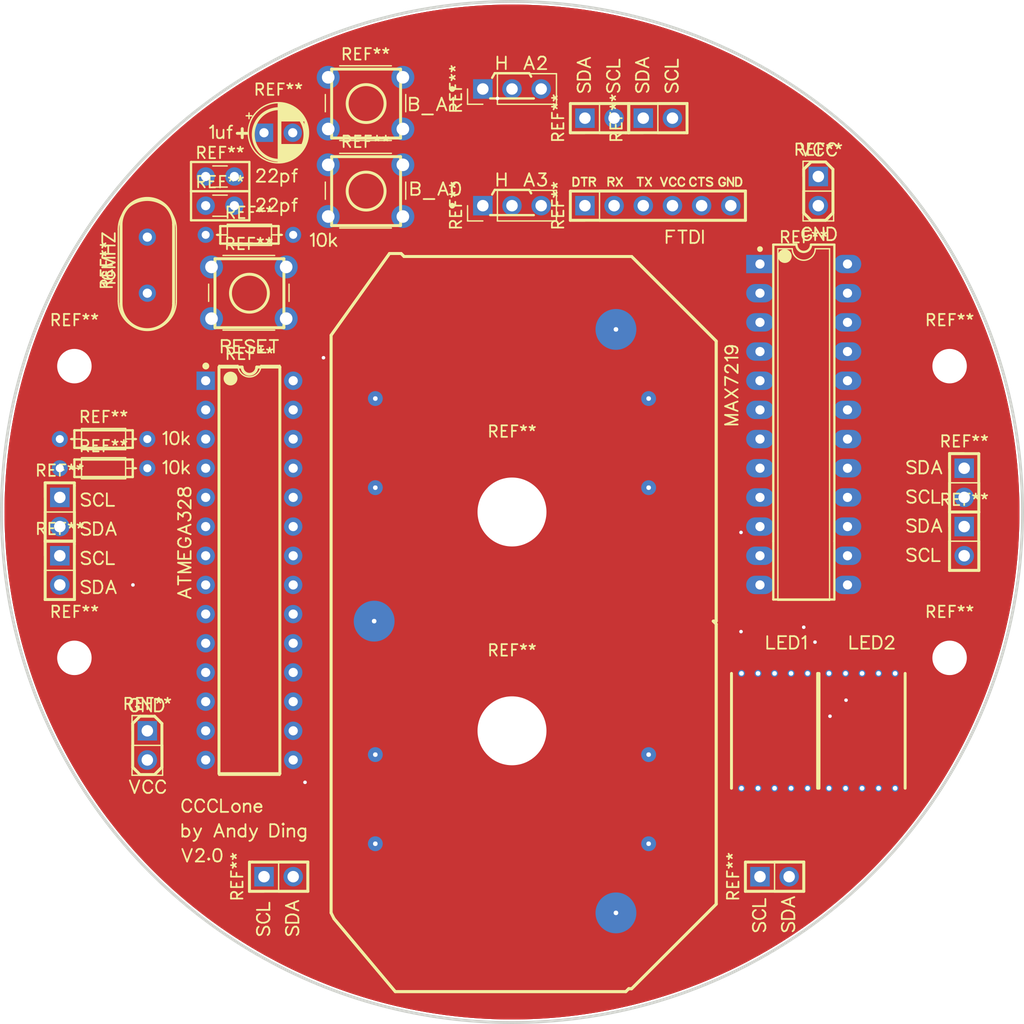
<source format=kicad_pcb>
(kicad_pcb (version 20171130) (host pcbnew "(5.1.2)-2")
  (layers (0 F.Cu signal) (31 B.Cu signal) (34 B.Paste user) (35 F.Paste user) (36 B.SilkS user) (37 F.SilkS user) (38 B.Mask user) (39 F.Mask user) (44 Edge.Cuts user))
  (net 0 "")
  (module Connector_PinHeader_2.54mm:PinHeader_1x06_P2.54mm_Vertical (layer F.Cu) (at 50.8 -71.12 90)
    (fp_text reference REF** (at 0 -2.33 90) (layer F.SilkS))
    (fp_text value PinHeader_1x06_P2.54mm_Vertical)
    (pad 6 thru_hole oval (at 0 12.7 90) (size 1.7 1.7) (drill 1) (layers *.Cu *.Mask))
    (pad 5 thru_hole oval (at 0 10.16 90) (size 1.7 1.7) (drill 1) (layers *.Cu *.Mask))
    (pad 4 thru_hole oval (at 0 7.62 90) (size 1.7 1.7) (drill 1) (layers *.Cu *.Mask))
    (pad 3 thru_hole oval (at 0 5.08 90) (size 1.7 1.7) (drill 1) (layers *.Cu *.Mask))
    (pad 2 thru_hole oval (at 0 2.54 90) (size 1.7 1.7) (drill 1) (layers *.Cu *.Mask))
    (pad 1 thru_hole rect (at 0 0 90) (size 1.7 1.7) (drill 1) (layers *.Cu *.Mask))
  )
  (module Connector_PinHeader_2.54mm:PinHeader_1x03_P2.54mm_Vertical (layer F.Cu) (at 41.91 -71.12 90)
    (fp_text reference REF** (at 0 -2.33 90) (layer F.SilkS))
    (fp_text value PinHeader_1x03_P2.54mm_Vertical)
    (pad 3 thru_hole oval (at 0 5.08 90) (size 1.7 1.7) (drill 1) (layers *.Cu *.Mask))
    (pad 2 thru_hole oval (at 0 2.54 90) (size 1.7 1.7) (drill 1) (layers *.Cu *.Mask))
    (pad 1 thru_hole rect (at 0 0 90) (size 1.7 1.7) (drill 1) (layers *.Cu *.Mask))
  )
  (module Connector_PinHeader_2.54mm:PinHeader_1x03_P2.54mm_Vertical (layer F.Cu) (at 41.91 -81.28 90)
    (fp_text reference REF** (at 0 -2.33 90) (layer F.SilkS))
    (fp_text value PinHeader_1x03_P2.54mm_Vertical)
    (pad 3 thru_hole oval (at 0 5.08 90) (size 1.7 1.7) (drill 1) (layers *.Cu *.Mask))
    (pad 2 thru_hole oval (at 0 2.54 90) (size 1.7 1.7) (drill 1) (layers *.Cu *.Mask))
    (pad 1 thru_hole rect (at 0 0 90) (size 1.7 1.7) (drill 1) (layers *.Cu *.Mask))
  )
  (module Connector_PinHeader_2.54mm:PinHeader_1x02_P2.54mm_Vertical (layer F.Cu) (at 55.88 -78.74 90)
    (fp_text reference REF** (at 0 -2.33 90) (layer F.SilkS))
    (fp_text value PinHeader_1x02_P2.54mm_Vertical)
    (pad 2 thru_hole oval (at 0 2.54 90) (size 1.7 1.7) (drill 1) (layers *.Cu *.Mask))
    (pad 1 thru_hole rect (at 0 0 90) (size 1.7 1.7) (drill 1) (layers *.Cu *.Mask))
  )
  (module Connector_PinHeader_2.54mm:PinHeader_1x02_P2.54mm_Vertical (layer F.Cu) (at 50.8 -78.74 90)
    (fp_text reference REF** (at 0 -2.33 90) (layer F.SilkS))
    (fp_text value PinHeader_1x02_P2.54mm_Vertical)
    (pad 2 thru_hole oval (at 0 2.54 90) (size 1.7 1.7) (drill 1) (layers *.Cu *.Mask))
    (pad 1 thru_hole rect (at 0 0 90) (size 1.7 1.7) (drill 1) (layers *.Cu *.Mask))
  )
  (module Connector_PinHeader_2.54mm:PinHeader_1x02_P2.54mm_Vertical (layer F.Cu) (at 5.08 -40.64)
    (fp_text reference REF** (at 0 -2.33) (layer F.SilkS))
    (fp_text value PinHeader_1x02_P2.54mm_Vertical)
    (pad 2 thru_hole oval (at 0 2.54) (size 1.7 1.7) (drill 1) (layers *.Cu *.Mask))
    (pad 1 thru_hole rect (at 0 0) (size 1.7 1.7) (drill 1) (layers *.Cu *.Mask))
  )
  (module Connector_PinHeader_2.54mm:PinHeader_1x02_P2.54mm_Vertical (layer F.Cu) (at 5.08 -45.72)
    (fp_text reference REF** (at 0 -2.33) (layer F.SilkS))
    (fp_text value PinHeader_1x02_P2.54mm_Vertical)
    (pad 2 thru_hole oval (at 0 2.54) (size 1.7 1.7) (drill 1) (layers *.Cu *.Mask))
    (pad 1 thru_hole rect (at 0 0) (size 1.7 1.7) (drill 1) (layers *.Cu *.Mask))
  )
  (module Connector_PinHeader_2.54mm:PinHeader_1x02_P2.54mm_Vertical (layer F.Cu) (at 83.82 -43.18)
    (fp_text reference REF** (at 0 -2.33) (layer F.SilkS))
    (fp_text value PinHeader_1x02_P2.54mm_Vertical)
    (pad 2 thru_hole oval (at 0 2.54) (size 1.7 1.7) (drill 1) (layers *.Cu *.Mask))
    (pad 1 thru_hole rect (at 0 0) (size 1.7 1.7) (drill 1) (layers *.Cu *.Mask))
  )
  (module Connector_PinHeader_2.54mm:PinHeader_1x02_P2.54mm_Vertical (layer F.Cu) (at 83.82 -48.26)
    (fp_text reference REF** (at 0 -2.33) (layer F.SilkS))
    (fp_text value PinHeader_1x02_P2.54mm_Vertical)
    (pad 2 thru_hole oval (at 0 2.54) (size 1.7 1.7) (drill 1) (layers *.Cu *.Mask))
    (pad 1 thru_hole rect (at 0 0) (size 1.7 1.7) (drill 1) (layers *.Cu *.Mask))
  )
  (module Connector_PinHeader_2.54mm:PinHeader_1x02_P2.54mm_Vertical (layer F.Cu) (at 66.04 -12.7 90)
    (fp_text reference REF** (at 0 -2.33 90) (layer F.SilkS))
    (fp_text value PinHeader_1x02_P2.54mm_Vertical)
    (pad 2 thru_hole oval (at 0 2.54 90) (size 1.7 1.7) (drill 1) (layers *.Cu *.Mask))
    (pad 1 thru_hole rect (at 0 0 90) (size 1.7 1.7) (drill 1) (layers *.Cu *.Mask))
  )
  (module Connector_PinHeader_2.54mm:PinHeader_1x02_P2.54mm_Vertical (layer F.Cu) (at 22.86 -12.7 90)
    (fp_text reference REF** (at 0 -2.33 90) (layer F.SilkS))
    (fp_text value PinHeader_1x02_P2.54mm_Vertical)
    (pad 2 thru_hole oval (at 0 2.54 90) (size 1.7 1.7) (drill 1) (layers *.Cu *.Mask))
    (pad 1 thru_hole rect (at 0 0 90) (size 1.7 1.7) (drill 1) (layers *.Cu *.Mask))
  )
  (module Connector_PinHeader_2.54mm:PinHeader_1x02_P2.54mm_Vertical (layer F.Cu) (at 12.7 -25.4)
    (fp_text reference REF** (at 0 -2.33) (layer F.SilkS))
    (fp_text value PinHeader_1x02_P2.54mm_Vertical)
    (pad 2 thru_hole oval (at 0 2.54) (size 1.7 1.7) (drill 1) (layers *.Cu *.Mask))
    (pad 1 thru_hole rect (at 0 0) (size 1.7 1.7) (drill 1) (layers *.Cu *.Mask))
  )
  (module Connector_PinHeader_2.54mm:PinHeader_1x02_P2.54mm_Vertical (layer F.Cu) (at 71.12 -73.66)
    (fp_text reference REF** (at 0 -2.33) (layer F.SilkS))
    (fp_text value PinHeader_1x02_P2.54mm_Vertical)
    (pad 2 thru_hole oval (at 0 2.54) (size 1.7 1.7) (drill 1) (layers *.Cu *.Mask))
    (pad 1 thru_hole rect (at 0 0) (size 1.7 1.7) (drill 1) (layers *.Cu *.Mask))
  )
  (module Resistor_THT:R_Axial_DIN0204_L3.6mm_D1.6mm_P7.62mm_Horizontal (layer F.Cu) (at 17.78 -68.58)
    (fp_text reference REF** (at 3.81 -1.92) (layer F.SilkS))
    (fp_text value R_Axial_DIN0204_L3.6mm_D1.6mm_P7.62mm_Horizontal)
    (pad 2 thru_hole oval (at 7.62 0) (size 1.4 1.4) (drill 0.7) (layers *.Cu *.Mask))
    (pad 1 thru_hole circle (at 0 0) (size 1.4 1.4) (drill 0.7) (layers *.Cu *.Mask))
  )
  (module Resistor_THT:R_Axial_DIN0204_L3.6mm_D1.6mm_P7.62mm_Horizontal (layer F.Cu) (at 5.08 -48.26)
    (fp_text reference REF** (at 3.81 -1.92) (layer F.SilkS))
    (fp_text value R_Axial_DIN0204_L3.6mm_D1.6mm_P7.62mm_Horizontal)
    (pad 2 thru_hole oval (at 7.62 0) (size 1.4 1.4) (drill 0.7) (layers *.Cu *.Mask))
    (pad 1 thru_hole circle (at 0 0) (size 1.4 1.4) (drill 0.7) (layers *.Cu *.Mask))
  )
  (module Resistor_THT:R_Axial_DIN0204_L3.6mm_D1.6mm_P7.62mm_Horizontal (layer F.Cu) (at 5.08 -50.8)
    (fp_text reference REF** (at 3.81 -1.92) (layer F.SilkS))
    (fp_text value R_Axial_DIN0204_L3.6mm_D1.6mm_P7.62mm_Horizontal)
    (pad 2 thru_hole oval (at 7.62 0) (size 1.4 1.4) (drill 0.7) (layers *.Cu *.Mask))
    (pad 1 thru_hole circle (at 0 0) (size 1.4 1.4) (drill 0.7) (layers *.Cu *.Mask))
  )
  (module MountingHole:MountingHole_6mm (layer F.Cu) (at 44.45 -25.4)
    (fp_text reference REF** (at 0 -7) (layer F.SilkS))
    (fp_text value MountingHole_6mm)
    (pad 1 np_thru_hole circle (at 0 0) (size 6 6) (drill 6) (layers *.Cu *.Mask))
  )
  (module MountingHole:MountingHole_6mm (layer F.Cu) (at 44.45 -44.45)
    (fp_text reference REF** (at 0 -7) (layer F.SilkS))
    (fp_text value MountingHole_6mm)
    (pad 1 np_thru_hole circle (at 0 0) (size 6 6) (drill 6) (layers *.Cu *.Mask))
  )
  (module Capacitor_THT:C_Disc_D3.0mm_W1.6mm_P2.50mm (layer F.Cu) (at 17.78 -73.66)
    (fp_text reference REF** (at 1.25 -2.05) (layer F.SilkS))
    (fp_text value C_Disc_D3.0mm_W1.6mm_P2.50mm)
    (pad 2 thru_hole circle (at 2.5 0) (size 1.6 1.6) (drill 0.8) (layers *.Cu *.Mask))
    (pad 1 thru_hole circle (at 0 0) (size 1.6 1.6) (drill 0.8) (layers *.Cu *.Mask))
  )
  (module Capacitor_THT:C_Disc_D3.0mm_W1.6mm_P2.50mm (layer F.Cu) (at 17.78 -71.12)
    (fp_text reference REF** (at 1.25 -2.05) (layer F.SilkS))
    (fp_text value C_Disc_D3.0mm_W1.6mm_P2.50mm)
    (pad 2 thru_hole circle (at 2.5 0) (size 1.6 1.6) (drill 0.8) (layers *.Cu *.Mask))
    (pad 1 thru_hole circle (at 0 0) (size 1.6 1.6) (drill 0.8) (layers *.Cu *.Mask))
  )
  (module MountingHole:MountingHole_3mm (layer F.Cu) (at 82.55 -57.15)
    (fp_text reference REF** (at 0 -4) (layer F.SilkS))
    (fp_text value MountingHole_3mm)
    (pad 1 np_thru_hole circle (at 0 0) (size 3 3) (drill 3) (layers *.Cu *.Mask))
  )
  (module MountingHole:MountingHole_3mm (layer F.Cu) (at 82.55 -31.75)
    (fp_text reference REF** (at 0 -4) (layer F.SilkS))
    (fp_text value MountingHole_3mm)
    (pad 1 np_thru_hole circle (at 0 0) (size 3 3) (drill 3) (layers *.Cu *.Mask))
  )
  (module MountingHole:MountingHole_3mm (layer F.Cu) (at 6.35 -31.75)
    (fp_text reference REF** (at 0 -4) (layer F.SilkS))
    (fp_text value MountingHole_3mm)
    (pad 1 np_thru_hole circle (at 0 0) (size 3 3) (drill 3) (layers *.Cu *.Mask))
  )
  (module MountingHole:MountingHole_3mm (layer F.Cu) (at 6.35 -57.15)
    (fp_text reference REF** (at 0 -4) (layer F.SilkS))
    (fp_text value MountingHole_3mm)
    (pad 1 np_thru_hole circle (at 0 0) (size 3 3) (drill 3) (layers *.Cu *.Mask))
  )
  (module Crystal:Crystal_HC49-U_Vertical (layer F.Cu) (at 12.7 -63.5 90)
    (fp_text reference REF** (at 2.44 -3.525 90) (layer F.SilkS))
    (fp_text value Crystal_HC49-U_Vertical)
    (pad 2 thru_hole circle (at 4.88 0 90) (size 1.5 1.5) (drill 0.8) (layers *.Cu *.Mask))
    (pad 1 thru_hole circle (at 0 0 90) (size 1.5 1.5) (drill 0.8) (layers *.Cu *.Mask))
  )
  (module Capacitor_THT:CP_Radial_D5.0mm_P2.50mm (layer F.Cu) (at 22.86 -77.47)
    (fp_text reference REF** (at 1.25 -3.75) (layer F.SilkS))
    (fp_text value CP_Radial_D5.0mm_P2.50mm)
    (pad 2 thru_hole circle (at 2.5 0) (size 1.6 1.6) (drill 0.8) (layers *.Cu *.Mask))
    (pad 1 thru_hole rect (at 0 0) (size 1.6 1.6) (drill 0.8) (layers *.Cu *.Mask))
  )
  (module Package_DIP:DIP-24_W7.62mm_LongPads (layer F.Cu) (at 66.04 -66.04)
    (fp_text reference REF** (at 3.81 -2.33) (layer F.SilkS))
    (fp_text value DIP-24_W7.62mm_LongPads)
    (pad 24 thru_hole oval (at 7.62 0) (size 2.4 1.6) (drill 0.8) (layers *.Cu *.Mask))
    (pad 12 thru_hole oval (at 0 27.94) (size 2.4 1.6) (drill 0.8) (layers *.Cu *.Mask))
    (pad 23 thru_hole oval (at 7.62 2.54) (size 2.4 1.6) (drill 0.8) (layers *.Cu *.Mask))
    (pad 11 thru_hole oval (at 0 25.4) (size 2.4 1.6) (drill 0.8) (layers *.Cu *.Mask))
    (pad 22 thru_hole oval (at 7.62 5.08) (size 2.4 1.6) (drill 0.8) (layers *.Cu *.Mask))
    (pad 10 thru_hole oval (at 0 22.86) (size 2.4 1.6) (drill 0.8) (layers *.Cu *.Mask))
    (pad 21 thru_hole oval (at 7.62 7.62) (size 2.4 1.6) (drill 0.8) (layers *.Cu *.Mask))
    (pad 9 thru_hole oval (at 0 20.32) (size 2.4 1.6) (drill 0.8) (layers *.Cu *.Mask))
    (pad 20 thru_hole oval (at 7.62 10.16) (size 2.4 1.6) (drill 0.8) (layers *.Cu *.Mask))
    (pad 8 thru_hole oval (at 0 17.78) (size 2.4 1.6) (drill 0.8) (layers *.Cu *.Mask))
    (pad 19 thru_hole oval (at 7.62 12.7) (size 2.4 1.6) (drill 0.8) (layers *.Cu *.Mask))
    (pad 7 thru_hole oval (at 0 15.24) (size 2.4 1.6) (drill 0.8) (layers *.Cu *.Mask))
    (pad 18 thru_hole oval (at 7.62 15.24) (size 2.4 1.6) (drill 0.8) (layers *.Cu *.Mask))
    (pad 6 thru_hole oval (at 0 12.7) (size 2.4 1.6) (drill 0.8) (layers *.Cu *.Mask))
    (pad 17 thru_hole oval (at 7.62 17.78) (size 2.4 1.6) (drill 0.8) (layers *.Cu *.Mask))
    (pad 5 thru_hole oval (at 0 10.16) (size 2.4 1.6) (drill 0.8) (layers *.Cu *.Mask))
    (pad 16 thru_hole oval (at 7.62 20.32) (size 2.4 1.6) (drill 0.8) (layers *.Cu *.Mask))
    (pad 4 thru_hole oval (at 0 7.62) (size 2.4 1.6) (drill 0.8) (layers *.Cu *.Mask))
    (pad 15 thru_hole oval (at 7.62 22.86) (size 2.4 1.6) (drill 0.8) (layers *.Cu *.Mask))
    (pad 3 thru_hole oval (at 0 5.08) (size 2.4 1.6) (drill 0.8) (layers *.Cu *.Mask))
    (pad 14 thru_hole oval (at 7.62 25.4) (size 2.4 1.6) (drill 0.8) (layers *.Cu *.Mask))
    (pad 2 thru_hole oval (at 0 2.54) (size 2.4 1.6) (drill 0.8) (layers *.Cu *.Mask))
    (pad 13 thru_hole oval (at 7.62 27.94) (size 2.4 1.6) (drill 0.8) (layers *.Cu *.Mask))
    (pad 1 thru_hole rect (at 0 0) (size 2.4 1.6) (drill 0.8) (layers *.Cu *.Mask))
  )
  (module Package_DIP:DIP-28_W7.62mm (layer F.Cu) (at 17.78 -55.88)
    (fp_text reference REF** (at 3.81 -2.33) (layer F.SilkS))
    (fp_text value DIP-28_W7.62mm)
    (pad 28 thru_hole oval (at 7.62 0) (size 1.6 1.6) (drill 0.8) (layers *.Cu *.Mask))
    (pad 14 thru_hole oval (at 0 33.02) (size 1.6 1.6) (drill 0.8) (layers *.Cu *.Mask))
    (pad 27 thru_hole oval (at 7.62 2.54) (size 1.6 1.6) (drill 0.8) (layers *.Cu *.Mask))
    (pad 13 thru_hole oval (at 0 30.48) (size 1.6 1.6) (drill 0.8) (layers *.Cu *.Mask))
    (pad 26 thru_hole oval (at 7.62 5.08) (size 1.6 1.6) (drill 0.8) (layers *.Cu *.Mask))
    (pad 12 thru_hole oval (at 0 27.94) (size 1.6 1.6) (drill 0.8) (layers *.Cu *.Mask))
    (pad 25 thru_hole oval (at 7.62 7.62) (size 1.6 1.6) (drill 0.8) (layers *.Cu *.Mask))
    (pad 11 thru_hole oval (at 0 25.4) (size 1.6 1.6) (drill 0.8) (layers *.Cu *.Mask))
    (pad 24 thru_hole oval (at 7.62 10.16) (size 1.6 1.6) (drill 0.8) (layers *.Cu *.Mask))
    (pad 10 thru_hole oval (at 0 22.86) (size 1.6 1.6) (drill 0.8) (layers *.Cu *.Mask))
    (pad 23 thru_hole oval (at 7.62 12.7) (size 1.6 1.6) (drill 0.8) (layers *.Cu *.Mask))
    (pad 9 thru_hole oval (at 0 20.32) (size 1.6 1.6) (drill 0.8) (layers *.Cu *.Mask))
    (pad 22 thru_hole oval (at 7.62 15.24) (size 1.6 1.6) (drill 0.8) (layers *.Cu *.Mask))
    (pad 8 thru_hole oval (at 0 17.78) (size 1.6 1.6) (drill 0.8) (layers *.Cu *.Mask))
    (pad 21 thru_hole oval (at 7.62 17.78) (size 1.6 1.6) (drill 0.8) (layers *.Cu *.Mask))
    (pad 7 thru_hole oval (at 0 15.24) (size 1.6 1.6) (drill 0.8) (layers *.Cu *.Mask))
    (pad 20 thru_hole oval (at 7.62 20.32) (size 1.6 1.6) (drill 0.8) (layers *.Cu *.Mask))
    (pad 6 thru_hole oval (at 0 12.7) (size 1.6 1.6) (drill 0.8) (layers *.Cu *.Mask))
    (pad 19 thru_hole oval (at 7.62 22.86) (size 1.6 1.6) (drill 0.8) (layers *.Cu *.Mask))
    (pad 5 thru_hole oval (at 0 10.16) (size 1.6 1.6) (drill 0.8) (layers *.Cu *.Mask))
    (pad 18 thru_hole oval (at 7.62 25.4) (size 1.6 1.6) (drill 0.8) (layers *.Cu *.Mask))
    (pad 4 thru_hole oval (at 0 7.62) (size 1.6 1.6) (drill 0.8) (layers *.Cu *.Mask))
    (pad 17 thru_hole oval (at 7.62 27.94) (size 1.6 1.6) (drill 0.8) (layers *.Cu *.Mask))
    (pad 3 thru_hole oval (at 0 5.08) (size 1.6 1.6) (drill 0.8) (layers *.Cu *.Mask))
    (pad 16 thru_hole oval (at 7.62 30.48) (size 1.6 1.6) (drill 0.8) (layers *.Cu *.Mask))
    (pad 2 thru_hole oval (at 0 2.54) (size 1.6 1.6) (drill 0.8) (layers *.Cu *.Mask))
    (pad 15 thru_hole oval (at 7.62 33.02) (size 1.6 1.6) (drill 0.8) (layers *.Cu *.Mask))
    (pad 1 thru_hole rect (at 0 0) (size 1.6 1.6) (drill 0.8) (layers *.Cu *.Mask))
  )
  (module Button_Switch_THT:SW_PUSH_6mm (layer F.Cu) (at 18.288 -65.786)
    (fp_text reference REF** (at 3.25 -2) (layer F.SilkS))
    (fp_text value SW_PUSH_6mm)
    (pad 1 thru_hole circle (at 6.5 0 90) (size 2 2) (drill 1.1) (layers *.Cu *.Mask))
    (pad 2 thru_hole circle (at 6.5 4.5 90) (size 2 2) (drill 1.1) (layers *.Cu *.Mask))
    (pad 1 thru_hole circle (at 0 0 90) (size 2 2) (drill 1.1) (layers *.Cu *.Mask))
    (pad 2 thru_hole circle (at 0 4.5 90) (size 2 2) (drill 1.1) (layers *.Cu *.Mask))
  )
  (module Button_Switch_THT:SW_PUSH_6mm (layer F.Cu) (at 28.448 -74.676)
    (fp_text reference REF** (at 3.25 -2) (layer F.SilkS))
    (fp_text value SW_PUSH_6mm)
    (pad 1 thru_hole circle (at 6.5 0 90) (size 2 2) (drill 1.1) (layers *.Cu *.Mask))
    (pad 2 thru_hole circle (at 6.5 4.5 90) (size 2 2) (drill 1.1) (layers *.Cu *.Mask))
    (pad 1 thru_hole circle (at 0 0 90) (size 2 2) (drill 1.1) (layers *.Cu *.Mask))
    (pad 2 thru_hole circle (at 0 4.5 90) (size 2 2) (drill 1.1) (layers *.Cu *.Mask))
  )
  (module Button_Switch_THT:SW_PUSH_6mm (layer F.Cu) (at 28.448 -82.296)
    (fp_text reference REF** (at 3.25 -2) (layer F.SilkS))
    (fp_text value SW_PUSH_6mm)
    (pad 1 thru_hole circle (at 6.5 0 90) (size 2 2) (drill 1.1) (layers *.Cu *.Mask))
    (pad 2 thru_hole circle (at 6.5 4.5 90) (size 2 2) (drill 1.1) (layers *.Cu *.Mask))
    (pad 1 thru_hole circle (at 0 0 90) (size 2 2) (drill 1.1) (layers *.Cu *.Mask))
    (pad 2 thru_hole circle (at 0 4.5 90) (size 2 2) (drill 1.1) (layers *.Cu *.Mask))
  )
  (gr_line (start 21.58492 -72.38492) (end 16.50492 -72.38492) (layer F.SilkS) (width 0.20066))
  (gr_line (start 16.50492 -74.92492) (end 16.50492 -72.38492) (layer F.SilkS) (width 0.20066))
  (gr_line (start 21.58492 -74.92492) (end 16.50492 -74.92492) (layer F.SilkS) (width 0.20066))
  (gr_line (start 16.50492 -72.38492) (end 21.58492 -72.38492) (layer F.SilkS) (width 0.20066))
  (gr_line (start 21.58492 -72.38492) (end 21.58492 -74.92492) (layer F.SilkS) (width 0.20066))
  (gr_poly (pts (xy 18.17878 -74.41184) (xy 18.14068 -74.43216) (xy 18.14068 -74.02068) (xy 18.55216 -74.02068) (xy 18.53184 -74.05878) (xy 18.51152 -74.09434) (xy 18.48866 -74.13244) (xy 18.4658 -74.16546) (xy 18.43786 -74.19848) (xy 18.41246 -74.2315) (xy 18.3515 -74.29246) (xy 18.31848 -74.31786) (xy 18.28546 -74.3458) (xy 18.25244 -74.36866) (xy 18.21434 -74.39152)) (layer F.Cu) (width 0))
  (gr_poly (pts (xy 17.41678 -74.02068) (xy 17.41678 -74.43216) (xy 17.37868 -74.41184) (xy 17.34312 -74.39152) (xy 17.30502 -74.36866) (xy 17.272 -74.3458) (xy 17.23898 -74.31786) (xy 17.20596 -74.29246) (xy 17.145 -74.2315) (xy 17.1196 -74.19848) (xy 17.09166 -74.16546) (xy 17.0688 -74.13244) (xy 17.04594 -74.09434) (xy 17.02562 -74.05878) (xy 17.0053 -74.02068)) (layer F.Cu) (width 0))
  (gr_poly (pts (xy 20.36064 -71.9709) (xy 20.31746 -71.97344) (xy 20.23618 -71.96836) (xy 20.193 -71.96328) (xy 20.15236 -71.95566) (xy 20.07108 -71.93534) (xy 20.03044 -71.92264) (xy 19.99234 -71.9074) (xy 19.91614 -71.87184) (xy 19.88058 -71.85152) (xy 19.84502 -71.82866) (xy 19.80946 -71.80326) (xy 19.77644 -71.77786) (xy 19.71548 -71.72198) (xy 19.6596 -71.66102) (xy 19.6342 -71.628) (xy 19.6088 -71.59244) (xy 19.58594 -71.55688) (xy 19.56562 -71.52132) (xy 19.53006 -71.44512) (xy 19.51482 -71.40702) (xy 19.50212 -71.36638) (xy 19.4818 -71.2851) (xy 19.47418 -71.24446) (xy 19.4691 -71.20128) (xy 19.46656 -71.16064) (xy 19.46402 -71.11746) (xy 19.4691 -71.03618) (xy 19.47418 -70.993) (xy 19.4818 -70.95236) (xy 19.50212 -70.87108) (xy 19.51482 -70.83044) (xy 19.53006 -70.79234) (xy 19.56562 -70.71614) (xy 19.58594 -70.68058) (xy 19.6088 -70.64502) (xy 19.6342 -70.60946) (xy 19.6596 -70.57644) (xy 19.71548 -70.51548) (xy 19.77644 -70.4596) (xy 19.80946 -70.4342) (xy 19.84502 -70.4088) (xy 19.88058 -70.38594) (xy 19.91614 -70.36562) (xy 19.99234 -70.33006) (xy 20.03044 -70.31482) (xy 20.07108 -70.30212) (xy 20.15236 -70.2818) (xy 20.193 -70.27418) (xy 20.23618 -70.2691) (xy 20.27682 -70.26656) (xy 20.32 -70.26402) (xy 20.40128 -70.2691) (xy 20.44446 -70.27418) (xy 20.4851 -70.2818) (xy 20.56638 -70.30212) (xy 20.60702 -70.31482) (xy 20.64512 -70.33006) (xy 20.72132 -70.36562) (xy 20.75688 -70.38594) (xy 20.79244 -70.4088) (xy 20.828 -70.4342) (xy 20.86102 -70.4596) (xy 20.92198 -70.51548) (xy 20.97786 -70.57644) (xy 21.00326 -70.60946) (xy 21.02866 -70.64502) (xy 21.05152 -70.68058) (xy 21.07184 -70.71614) (xy 21.1074 -70.79234) (xy 21.12264 -70.83044) (xy 21.13534 -70.87108) (xy 21.15566 -70.95236) (xy 21.16328 -70.993) (xy 21.16836 -71.03618) (xy 21.1709 -71.07682) (xy 21.17344 -71.12) (xy 21.16836 -71.20128) (xy 21.16328 -71.24446) (xy 21.15566 -71.2851) (xy 21.13534 -71.36638) (xy 21.12264 -71.40702) (xy 21.1074 -71.44512) (xy 21.07184 -71.52132) (xy 21.05152 -71.55688) (xy 21.02866 -71.59244) (xy 21.00326 -71.628) (xy 20.97786 -71.66102) (xy 20.92198 -71.72198) (xy 20.86102 -71.77786) (xy 20.828 -71.80326) (xy 20.79244 -71.82866) (xy 20.75688 -71.85152) (xy 20.72132 -71.87184) (xy 20.64512 -71.9074) (xy 20.60702 -71.92264) (xy 20.56638 -71.93534) (xy 20.4851 -71.95566) (xy 20.44446 -71.96328) (xy 20.40128 -71.96836)) (layer F.Cu) (width 0))
  (gr_poly (pts (xy 20.36064 -74.5109) (xy 20.31746 -74.51344) (xy 20.23618 -74.50836) (xy 20.193 -74.50328) (xy 20.15236 -74.49566) (xy 20.07108 -74.47534) (xy 20.03044 -74.46264) (xy 19.99234 -74.4474) (xy 19.91614 -74.41184) (xy 19.88058 -74.39152) (xy 19.84502 -74.36866) (xy 19.80946 -74.34326) (xy 19.77644 -74.31786) (xy 19.71548 -74.26198) (xy 19.6596 -74.20102) (xy 19.6342 -74.168) (xy 19.6088 -74.13244) (xy 19.58594 -74.09688) (xy 19.56562 -74.06132) (xy 19.53006 -73.98512) (xy 19.51482 -73.94702) (xy 19.50212 -73.90638) (xy 19.4818 -73.8251) (xy 19.47418 -73.78446) (xy 19.4691 -73.74128) (xy 19.46656 -73.70064) (xy 19.46402 -73.65746) (xy 19.4691 -73.57618) (xy 19.47418 -73.533) (xy 19.4818 -73.49236) (xy 19.50212 -73.41108) (xy 19.51482 -73.37044) (xy 19.53006 -73.33234) (xy 19.56562 -73.25614) (xy 19.58594 -73.22058) (xy 19.6088 -73.18502) (xy 19.6342 -73.14946) (xy 19.6596 -73.11644) (xy 19.71548 -73.05548) (xy 19.77644 -72.9996) (xy 19.80946 -72.9742) (xy 19.84502 -72.9488) (xy 19.88058 -72.92594) (xy 19.91614 -72.90562) (xy 19.99234 -72.87006) (xy 20.03044 -72.85482) (xy 20.07108 -72.84212) (xy 20.15236 -72.8218) (xy 20.193 -72.81418) (xy 20.23618 -72.8091) (xy 20.27682 -72.80656) (xy 20.32 -72.80402) (xy 20.40128 -72.8091) (xy 20.44446 -72.81418) (xy 20.4851 -72.8218) (xy 20.56638 -72.84212) (xy 20.60702 -72.85482) (xy 20.64512 -72.87006) (xy 20.72132 -72.90562) (xy 20.75688 -72.92594) (xy 20.79244 -72.9488) (xy 20.828 -72.9742) (xy 20.86102 -72.9996) (xy 20.92198 -73.05548) (xy 20.97786 -73.11644) (xy 21.00326 -73.14946) (xy 21.02866 -73.18502) (xy 21.05152 -73.22058) (xy 21.07184 -73.25614) (xy 21.1074 -73.33234) (xy 21.12264 -73.37044) (xy 21.13534 -73.41108) (xy 21.15566 -73.49236) (xy 21.16328 -73.533) (xy 21.16836 -73.57618) (xy 21.1709 -73.61682) (xy 21.17344 -73.66) (xy 21.16836 -73.74128) (xy 21.16328 -73.78446) (xy 21.15566 -73.8251) (xy 21.13534 -73.90638) (xy 21.12264 -73.94702) (xy 21.1074 -73.98512) (xy 21.07184 -74.06132) (xy 21.05152 -74.09688) (xy 21.02866 -74.13244) (xy 21.00326 -74.168) (xy 20.97786 -74.20102) (xy 20.92198 -74.26198) (xy 20.86102 -74.31786) (xy 20.828 -74.34326) (xy 20.79244 -74.36866) (xy 20.75688 -74.39152) (xy 20.72132 -74.41184) (xy 20.64512 -74.4474) (xy 20.60702 -74.46264) (xy 20.56638 -74.47534) (xy 20.4851 -74.49566) (xy 20.44446 -74.50328) (xy 20.40128 -74.50836)) (layer F.Cu) (width 0))
  (gr_poly (pts (xy 17.41678 -74.02068) (xy 17.41678 -74.43216) (xy 17.37868 -74.41184) (xy 17.34312 -74.39152) (xy 17.30502 -74.36866) (xy 17.272 -74.3458) (xy 17.23898 -74.31786) (xy 17.20596 -74.29246) (xy 17.145 -74.2315) (xy 17.1196 -74.19848) (xy 17.09166 -74.16546) (xy 17.0688 -74.13244) (xy 17.04594 -74.09434) (xy 17.02562 -74.05878) (xy 17.0053 -74.02068)) (layer F.Cu) (width 0))
  (gr_poly (pts (xy 18.17878 -74.41184) (xy 18.14068 -74.43216) (xy 18.14068 -74.02068) (xy 18.55216 -74.02068) (xy 18.53184 -74.05878) (xy 18.51152 -74.09434) (xy 18.48866 -74.13244) (xy 18.4658 -74.16546) (xy 18.43786 -74.19848) (xy 18.41246 -74.2315) (xy 18.3515 -74.29246) (xy 18.31848 -74.31786) (xy 18.28546 -74.3458) (xy 18.25244 -74.36866) (xy 18.21434 -74.39152)) (layer F.Cu) (width 0))
  (gr_poly (pts (xy 18.55216 -73.29678) (xy 18.14068 -73.29678) (xy 18.14068 -72.8853) (xy 18.17878 -72.90562) (xy 18.21434 -72.92594) (xy 18.25244 -72.9488) (xy 18.28546 -72.97166) (xy 18.31848 -72.9996) (xy 18.3515 -73.025) (xy 18.41246 -73.08596) (xy 18.43786 -73.11898) (xy 18.4658 -73.152) (xy 18.48866 -73.18502) (xy 18.51152 -73.22312) (xy 18.53184 -73.25868)) (layer F.Cu) (width 0))
  (gr_poly (pts (xy 18.55216 -70.75678) (xy 18.14068 -70.75678) (xy 18.14068 -70.3453) (xy 18.17878 -70.36562) (xy 18.21434 -70.38594) (xy 18.25244 -70.4088) (xy 18.28546 -70.43166) (xy 18.31848 -70.4596) (xy 18.3515 -70.485) (xy 18.41246 -70.54596) (xy 18.43786 -70.57898) (xy 18.4658 -70.612) (xy 18.48866 -70.64502) (xy 18.51152 -70.68312) (xy 18.53184 -70.71868)) (layer F.Cu) (width 0))
  (gr_poly (pts (xy 17.41678 -70.75678) (xy 17.0053 -70.75678) (xy 17.02562 -70.71868) (xy 17.04594 -70.68312) (xy 17.0688 -70.64502) (xy 17.09166 -70.612) (xy 17.1196 -70.57898) (xy 17.145 -70.54596) (xy 17.20596 -70.485) (xy 17.23898 -70.4596) (xy 17.272 -70.43166) (xy 17.30502 -70.4088) (xy 17.34312 -70.38594) (xy 17.37868 -70.36562) (xy 17.41678 -70.3453)) (layer F.Cu) (width 0))
  (gr_poly (pts (xy 18.17878 -71.87184) (xy 18.14068 -71.89216) (xy 18.14068 -71.48068) (xy 18.55216 -71.48068) (xy 18.53184 -71.51878) (xy 18.51152 -71.55434) (xy 18.48866 -71.59244) (xy 18.4658 -71.62546) (xy 18.43786 -71.65848) (xy 18.41246 -71.6915) (xy 18.3515 -71.75246) (xy 18.31848 -71.77786) (xy 18.28546 -71.8058) (xy 18.25244 -71.82866) (xy 18.21434 -71.85152)) (layer F.Cu) (width 0))
  (gr_poly (pts (xy 17.41678 -71.48068) (xy 17.41678 -71.89216) (xy 17.37868 -71.87184) (xy 17.34312 -71.85152) (xy 17.30502 -71.82866) (xy 17.272 -71.8058) (xy 17.23898 -71.77786) (xy 17.20596 -71.75246) (xy 17.145 -71.6915) (xy 17.1196 -71.65848) (xy 17.09166 -71.62546) (xy 17.0688 -71.59244) (xy 17.04594 -71.55434) (xy 17.02562 -71.51878) (xy 17.0053 -71.48068)) (layer F.Cu) (width 0))
  (gr_poly (pts (xy 17.41678 -73.29678) (xy 17.0053 -73.29678) (xy 17.02562 -73.25868) (xy 17.04594 -73.22312) (xy 17.0688 -73.18502) (xy 17.09166 -73.152) (xy 17.1196 -73.11898) (xy 17.145 -73.08596) (xy 17.20596 -73.025) (xy 17.23898 -72.9996) (xy 17.272 -72.97166) (xy 17.30502 -72.9488) (xy 17.34312 -72.92594) (xy 17.37868 -72.90562) (xy 17.41678 -72.8853)) (layer F.Cu) (width 0))
  (gr_line (start 9.86536 -67.99834) (end 9.86536 -68.72478) (layer F.SilkS) (width 0.1524))
  (gr_line (start 19.05 -69.342) (end 24.13 -69.342) (layer F.SilkS) (width 0.2032))
  (gr_line (start 24.13 -69.342) (end 24.13 -68.58) (layer F.SilkS) (width 0.2032))
  (gr_line (start 24.13 -68.58) (end 24.13 -67.818) (layer F.SilkS) (width 0.2032))
  (gr_line (start 24.13 -67.818) (end 19.05 -67.818) (layer F.SilkS) (width 0.2032))
  (gr_line (start 19.05 -67.818) (end 19.05 -68.58) (layer F.SilkS) (width 0.2032))
  (gr_line (start 19.05 -68.58) (end 19.05 -69.342) (layer F.SilkS) (width 0.2032))
  (gr_line (start 24.13 -68.58) (end 24.384 -68.58) (layer F.SilkS) (width 0.2032))
  (gr_line (start 19.05 -68.58) (end 18.796 -68.58) (layer F.SilkS) (width 0.2032))
  (gr_line (start 16.50492 -72.38492) (end 16.50492 -69.84492) (layer F.SilkS) (width 0.20066))
  (gr_line (start 16.50492 -69.84492) (end 21.58492 -69.84492) (layer F.SilkS) (width 0.20066))
  (gr_line (start 21.58492 -69.84492) (end 21.58492 -72.38492) (layer F.SilkS) (width 0.20066))
  (gr_line (start 82.55 -39.624) (end 82.55 -44.45) (layer F.SilkS) (width 0.254))
  (gr_line (start 82.55 -44.45) (end 85.09 -44.45) (layer F.SilkS) (width 0.254))
  (gr_line (start 85.09 -44.45) (end 85.09 -39.37) (layer F.SilkS) (width 0.254))
  (gr_line (start 85.09 -39.37) (end 82.55 -39.37) (layer F.SilkS) (width 0.254))
  (gr_line (start 82.55 -39.37) (end 82.55 -39.624) (layer F.SilkS) (width 0.254))
  (gr_line (start 82.55 -44.704) (end 82.55 -49.53) (layer F.SilkS) (width 0.254))
  (gr_line (start 82.55 -49.53) (end 85.09 -49.53) (layer F.SilkS) (width 0.254))
  (gr_line (start 85.09 -49.53) (end 85.09 -44.45) (layer F.SilkS) (width 0.254))
  (gr_line (start 85.09 -44.45) (end 82.55 -44.45) (layer F.SilkS) (width 0.254))
  (gr_line (start 82.55 -44.45) (end 82.55 -44.704) (layer F.SilkS) (width 0.254))
  (gr_line (start 65.024 -13.97) (end 69.85 -13.97) (layer F.SilkS) (width 0.254))
  (gr_line (start 69.85 -13.97) (end 69.85 -11.43) (layer F.SilkS) (width 0.254))
  (gr_line (start 69.85 -11.43) (end 64.77 -11.43) (layer F.SilkS) (width 0.254))
  (gr_line (start 64.77 -11.43) (end 64.77 -13.97) (layer F.SilkS) (width 0.254))
  (gr_line (start 64.77 -13.97) (end 65.024 -13.97) (layer F.SilkS) (width 0.254))
  (gr_line (start 6.35 -41.656) (end 6.35 -36.83) (layer F.SilkS) (width 0.254))
  (gr_line (start 6.35 -36.83) (end 3.81 -36.83) (layer F.SilkS) (width 0.254))
  (gr_line (start 3.81 -36.83) (end 3.81 -41.91) (layer F.SilkS) (width 0.254))
  (gr_line (start 3.81 -41.91) (end 6.35 -41.91) (layer F.SilkS) (width 0.254))
  (gr_line (start 6.35 -41.91) (end 6.35 -41.656) (layer F.SilkS) (width 0.254))
  (gr_line (start 21.844 -13.97) (end 26.67 -13.97) (layer F.SilkS) (width 0.254))
  (gr_line (start 26.67 -13.97) (end 26.67 -11.43) (layer F.SilkS) (width 0.254))
  (gr_line (start 26.67 -11.43) (end 21.59 -11.43) (layer F.SilkS) (width 0.254))
  (gr_line (start 21.59 -11.43) (end 21.59 -13.97) (layer F.SilkS) (width 0.254))
  (gr_line (start 21.59 -13.97) (end 21.844 -13.97) (layer F.SilkS) (width 0.254))
  (gr_line (start 54.356 -77.47) (end 49.53 -77.47) (layer F.SilkS) (width 0.254))
  (gr_line (start 49.53 -77.47) (end 49.53 -80.01) (layer F.SilkS) (width 0.254))
  (gr_line (start 49.53 -80.01) (end 54.61 -80.01) (layer F.SilkS) (width 0.254))
  (gr_line (start 54.61 -80.01) (end 54.61 -77.47) (layer F.SilkS) (width 0.254))
  (gr_line (start 54.61 -77.47) (end 54.356 -77.47) (layer F.SilkS) (width 0.254))
  (gr_line (start 59.436 -77.47) (end 54.61 -77.47) (layer F.SilkS) (width 0.254))
  (gr_line (start 54.61 -77.47) (end 54.61 -80.01) (layer F.SilkS) (width 0.254))
  (gr_line (start 54.61 -80.01) (end 59.69 -80.01) (layer F.SilkS) (width 0.254))
  (gr_line (start 59.69 -80.01) (end 59.69 -77.47) (layer F.SilkS) (width 0.254))
  (gr_line (start 59.69 -77.47) (end 59.436 -77.47) (layer F.SilkS) (width 0.254))
  (gr_line (start 6.35 -51.562) (end 11.43 -51.562) (layer F.SilkS) (width 0.2032))
  (gr_line (start 11.43 -51.562) (end 11.43 -50.8) (layer F.SilkS) (width 0.2032))
  (gr_line (start 11.43 -50.8) (end 11.43 -50.038) (layer F.SilkS) (width 0.2032))
  (gr_line (start 11.43 -50.038) (end 6.35 -50.038) (layer F.SilkS) (width 0.2032))
  (gr_line (start 6.35 -50.038) (end 6.35 -50.8) (layer F.SilkS) (width 0.2032))
  (gr_line (start 6.35 -50.8) (end 6.35 -51.562) (layer F.SilkS) (width 0.2032))
  (gr_line (start 11.43 -50.8) (end 11.684 -50.8) (layer F.SilkS) (width 0.2032))
  (gr_line (start 6.35 -50.8) (end 6.096 -50.8) (layer F.SilkS) (width 0.2032))
  (gr_line (start 22.225 -57.06872) (end 24.23922 -57.06872) (layer F.SilkS) (width 0.254))
  (gr_line (start 24.23922 -57.06872) (end 24.23922 -21.66874) (layer F.SilkS) (width 0.254))
  (gr_line (start 24.23922 -21.66874) (end 18.93824 -21.66874) (layer F.SilkS) (width 0.254))
  (gr_line (start 18.93824 -21.66874) (end 18.93824 -57.06872) (layer F.SilkS) (width 0.254))
  (gr_line (start 18.93824 -57.06872) (end 20.955 -57.06872) (layer F.SilkS) (width 0.254))
  (gr_line (start 14.986 -62.611) (end 14.986 -69.469) (layer F.SilkS) (width 0.254))
  (gr_line (start 10.414 -69.469) (end 10.414 -62.611) (layer F.SilkS) (width 0.254))
  (gr_line (start 61.976 -34.94786) (end 62.23 -34.94786) (layer F.SilkS) (width 0.254))
  (gr_line (start 62.23 -34.94786) (end 62.23 -59.33186) (layer F.SilkS) (width 0.254))
  (gr_line (start 62.23 -59.33186) (end 54.864 -66.69786) (layer F.SilkS) (width 0.254))
  (gr_line (start 54.864 -66.69786) (end 35.052 -66.69786) (layer F.SilkS) (width 0.254))
  (gr_line (start 35.052 -66.69786) (end 34.798 -66.95186) (layer F.SilkS) (width 0.254))
  (gr_line (start 34.798 -66.95186) (end 33.782 -66.95186) (layer F.SilkS) (width 0.254))
  (gr_line (start 33.782 -66.95186) (end 28.702 -59.83986) (layer F.SilkS) (width 0.254))
  (gr_line (start 28.702 -59.83986) (end 28.702 -9.54786) (layer F.SilkS) (width 0.254))
  (gr_line (start 28.702 -9.54786) (end 28.956 -9.03986) (layer F.SilkS) (width 0.254))
  (gr_line (start 28.956 -9.03986) (end 34.29 -2.68986) (layer F.SilkS) (width 0.254))
  (gr_line (start 34.29 -2.68986) (end 54.356 -2.68986) (layer F.SilkS) (width 0.254))
  (gr_line (start 54.356 -2.68986) (end 54.61 -2.94386) (layer F.SilkS) (width 0.254))
  (gr_line (start 54.61 -2.94386) (end 54.864 -2.94386) (layer F.SilkS) (width 0.254))
  (gr_line (start 54.864 -2.94386) (end 62.23 -10.30986) (layer F.SilkS) (width 0.254))
  (gr_line (start 62.23 -10.30986) (end 62.23 -34.69386) (layer F.SilkS) (width 0.254))
  (gr_line (start 62.23 -34.69386) (end 61.976 -34.94786) (layer F.SilkS) (width 0.254))
  (gr_line (start 61.976 -34.94786) (end 62.23 -34.94786) (layer F.SilkS) (width 0.254))
  (gr_line (start 62.23 -34.94786) (end 62.23 -59.33186) (layer F.SilkS) (width 0.254))
  (gr_line (start 62.23 -59.33186) (end 54.864 -66.69786) (layer F.SilkS) (width 0.254))
  (gr_line (start 54.864 -66.69786) (end 35.052 -66.69786) (layer F.SilkS) (width 0.254))
  (gr_line (start 35.052 -66.69786) (end 34.798 -66.95186) (layer F.SilkS) (width 0.254))
  (gr_line (start 34.798 -66.95186) (end 33.782 -66.95186) (layer F.SilkS) (width 0.254))
  (gr_line (start 33.782 -66.95186) (end 28.702 -59.83986) (layer F.SilkS) (width 0.254))
  (gr_line (start 28.702 -59.83986) (end 28.702 -9.54786) (layer F.SilkS) (width 0.254))
  (gr_line (start 28.702 -9.54786) (end 28.956 -9.03986) (layer F.SilkS) (width 0.254))
  (gr_line (start 28.956 -9.03986) (end 34.29 -2.68986) (layer F.SilkS) (width 0.254))
  (gr_line (start 34.29 -2.68986) (end 54.356 -2.68986) (layer F.SilkS) (width 0.254))
  (gr_line (start 54.356 -2.68986) (end 54.61 -2.94386) (layer F.SilkS) (width 0.254))
  (gr_line (start 54.61 -2.94386) (end 54.864 -2.94386) (layer F.SilkS) (width 0.254))
  (gr_line (start 54.864 -2.94386) (end 62.23 -10.30986) (layer F.SilkS) (width 0.254))
  (gr_line (start 62.23 -10.30986) (end 62.23 -34.69386) (layer F.SilkS) (width 0.254))
  (gr_line (start 62.23 -34.69386) (end 61.976 -34.94786) (layer F.SilkS) (width 0.254))
  (gr_line (start 28.74772 -75.38974) (end 34.74974 -75.38974) (layer F.SilkS) (width 0.254))
  (gr_line (start 28.74772 -69.38772) (end 28.74772 -75.38974) (layer F.SilkS) (width 0.254))
  (gr_line (start 34.74974 -69.38772) (end 34.74974 -75.38974) (layer F.SilkS) (width 0.254))
  (gr_line (start 28.74772 -69.38772) (end 34.74974 -69.38772) (layer F.SilkS) (width 0.254))
  (gr_line (start 20.96262 -77.0382) (end 20.96262 -77.8256) (layer F.SilkS) (width 0.254))
  (gr_line (start 21.36902 -77.4192) (end 20.53082 -77.4192) (layer F.SilkS) (width 0.254))
  (gr_line (start 49.53 -72.39) (end 64.77 -72.39) (layer F.SilkS) (width 0.254))
  (gr_line (start 64.77 -72.39) (end 64.77 -69.85) (layer F.SilkS) (width 0.254))
  (gr_line (start 64.77 -69.85) (end 49.53 -69.85) (layer F.SilkS) (width 0.254))
  (gr_line (start 49.53 -69.85) (end 49.53 -72.39) (layer F.SilkS) (width 0.254))
  (gr_line (start 6.35 -46.736) (end 6.35 -41.91) (layer F.SilkS) (width 0.254))
  (gr_line (start 6.35 -41.91) (end 3.81 -41.91) (layer F.SilkS) (width 0.254))
  (gr_line (start 3.81 -41.91) (end 3.81 -46.99) (layer F.SilkS) (width 0.254))
  (gr_line (start 3.81 -46.99) (end 6.35 -46.99) (layer F.SilkS) (width 0.254))
  (gr_line (start 6.35 -46.99) (end 6.35 -46.736) (layer F.SilkS) (width 0.254))
  (gr_line (start 72.39 -70.48246) (end 71.755 -69.84746) (layer F.SilkS) (width 0.254))
  (gr_line (start 70.485 -69.84746) (end 71.755 -69.84746) (layer F.SilkS) (width 0.254))
  (gr_line (start 70.485 -69.84746) (end 69.85 -70.48246) (layer F.SilkS) (width 0.254))
  (gr_line (start 69.85 -74.29246) (end 70.485 -74.92746) (layer F.SilkS) (width 0.254))
  (gr_line (start 70.485 -74.92746) (end 71.755 -74.92746) (layer F.SilkS) (width 0.254))
  (gr_line (start 72.39 -74.29246) (end 71.755 -74.92746) (layer F.SilkS) (width 0.254))
  (gr_line (start 69.85 -70.48246) (end 69.85 -74.29246) (layer F.SilkS) (width 0.254))
  (gr_line (start 72.39 -70.48246) (end 72.39 -74.29246) (layer F.SilkS) (width 0.254))
  (gr_line (start 42.94886 -72.49668) (end 45.9486 -72.49668) (layer F.SilkS) (width 0.20066))
  (gr_line (start 45.9486 -72.49668) (end 46.11878 -72.19442) (layer F.SilkS) (width 0.20066))
  (gr_line (start 42.72026 -72.09536) (end 42.94886 -72.49668) (layer F.SilkS) (width 0.20066))
  (gr_line (start 42.55008 -70.29704) (end 46.34992 -70.29704) (layer F.SilkS) (width 0.20066))
  (gr_line (start 42.94886 -82.65668) (end 45.9486 -82.65668) (layer F.SilkS) (width 0.20066))
  (gr_line (start 45.9486 -82.65668) (end 46.11878 -82.35442) (layer F.SilkS) (width 0.20066))
  (gr_line (start 42.72026 -82.25536) (end 42.94886 -82.65668) (layer F.SilkS) (width 0.20066))
  (gr_line (start 42.55008 -80.45704) (end 46.34992 -80.45704) (layer F.SilkS) (width 0.20066))
  (gr_line (start 6.35 -49.022) (end 11.43 -49.022) (layer F.SilkS) (width 0.2032))
  (gr_line (start 11.43 -49.022) (end 11.43 -48.26) (layer F.SilkS) (width 0.2032))
  (gr_line (start 11.43 -48.26) (end 11.43 -47.498) (layer F.SilkS) (width 0.2032))
  (gr_line (start 11.43 -47.498) (end 6.35 -47.498) (layer F.SilkS) (width 0.2032))
  (gr_line (start 6.35 -47.498) (end 6.35 -48.26) (layer F.SilkS) (width 0.2032))
  (gr_line (start 6.35 -48.26) (end 6.35 -49.022) (layer F.SilkS) (width 0.2032))
  (gr_line (start 11.43 -48.26) (end 11.684 -48.26) (layer F.SilkS) (width 0.2032))
  (gr_line (start 6.35 -48.26) (end 6.096 -48.26) (layer F.SilkS) (width 0.2032))
  (gr_line (start 11.42746 -26.035) (end 12.06246 -26.67) (layer F.SilkS) (width 0.254))
  (gr_line (start 13.33246 -26.67) (end 12.06246 -26.67) (layer F.SilkS) (width 0.254))
  (gr_line (start 13.33246 -26.67) (end 13.96746 -26.035) (layer F.SilkS) (width 0.254))
  (gr_line (start 13.96746 -22.225) (end 13.33246 -21.59) (layer F.SilkS) (width 0.254))
  (gr_line (start 13.33246 -21.59) (end 12.06246 -21.59) (layer F.SilkS) (width 0.254))
  (gr_line (start 11.42746 -22.225) (end 12.06246 -21.59) (layer F.SilkS) (width 0.254))
  (gr_line (start 13.96746 -26.035) (end 13.96746 -22.225) (layer F.SilkS) (width 0.254))
  (gr_line (start 11.42746 -26.035) (end 11.42746 -22.225) (layer F.SilkS) (width 0.254))
  (gr_line (start 18.58772 -66.49974) (end 24.58974 -66.49974) (layer F.SilkS) (width 0.254))
  (gr_line (start 18.58772 -60.49772) (end 18.58772 -66.49974) (layer F.SilkS) (width 0.254))
  (gr_line (start 24.58974 -60.49772) (end 24.58974 -66.49974) (layer F.SilkS) (width 0.254))
  (gr_line (start 18.58772 -60.49772) (end 24.58974 -60.49772) (layer F.SilkS) (width 0.254))
  (gr_line (start 28.74772 -83.00974) (end 34.74974 -83.00974) (layer F.SilkS) (width 0.254))
  (gr_line (start 28.74772 -77.00772) (end 28.74772 -83.00974) (layer F.SilkS) (width 0.254))
  (gr_line (start 34.74974 -77.00772) (end 34.74974 -83.00974) (layer F.SilkS) (width 0.254))
  (gr_line (start 28.74772 -77.00772) (end 34.74974 -77.00772) (layer F.SilkS) (width 0.254))
  (gr_line (start 70.485 -67.7291) (end 72.517 -67.7291) (layer F.SilkS) (width 0.2))
  (gr_line (start 72.517 -67.7291) (end 72.517 -41.91) (layer F.SilkS) (width 0.2))
  (gr_line (start 72.517 -41.91) (end 72.517 -36.83) (layer F.SilkS) (width 0.2))
  (gr_line (start 72.517 -36.83) (end 67.19824 -36.83) (layer F.SilkS) (width 0.2))
  (gr_line (start 67.19824 -36.83) (end 67.19824 -41.91) (layer F.SilkS) (width 0.2))
  (gr_line (start 67.19824 -41.91) (end 67.19824 -67.7291) (layer F.SilkS) (width 0.2))
  (gr_line (start 67.19824 -67.7291) (end 69.215 -67.7291) (layer F.SilkS) (width 0.2))
  (gr_line (start 71.05904 -30.39872) (end 71.05904 -20.39874) (layer F.SilkS) (width 0.254))
  (gr_line (start 63.55842 -30.39872) (end 63.55842 -20.39874) (layer F.SilkS) (width 0.254))
  (gr_line (start 78.67904 -30.39872) (end 78.67904 -20.39874) (layer F.SilkS) (width 0.254))
  (gr_line (start 71.17842 -30.39872) (end 71.17842 -20.39874) (layer F.SilkS) (width 0.254))
  (gr_line (start 69.596 -76.56576) (end 70.01256 -75.4761) (layer F.SilkS) (width 0.1524))
  (gr_line (start 70.42658 -76.56576) (end 70.01256 -75.4761) (layer F.SilkS) (width 0.1524))
  (gr_line (start 71.54672 -76.30668) (end 71.49592 -76.41336) (layer F.SilkS) (width 0.1524))
  (gr_line (start 71.49592 -76.41336) (end 71.39178 -76.5175) (layer F.SilkS) (width 0.1524))
  (gr_line (start 71.39178 -76.5175) (end 71.29018 -76.56576) (layer F.SilkS) (width 0.1524))
  (gr_line (start 71.29018 -76.56576) (end 71.0819 -76.56576) (layer F.SilkS) (width 0.1524))
  (gr_line (start 71.0819 -76.56576) (end 70.97522 -76.5175) (layer F.SilkS) (width 0.1524))
  (gr_line (start 70.97522 -76.5175) (end 70.87108 -76.41336) (layer F.SilkS) (width 0.1524))
  (gr_line (start 70.87108 -76.41336) (end 70.82028 -76.30668) (layer F.SilkS) (width 0.1524))
  (gr_line (start 70.82028 -76.30668) (end 70.76694 -76.15428) (layer F.SilkS) (width 0.1524))
  (gr_line (start 70.76694 -76.15428) (end 70.76694 -75.8952) (layer F.SilkS) (width 0.1524))
  (gr_line (start 70.76694 -75.8952) (end 70.82028 -75.73518) (layer F.SilkS) (width 0.1524))
  (gr_line (start 70.82028 -75.73518) (end 70.87108 -75.63358) (layer F.SilkS) (width 0.1524))
  (gr_line (start 70.87108 -75.63358) (end 70.97522 -75.52944) (layer F.SilkS) (width 0.1524))
  (gr_line (start 70.97522 -75.52944) (end 71.0819 -75.4761) (layer F.SilkS) (width 0.1524))
  (gr_line (start 71.0819 -75.4761) (end 71.29018 -75.4761) (layer F.SilkS) (width 0.1524))
  (gr_line (start 71.29018 -75.4761) (end 71.39178 -75.52944) (layer F.SilkS) (width 0.1524))
  (gr_line (start 71.39178 -75.52944) (end 71.49592 -75.63358) (layer F.SilkS) (width 0.1524))
  (gr_line (start 71.49592 -75.63358) (end 71.54672 -75.73518) (layer F.SilkS) (width 0.1524))
  (gr_line (start 72.6694 -76.30668) (end 72.61606 -76.41336) (layer F.SilkS) (width 0.1524))
  (gr_line (start 72.61606 -76.41336) (end 72.517 -76.5175) (layer F.SilkS) (width 0.1524))
  (gr_line (start 72.517 -76.5175) (end 72.41286 -76.56576) (layer F.SilkS) (width 0.1524))
  (gr_line (start 72.41286 -76.56576) (end 72.20458 -76.56576) (layer F.SilkS) (width 0.1524))
  (gr_line (start 72.20458 -76.56576) (end 72.0979 -76.5175) (layer F.SilkS) (width 0.1524))
  (gr_line (start 72.0979 -76.5175) (end 71.99376 -76.41336) (layer F.SilkS) (width 0.1524))
  (gr_line (start 71.99376 -76.41336) (end 71.9455 -76.30668) (layer F.SilkS) (width 0.1524))
  (gr_line (start 71.9455 -76.30668) (end 71.88962 -76.15428) (layer F.SilkS) (width 0.1524))
  (gr_line (start 71.88962 -76.15428) (end 71.88962 -75.8952) (layer F.SilkS) (width 0.1524))
  (gr_line (start 71.88962 -75.8952) (end 71.9455 -75.73518) (layer F.SilkS) (width 0.1524))
  (gr_line (start 71.9455 -75.73518) (end 71.99376 -75.63358) (layer F.SilkS) (width 0.1524))
  (gr_line (start 71.99376 -75.63358) (end 72.0979 -75.52944) (layer F.SilkS) (width 0.1524))
  (gr_line (start 72.0979 -75.52944) (end 72.20458 -75.4761) (layer F.SilkS) (width 0.1524))
  (gr_line (start 72.20458 -75.4761) (end 72.41286 -75.4761) (layer F.SilkS) (width 0.1524))
  (gr_line (start 72.41286 -75.4761) (end 72.517 -75.52944) (layer F.SilkS) (width 0.1524))
  (gr_line (start 72.517 -75.52944) (end 72.61606 -75.63358) (layer F.SilkS) (width 0.1524))
  (gr_line (start 72.61606 -75.63358) (end 72.6694 -75.73518) (layer F.SilkS) (width 0.1524))
  (gr_line (start 70.50024 -68.95592) (end 70.4469 -69.05752) (layer F.SilkS) (width 0.1524))
  (gr_line (start 70.4469 -69.05752) (end 70.34276 -69.15912) (layer F.SilkS) (width 0.1524))
  (gr_line (start 70.34276 -69.15912) (end 70.2437 -69.215) (layer F.SilkS) (width 0.1524))
  (gr_line (start 70.2437 -69.215) (end 70.03288 -69.215) (layer F.SilkS) (width 0.1524))
  (gr_line (start 70.03288 -69.215) (end 69.92874 -69.15912) (layer F.SilkS) (width 0.1524))
  (gr_line (start 69.92874 -69.15912) (end 69.8246 -69.05752) (layer F.SilkS) (width 0.1524))
  (gr_line (start 69.8246 -69.05752) (end 69.77126 -68.95592) (layer F.SilkS) (width 0.1524))
  (gr_line (start 69.77126 -68.95592) (end 69.723 -68.79844) (layer F.SilkS) (width 0.1524))
  (gr_line (start 69.723 -68.79844) (end 69.723 -68.53936) (layer F.SilkS) (width 0.1524))
  (gr_line (start 69.723 -68.53936) (end 69.77126 -68.38442) (layer F.SilkS) (width 0.1524))
  (gr_line (start 69.77126 -68.38442) (end 69.8246 -68.28028) (layer F.SilkS) (width 0.1524))
  (gr_line (start 69.8246 -68.28028) (end 69.92874 -68.1736) (layer F.SilkS) (width 0.1524))
  (gr_line (start 69.92874 -68.1736) (end 70.03288 -68.12026) (layer F.SilkS) (width 0.1524))
  (gr_line (start 70.03288 -68.12026) (end 70.2437 -68.12026) (layer F.SilkS) (width 0.1524))
  (gr_line (start 70.2437 -68.12026) (end 70.34276 -68.1736) (layer F.SilkS) (width 0.1524))
  (gr_line (start 70.34276 -68.1736) (end 70.4469 -68.28028) (layer F.SilkS) (width 0.1524))
  (gr_line (start 70.4469 -68.28028) (end 70.50024 -68.38442) (layer F.SilkS) (width 0.1524))
  (gr_line (start 70.50024 -68.38442) (end 70.50024 -68.53936) (layer F.SilkS) (width 0.1524))
  (gr_line (start 70.2437 -68.53936) (end 70.50024 -68.53936) (layer F.SilkS) (width 0.1524))
  (gr_line (start 70.84568 -69.215) (end 70.84568 -68.12026) (layer F.SilkS) (width 0.1524))
  (gr_line (start 70.84568 -69.215) (end 71.56958 -68.12026) (layer F.SilkS) (width 0.1524))
  (gr_line (start 71.56958 -69.215) (end 71.56958 -68.12026) (layer F.SilkS) (width 0.1524))
  (gr_line (start 71.91502 -69.215) (end 71.91502 -68.12026) (layer F.SilkS) (width 0.1524))
  (gr_line (start 71.91502 -69.215) (end 72.27824 -69.215) (layer F.SilkS) (width 0.1524))
  (gr_line (start 72.27824 -69.215) (end 72.43572 -69.15912) (layer F.SilkS) (width 0.1524))
  (gr_line (start 72.43572 -69.15912) (end 72.53986 -69.05752) (layer F.SilkS) (width 0.1524))
  (gr_line (start 72.53986 -69.05752) (end 72.58812 -68.95592) (layer F.SilkS) (width 0.1524))
  (gr_line (start 72.58812 -68.95592) (end 72.644 -68.79844) (layer F.SilkS) (width 0.1524))
  (gr_line (start 72.644 -68.79844) (end 72.644 -68.53936) (layer F.SilkS) (width 0.1524))
  (gr_line (start 72.644 -68.53936) (end 72.58812 -68.38442) (layer F.SilkS) (width 0.1524))
  (gr_line (start 72.58812 -68.38442) (end 72.53986 -68.28028) (layer F.SilkS) (width 0.1524))
  (gr_line (start 72.53986 -68.28028) (end 72.43572 -68.1736) (layer F.SilkS) (width 0.1524))
  (gr_line (start 72.43572 -68.1736) (end 72.27824 -68.12026) (layer F.SilkS) (width 0.1524))
  (gr_line (start 72.27824 -68.12026) (end 71.91502 -68.12026) (layer F.SilkS) (width 0.1524))
  (gr_line (start 11.176 -21.082) (end 11.59002 -19.99234) (layer F.SilkS) (width 0.1524))
  (gr_line (start 12.00404 -21.082) (end 11.59002 -19.99234) (layer F.SilkS) (width 0.1524))
  (gr_line (start 13.12926 -20.82292) (end 13.07592 -20.92452) (layer F.SilkS) (width 0.1524))
  (gr_line (start 13.07592 -20.92452) (end 12.97178 -21.0312) (layer F.SilkS) (width 0.1524))
  (gr_line (start 12.97178 -21.0312) (end 12.87018 -21.082) (layer F.SilkS) (width 0.1524))
  (gr_line (start 12.87018 -21.082) (end 12.65936 -21.082) (layer F.SilkS) (width 0.1524))
  (gr_line (start 12.65936 -21.082) (end 12.55776 -21.0312) (layer F.SilkS) (width 0.1524))
  (gr_line (start 12.55776 -21.0312) (end 12.45362 -20.92452) (layer F.SilkS) (width 0.1524))
  (gr_line (start 12.45362 -20.92452) (end 12.40028 -20.82292) (layer F.SilkS) (width 0.1524))
  (gr_line (start 12.40028 -20.82292) (end 12.34694 -20.66544) (layer F.SilkS) (width 0.1524))
  (gr_line (start 12.34694 -20.66544) (end 12.34694 -20.40636) (layer F.SilkS) (width 0.1524))
  (gr_line (start 12.34694 -20.40636) (end 12.40028 -20.25142) (layer F.SilkS) (width 0.1524))
  (gr_line (start 12.40028 -20.25142) (end 12.45362 -20.14728) (layer F.SilkS) (width 0.1524))
  (gr_line (start 12.45362 -20.14728) (end 12.55776 -20.0406) (layer F.SilkS) (width 0.1524))
  (gr_line (start 12.55776 -20.0406) (end 12.65936 -19.99234) (layer F.SilkS) (width 0.1524))
  (gr_line (start 12.65936 -19.99234) (end 12.87018 -19.99234) (layer F.SilkS) (width 0.1524))
  (gr_line (start 12.87018 -19.99234) (end 12.97178 -20.0406) (layer F.SilkS) (width 0.1524))
  (gr_line (start 12.97178 -20.0406) (end 13.07592 -20.14728) (layer F.SilkS) (width 0.1524))
  (gr_line (start 13.07592 -20.14728) (end 13.12926 -20.25142) (layer F.SilkS) (width 0.1524))
  (gr_line (start 14.25194 -20.82292) (end 14.1986 -20.92452) (layer F.SilkS) (width 0.1524))
  (gr_line (start 14.1986 -20.92452) (end 14.097 -21.0312) (layer F.SilkS) (width 0.1524))
  (gr_line (start 14.097 -21.0312) (end 13.99286 -21.082) (layer F.SilkS) (width 0.1524))
  (gr_line (start 13.99286 -21.082) (end 13.78204 -21.082) (layer F.SilkS) (width 0.1524))
  (gr_line (start 13.78204 -21.082) (end 13.68044 -21.0312) (layer F.SilkS) (width 0.1524))
  (gr_line (start 13.68044 -21.0312) (end 13.57376 -20.92452) (layer F.SilkS) (width 0.1524))
  (gr_line (start 13.57376 -20.92452) (end 13.5255 -20.82292) (layer F.SilkS) (width 0.1524))
  (gr_line (start 13.5255 -20.82292) (end 13.46962 -20.66544) (layer F.SilkS) (width 0.1524))
  (gr_line (start 13.46962 -20.66544) (end 13.46962 -20.40636) (layer F.SilkS) (width 0.1524))
  (gr_line (start 13.46962 -20.40636) (end 13.5255 -20.25142) (layer F.SilkS) (width 0.1524))
  (gr_line (start 13.5255 -20.25142) (end 13.57376 -20.14728) (layer F.SilkS) (width 0.1524))
  (gr_line (start 13.57376 -20.14728) (end 13.68044 -20.0406) (layer F.SilkS) (width 0.1524))
  (gr_line (start 13.68044 -20.0406) (end 13.78204 -19.99234) (layer F.SilkS) (width 0.1524))
  (gr_line (start 13.78204 -19.99234) (end 13.99286 -19.99234) (layer F.SilkS) (width 0.1524))
  (gr_line (start 13.99286 -19.99234) (end 14.097 -20.0406) (layer F.SilkS) (width 0.1524))
  (gr_line (start 14.097 -20.0406) (end 14.1986 -20.14728) (layer F.SilkS) (width 0.1524))
  (gr_line (start 14.1986 -20.14728) (end 14.25194 -20.25142) (layer F.SilkS) (width 0.1524))
  (gr_line (start 11.95578 -27.92222) (end 11.90244 -28.02636) (layer F.SilkS) (width 0.1524))
  (gr_line (start 11.90244 -28.02636) (end 11.79576 -28.12796) (layer F.SilkS) (width 0.1524))
  (gr_line (start 11.79576 -28.12796) (end 11.6967 -28.1813) (layer F.SilkS) (width 0.1524))
  (gr_line (start 11.6967 -28.1813) (end 11.48842 -28.1813) (layer F.SilkS) (width 0.1524))
  (gr_line (start 11.48842 -28.1813) (end 11.38428 -28.12796) (layer F.SilkS) (width 0.1524))
  (gr_line (start 11.38428 -28.12796) (end 11.2776 -28.02636) (layer F.SilkS) (width 0.1524))
  (gr_line (start 11.2776 -28.02636) (end 11.22426 -27.92222) (layer F.SilkS) (width 0.1524))
  (gr_line (start 11.22426 -27.92222) (end 11.176 -27.76474) (layer F.SilkS) (width 0.1524))
  (gr_line (start 11.176 -27.76474) (end 11.176 -27.50566) (layer F.SilkS) (width 0.1524))
  (gr_line (start 11.176 -27.50566) (end 11.22426 -27.35072) (layer F.SilkS) (width 0.1524))
  (gr_line (start 11.22426 -27.35072) (end 11.2776 -27.24658) (layer F.SilkS) (width 0.1524))
  (gr_line (start 11.2776 -27.24658) (end 11.38428 -27.14244) (layer F.SilkS) (width 0.1524))
  (gr_line (start 11.38428 -27.14244) (end 11.48842 -27.0891) (layer F.SilkS) (width 0.1524))
  (gr_line (start 11.48842 -27.0891) (end 11.6967 -27.0891) (layer F.SilkS) (width 0.1524))
  (gr_line (start 11.6967 -27.0891) (end 11.79576 -27.14244) (layer F.SilkS) (width 0.1524))
  (gr_line (start 11.79576 -27.14244) (end 11.90244 -27.24658) (layer F.SilkS) (width 0.1524))
  (gr_line (start 11.90244 -27.24658) (end 11.95578 -27.35072) (layer F.SilkS) (width 0.1524))
  (gr_line (start 11.95578 -27.35072) (end 11.95578 -27.50566) (layer F.SilkS) (width 0.1524))
  (gr_line (start 11.6967 -27.50566) (end 11.95578 -27.50566) (layer F.SilkS) (width 0.1524))
  (gr_line (start 12.29868 -28.1813) (end 12.29868 -27.0891) (layer F.SilkS) (width 0.1524))
  (gr_line (start 12.29868 -28.1813) (end 13.02512 -27.0891) (layer F.SilkS) (width 0.1524))
  (gr_line (start 13.02512 -28.1813) (end 13.02512 -27.0891) (layer F.SilkS) (width 0.1524))
  (gr_line (start 13.36802 -28.1813) (end 13.36802 -27.0891) (layer F.SilkS) (width 0.1524))
  (gr_line (start 13.36802 -28.1813) (end 13.7287 -28.1813) (layer F.SilkS) (width 0.1524))
  (gr_line (start 13.7287 -28.1813) (end 13.88618 -28.12796) (layer F.SilkS) (width 0.1524))
  (gr_line (start 13.88618 -28.12796) (end 13.99286 -28.02636) (layer F.SilkS) (width 0.1524))
  (gr_line (start 13.99286 -28.02636) (end 14.04112 -27.92222) (layer F.SilkS) (width 0.1524))
  (gr_line (start 14.04112 -27.92222) (end 14.097 -27.76474) (layer F.SilkS) (width 0.1524))
  (gr_line (start 14.097 -27.76474) (end 14.097 -27.50566) (layer F.SilkS) (width 0.1524))
  (gr_line (start 14.097 -27.50566) (end 14.04112 -27.35072) (layer F.SilkS) (width 0.1524))
  (gr_line (start 14.04112 -27.35072) (end 13.99286 -27.24658) (layer F.SilkS) (width 0.1524))
  (gr_line (start 13.99286 -27.24658) (end 13.88618 -27.14244) (layer F.SilkS) (width 0.1524))
  (gr_line (start 13.88618 -27.14244) (end 13.7287 -27.0891) (layer F.SilkS) (width 0.1524))
  (gr_line (start 13.7287 -27.0891) (end 13.36802 -27.0891) (layer F.SilkS) (width 0.1524))
  (gr_line (start 79.5909 -46.18736) (end 79.48676 -46.2915) (layer F.SilkS) (width 0.1524))
  (gr_line (start 79.48676 -46.2915) (end 79.33436 -46.33976) (layer F.SilkS) (width 0.1524))
  (gr_line (start 79.33436 -46.33976) (end 79.12608 -46.33976) (layer F.SilkS) (width 0.1524))
  (gr_line (start 79.12608 -46.33976) (end 78.9686 -46.2915) (layer F.SilkS) (width 0.1524))
  (gr_line (start 78.9686 -46.2915) (end 78.867 -46.18736) (layer F.SilkS) (width 0.1524))
  (gr_line (start 78.867 -46.18736) (end 78.867 -46.08068) (layer F.SilkS) (width 0.1524))
  (gr_line (start 78.867 -46.08068) (end 78.91526 -45.97908) (layer F.SilkS) (width 0.1524))
  (gr_line (start 78.91526 -45.97908) (end 78.9686 -45.92828) (layer F.SilkS) (width 0.1524))
  (gr_line (start 78.9686 -45.92828) (end 79.07274 -45.87494) (layer F.SilkS) (width 0.1524))
  (gr_line (start 79.07274 -45.87494) (end 79.3877 -45.76826) (layer F.SilkS) (width 0.1524))
  (gr_line (start 79.3877 -45.76826) (end 79.48676 -45.72) (layer F.SilkS) (width 0.1524))
  (gr_line (start 79.48676 -45.72) (end 79.5401 -45.6692) (layer F.SilkS) (width 0.1524))
  (gr_line (start 79.5401 -45.6692) (end 79.5909 -45.56252) (layer F.SilkS) (width 0.1524))
  (gr_line (start 79.5909 -45.56252) (end 79.5909 -45.40758) (layer F.SilkS) (width 0.1524))
  (gr_line (start 79.5909 -45.40758) (end 79.48676 -45.30344) (layer F.SilkS) (width 0.1524))
  (gr_line (start 79.48676 -45.30344) (end 79.33436 -45.2501) (layer F.SilkS) (width 0.1524))
  (gr_line (start 79.33436 -45.2501) (end 79.12608 -45.2501) (layer F.SilkS) (width 0.1524))
  (gr_line (start 79.12608 -45.2501) (end 78.9686 -45.30344) (layer F.SilkS) (width 0.1524))
  (gr_line (start 78.9686 -45.30344) (end 78.867 -45.40758) (layer F.SilkS) (width 0.1524))
  (gr_line (start 80.71358 -46.08068) (end 80.66278 -46.18736) (layer F.SilkS) (width 0.1524))
  (gr_line (start 80.66278 -46.18736) (end 80.56118 -46.2915) (layer F.SilkS) (width 0.1524))
  (gr_line (start 80.56118 -46.2915) (end 80.45704 -46.33976) (layer F.SilkS) (width 0.1524))
  (gr_line (start 80.45704 -46.33976) (end 80.24622 -46.33976) (layer F.SilkS) (width 0.1524))
  (gr_line (start 80.24622 -46.33976) (end 80.14208 -46.2915) (layer F.SilkS) (width 0.1524))
  (gr_line (start 80.14208 -46.2915) (end 80.03794 -46.18736) (layer F.SilkS) (width 0.1524))
  (gr_line (start 80.03794 -46.18736) (end 79.98968 -46.08068) (layer F.SilkS) (width 0.1524))
  (gr_line (start 79.98968 -46.08068) (end 79.93634 -45.92828) (layer F.SilkS) (width 0.1524))
  (gr_line (start 79.93634 -45.92828) (end 79.93634 -45.6692) (layer F.SilkS) (width 0.1524))
  (gr_line (start 79.93634 -45.6692) (end 79.98968 -45.50918) (layer F.SilkS) (width 0.1524))
  (gr_line (start 79.98968 -45.50918) (end 80.03794 -45.40758) (layer F.SilkS) (width 0.1524))
  (gr_line (start 80.03794 -45.40758) (end 80.14208 -45.30344) (layer F.SilkS) (width 0.1524))
  (gr_line (start 80.14208 -45.30344) (end 80.24622 -45.2501) (layer F.SilkS) (width 0.1524))
  (gr_line (start 80.24622 -45.2501) (end 80.45704 -45.2501) (layer F.SilkS) (width 0.1524))
  (gr_line (start 80.45704 -45.2501) (end 80.56118 -45.30344) (layer F.SilkS) (width 0.1524))
  (gr_line (start 80.56118 -45.30344) (end 80.66278 -45.40758) (layer F.SilkS) (width 0.1524))
  (gr_line (start 80.66278 -45.40758) (end 80.71358 -45.50918) (layer F.SilkS) (width 0.1524))
  (gr_line (start 81.05902 -46.33976) (end 81.05902 -45.2501) (layer F.SilkS) (width 0.1524))
  (gr_line (start 81.05902 -45.2501) (end 81.68386 -45.2501) (layer F.SilkS) (width 0.1524))
  (gr_line (start 79.5909 -48.74006) (end 79.48676 -48.8442) (layer F.SilkS) (width 0.1524))
  (gr_line (start 79.48676 -48.8442) (end 79.33436 -48.895) (layer F.SilkS) (width 0.1524))
  (gr_line (start 79.33436 -48.895) (end 79.12608 -48.895) (layer F.SilkS) (width 0.1524))
  (gr_line (start 79.12608 -48.895) (end 78.9686 -48.8442) (layer F.SilkS) (width 0.1524))
  (gr_line (start 78.9686 -48.8442) (end 78.867 -48.74006) (layer F.SilkS) (width 0.1524))
  (gr_line (start 78.867 -48.74006) (end 78.867 -48.63592) (layer F.SilkS) (width 0.1524))
  (gr_line (start 78.867 -48.63592) (end 78.91526 -48.53178) (layer F.SilkS) (width 0.1524))
  (gr_line (start 78.91526 -48.53178) (end 78.9686 -48.48098) (layer F.SilkS) (width 0.1524))
  (gr_line (start 78.9686 -48.48098) (end 79.07274 -48.42764) (layer F.SilkS) (width 0.1524))
  (gr_line (start 79.07274 -48.42764) (end 79.3877 -48.3235) (layer F.SilkS) (width 0.1524))
  (gr_line (start 79.3877 -48.3235) (end 79.48676 -48.2727) (layer F.SilkS) (width 0.1524))
  (gr_line (start 79.48676 -48.2727) (end 79.5401 -48.2219) (layer F.SilkS) (width 0.1524))
  (gr_line (start 79.5401 -48.2219) (end 79.5909 -48.11776) (layer F.SilkS) (width 0.1524))
  (gr_line (start 79.5909 -48.11776) (end 79.5909 -47.96028) (layer F.SilkS) (width 0.1524))
  (gr_line (start 79.5909 -47.96028) (end 79.48676 -47.85614) (layer F.SilkS) (width 0.1524))
  (gr_line (start 79.48676 -47.85614) (end 79.33436 -47.80534) (layer F.SilkS) (width 0.1524))
  (gr_line (start 79.33436 -47.80534) (end 79.12608 -47.80534) (layer F.SilkS) (width 0.1524))
  (gr_line (start 79.12608 -47.80534) (end 78.9686 -47.85614) (layer F.SilkS) (width 0.1524))
  (gr_line (start 78.9686 -47.85614) (end 78.867 -47.96028) (layer F.SilkS) (width 0.1524))
  (gr_line (start 79.93634 -48.895) (end 79.93634 -47.80534) (layer F.SilkS) (width 0.1524))
  (gr_line (start 79.93634 -48.895) (end 80.29956 -48.895) (layer F.SilkS) (width 0.1524))
  (gr_line (start 80.29956 -48.895) (end 80.45704 -48.8442) (layer F.SilkS) (width 0.1524))
  (gr_line (start 80.45704 -48.8442) (end 80.56118 -48.74006) (layer F.SilkS) (width 0.1524))
  (gr_line (start 80.56118 -48.74006) (end 80.60944 -48.63592) (layer F.SilkS) (width 0.1524))
  (gr_line (start 80.60944 -48.63592) (end 80.66278 -48.48098) (layer F.SilkS) (width 0.1524))
  (gr_line (start 80.66278 -48.48098) (end 80.66278 -48.2219) (layer F.SilkS) (width 0.1524))
  (gr_line (start 80.66278 -48.2219) (end 80.60944 -48.06442) (layer F.SilkS) (width 0.1524))
  (gr_line (start 80.60944 -48.06442) (end 80.56118 -47.96028) (layer F.SilkS) (width 0.1524))
  (gr_line (start 80.56118 -47.96028) (end 80.45704 -47.85614) (layer F.SilkS) (width 0.1524))
  (gr_line (start 80.45704 -47.85614) (end 80.29956 -47.80534) (layer F.SilkS) (width 0.1524))
  (gr_line (start 80.29956 -47.80534) (end 79.93634 -47.80534) (layer F.SilkS) (width 0.1524))
  (gr_line (start 81.42224 -48.895) (end 81.00822 -47.80534) (layer F.SilkS) (width 0.1524))
  (gr_line (start 81.42224 -48.895) (end 81.83626 -47.80534) (layer F.SilkS) (width 0.1524))
  (gr_line (start 81.16062 -48.16856) (end 81.68386 -48.16856) (layer F.SilkS) (width 0.1524))
  (gr_line (start 79.5909 -41.10736) (end 79.48676 -41.2115) (layer F.SilkS) (width 0.1524))
  (gr_line (start 79.48676 -41.2115) (end 79.33436 -41.25976) (layer F.SilkS) (width 0.1524))
  (gr_line (start 79.33436 -41.25976) (end 79.12608 -41.25976) (layer F.SilkS) (width 0.1524))
  (gr_line (start 79.12608 -41.25976) (end 78.9686 -41.2115) (layer F.SilkS) (width 0.1524))
  (gr_line (start 78.9686 -41.2115) (end 78.867 -41.10736) (layer F.SilkS) (width 0.1524))
  (gr_line (start 78.867 -41.10736) (end 78.867 -41.00068) (layer F.SilkS) (width 0.1524))
  (gr_line (start 78.867 -41.00068) (end 78.91526 -40.89654) (layer F.SilkS) (width 0.1524))
  (gr_line (start 78.91526 -40.89654) (end 78.9686 -40.84828) (layer F.SilkS) (width 0.1524))
  (gr_line (start 78.9686 -40.84828) (end 79.07274 -40.79494) (layer F.SilkS) (width 0.1524))
  (gr_line (start 79.07274 -40.79494) (end 79.3877 -40.68826) (layer F.SilkS) (width 0.1524))
  (gr_line (start 79.3877 -40.68826) (end 79.48676 -40.64) (layer F.SilkS) (width 0.1524))
  (gr_line (start 79.48676 -40.64) (end 79.5401 -40.5892) (layer F.SilkS) (width 0.1524))
  (gr_line (start 79.5401 -40.5892) (end 79.5909 -40.48252) (layer F.SilkS) (width 0.1524))
  (gr_line (start 79.5909 -40.48252) (end 79.5909 -40.32504) (layer F.SilkS) (width 0.1524))
  (gr_line (start 79.5909 -40.32504) (end 79.48676 -40.22344) (layer F.SilkS) (width 0.1524))
  (gr_line (start 79.48676 -40.22344) (end 79.33436 -40.1701) (layer F.SilkS) (width 0.1524))
  (gr_line (start 79.33436 -40.1701) (end 79.12608 -40.1701) (layer F.SilkS) (width 0.1524))
  (gr_line (start 79.12608 -40.1701) (end 78.9686 -40.22344) (layer F.SilkS) (width 0.1524))
  (gr_line (start 78.9686 -40.22344) (end 78.867 -40.32504) (layer F.SilkS) (width 0.1524))
  (gr_line (start 80.71358 -41.00068) (end 80.66278 -41.10736) (layer F.SilkS) (width 0.1524))
  (gr_line (start 80.66278 -41.10736) (end 80.56118 -41.2115) (layer F.SilkS) (width 0.1524))
  (gr_line (start 80.56118 -41.2115) (end 80.45704 -41.25976) (layer F.SilkS) (width 0.1524))
  (gr_line (start 80.45704 -41.25976) (end 80.24622 -41.25976) (layer F.SilkS) (width 0.1524))
  (gr_line (start 80.24622 -41.25976) (end 80.14208 -41.2115) (layer F.SilkS) (width 0.1524))
  (gr_line (start 80.14208 -41.2115) (end 80.03794 -41.10736) (layer F.SilkS) (width 0.1524))
  (gr_line (start 80.03794 -41.10736) (end 79.98968 -41.00068) (layer F.SilkS) (width 0.1524))
  (gr_line (start 79.98968 -41.00068) (end 79.93634 -40.84828) (layer F.SilkS) (width 0.1524))
  (gr_line (start 79.93634 -40.84828) (end 79.93634 -40.5892) (layer F.SilkS) (width 0.1524))
  (gr_line (start 79.93634 -40.5892) (end 79.98968 -40.42918) (layer F.SilkS) (width 0.1524))
  (gr_line (start 79.98968 -40.42918) (end 80.03794 -40.32504) (layer F.SilkS) (width 0.1524))
  (gr_line (start 80.03794 -40.32504) (end 80.14208 -40.22344) (layer F.SilkS) (width 0.1524))
  (gr_line (start 80.14208 -40.22344) (end 80.24622 -40.1701) (layer F.SilkS) (width 0.1524))
  (gr_line (start 80.24622 -40.1701) (end 80.45704 -40.1701) (layer F.SilkS) (width 0.1524))
  (gr_line (start 80.45704 -40.1701) (end 80.56118 -40.22344) (layer F.SilkS) (width 0.1524))
  (gr_line (start 80.56118 -40.22344) (end 80.66278 -40.32504) (layer F.SilkS) (width 0.1524))
  (gr_line (start 80.66278 -40.32504) (end 80.71358 -40.42918) (layer F.SilkS) (width 0.1524))
  (gr_line (start 81.05902 -41.25976) (end 81.05902 -40.1701) (layer F.SilkS) (width 0.1524))
  (gr_line (start 81.05902 -40.1701) (end 81.68386 -40.1701) (layer F.SilkS) (width 0.1524))
  (gr_line (start 79.5909 -43.66006) (end 79.48676 -43.7642) (layer F.SilkS) (width 0.1524))
  (gr_line (start 79.48676 -43.7642) (end 79.33436 -43.815) (layer F.SilkS) (width 0.1524))
  (gr_line (start 79.33436 -43.815) (end 79.12608 -43.815) (layer F.SilkS) (width 0.1524))
  (gr_line (start 79.12608 -43.815) (end 78.9686 -43.7642) (layer F.SilkS) (width 0.1524))
  (gr_line (start 78.9686 -43.7642) (end 78.867 -43.66006) (layer F.SilkS) (width 0.1524))
  (gr_line (start 78.867 -43.66006) (end 78.867 -43.55592) (layer F.SilkS) (width 0.1524))
  (gr_line (start 78.867 -43.55592) (end 78.91526 -43.45178) (layer F.SilkS) (width 0.1524))
  (gr_line (start 78.91526 -43.45178) (end 78.9686 -43.40098) (layer F.SilkS) (width 0.1524))
  (gr_line (start 78.9686 -43.40098) (end 79.07274 -43.34764) (layer F.SilkS) (width 0.1524))
  (gr_line (start 79.07274 -43.34764) (end 79.3877 -43.2435) (layer F.SilkS) (width 0.1524))
  (gr_line (start 79.3877 -43.2435) (end 79.48676 -43.1927) (layer F.SilkS) (width 0.1524))
  (gr_line (start 79.48676 -43.1927) (end 79.5401 -43.1419) (layer F.SilkS) (width 0.1524))
  (gr_line (start 79.5401 -43.1419) (end 79.5909 -43.03776) (layer F.SilkS) (width 0.1524))
  (gr_line (start 79.5909 -43.03776) (end 79.5909 -42.88028) (layer F.SilkS) (width 0.1524))
  (gr_line (start 79.5909 -42.88028) (end 79.48676 -42.77614) (layer F.SilkS) (width 0.1524))
  (gr_line (start 79.48676 -42.77614) (end 79.33436 -42.72534) (layer F.SilkS) (width 0.1524))
  (gr_line (start 79.33436 -42.72534) (end 79.12608 -42.72534) (layer F.SilkS) (width 0.1524))
  (gr_line (start 79.12608 -42.72534) (end 78.9686 -42.77614) (layer F.SilkS) (width 0.1524))
  (gr_line (start 78.9686 -42.77614) (end 78.867 -42.88028) (layer F.SilkS) (width 0.1524))
  (gr_line (start 79.93634 -43.815) (end 79.93634 -42.72534) (layer F.SilkS) (width 0.1524))
  (gr_line (start 79.93634 -43.815) (end 80.29956 -43.815) (layer F.SilkS) (width 0.1524))
  (gr_line (start 80.29956 -43.815) (end 80.45704 -43.7642) (layer F.SilkS) (width 0.1524))
  (gr_line (start 80.45704 -43.7642) (end 80.56118 -43.66006) (layer F.SilkS) (width 0.1524))
  (gr_line (start 80.56118 -43.66006) (end 80.60944 -43.55592) (layer F.SilkS) (width 0.1524))
  (gr_line (start 80.60944 -43.55592) (end 80.66278 -43.40098) (layer F.SilkS) (width 0.1524))
  (gr_line (start 80.66278 -43.40098) (end 80.66278 -43.1419) (layer F.SilkS) (width 0.1524))
  (gr_line (start 80.66278 -43.1419) (end 80.60944 -42.98442) (layer F.SilkS) (width 0.1524))
  (gr_line (start 80.60944 -42.98442) (end 80.56118 -42.88028) (layer F.SilkS) (width 0.1524))
  (gr_line (start 80.56118 -42.88028) (end 80.45704 -42.77614) (layer F.SilkS) (width 0.1524))
  (gr_line (start 80.45704 -42.77614) (end 80.29956 -42.72534) (layer F.SilkS) (width 0.1524))
  (gr_line (start 80.29956 -42.72534) (end 79.93634 -42.72534) (layer F.SilkS) (width 0.1524))
  (gr_line (start 81.42224 -43.815) (end 81.00822 -42.72534) (layer F.SilkS) (width 0.1524))
  (gr_line (start 81.42224 -43.815) (end 81.83626 -42.72534) (layer F.SilkS) (width 0.1524))
  (gr_line (start 81.16062 -43.08856) (end 81.68386 -43.08856) (layer F.SilkS) (width 0.1524))
  (gr_line (start 7.71144 -45.91812) (end 7.60476 -46.02226) (layer F.SilkS) (width 0.1524))
  (gr_line (start 7.60476 -46.02226) (end 7.45236 -46.0756) (layer F.SilkS) (width 0.1524))
  (gr_line (start 7.45236 -46.0756) (end 7.24154 -46.0756) (layer F.SilkS) (width 0.1524))
  (gr_line (start 7.24154 -46.0756) (end 7.0866 -46.02226) (layer F.SilkS) (width 0.1524))
  (gr_line (start 7.0866 -46.02226) (end 6.985 -45.91812) (layer F.SilkS) (width 0.1524))
  (gr_line (start 6.985 -45.91812) (end 6.985 -45.81652) (layer F.SilkS) (width 0.1524))
  (gr_line (start 6.985 -45.81652) (end 7.03326 -45.70984) (layer F.SilkS) (width 0.1524))
  (gr_line (start 7.03326 -45.70984) (end 7.0866 -45.66158) (layer F.SilkS) (width 0.1524))
  (gr_line (start 7.0866 -45.66158) (end 7.19328 -45.6057) (layer F.SilkS) (width 0.1524))
  (gr_line (start 7.19328 -45.6057) (end 7.5057 -45.5041) (layer F.SilkS) (width 0.1524))
  (gr_line (start 7.5057 -45.5041) (end 7.60476 -45.45076) (layer F.SilkS) (width 0.1524))
  (gr_line (start 7.60476 -45.45076) (end 7.6581 -45.4025) (layer F.SilkS) (width 0.1524))
  (gr_line (start 7.6581 -45.4025) (end 7.71144 -45.29836) (layer F.SilkS) (width 0.1524))
  (gr_line (start 7.71144 -45.29836) (end 7.71144 -45.13834) (layer F.SilkS) (width 0.1524))
  (gr_line (start 7.71144 -45.13834) (end 7.60476 -45.0342) (layer F.SilkS) (width 0.1524))
  (gr_line (start 7.60476 -45.0342) (end 7.45236 -44.98594) (layer F.SilkS) (width 0.1524))
  (gr_line (start 7.45236 -44.98594) (end 7.24154 -44.98594) (layer F.SilkS) (width 0.1524))
  (gr_line (start 7.24154 -44.98594) (end 7.0866 -45.0342) (layer F.SilkS) (width 0.1524))
  (gr_line (start 7.0866 -45.0342) (end 6.985 -45.13834) (layer F.SilkS) (width 0.1524))
  (gr_line (start 8.83412 -45.81652) (end 8.78078 -45.91812) (layer F.SilkS) (width 0.1524))
  (gr_line (start 8.78078 -45.91812) (end 8.67918 -46.02226) (layer F.SilkS) (width 0.1524))
  (gr_line (start 8.67918 -46.02226) (end 8.57504 -46.0756) (layer F.SilkS) (width 0.1524))
  (gr_line (start 8.57504 -46.0756) (end 8.36676 -46.0756) (layer F.SilkS) (width 0.1524))
  (gr_line (start 8.36676 -46.0756) (end 8.26262 -46.02226) (layer F.SilkS) (width 0.1524))
  (gr_line (start 8.26262 -46.02226) (end 8.15594 -45.91812) (layer F.SilkS) (width 0.1524))
  (gr_line (start 8.15594 -45.91812) (end 8.10768 -45.81652) (layer F.SilkS) (width 0.1524))
  (gr_line (start 8.10768 -45.81652) (end 8.05434 -45.66158) (layer F.SilkS) (width 0.1524))
  (gr_line (start 8.05434 -45.66158) (end 8.05434 -45.4025) (layer F.SilkS) (width 0.1524))
  (gr_line (start 8.05434 -45.4025) (end 8.10768 -45.24502) (layer F.SilkS) (width 0.1524))
  (gr_line (start 8.10768 -45.24502) (end 8.15594 -45.13834) (layer F.SilkS) (width 0.1524))
  (gr_line (start 8.15594 -45.13834) (end 8.26262 -45.0342) (layer F.SilkS) (width 0.1524))
  (gr_line (start 8.26262 -45.0342) (end 8.36676 -44.98594) (layer F.SilkS) (width 0.1524))
  (gr_line (start 8.36676 -44.98594) (end 8.57504 -44.98594) (layer F.SilkS) (width 0.1524))
  (gr_line (start 8.57504 -44.98594) (end 8.67918 -45.0342) (layer F.SilkS) (width 0.1524))
  (gr_line (start 8.67918 -45.0342) (end 8.78078 -45.13834) (layer F.SilkS) (width 0.1524))
  (gr_line (start 8.78078 -45.13834) (end 8.83412 -45.24502) (layer F.SilkS) (width 0.1524))
  (gr_line (start 9.17702 -46.0756) (end 9.17702 -44.98594) (layer F.SilkS) (width 0.1524))
  (gr_line (start 9.17702 -44.98594) (end 9.80186 -44.98594) (layer F.SilkS) (width 0.1524))
  (gr_line (start 7.71144 -43.39336) (end 7.60476 -43.4975) (layer F.SilkS) (width 0.1524))
  (gr_line (start 7.60476 -43.4975) (end 7.45236 -43.5483) (layer F.SilkS) (width 0.1524))
  (gr_line (start 7.45236 -43.5483) (end 7.24154 -43.5483) (layer F.SilkS) (width 0.1524))
  (gr_line (start 7.24154 -43.5483) (end 7.0866 -43.4975) (layer F.SilkS) (width 0.1524))
  (gr_line (start 7.0866 -43.4975) (end 6.985 -43.39336) (layer F.SilkS) (width 0.1524))
  (gr_line (start 6.985 -43.39336) (end 6.985 -43.28922) (layer F.SilkS) (width 0.1524))
  (gr_line (start 6.985 -43.28922) (end 7.03326 -43.18508) (layer F.SilkS) (width 0.1524))
  (gr_line (start 7.03326 -43.18508) (end 7.0866 -43.13428) (layer F.SilkS) (width 0.1524))
  (gr_line (start 7.0866 -43.13428) (end 7.19328 -43.08094) (layer F.SilkS) (width 0.1524))
  (gr_line (start 7.19328 -43.08094) (end 7.5057 -42.9768) (layer F.SilkS) (width 0.1524))
  (gr_line (start 7.5057 -42.9768) (end 7.60476 -42.926) (layer F.SilkS) (width 0.1524))
  (gr_line (start 7.60476 -42.926) (end 7.6581 -42.8752) (layer F.SilkS) (width 0.1524))
  (gr_line (start 7.6581 -42.8752) (end 7.71144 -42.77106) (layer F.SilkS) (width 0.1524))
  (gr_line (start 7.71144 -42.77106) (end 7.71144 -42.61358) (layer F.SilkS) (width 0.1524))
  (gr_line (start 7.71144 -42.61358) (end 7.60476 -42.50944) (layer F.SilkS) (width 0.1524))
  (gr_line (start 7.60476 -42.50944) (end 7.45236 -42.45864) (layer F.SilkS) (width 0.1524))
  (gr_line (start 7.45236 -42.45864) (end 7.24154 -42.45864) (layer F.SilkS) (width 0.1524))
  (gr_line (start 7.24154 -42.45864) (end 7.0866 -42.50944) (layer F.SilkS) (width 0.1524))
  (gr_line (start 7.0866 -42.50944) (end 6.985 -42.61358) (layer F.SilkS) (width 0.1524))
  (gr_line (start 8.05434 -43.5483) (end 8.05434 -42.45864) (layer F.SilkS) (width 0.1524))
  (gr_line (start 8.05434 -43.5483) (end 8.4201 -43.5483) (layer F.SilkS) (width 0.1524))
  (gr_line (start 8.4201 -43.5483) (end 8.57504 -43.4975) (layer F.SilkS) (width 0.1524))
  (gr_line (start 8.57504 -43.4975) (end 8.67918 -43.39336) (layer F.SilkS) (width 0.1524))
  (gr_line (start 8.67918 -43.39336) (end 8.72744 -43.28922) (layer F.SilkS) (width 0.1524))
  (gr_line (start 8.72744 -43.28922) (end 8.78078 -43.13428) (layer F.SilkS) (width 0.1524))
  (gr_line (start 8.78078 -43.13428) (end 8.78078 -42.8752) (layer F.SilkS) (width 0.1524))
  (gr_line (start 8.78078 -42.8752) (end 8.72744 -42.71772) (layer F.SilkS) (width 0.1524))
  (gr_line (start 8.72744 -42.71772) (end 8.67918 -42.61358) (layer F.SilkS) (width 0.1524))
  (gr_line (start 8.67918 -42.61358) (end 8.57504 -42.50944) (layer F.SilkS) (width 0.1524))
  (gr_line (start 8.57504 -42.50944) (end 8.4201 -42.45864) (layer F.SilkS) (width 0.1524))
  (gr_line (start 8.4201 -42.45864) (end 8.05434 -42.45864) (layer F.SilkS) (width 0.1524))
  (gr_line (start 9.5377 -43.5483) (end 9.12368 -42.45864) (layer F.SilkS) (width 0.1524))
  (gr_line (start 9.5377 -43.5483) (end 9.95426 -42.45864) (layer F.SilkS) (width 0.1524))
  (gr_line (start 9.27862 -42.82186) (end 9.80186 -42.82186) (layer F.SilkS) (width 0.1524))
  (gr_line (start 7.71144 -40.83812) (end 7.60476 -40.94226) (layer F.SilkS) (width 0.1524))
  (gr_line (start 7.60476 -40.94226) (end 7.45236 -40.9956) (layer F.SilkS) (width 0.1524))
  (gr_line (start 7.45236 -40.9956) (end 7.24154 -40.9956) (layer F.SilkS) (width 0.1524))
  (gr_line (start 7.24154 -40.9956) (end 7.0866 -40.94226) (layer F.SilkS) (width 0.1524))
  (gr_line (start 7.0866 -40.94226) (end 6.985 -40.83812) (layer F.SilkS) (width 0.1524))
  (gr_line (start 6.985 -40.83812) (end 6.985 -40.73652) (layer F.SilkS) (width 0.1524))
  (gr_line (start 6.985 -40.73652) (end 7.03326 -40.62984) (layer F.SilkS) (width 0.1524))
  (gr_line (start 7.03326 -40.62984) (end 7.0866 -40.57904) (layer F.SilkS) (width 0.1524))
  (gr_line (start 7.0866 -40.57904) (end 7.19328 -40.5257) (layer F.SilkS) (width 0.1524))
  (gr_line (start 7.19328 -40.5257) (end 7.5057 -40.4241) (layer F.SilkS) (width 0.1524))
  (gr_line (start 7.5057 -40.4241) (end 7.60476 -40.37076) (layer F.SilkS) (width 0.1524))
  (gr_line (start 7.60476 -40.37076) (end 7.6581 -40.3225) (layer F.SilkS) (width 0.1524))
  (gr_line (start 7.6581 -40.3225) (end 7.71144 -40.21836) (layer F.SilkS) (width 0.1524))
  (gr_line (start 7.71144 -40.21836) (end 7.71144 -40.05834) (layer F.SilkS) (width 0.1524))
  (gr_line (start 7.71144 -40.05834) (end 7.60476 -39.9542) (layer F.SilkS) (width 0.1524))
  (gr_line (start 7.60476 -39.9542) (end 7.45236 -39.90594) (layer F.SilkS) (width 0.1524))
  (gr_line (start 7.45236 -39.90594) (end 7.24154 -39.90594) (layer F.SilkS) (width 0.1524))
  (gr_line (start 7.24154 -39.90594) (end 7.0866 -39.9542) (layer F.SilkS) (width 0.1524))
  (gr_line (start 7.0866 -39.9542) (end 6.985 -40.05834) (layer F.SilkS) (width 0.1524))
  (gr_line (start 8.83412 -40.73652) (end 8.78078 -40.83812) (layer F.SilkS) (width 0.1524))
  (gr_line (start 8.78078 -40.83812) (end 8.67918 -40.94226) (layer F.SilkS) (width 0.1524))
  (gr_line (start 8.67918 -40.94226) (end 8.57504 -40.9956) (layer F.SilkS) (width 0.1524))
  (gr_line (start 8.57504 -40.9956) (end 8.36676 -40.9956) (layer F.SilkS) (width 0.1524))
  (gr_line (start 8.36676 -40.9956) (end 8.26262 -40.94226) (layer F.SilkS) (width 0.1524))
  (gr_line (start 8.26262 -40.94226) (end 8.15594 -40.83812) (layer F.SilkS) (width 0.1524))
  (gr_line (start 8.15594 -40.83812) (end 8.10768 -40.73652) (layer F.SilkS) (width 0.1524))
  (gr_line (start 8.10768 -40.73652) (end 8.05434 -40.57904) (layer F.SilkS) (width 0.1524))
  (gr_line (start 8.05434 -40.57904) (end 8.05434 -40.3225) (layer F.SilkS) (width 0.1524))
  (gr_line (start 8.05434 -40.3225) (end 8.10768 -40.16502) (layer F.SilkS) (width 0.1524))
  (gr_line (start 8.10768 -40.16502) (end 8.15594 -40.05834) (layer F.SilkS) (width 0.1524))
  (gr_line (start 8.15594 -40.05834) (end 8.26262 -39.9542) (layer F.SilkS) (width 0.1524))
  (gr_line (start 8.26262 -39.9542) (end 8.36676 -39.90594) (layer F.SilkS) (width 0.1524))
  (gr_line (start 8.36676 -39.90594) (end 8.57504 -39.90594) (layer F.SilkS) (width 0.1524))
  (gr_line (start 8.57504 -39.90594) (end 8.67918 -39.9542) (layer F.SilkS) (width 0.1524))
  (gr_line (start 8.67918 -39.9542) (end 8.78078 -40.05834) (layer F.SilkS) (width 0.1524))
  (gr_line (start 8.78078 -40.05834) (end 8.83412 -40.16502) (layer F.SilkS) (width 0.1524))
  (gr_line (start 9.17702 -40.9956) (end 9.17702 -39.90594) (layer F.SilkS) (width 0.1524))
  (gr_line (start 9.17702 -39.90594) (end 9.80186 -39.90594) (layer F.SilkS) (width 0.1524))
  (gr_line (start 7.71144 -38.31336) (end 7.60476 -38.4175) (layer F.SilkS) (width 0.1524))
  (gr_line (start 7.60476 -38.4175) (end 7.45236 -38.4683) (layer F.SilkS) (width 0.1524))
  (gr_line (start 7.45236 -38.4683) (end 7.24154 -38.4683) (layer F.SilkS) (width 0.1524))
  (gr_line (start 7.24154 -38.4683) (end 7.0866 -38.4175) (layer F.SilkS) (width 0.1524))
  (gr_line (start 7.0866 -38.4175) (end 6.985 -38.31336) (layer F.SilkS) (width 0.1524))
  (gr_line (start 6.985 -38.31336) (end 6.985 -38.20922) (layer F.SilkS) (width 0.1524))
  (gr_line (start 6.985 -38.20922) (end 7.03326 -38.10508) (layer F.SilkS) (width 0.1524))
  (gr_line (start 7.03326 -38.10508) (end 7.0866 -38.05428) (layer F.SilkS) (width 0.1524))
  (gr_line (start 7.0866 -38.05428) (end 7.19328 -38.00094) (layer F.SilkS) (width 0.1524))
  (gr_line (start 7.19328 -38.00094) (end 7.5057 -37.8968) (layer F.SilkS) (width 0.1524))
  (gr_line (start 7.5057 -37.8968) (end 7.60476 -37.846) (layer F.SilkS) (width 0.1524))
  (gr_line (start 7.60476 -37.846) (end 7.6581 -37.7952) (layer F.SilkS) (width 0.1524))
  (gr_line (start 7.6581 -37.7952) (end 7.71144 -37.69106) (layer F.SilkS) (width 0.1524))
  (gr_line (start 7.71144 -37.69106) (end 7.71144 -37.53358) (layer F.SilkS) (width 0.1524))
  (gr_line (start 7.71144 -37.53358) (end 7.60476 -37.42944) (layer F.SilkS) (width 0.1524))
  (gr_line (start 7.60476 -37.42944) (end 7.45236 -37.37864) (layer F.SilkS) (width 0.1524))
  (gr_line (start 7.45236 -37.37864) (end 7.24154 -37.37864) (layer F.SilkS) (width 0.1524))
  (gr_line (start 7.24154 -37.37864) (end 7.0866 -37.42944) (layer F.SilkS) (width 0.1524))
  (gr_line (start 7.0866 -37.42944) (end 6.985 -37.53358) (layer F.SilkS) (width 0.1524))
  (gr_line (start 8.05434 -38.4683) (end 8.05434 -37.37864) (layer F.SilkS) (width 0.1524))
  (gr_line (start 8.05434 -38.4683) (end 8.4201 -38.4683) (layer F.SilkS) (width 0.1524))
  (gr_line (start 8.4201 -38.4683) (end 8.57504 -38.4175) (layer F.SilkS) (width 0.1524))
  (gr_line (start 8.57504 -38.4175) (end 8.67918 -38.31336) (layer F.SilkS) (width 0.1524))
  (gr_line (start 8.67918 -38.31336) (end 8.72744 -38.20922) (layer F.SilkS) (width 0.1524))
  (gr_line (start 8.72744 -38.20922) (end 8.78078 -38.05428) (layer F.SilkS) (width 0.1524))
  (gr_line (start 8.78078 -38.05428) (end 8.78078 -37.7952) (layer F.SilkS) (width 0.1524))
  (gr_line (start 8.78078 -37.7952) (end 8.72744 -37.63772) (layer F.SilkS) (width 0.1524))
  (gr_line (start 8.72744 -37.63772) (end 8.67918 -37.53358) (layer F.SilkS) (width 0.1524))
  (gr_line (start 8.67918 -37.53358) (end 8.57504 -37.42944) (layer F.SilkS) (width 0.1524))
  (gr_line (start 8.57504 -37.42944) (end 8.4201 -37.37864) (layer F.SilkS) (width 0.1524))
  (gr_line (start 8.4201 -37.37864) (end 8.05434 -37.37864) (layer F.SilkS) (width 0.1524))
  (gr_line (start 9.5377 -38.4683) (end 9.12368 -37.37864) (layer F.SilkS) (width 0.1524))
  (gr_line (start 9.5377 -38.4683) (end 9.95426 -37.37864) (layer F.SilkS) (width 0.1524))
  (gr_line (start 9.27862 -37.74186) (end 9.80186 -37.74186) (layer F.SilkS) (width 0.1524))
  (gr_line (start 22.3901 -8.34644) (end 22.2885 -8.23976) (layer F.SilkS) (width 0.1524))
  (gr_line (start 22.2885 -8.23976) (end 22.2377 -8.08736) (layer F.SilkS) (width 0.1524))
  (gr_line (start 22.2377 -8.08736) (end 22.2377 -7.87654) (layer F.SilkS) (width 0.1524))
  (gr_line (start 22.2377 -7.87654) (end 22.2885 -7.7216) (layer F.SilkS) (width 0.1524))
  (gr_line (start 22.2885 -7.7216) (end 22.3901 -7.62) (layer F.SilkS) (width 0.1524))
  (gr_line (start 22.3901 -7.62) (end 22.49678 -7.62) (layer F.SilkS) (width 0.1524))
  (gr_line (start 22.49678 -7.62) (end 22.60092 -7.66826) (layer F.SilkS) (width 0.1524))
  (gr_line (start 22.60092 -7.66826) (end 22.64918 -7.7216) (layer F.SilkS) (width 0.1524))
  (gr_line (start 22.64918 -7.7216) (end 22.70252 -7.82828) (layer F.SilkS) (width 0.1524))
  (gr_line (start 22.70252 -7.82828) (end 22.8092 -8.1407) (layer F.SilkS) (width 0.1524))
  (gr_line (start 22.8092 -8.1407) (end 22.86 -8.23976) (layer F.SilkS) (width 0.1524))
  (gr_line (start 22.86 -8.23976) (end 22.90826 -8.2931) (layer F.SilkS) (width 0.1524))
  (gr_line (start 22.90826 -8.2931) (end 23.01494 -8.34644) (layer F.SilkS) (width 0.1524))
  (gr_line (start 23.01494 -8.34644) (end 23.17242 -8.34644) (layer F.SilkS) (width 0.1524))
  (gr_line (start 23.17242 -8.34644) (end 23.27402 -8.23976) (layer F.SilkS) (width 0.1524))
  (gr_line (start 23.27402 -8.23976) (end 23.32736 -8.08736) (layer F.SilkS) (width 0.1524))
  (gr_line (start 23.32736 -8.08736) (end 23.32736 -7.87654) (layer F.SilkS) (width 0.1524))
  (gr_line (start 23.32736 -7.87654) (end 23.27402 -7.7216) (layer F.SilkS) (width 0.1524))
  (gr_line (start 23.27402 -7.7216) (end 23.17242 -7.62) (layer F.SilkS) (width 0.1524))
  (gr_line (start 22.49678 -9.46912) (end 22.3901 -9.41578) (layer F.SilkS) (width 0.1524))
  (gr_line (start 22.3901 -9.41578) (end 22.2885 -9.31418) (layer F.SilkS) (width 0.1524))
  (gr_line (start 22.2885 -9.31418) (end 22.2377 -9.21004) (layer F.SilkS) (width 0.1524))
  (gr_line (start 22.2377 -9.21004) (end 22.2377 -9.00176) (layer F.SilkS) (width 0.1524))
  (gr_line (start 22.2377 -9.00176) (end 22.2885 -8.89762) (layer F.SilkS) (width 0.1524))
  (gr_line (start 22.2885 -8.89762) (end 22.3901 -8.79094) (layer F.SilkS) (width 0.1524))
  (gr_line (start 22.3901 -8.79094) (end 22.49678 -8.74268) (layer F.SilkS) (width 0.1524))
  (gr_line (start 22.49678 -8.74268) (end 22.64918 -8.68934) (layer F.SilkS) (width 0.1524))
  (gr_line (start 22.64918 -8.68934) (end 22.90826 -8.68934) (layer F.SilkS) (width 0.1524))
  (gr_line (start 22.90826 -8.68934) (end 23.06828 -8.74268) (layer F.SilkS) (width 0.1524))
  (gr_line (start 23.06828 -8.74268) (end 23.17242 -8.79094) (layer F.SilkS) (width 0.1524))
  (gr_line (start 23.17242 -8.79094) (end 23.27402 -8.89762) (layer F.SilkS) (width 0.1524))
  (gr_line (start 23.27402 -8.89762) (end 23.32736 -9.00176) (layer F.SilkS) (width 0.1524))
  (gr_line (start 23.32736 -9.00176) (end 23.32736 -9.21004) (layer F.SilkS) (width 0.1524))
  (gr_line (start 23.32736 -9.21004) (end 23.27402 -9.31418) (layer F.SilkS) (width 0.1524))
  (gr_line (start 23.27402 -9.31418) (end 23.17242 -9.41578) (layer F.SilkS) (width 0.1524))
  (gr_line (start 23.17242 -9.41578) (end 23.06828 -9.46912) (layer F.SilkS) (width 0.1524))
  (gr_line (start 22.2377 -9.81202) (end 23.32736 -9.81202) (layer F.SilkS) (width 0.1524))
  (gr_line (start 23.32736 -9.81202) (end 23.32736 -10.43686) (layer F.SilkS) (width 0.1524))
  (gr_line (start 24.9174 -8.34644) (end 24.81326 -8.23976) (layer F.SilkS) (width 0.1524))
  (gr_line (start 24.81326 -8.23976) (end 24.76246 -8.08736) (layer F.SilkS) (width 0.1524))
  (gr_line (start 24.76246 -8.08736) (end 24.76246 -7.87654) (layer F.SilkS) (width 0.1524))
  (gr_line (start 24.76246 -7.87654) (end 24.81326 -7.7216) (layer F.SilkS) (width 0.1524))
  (gr_line (start 24.81326 -7.7216) (end 24.9174 -7.62) (layer F.SilkS) (width 0.1524))
  (gr_line (start 24.9174 -7.62) (end 25.02154 -7.62) (layer F.SilkS) (width 0.1524))
  (gr_line (start 25.02154 -7.62) (end 25.12568 -7.66826) (layer F.SilkS) (width 0.1524))
  (gr_line (start 25.12568 -7.66826) (end 25.17648 -7.7216) (layer F.SilkS) (width 0.1524))
  (gr_line (start 25.17648 -7.7216) (end 25.22982 -7.82828) (layer F.SilkS) (width 0.1524))
  (gr_line (start 25.22982 -7.82828) (end 25.33396 -8.1407) (layer F.SilkS) (width 0.1524))
  (gr_line (start 25.33396 -8.1407) (end 25.38476 -8.23976) (layer F.SilkS) (width 0.1524))
  (gr_line (start 25.38476 -8.23976) (end 25.43556 -8.2931) (layer F.SilkS) (width 0.1524))
  (gr_line (start 25.43556 -8.2931) (end 25.5397 -8.34644) (layer F.SilkS) (width 0.1524))
  (gr_line (start 25.5397 -8.34644) (end 25.69718 -8.34644) (layer F.SilkS) (width 0.1524))
  (gr_line (start 25.69718 -8.34644) (end 25.80132 -8.23976) (layer F.SilkS) (width 0.1524))
  (gr_line (start 25.80132 -8.23976) (end 25.85212 -8.08736) (layer F.SilkS) (width 0.1524))
  (gr_line (start 25.85212 -8.08736) (end 25.85212 -7.87654) (layer F.SilkS) (width 0.1524))
  (gr_line (start 25.85212 -7.87654) (end 25.80132 -7.7216) (layer F.SilkS) (width 0.1524))
  (gr_line (start 25.80132 -7.7216) (end 25.69718 -7.62) (layer F.SilkS) (width 0.1524))
  (gr_line (start 24.76246 -8.68934) (end 25.85212 -8.68934) (layer F.SilkS) (width 0.1524))
  (gr_line (start 24.76246 -8.68934) (end 24.76246 -9.0551) (layer F.SilkS) (width 0.1524))
  (gr_line (start 24.76246 -9.0551) (end 24.81326 -9.21004) (layer F.SilkS) (width 0.1524))
  (gr_line (start 24.81326 -9.21004) (end 24.9174 -9.31418) (layer F.SilkS) (width 0.1524))
  (gr_line (start 24.9174 -9.31418) (end 25.02154 -9.36244) (layer F.SilkS) (width 0.1524))
  (gr_line (start 25.02154 -9.36244) (end 25.17648 -9.41578) (layer F.SilkS) (width 0.1524))
  (gr_line (start 25.17648 -9.41578) (end 25.43556 -9.41578) (layer F.SilkS) (width 0.1524))
  (gr_line (start 25.43556 -9.41578) (end 25.59304 -9.36244) (layer F.SilkS) (width 0.1524))
  (gr_line (start 25.59304 -9.36244) (end 25.69718 -9.31418) (layer F.SilkS) (width 0.1524))
  (gr_line (start 25.69718 -9.31418) (end 25.80132 -9.21004) (layer F.SilkS) (width 0.1524))
  (gr_line (start 25.80132 -9.21004) (end 25.85212 -9.0551) (layer F.SilkS) (width 0.1524))
  (gr_line (start 25.85212 -9.0551) (end 25.85212 -8.68934) (layer F.SilkS) (width 0.1524))
  (gr_line (start 24.76246 -10.1727) (end 25.85212 -9.75868) (layer F.SilkS) (width 0.1524))
  (gr_line (start 24.76246 -10.1727) (end 25.85212 -10.58926) (layer F.SilkS) (width 0.1524))
  (gr_line (start 25.4889 -9.91362) (end 25.4889 -10.43686) (layer F.SilkS) (width 0.1524))
  (gr_line (start 65.5701 -8.6741) (end 65.4685 -8.5725) (layer F.SilkS) (width 0.1524))
  (gr_line (start 65.4685 -8.5725) (end 65.4177 -8.41502) (layer F.SilkS) (width 0.1524))
  (gr_line (start 65.4177 -8.41502) (end 65.4177 -8.20928) (layer F.SilkS) (width 0.1524))
  (gr_line (start 65.4177 -8.20928) (end 65.4685 -8.05434) (layer F.SilkS) (width 0.1524))
  (gr_line (start 65.4685 -8.05434) (end 65.5701 -7.9502) (layer F.SilkS) (width 0.1524))
  (gr_line (start 65.5701 -7.9502) (end 65.67678 -7.9502) (layer F.SilkS) (width 0.1524))
  (gr_line (start 65.67678 -7.9502) (end 65.78092 -8.001) (layer F.SilkS) (width 0.1524))
  (gr_line (start 65.78092 -8.001) (end 65.82918 -8.05434) (layer F.SilkS) (width 0.1524))
  (gr_line (start 65.82918 -8.05434) (end 65.88252 -8.15594) (layer F.SilkS) (width 0.1524))
  (gr_line (start 65.88252 -8.15594) (end 65.9892 -8.46836) (layer F.SilkS) (width 0.1524))
  (gr_line (start 65.9892 -8.46836) (end 66.04 -8.5725) (layer F.SilkS) (width 0.1524))
  (gr_line (start 66.04 -8.5725) (end 66.08826 -8.62584) (layer F.SilkS) (width 0.1524))
  (gr_line (start 66.08826 -8.62584) (end 66.19494 -8.6741) (layer F.SilkS) (width 0.1524))
  (gr_line (start 66.19494 -8.6741) (end 66.35242 -8.6741) (layer F.SilkS) (width 0.1524))
  (gr_line (start 66.35242 -8.6741) (end 66.45402 -8.5725) (layer F.SilkS) (width 0.1524))
  (gr_line (start 66.45402 -8.5725) (end 66.50736 -8.41502) (layer F.SilkS) (width 0.1524))
  (gr_line (start 66.50736 -8.41502) (end 66.50736 -8.20928) (layer F.SilkS) (width 0.1524))
  (gr_line (start 66.50736 -8.20928) (end 66.45402 -8.05434) (layer F.SilkS) (width 0.1524))
  (gr_line (start 66.45402 -8.05434) (end 66.35242 -7.9502) (layer F.SilkS) (width 0.1524))
  (gr_line (start 65.67678 -9.79678) (end 65.5701 -9.74852) (layer F.SilkS) (width 0.1524))
  (gr_line (start 65.5701 -9.74852) (end 65.4685 -9.64184) (layer F.SilkS) (width 0.1524))
  (gr_line (start 65.4685 -9.64184) (end 65.4177 -9.5377) (layer F.SilkS) (width 0.1524))
  (gr_line (start 65.4177 -9.5377) (end 65.4177 -9.32942) (layer F.SilkS) (width 0.1524))
  (gr_line (start 65.4177 -9.32942) (end 65.4685 -9.22528) (layer F.SilkS) (width 0.1524))
  (gr_line (start 65.4685 -9.22528) (end 65.5701 -9.12368) (layer F.SilkS) (width 0.1524))
  (gr_line (start 65.5701 -9.12368) (end 65.67678 -9.07034) (layer F.SilkS) (width 0.1524))
  (gr_line (start 65.67678 -9.07034) (end 65.82918 -9.01954) (layer F.SilkS) (width 0.1524))
  (gr_line (start 65.82918 -9.01954) (end 66.08826 -9.01954) (layer F.SilkS) (width 0.1524))
  (gr_line (start 66.08826 -9.01954) (end 66.24828 -9.07034) (layer F.SilkS) (width 0.1524))
  (gr_line (start 66.24828 -9.07034) (end 66.35242 -9.12368) (layer F.SilkS) (width 0.1524))
  (gr_line (start 66.35242 -9.12368) (end 66.45402 -9.22528) (layer F.SilkS) (width 0.1524))
  (gr_line (start 66.45402 -9.22528) (end 66.50736 -9.32942) (layer F.SilkS) (width 0.1524))
  (gr_line (start 66.50736 -9.32942) (end 66.50736 -9.5377) (layer F.SilkS) (width 0.1524))
  (gr_line (start 66.50736 -9.5377) (end 66.45402 -9.64184) (layer F.SilkS) (width 0.1524))
  (gr_line (start 66.45402 -9.64184) (end 66.35242 -9.74852) (layer F.SilkS) (width 0.1524))
  (gr_line (start 66.35242 -9.74852) (end 66.24828 -9.79678) (layer F.SilkS) (width 0.1524))
  (gr_line (start 65.4177 -10.13968) (end 66.50736 -10.13968) (layer F.SilkS) (width 0.1524))
  (gr_line (start 66.50736 -10.13968) (end 66.50736 -10.76452) (layer F.SilkS) (width 0.1524))
  (gr_line (start 68.0974 -8.6741) (end 67.99326 -8.5725) (layer F.SilkS) (width 0.1524))
  (gr_line (start 67.99326 -8.5725) (end 67.94246 -8.41502) (layer F.SilkS) (width 0.1524))
  (gr_line (start 67.94246 -8.41502) (end 67.94246 -8.20928) (layer F.SilkS) (width 0.1524))
  (gr_line (start 67.94246 -8.20928) (end 67.99326 -8.05434) (layer F.SilkS) (width 0.1524))
  (gr_line (start 67.99326 -8.05434) (end 68.0974 -7.9502) (layer F.SilkS) (width 0.1524))
  (gr_line (start 68.0974 -7.9502) (end 68.20154 -7.9502) (layer F.SilkS) (width 0.1524))
  (gr_line (start 68.20154 -7.9502) (end 68.30568 -8.001) (layer F.SilkS) (width 0.1524))
  (gr_line (start 68.30568 -8.001) (end 68.35648 -8.05434) (layer F.SilkS) (width 0.1524))
  (gr_line (start 68.35648 -8.05434) (end 68.40982 -8.15594) (layer F.SilkS) (width 0.1524))
  (gr_line (start 68.40982 -8.15594) (end 68.51396 -8.46836) (layer F.SilkS) (width 0.1524))
  (gr_line (start 68.51396 -8.46836) (end 68.56476 -8.5725) (layer F.SilkS) (width 0.1524))
  (gr_line (start 68.56476 -8.5725) (end 68.61556 -8.62584) (layer F.SilkS) (width 0.1524))
  (gr_line (start 68.61556 -8.62584) (end 68.7197 -8.6741) (layer F.SilkS) (width 0.1524))
  (gr_line (start 68.7197 -8.6741) (end 68.87718 -8.6741) (layer F.SilkS) (width 0.1524))
  (gr_line (start 68.87718 -8.6741) (end 68.98132 -8.5725) (layer F.SilkS) (width 0.1524))
  (gr_line (start 68.98132 -8.5725) (end 69.03212 -8.41502) (layer F.SilkS) (width 0.1524))
  (gr_line (start 69.03212 -8.41502) (end 69.03212 -8.20928) (layer F.SilkS) (width 0.1524))
  (gr_line (start 69.03212 -8.20928) (end 68.98132 -8.05434) (layer F.SilkS) (width 0.1524))
  (gr_line (start 68.98132 -8.05434) (end 68.87718 -7.9502) (layer F.SilkS) (width 0.1524))
  (gr_line (start 67.94246 -9.01954) (end 69.03212 -9.01954) (layer F.SilkS) (width 0.1524))
  (gr_line (start 67.94246 -9.01954) (end 67.94246 -9.38276) (layer F.SilkS) (width 0.1524))
  (gr_line (start 67.94246 -9.38276) (end 67.99326 -9.5377) (layer F.SilkS) (width 0.1524))
  (gr_line (start 67.99326 -9.5377) (end 68.0974 -9.64184) (layer F.SilkS) (width 0.1524))
  (gr_line (start 68.0974 -9.64184) (end 68.20154 -9.69518) (layer F.SilkS) (width 0.1524))
  (gr_line (start 68.20154 -9.69518) (end 68.35648 -9.74852) (layer F.SilkS) (width 0.1524))
  (gr_line (start 68.35648 -9.74852) (end 68.61556 -9.74852) (layer F.SilkS) (width 0.1524))
  (gr_line (start 68.61556 -9.74852) (end 68.77304 -9.69518) (layer F.SilkS) (width 0.1524))
  (gr_line (start 68.77304 -9.69518) (end 68.87718 -9.64184) (layer F.SilkS) (width 0.1524))
  (gr_line (start 68.87718 -9.64184) (end 68.98132 -9.5377) (layer F.SilkS) (width 0.1524))
  (gr_line (start 68.98132 -9.5377) (end 69.03212 -9.38276) (layer F.SilkS) (width 0.1524))
  (gr_line (start 69.03212 -9.38276) (end 69.03212 -9.01954) (layer F.SilkS) (width 0.1524))
  (gr_line (start 67.94246 -10.50544) (end 69.03212 -10.09142) (layer F.SilkS) (width 0.1524))
  (gr_line (start 67.94246 -10.50544) (end 69.03212 -10.922) (layer F.SilkS) (width 0.1524))
  (gr_line (start 68.6689 -10.24636) (end 68.6689 -10.76452) (layer F.SilkS) (width 0.1524))
  (gr_line (start 52.8701 -81.75244) (end 52.7685 -81.64576) (layer F.SilkS) (width 0.1524))
  (gr_line (start 52.7685 -81.64576) (end 52.7177 -81.49336) (layer F.SilkS) (width 0.1524))
  (gr_line (start 52.7177 -81.49336) (end 52.7177 -81.28508) (layer F.SilkS) (width 0.1524))
  (gr_line (start 52.7177 -81.28508) (end 52.7685 -81.1276) (layer F.SilkS) (width 0.1524))
  (gr_line (start 52.7685 -81.1276) (end 52.8701 -81.026) (layer F.SilkS) (width 0.1524))
  (gr_line (start 52.8701 -81.026) (end 52.97678 -81.026) (layer F.SilkS) (width 0.1524))
  (gr_line (start 52.97678 -81.026) (end 53.08092 -81.07426) (layer F.SilkS) (width 0.1524))
  (gr_line (start 53.08092 -81.07426) (end 53.12918 -81.1276) (layer F.SilkS) (width 0.1524))
  (gr_line (start 53.12918 -81.1276) (end 53.18252 -81.23428) (layer F.SilkS) (width 0.1524))
  (gr_line (start 53.18252 -81.23428) (end 53.2892 -81.5467) (layer F.SilkS) (width 0.1524))
  (gr_line (start 53.2892 -81.5467) (end 53.34 -81.64576) (layer F.SilkS) (width 0.1524))
  (gr_line (start 53.34 -81.64576) (end 53.38826 -81.6991) (layer F.SilkS) (width 0.1524))
  (gr_line (start 53.38826 -81.6991) (end 53.49494 -81.75244) (layer F.SilkS) (width 0.1524))
  (gr_line (start 53.49494 -81.75244) (end 53.65242 -81.75244) (layer F.SilkS) (width 0.1524))
  (gr_line (start 53.65242 -81.75244) (end 53.75402 -81.64576) (layer F.SilkS) (width 0.1524))
  (gr_line (start 53.75402 -81.64576) (end 53.80736 -81.49336) (layer F.SilkS) (width 0.1524))
  (gr_line (start 53.80736 -81.49336) (end 53.80736 -81.28508) (layer F.SilkS) (width 0.1524))
  (gr_line (start 53.80736 -81.28508) (end 53.75402 -81.1276) (layer F.SilkS) (width 0.1524))
  (gr_line (start 53.75402 -81.1276) (end 53.65242 -81.026) (layer F.SilkS) (width 0.1524))
  (gr_line (start 52.97678 -82.87512) (end 52.8701 -82.82178) (layer F.SilkS) (width 0.1524))
  (gr_line (start 52.8701 -82.82178) (end 52.7685 -82.72018) (layer F.SilkS) (width 0.1524))
  (gr_line (start 52.7685 -82.72018) (end 52.7177 -82.61604) (layer F.SilkS) (width 0.1524))
  (gr_line (start 52.7177 -82.61604) (end 52.7177 -82.40776) (layer F.SilkS) (width 0.1524))
  (gr_line (start 52.7177 -82.40776) (end 52.7685 -82.30362) (layer F.SilkS) (width 0.1524))
  (gr_line (start 52.7685 -82.30362) (end 52.8701 -82.19694) (layer F.SilkS) (width 0.1524))
  (gr_line (start 52.8701 -82.19694) (end 52.97678 -82.14868) (layer F.SilkS) (width 0.1524))
  (gr_line (start 52.97678 -82.14868) (end 53.12918 -82.09534) (layer F.SilkS) (width 0.1524))
  (gr_line (start 53.12918 -82.09534) (end 53.38826 -82.09534) (layer F.SilkS) (width 0.1524))
  (gr_line (start 53.38826 -82.09534) (end 53.54828 -82.14868) (layer F.SilkS) (width 0.1524))
  (gr_line (start 53.54828 -82.14868) (end 53.65242 -82.19694) (layer F.SilkS) (width 0.1524))
  (gr_line (start 53.65242 -82.19694) (end 53.75402 -82.30362) (layer F.SilkS) (width 0.1524))
  (gr_line (start 53.75402 -82.30362) (end 53.80736 -82.40776) (layer F.SilkS) (width 0.1524))
  (gr_line (start 53.80736 -82.40776) (end 53.80736 -82.61604) (layer F.SilkS) (width 0.1524))
  (gr_line (start 53.80736 -82.61604) (end 53.75402 -82.72018) (layer F.SilkS) (width 0.1524))
  (gr_line (start 53.75402 -82.72018) (end 53.65242 -82.82178) (layer F.SilkS) (width 0.1524))
  (gr_line (start 53.65242 -82.82178) (end 53.54828 -82.87512) (layer F.SilkS) (width 0.1524))
  (gr_line (start 52.7177 -83.21802) (end 53.80736 -83.21802) (layer F.SilkS) (width 0.1524))
  (gr_line (start 53.80736 -83.21802) (end 53.80736 -83.84286) (layer F.SilkS) (width 0.1524))
  (gr_line (start 50.3174 -81.75244) (end 50.21326 -81.64576) (layer F.SilkS) (width 0.1524))
  (gr_line (start 50.21326 -81.64576) (end 50.16246 -81.49336) (layer F.SilkS) (width 0.1524))
  (gr_line (start 50.16246 -81.49336) (end 50.16246 -81.28508) (layer F.SilkS) (width 0.1524))
  (gr_line (start 50.16246 -81.28508) (end 50.21326 -81.1276) (layer F.SilkS) (width 0.1524))
  (gr_line (start 50.21326 -81.1276) (end 50.3174 -81.026) (layer F.SilkS) (width 0.1524))
  (gr_line (start 50.3174 -81.026) (end 50.42154 -81.026) (layer F.SilkS) (width 0.1524))
  (gr_line (start 50.42154 -81.026) (end 50.52568 -81.07426) (layer F.SilkS) (width 0.1524))
  (gr_line (start 50.52568 -81.07426) (end 50.57648 -81.1276) (layer F.SilkS) (width 0.1524))
  (gr_line (start 50.57648 -81.1276) (end 50.62982 -81.23428) (layer F.SilkS) (width 0.1524))
  (gr_line (start 50.62982 -81.23428) (end 50.73396 -81.5467) (layer F.SilkS) (width 0.1524))
  (gr_line (start 50.73396 -81.5467) (end 50.78476 -81.64576) (layer F.SilkS) (width 0.1524))
  (gr_line (start 50.78476 -81.64576) (end 50.83556 -81.6991) (layer F.SilkS) (width 0.1524))
  (gr_line (start 50.83556 -81.6991) (end 50.9397 -81.75244) (layer F.SilkS) (width 0.1524))
  (gr_line (start 50.9397 -81.75244) (end 51.09718 -81.75244) (layer F.SilkS) (width 0.1524))
  (gr_line (start 51.09718 -81.75244) (end 51.20132 -81.64576) (layer F.SilkS) (width 0.1524))
  (gr_line (start 51.20132 -81.64576) (end 51.25212 -81.49336) (layer F.SilkS) (width 0.1524))
  (gr_line (start 51.25212 -81.49336) (end 51.25212 -81.28508) (layer F.SilkS) (width 0.1524))
  (gr_line (start 51.25212 -81.28508) (end 51.20132 -81.1276) (layer F.SilkS) (width 0.1524))
  (gr_line (start 51.20132 -81.1276) (end 51.09718 -81.026) (layer F.SilkS) (width 0.1524))
  (gr_line (start 50.16246 -82.09534) (end 51.25212 -82.09534) (layer F.SilkS) (width 0.1524))
  (gr_line (start 50.16246 -82.09534) (end 50.16246 -82.4611) (layer F.SilkS) (width 0.1524))
  (gr_line (start 50.16246 -82.4611) (end 50.21326 -82.61604) (layer F.SilkS) (width 0.1524))
  (gr_line (start 50.21326 -82.61604) (end 50.3174 -82.72018) (layer F.SilkS) (width 0.1524))
  (gr_line (start 50.3174 -82.72018) (end 50.42154 -82.76844) (layer F.SilkS) (width 0.1524))
  (gr_line (start 50.42154 -82.76844) (end 50.57648 -82.82178) (layer F.SilkS) (width 0.1524))
  (gr_line (start 50.57648 -82.82178) (end 50.83556 -82.82178) (layer F.SilkS) (width 0.1524))
  (gr_line (start 50.83556 -82.82178) (end 50.99304 -82.76844) (layer F.SilkS) (width 0.1524))
  (gr_line (start 50.99304 -82.76844) (end 51.09718 -82.72018) (layer F.SilkS) (width 0.1524))
  (gr_line (start 51.09718 -82.72018) (end 51.20132 -82.61604) (layer F.SilkS) (width 0.1524))
  (gr_line (start 51.20132 -82.61604) (end 51.25212 -82.4611) (layer F.SilkS) (width 0.1524))
  (gr_line (start 51.25212 -82.4611) (end 51.25212 -82.09534) (layer F.SilkS) (width 0.1524))
  (gr_line (start 50.16246 -83.5787) (end 51.25212 -83.16468) (layer F.SilkS) (width 0.1524))
  (gr_line (start 50.16246 -83.5787) (end 51.25212 -83.99526) (layer F.SilkS) (width 0.1524))
  (gr_line (start 50.8889 -83.32216) (end 50.8889 -83.84286) (layer F.SilkS) (width 0.1524))
  (gr_line (start 57.9501 -81.75244) (end 57.8485 -81.64576) (layer F.SilkS) (width 0.1524))
  (gr_line (start 57.8485 -81.64576) (end 57.7977 -81.49336) (layer F.SilkS) (width 0.1524))
  (gr_line (start 57.7977 -81.49336) (end 57.7977 -81.28508) (layer F.SilkS) (width 0.1524))
  (gr_line (start 57.7977 -81.28508) (end 57.8485 -81.1276) (layer F.SilkS) (width 0.1524))
  (gr_line (start 57.8485 -81.1276) (end 57.9501 -81.026) (layer F.SilkS) (width 0.1524))
  (gr_line (start 57.9501 -81.026) (end 58.05678 -81.026) (layer F.SilkS) (width 0.1524))
  (gr_line (start 58.05678 -81.026) (end 58.16092 -81.07426) (layer F.SilkS) (width 0.1524))
  (gr_line (start 58.16092 -81.07426) (end 58.20918 -81.1276) (layer F.SilkS) (width 0.1524))
  (gr_line (start 58.20918 -81.1276) (end 58.26252 -81.23428) (layer F.SilkS) (width 0.1524))
  (gr_line (start 58.26252 -81.23428) (end 58.3692 -81.5467) (layer F.SilkS) (width 0.1524))
  (gr_line (start 58.3692 -81.5467) (end 58.42 -81.64576) (layer F.SilkS) (width 0.1524))
  (gr_line (start 58.42 -81.64576) (end 58.46826 -81.6991) (layer F.SilkS) (width 0.1524))
  (gr_line (start 58.46826 -81.6991) (end 58.57494 -81.75244) (layer F.SilkS) (width 0.1524))
  (gr_line (start 58.57494 -81.75244) (end 58.73242 -81.75244) (layer F.SilkS) (width 0.1524))
  (gr_line (start 58.73242 -81.75244) (end 58.83402 -81.64576) (layer F.SilkS) (width 0.1524))
  (gr_line (start 58.83402 -81.64576) (end 58.88736 -81.49336) (layer F.SilkS) (width 0.1524))
  (gr_line (start 58.88736 -81.49336) (end 58.88736 -81.28508) (layer F.SilkS) (width 0.1524))
  (gr_line (start 58.88736 -81.28508) (end 58.83402 -81.1276) (layer F.SilkS) (width 0.1524))
  (gr_line (start 58.83402 -81.1276) (end 58.73242 -81.026) (layer F.SilkS) (width 0.1524))
  (gr_line (start 58.05678 -82.87512) (end 57.9501 -82.82178) (layer F.SilkS) (width 0.1524))
  (gr_line (start 57.9501 -82.82178) (end 57.8485 -82.72018) (layer F.SilkS) (width 0.1524))
  (gr_line (start 57.8485 -82.72018) (end 57.7977 -82.61604) (layer F.SilkS) (width 0.1524))
  (gr_line (start 57.7977 -82.61604) (end 57.7977 -82.40776) (layer F.SilkS) (width 0.1524))
  (gr_line (start 57.7977 -82.40776) (end 57.8485 -82.30362) (layer F.SilkS) (width 0.1524))
  (gr_line (start 57.8485 -82.30362) (end 57.9501 -82.19694) (layer F.SilkS) (width 0.1524))
  (gr_line (start 57.9501 -82.19694) (end 58.05678 -82.14868) (layer F.SilkS) (width 0.1524))
  (gr_line (start 58.05678 -82.14868) (end 58.20918 -82.09534) (layer F.SilkS) (width 0.1524))
  (gr_line (start 58.20918 -82.09534) (end 58.46826 -82.09534) (layer F.SilkS) (width 0.1524))
  (gr_line (start 58.46826 -82.09534) (end 58.62828 -82.14868) (layer F.SilkS) (width 0.1524))
  (gr_line (start 58.62828 -82.14868) (end 58.73242 -82.19694) (layer F.SilkS) (width 0.1524))
  (gr_line (start 58.73242 -82.19694) (end 58.83402 -82.30362) (layer F.SilkS) (width 0.1524))
  (gr_line (start 58.83402 -82.30362) (end 58.88736 -82.40776) (layer F.SilkS) (width 0.1524))
  (gr_line (start 58.88736 -82.40776) (end 58.88736 -82.61604) (layer F.SilkS) (width 0.1524))
  (gr_line (start 58.88736 -82.61604) (end 58.83402 -82.72018) (layer F.SilkS) (width 0.1524))
  (gr_line (start 58.83402 -82.72018) (end 58.73242 -82.82178) (layer F.SilkS) (width 0.1524))
  (gr_line (start 58.73242 -82.82178) (end 58.62828 -82.87512) (layer F.SilkS) (width 0.1524))
  (gr_line (start 57.7977 -83.21802) (end 58.88736 -83.21802) (layer F.SilkS) (width 0.1524))
  (gr_line (start 58.88736 -83.21802) (end 58.88736 -83.84286) (layer F.SilkS) (width 0.1524))
  (gr_line (start 55.3974 -81.75244) (end 55.29326 -81.64576) (layer F.SilkS) (width 0.1524))
  (gr_line (start 55.29326 -81.64576) (end 55.24246 -81.49336) (layer F.SilkS) (width 0.1524))
  (gr_line (start 55.24246 -81.49336) (end 55.24246 -81.28508) (layer F.SilkS) (width 0.1524))
  (gr_line (start 55.24246 -81.28508) (end 55.29326 -81.1276) (layer F.SilkS) (width 0.1524))
  (gr_line (start 55.29326 -81.1276) (end 55.3974 -81.026) (layer F.SilkS) (width 0.1524))
  (gr_line (start 55.3974 -81.026) (end 55.50154 -81.026) (layer F.SilkS) (width 0.1524))
  (gr_line (start 55.50154 -81.026) (end 55.60568 -81.07426) (layer F.SilkS) (width 0.1524))
  (gr_line (start 55.60568 -81.07426) (end 55.65648 -81.1276) (layer F.SilkS) (width 0.1524))
  (gr_line (start 55.65648 -81.1276) (end 55.70982 -81.23428) (layer F.SilkS) (width 0.1524))
  (gr_line (start 55.70982 -81.23428) (end 55.81396 -81.5467) (layer F.SilkS) (width 0.1524))
  (gr_line (start 55.81396 -81.5467) (end 55.86476 -81.64576) (layer F.SilkS) (width 0.1524))
  (gr_line (start 55.86476 -81.64576) (end 55.91556 -81.6991) (layer F.SilkS) (width 0.1524))
  (gr_line (start 55.91556 -81.6991) (end 56.0197 -81.75244) (layer F.SilkS) (width 0.1524))
  (gr_line (start 56.0197 -81.75244) (end 56.17718 -81.75244) (layer F.SilkS) (width 0.1524))
  (gr_line (start 56.17718 -81.75244) (end 56.28132 -81.64576) (layer F.SilkS) (width 0.1524))
  (gr_line (start 56.28132 -81.64576) (end 56.33212 -81.49336) (layer F.SilkS) (width 0.1524))
  (gr_line (start 56.33212 -81.49336) (end 56.33212 -81.28508) (layer F.SilkS) (width 0.1524))
  (gr_line (start 56.33212 -81.28508) (end 56.28132 -81.1276) (layer F.SilkS) (width 0.1524))
  (gr_line (start 56.28132 -81.1276) (end 56.17718 -81.026) (layer F.SilkS) (width 0.1524))
  (gr_line (start 55.24246 -82.09534) (end 56.33212 -82.09534) (layer F.SilkS) (width 0.1524))
  (gr_line (start 55.24246 -82.09534) (end 55.24246 -82.4611) (layer F.SilkS) (width 0.1524))
  (gr_line (start 55.24246 -82.4611) (end 55.29326 -82.61604) (layer F.SilkS) (width 0.1524))
  (gr_line (start 55.29326 -82.61604) (end 55.3974 -82.72018) (layer F.SilkS) (width 0.1524))
  (gr_line (start 55.3974 -82.72018) (end 55.50154 -82.76844) (layer F.SilkS) (width 0.1524))
  (gr_line (start 55.50154 -82.76844) (end 55.65648 -82.82178) (layer F.SilkS) (width 0.1524))
  (gr_line (start 55.65648 -82.82178) (end 55.91556 -82.82178) (layer F.SilkS) (width 0.1524))
  (gr_line (start 55.91556 -82.82178) (end 56.07304 -82.76844) (layer F.SilkS) (width 0.1524))
  (gr_line (start 56.07304 -82.76844) (end 56.17718 -82.72018) (layer F.SilkS) (width 0.1524))
  (gr_line (start 56.17718 -82.72018) (end 56.28132 -82.61604) (layer F.SilkS) (width 0.1524))
  (gr_line (start 56.28132 -82.61604) (end 56.33212 -82.4611) (layer F.SilkS) (width 0.1524))
  (gr_line (start 56.33212 -82.4611) (end 56.33212 -82.09534) (layer F.SilkS) (width 0.1524))
  (gr_line (start 55.24246 -83.5787) (end 56.33212 -83.16468) (layer F.SilkS) (width 0.1524))
  (gr_line (start 55.24246 -83.5787) (end 56.33212 -83.99526) (layer F.SilkS) (width 0.1524))
  (gr_line (start 55.9689 -83.32216) (end 55.9689 -83.84286) (layer F.SilkS) (width 0.1524))
  (gr_line (start 14.097 -51.22926) (end 14.1986 -51.27752) (layer F.SilkS) (width 0.1524))
  (gr_line (start 14.1986 -51.27752) (end 14.35354 -51.435) (layer F.SilkS) (width 0.1524))
  (gr_line (start 14.35354 -51.435) (end 14.35354 -50.34534) (layer F.SilkS) (width 0.1524))
  (gr_line (start 15.00886 -51.435) (end 14.85392 -51.3842) (layer F.SilkS) (width 0.1524))
  (gr_line (start 14.85392 -51.3842) (end 14.74978 -51.22926) (layer F.SilkS) (width 0.1524))
  (gr_line (start 14.74978 -51.22926) (end 14.69644 -50.9651) (layer F.SilkS) (width 0.1524))
  (gr_line (start 14.69644 -50.9651) (end 14.69644 -50.8127) (layer F.SilkS) (width 0.1524))
  (gr_line (start 14.69644 -50.8127) (end 14.74978 -50.55362) (layer F.SilkS) (width 0.1524))
  (gr_line (start 14.74978 -50.55362) (end 14.85392 -50.3936) (layer F.SilkS) (width 0.1524))
  (gr_line (start 14.85392 -50.3936) (end 15.00886 -50.34534) (layer F.SilkS) (width 0.1524))
  (gr_line (start 15.00886 -50.34534) (end 15.11554 -50.34534) (layer F.SilkS) (width 0.1524))
  (gr_line (start 15.11554 -50.34534) (end 15.26794 -50.3936) (layer F.SilkS) (width 0.1524))
  (gr_line (start 15.26794 -50.3936) (end 15.37462 -50.55362) (layer F.SilkS) (width 0.1524))
  (gr_line (start 15.37462 -50.55362) (end 15.42542 -50.8127) (layer F.SilkS) (width 0.1524))
  (gr_line (start 15.42542 -50.8127) (end 15.42542 -50.9651) (layer F.SilkS) (width 0.1524))
  (gr_line (start 15.42542 -50.9651) (end 15.37462 -51.22926) (layer F.SilkS) (width 0.1524))
  (gr_line (start 15.37462 -51.22926) (end 15.26794 -51.3842) (layer F.SilkS) (width 0.1524))
  (gr_line (start 15.26794 -51.3842) (end 15.11554 -51.435) (layer F.SilkS) (width 0.1524))
  (gr_line (start 15.11554 -51.435) (end 15.00886 -51.435) (layer F.SilkS) (width 0.1524))
  (gr_line (start 15.77086 -51.435) (end 15.77086 -50.34534) (layer F.SilkS) (width 0.1524))
  (gr_line (start 16.28902 -51.07178) (end 15.77086 -50.55362) (layer F.SilkS) (width 0.1524))
  (gr_line (start 15.9766 -50.75936) (end 16.34236 -50.34534) (layer F.SilkS) (width 0.1524))
  (gr_line (start 14.097 -48.68926) (end 14.1986 -48.73752) (layer F.SilkS) (width 0.1524))
  (gr_line (start 14.1986 -48.73752) (end 14.35354 -48.895) (layer F.SilkS) (width 0.1524))
  (gr_line (start 14.35354 -48.895) (end 14.35354 -47.80534) (layer F.SilkS) (width 0.1524))
  (gr_line (start 15.00886 -48.895) (end 14.85392 -48.8442) (layer F.SilkS) (width 0.1524))
  (gr_line (start 14.85392 -48.8442) (end 14.74978 -48.68926) (layer F.SilkS) (width 0.1524))
  (gr_line (start 14.74978 -48.68926) (end 14.69644 -48.4251) (layer F.SilkS) (width 0.1524))
  (gr_line (start 14.69644 -48.4251) (end 14.69644 -48.2727) (layer F.SilkS) (width 0.1524))
  (gr_line (start 14.69644 -48.2727) (end 14.74978 -48.01362) (layer F.SilkS) (width 0.1524))
  (gr_line (start 14.74978 -48.01362) (end 14.85392 -47.8536) (layer F.SilkS) (width 0.1524))
  (gr_line (start 14.85392 -47.8536) (end 15.00886 -47.80534) (layer F.SilkS) (width 0.1524))
  (gr_line (start 15.00886 -47.80534) (end 15.11554 -47.80534) (layer F.SilkS) (width 0.1524))
  (gr_line (start 15.11554 -47.80534) (end 15.26794 -47.8536) (layer F.SilkS) (width 0.1524))
  (gr_line (start 15.26794 -47.8536) (end 15.37462 -48.01362) (layer F.SilkS) (width 0.1524))
  (gr_line (start 15.37462 -48.01362) (end 15.42542 -48.2727) (layer F.SilkS) (width 0.1524))
  (gr_line (start 15.42542 -48.2727) (end 15.42542 -48.4251) (layer F.SilkS) (width 0.1524))
  (gr_line (start 15.42542 -48.4251) (end 15.37462 -48.68926) (layer F.SilkS) (width 0.1524))
  (gr_line (start 15.37462 -48.68926) (end 15.26794 -48.8442) (layer F.SilkS) (width 0.1524))
  (gr_line (start 15.26794 -48.8442) (end 15.11554 -48.895) (layer F.SilkS) (width 0.1524))
  (gr_line (start 15.11554 -48.895) (end 15.00886 -48.895) (layer F.SilkS) (width 0.1524))
  (gr_line (start 15.77086 -48.895) (end 15.77086 -47.80534) (layer F.SilkS) (width 0.1524))
  (gr_line (start 16.28902 -48.53178) (end 15.77086 -48.01362) (layer F.SilkS) (width 0.1524))
  (gr_line (start 15.9766 -48.21936) (end 16.34236 -47.80534) (layer F.SilkS) (width 0.1524))
  (gr_line (start 22.2758 -74.03592) (end 22.2758 -74.08926) (layer F.SilkS) (width 0.1524))
  (gr_line (start 22.2758 -74.08926) (end 22.32914 -74.19086) (layer F.SilkS) (width 0.1524))
  (gr_line (start 22.32914 -74.19086) (end 22.37994 -74.2442) (layer F.SilkS) (width 0.1524))
  (gr_line (start 22.37994 -74.2442) (end 22.48408 -74.295) (layer F.SilkS) (width 0.1524))
  (gr_line (start 22.48408 -74.295) (end 22.69236 -74.295) (layer F.SilkS) (width 0.1524))
  (gr_line (start 22.69236 -74.295) (end 22.7965 -74.2442) (layer F.SilkS) (width 0.1524))
  (gr_line (start 22.7965 -74.2442) (end 22.8473 -74.19086) (layer F.SilkS) (width 0.1524))
  (gr_line (start 22.8473 -74.19086) (end 22.90064 -74.08926) (layer F.SilkS) (width 0.1524))
  (gr_line (start 22.90064 -74.08926) (end 22.90064 -73.98512) (layer F.SilkS) (width 0.1524))
  (gr_line (start 22.90064 -73.98512) (end 22.8473 -73.87844) (layer F.SilkS) (width 0.1524))
  (gr_line (start 22.8473 -73.87844) (end 22.7457 -73.7235) (layer F.SilkS) (width 0.1524))
  (gr_line (start 22.7457 -73.7235) (end 22.225 -73.20534) (layer F.SilkS) (width 0.1524))
  (gr_line (start 22.225 -73.20534) (end 22.95144 -73.20534) (layer F.SilkS) (width 0.1524))
  (gr_line (start 23.34768 -74.03592) (end 23.34768 -74.08926) (layer F.SilkS) (width 0.1524))
  (gr_line (start 23.34768 -74.08926) (end 23.39848 -74.19086) (layer F.SilkS) (width 0.1524))
  (gr_line (start 23.39848 -74.19086) (end 23.45182 -74.2442) (layer F.SilkS) (width 0.1524))
  (gr_line (start 23.45182 -74.2442) (end 23.55596 -74.295) (layer F.SilkS) (width 0.1524))
  (gr_line (start 23.55596 -74.295) (end 23.7617 -74.295) (layer F.SilkS) (width 0.1524))
  (gr_line (start 23.7617 -74.295) (end 23.86584 -74.2442) (layer F.SilkS) (width 0.1524))
  (gr_line (start 23.86584 -74.2442) (end 23.91918 -74.19086) (layer F.SilkS) (width 0.1524))
  (gr_line (start 23.91918 -74.19086) (end 23.96998 -74.08926) (layer F.SilkS) (width 0.1524))
  (gr_line (start 23.96998 -74.08926) (end 23.96998 -73.98512) (layer F.SilkS) (width 0.1524))
  (gr_line (start 23.96998 -73.98512) (end 23.91918 -73.87844) (layer F.SilkS) (width 0.1524))
  (gr_line (start 23.91918 -73.87844) (end 23.81504 -73.7235) (layer F.SilkS) (width 0.1524))
  (gr_line (start 23.81504 -73.7235) (end 23.29434 -73.20534) (layer F.SilkS) (width 0.1524))
  (gr_line (start 23.29434 -73.20534) (end 24.02332 -73.20534) (layer F.SilkS) (width 0.1524))
  (gr_line (start 24.36622 -73.93178) (end 24.36622 -72.84212) (layer F.SilkS) (width 0.1524))
  (gr_line (start 24.36622 -73.77684) (end 24.47036 -73.87844) (layer F.SilkS) (width 0.1524))
  (gr_line (start 24.47036 -73.87844) (end 24.5745 -73.93178) (layer F.SilkS) (width 0.1524))
  (gr_line (start 24.5745 -73.93178) (end 24.72944 -73.93178) (layer F.SilkS) (width 0.1524))
  (gr_line (start 24.72944 -73.93178) (end 24.83358 -73.87844) (layer F.SilkS) (width 0.1524))
  (gr_line (start 24.83358 -73.87844) (end 24.93772 -73.77684) (layer F.SilkS) (width 0.1524))
  (gr_line (start 24.93772 -73.77684) (end 24.98852 -73.61936) (layer F.SilkS) (width 0.1524))
  (gr_line (start 24.98852 -73.61936) (end 24.98852 -73.51776) (layer F.SilkS) (width 0.1524))
  (gr_line (start 24.98852 -73.51776) (end 24.93772 -73.36028) (layer F.SilkS) (width 0.1524))
  (gr_line (start 24.93772 -73.36028) (end 24.83358 -73.2536) (layer F.SilkS) (width 0.1524))
  (gr_line (start 24.83358 -73.2536) (end 24.72944 -73.20534) (layer F.SilkS) (width 0.1524))
  (gr_line (start 24.72944 -73.20534) (end 24.5745 -73.20534) (layer F.SilkS) (width 0.1524))
  (gr_line (start 24.5745 -73.20534) (end 24.47036 -73.2536) (layer F.SilkS) (width 0.1524))
  (gr_line (start 24.47036 -73.2536) (end 24.36622 -73.36028) (layer F.SilkS) (width 0.1524))
  (gr_line (start 25.74798 -74.295) (end 25.64384 -74.295) (layer F.SilkS) (width 0.1524))
  (gr_line (start 25.64384 -74.295) (end 25.5397 -74.2442) (layer F.SilkS) (width 0.1524))
  (gr_line (start 25.5397 -74.2442) (end 25.4889 -74.08926) (layer F.SilkS) (width 0.1524))
  (gr_line (start 25.4889 -74.08926) (end 25.4889 -73.20534) (layer F.SilkS) (width 0.1524))
  (gr_line (start 25.33142 -73.93178) (end 25.69464 -73.93178) (layer F.SilkS) (width 0.1524))
  (gr_line (start 22.2758 -71.48068) (end 22.2758 -71.53402) (layer F.SilkS) (width 0.1524))
  (gr_line (start 22.2758 -71.53402) (end 22.32914 -71.6407) (layer F.SilkS) (width 0.1524))
  (gr_line (start 22.32914 -71.6407) (end 22.37994 -71.6915) (layer F.SilkS) (width 0.1524))
  (gr_line (start 22.37994 -71.6915) (end 22.48408 -71.73976) (layer F.SilkS) (width 0.1524))
  (gr_line (start 22.48408 -71.73976) (end 22.69236 -71.73976) (layer F.SilkS) (width 0.1524))
  (gr_line (start 22.69236 -71.73976) (end 22.7965 -71.6915) (layer F.SilkS) (width 0.1524))
  (gr_line (start 22.7965 -71.6915) (end 22.8473 -71.6407) (layer F.SilkS) (width 0.1524))
  (gr_line (start 22.8473 -71.6407) (end 22.90064 -71.53402) (layer F.SilkS) (width 0.1524))
  (gr_line (start 22.90064 -71.53402) (end 22.90064 -71.43242) (layer F.SilkS) (width 0.1524))
  (gr_line (start 22.90064 -71.43242) (end 22.8473 -71.32828) (layer F.SilkS) (width 0.1524))
  (gr_line (start 22.8473 -71.32828) (end 22.7457 -71.16826) (layer F.SilkS) (width 0.1524))
  (gr_line (start 22.7457 -71.16826) (end 22.225 -70.6501) (layer F.SilkS) (width 0.1524))
  (gr_line (start 22.225 -70.6501) (end 22.95144 -70.6501) (layer F.SilkS) (width 0.1524))
  (gr_line (start 23.34768 -71.48068) (end 23.34768 -71.53402) (layer F.SilkS) (width 0.1524))
  (gr_line (start 23.34768 -71.53402) (end 23.39848 -71.6407) (layer F.SilkS) (width 0.1524))
  (gr_line (start 23.39848 -71.6407) (end 23.45182 -71.6915) (layer F.SilkS) (width 0.1524))
  (gr_line (start 23.45182 -71.6915) (end 23.55596 -71.73976) (layer F.SilkS) (width 0.1524))
  (gr_line (start 23.55596 -71.73976) (end 23.7617 -71.73976) (layer F.SilkS) (width 0.1524))
  (gr_line (start 23.7617 -71.73976) (end 23.86584 -71.6915) (layer F.SilkS) (width 0.1524))
  (gr_line (start 23.86584 -71.6915) (end 23.91918 -71.6407) (layer F.SilkS) (width 0.1524))
  (gr_line (start 23.91918 -71.6407) (end 23.96998 -71.53402) (layer F.SilkS) (width 0.1524))
  (gr_line (start 23.96998 -71.53402) (end 23.96998 -71.43242) (layer F.SilkS) (width 0.1524))
  (gr_line (start 23.96998 -71.43242) (end 23.91918 -71.32828) (layer F.SilkS) (width 0.1524))
  (gr_line (start 23.91918 -71.32828) (end 23.81504 -71.16826) (layer F.SilkS) (width 0.1524))
  (gr_line (start 23.81504 -71.16826) (end 23.29434 -70.6501) (layer F.SilkS) (width 0.1524))
  (gr_line (start 23.29434 -70.6501) (end 24.02332 -70.6501) (layer F.SilkS) (width 0.1524))
  (gr_line (start 24.36622 -71.37908) (end 24.36622 -70.28942) (layer F.SilkS) (width 0.1524))
  (gr_line (start 24.36622 -71.2216) (end 24.47036 -71.32828) (layer F.SilkS) (width 0.1524))
  (gr_line (start 24.47036 -71.32828) (end 24.5745 -71.37908) (layer F.SilkS) (width 0.1524))
  (gr_line (start 24.5745 -71.37908) (end 24.72944 -71.37908) (layer F.SilkS) (width 0.1524))
  (gr_line (start 24.72944 -71.37908) (end 24.83358 -71.32828) (layer F.SilkS) (width 0.1524))
  (gr_line (start 24.83358 -71.32828) (end 24.93772 -71.2216) (layer F.SilkS) (width 0.1524))
  (gr_line (start 24.93772 -71.2216) (end 24.98852 -71.0692) (layer F.SilkS) (width 0.1524))
  (gr_line (start 24.98852 -71.0692) (end 24.98852 -70.96252) (layer F.SilkS) (width 0.1524))
  (gr_line (start 24.98852 -70.96252) (end 24.93772 -70.80758) (layer F.SilkS) (width 0.1524))
  (gr_line (start 24.93772 -70.80758) (end 24.83358 -70.70344) (layer F.SilkS) (width 0.1524))
  (gr_line (start 24.83358 -70.70344) (end 24.72944 -70.6501) (layer F.SilkS) (width 0.1524))
  (gr_line (start 24.72944 -70.6501) (end 24.5745 -70.6501) (layer F.SilkS) (width 0.1524))
  (gr_line (start 24.5745 -70.6501) (end 24.47036 -70.70344) (layer F.SilkS) (width 0.1524))
  (gr_line (start 24.47036 -70.70344) (end 24.36622 -70.80758) (layer F.SilkS) (width 0.1524))
  (gr_line (start 25.74798 -71.73976) (end 25.64384 -71.73976) (layer F.SilkS) (width 0.1524))
  (gr_line (start 25.64384 -71.73976) (end 25.5397 -71.6915) (layer F.SilkS) (width 0.1524))
  (gr_line (start 25.5397 -71.6915) (end 25.4889 -71.53402) (layer F.SilkS) (width 0.1524))
  (gr_line (start 25.4889 -71.53402) (end 25.4889 -70.6501) (layer F.SilkS) (width 0.1524))
  (gr_line (start 25.33142 -71.37908) (end 25.69464 -71.37908) (layer F.SilkS) (width 0.1524))
  (gr_line (start 26.924 -68.48602) (end 27.0256 -68.53936) (layer F.SilkS) (width 0.1524))
  (gr_line (start 27.0256 -68.53936) (end 27.18054 -68.69176) (layer F.SilkS) (width 0.1524))
  (gr_line (start 27.18054 -68.69176) (end 27.18054 -67.6021) (layer F.SilkS) (width 0.1524))
  (gr_line (start 27.83586 -68.69176) (end 27.68092 -68.6435) (layer F.SilkS) (width 0.1524))
  (gr_line (start 27.68092 -68.6435) (end 27.57678 -68.48602) (layer F.SilkS) (width 0.1524))
  (gr_line (start 27.57678 -68.48602) (end 27.52344 -68.22694) (layer F.SilkS) (width 0.1524))
  (gr_line (start 27.52344 -68.22694) (end 27.52344 -68.072) (layer F.SilkS) (width 0.1524))
  (gr_line (start 27.52344 -68.072) (end 27.57678 -67.81292) (layer F.SilkS) (width 0.1524))
  (gr_line (start 27.57678 -67.81292) (end 27.68092 -67.65544) (layer F.SilkS) (width 0.1524))
  (gr_line (start 27.68092 -67.65544) (end 27.83586 -67.6021) (layer F.SilkS) (width 0.1524))
  (gr_line (start 27.83586 -67.6021) (end 27.94254 -67.6021) (layer F.SilkS) (width 0.1524))
  (gr_line (start 27.94254 -67.6021) (end 28.09494 -67.65544) (layer F.SilkS) (width 0.1524))
  (gr_line (start 28.09494 -67.65544) (end 28.20162 -67.81292) (layer F.SilkS) (width 0.1524))
  (gr_line (start 28.20162 -67.81292) (end 28.25242 -68.072) (layer F.SilkS) (width 0.1524))
  (gr_line (start 28.25242 -68.072) (end 28.25242 -68.22694) (layer F.SilkS) (width 0.1524))
  (gr_line (start 28.25242 -68.22694) (end 28.20162 -68.48602) (layer F.SilkS) (width 0.1524))
  (gr_line (start 28.20162 -68.48602) (end 28.09494 -68.6435) (layer F.SilkS) (width 0.1524))
  (gr_line (start 28.09494 -68.6435) (end 27.94254 -68.69176) (layer F.SilkS) (width 0.1524))
  (gr_line (start 27.94254 -68.69176) (end 27.83586 -68.69176) (layer F.SilkS) (width 0.1524))
  (gr_line (start 28.59786 -68.69176) (end 28.59786 -67.6021) (layer F.SilkS) (width 0.1524))
  (gr_line (start 29.11602 -68.33108) (end 28.59786 -67.81292) (layer F.SilkS) (width 0.1524))
  (gr_line (start 28.8036 -68.0212) (end 29.16936 -67.6021) (layer F.SilkS) (width 0.1524))
  (gr_line (start 16.52778 -19.17192) (end 16.47444 -19.27352) (layer F.SilkS) (width 0.1524))
  (gr_line (start 16.47444 -19.27352) (end 16.36776 -19.3802) (layer F.SilkS) (width 0.1524))
  (gr_line (start 16.36776 -19.3802) (end 16.2687 -19.431) (layer F.SilkS) (width 0.1524))
  (gr_line (start 16.2687 -19.431) (end 16.06042 -19.431) (layer F.SilkS) (width 0.1524))
  (gr_line (start 16.06042 -19.431) (end 15.95628 -19.3802) (layer F.SilkS) (width 0.1524))
  (gr_line (start 15.95628 -19.3802) (end 15.8496 -19.27352) (layer F.SilkS) (width 0.1524))
  (gr_line (start 15.8496 -19.27352) (end 15.79626 -19.17192) (layer F.SilkS) (width 0.1524))
  (gr_line (start 15.79626 -19.17192) (end 15.748 -19.01444) (layer F.SilkS) (width 0.1524))
  (gr_line (start 15.748 -19.01444) (end 15.748 -18.75536) (layer F.SilkS) (width 0.1524))
  (gr_line (start 15.748 -18.75536) (end 15.79626 -18.60042) (layer F.SilkS) (width 0.1524))
  (gr_line (start 15.79626 -18.60042) (end 15.8496 -18.49628) (layer F.SilkS) (width 0.1524))
  (gr_line (start 15.8496 -18.49628) (end 15.95628 -18.3896) (layer F.SilkS) (width 0.1524))
  (gr_line (start 15.95628 -18.3896) (end 16.06042 -18.34134) (layer F.SilkS) (width 0.1524))
  (gr_line (start 16.06042 -18.34134) (end 16.2687 -18.34134) (layer F.SilkS) (width 0.1524))
  (gr_line (start 16.2687 -18.34134) (end 16.36776 -18.3896) (layer F.SilkS) (width 0.1524))
  (gr_line (start 16.36776 -18.3896) (end 16.47444 -18.49628) (layer F.SilkS) (width 0.1524))
  (gr_line (start 16.47444 -18.49628) (end 16.52778 -18.60042) (layer F.SilkS) (width 0.1524))
  (gr_line (start 17.64792 -19.17192) (end 17.59712 -19.27352) (layer F.SilkS) (width 0.1524))
  (gr_line (start 17.59712 -19.27352) (end 17.49044 -19.3802) (layer F.SilkS) (width 0.1524))
  (gr_line (start 17.49044 -19.3802) (end 17.38884 -19.431) (layer F.SilkS) (width 0.1524))
  (gr_line (start 17.38884 -19.431) (end 17.1831 -19.431) (layer F.SilkS) (width 0.1524))
  (gr_line (start 17.1831 -19.431) (end 17.07642 -19.3802) (layer F.SilkS) (width 0.1524))
  (gr_line (start 17.07642 -19.3802) (end 16.97228 -19.27352) (layer F.SilkS) (width 0.1524))
  (gr_line (start 16.97228 -19.27352) (end 16.91894 -19.17192) (layer F.SilkS) (width 0.1524))
  (gr_line (start 16.91894 -19.17192) (end 16.87068 -19.01444) (layer F.SilkS) (width 0.1524))
  (gr_line (start 16.87068 -19.01444) (end 16.87068 -18.75536) (layer F.SilkS) (width 0.1524))
  (gr_line (start 16.87068 -18.75536) (end 16.91894 -18.60042) (layer F.SilkS) (width 0.1524))
  (gr_line (start 16.91894 -18.60042) (end 16.97228 -18.49628) (layer F.SilkS) (width 0.1524))
  (gr_line (start 16.97228 -18.49628) (end 17.07642 -18.3896) (layer F.SilkS) (width 0.1524))
  (gr_line (start 17.07642 -18.3896) (end 17.1831 -18.34134) (layer F.SilkS) (width 0.1524))
  (gr_line (start 17.1831 -18.34134) (end 17.38884 -18.34134) (layer F.SilkS) (width 0.1524))
  (gr_line (start 17.38884 -18.34134) (end 17.49044 -18.3896) (layer F.SilkS) (width 0.1524))
  (gr_line (start 17.49044 -18.3896) (end 17.59712 -18.49628) (layer F.SilkS) (width 0.1524))
  (gr_line (start 17.59712 -18.49628) (end 17.64792 -18.60042) (layer F.SilkS) (width 0.1524))
  (gr_line (start 18.7706 -19.17192) (end 18.71726 -19.27352) (layer F.SilkS) (width 0.1524))
  (gr_line (start 18.71726 -19.27352) (end 18.61312 -19.3802) (layer F.SilkS) (width 0.1524))
  (gr_line (start 18.61312 -19.3802) (end 18.51152 -19.431) (layer F.SilkS) (width 0.1524))
  (gr_line (start 18.51152 -19.431) (end 18.3007 -19.431) (layer F.SilkS) (width 0.1524))
  (gr_line (start 18.3007 -19.431) (end 18.1991 -19.3802) (layer F.SilkS) (width 0.1524))
  (gr_line (start 18.1991 -19.3802) (end 18.0975 -19.27352) (layer F.SilkS) (width 0.1524))
  (gr_line (start 18.0975 -19.27352) (end 18.04162 -19.17192) (layer F.SilkS) (width 0.1524))
  (gr_line (start 18.04162 -19.17192) (end 17.99336 -19.01444) (layer F.SilkS) (width 0.1524))
  (gr_line (start 17.99336 -19.01444) (end 17.99336 -18.75536) (layer F.SilkS) (width 0.1524))
  (gr_line (start 17.99336 -18.75536) (end 18.04162 -18.60042) (layer F.SilkS) (width 0.1524))
  (gr_line (start 18.04162 -18.60042) (end 18.0975 -18.49628) (layer F.SilkS) (width 0.1524))
  (gr_line (start 18.0975 -18.49628) (end 18.1991 -18.3896) (layer F.SilkS) (width 0.1524))
  (gr_line (start 18.1991 -18.3896) (end 18.3007 -18.34134) (layer F.SilkS) (width 0.1524))
  (gr_line (start 18.3007 -18.34134) (end 18.51152 -18.34134) (layer F.SilkS) (width 0.1524))
  (gr_line (start 18.51152 -18.34134) (end 18.61312 -18.3896) (layer F.SilkS) (width 0.1524))
  (gr_line (start 18.61312 -18.3896) (end 18.71726 -18.49628) (layer F.SilkS) (width 0.1524))
  (gr_line (start 18.71726 -18.49628) (end 18.7706 -18.60042) (layer F.SilkS) (width 0.1524))
  (gr_line (start 19.1135 -19.431) (end 19.1135 -18.34134) (layer F.SilkS) (width 0.1524))
  (gr_line (start 19.1135 -18.34134) (end 19.73834 -18.34134) (layer F.SilkS) (width 0.1524))
  (gr_line (start 20.33778 -19.06778) (end 20.23618 -19.01444) (layer F.SilkS) (width 0.1524))
  (gr_line (start 20.23618 -19.01444) (end 20.13204 -18.91284) (layer F.SilkS) (width 0.1524))
  (gr_line (start 20.13204 -18.91284) (end 20.0787 -18.75536) (layer F.SilkS) (width 0.1524))
  (gr_line (start 20.0787 -18.75536) (end 20.0787 -18.65376) (layer F.SilkS) (width 0.1524))
  (gr_line (start 20.0787 -18.65376) (end 20.13204 -18.49628) (layer F.SilkS) (width 0.1524))
  (gr_line (start 20.13204 -18.49628) (end 20.23618 -18.3896) (layer F.SilkS) (width 0.1524))
  (gr_line (start 20.23618 -18.3896) (end 20.33778 -18.34134) (layer F.SilkS) (width 0.1524))
  (gr_line (start 20.33778 -18.34134) (end 20.49526 -18.34134) (layer F.SilkS) (width 0.1524))
  (gr_line (start 20.49526 -18.34134) (end 20.59686 -18.3896) (layer F.SilkS) (width 0.1524))
  (gr_line (start 20.59686 -18.3896) (end 20.70354 -18.49628) (layer F.SilkS) (width 0.1524))
  (gr_line (start 20.70354 -18.49628) (end 20.75434 -18.65376) (layer F.SilkS) (width 0.1524))
  (gr_line (start 20.75434 -18.65376) (end 20.75434 -18.75536) (layer F.SilkS) (width 0.1524))
  (gr_line (start 20.75434 -18.75536) (end 20.70354 -18.91284) (layer F.SilkS) (width 0.1524))
  (gr_line (start 20.70354 -18.91284) (end 20.59686 -19.01444) (layer F.SilkS) (width 0.1524))
  (gr_line (start 20.59686 -19.01444) (end 20.49526 -19.06778) (layer F.SilkS) (width 0.1524))
  (gr_line (start 20.49526 -19.06778) (end 20.33778 -19.06778) (layer F.SilkS) (width 0.1524))
  (gr_line (start 21.09978 -19.06778) (end 21.09978 -18.34134) (layer F.SilkS) (width 0.1524))
  (gr_line (start 21.09978 -18.8595) (end 21.25218 -19.01444) (layer F.SilkS) (width 0.1524))
  (gr_line (start 21.25218 -19.01444) (end 21.35886 -19.06778) (layer F.SilkS) (width 0.1524))
  (gr_line (start 21.35886 -19.06778) (end 21.51126 -19.06778) (layer F.SilkS) (width 0.1524))
  (gr_line (start 21.51126 -19.06778) (end 21.61794 -19.01444) (layer F.SilkS) (width 0.1524))
  (gr_line (start 21.61794 -19.01444) (end 21.67128 -18.8595) (layer F.SilkS) (width 0.1524))
  (gr_line (start 21.67128 -18.8595) (end 21.67128 -18.34134) (layer F.SilkS) (width 0.1524))
  (gr_line (start 22.01418 -18.75536) (end 22.63394 -18.75536) (layer F.SilkS) (width 0.1524))
  (gr_line (start 22.63394 -18.75536) (end 22.63394 -18.8595) (layer F.SilkS) (width 0.1524))
  (gr_line (start 22.63394 -18.8595) (end 22.58568 -18.9611) (layer F.SilkS) (width 0.1524))
  (gr_line (start 22.58568 -18.9611) (end 22.53234 -19.01444) (layer F.SilkS) (width 0.1524))
  (gr_line (start 22.53234 -19.01444) (end 22.4282 -19.06778) (layer F.SilkS) (width 0.1524))
  (gr_line (start 22.4282 -19.06778) (end 22.27326 -19.06778) (layer F.SilkS) (width 0.1524))
  (gr_line (start 22.27326 -19.06778) (end 22.16912 -19.01444) (layer F.SilkS) (width 0.1524))
  (gr_line (start 22.16912 -19.01444) (end 22.06244 -18.91284) (layer F.SilkS) (width 0.1524))
  (gr_line (start 22.06244 -18.91284) (end 22.01418 -18.75536) (layer F.SilkS) (width 0.1524))
  (gr_line (start 22.01418 -18.75536) (end 22.01418 -18.65376) (layer F.SilkS) (width 0.1524))
  (gr_line (start 22.01418 -18.65376) (end 22.06244 -18.49628) (layer F.SilkS) (width 0.1524))
  (gr_line (start 22.06244 -18.49628) (end 22.16912 -18.3896) (layer F.SilkS) (width 0.1524))
  (gr_line (start 22.16912 -18.3896) (end 22.27326 -18.34134) (layer F.SilkS) (width 0.1524))
  (gr_line (start 22.27326 -18.34134) (end 22.4282 -18.34134) (layer F.SilkS) (width 0.1524))
  (gr_line (start 22.4282 -18.34134) (end 22.53234 -18.3896) (layer F.SilkS) (width 0.1524))
  (gr_line (start 22.53234 -18.3896) (end 22.63394 -18.49628) (layer F.SilkS) (width 0.1524))
  (gr_line (start 15.748 -17.272) (end 15.748 -16.18234) (layer F.SilkS) (width 0.1524))
  (gr_line (start 15.748 -16.75384) (end 15.8496 -16.85544) (layer F.SilkS) (width 0.1524))
  (gr_line (start 15.8496 -16.85544) (end 15.95628 -16.90878) (layer F.SilkS) (width 0.1524))
  (gr_line (start 15.95628 -16.90878) (end 16.10868 -16.90878) (layer F.SilkS) (width 0.1524))
  (gr_line (start 16.10868 -16.90878) (end 16.21536 -16.85544) (layer F.SilkS) (width 0.1524))
  (gr_line (start 16.21536 -16.85544) (end 16.3195 -16.75384) (layer F.SilkS) (width 0.1524))
  (gr_line (start 16.3195 -16.75384) (end 16.36776 -16.59636) (layer F.SilkS) (width 0.1524))
  (gr_line (start 16.36776 -16.59636) (end 16.36776 -16.49476) (layer F.SilkS) (width 0.1524))
  (gr_line (start 16.36776 -16.49476) (end 16.3195 -16.33728) (layer F.SilkS) (width 0.1524))
  (gr_line (start 16.3195 -16.33728) (end 16.21536 -16.2306) (layer F.SilkS) (width 0.1524))
  (gr_line (start 16.21536 -16.2306) (end 16.10868 -16.18234) (layer F.SilkS) (width 0.1524))
  (gr_line (start 16.10868 -16.18234) (end 15.95628 -16.18234) (layer F.SilkS) (width 0.1524))
  (gr_line (start 15.95628 -16.18234) (end 15.8496 -16.2306) (layer F.SilkS) (width 0.1524))
  (gr_line (start 15.8496 -16.2306) (end 15.748 -16.33728) (layer F.SilkS) (width 0.1524))
  (gr_line (start 16.76654 -16.90878) (end 17.07642 -16.18234) (layer F.SilkS) (width 0.1524))
  (gr_line (start 17.38884 -16.90878) (end 17.07642 -16.18234) (layer F.SilkS) (width 0.1524))
  (gr_line (start 17.07642 -16.18234) (end 16.97228 -15.97152) (layer F.SilkS) (width 0.1524))
  (gr_line (start 16.97228 -15.97152) (end 16.87068 -15.86992) (layer F.SilkS) (width 0.1524))
  (gr_line (start 16.87068 -15.86992) (end 16.76654 -15.81912) (layer F.SilkS) (width 0.1524))
  (gr_line (start 16.76654 -15.81912) (end 16.7132 -15.81912) (layer F.SilkS) (width 0.1524))
  (gr_line (start 18.94586 -17.272) (end 18.53184 -16.18234) (layer F.SilkS) (width 0.1524))
  (gr_line (start 18.94586 -17.272) (end 19.36242 -16.18234) (layer F.SilkS) (width 0.1524))
  (gr_line (start 18.68678 -16.54302) (end 19.20494 -16.54302) (layer F.SilkS) (width 0.1524))
  (gr_line (start 19.70786 -16.90878) (end 19.70786 -16.18234) (layer F.SilkS) (width 0.1524))
  (gr_line (start 19.70786 -16.7005) (end 19.86026 -16.85544) (layer F.SilkS) (width 0.1524))
  (gr_line (start 19.86026 -16.85544) (end 19.96694 -16.90878) (layer F.SilkS) (width 0.1524))
  (gr_line (start 19.96694 -16.90878) (end 20.11934 -16.90878) (layer F.SilkS) (width 0.1524))
  (gr_line (start 20.11934 -16.90878) (end 20.22602 -16.85544) (layer F.SilkS) (width 0.1524))
  (gr_line (start 20.22602 -16.85544) (end 20.27936 -16.7005) (layer F.SilkS) (width 0.1524))
  (gr_line (start 20.27936 -16.7005) (end 20.27936 -16.18234) (layer F.SilkS) (width 0.1524))
  (gr_line (start 21.24202 -17.272) (end 21.24202 -16.18234) (layer F.SilkS) (width 0.1524))
  (gr_line (start 21.24202 -16.75384) (end 21.14042 -16.85544) (layer F.SilkS) (width 0.1524))
  (gr_line (start 21.14042 -16.85544) (end 21.03628 -16.90878) (layer F.SilkS) (width 0.1524))
  (gr_line (start 21.03628 -16.90878) (end 20.88134 -16.90878) (layer F.SilkS) (width 0.1524))
  (gr_line (start 20.88134 -16.90878) (end 20.7772 -16.85544) (layer F.SilkS) (width 0.1524))
  (gr_line (start 20.7772 -16.85544) (end 20.67052 -16.75384) (layer F.SilkS) (width 0.1524))
  (gr_line (start 20.67052 -16.75384) (end 20.62226 -16.59636) (layer F.SilkS) (width 0.1524))
  (gr_line (start 20.62226 -16.59636) (end 20.62226 -16.49476) (layer F.SilkS) (width 0.1524))
  (gr_line (start 20.62226 -16.49476) (end 20.67052 -16.33728) (layer F.SilkS) (width 0.1524))
  (gr_line (start 20.67052 -16.33728) (end 20.7772 -16.2306) (layer F.SilkS) (width 0.1524))
  (gr_line (start 20.7772 -16.2306) (end 20.88134 -16.18234) (layer F.SilkS) (width 0.1524))
  (gr_line (start 20.88134 -16.18234) (end 21.03628 -16.18234) (layer F.SilkS) (width 0.1524))
  (gr_line (start 21.03628 -16.18234) (end 21.14042 -16.2306) (layer F.SilkS) (width 0.1524))
  (gr_line (start 21.14042 -16.2306) (end 21.24202 -16.33728) (layer F.SilkS) (width 0.1524))
  (gr_line (start 21.63826 -16.90878) (end 21.95068 -16.18234) (layer F.SilkS) (width 0.1524))
  (gr_line (start 22.2631 -16.90878) (end 21.95068 -16.18234) (layer F.SilkS) (width 0.1524))
  (gr_line (start 21.95068 -16.18234) (end 21.84654 -15.97152) (layer F.SilkS) (width 0.1524))
  (gr_line (start 21.84654 -15.97152) (end 21.73986 -15.86992) (layer F.SilkS) (width 0.1524))
  (gr_line (start 21.73986 -15.86992) (end 21.63826 -15.81912) (layer F.SilkS) (width 0.1524))
  (gr_line (start 21.63826 -15.81912) (end 21.58492 -15.81912) (layer F.SilkS) (width 0.1524))
  (gr_line (start 23.4061 -17.272) (end 23.4061 -16.18234) (layer F.SilkS) (width 0.1524))
  (gr_line (start 23.4061 -17.272) (end 23.76678 -17.272) (layer F.SilkS) (width 0.1524))
  (gr_line (start 23.76678 -17.272) (end 23.92426 -17.2212) (layer F.SilkS) (width 0.1524))
  (gr_line (start 23.92426 -17.2212) (end 24.02586 -17.11452) (layer F.SilkS) (width 0.1524))
  (gr_line (start 24.02586 -17.11452) (end 24.0792 -17.01292) (layer F.SilkS) (width 0.1524))
  (gr_line (start 24.0792 -17.01292) (end 24.13254 -16.85544) (layer F.SilkS) (width 0.1524))
  (gr_line (start 24.13254 -16.85544) (end 24.13254 -16.59636) (layer F.SilkS) (width 0.1524))
  (gr_line (start 24.13254 -16.59636) (end 24.0792 -16.44142) (layer F.SilkS) (width 0.1524))
  (gr_line (start 24.0792 -16.44142) (end 24.02586 -16.33728) (layer F.SilkS) (width 0.1524))
  (gr_line (start 24.02586 -16.33728) (end 23.92426 -16.2306) (layer F.SilkS) (width 0.1524))
  (gr_line (start 23.92426 -16.2306) (end 23.76678 -16.18234) (layer F.SilkS) (width 0.1524))
  (gr_line (start 23.76678 -16.18234) (end 23.4061 -16.18234) (layer F.SilkS) (width 0.1524))
  (gr_line (start 24.47544 -17.272) (end 24.52878 -17.2212) (layer F.SilkS) (width 0.1524))
  (gr_line (start 24.52878 -17.2212) (end 24.57704 -17.272) (layer F.SilkS) (width 0.1524))
  (gr_line (start 24.57704 -17.272) (end 24.52878 -17.32534) (layer F.SilkS) (width 0.1524))
  (gr_line (start 24.52878 -17.32534) (end 24.47544 -17.272) (layer F.SilkS) (width 0.1524))
  (gr_line (start 24.52878 -16.90878) (end 24.52878 -16.18234) (layer F.SilkS) (width 0.1524))
  (gr_line (start 24.91994 -16.90878) (end 24.91994 -16.18234) (layer F.SilkS) (width 0.1524))
  (gr_line (start 24.91994 -16.7005) (end 25.07742 -16.85544) (layer F.SilkS) (width 0.1524))
  (gr_line (start 25.07742 -16.85544) (end 25.1841 -16.90878) (layer F.SilkS) (width 0.1524))
  (gr_line (start 25.1841 -16.90878) (end 25.33904 -16.90878) (layer F.SilkS) (width 0.1524))
  (gr_line (start 25.33904 -16.90878) (end 25.44318 -16.85544) (layer F.SilkS) (width 0.1524))
  (gr_line (start 25.44318 -16.85544) (end 25.49144 -16.7005) (layer F.SilkS) (width 0.1524))
  (gr_line (start 25.49144 -16.7005) (end 25.49144 -16.18234) (layer F.SilkS) (width 0.1524))
  (gr_line (start 26.45918 -16.90878) (end 26.45918 -16.0782) (layer F.SilkS) (width 0.1524))
  (gr_line (start 26.45918 -16.0782) (end 26.40584 -15.92326) (layer F.SilkS) (width 0.1524))
  (gr_line (start 26.40584 -15.92326) (end 26.35504 -15.86992) (layer F.SilkS) (width 0.1524))
  (gr_line (start 26.35504 -15.86992) (end 26.25344 -15.81912) (layer F.SilkS) (width 0.1524))
  (gr_line (start 26.25344 -15.81912) (end 26.0985 -15.81912) (layer F.SilkS) (width 0.1524))
  (gr_line (start 26.0985 -15.81912) (end 25.99436 -15.86992) (layer F.SilkS) (width 0.1524))
  (gr_line (start 26.45918 -16.75384) (end 26.35504 -16.85544) (layer F.SilkS) (width 0.1524))
  (gr_line (start 26.35504 -16.85544) (end 26.25344 -16.90878) (layer F.SilkS) (width 0.1524))
  (gr_line (start 26.25344 -16.90878) (end 26.0985 -16.90878) (layer F.SilkS) (width 0.1524))
  (gr_line (start 26.0985 -16.90878) (end 25.99436 -16.85544) (layer F.SilkS) (width 0.1524))
  (gr_line (start 25.99436 -16.85544) (end 25.88768 -16.75384) (layer F.SilkS) (width 0.1524))
  (gr_line (start 25.88768 -16.75384) (end 25.83434 -16.59636) (layer F.SilkS) (width 0.1524))
  (gr_line (start 25.83434 -16.59636) (end 25.83434 -16.49476) (layer F.SilkS) (width 0.1524))
  (gr_line (start 25.83434 -16.49476) (end 25.88768 -16.33728) (layer F.SilkS) (width 0.1524))
  (gr_line (start 25.88768 -16.33728) (end 25.99436 -16.2306) (layer F.SilkS) (width 0.1524))
  (gr_line (start 25.99436 -16.2306) (end 26.0985 -16.18234) (layer F.SilkS) (width 0.1524))
  (gr_line (start 26.0985 -16.18234) (end 26.25344 -16.18234) (layer F.SilkS) (width 0.1524))
  (gr_line (start 26.25344 -16.18234) (end 26.35504 -16.2306) (layer F.SilkS) (width 0.1524))
  (gr_line (start 26.35504 -16.2306) (end 26.45918 -16.33728) (layer F.SilkS) (width 0.1524))
  (gr_line (start 15.748 -15.113) (end 16.16202 -14.02334) (layer F.SilkS) (width 0.1524))
  (gr_line (start 16.57604 -15.113) (end 16.16202 -14.02334) (layer F.SilkS) (width 0.1524))
  (gr_line (start 16.97228 -14.85392) (end 16.97228 -14.90726) (layer F.SilkS) (width 0.1524))
  (gr_line (start 16.97228 -14.90726) (end 17.02562 -15.00886) (layer F.SilkS) (width 0.1524))
  (gr_line (start 17.02562 -15.00886) (end 17.07642 -15.0622) (layer F.SilkS) (width 0.1524))
  (gr_line (start 17.07642 -15.0622) (end 17.1831 -15.113) (layer F.SilkS) (width 0.1524))
  (gr_line (start 17.1831 -15.113) (end 17.38884 -15.113) (layer F.SilkS) (width 0.1524))
  (gr_line (start 17.38884 -15.113) (end 17.49044 -15.0622) (layer F.SilkS) (width 0.1524))
  (gr_line (start 17.49044 -15.0622) (end 17.54378 -15.00886) (layer F.SilkS) (width 0.1524))
  (gr_line (start 17.54378 -15.00886) (end 17.59712 -14.90726) (layer F.SilkS) (width 0.1524))
  (gr_line (start 17.59712 -14.90726) (end 17.59712 -14.80312) (layer F.SilkS) (width 0.1524))
  (gr_line (start 17.59712 -14.80312) (end 17.54378 -14.69644) (layer F.SilkS) (width 0.1524))
  (gr_line (start 17.54378 -14.69644) (end 17.44218 -14.5415) (layer F.SilkS) (width 0.1524))
  (gr_line (start 17.44218 -14.5415) (end 16.91894 -14.02334) (layer F.SilkS) (width 0.1524))
  (gr_line (start 16.91894 -14.02334) (end 17.64792 -14.02334) (layer F.SilkS) (width 0.1524))
  (gr_line (start 18.04162 -14.28242) (end 17.99336 -14.23162) (layer F.SilkS) (width 0.1524))
  (gr_line (start 17.99336 -14.23162) (end 18.04162 -14.17828) (layer F.SilkS) (width 0.1524))
  (gr_line (start 18.04162 -14.17828) (end 18.0975 -14.23162) (layer F.SilkS) (width 0.1524))
  (gr_line (start 18.0975 -14.23162) (end 18.04162 -14.28242) (layer F.SilkS) (width 0.1524))
  (gr_line (start 18.75028 -15.113) (end 18.59534 -15.0622) (layer F.SilkS) (width 0.1524))
  (gr_line (start 18.59534 -15.0622) (end 18.4912 -14.90726) (layer F.SilkS) (width 0.1524))
  (gr_line (start 18.4912 -14.90726) (end 18.43786 -14.6431) (layer F.SilkS) (width 0.1524))
  (gr_line (start 18.43786 -14.6431) (end 18.43786 -14.4907) (layer F.SilkS) (width 0.1524))
  (gr_line (start 18.43786 -14.4907) (end 18.4912 -14.23162) (layer F.SilkS) (width 0.1524))
  (gr_line (start 18.4912 -14.23162) (end 18.59534 -14.0716) (layer F.SilkS) (width 0.1524))
  (gr_line (start 18.59534 -14.0716) (end 18.75028 -14.02334) (layer F.SilkS) (width 0.1524))
  (gr_line (start 18.75028 -14.02334) (end 18.85442 -14.02334) (layer F.SilkS) (width 0.1524))
  (gr_line (start 18.85442 -14.02334) (end 19.00936 -14.0716) (layer F.SilkS) (width 0.1524))
  (gr_line (start 19.00936 -14.0716) (end 19.1135 -14.23162) (layer F.SilkS) (width 0.1524))
  (gr_line (start 19.1135 -14.23162) (end 19.16684 -14.4907) (layer F.SilkS) (width 0.1524))
  (gr_line (start 19.16684 -14.4907) (end 19.16684 -14.6431) (layer F.SilkS) (width 0.1524))
  (gr_line (start 19.16684 -14.6431) (end 19.1135 -14.90726) (layer F.SilkS) (width 0.1524))
  (gr_line (start 19.1135 -14.90726) (end 19.00936 -15.0622) (layer F.SilkS) (width 0.1524))
  (gr_line (start 19.00936 -15.0622) (end 18.85442 -15.113) (layer F.SilkS) (width 0.1524))
  (gr_line (start 18.85442 -15.113) (end 18.75028 -15.113) (layer F.SilkS) (width 0.1524))
  (gr_line (start 15.3797 -37.37102) (end 16.46936 -36.957) (layer F.SilkS) (width 0.1524))
  (gr_line (start 15.3797 -37.37102) (end 16.46936 -37.78758) (layer F.SilkS) (width 0.1524))
  (gr_line (start 16.1036 -37.11194) (end 16.1036 -37.63264) (layer F.SilkS) (width 0.1524))
  (gr_line (start 15.3797 -38.4937) (end 16.46936 -38.4937) (layer F.SilkS) (width 0.1524))
  (gr_line (start 15.3797 -38.13048) (end 15.3797 -38.85692) (layer F.SilkS) (width 0.1524))
  (gr_line (start 15.3797 -39.19982) (end 16.46936 -39.19982) (layer F.SilkS) (width 0.1524))
  (gr_line (start 15.3797 -39.19982) (end 16.46936 -39.61638) (layer F.SilkS) (width 0.1524))
  (gr_line (start 15.3797 -40.03294) (end 16.46936 -39.61638) (layer F.SilkS) (width 0.1524))
  (gr_line (start 15.3797 -40.03294) (end 16.46936 -40.03294) (layer F.SilkS) (width 0.1524))
  (gr_line (start 15.3797 -40.37584) (end 16.46936 -40.37584) (layer F.SilkS) (width 0.1524))
  (gr_line (start 15.3797 -40.37584) (end 15.3797 -41.05148) (layer F.SilkS) (width 0.1524))
  (gr_line (start 15.89786 -40.37584) (end 15.89786 -40.78986) (layer F.SilkS) (width 0.1524))
  (gr_line (start 16.46936 -40.37584) (end 16.46936 -41.05148) (layer F.SilkS) (width 0.1524))
  (gr_line (start 15.63878 -42.17162) (end 15.5321 -42.12082) (layer F.SilkS) (width 0.1524))
  (gr_line (start 15.5321 -42.12082) (end 15.4305 -42.01668) (layer F.SilkS) (width 0.1524))
  (gr_line (start 15.4305 -42.01668) (end 15.3797 -41.91254) (layer F.SilkS) (width 0.1524))
  (gr_line (start 15.3797 -41.91254) (end 15.3797 -41.70426) (layer F.SilkS) (width 0.1524))
  (gr_line (start 15.3797 -41.70426) (end 15.4305 -41.60012) (layer F.SilkS) (width 0.1524))
  (gr_line (start 15.4305 -41.60012) (end 15.5321 -41.49598) (layer F.SilkS) (width 0.1524))
  (gr_line (start 15.5321 -41.49598) (end 15.63878 -41.44518) (layer F.SilkS) (width 0.1524))
  (gr_line (start 15.63878 -41.44518) (end 15.79118 -41.39438) (layer F.SilkS) (width 0.1524))
  (gr_line (start 15.79118 -41.39438) (end 16.05026 -41.39438) (layer F.SilkS) (width 0.1524))
  (gr_line (start 16.05026 -41.39438) (end 16.21028 -41.44518) (layer F.SilkS) (width 0.1524))
  (gr_line (start 16.21028 -41.44518) (end 16.31442 -41.49598) (layer F.SilkS) (width 0.1524))
  (gr_line (start 16.31442 -41.49598) (end 16.41602 -41.60012) (layer F.SilkS) (width 0.1524))
  (gr_line (start 16.41602 -41.60012) (end 16.46936 -41.70426) (layer F.SilkS) (width 0.1524))
  (gr_line (start 16.46936 -41.70426) (end 16.46936 -41.91254) (layer F.SilkS) (width 0.1524))
  (gr_line (start 16.46936 -41.91254) (end 16.41602 -42.01668) (layer F.SilkS) (width 0.1524))
  (gr_line (start 16.41602 -42.01668) (end 16.31442 -42.12082) (layer F.SilkS) (width 0.1524))
  (gr_line (start 16.31442 -42.12082) (end 16.21028 -42.17162) (layer F.SilkS) (width 0.1524))
  (gr_line (start 16.21028 -42.17162) (end 16.05026 -42.17162) (layer F.SilkS) (width 0.1524))
  (gr_line (start 16.05026 -41.91254) (end 16.05026 -42.17162) (layer F.SilkS) (width 0.1524))
  (gr_line (start 15.3797 -42.93108) (end 16.46936 -42.51452) (layer F.SilkS) (width 0.1524))
  (gr_line (start 15.3797 -42.93108) (end 16.46936 -43.34764) (layer F.SilkS) (width 0.1524))
  (gr_line (start 16.1036 -42.672) (end 16.1036 -43.19016) (layer F.SilkS) (width 0.1524))
  (gr_line (start 15.3797 -43.79468) (end 15.3797 -44.36618) (layer F.SilkS) (width 0.1524))
  (gr_line (start 15.3797 -44.36618) (end 15.79118 -44.05376) (layer F.SilkS) (width 0.1524))
  (gr_line (start 15.79118 -44.05376) (end 15.79118 -44.2087) (layer F.SilkS) (width 0.1524))
  (gr_line (start 15.79118 -44.2087) (end 15.84452 -44.31284) (layer F.SilkS) (width 0.1524))
  (gr_line (start 15.84452 -44.31284) (end 15.89786 -44.36618) (layer F.SilkS) (width 0.1524))
  (gr_line (start 15.89786 -44.36618) (end 16.05026 -44.41698) (layer F.SilkS) (width 0.1524))
  (gr_line (start 16.05026 -44.41698) (end 16.15694 -44.41698) (layer F.SilkS) (width 0.1524))
  (gr_line (start 16.15694 -44.41698) (end 16.31442 -44.36618) (layer F.SilkS) (width 0.1524))
  (gr_line (start 16.31442 -44.36618) (end 16.41602 -44.26204) (layer F.SilkS) (width 0.1524))
  (gr_line (start 16.41602 -44.26204) (end 16.46936 -44.10456) (layer F.SilkS) (width 0.1524))
  (gr_line (start 16.46936 -44.10456) (end 16.46936 -43.94962) (layer F.SilkS) (width 0.1524))
  (gr_line (start 16.46936 -43.94962) (end 16.41602 -43.79468) (layer F.SilkS) (width 0.1524))
  (gr_line (start 16.41602 -43.79468) (end 16.36268 -43.74134) (layer F.SilkS) (width 0.1524))
  (gr_line (start 16.36268 -43.74134) (end 16.25854 -43.69054) (layer F.SilkS) (width 0.1524))
  (gr_line (start 15.63878 -44.81068) (end 15.58544 -44.81068) (layer F.SilkS) (width 0.1524))
  (gr_line (start 15.58544 -44.81068) (end 15.47876 -44.86402) (layer F.SilkS) (width 0.1524))
  (gr_line (start 15.47876 -44.86402) (end 15.4305 -44.91482) (layer F.SilkS) (width 0.1524))
  (gr_line (start 15.4305 -44.91482) (end 15.3797 -45.01896) (layer F.SilkS) (width 0.1524))
  (gr_line (start 15.3797 -45.01896) (end 15.3797 -45.22724) (layer F.SilkS) (width 0.1524))
  (gr_line (start 15.3797 -45.22724) (end 15.4305 -45.33138) (layer F.SilkS) (width 0.1524))
  (gr_line (start 15.4305 -45.33138) (end 15.47876 -45.38218) (layer F.SilkS) (width 0.1524))
  (gr_line (start 15.47876 -45.38218) (end 15.58544 -45.43552) (layer F.SilkS) (width 0.1524))
  (gr_line (start 15.58544 -45.43552) (end 15.68704 -45.43552) (layer F.SilkS) (width 0.1524))
  (gr_line (start 15.68704 -45.43552) (end 15.79118 -45.38218) (layer F.SilkS) (width 0.1524))
  (gr_line (start 15.79118 -45.38218) (end 15.9512 -45.28058) (layer F.SilkS) (width 0.1524))
  (gr_line (start 15.9512 -45.28058) (end 16.46936 -44.75988) (layer F.SilkS) (width 0.1524))
  (gr_line (start 16.46936 -44.75988) (end 16.46936 -45.48632) (layer F.SilkS) (width 0.1524))
  (gr_line (start 15.3797 -46.09084) (end 15.4305 -45.93336) (layer F.SilkS) (width 0.1524))
  (gr_line (start 15.4305 -45.93336) (end 15.5321 -45.88256) (layer F.SilkS) (width 0.1524))
  (gr_line (start 15.5321 -45.88256) (end 15.63878 -45.88256) (layer F.SilkS) (width 0.1524))
  (gr_line (start 15.63878 -45.88256) (end 15.74292 -45.93336) (layer F.SilkS) (width 0.1524))
  (gr_line (start 15.74292 -45.93336) (end 15.79118 -46.0375) (layer F.SilkS) (width 0.1524))
  (gr_line (start 15.79118 -46.0375) (end 15.84452 -46.24578) (layer F.SilkS) (width 0.1524))
  (gr_line (start 15.84452 -46.24578) (end 15.89786 -46.40072) (layer F.SilkS) (width 0.1524))
  (gr_line (start 15.89786 -46.40072) (end 16.002 -46.50486) (layer F.SilkS) (width 0.1524))
  (gr_line (start 16.002 -46.50486) (end 16.1036 -46.5582) (layer F.SilkS) (width 0.1524))
  (gr_line (start 16.1036 -46.5582) (end 16.25854 -46.5582) (layer F.SilkS) (width 0.1524))
  (gr_line (start 16.25854 -46.5582) (end 16.36268 -46.50486) (layer F.SilkS) (width 0.1524))
  (gr_line (start 16.36268 -46.50486) (end 16.41602 -46.45406) (layer F.SilkS) (width 0.1524))
  (gr_line (start 16.41602 -46.45406) (end 16.46936 -46.29658) (layer F.SilkS) (width 0.1524))
  (gr_line (start 16.46936 -46.29658) (end 16.46936 -46.09084) (layer F.SilkS) (width 0.1524))
  (gr_line (start 16.46936 -46.09084) (end 16.41602 -45.93336) (layer F.SilkS) (width 0.1524))
  (gr_line (start 16.41602 -45.93336) (end 16.36268 -45.88256) (layer F.SilkS) (width 0.1524))
  (gr_line (start 16.36268 -45.88256) (end 16.25854 -45.82922) (layer F.SilkS) (width 0.1524))
  (gr_line (start 16.25854 -45.82922) (end 16.1036 -45.82922) (layer F.SilkS) (width 0.1524))
  (gr_line (start 16.1036 -45.82922) (end 16.002 -45.88256) (layer F.SilkS) (width 0.1524))
  (gr_line (start 16.002 -45.88256) (end 15.89786 -45.9867) (layer F.SilkS) (width 0.1524))
  (gr_line (start 15.89786 -45.9867) (end 15.84452 -46.14164) (layer F.SilkS) (width 0.1524))
  (gr_line (start 15.84452 -46.14164) (end 15.79118 -46.34992) (layer F.SilkS) (width 0.1524))
  (gr_line (start 15.79118 -46.34992) (end 15.74292 -46.45406) (layer F.SilkS) (width 0.1524))
  (gr_line (start 15.74292 -46.45406) (end 15.63878 -46.50486) (layer F.SilkS) (width 0.1524))
  (gr_line (start 15.63878 -46.50486) (end 15.5321 -46.50486) (layer F.SilkS) (width 0.1524))
  (gr_line (start 15.5321 -46.50486) (end 15.4305 -46.45406) (layer F.SilkS) (width 0.1524))
  (gr_line (start 15.4305 -46.45406) (end 15.3797 -46.29658) (layer F.SilkS) (width 0.1524))
  (gr_line (start 15.3797 -46.29658) (end 15.3797 -46.09084) (layer F.SilkS) (width 0.1524))
  (gr_line (start 8.98144 -64.135) (end 8.9281 -64.2366) (layer F.SilkS) (width 0.1524))
  (gr_line (start 8.9281 -64.2366) (end 8.7757 -64.39408) (layer F.SilkS) (width 0.1524))
  (gr_line (start 8.7757 -64.39408) (end 9.86536 -64.39408) (layer F.SilkS) (width 0.1524))
  (gr_line (start 8.9281 -65.35928) (end 8.8265 -65.30594) (layer F.SilkS) (width 0.1524))
  (gr_line (start 8.8265 -65.30594) (end 8.7757 -65.15354) (layer F.SilkS) (width 0.1524))
  (gr_line (start 8.7757 -65.15354) (end 8.7757 -65.04686) (layer F.SilkS) (width 0.1524))
  (gr_line (start 8.7757 -65.04686) (end 8.8265 -64.89192) (layer F.SilkS) (width 0.1524))
  (gr_line (start 8.8265 -64.89192) (end 8.98144 -64.78778) (layer F.SilkS) (width 0.1524))
  (gr_line (start 8.98144 -64.78778) (end 9.24052 -64.73444) (layer F.SilkS) (width 0.1524))
  (gr_line (start 9.24052 -64.73444) (end 9.4996 -64.73444) (layer F.SilkS) (width 0.1524))
  (gr_line (start 9.4996 -64.73444) (end 9.71042 -64.78778) (layer F.SilkS) (width 0.1524))
  (gr_line (start 9.71042 -64.78778) (end 9.81202 -64.89192) (layer F.SilkS) (width 0.1524))
  (gr_line (start 9.81202 -64.89192) (end 9.86536 -65.04686) (layer F.SilkS) (width 0.1524))
  (gr_line (start 9.86536 -65.04686) (end 9.86536 -65.1002) (layer F.SilkS) (width 0.1524))
  (gr_line (start 9.86536 -65.1002) (end 9.81202 -65.25768) (layer F.SilkS) (width 0.1524))
  (gr_line (start 9.81202 -65.25768) (end 9.71042 -65.35928) (layer F.SilkS) (width 0.1524))
  (gr_line (start 9.71042 -65.35928) (end 9.55294 -65.41262) (layer F.SilkS) (width 0.1524))
  (gr_line (start 9.55294 -65.41262) (end 9.4996 -65.41262) (layer F.SilkS) (width 0.1524))
  (gr_line (start 9.4996 -65.41262) (end 9.3472 -65.35928) (layer F.SilkS) (width 0.1524))
  (gr_line (start 9.3472 -65.35928) (end 9.24052 -65.25768) (layer F.SilkS) (width 0.1524))
  (gr_line (start 9.24052 -65.25768) (end 9.18718 -65.1002) (layer F.SilkS) (width 0.1524))
  (gr_line (start 9.18718 -65.1002) (end 9.18718 -65.04686) (layer F.SilkS) (width 0.1524))
  (gr_line (start 9.18718 -65.04686) (end 9.24052 -64.89192) (layer F.SilkS) (width 0.1524))
  (gr_line (start 9.24052 -64.89192) (end 9.3472 -64.78778) (layer F.SilkS) (width 0.1524))
  (gr_line (start 9.3472 -64.78778) (end 9.4996 -64.73444) (layer F.SilkS) (width 0.1524))
  (gr_line (start 8.7757 -65.75552) (end 9.86536 -65.75552) (layer F.SilkS) (width 0.1524))
  (gr_line (start 8.7757 -65.75552) (end 9.86536 -66.17208) (layer F.SilkS) (width 0.1524))
  (gr_line (start 8.7757 -66.5861) (end 9.86536 -66.17208) (layer F.SilkS) (width 0.1524))
  (gr_line (start 8.7757 -66.5861) (end 9.86536 -66.5861) (layer F.SilkS) (width 0.1524))
  (gr_line (start 8.7757 -66.929) (end 9.86536 -66.929) (layer F.SilkS) (width 0.1524))
  (gr_line (start 8.7757 -67.65544) (end 9.86536 -67.65544) (layer F.SilkS) (width 0.1524))
  (gr_line (start 9.29386 -66.929) (end 9.29386 -67.65544) (layer F.SilkS) (width 0.1524))
  (gr_line (start 8.7757 -68.72478) (end 9.86536 -67.99834) (layer F.SilkS) (width 0.1524))
  (gr_line (start 8.7757 -67.99834) (end 8.7757 -68.72478) (layer F.SilkS) (width 0.1524))
  (gr_line (start 35.687 -73.152) (end 35.687 -72.0598) (layer F.SilkS) (width 0.1524))
  (gr_line (start 35.687 -73.152) (end 36.15436 -73.152) (layer F.SilkS) (width 0.1524))
  (gr_line (start 36.15436 -73.152) (end 36.30676 -73.09866) (layer F.SilkS) (width 0.1524))
  (gr_line (start 36.30676 -73.09866) (end 36.3601 -73.04786) (layer F.SilkS) (width 0.1524))
  (gr_line (start 36.3601 -73.04786) (end 36.41344 -72.94372) (layer F.SilkS) (width 0.1524))
  (gr_line (start 36.41344 -72.94372) (end 36.41344 -72.83958) (layer F.SilkS) (width 0.1524))
  (gr_line (start 36.41344 -72.83958) (end 36.3601 -72.73544) (layer F.SilkS) (width 0.1524))
  (gr_line (start 36.3601 -72.73544) (end 36.30676 -72.68464) (layer F.SilkS) (width 0.1524))
  (gr_line (start 36.30676 -72.68464) (end 36.15436 -72.6313) (layer F.SilkS) (width 0.1524))
  (gr_line (start 35.687 -72.6313) (end 36.15436 -72.6313) (layer F.SilkS) (width 0.1524))
  (gr_line (start 36.15436 -72.6313) (end 36.30676 -72.5805) (layer F.SilkS) (width 0.1524))
  (gr_line (start 36.30676 -72.5805) (end 36.3601 -72.52716) (layer F.SilkS) (width 0.1524))
  (gr_line (start 36.3601 -72.52716) (end 36.41344 -72.42302) (layer F.SilkS) (width 0.1524))
  (gr_line (start 36.41344 -72.42302) (end 36.41344 -72.26808) (layer F.SilkS) (width 0.1524))
  (gr_line (start 36.41344 -72.26808) (end 36.3601 -72.16394) (layer F.SilkS) (width 0.1524))
  (gr_line (start 36.3601 -72.16394) (end 36.30676 -72.11314) (layer F.SilkS) (width 0.1524))
  (gr_line (start 36.30676 -72.11314) (end 36.15436 -72.0598) (layer F.SilkS) (width 0.1524))
  (gr_line (start 36.15436 -72.0598) (end 35.687 -72.0598) (layer F.SilkS) (width 0.1524))
  (gr_line (start 36.75634 -71.69658) (end 37.6936 -71.69658) (layer F.SilkS) (width 0.1524))
  (gr_line (start 38.45052 -73.152) (end 38.0365 -72.0598) (layer F.SilkS) (width 0.1524))
  (gr_line (start 38.45052 -73.152) (end 38.86454 -72.0598) (layer F.SilkS) (width 0.1524))
  (gr_line (start 38.19144 -72.42302) (end 38.7096 -72.42302) (layer F.SilkS) (width 0.1524))
  (gr_line (start 39.51986 -73.152) (end 39.36492 -73.09866) (layer F.SilkS) (width 0.1524))
  (gr_line (start 39.36492 -73.09866) (end 39.26078 -72.94372) (layer F.SilkS) (width 0.1524))
  (gr_line (start 39.26078 -72.94372) (end 39.20744 -72.68464) (layer F.SilkS) (width 0.1524))
  (gr_line (start 39.20744 -72.68464) (end 39.20744 -72.52716) (layer F.SilkS) (width 0.1524))
  (gr_line (start 39.20744 -72.52716) (end 39.26078 -72.26808) (layer F.SilkS) (width 0.1524))
  (gr_line (start 39.26078 -72.26808) (end 39.36492 -72.11314) (layer F.SilkS) (width 0.1524))
  (gr_line (start 39.36492 -72.11314) (end 39.51986 -72.0598) (layer F.SilkS) (width 0.1524))
  (gr_line (start 39.51986 -72.0598) (end 39.624 -72.0598) (layer F.SilkS) (width 0.1524))
  (gr_line (start 39.624 -72.0598) (end 39.77894 -72.11314) (layer F.SilkS) (width 0.1524))
  (gr_line (start 39.77894 -72.11314) (end 39.88562 -72.26808) (layer F.SilkS) (width 0.1524))
  (gr_line (start 39.88562 -72.26808) (end 39.93642 -72.52716) (layer F.SilkS) (width 0.1524))
  (gr_line (start 39.93642 -72.52716) (end 39.93642 -72.68464) (layer F.SilkS) (width 0.1524))
  (gr_line (start 39.93642 -72.68464) (end 39.88562 -72.94372) (layer F.SilkS) (width 0.1524))
  (gr_line (start 39.88562 -72.94372) (end 39.77894 -73.09866) (layer F.SilkS) (width 0.1524))
  (gr_line (start 39.77894 -73.09866) (end 39.624 -73.152) (layer F.SilkS) (width 0.1524))
  (gr_line (start 39.624 -73.152) (end 39.51986 -73.152) (layer F.SilkS) (width 0.1524))
  (gr_line (start 18.15846 -77.88402) (end 18.2626 -77.93482) (layer F.SilkS) (width 0.1524))
  (gr_line (start 18.2626 -77.93482) (end 18.41754 -78.0923) (layer F.SilkS) (width 0.1524))
  (gr_line (start 18.41754 -78.0923) (end 18.41754 -77.0001) (layer F.SilkS) (width 0.1524))
  (gr_line (start 18.76044 -77.72908) (end 18.76044 -77.20838) (layer F.SilkS) (width 0.1524))
  (gr_line (start 18.76044 -77.20838) (end 18.81378 -77.05344) (layer F.SilkS) (width 0.1524))
  (gr_line (start 18.81378 -77.05344) (end 18.91792 -77.0001) (layer F.SilkS) (width 0.1524))
  (gr_line (start 18.91792 -77.0001) (end 19.07286 -77.0001) (layer F.SilkS) (width 0.1524))
  (gr_line (start 19.07286 -77.0001) (end 19.177 -77.05344) (layer F.SilkS) (width 0.1524))
  (gr_line (start 19.177 -77.05344) (end 19.33194 -77.20838) (layer F.SilkS) (width 0.1524))
  (gr_line (start 19.33194 -77.72908) (end 19.33194 -77.0001) (layer F.SilkS) (width 0.1524))
  (gr_line (start 20.0914 -78.0923) (end 19.98726 -78.0923) (layer F.SilkS) (width 0.1524))
  (gr_line (start 19.98726 -78.0923) (end 19.88312 -78.03896) (layer F.SilkS) (width 0.1524))
  (gr_line (start 19.88312 -78.03896) (end 19.83232 -77.88402) (layer F.SilkS) (width 0.1524))
  (gr_line (start 19.83232 -77.88402) (end 19.83232 -77.0001) (layer F.SilkS) (width 0.1524))
  (gr_line (start 19.67484 -77.72908) (end 20.03806 -77.72908) (layer F.SilkS) (width 0.1524))
  (gr_line (start 57.912 -68.961) (end 57.912 -67.87134) (layer F.SilkS) (width 0.1524))
  (gr_line (start 57.912 -68.961) (end 58.5851 -68.961) (layer F.SilkS) (width 0.1524))
  (gr_line (start 57.912 -68.44284) (end 58.32602 -68.44284) (layer F.SilkS) (width 0.1524))
  (gr_line (start 59.29376 -68.961) (end 59.29376 -67.87134) (layer F.SilkS) (width 0.1524))
  (gr_line (start 58.93054 -68.961) (end 59.65444 -68.961) (layer F.SilkS) (width 0.1524))
  (gr_line (start 59.99734 -68.961) (end 59.99734 -67.87134) (layer F.SilkS) (width 0.1524))
  (gr_line (start 59.99734 -68.961) (end 60.3631 -68.961) (layer F.SilkS) (width 0.1524))
  (gr_line (start 60.3631 -68.961) (end 60.52058 -68.9102) (layer F.SilkS) (width 0.1524))
  (gr_line (start 60.52058 -68.9102) (end 60.62218 -68.80352) (layer F.SilkS) (width 0.1524))
  (gr_line (start 60.62218 -68.80352) (end 60.67552 -68.70192) (layer F.SilkS) (width 0.1524))
  (gr_line (start 60.67552 -68.70192) (end 60.72886 -68.54444) (layer F.SilkS) (width 0.1524))
  (gr_line (start 60.72886 -68.54444) (end 60.72886 -68.28536) (layer F.SilkS) (width 0.1524))
  (gr_line (start 60.72886 -68.28536) (end 60.67552 -68.13042) (layer F.SilkS) (width 0.1524))
  (gr_line (start 60.67552 -68.13042) (end 60.62218 -68.02628) (layer F.SilkS) (width 0.1524))
  (gr_line (start 60.62218 -68.02628) (end 60.52058 -67.9196) (layer F.SilkS) (width 0.1524))
  (gr_line (start 60.52058 -67.9196) (end 60.3631 -67.87134) (layer F.SilkS) (width 0.1524))
  (gr_line (start 60.3631 -67.87134) (end 59.99734 -67.87134) (layer F.SilkS) (width 0.1524))
  (gr_line (start 61.07176 -68.961) (end 61.07176 -67.87134) (layer F.SilkS) (width 0.1524))
  (gr_line (start 63.0047 -73.39076) (end 62.9666 -73.46442) (layer F.SilkS) (width 0.1524))
  (gr_line (start 62.9666 -73.46442) (end 62.89802 -73.533) (layer F.SilkS) (width 0.1524))
  (gr_line (start 62.89802 -73.533) (end 62.82944 -73.56602) (layer F.SilkS) (width 0.1524))
  (gr_line (start 62.82944 -73.56602) (end 62.69228 -73.56602) (layer F.SilkS) (width 0.1524))
  (gr_line (start 62.69228 -73.56602) (end 62.6237 -73.533) (layer F.SilkS) (width 0.1524))
  (gr_line (start 62.6237 -73.533) (end 62.55258 -73.46442) (layer F.SilkS) (width 0.1524))
  (gr_line (start 62.55258 -73.46442) (end 62.51702 -73.39076) (layer F.SilkS) (width 0.1524))
  (gr_line (start 62.51702 -73.39076) (end 62.484 -73.2917) (layer F.SilkS) (width 0.1524))
  (gr_line (start 62.484 -73.2917) (end 62.484 -73.11644) (layer F.SilkS) (width 0.1524))
  (gr_line (start 62.484 -73.11644) (end 62.51702 -73.00976) (layer F.SilkS) (width 0.1524))
  (gr_line (start 62.51702 -73.00976) (end 62.55258 -72.94118) (layer F.SilkS) (width 0.1524))
  (gr_line (start 62.55258 -72.94118) (end 62.6237 -72.8726) (layer F.SilkS) (width 0.1524))
  (gr_line (start 62.6237 -72.8726) (end 62.69228 -72.83958) (layer F.SilkS) (width 0.1524))
  (gr_line (start 62.69228 -72.83958) (end 62.82944 -72.83958) (layer F.SilkS) (width 0.1524))
  (gr_line (start 62.82944 -72.83958) (end 62.89802 -72.8726) (layer F.SilkS) (width 0.1524))
  (gr_line (start 62.89802 -72.8726) (end 62.9666 -72.94118) (layer F.SilkS) (width 0.1524))
  (gr_line (start 62.9666 -72.94118) (end 63.0047 -73.00976) (layer F.SilkS) (width 0.1524))
  (gr_line (start 63.0047 -73.00976) (end 63.0047 -73.11644) (layer F.SilkS) (width 0.1524))
  (gr_line (start 62.82944 -73.11644) (end 63.0047 -73.11644) (layer F.SilkS) (width 0.1524))
  (gr_line (start 63.23076 -73.56602) (end 63.23076 -72.83958) (layer F.SilkS) (width 0.1524))
  (gr_line (start 63.23076 -73.56602) (end 63.71336 -72.83958) (layer F.SilkS) (width 0.1524))
  (gr_line (start 63.71336 -73.56602) (end 63.71336 -72.83958) (layer F.SilkS) (width 0.1524))
  (gr_line (start 63.9445 -73.56602) (end 63.9445 -72.83958) (layer F.SilkS) (width 0.1524))
  (gr_line (start 63.9445 -73.56602) (end 64.18834 -73.56602) (layer F.SilkS) (width 0.1524))
  (gr_line (start 64.18834 -73.56602) (end 64.28994 -73.533) (layer F.SilkS) (width 0.1524))
  (gr_line (start 64.28994 -73.533) (end 64.35852 -73.46442) (layer F.SilkS) (width 0.1524))
  (gr_line (start 64.35852 -73.46442) (end 64.39662 -73.39076) (layer F.SilkS) (width 0.1524))
  (gr_line (start 64.39662 -73.39076) (end 64.4271 -73.2917) (layer F.SilkS) (width 0.1524))
  (gr_line (start 64.4271 -73.2917) (end 64.4271 -73.11644) (layer F.SilkS) (width 0.1524))
  (gr_line (start 64.4271 -73.11644) (end 64.39662 -73.00976) (layer F.SilkS) (width 0.1524))
  (gr_line (start 64.39662 -73.00976) (end 64.35852 -72.94118) (layer F.SilkS) (width 0.1524))
  (gr_line (start 64.35852 -72.94118) (end 64.28994 -72.8726) (layer F.SilkS) (width 0.1524))
  (gr_line (start 64.28994 -72.8726) (end 64.18834 -72.83958) (layer F.SilkS) (width 0.1524))
  (gr_line (start 64.18834 -72.83958) (end 63.9445 -72.83958) (layer F.SilkS) (width 0.1524))
  (gr_line (start 60.4647 -73.39076) (end 60.4266 -73.46442) (layer F.SilkS) (width 0.1524))
  (gr_line (start 60.4266 -73.46442) (end 60.35802 -73.533) (layer F.SilkS) (width 0.1524))
  (gr_line (start 60.35802 -73.533) (end 60.28944 -73.56602) (layer F.SilkS) (width 0.1524))
  (gr_line (start 60.28944 -73.56602) (end 60.15228 -73.56602) (layer F.SilkS) (width 0.1524))
  (gr_line (start 60.15228 -73.56602) (end 60.0837 -73.533) (layer F.SilkS) (width 0.1524))
  (gr_line (start 60.0837 -73.533) (end 60.01258 -73.46442) (layer F.SilkS) (width 0.1524))
  (gr_line (start 60.01258 -73.46442) (end 59.97702 -73.39076) (layer F.SilkS) (width 0.1524))
  (gr_line (start 59.97702 -73.39076) (end 59.944 -73.2917) (layer F.SilkS) (width 0.1524))
  (gr_line (start 59.944 -73.2917) (end 59.944 -73.11644) (layer F.SilkS) (width 0.1524))
  (gr_line (start 59.944 -73.11644) (end 59.97702 -73.00976) (layer F.SilkS) (width 0.1524))
  (gr_line (start 59.97702 -73.00976) (end 60.01258 -72.94118) (layer F.SilkS) (width 0.1524))
  (gr_line (start 60.01258 -72.94118) (end 60.0837 -72.8726) (layer F.SilkS) (width 0.1524))
  (gr_line (start 60.0837 -72.8726) (end 60.15228 -72.83958) (layer F.SilkS) (width 0.1524))
  (gr_line (start 60.15228 -72.83958) (end 60.28944 -72.83958) (layer F.SilkS) (width 0.1524))
  (gr_line (start 60.28944 -72.83958) (end 60.35802 -72.8726) (layer F.SilkS) (width 0.1524))
  (gr_line (start 60.35802 -72.8726) (end 60.4266 -72.94118) (layer F.SilkS) (width 0.1524))
  (gr_line (start 60.4266 -72.94118) (end 60.4647 -73.00976) (layer F.SilkS) (width 0.1524))
  (gr_line (start 60.9346 -73.56602) (end 60.9346 -72.83958) (layer F.SilkS) (width 0.1524))
  (gr_line (start 60.69076 -73.56602) (end 61.17336 -73.56602) (layer F.SilkS) (width 0.1524))
  (gr_line (start 61.8871 -73.46442) (end 61.81852 -73.533) (layer F.SilkS) (width 0.1524))
  (gr_line (start 61.81852 -73.533) (end 61.71692 -73.56602) (layer F.SilkS) (width 0.1524))
  (gr_line (start 61.71692 -73.56602) (end 61.57976 -73.56602) (layer F.SilkS) (width 0.1524))
  (gr_line (start 61.57976 -73.56602) (end 61.47562 -73.533) (layer F.SilkS) (width 0.1524))
  (gr_line (start 61.47562 -73.533) (end 61.4045 -73.46442) (layer F.SilkS) (width 0.1524))
  (gr_line (start 61.4045 -73.46442) (end 61.4045 -73.39076) (layer F.SilkS) (width 0.1524))
  (gr_line (start 61.4045 -73.39076) (end 61.43752 -73.32218) (layer F.SilkS) (width 0.1524))
  (gr_line (start 61.43752 -73.32218) (end 61.47562 -73.2917) (layer F.SilkS) (width 0.1524))
  (gr_line (start 61.47562 -73.2917) (end 61.5442 -73.2536) (layer F.SilkS) (width 0.1524))
  (gr_line (start 61.5442 -73.2536) (end 61.74994 -73.18502) (layer F.SilkS) (width 0.1524))
  (gr_line (start 61.74994 -73.18502) (end 61.81852 -73.152) (layer F.SilkS) (width 0.1524))
  (gr_line (start 61.81852 -73.152) (end 61.85662 -73.11644) (layer F.SilkS) (width 0.1524))
  (gr_line (start 61.85662 -73.11644) (end 61.8871 -73.04786) (layer F.SilkS) (width 0.1524))
  (gr_line (start 61.8871 -73.04786) (end 61.8871 -72.94118) (layer F.SilkS) (width 0.1524))
  (gr_line (start 61.8871 -72.94118) (end 61.81852 -72.8726) (layer F.SilkS) (width 0.1524))
  (gr_line (start 61.81852 -72.8726) (end 61.71692 -72.83958) (layer F.SilkS) (width 0.1524))
  (gr_line (start 61.71692 -72.83958) (end 61.57976 -72.83958) (layer F.SilkS) (width 0.1524))
  (gr_line (start 61.57976 -72.83958) (end 61.47562 -72.8726) (layer F.SilkS) (width 0.1524))
  (gr_line (start 61.47562 -72.8726) (end 61.4045 -72.94118) (layer F.SilkS) (width 0.1524))
  (gr_line (start 57.404 -73.56602) (end 57.68086 -72.83958) (layer F.SilkS) (width 0.1524))
  (gr_line (start 57.95518 -73.56602) (end 57.68086 -72.83958) (layer F.SilkS) (width 0.1524))
  (gr_line (start 58.70702 -73.39076) (end 58.66892 -73.46442) (layer F.SilkS) (width 0.1524))
  (gr_line (start 58.66892 -73.46442) (end 58.60034 -73.533) (layer F.SilkS) (width 0.1524))
  (gr_line (start 58.60034 -73.533) (end 58.53176 -73.56602) (layer F.SilkS) (width 0.1524))
  (gr_line (start 58.53176 -73.56602) (end 58.3946 -73.56602) (layer F.SilkS) (width 0.1524))
  (gr_line (start 58.3946 -73.56602) (end 58.32602 -73.533) (layer F.SilkS) (width 0.1524))
  (gr_line (start 58.32602 -73.533) (end 58.25236 -73.46442) (layer F.SilkS) (width 0.1524))
  (gr_line (start 58.25236 -73.46442) (end 58.21934 -73.39076) (layer F.SilkS) (width 0.1524))
  (gr_line (start 58.21934 -73.39076) (end 58.18378 -73.2917) (layer F.SilkS) (width 0.1524))
  (gr_line (start 58.18378 -73.2917) (end 58.18378 -73.11644) (layer F.SilkS) (width 0.1524))
  (gr_line (start 58.18378 -73.11644) (end 58.21934 -73.00976) (layer F.SilkS) (width 0.1524))
  (gr_line (start 58.21934 -73.00976) (end 58.25236 -72.94118) (layer F.SilkS) (width 0.1524))
  (gr_line (start 58.25236 -72.94118) (end 58.32602 -72.8726) (layer F.SilkS) (width 0.1524))
  (gr_line (start 58.32602 -72.8726) (end 58.3946 -72.83958) (layer F.SilkS) (width 0.1524))
  (gr_line (start 58.3946 -72.83958) (end 58.53176 -72.83958) (layer F.SilkS) (width 0.1524))
  (gr_line (start 58.53176 -72.83958) (end 58.60034 -72.8726) (layer F.SilkS) (width 0.1524))
  (gr_line (start 58.60034 -72.8726) (end 58.66892 -72.94118) (layer F.SilkS) (width 0.1524))
  (gr_line (start 58.66892 -72.94118) (end 58.70702 -73.00976) (layer F.SilkS) (width 0.1524))
  (gr_line (start 59.45378 -73.39076) (end 59.42076 -73.46442) (layer F.SilkS) (width 0.1524))
  (gr_line (start 59.42076 -73.46442) (end 59.3471 -73.533) (layer F.SilkS) (width 0.1524))
  (gr_line (start 59.3471 -73.533) (end 59.27852 -73.56602) (layer F.SilkS) (width 0.1524))
  (gr_line (start 59.27852 -73.56602) (end 59.14136 -73.56602) (layer F.SilkS) (width 0.1524))
  (gr_line (start 59.14136 -73.56602) (end 59.07278 -73.533) (layer F.SilkS) (width 0.1524))
  (gr_line (start 59.07278 -73.533) (end 59.0042 -73.46442) (layer F.SilkS) (width 0.1524))
  (gr_line (start 59.0042 -73.46442) (end 58.9661 -73.39076) (layer F.SilkS) (width 0.1524))
  (gr_line (start 58.9661 -73.39076) (end 58.93562 -73.2917) (layer F.SilkS) (width 0.1524))
  (gr_line (start 58.93562 -73.2917) (end 58.93562 -73.11644) (layer F.SilkS) (width 0.1524))
  (gr_line (start 58.93562 -73.11644) (end 58.9661 -73.00976) (layer F.SilkS) (width 0.1524))
  (gr_line (start 58.9661 -73.00976) (end 59.0042 -72.94118) (layer F.SilkS) (width 0.1524))
  (gr_line (start 59.0042 -72.94118) (end 59.07278 -72.8726) (layer F.SilkS) (width 0.1524))
  (gr_line (start 59.07278 -72.8726) (end 59.14136 -72.83958) (layer F.SilkS) (width 0.1524))
  (gr_line (start 59.14136 -72.83958) (end 59.27852 -72.83958) (layer F.SilkS) (width 0.1524))
  (gr_line (start 59.27852 -72.83958) (end 59.3471 -72.8726) (layer F.SilkS) (width 0.1524))
  (gr_line (start 59.3471 -72.8726) (end 59.42076 -72.94118) (layer F.SilkS) (width 0.1524))
  (gr_line (start 59.42076 -72.94118) (end 59.45378 -73.00976) (layer F.SilkS) (width 0.1524))
  (gr_line (start 55.61076 -73.56602) (end 55.61076 -72.83958) (layer F.SilkS) (width 0.1524))
  (gr_line (start 55.372 -73.56602) (end 55.8546 -73.56602) (layer F.SilkS) (width 0.1524))
  (gr_line (start 56.0832 -73.56602) (end 56.56834 -72.83958) (layer F.SilkS) (width 0.1524))
  (gr_line (start 56.56834 -73.56602) (end 56.0832 -72.83958) (layer F.SilkS) (width 0.1524))
  (gr_line (start 52.832 -73.56602) (end 52.832 -72.83958) (layer F.SilkS) (width 0.1524))
  (gr_line (start 52.832 -73.56602) (end 53.14442 -73.56602) (layer F.SilkS) (width 0.1524))
  (gr_line (start 53.14442 -73.56602) (end 53.24602 -73.533) (layer F.SilkS) (width 0.1524))
  (gr_line (start 53.24602 -73.533) (end 53.28158 -73.49744) (layer F.SilkS) (width 0.1524))
  (gr_line (start 53.28158 -73.49744) (end 53.3146 -73.42886) (layer F.SilkS) (width 0.1524))
  (gr_line (start 53.3146 -73.42886) (end 53.3146 -73.36028) (layer F.SilkS) (width 0.1524))
  (gr_line (start 53.3146 -73.36028) (end 53.28158 -73.2917) (layer F.SilkS) (width 0.1524))
  (gr_line (start 53.28158 -73.2917) (end 53.24602 -73.2536) (layer F.SilkS) (width 0.1524))
  (gr_line (start 53.24602 -73.2536) (end 53.14442 -73.22058) (layer F.SilkS) (width 0.1524))
  (gr_line (start 53.14442 -73.22058) (end 52.832 -73.22058) (layer F.SilkS) (width 0.1524))
  (gr_line (start 53.07076 -73.22058) (end 53.3146 -72.83958) (layer F.SilkS) (width 0.1524))
  (gr_line (start 53.5432 -73.56602) (end 54.02834 -72.83958) (layer F.SilkS) (width 0.1524))
  (gr_line (start 54.02834 -73.56602) (end 53.5432 -72.83958) (layer F.SilkS) (width 0.1524))
  (gr_line (start 49.784 -73.56602) (end 49.784 -72.83958) (layer F.SilkS) (width 0.1524))
  (gr_line (start 49.784 -73.56602) (end 50.02276 -73.56602) (layer F.SilkS) (width 0.1524))
  (gr_line (start 50.02276 -73.56602) (end 50.12944 -73.533) (layer F.SilkS) (width 0.1524))
  (gr_line (start 50.12944 -73.533) (end 50.19802 -73.46442) (layer F.SilkS) (width 0.1524))
  (gr_line (start 50.19802 -73.46442) (end 50.23358 -73.39076) (layer F.SilkS) (width 0.1524))
  (gr_line (start 50.23358 -73.39076) (end 50.2666 -73.2917) (layer F.SilkS) (width 0.1524))
  (gr_line (start 50.2666 -73.2917) (end 50.2666 -73.11644) (layer F.SilkS) (width 0.1524))
  (gr_line (start 50.2666 -73.11644) (end 50.23358 -73.00976) (layer F.SilkS) (width 0.1524))
  (gr_line (start 50.23358 -73.00976) (end 50.19802 -72.94118) (layer F.SilkS) (width 0.1524))
  (gr_line (start 50.19802 -72.94118) (end 50.12944 -72.8726) (layer F.SilkS) (width 0.1524))
  (gr_line (start 50.12944 -72.8726) (end 50.02276 -72.83958) (layer F.SilkS) (width 0.1524))
  (gr_line (start 50.02276 -72.83958) (end 49.784 -72.83958) (layer F.SilkS) (width 0.1524))
  (gr_line (start 50.73904 -73.56602) (end 50.73904 -72.83958) (layer F.SilkS) (width 0.1524))
  (gr_line (start 50.4952 -73.56602) (end 50.98034 -73.56602) (layer F.SilkS) (width 0.1524))
  (gr_line (start 51.20894 -73.56602) (end 51.20894 -72.83958) (layer F.SilkS) (width 0.1524))
  (gr_line (start 51.20894 -73.56602) (end 51.52136 -73.56602) (layer F.SilkS) (width 0.1524))
  (gr_line (start 51.52136 -73.56602) (end 51.6255 -73.533) (layer F.SilkS) (width 0.1524))
  (gr_line (start 51.6255 -73.533) (end 51.65852 -73.49744) (layer F.SilkS) (width 0.1524))
  (gr_line (start 51.65852 -73.49744) (end 51.69662 -73.42886) (layer F.SilkS) (width 0.1524))
  (gr_line (start 51.69662 -73.42886) (end 51.69662 -73.36028) (layer F.SilkS) (width 0.1524))
  (gr_line (start 51.69662 -73.36028) (end 51.65852 -73.2917) (layer F.SilkS) (width 0.1524))
  (gr_line (start 51.65852 -73.2917) (end 51.6255 -73.2536) (layer F.SilkS) (width 0.1524))
  (gr_line (start 51.6255 -73.2536) (end 51.52136 -73.22058) (layer F.SilkS) (width 0.1524))
  (gr_line (start 51.52136 -73.22058) (end 51.20894 -73.22058) (layer F.SilkS) (width 0.1524))
  (gr_line (start 51.45278 -73.22058) (end 51.69662 -72.83958) (layer F.SilkS) (width 0.1524))
  (gr_line (start 43.18 -73.94194) (end 43.18 -72.85228) (layer F.SilkS) (width 0.1524))
  (gr_line (start 43.90644 -73.94194) (end 43.90644 -72.85228) (layer F.SilkS) (width 0.1524))
  (gr_line (start 43.18 -73.42378) (end 43.90644 -73.42378) (layer F.SilkS) (width 0.1524))
  (gr_line (start 44.24934 -72.4916) (end 45.1866 -72.4916) (layer F.SilkS) (width 0.1524))
  (gr_line (start 45.94352 -73.94194) (end 45.5295 -72.85228) (layer F.SilkS) (width 0.1524))
  (gr_line (start 45.94352 -73.94194) (end 46.36008 -72.85228) (layer F.SilkS) (width 0.1524))
  (gr_line (start 45.68444 -73.21804) (end 46.2026 -73.21804) (layer F.SilkS) (width 0.1524))
  (gr_line (start 46.80712 -73.94194) (end 47.37862 -73.94194) (layer F.SilkS) (width 0.1524))
  (gr_line (start 47.37862 -73.94194) (end 47.0662 -73.52792) (layer F.SilkS) (width 0.1524))
  (gr_line (start 47.0662 -73.52792) (end 47.2186 -73.52792) (layer F.SilkS) (width 0.1524))
  (gr_line (start 47.2186 -73.52792) (end 47.32528 -73.47712) (layer F.SilkS) (width 0.1524))
  (gr_line (start 47.32528 -73.47712) (end 47.37862 -73.42378) (layer F.SilkS) (width 0.1524))
  (gr_line (start 47.37862 -73.42378) (end 47.42942 -73.26884) (layer F.SilkS) (width 0.1524))
  (gr_line (start 47.42942 -73.26884) (end 47.42942 -73.1647) (layer F.SilkS) (width 0.1524))
  (gr_line (start 47.42942 -73.1647) (end 47.37862 -73.00976) (layer F.SilkS) (width 0.1524))
  (gr_line (start 47.37862 -73.00976) (end 47.27194 -72.90562) (layer F.SilkS) (width 0.1524))
  (gr_line (start 47.27194 -72.90562) (end 47.117 -72.85228) (layer F.SilkS) (width 0.1524))
  (gr_line (start 47.117 -72.85228) (end 46.95952 -72.85228) (layer F.SilkS) (width 0.1524))
  (gr_line (start 46.95952 -72.85228) (end 46.80712 -72.90562) (layer F.SilkS) (width 0.1524))
  (gr_line (start 46.80712 -72.90562) (end 46.75378 -72.95642) (layer F.SilkS) (width 0.1524))
  (gr_line (start 46.75378 -72.95642) (end 46.70044 -73.0631) (layer F.SilkS) (width 0.1524))
  (gr_line (start 43.18 -84.10194) (end 43.18 -83.01228) (layer F.SilkS) (width 0.1524))
  (gr_line (start 43.90644 -84.10194) (end 43.90644 -83.01228) (layer F.SilkS) (width 0.1524))
  (gr_line (start 43.18 -83.58378) (end 43.90644 -83.58378) (layer F.SilkS) (width 0.1524))
  (gr_line (start 44.24934 -82.6516) (end 45.1866 -82.6516) (layer F.SilkS) (width 0.1524))
  (gr_line (start 45.94352 -84.10194) (end 45.5295 -83.01228) (layer F.SilkS) (width 0.1524))
  (gr_line (start 45.94352 -84.10194) (end 46.36008 -83.01228) (layer F.SilkS) (width 0.1524))
  (gr_line (start 45.68444 -83.37804) (end 46.2026 -83.37804) (layer F.SilkS) (width 0.1524))
  (gr_line (start 46.75378 -83.84286) (end 46.75378 -83.8962) (layer F.SilkS) (width 0.1524))
  (gr_line (start 46.75378 -83.8962) (end 46.80712 -84.00034) (layer F.SilkS) (width 0.1524))
  (gr_line (start 46.80712 -84.00034) (end 46.85792 -84.05368) (layer F.SilkS) (width 0.1524))
  (gr_line (start 46.85792 -84.05368) (end 46.95952 -84.10194) (layer F.SilkS) (width 0.1524))
  (gr_line (start 46.95952 -84.10194) (end 47.17034 -84.10194) (layer F.SilkS) (width 0.1524))
  (gr_line (start 47.17034 -84.10194) (end 47.27194 -84.05368) (layer F.SilkS) (width 0.1524))
  (gr_line (start 47.27194 -84.05368) (end 47.32528 -84.00034) (layer F.SilkS) (width 0.1524))
  (gr_line (start 47.32528 -84.00034) (end 47.37862 -83.8962) (layer F.SilkS) (width 0.1524))
  (gr_line (start 47.37862 -83.8962) (end 47.37862 -83.7946) (layer F.SilkS) (width 0.1524))
  (gr_line (start 47.37862 -83.7946) (end 47.32528 -83.68792) (layer F.SilkS) (width 0.1524))
  (gr_line (start 47.32528 -83.68792) (end 47.2186 -83.53044) (layer F.SilkS) (width 0.1524))
  (gr_line (start 47.2186 -83.53044) (end 46.70044 -83.01228) (layer F.SilkS) (width 0.1524))
  (gr_line (start 46.70044 -83.01228) (end 47.42942 -83.01228) (layer F.SilkS) (width 0.1524))
  (gr_line (start 19.177 -59.4233) (end 19.177 -58.3311) (layer F.SilkS) (width 0.1524))
  (gr_line (start 19.177 -59.4233) (end 19.64436 -59.4233) (layer F.SilkS) (width 0.1524))
  (gr_line (start 19.64436 -59.4233) (end 19.79676 -59.36996) (layer F.SilkS) (width 0.1524))
  (gr_line (start 19.79676 -59.36996) (end 19.8501 -59.31916) (layer F.SilkS) (width 0.1524))
  (gr_line (start 19.8501 -59.31916) (end 19.90344 -59.21502) (layer F.SilkS) (width 0.1524))
  (gr_line (start 19.90344 -59.21502) (end 19.90344 -59.11088) (layer F.SilkS) (width 0.1524))
  (gr_line (start 19.90344 -59.11088) (end 19.8501 -59.00674) (layer F.SilkS) (width 0.1524))
  (gr_line (start 19.8501 -59.00674) (end 19.79676 -58.95594) (layer F.SilkS) (width 0.1524))
  (gr_line (start 19.79676 -58.95594) (end 19.64436 -58.9026) (layer F.SilkS) (width 0.1524))
  (gr_line (start 19.64436 -58.9026) (end 19.177 -58.9026) (layer F.SilkS) (width 0.1524))
  (gr_line (start 19.53768 -58.9026) (end 19.90344 -58.3311) (layer F.SilkS) (width 0.1524))
  (gr_line (start 20.24634 -59.4233) (end 20.24634 -58.3311) (layer F.SilkS) (width 0.1524))
  (gr_line (start 20.24634 -59.4233) (end 20.91944 -59.4233) (layer F.SilkS) (width 0.1524))
  (gr_line (start 20.24634 -58.9026) (end 20.66036 -58.9026) (layer F.SilkS) (width 0.1524))
  (gr_line (start 20.24634 -58.3311) (end 20.91944 -58.3311) (layer F.SilkS) (width 0.1524))
  (gr_line (start 21.99386 -59.26582) (end 21.88718 -59.36996) (layer F.SilkS) (width 0.1524))
  (gr_line (start 21.88718 -59.36996) (end 21.7297 -59.4233) (layer F.SilkS) (width 0.1524))
  (gr_line (start 21.7297 -59.4233) (end 21.5265 -59.4233) (layer F.SilkS) (width 0.1524))
  (gr_line (start 21.5265 -59.4233) (end 21.36902 -59.36996) (layer F.SilkS) (width 0.1524))
  (gr_line (start 21.36902 -59.36996) (end 21.26234 -59.26582) (layer F.SilkS) (width 0.1524))
  (gr_line (start 21.26234 -59.26582) (end 21.26234 -59.16168) (layer F.SilkS) (width 0.1524))
  (gr_line (start 21.26234 -59.16168) (end 21.31568 -59.06008) (layer F.SilkS) (width 0.1524))
  (gr_line (start 21.31568 -59.06008) (end 21.36902 -59.00674) (layer F.SilkS) (width 0.1524))
  (gr_line (start 21.36902 -59.00674) (end 21.47062 -58.95594) (layer F.SilkS) (width 0.1524))
  (gr_line (start 21.47062 -58.95594) (end 21.78304 -58.8518) (layer F.SilkS) (width 0.1524))
  (gr_line (start 21.78304 -58.8518) (end 21.88718 -58.79846) (layer F.SilkS) (width 0.1524))
  (gr_line (start 21.88718 -58.79846) (end 21.94052 -58.74766) (layer F.SilkS) (width 0.1524))
  (gr_line (start 21.94052 -58.74766) (end 21.99386 -58.64352) (layer F.SilkS) (width 0.1524))
  (gr_line (start 21.99386 -58.64352) (end 21.99386 -58.48858) (layer F.SilkS) (width 0.1524))
  (gr_line (start 21.99386 -58.48858) (end 21.88718 -58.38444) (layer F.SilkS) (width 0.1524))
  (gr_line (start 21.88718 -58.38444) (end 21.7297 -58.3311) (layer F.SilkS) (width 0.1524))
  (gr_line (start 21.7297 -58.3311) (end 21.5265 -58.3311) (layer F.SilkS) (width 0.1524))
  (gr_line (start 21.5265 -58.3311) (end 21.36902 -58.38444) (layer F.SilkS) (width 0.1524))
  (gr_line (start 21.36902 -58.38444) (end 21.26234 -58.48858) (layer F.SilkS) (width 0.1524))
  (gr_line (start 22.33676 -59.4233) (end 22.33676 -58.3311) (layer F.SilkS) (width 0.1524))
  (gr_line (start 22.33676 -59.4233) (end 23.00986 -59.4233) (layer F.SilkS) (width 0.1524))
  (gr_line (start 22.33676 -58.9026) (end 22.75078 -58.9026) (layer F.SilkS) (width 0.1524))
  (gr_line (start 22.33676 -58.3311) (end 23.00986 -58.3311) (layer F.SilkS) (width 0.1524))
  (gr_line (start 23.71852 -59.4233) (end 23.71852 -58.3311) (layer F.SilkS) (width 0.1524))
  (gr_line (start 23.35276 -59.4233) (end 24.0792 -59.4233) (layer F.SilkS) (width 0.1524))
  (gr_line (start 35.56 -80.518) (end 35.56 -79.4258) (layer F.SilkS) (width 0.1524))
  (gr_line (start 35.56 -80.518) (end 36.02736 -80.518) (layer F.SilkS) (width 0.1524))
  (gr_line (start 36.02736 -80.518) (end 36.17976 -80.46466) (layer F.SilkS) (width 0.1524))
  (gr_line (start 36.17976 -80.46466) (end 36.2331 -80.41386) (layer F.SilkS) (width 0.1524))
  (gr_line (start 36.2331 -80.41386) (end 36.28644 -80.30972) (layer F.SilkS) (width 0.1524))
  (gr_line (start 36.28644 -80.30972) (end 36.28644 -80.20558) (layer F.SilkS) (width 0.1524))
  (gr_line (start 36.28644 -80.20558) (end 36.2331 -80.10144) (layer F.SilkS) (width 0.1524))
  (gr_line (start 36.2331 -80.10144) (end 36.17976 -80.05064) (layer F.SilkS) (width 0.1524))
  (gr_line (start 36.17976 -80.05064) (end 36.02736 -79.9973) (layer F.SilkS) (width 0.1524))
  (gr_line (start 35.56 -79.9973) (end 36.02736 -79.9973) (layer F.SilkS) (width 0.1524))
  (gr_line (start 36.02736 -79.9973) (end 36.17976 -79.9465) (layer F.SilkS) (width 0.1524))
  (gr_line (start 36.17976 -79.9465) (end 36.2331 -79.89316) (layer F.SilkS) (width 0.1524))
  (gr_line (start 36.2331 -79.89316) (end 36.28644 -79.78902) (layer F.SilkS) (width 0.1524))
  (gr_line (start 36.28644 -79.78902) (end 36.28644 -79.63408) (layer F.SilkS) (width 0.1524))
  (gr_line (start 36.28644 -79.63408) (end 36.2331 -79.52994) (layer F.SilkS) (width 0.1524))
  (gr_line (start 36.2331 -79.52994) (end 36.17976 -79.47914) (layer F.SilkS) (width 0.1524))
  (gr_line (start 36.17976 -79.47914) (end 36.02736 -79.4258) (layer F.SilkS) (width 0.1524))
  (gr_line (start 36.02736 -79.4258) (end 35.56 -79.4258) (layer F.SilkS) (width 0.1524))
  (gr_line (start 36.62934 -79.06258) (end 37.5666 -79.06258) (layer F.SilkS) (width 0.1524))
  (gr_line (start 38.32352 -80.518) (end 37.9095 -79.4258) (layer F.SilkS) (width 0.1524))
  (gr_line (start 38.32352 -80.518) (end 38.73754 -79.4258) (layer F.SilkS) (width 0.1524))
  (gr_line (start 38.06444 -79.78902) (end 38.5826 -79.78902) (layer F.SilkS) (width 0.1524))
  (gr_line (start 39.08044 -80.30972) (end 39.18712 -80.36052) (layer F.SilkS) (width 0.1524))
  (gr_line (start 39.18712 -80.36052) (end 39.33952 -80.518) (layer F.SilkS) (width 0.1524))
  (gr_line (start 39.33952 -80.518) (end 39.33952 -79.4258) (layer F.SilkS) (width 0.1524))
  (gr_line (start 63.0047 -52.06746) (end 64.09436 -52.06746) (layer F.SilkS) (width 0.1524))
  (gr_line (start 63.0047 -52.06746) (end 64.09436 -52.48402) (layer F.SilkS) (width 0.1524))
  (gr_line (start 63.0047 -52.90058) (end 64.09436 -52.48402) (layer F.SilkS) (width 0.1524))
  (gr_line (start 63.0047 -52.90058) (end 64.09436 -52.90058) (layer F.SilkS) (width 0.1524))
  (gr_line (start 63.0047 -53.6575) (end 64.09436 -53.24348) (layer F.SilkS) (width 0.1524))
  (gr_line (start 63.0047 -53.6575) (end 64.09436 -54.07406) (layer F.SilkS) (width 0.1524))
  (gr_line (start 63.7286 -53.39842) (end 63.7286 -53.91658) (layer F.SilkS) (width 0.1524))
  (gr_line (start 63.0047 -54.41696) (end 64.09436 -55.1434) (layer F.SilkS) (width 0.1524))
  (gr_line (start 63.0047 -55.1434) (end 64.09436 -54.41696) (layer F.SilkS) (width 0.1524))
  (gr_line (start 63.0047 -56.21528) (end 64.09436 -55.69458) (layer F.SilkS) (width 0.1524))
  (gr_line (start 63.0047 -55.4863) (end 63.0047 -56.21528) (layer F.SilkS) (width 0.1524))
  (gr_line (start 63.26378 -56.60898) (end 63.21044 -56.60898) (layer F.SilkS) (width 0.1524))
  (gr_line (start 63.21044 -56.60898) (end 63.10376 -56.65978) (layer F.SilkS) (width 0.1524))
  (gr_line (start 63.10376 -56.65978) (end 63.0555 -56.71312) (layer F.SilkS) (width 0.1524))
  (gr_line (start 63.0555 -56.71312) (end 63.0047 -56.81726) (layer F.SilkS) (width 0.1524))
  (gr_line (start 63.0047 -56.81726) (end 63.0047 -57.02554) (layer F.SilkS) (width 0.1524))
  (gr_line (start 63.0047 -57.02554) (end 63.0555 -57.12968) (layer F.SilkS) (width 0.1524))
  (gr_line (start 63.0555 -57.12968) (end 63.10376 -57.18048) (layer F.SilkS) (width 0.1524))
  (gr_line (start 63.10376 -57.18048) (end 63.21044 -57.23128) (layer F.SilkS) (width 0.1524))
  (gr_line (start 63.21044 -57.23128) (end 63.31458 -57.23128) (layer F.SilkS) (width 0.1524))
  (gr_line (start 63.31458 -57.23128) (end 63.41618 -57.18048) (layer F.SilkS) (width 0.1524))
  (gr_line (start 63.41618 -57.18048) (end 63.5762 -57.07634) (layer F.SilkS) (width 0.1524))
  (gr_line (start 63.5762 -57.07634) (end 64.09436 -56.55818) (layer F.SilkS) (width 0.1524))
  (gr_line (start 64.09436 -56.55818) (end 64.09436 -57.28462) (layer F.SilkS) (width 0.1524))
  (gr_line (start 63.21044 -57.62752) (end 63.1571 -57.73166) (layer F.SilkS) (width 0.1524))
  (gr_line (start 63.1571 -57.73166) (end 63.0047 -57.8866) (layer F.SilkS) (width 0.1524))
  (gr_line (start 63.0047 -57.8866) (end 64.09436 -57.8866) (layer F.SilkS) (width 0.1524))
  (gr_line (start 63.36792 -58.90514) (end 63.52286 -58.85434) (layer F.SilkS) (width 0.1524))
  (gr_line (start 63.52286 -58.85434) (end 63.627 -58.7502) (layer F.SilkS) (width 0.1524))
  (gr_line (start 63.627 -58.7502) (end 63.67526 -58.59272) (layer F.SilkS) (width 0.1524))
  (gr_line (start 63.67526 -58.59272) (end 63.67526 -58.54192) (layer F.SilkS) (width 0.1524))
  (gr_line (start 63.67526 -58.54192) (end 63.627 -58.38698) (layer F.SilkS) (width 0.1524))
  (gr_line (start 63.627 -58.38698) (end 63.52286 -58.28284) (layer F.SilkS) (width 0.1524))
  (gr_line (start 63.52286 -58.28284) (end 63.36792 -58.2295) (layer F.SilkS) (width 0.1524))
  (gr_line (start 63.36792 -58.2295) (end 63.31458 -58.2295) (layer F.SilkS) (width 0.1524))
  (gr_line (start 63.31458 -58.2295) (end 63.1571 -58.28284) (layer F.SilkS) (width 0.1524))
  (gr_line (start 63.1571 -58.28284) (end 63.0555 -58.38698) (layer F.SilkS) (width 0.1524))
  (gr_line (start 63.0555 -58.38698) (end 63.0047 -58.54192) (layer F.SilkS) (width 0.1524))
  (gr_line (start 63.0047 -58.54192) (end 63.0047 -58.59272) (layer F.SilkS) (width 0.1524))
  (gr_line (start 63.0047 -58.59272) (end 63.0555 -58.7502) (layer F.SilkS) (width 0.1524))
  (gr_line (start 63.0555 -58.7502) (end 63.1571 -58.85434) (layer F.SilkS) (width 0.1524))
  (gr_line (start 63.1571 -58.85434) (end 63.36792 -58.90514) (layer F.SilkS) (width 0.1524))
  (gr_line (start 63.36792 -58.90514) (end 63.627 -58.90514) (layer F.SilkS) (width 0.1524))
  (gr_line (start 63.627 -58.90514) (end 63.88608 -58.85434) (layer F.SilkS) (width 0.1524))
  (gr_line (start 63.88608 -58.85434) (end 64.04102 -58.7502) (layer F.SilkS) (width 0.1524))
  (gr_line (start 64.04102 -58.7502) (end 64.09436 -58.59272) (layer F.SilkS) (width 0.1524))
  (gr_line (start 64.09436 -58.59272) (end 64.09436 -58.48858) (layer F.SilkS) (width 0.1524))
  (gr_line (start 64.09436 -58.48858) (end 64.04102 -58.33364) (layer F.SilkS) (width 0.1524))
  (gr_line (start 64.04102 -58.33364) (end 63.93942 -58.28284) (layer F.SilkS) (width 0.1524))
  (gr_line (start 66.675 -33.6423) (end 66.675 -32.55264) (layer F.SilkS) (width 0.1524))
  (gr_line (start 66.675 -32.55264) (end 67.29476 -32.55264) (layer F.SilkS) (width 0.1524))
  (gr_line (start 67.6402 -33.6423) (end 67.6402 -32.55264) (layer F.SilkS) (width 0.1524))
  (gr_line (start 67.6402 -33.6423) (end 68.31584 -33.6423) (layer F.SilkS) (width 0.1524))
  (gr_line (start 67.6402 -33.12414) (end 68.05676 -33.12414) (layer F.SilkS) (width 0.1524))
  (gr_line (start 67.6402 -32.55264) (end 68.31584 -32.55264) (layer F.SilkS) (width 0.1524))
  (gr_line (start 68.6562 -33.6423) (end 68.6562 -32.55264) (layer F.SilkS) (width 0.1524))
  (gr_line (start 68.6562 -33.6423) (end 69.0245 -33.6423) (layer F.SilkS) (width 0.1524))
  (gr_line (start 69.0245 -33.6423) (end 69.1769 -33.5915) (layer F.SilkS) (width 0.1524))
  (gr_line (start 69.1769 -33.5915) (end 69.28358 -33.48736) (layer F.SilkS) (width 0.1524))
  (gr_line (start 69.28358 -33.48736) (end 69.33438 -33.38322) (layer F.SilkS) (width 0.1524))
  (gr_line (start 69.33438 -33.38322) (end 69.38772 -33.22828) (layer F.SilkS) (width 0.1524))
  (gr_line (start 69.38772 -33.22828) (end 69.38772 -32.96666) (layer F.SilkS) (width 0.1524))
  (gr_line (start 69.38772 -32.96666) (end 69.33438 -32.81172) (layer F.SilkS) (width 0.1524))
  (gr_line (start 69.33438 -32.81172) (end 69.28358 -32.70758) (layer F.SilkS) (width 0.1524))
  (gr_line (start 69.28358 -32.70758) (end 69.1769 -32.60344) (layer F.SilkS) (width 0.1524))
  (gr_line (start 69.1769 -32.60344) (end 69.0245 -32.55264) (layer F.SilkS) (width 0.1524))
  (gr_line (start 69.0245 -32.55264) (end 68.6562 -32.55264) (layer F.SilkS) (width 0.1524))
  (gr_line (start 69.72808 -33.43402) (end 69.83222 -33.48736) (layer F.SilkS) (width 0.1524))
  (gr_line (start 69.83222 -33.48736) (end 69.9897 -33.6423) (layer F.SilkS) (width 0.1524))
  (gr_line (start 69.9897 -33.6423) (end 69.9897 -32.55264) (layer F.SilkS) (width 0.1524))
  (gr_line (start 73.914 -33.6423) (end 73.914 -32.55264) (layer F.SilkS) (width 0.1524))
  (gr_line (start 73.914 -32.55264) (end 74.53376 -32.55264) (layer F.SilkS) (width 0.1524))
  (gr_line (start 74.8792 -33.6423) (end 74.8792 -32.55264) (layer F.SilkS) (width 0.1524))
  (gr_line (start 74.8792 -33.6423) (end 75.55484 -33.6423) (layer F.SilkS) (width 0.1524))
  (gr_line (start 74.8792 -33.12414) (end 75.29322 -33.12414) (layer F.SilkS) (width 0.1524))
  (gr_line (start 74.8792 -32.55264) (end 75.55484 -32.55264) (layer F.SilkS) (width 0.1524))
  (gr_line (start 75.89774 -33.6423) (end 75.89774 -32.55264) (layer F.SilkS) (width 0.1524))
  (gr_line (start 75.89774 -33.6423) (end 76.2635 -33.6423) (layer F.SilkS) (width 0.1524))
  (gr_line (start 76.2635 -33.6423) (end 76.4159 -33.5915) (layer F.SilkS) (width 0.1524))
  (gr_line (start 76.4159 -33.5915) (end 76.52258 -33.48736) (layer F.SilkS) (width 0.1524))
  (gr_line (start 76.52258 -33.48736) (end 76.57338 -33.38322) (layer F.SilkS) (width 0.1524))
  (gr_line (start 76.57338 -33.38322) (end 76.62672 -33.22828) (layer F.SilkS) (width 0.1524))
  (gr_line (start 76.62672 -33.22828) (end 76.62672 -32.96666) (layer F.SilkS) (width 0.1524))
  (gr_line (start 76.62672 -32.96666) (end 76.57338 -32.81172) (layer F.SilkS) (width 0.1524))
  (gr_line (start 76.57338 -32.81172) (end 76.52258 -32.70758) (layer F.SilkS) (width 0.1524))
  (gr_line (start 76.52258 -32.70758) (end 76.4159 -32.60344) (layer F.SilkS) (width 0.1524))
  (gr_line (start 76.4159 -32.60344) (end 76.2635 -32.55264) (layer F.SilkS) (width 0.1524))
  (gr_line (start 76.2635 -32.55264) (end 75.89774 -32.55264) (layer F.SilkS) (width 0.1524))
  (gr_line (start 77.01788 -33.38322) (end 77.01788 -33.43402) (layer F.SilkS) (width 0.1524))
  (gr_line (start 77.01788 -33.43402) (end 77.07122 -33.53816) (layer F.SilkS) (width 0.1524))
  (gr_line (start 77.07122 -33.53816) (end 77.12456 -33.5915) (layer F.SilkS) (width 0.1524))
  (gr_line (start 77.12456 -33.5915) (end 77.2287 -33.6423) (layer F.SilkS) (width 0.1524))
  (gr_line (start 77.2287 -33.6423) (end 77.43444 -33.6423) (layer F.SilkS) (width 0.1524))
  (gr_line (start 77.43444 -33.6423) (end 77.53858 -33.5915) (layer F.SilkS) (width 0.1524))
  (gr_line (start 77.53858 -33.5915) (end 77.58938 -33.53816) (layer F.SilkS) (width 0.1524))
  (gr_line (start 77.58938 -33.53816) (end 77.64272 -33.43402) (layer F.SilkS) (width 0.1524))
  (gr_line (start 77.64272 -33.43402) (end 77.64272 -33.32988) (layer F.SilkS) (width 0.1524))
  (gr_line (start 77.64272 -33.32988) (end 77.58938 -33.22828) (layer F.SilkS) (width 0.1524))
  (gr_line (start 77.58938 -33.22828) (end 77.48524 -33.0708) (layer F.SilkS) (width 0.1524))
  (gr_line (start 77.48524 -33.0708) (end 76.96708 -32.55264) (layer F.SilkS) (width 0.1524))
  (gr_line (start 76.96708 -32.55264) (end 77.69606 -32.55264) (layer F.SilkS) (width 0.1524))
  (gr_arc (start 19.94154 -56.0705) (end 19.94408 -56.37022) (angle 359.0289083) (layer F.SilkS) (width 0.6))
  (gr_arc (start 21.59 -57.07126) (end 22.225 -57.07126) (angle 180) (layer F.SilkS) (width 0.254))
  (gr_arc (start 17.7927 -57.16016) (end 17.7927 -57.31002) (angle 359.0289781) (layer F.SilkS) (width 0.3))
  (gr_arc (start 12.7 -69.469) (end 10.414 -69.469) (angle 180) (layer F.SilkS) (width 0.254))
  (gr_arc (start 12.7 -62.611) (end 14.986 -62.611) (angle 180) (layer F.SilkS) (width 0.254))
  (gr_arc (start 24.17318 -77.3176) (end 24.1935 -79.56804) (angle 358.9653414) (layer F.SilkS) (width 0.254))
  (gr_arc (start 39.24554 -71.11746) (end 39.37 -71.11746) (angle 358.8308607) (layer F.SilkS) (width 0.24892))
  (gr_arc (start 39.24554 -81.27746) (end 39.37 -81.27746) (angle 358.8308607) (layer F.SilkS) (width 0.24892))
  (gr_arc (start 69.85 -67.7291) (end 70.485 -67.7291) (angle 180) (layer F.SilkS) (width 0.2))
  (gr_arc (start 66.04254 -67.34048) (end 66.04254 -67.46494) (angle 358.8308607) (layer F.SilkS) (width 0.24999))
  (gr_arc (start 68.20154 -66.73088) (end 68.20408 -67.0306) (angle 359.0289083) (layer F.SilkS) (width 0.6))
  (gr_circle (center 31.75 -72.39) (end 33.401 -72.39) (layer F.SilkS) (width 0.254))
  (gr_circle (center 21.59 -63.5) (end 23.241 -63.5) (layer F.SilkS) (width 0.254))
  (gr_circle (center 31.75 -80.01) (end 33.401 -80.01) (layer F.SilkS) (width 0.254))
  (gr_circle (center 44.45 -44.45) (end 88.9 -44.45) (layer Edge.Cuts) (width 0.254))
  (gr_poly (pts (xy 45.04944 -88.62568) (xy 44.45 -88.63076) (xy 43.84548 -88.62568) (xy 43.54576 -88.6206) (xy 43.2435 -88.61298) (xy 42.94378 -88.60282) (xy 42.64152 -88.59266) (xy 42.3418 -88.57996) (xy 42.04208 -88.56472) (xy 41.73982 -88.54694) (xy 41.14038 -88.5063) (xy 40.84066 -88.4809) (xy 40.5384 -88.4555) (xy 39.93896 -88.39962) (xy 39.63924 -88.3666) (xy 39.34206 -88.33358) (xy 39.04234 -88.29802) (xy 38.74262 -88.25992) (xy 38.44544 -88.21928) (xy 38.14572 -88.17864) (xy 37.55136 -88.0872) (xy 36.957 -87.99068) (xy 36.65982 -87.93734) (xy 36.36518 -87.884) (xy 36.068 -87.82812) (xy 35.77336 -87.7697) (xy 35.18408 -87.64778) (xy 34.5948 -87.5157) (xy 34.3027 -87.44966) (xy 34.0106 -87.37854) (xy 33.71596 -87.30742) (xy 33.4264 -87.23122) (xy 32.8422 -87.07882) (xy 32.26308 -86.91626) (xy 31.97352 -86.83244) (xy 31.6865 -86.74608) (xy 31.39694 -86.65718) (xy 31.10992 -86.56828) (xy 30.8229 -86.47684) (xy 30.53842 -86.38286) (xy 30.2514 -86.28634) (xy 29.96692 -86.18982) (xy 29.68244 -86.08822) (xy 29.4005 -85.98662) (xy 29.11602 -85.88502) (xy 28.55214 -85.67166) (xy 28.27274 -85.56244) (xy 27.99334 -85.45068) (xy 27.43454 -85.22208) (xy 27.15768 -85.10524) (xy 26.88082 -84.98586) (xy 26.6065 -84.86648) (xy 26.32964 -84.74456) (xy 26.05532 -84.6201) (xy 25.78354 -84.4931) (xy 25.50922 -84.36356) (xy 25.23998 -84.23402) (xy 24.9682 -84.10194) (xy 24.69896 -83.96986) (xy 24.16048 -83.69554) (xy 23.89378 -83.55584) (xy 23.62962 -83.41614) (xy 23.36292 -83.2739) (xy 23.09876 -83.12912) (xy 22.83714 -82.9818) (xy 22.57298 -82.83448) (xy 22.3139 -82.68462) (xy 22.05228 -82.53222) (xy 21.7932 -82.37982) (xy 21.53666 -82.22234) (xy 21.27758 -82.0674) (xy 21.02358 -81.90738) (xy 20.76704 -81.74736) (xy 20.51558 -81.5848) (xy 20.26158 -81.4197) (xy 20.01012 -81.2546) (xy 19.51228 -80.91932) (xy 19.26336 -80.74914) (xy 19.01698 -80.57642) (xy 18.7706 -80.40116) (xy 18.52676 -80.2259) (xy 18.28292 -80.0481) (xy 17.80032 -79.68742) (xy 17.3228 -79.32166) (xy 17.08658 -79.13624) (xy 16.61414 -78.76032) (xy 16.383 -78.56982) (xy 16.14932 -78.37678) (xy 15.92072 -78.18374) (xy 15.68958 -77.98816) (xy 15.46352 -77.79258) (xy 15.23492 -77.59192) (xy 15.0114 -77.3938) (xy 14.78788 -77.1906) (xy 14.56436 -76.98994) (xy 14.1224 -76.57846) (xy 13.90396 -76.37018) (xy 13.68806 -76.1619) (xy 13.47216 -75.95108) (xy 13.2588 -75.74026) (xy 13.04544 -75.5269) (xy 12.83462 -75.311) (xy 12.41806 -74.8792) (xy 12.20978 -74.65822) (xy 12.00658 -74.43978) (xy 11.60018 -73.99274) (xy 11.39952 -73.76922) (xy 11.00328 -73.3171) (xy 10.8077 -73.0885) (xy 10.61212 -72.85736) (xy 10.41908 -72.62622) (xy 10.03808 -72.15886) (xy 9.85012 -71.92518) (xy 9.6647 -71.68896) (xy 9.47928 -71.4502) (xy 9.2964 -71.21144) (xy 9.11352 -70.97014) (xy 8.93572 -70.72884) (xy 8.75538 -70.48754) (xy 8.58012 -70.2437) (xy 8.40486 -69.99732) (xy 8.05942 -69.50456) (xy 7.88924 -69.25564) (xy 7.7216 -69.00672) (xy 7.55396 -68.75526) (xy 7.3914 -68.5038) (xy 7.2263 -68.2498) (xy 6.90626 -67.7418) (xy 6.74878 -67.48526) (xy 6.5913 -67.22618) (xy 6.1341 -66.44894) (xy 5.98678 -66.18732) (xy 5.69214 -65.659) (xy 5.40766 -65.13068) (xy 5.26796 -64.86398) (xy 5.12826 -64.59474) (xy 4.99364 -64.32804) (xy 4.85902 -64.0588) (xy 4.7244 -63.78702) (xy 4.46532 -63.24346) (xy 4.33832 -62.97168) (xy 4.0894 -62.42304) (xy 3.96748 -62.14872) (xy 3.8481 -61.87186) (xy 3.73126 -61.595) (xy 3.61442 -61.3156) (xy 3.50012 -61.03874) (xy 3.38836 -60.75934) (xy 3.27914 -60.4774) (xy 3.16992 -60.198) (xy 3.06324 -59.91606) (xy 2.9591 -59.63158) (xy 2.8575 -59.34964) (xy 2.7559 -59.06516) (xy 2.65684 -58.78068) (xy 2.56032 -58.4962) (xy 2.46634 -58.20918) (xy 2.37236 -57.9247) (xy 2.36728 -57.89422) (xy 2.37236 -57.86374) (xy 2.37744 -57.85104) (xy 2.39268 -57.82564) (xy 2.40284 -57.81548) (xy 2.42824 -57.80024) (xy 2.44094 -57.79516) (xy 2.45618 -57.79262) (xy 2.48666 -57.79262) (xy 2.5019 -57.79516) (xy 2.51714 -57.80278) (xy 2.52984 -57.8104) (xy 2.54254 -57.82056) (xy 12.19454 -67.47256) (xy 12.2047 -67.48526) (xy 12.21232 -67.49796) (xy 12.22248 -67.52844) (xy 12.22248 -67.56146) (xy 12.21994 -67.5767) (xy 12.2047 -67.6021) (xy 12.19454 -67.6148) (xy 12.18438 -67.62496) (xy 12.17168 -67.63258) (xy 12.0904 -67.68338) (xy 12.0523 -67.71132) (xy 11.9761 -67.77228) (xy 11.94308 -67.8053) (xy 11.90752 -67.83832) (xy 11.87704 -67.87388) (xy 11.84656 -67.91198) (xy 11.81862 -67.95008) (xy 11.79068 -67.99072) (xy 11.76528 -68.03136) (xy 11.74242 -68.072) (xy 11.70178 -68.15836) (xy 11.684 -68.20408) (xy 11.65352 -68.29552) (xy 11.64336 -68.34124) (xy 11.6332 -68.3895) (xy 11.62558 -68.43522) (xy 11.6205 -68.48348) (xy 11.61796 -68.53174) (xy 11.61542 -68.57746) (xy 11.6205 -68.67398) (xy 11.62558 -68.7197) (xy 11.6332 -68.76542) (xy 11.64336 -68.81368) (xy 11.65352 -68.8594) (xy 11.66622 -68.90512) (xy 11.68146 -68.9483) (xy 11.69924 -68.99402) (xy 11.71702 -69.0372) (xy 11.73988 -69.07784) (xy 11.76274 -69.12102) (xy 11.7856 -69.15912) (xy 11.81354 -69.19976) (xy 11.84148 -69.23786) (xy 11.86942 -69.27342) (xy 11.8999 -69.30898) (xy 11.93292 -69.34454) (xy 11.96848 -69.37756) (xy 12.00404 -69.40804) (xy 12.0396 -69.43598) (xy 12.0777 -69.46392) (xy 12.11834 -69.49186) (xy 12.15644 -69.51472) (xy 12.19962 -69.53758) (xy 12.24026 -69.56044) (xy 12.28344 -69.57822) (xy 12.32916 -69.596) (xy 12.37234 -69.61124) (xy 12.41806 -69.62394) (xy 12.46378 -69.6341) (xy 12.51204 -69.64426) (xy 12.55776 -69.65188) (xy 12.60348 -69.65696) (xy 12.7 -69.66204) (xy 12.79652 -69.65696) (xy 12.84478 -69.65188) (xy 12.89304 -69.64172) (xy 12.9413 -69.6341) (xy 12.98956 -69.6214) (xy 13.03782 -69.60616) (xy 13.08354 -69.59092) (xy 13.10132 -69.58584) (xy 13.1191 -69.5833) (xy 13.14958 -69.58838) (xy 13.16482 -69.59346) (xy 13.18006 -69.60362) (xy 13.19022 -69.61378) (xy 16.23822 -72.65924) (xy 16.25854 -72.67956) (xy 16.28394 -72.69988) (xy 16.33474 -72.73036) (xy 16.36268 -72.74306) (xy 16.39062 -72.75322) (xy 16.41856 -72.76084) (xy 16.44904 -72.76846) (xy 16.47952 -72.771) (xy 16.50746 -72.77354) (xy 17.24914 -72.77354) (xy 17.26438 -72.77608) (xy 17.27708 -72.78116) (xy 17.28978 -72.78878) (xy 17.29994 -72.7964) (xy 17.3101 -72.80656) (xy 17.32026 -72.81926) (xy 17.32788 -72.83196) (xy 17.33296 -72.84466) (xy 17.3355 -72.8599) (xy 17.3355 -72.89038) (xy 17.32534 -72.92086) (xy 17.30502 -72.94626) (xy 17.29232 -72.95642) (xy 17.2212 -73.0123) (xy 17.18818 -73.04278) (xy 17.12722 -73.10882) (xy 17.07134 -73.17994) (xy 17.02562 -73.25614) (xy 17.0053 -73.29678) (xy 17.41678 -73.29678) (xy 17.41678 -72.8599) (xy 17.42186 -72.84466) (xy 17.43202 -72.81926) (xy 17.44218 -72.80656) (xy 17.45234 -72.7964) (xy 17.4625 -72.78878) (xy 17.4752 -72.78116) (xy 17.49044 -72.77608) (xy 17.50314 -72.77354) (xy 18.05432 -72.77354) (xy 18.06702 -72.77608) (xy 18.08226 -72.78116) (xy 18.09496 -72.78878) (xy 18.10512 -72.7964) (xy 18.11528 -72.80656) (xy 18.12544 -72.81926) (xy 18.1356 -72.84466) (xy 18.14068 -72.8599) (xy 18.14068 -73.29678) (xy 18.55216 -73.29678) (xy 18.53184 -73.25614) (xy 18.48612 -73.17994) (xy 18.43024 -73.10882) (xy 18.36928 -73.04278) (xy 18.33626 -73.0123) (xy 18.26514 -72.95642) (xy 18.25244 -72.94626) (xy 18.23212 -72.92086) (xy 18.22196 -72.89038) (xy 18.22196 -72.8599) (xy 18.2245 -72.84466) (xy 18.22958 -72.83196) (xy 18.2372 -72.81926) (xy 18.24736 -72.80656) (xy 18.25752 -72.7964) (xy 18.26768 -72.78878) (xy 18.28038 -72.78116) (xy 18.29308 -72.77608) (xy 18.30832 -72.77354) (xy 18.86458 -72.77354) (xy 18.87982 -72.77608) (xy 18.89506 -72.7837) (xy 18.90776 -72.79132) (xy 18.92046 -72.80148) (xy 19.46656 -73.34758) (xy 19.47672 -73.36028) (xy 19.48434 -73.37298) (xy 19.4945 -73.40346) (xy 19.4945 -73.42124) (xy 19.49196 -73.44664) (xy 19.4818 -73.48728) (xy 19.47418 -73.53046) (xy 19.4691 -73.57364) (xy 19.46656 -73.61682) (xy 19.46402 -73.65746) (xy 19.46656 -73.70064) (xy 19.4691 -73.74128) (xy 19.47418 -73.78446) (xy 19.4818 -73.8251) (xy 19.50212 -73.90638) (xy 19.51482 -73.94702) (xy 19.53006 -73.98512) (xy 19.56562 -74.06132) (xy 19.58594 -74.09688) (xy 19.6088 -74.13244) (xy 19.6342 -74.168) (xy 19.6596 -74.20102) (xy 19.71548 -74.26198) (xy 19.77644 -74.31786) (xy 19.80946 -74.34326) (xy 19.84502 -74.36866) (xy 19.88058 -74.39152) (xy 19.91614 -74.41184) (xy 19.99234 -74.4474) (xy 20.03044 -74.46264) (xy 20.07108 -74.47534) (xy 20.15236 -74.49566) (xy 20.193 -74.50328) (xy 20.23618 -74.50836) (xy 20.31746 -74.51344) (xy 20.36064 -74.5109) (xy 20.40128 -74.50836) (xy 20.44446 -74.50328) (xy 20.4851 -74.49566) (xy 20.56638 -74.47534) (xy 20.60702 -74.46264) (xy 20.64512 -74.4474) (xy 20.72132 -74.41184) (xy 20.75688 -74.39152) (xy 20.79244 -74.36866) (xy 20.828 -74.34326) (xy 20.86102 -74.31786) (xy 20.92198 -74.26198) (xy 20.97786 -74.20102) (xy 21.00326 -74.168) (xy 21.02866 -74.13244) (xy 21.05152 -74.09688) (xy 21.07184 -74.06132) (xy 21.1074 -73.98512) (xy 21.12264 -73.94702) (xy 21.13534 -73.90638) (xy 21.15566 -73.8251) (xy 21.16328 -73.78446) (xy 21.16836 -73.74128) (xy 21.17344 -73.66) (xy 21.1709 -73.61682) (xy 21.16836 -73.57618) (xy 21.16328 -73.533) (xy 21.15566 -73.49236) (xy 21.13534 -73.41108) (xy 21.12264 -73.37044) (xy 21.1074 -73.33234) (xy 21.07184 -73.25614) (xy 21.05152 -73.22058) (xy 21.02866 -73.18502) (xy 21.00326 -73.14946) (xy 20.97786 -73.11644) (xy 20.92198 -73.05548) (xy 20.86102 -72.9996) (xy 20.828 -72.9742) (xy 20.79244 -72.9488) (xy 20.75688 -72.92594) (xy 20.72132 -72.90562) (xy 20.64512 -72.87006) (xy 20.60702 -72.85482) (xy 20.56638 -72.84212) (xy 20.4851 -72.8218) (xy 20.44446 -72.81418) (xy 20.40128 -72.8091) (xy 20.32 -72.80402) (xy 20.23364 -72.8091) (xy 20.19046 -72.81418) (xy 20.14728 -72.8218) (xy 20.10664 -72.83196) (xy 20.08124 -72.8345) (xy 20.06346 -72.8345) (xy 20.03298 -72.82434) (xy 20.02028 -72.81672) (xy 20.00758 -72.80656) (xy 19.29892 -72.0979) (xy 19.27352 -72.07758) (xy 19.22272 -72.0471) (xy 19.19478 -72.0344) (xy 19.16684 -72.02424) (xy 19.1389 -72.01662) (xy 19.10842 -72.009) (xy 19.07794 -72.00646) (xy 19.05 -72.00392) (xy 18.30832 -72.00392) (xy 18.29308 -72.00138) (xy 18.28038 -71.9963) (xy 18.26768 -71.98868) (xy 18.25752 -71.98106) (xy 18.24736 -71.9709) (xy 18.2372 -71.9582) (xy 18.22958 -71.9455) (xy 18.2245 -71.9328) (xy 18.22196 -71.91756) (xy 18.22196 -71.88708) (xy 18.23212 -71.8566) (xy 18.25244 -71.8312) (xy 18.26514 -71.82104) (xy 18.33626 -71.76516) (xy 18.36928 -71.73468) (xy 18.43024 -71.66864) (xy 18.48612 -71.59752) (xy 18.53184 -71.52132) (xy 18.55216 -71.48068) (xy 18.14068 -71.48068) (xy 18.14068 -71.91756) (xy 18.1356 -71.9328) (xy 18.12544 -71.9582) (xy 18.11528 -71.9709) (xy 18.10512 -71.98106) (xy 18.09496 -71.98868) (xy 18.08226 -71.9963) (xy 18.06702 -72.00138) (xy 18.05432 -72.00392) (xy 17.50314 -72.00392) (xy 17.49044 -72.00138) (xy 17.4752 -71.9963) (xy 17.4625 -71.98868) (xy 17.45234 -71.98106) (xy 17.44218 -71.9709) (xy 17.43202 -71.9582) (xy 17.42186 -71.9328) (xy 17.41678 -71.91756) (xy 17.41678 -71.48068) (xy 17.0053 -71.48068) (xy 17.02562 -71.52132) (xy 17.07134 -71.59752) (xy 17.12722 -71.66864) (xy 17.18818 -71.73468) (xy 17.2212 -71.76516) (xy 17.29232 -71.82104) (xy 17.30502 -71.8312) (xy 17.32534 -71.8566) (xy 17.3355 -71.88708) (xy 17.3355 -71.91756) (xy 17.33296 -71.9328) (xy 17.32788 -71.9455) (xy 17.32026 -71.9582) (xy 17.3101 -71.9709) (xy 17.29994 -71.98106) (xy 17.28978 -71.98868) (xy 17.27708 -71.9963) (xy 17.26438 -72.00138) (xy 17.24914 -72.00392) (xy 16.69288 -72.00392) (xy 16.67764 -72.00138) (xy 16.6624 -71.99376) (xy 16.6497 -71.98614) (xy 16.637 -71.97598) (xy 13.73378 -69.07022) (xy 13.72362 -69.06006) (xy 13.71346 -69.04482) (xy 13.70838 -69.02958) (xy 13.7033 -68.9991) (xy 13.70584 -68.98132) (xy 13.71092 -68.96354) (xy 13.72616 -68.91782) (xy 13.7414 -68.86956) (xy 13.7541 -68.8213) (xy 13.76172 -68.77304) (xy 13.77188 -68.72478) (xy 13.77696 -68.67652) (xy 13.7795 -68.62826) (xy 13.78204 -68.57746) (xy 13.7795 -68.53174) (xy 13.77696 -68.48348) (xy 13.77188 -68.43522) (xy 13.76426 -68.3895) (xy 13.7541 -68.34124) (xy 13.74394 -68.29552) (xy 13.71346 -68.20408) (xy 13.69568 -68.1609) (xy 13.6779 -68.11518) (xy 13.65504 -68.07454) (xy 13.63218 -68.03136) (xy 13.60678 -67.99072) (xy 13.58138 -67.95262) (xy 13.5509 -67.91198) (xy 13.48994 -67.84086) (xy 13.45692 -67.8053) (xy 13.42136 -67.77228) (xy 13.3858 -67.7418) (xy 13.3096 -67.68592) (xy 13.26896 -67.65798) (xy 13.22832 -67.63512) (xy 13.18514 -67.61226) (xy 13.14196 -67.59194) (xy 13.11656 -67.5767) (xy 13.1064 -67.56654) (xy 13.09116 -67.54114) (xy 13.08608 -67.52844) (xy 13.081 -67.49796) (xy 13.08354 -67.437) (xy 13.08354 -67.43446) (xy 13.081 -67.40652) (xy 13.07846 -67.37604) (xy 13.07084 -67.34556) (xy 13.06322 -67.31762) (xy 13.05306 -67.28968) (xy 13.04036 -67.26174) (xy 13.00988 -67.21094) (xy 12.98956 -67.18554) (xy 9.86028 -64.05626) (xy 9.85012 -64.04356) (xy 9.8425 -64.03086) (xy 9.83234 -64.00038) (xy 9.83234 -63.9699) (xy 9.83488 -63.95466) (xy 9.83996 -63.94196) (xy 9.8552 -63.91656) (xy 9.86536 -63.9064) (xy 9.89076 -63.89116) (xy 9.90346 -63.88608) (xy 9.9187 -63.88354) (xy 9.93394 -63.88354) (xy 11.61796 -63.881) (xy 11.64844 -63.88608) (xy 11.66114 -63.89116) (xy 11.68654 -63.9064) (xy 11.6967 -63.91656) (xy 11.71194 -63.94196) (xy 11.73226 -63.98768) (xy 11.75512 -64.03086) (xy 11.78052 -64.0715) (xy 11.8364 -64.15278) (xy 11.86688 -64.19088) (xy 11.8999 -64.22898) (xy 11.93292 -64.26454) (xy 11.96848 -64.29756) (xy 12.00658 -64.33058) (xy 12.04468 -64.36106) (xy 12.12596 -64.41694) (xy 12.1666 -64.44234) (xy 12.20978 -64.4652) (xy 12.2555 -64.48552) (xy 12.2809 -64.50076) (xy 12.29106 -64.51092) (xy 12.3063 -64.53632) (xy 12.31138 -64.54902) (xy 12.31646 -64.5795) (xy 12.31392 -65.30086) (xy 12.319 -65.36182) (xy 12.32662 -65.3923) (xy 12.33424 -65.42024) (xy 12.3444 -65.44818) (xy 12.3571 -65.47612) (xy 12.38758 -65.52692) (xy 12.4079 -65.55232) (xy 12.42822 -65.57264) (xy 17.20342 -70.3453) (xy 17.21358 -70.358) (xy 17.2212 -70.3707) (xy 17.23136 -70.40118) (xy 17.23136 -70.4342) (xy 17.22628 -70.44944) (xy 17.21104 -70.47992) (xy 17.16532 -70.52564) (xy 17.13484 -70.55866) (xy 17.10436 -70.59676) (xy 17.07642 -70.63486) (xy 17.05102 -70.67296) (xy 17.02816 -70.7136) (xy 17.0053 -70.75678) (xy 17.41678 -70.75678) (xy 17.41678 -70.5612) (xy 17.42186 -70.54596) (xy 17.43202 -70.52056) (xy 17.44218 -70.50786) (xy 17.45234 -70.4977) (xy 17.4625 -70.49008) (xy 17.4752 -70.48246) (xy 17.49044 -70.47738) (xy 17.50314 -70.47484) (xy 17.51838 -70.4723) (xy 18.03908 -70.4723) (xy 18.05432 -70.47484) (xy 18.06702 -70.47738) (xy 18.08226 -70.48246) (xy 18.09496 -70.49008) (xy 18.10512 -70.4977) (xy 18.11528 -70.50786) (xy 18.12544 -70.52056) (xy 18.1356 -70.54596) (xy 18.14068 -70.5612) (xy 18.14068 -70.75678) (xy 18.55216 -70.75678) (xy 18.5293 -70.7136) (xy 18.50644 -70.67296) (xy 18.48104 -70.63232) (xy 18.47342 -70.61962) (xy 18.4658 -70.60438) (xy 18.46326 -70.59168) (xy 18.46326 -70.5612) (xy 18.4658 -70.54596) (xy 18.47088 -70.53326) (xy 18.48612 -70.50786) (xy 18.49628 -70.4977) (xy 18.52168 -70.48246) (xy 18.53438 -70.47738) (xy 18.56486 -70.4723) (xy 19.0881 -70.47484) (xy 19.10588 -70.47484) (xy 19.12112 -70.47738) (xy 19.13636 -70.485) (xy 19.14906 -70.49262) (xy 19.16176 -70.50278) (xy 19.46656 -70.80758) (xy 19.47672 -70.82028) (xy 19.48434 -70.83298) (xy 19.4945 -70.86346) (xy 19.4945 -70.88124) (xy 19.49196 -70.90664) (xy 19.4818 -70.94728) (xy 19.47418 -70.99046) (xy 19.4691 -71.03364) (xy 19.46656 -71.07682) (xy 19.46402 -71.11746) (xy 19.46656 -71.16064) (xy 19.4691 -71.20128) (xy 19.47418 -71.24446) (xy 19.4818 -71.2851) (xy 19.50212 -71.36638) (xy 19.51482 -71.40702) (xy 19.53006 -71.44512) (xy 19.56562 -71.52132) (xy 19.58594 -71.55688) (xy 19.6088 -71.59244) (xy 19.6342 -71.628) (xy 19.6596 -71.66102) (xy 19.71548 -71.72198) (xy 19.77644 -71.77786) (xy 19.80946 -71.80326) (xy 19.84502 -71.82866) (xy 19.88058 -71.85152) (xy 19.91614 -71.87184) (xy 19.99234 -71.9074) (xy 20.03044 -71.92264) (xy 20.07108 -71.93534) (xy 20.15236 -71.95566) (xy 20.193 -71.96328) (xy 20.23618 -71.96836) (xy 20.31746 -71.97344) (xy 20.36064 -71.9709) (xy 20.40128 -71.96836) (xy 20.44446 -71.96328) (xy 20.4851 -71.95566) (xy 20.56638 -71.93534) (xy 20.60702 -71.92264) (xy 20.64512 -71.9074) (xy 20.72132 -71.87184) (xy 20.75688 -71.85152) (xy 20.79244 -71.82866) (xy 20.828 -71.80326) (xy 20.86102 -71.77786) (xy 20.92198 -71.72198) (xy 20.97786 -71.66102) (xy 21.00326 -71.628) (xy 21.02866 -71.59244) (xy 21.05152 -71.55688) (xy 21.07184 -71.52132) (xy 21.1074 -71.44512) (xy 21.12264 -71.40702) (xy 21.13534 -71.36638) (xy 21.15566 -71.2851) (xy 21.16328 -71.24446) (xy 21.16836 -71.20128) (xy 21.17344 -71.12) (xy 21.1709 -71.07682) (xy 21.16836 -71.03618) (xy 21.16328 -70.993) (xy 21.15566 -70.95236) (xy 21.13534 -70.87108) (xy 21.12264 -70.83044) (xy 21.1074 -70.79234) (xy 21.07184 -70.71614) (xy 21.05152 -70.68058) (xy 21.02866 -70.64502) (xy 21.00326 -70.60946) (xy 20.97786 -70.57644) (xy 20.92198 -70.51548) (xy 20.86102 -70.4596) (xy 20.828 -70.4342) (xy 20.79244 -70.4088) (xy 20.75688 -70.38594) (xy 20.72132 -70.36562) (xy 20.64512 -70.33006) (xy 20.60702 -70.31482) (xy 20.56638 -70.30212) (xy 20.4851 -70.2818) (xy 20.44446 -70.27418) (xy 20.40128 -70.2691) (xy 20.32 -70.26402) (xy 20.23364 -70.2691) (xy 20.19046 -70.27418) (xy 20.14728 -70.2818) (xy 20.10664 -70.29196) (xy 20.08124 -70.2945) (xy 20.06346 -70.2945) (xy 20.03298 -70.28434) (xy 20.02028 -70.27672) (xy 20.00758 -70.26656) (xy 19.54022 -69.7992) (xy 19.51482 -69.77888) (xy 19.46402 -69.7484) (xy 19.43608 -69.7357) (xy 19.40814 -69.72554) (xy 19.3802 -69.71792) (xy 19.34972 -69.7103) (xy 19.31924 -69.70776) (xy 18.57248 -69.70776) (xy 18.55978 -69.70522) (xy 18.54454 -69.70268) (xy 18.53184 -69.6976) (xy 18.50644 -69.68236) (xy 18.49628 -69.6722) (xy 18.48104 -69.6468) (xy 18.47596 -69.6341) (xy 18.47088 -69.60362) (xy 18.47342 -69.58838) (xy 18.47596 -69.57568) (xy 18.48104 -69.56044) (xy 18.4912 -69.54774) (xy 18.49882 -69.53504) (xy 18.51152 -69.52488) (xy 18.55216 -69.49186) (xy 18.5928 -69.4563) (xy 18.66646 -69.38264) (xy 18.7325 -69.30136) (xy 18.76298 -69.25818) (xy 18.79346 -69.21246) (xy 18.81886 -69.16928) (xy 18.84426 -69.12102) (xy 18.86712 -69.0753) (xy 18.88744 -69.02704) (xy 18.89506 -69.0118) (xy 18.90268 -68.9991) (xy 18.91284 -68.98894) (xy 18.92554 -68.97878) (xy 18.93824 -68.97116) (xy 18.95348 -68.96608) (xy 18.96872 -68.96354) (xy 24.20874 -68.96354) (xy 24.22398 -68.96608) (xy 24.23922 -68.97116) (xy 24.25192 -68.97878) (xy 24.26462 -68.98894) (xy 24.27478 -68.9991) (xy 24.2824 -69.0118) (xy 24.29002 -69.02704) (xy 24.3078 -69.07276) (xy 24.33066 -69.11848) (xy 24.35606 -69.1642) (xy 24.40686 -69.25056) (xy 24.46782 -69.33184) (xy 24.50084 -69.36994) (xy 24.5364 -69.40804) (xy 24.57196 -69.4436) (xy 24.64816 -69.50964) (xy 24.72944 -69.5706) (xy 24.77262 -69.59854) (xy 24.8158 -69.62394) (xy 24.90724 -69.66966) (xy 24.95296 -69.68998) (xy 25.00122 -69.70776) (xy 25.04948 -69.723) (xy 25.146 -69.7484) (xy 25.1968 -69.75856) (xy 25.2476 -69.76618) (xy 25.2984 -69.77126) (xy 25.3492 -69.7738) (xy 25.44826 -69.7738) (xy 25.49652 -69.77126) (xy 25.54732 -69.76618) (xy 25.59558 -69.75856) (xy 25.6921 -69.73824) (xy 25.74036 -69.72554) (xy 25.78608 -69.7103) (xy 25.83434 -69.69252) (xy 25.88006 -69.67474) (xy 25.92324 -69.65442) (xy 25.96896 -69.63156) (xy 26.01214 -69.60616) (xy 26.05278 -69.58076) (xy 26.09342 -69.55282) (xy 26.13406 -69.52234) (xy 26.17216 -69.49186) (xy 26.20772 -69.45884) (xy 26.24582 -69.42582) (xy 26.27884 -69.38772) (xy 26.31186 -69.35216) (xy 26.34234 -69.31406) (xy 26.37282 -69.27342) (xy 26.40076 -69.23278) (xy 26.42616 -69.19214) (xy 26.45156 -69.14896) (xy 26.47442 -69.10324) (xy 26.49474 -69.06006) (xy 26.51252 -69.01434) (xy 26.5303 -68.96608) (xy 26.54554 -68.92036) (xy 26.55824 -68.8721) (xy 26.57856 -68.77558) (xy 26.58618 -68.72732) (xy 26.59126 -68.67652) (xy 26.59634 -68.58) (xy 26.5938 -68.5292) (xy 26.59126 -68.48094) (xy 26.58618 -68.43014) (xy 26.57856 -68.38188) (xy 26.55824 -68.28536) (xy 26.54554 -68.2371) (xy 26.5303 -68.19138) (xy 26.51252 -68.14312) (xy 26.49474 -68.0974) (xy 26.47442 -68.05422) (xy 26.45156 -68.0085) (xy 26.42616 -67.96532) (xy 26.40076 -67.92468) (xy 26.37282 -67.88404) (xy 26.34234 -67.8434) (xy 26.31186 -67.8053) (xy 26.27884 -67.76974) (xy 26.24582 -67.73164) (xy 26.20772 -67.69862) (xy 26.17216 -67.6656) (xy 26.13406 -67.63512) (xy 26.09342 -67.60464) (xy 26.05278 -67.5767) (xy 26.01214 -67.5513) (xy 25.96896 -67.5259) (xy 25.92324 -67.50304) (xy 25.88006 -67.48272) (xy 25.83434 -67.46494) (xy 25.78608 -67.44716) (xy 25.74036 -67.43192) (xy 25.6921 -67.41922) (xy 25.59558 -67.3989) (xy 25.54732 -67.39128) (xy 25.49652 -67.3862) (xy 25.4 -67.38112) (xy 25.2984 -67.3862) (xy 25.2476 -67.39128) (xy 25.1968 -67.3989) (xy 25.146 -67.40906) (xy 25.04948 -67.43446) (xy 25.00122 -67.4497) (xy 24.95296 -67.46748) (xy 24.90724 -67.4878) (xy 24.8158 -67.53352) (xy 24.77262 -67.55892) (xy 24.72944 -67.58686) (xy 24.64816 -67.64782) (xy 24.57196 -67.71386) (xy 24.5364 -67.74942) (xy 24.50084 -67.78752) (xy 24.46782 -67.82562) (xy 24.40686 -67.9069) (xy 24.35606 -67.99326) (xy 24.33066 -68.03898) (xy 24.3078 -68.0847) (xy 24.29002 -68.13042) (xy 24.2824 -68.14566) (xy 24.27478 -68.15836) (xy 24.26462 -68.16852) (xy 24.25192 -68.17868) (xy 24.23922 -68.1863) (xy 24.22398 -68.19138) (xy 24.20874 -68.19392) (xy 18.96872 -68.19392) (xy 18.95348 -68.19138) (xy 18.93824 -68.1863) (xy 18.92554 -68.17868) (xy 18.91284 -68.16852) (xy 18.90268 -68.15836) (xy 18.89506 -68.14566) (xy 18.88744 -68.13042) (xy 18.86966 -68.0847) (xy 18.8468 -68.03898) (xy 18.8214 -67.99326) (xy 18.7706 -67.9069) (xy 18.70964 -67.82562) (xy 18.67662 -67.78752) (xy 18.64106 -67.74942) (xy 18.6055 -67.71386) (xy 18.5293 -67.64782) (xy 18.44802 -67.58686) (xy 18.40484 -67.55892) (xy 18.36166 -67.53352) (xy 18.27022 -67.4878) (xy 18.2245 -67.46748) (xy 18.17624 -67.4497) (xy 18.12798 -67.43446) (xy 18.03146 -67.40906) (xy 17.98066 -67.3989) (xy 17.92986 -67.39128) (xy 17.87906 -67.3862) (xy 17.82826 -67.38366) (xy 17.7292 -67.38366) (xy 17.6784 -67.3862) (xy 17.6276 -67.39128) (xy 17.5768 -67.3989) (xy 17.52854 -67.40906) (xy 17.47774 -67.42176) (xy 17.42948 -67.43446) (xy 17.38122 -67.4497) (xy 17.33296 -67.46748) (xy 17.28724 -67.4878) (xy 17.24152 -67.51066) (xy 17.19834 -67.53352) (xy 17.15262 -67.55892) (xy 17.11198 -67.58686) (xy 17.0688 -67.6148) (xy 17.02816 -67.64528) (xy 16.99006 -67.6783) (xy 16.95196 -67.71386) (xy 16.9164 -67.74942) (xy 16.88338 -67.78498) (xy 16.85036 -67.82562) (xy 16.81988 -67.86372) (xy 16.7894 -67.90436) (xy 16.76146 -67.94754) (xy 16.73606 -67.99072) (xy 16.69034 -68.08216) (xy 16.67002 -68.12788) (xy 16.65224 -68.17614) (xy 16.62176 -68.27266) (xy 16.6116 -68.32092) (xy 16.60144 -68.37172) (xy 16.59382 -68.41998) (xy 16.58874 -68.43522) (xy 16.58366 -68.44792) (xy 16.57858 -68.46316) (xy 16.5481 -68.49364) (xy 16.5354 -68.49872) (xy 16.52016 -68.5038) (xy 16.50746 -68.50888) (xy 16.47698 -68.50888) (xy 16.4465 -68.49872) (xy 16.43126 -68.48856) (xy 16.4211 -68.4784) (xy 13.11148 -65.17386) (xy 13.10132 -65.16116) (xy 13.0937 -65.14846) (xy 13.08608 -65.13322) (xy 13.08354 -65.11798) (xy 13.08354 -65.1002) (xy 13.081 -64.5795) (xy 13.08608 -64.54902) (xy 13.09116 -64.53632) (xy 13.1064 -64.51092) (xy 13.11656 -64.50076) (xy 13.14196 -64.48552) (xy 13.18514 -64.4652) (xy 13.22832 -64.44234) (xy 13.26896 -64.41948) (xy 13.3096 -64.39154) (xy 13.3858 -64.33566) (xy 13.42136 -64.30518) (xy 13.45692 -64.27216) (xy 13.48994 -64.2366) (xy 13.5509 -64.16548) (xy 13.58138 -64.12484) (xy 13.60678 -64.08674) (xy 13.63218 -64.0461) (xy 13.65504 -64.00292) (xy 13.6779 -63.96228) (xy 13.69568 -63.91656) (xy 13.71346 -63.87338) (xy 13.74394 -63.78194) (xy 13.7541 -63.73622) (xy 13.76426 -63.68796) (xy 13.77188 -63.64224) (xy 13.77696 -63.59398) (xy 13.78204 -63.49746) (xy 13.7795 -63.45174) (xy 13.77696 -63.40348) (xy 13.77188 -63.35776) (xy 13.76426 -63.31204) (xy 13.7541 -63.26378) (xy 13.74394 -63.21806) (xy 13.73124 -63.17234) (xy 13.716 -63.12916) (xy 13.69822 -63.08344) (xy 13.68044 -63.04026) (xy 13.65758 -62.99962) (xy 13.63472 -62.95644) (xy 13.61186 -62.91834) (xy 13.58392 -62.8777) (xy 13.55598 -62.8396) (xy 13.52804 -62.80404) (xy 13.49756 -62.76848) (xy 13.46454 -62.73292) (xy 13.42898 -62.6999) (xy 13.39342 -62.66942) (xy 13.35786 -62.64148) (xy 13.31976 -62.61354) (xy 13.27912 -62.5856) (xy 13.24102 -62.56274) (xy 13.19784 -62.53988) (xy 13.1572 -62.51702) (xy 13.11402 -62.49924) (xy 13.0683 -62.48146) (xy 13.02512 -62.46622) (xy 12.9794 -62.45352) (xy 12.93368 -62.44336) (xy 12.88542 -62.4332) (xy 12.8397 -62.42558) (xy 12.79398 -62.4205) (xy 12.74572 -62.41796) (xy 12.7 -62.41542) (xy 12.60348 -62.4205) (xy 12.55522 -62.42558) (xy 12.5095 -62.4332) (xy 12.46124 -62.44336) (xy 12.41552 -62.45352) (xy 12.32408 -62.484) (xy 12.2809 -62.50178) (xy 12.23518 -62.51956) (xy 12.19454 -62.54242) (xy 12.15136 -62.56528) (xy 12.11072 -62.59068) (xy 12.07262 -62.61608) (xy 12.03198 -62.64656) (xy 11.96086 -62.70752) (xy 11.9253 -62.74054) (xy 11.89228 -62.7761) (xy 11.8618 -62.81166) (xy 11.80592 -62.88786) (xy 11.77798 -62.9285) (xy 11.75512 -62.96914) (xy 11.73226 -63.01232) (xy 11.71194 -63.0555) (xy 11.6967 -63.0809) (xy 11.68654 -63.09106) (xy 11.66114 -63.1063) (xy 11.64844 -63.11138) (xy 11.61796 -63.11646) (xy 9.59866 -63.11392) (xy 9.58088 -63.11392) (xy 9.56564 -63.11138) (xy 9.5504 -63.10376) (xy 9.5377 -63.09614) (xy 9.525 -63.08598) (xy 6.00202 -59.563) (xy 5.31622 -58.87466) (xy 5.30352 -58.86196) (xy 5.2959 -58.84926) (xy 5.28574 -58.81878) (xy 5.28574 -58.21172) (xy 4.67868 -58.21172) (xy 4.6482 -58.20156) (xy 4.6355 -58.19394) (xy 4.6228 -58.18124) (xy 3.93446 -57.49544) (xy 3.58648 -57.14746) (xy 3.57632 -57.13476) (xy 3.5687 -57.12206) (xy 3.56108 -57.10682) (xy 3.55854 -57.09158) (xy 3.55854 -36.75888) (xy 3.56108 -36.74364) (xy 3.5687 -36.7284) (xy 3.57632 -36.7157) (xy 3.58648 -36.703) (xy 4.318 -35.97148) (xy 4.3307 -35.96132) (xy 4.3434 -35.9537) (xy 4.35864 -35.94608) (xy 4.37388 -35.94354) (xy 16.79956 -35.94354) (xy 16.83004 -35.9537) (xy 16.84274 -35.96132) (xy 16.8656 -35.98418) (xy 16.87322 -35.99942) (xy 16.91894 -36.0807) (xy 16.94434 -36.12134) (xy 17.00022 -36.19754) (xy 17.0307 -36.2331) (xy 17.09674 -36.29914) (xy 17.1323 -36.32962) (xy 17.16786 -36.35756) (xy 17.20596 -36.3855) (xy 17.24406 -36.4109) (xy 17.2847 -36.4363) (xy 17.32788 -36.45916) (xy 17.36852 -36.47694) (xy 17.4117 -36.49726) (xy 17.45742 -36.5125) (xy 17.5006 -36.5252) (xy 17.54632 -36.5379) (xy 17.59204 -36.54806) (xy 17.63776 -36.55568) (xy 17.68602 -36.56076) (xy 17.73174 -36.5633) (xy 17.78 -36.56584) (xy 17.87144 -36.56076) (xy 17.91716 -36.55568) (xy 17.96288 -36.54806) (xy 18.05432 -36.52774) (xy 18.0975 -36.5125) (xy 18.14322 -36.49726) (xy 18.1864 -36.47948) (xy 18.26768 -36.43884) (xy 18.30832 -36.41344) (xy 18.38452 -36.36264) (xy 18.42262 -36.33216) (xy 18.45564 -36.30168) (xy 18.4912 -36.2712) (xy 18.52168 -36.23564) (xy 18.55216 -36.20262) (xy 18.58264 -36.16452) (xy 18.63344 -36.08832) (xy 18.65884 -36.04768) (xy 18.69948 -35.9664) (xy 18.71726 -35.92322) (xy 18.7325 -35.8775) (xy 18.74774 -35.83432) (xy 18.76806 -35.74288) (xy 18.77568 -35.69716) (xy 18.78076 -35.65144) (xy 18.78584 -35.56) (xy 18.7833 -35.51174) (xy 18.78076 -35.46602) (xy 18.77568 -35.4203) (xy 18.76806 -35.37458) (xy 18.74774 -35.28314) (xy 18.7325 -35.23996) (xy 18.71726 -35.19424) (xy 18.69948 -35.15106) (xy 18.65884 -35.06978) (xy 18.63344 -35.02914) (xy 18.58264 -34.95294) (xy 18.55216 -34.91484) (xy 18.52168 -34.88182) (xy 18.4912 -34.84626) (xy 18.45564 -34.81578) (xy 18.42262 -34.7853) (xy 18.38452 -34.75482) (xy 18.30832 -34.70402) (xy 18.26768 -34.67862) (xy 18.1864 -34.63798) (xy 18.14322 -34.6202) (xy 18.0975 -34.60496) (xy 18.05432 -34.58972) (xy 17.96288 -34.5694) (xy 17.91716 -34.56178) (xy 17.87144 -34.5567) (xy 17.78 -34.55162) (xy 17.73174 -34.55416) (xy 17.68602 -34.5567) (xy 17.63776 -34.56178) (xy 17.59204 -34.5694) (xy 17.54632 -34.57956) (xy 17.5006 -34.59226) (xy 17.45742 -34.60496) (xy 17.4117 -34.6202) (xy 17.36852 -34.64052) (xy 17.32788 -34.6583) (xy 17.2847 -34.68116) (xy 17.24406 -34.70656) (xy 17.20596 -34.73196) (xy 17.16786 -34.7599) (xy 17.1323 -34.78784) (xy 17.09674 -34.81832) (xy 17.0307 -34.88436) (xy 17.00022 -34.91992) (xy 16.94434 -34.99612) (xy 16.91894 -35.03676) (xy 16.87322 -35.11804) (xy 16.8656 -35.13328) (xy 16.84274 -35.15614) (xy 16.83004 -35.16376) (xy 16.79956 -35.17392) (xy 16.3957 -35.17392) (xy 16.38046 -35.17138) (xy 16.36776 -35.1663) (xy 16.34236 -35.15106) (xy 16.3322 -35.1409) (xy 16.31696 -35.1155) (xy 16.31188 -35.1028) (xy 16.30934 -35.08756) (xy 16.30934 -35.05708) (xy 16.3195 -35.0266) (xy 16.32712 -35.0139) (xy 16.33728 -35.0012) (xy 17.34566 -33.99536) (xy 17.37106 -33.97504) (xy 17.40154 -33.96488) (xy 17.43456 -33.96488) (xy 17.49552 -33.9852) (xy 17.54124 -33.9979) (xy 17.5895 -34.00806) (xy 17.63522 -34.01568) (xy 17.68348 -34.02076) (xy 17.73174 -34.0233) (xy 17.77746 -34.02584) (xy 17.82572 -34.0233) (xy 17.87144 -34.02076) (xy 17.91716 -34.01568) (xy 17.96288 -34.00806) (xy 18.05432 -33.98774) (xy 18.0975 -33.9725) (xy 18.14322 -33.95726) (xy 18.1864 -33.93948) (xy 18.26768 -33.89884) (xy 18.30832 -33.87344) (xy 18.38452 -33.82264) (xy 18.42262 -33.79216) (xy 18.45564 -33.76168) (xy 18.4912 -33.7312) (xy 18.52168 -33.69564) (xy 18.55216 -33.66262) (xy 18.58264 -33.62452) (xy 18.63344 -33.54832) (xy 18.65884 -33.50768) (xy 18.69948 -33.4264) (xy 18.71726 -33.38322) (xy 18.7325 -33.3375) (xy 18.74774 -33.29432) (xy 18.76806 -33.20288) (xy 18.77568 -33.15716) (xy 18.78076 -33.11144) (xy 18.78584 -33.02) (xy 18.7833 -32.97174) (xy 18.78076 -32.92602) (xy 18.77568 -32.8803) (xy 18.76806 -32.83458) (xy 18.74774 -32.74314) (xy 18.7325 -32.69996) (xy 18.71726 -32.65424) (xy 18.69948 -32.61106) (xy 18.65884 -32.52978) (xy 18.63344 -32.48914) (xy 18.58264 -32.41294) (xy 18.55216 -32.37484) (xy 18.52168 -32.34182) (xy 18.4912 -32.30626) (xy 18.45564 -32.27578) (xy 18.42262 -32.2453) (xy 18.38452 -32.21482) (xy 18.30832 -32.16402) (xy 18.26768 -32.13862) (xy 18.1864 -32.09798) (xy 18.14322 -32.0802) (xy 18.0975 -32.06496) (xy 18.05432 -32.04972) (xy 17.96288 -32.0294) (xy 17.91716 -32.02178) (xy 17.87144 -32.0167) (xy 17.78 -32.01162) (xy 17.73174 -32.01416) (xy 17.68602 -32.0167) (xy 17.6403 -32.02178) (xy 17.59458 -32.0294) (xy 17.50314 -32.04972) (xy 17.45996 -32.06496) (xy 17.41424 -32.0802) (xy 17.37106 -32.09798) (xy 17.28978 -32.13862) (xy 17.24914 -32.16402) (xy 17.17294 -32.21482) (xy 17.13484 -32.2453) (xy 17.10182 -32.27578) (xy 17.06626 -32.30626) (xy 17.03578 -32.34182) (xy 17.0053 -32.37484) (xy 16.97482 -32.41294) (xy 16.92402 -32.48914) (xy 16.89862 -32.52978) (xy 16.85798 -32.61106) (xy 16.8402 -32.65424) (xy 16.82496 -32.69996) (xy 16.80972 -32.74314) (xy 16.7894 -32.83458) (xy 16.78178 -32.8803) (xy 16.7767 -32.92602) (xy 16.77162 -33.01746) (xy 16.7767 -33.11398) (xy 16.78178 -33.16224) (xy 16.7894 -33.20796) (xy 16.79956 -33.25622) (xy 16.81226 -33.30194) (xy 16.83258 -33.3629) (xy 16.83258 -33.39592) (xy 16.82242 -33.4264) (xy 16.8021 -33.4518) (xy 15.61846 -34.63798) (xy 15.60576 -34.64814) (xy 15.59306 -34.65576) (xy 15.57782 -34.66338) (xy 15.56258 -34.66592) (xy 4.06146 -34.66592) (xy 4.03352 -34.66846) (xy 4.00304 -34.671) (xy 3.97256 -34.67862) (xy 3.94462 -34.68624) (xy 3.91668 -34.6964) (xy 3.88874 -34.7091) (xy 3.83794 -34.73958) (xy 3.81254 -34.7599) (xy 2.3749 -36.19754) (xy 2.35458 -36.22294) (xy 2.3241 -36.27374) (xy 2.3114 -36.30168) (xy 2.30124 -36.32962) (xy 2.29362 -36.35756) (xy 2.286 -36.38804) (xy 2.28092 -36.449) (xy 2.28092 -56.96712) (xy 2.27838 -56.98236) (xy 2.2733 -56.99506) (xy 2.25806 -57.02046) (xy 2.2479 -57.03062) (xy 2.2225 -57.04586) (xy 2.2098 -57.05094) (xy 2.19456 -57.05348) (xy 2.18186 -57.05602) (xy 2.15138 -57.05094) (xy 2.13868 -57.04586) (xy 2.11328 -57.03062) (xy 2.10312 -57.02046) (xy 2.08788 -56.99506) (xy 2.0828 -56.98236) (xy 1.99898 -56.6928) (xy 1.91516 -56.4007) (xy 1.83388 -56.1086) (xy 1.75514 -55.8165) (xy 1.67894 -55.5244) (xy 1.60528 -55.2323) (xy 1.53162 -54.93766) (xy 1.4605 -54.64302) (xy 1.39192 -54.34838) (xy 1.25984 -53.7591) (xy 1.19634 -53.46192) (xy 1.13538 -53.16728) (xy 1.07696 -52.8701) (xy 1.02108 -52.57292) (xy 0.96774 -52.2732) (xy 0.9144 -51.97602) (xy 0.8636 -51.67884) (xy 0.81534 -51.37912) (xy 0.76962 -51.0794) (xy 0.7239 -50.78222) (xy 0.68072 -50.4825) (xy 0.64262 -50.18278) (xy 0.60452 -49.88052) (xy 0.56642 -49.5808) (xy 0.5334 -49.28108) (xy 0.50038 -48.97882) (xy 0.4699 -48.6791) (xy 0.44196 -48.37684) (xy 0.41656 -48.07458) (xy 0.3937 -47.77486) (xy 0.37084 -47.4726) (xy 0.3175 -46.56582) (xy 0.3048 -46.26356) (xy 0.28448 -45.65904) (xy 0.27686 -45.35678) (xy 0.27178 -45.05452) (xy 0.26924 -44.75226) (xy 0.2667 -44.44746) (xy 0.27178 -43.84802) (xy 0.27686 -43.5483) (xy 0.28448 -43.24604) (xy 0.3048 -42.6466) (xy 0.3175 -42.34688) (xy 0.33274 -42.04716) (xy 0.35052 -41.74744) (xy 0.39116 -41.148) (xy 0.41402 -40.84828) (xy 0.43942 -40.54856) (xy 0.46736 -40.24884) (xy 0.49784 -39.94912) (xy 0.52832 -39.65194) (xy 0.56388 -39.35222) (xy 0.59944 -39.05504) (xy 0.635 -38.75532) (xy 0.67564 -38.45814) (xy 0.762 -37.86378) (xy 0.80772 -37.5666) (xy 0.85598 -37.26942) (xy 0.90424 -36.97478) (xy 0.95758 -36.6776) (xy 1.01092 -36.38296) (xy 1.0668 -36.08832) (xy 1.18364 -35.49904) (xy 1.31064 -34.90976) (xy 1.44272 -34.32556) (xy 1.58496 -33.74136) (xy 1.65862 -33.44926) (xy 1.73482 -33.1597) (xy 1.81356 -32.87014) (xy 1.8923 -32.57804) (xy 1.97358 -32.29102) (xy 2.0574 -32.00146) (xy 2.23012 -31.42742) (xy 2.413 -30.85338) (xy 2.50444 -30.5689) (xy 2.60096 -30.28188) (xy 2.69748 -29.9974) (xy 2.79654 -29.71546) (xy 2.89814 -29.43098) (xy 3.00228 -29.14904) (xy 3.10642 -28.86964) (xy 3.2131 -28.5877) (xy 3.43154 -28.0289) (xy 3.54584 -27.7495) (xy 3.66014 -27.47264) (xy 3.89382 -26.91892) (xy 4.25958 -26.09596) (xy 4.38658 -25.82164) (xy 4.51358 -25.54986) (xy 4.64312 -25.28062) (xy 4.7752 -25.00884) (xy 4.90728 -24.7396) (xy 5.0419 -24.47036) (xy 5.17906 -24.20366) (xy 5.31876 -23.93696) (xy 5.45846 -23.6728) (xy 5.6007 -23.4061) (xy 5.74548 -23.14448) (xy 5.89026 -22.88032) (xy 6.03758 -22.6187) (xy 6.18744 -22.35708) (xy 6.3373 -22.098) (xy 6.49224 -21.83892) (xy 6.64464 -21.58238) (xy 6.9596 -21.0693) (xy 7.11962 -20.8153) (xy 7.28218 -20.56384) (xy 7.44474 -20.30984) (xy 7.60984 -20.05838) (xy 7.94512 -19.56054) (xy 8.28548 -19.06778) (xy 8.46074 -18.8214) (xy 8.81126 -18.33372) (xy 8.9916 -18.09242) (xy 9.1694 -17.85112) (xy 9.53516 -17.3736) (xy 9.72058 -17.13738) (xy 9.906 -16.9037) (xy 10.09396 -16.66748) (xy 10.28446 -16.43634) (xy 10.47496 -16.20266) (xy 10.668 -15.97406) (xy 11.05916 -15.51686) (xy 11.4554 -15.06474) (xy 11.65606 -14.84122) (xy 12.06246 -14.39926) (xy 12.2682 -14.17828) (xy 12.47394 -13.95984) (xy 12.8905 -13.52804) (xy 13.10132 -13.31468) (xy 13.31468 -13.10132) (xy 13.52804 -12.8905) (xy 13.95984 -12.47394) (xy 14.17828 -12.2682) (xy 14.39926 -12.06246) (xy 14.84122 -11.65606) (xy 15.06474 -11.4554) (xy 15.51686 -11.05916) (xy 15.97406 -10.668) (xy 16.20266 -10.47496) (xy 16.43634 -10.28446) (xy 16.66748 -10.09396) (xy 16.9037 -9.906) (xy 17.13738 -9.72058) (xy 17.3736 -9.53516) (xy 17.85112 -9.1694) (xy 18.09242 -8.9916) (xy 18.33372 -8.81126) (xy 18.8214 -8.46074) (xy 19.06778 -8.28548) (xy 19.56054 -7.94512) (xy 20.05838 -7.60984) (xy 20.30984 -7.44474) (xy 20.56384 -7.28218) (xy 20.8153 -7.11962) (xy 21.0693 -6.9596) (xy 21.58238 -6.64464) (xy 21.83892 -6.49224) (xy 22.098 -6.3373) (xy 22.35962 -6.18744) (xy 22.6187 -6.03758) (xy 22.88032 -5.89026) (xy 23.14448 -5.74548) (xy 23.4061 -5.6007) (xy 23.6728 -5.45846) (xy 23.93696 -5.31876) (xy 24.20366 -5.17906) (xy 24.47036 -5.0419) (xy 24.7396 -4.90728) (xy 25.00884 -4.7752) (xy 25.28062 -4.64312) (xy 25.54986 -4.51358) (xy 25.82164 -4.38658) (xy 26.09596 -4.25958) (xy 26.91892 -3.89382) (xy 27.47264 -3.66014) (xy 27.7495 -3.54584) (xy 28.0289 -3.43154) (xy 28.5877 -3.2131) (xy 28.86964 -3.10642) (xy 29.14904 -3.00228) (xy 29.43098 -2.89814) (xy 29.71546 -2.79654) (xy 29.9974 -2.69748) (xy 30.28188 -2.60096) (xy 30.5689 -2.50444) (xy 30.85338 -2.413) (xy 31.42742 -2.23012) (xy 32.00146 -2.0574) (xy 32.29102 -1.97358) (xy 32.57804 -1.8923) (xy 32.87014 -1.81356) (xy 33.1597 -1.73482) (xy 33.44926 -1.65862) (xy 33.74136 -1.58496) (xy 34.32556 -1.44272) (xy 34.90976 -1.31064) (xy 35.49904 -1.18364) (xy 36.08832 -1.0668) (xy 36.38296 -1.01092) (xy 36.6776 -0.95758) (xy 36.97478 -0.90424) (xy 37.26942 -0.85598) (xy 37.5666 -0.80772) (xy 37.86378 -0.762) (xy 38.45814 -0.67564) (xy 38.75532 -0.635) (xy 39.05504 -0.59944) (xy 39.35222 -0.56388) (xy 39.65194 -0.52832) (xy 39.94912 -0.49784) (xy 40.24884 -0.46736) (xy 40.54856 -0.43942) (xy 40.84828 -0.41402) (xy 41.148 -0.39116) (xy 41.74744 -0.35052) (xy 42.04716 -0.33274) (xy 42.34688 -0.3175) (xy 42.6466 -0.3048) (xy 43.24604 -0.28448) (xy 43.5483 -0.27686) (xy 43.84802 -0.27178) (xy 44.44746 -0.2667) (xy 44.74972 -0.26924) (xy 45.04944 -0.27178) (xy 45.34916 -0.27686) (xy 45.65142 -0.28448) (xy 46.25086 -0.3048) (xy 46.55058 -0.3175) (xy 46.8503 -0.33274) (xy 47.15002 -0.35052) (xy 47.74946 -0.39116) (xy 48.04918 -0.41402) (xy 48.3489 -0.43942) (xy 48.64862 -0.46736) (xy 48.94834 -0.49784) (xy 49.24552 -0.52832) (xy 49.54524 -0.56388) (xy 49.84242 -0.59944) (xy 50.14214 -0.635) (xy 50.43932 -0.67564) (xy 51.03368 -0.762) (xy 51.33086 -0.80772) (xy 51.62804 -0.85598) (xy 51.92268 -0.90424) (xy 52.21986 -0.95758) (xy 52.5145 -1.01092) (xy 52.80914 -1.0668) (xy 53.39842 -1.18364) (xy 53.9877 -1.31064) (xy 54.5719 -1.44272) (xy 55.1561 -1.58496) (xy 55.4482 -1.65862) (xy 55.73776 -1.73482) (xy 56.02732 -1.81356) (xy 56.31942 -1.8923) (xy 56.60644 -1.97358) (xy 56.896 -2.0574) (xy 57.47004 -2.23012) (xy 58.04408 -2.413) (xy 58.32856 -2.50444) (xy 58.61558 -2.60096) (xy 58.90006 -2.69748) (xy 59.182 -2.79654) (xy 59.46648 -2.89814) (xy 59.74842 -3.00228) (xy 60.02782 -3.10642) (xy 60.30976 -3.2131) (xy 60.86856 -3.43154) (xy 61.14796 -3.54584) (xy 61.42482 -3.66014) (xy 61.97854 -3.89382) (xy 62.8015 -4.25958) (xy 63.07582 -4.38658) (xy 63.3476 -4.51358) (xy 63.61684 -4.64312) (xy 63.88862 -4.7752) (xy 64.15786 -4.90728) (xy 64.4271 -5.0419) (xy 64.6938 -5.17906) (xy 64.9605 -5.31876) (xy 65.22466 -5.45846) (xy 65.49136 -5.6007) (xy 65.75298 -5.74548) (xy 66.01714 -5.89026) (xy 66.27876 -6.03758) (xy 66.53784 -6.18744) (xy 66.79946 -6.3373) (xy 67.05854 -6.49224) (xy 67.31508 -6.64464) (xy 67.82816 -6.9596) (xy 68.08216 -7.11962) (xy 68.33362 -7.28218) (xy 68.58762 -7.44474) (xy 68.83908 -7.60984) (xy 69.33692 -7.94512) (xy 69.82968 -8.28548) (xy 70.07606 -8.46074) (xy 70.56374 -8.81126) (xy 70.80504 -8.9916) (xy 71.04634 -9.1694) (xy 71.52386 -9.53516) (xy 71.76008 -9.72058) (xy 71.99376 -9.906) (xy 72.22998 -10.09396) (xy 72.46112 -10.28446) (xy 72.6948 -10.47496) (xy 72.9234 -10.668) (xy 73.3806 -11.05916) (xy 73.83272 -11.4554) (xy 74.05624 -11.65606) (xy 74.4982 -12.06246) (xy 74.71918 -12.2682) (xy 74.93762 -12.47394) (xy 75.36942 -12.8905) (xy 75.58278 -13.10132) (xy 75.79614 -13.31468) (xy 76.00696 -13.52804) (xy 76.42352 -13.95984) (xy 76.62926 -14.17828) (xy 76.835 -14.39926) (xy 77.2414 -14.84122) (xy 77.44206 -15.06474) (xy 77.8383 -15.51686) (xy 78.22946 -15.97406) (xy 78.4225 -16.20266) (xy 78.613 -16.43634) (xy 78.8035 -16.66748) (xy 78.99146 -16.9037) (xy 79.17688 -17.13738) (xy 79.3623 -17.3736) (xy 79.72806 -17.85112) (xy 79.90586 -18.09242) (xy 80.0862 -18.33372) (xy 80.43672 -18.8214) (xy 80.61198 -19.06778) (xy 80.95234 -19.56054) (xy 81.28762 -20.05838) (xy 81.45272 -20.30984) (xy 81.61528 -20.56384) (xy 81.77784 -20.8153) (xy 81.93786 -21.0693) (xy 82.25282 -21.58238) (xy 82.40522 -21.83892) (xy 82.56016 -22.098) (xy 82.71002 -22.35708) (xy 82.85988 -22.6187) (xy 83.0072 -22.88032) (xy 83.15198 -23.14448) (xy 83.29676 -23.4061) (xy 83.439 -23.6728) (xy 83.5787 -23.93696) (xy 83.7184 -24.20366) (xy 83.85556 -24.47036) (xy 83.99018 -24.7396) (xy 84.12226 -25.00884) (xy 84.25434 -25.28062) (xy 84.38388 -25.54986) (xy 84.51088 -25.82164) (xy 84.63788 -26.09596) (xy 85.00364 -26.91892) (xy 85.23732 -27.47264) (xy 85.35162 -27.7495) (xy 85.46592 -28.0289) (xy 85.68436 -28.5877) (xy 85.79104 -28.86964) (xy 85.89518 -29.14904) (xy 85.99932 -29.43098) (xy 86.10092 -29.71546) (xy 86.19998 -29.9974) (xy 86.2965 -30.28188) (xy 86.39302 -30.5689) (xy 86.48446 -30.85338) (xy 86.66734 -31.42742) (xy 86.84006 -32.00146) (xy 86.92388 -32.29102) (xy 87.00516 -32.57804) (xy 87.0839 -32.87014) (xy 87.16264 -33.1597) (xy 87.23884 -33.44926) (xy 87.3125 -33.74136) (xy 87.45474 -34.32556) (xy 87.58682 -34.90976) (xy 87.71382 -35.49904) (xy 87.83066 -36.08832) (xy 87.88654 -36.38296) (xy 87.93988 -36.6776) (xy 87.99322 -36.97478) (xy 88.04148 -37.26942) (xy 88.08974 -37.5666) (xy 88.13546 -37.86378) (xy 88.22182 -38.45814) (xy 88.26246 -38.75532) (xy 88.29802 -39.05504) (xy 88.33358 -39.35222) (xy 88.36914 -39.65194) (xy 88.39962 -39.94912) (xy 88.4301 -40.24884) (xy 88.45804 -40.54856) (xy 88.48344 -40.84828) (xy 88.5063 -41.148) (xy 88.54694 -41.74744) (xy 88.56472 -42.04716) (xy 88.57996 -42.34688) (xy 88.59266 -42.6466) (xy 88.61298 -43.24604) (xy 88.6206 -43.5483) (xy 88.62568 -43.84802) (xy 88.62822 -44.14774) (xy 88.62822 -44.74972) (xy 88.62568 -45.04944) (xy 88.6206 -45.34916) (xy 88.61298 -45.65142) (xy 88.59266 -46.25086) (xy 88.57996 -46.55058) (xy 88.56472 -46.8503) (xy 88.54694 -47.15002) (xy 88.5063 -47.74946) (xy 88.48344 -48.04918) (xy 88.45804 -48.3489) (xy 88.4301 -48.64862) (xy 88.39962 -48.94834) (xy 88.36914 -49.24552) (xy 88.33358 -49.54524) (xy 88.29802 -49.84242) (xy 88.26246 -50.14214) (xy 88.22182 -50.43932) (xy 88.13546 -51.03368) (xy 88.08974 -51.33086) (xy 88.04148 -51.62804) (xy 87.99322 -51.92268) (xy 87.93988 -52.21986) (xy 87.88654 -52.5145) (xy 87.83066 -52.80914) (xy 87.71382 -53.39842) (xy 87.58682 -53.9877) (xy 87.45474 -54.5719) (xy 87.3125 -55.1561) (xy 87.23884 -55.4482) (xy 87.16264 -55.73776) (xy 87.0839 -56.02732) (xy 87.00516 -56.31942) (xy 86.92388 -56.60644) (xy 86.84006 -56.896) (xy 86.66734 -57.47004) (xy 86.48446 -58.04408) (xy 86.39302 -58.32856) (xy 86.2965 -58.61558) (xy 86.19998 -58.90006) (xy 86.10092 -59.182) (xy 85.99932 -59.46648) (xy 85.89518 -59.74842) (xy 85.79104 -60.02782) (xy 85.68436 -60.30976) (xy 85.46592 -60.86856) (xy 85.35162 -61.14796) (xy 85.23732 -61.42482) (xy 85.00364 -61.97854) (xy 84.63788 -62.8015) (xy 84.51088 -63.07582) (xy 84.38388 -63.3476) (xy 84.25434 -63.61684) (xy 84.12226 -63.88862) (xy 83.99018 -64.15786) (xy 83.85556 -64.4271) (xy 83.7184 -64.6938) (xy 83.5787 -64.9605) (xy 83.439 -65.22466) (xy 83.29676 -65.49136) (xy 83.15198 -65.75298) (xy 83.0072 -66.01714) (xy 82.85988 -66.27876) (xy 82.71002 -66.53784) (xy 82.56016 -66.79946) (xy 82.40522 -67.05854) (xy 82.25282 -67.31508) (xy 81.93786 -67.82816) (xy 81.77784 -68.08216) (xy 81.61528 -68.33362) (xy 81.45272 -68.58762) (xy 81.28762 -68.83908) (xy 80.95234 -69.33692) (xy 80.61198 -69.82968) (xy 80.43672 -70.07606) (xy 80.0862 -70.56374) (xy 79.90586 -70.80504) (xy 79.72806 -71.04634) (xy 79.3623 -71.52386) (xy 79.17688 -71.76008) (xy 78.99146 -71.99376) (xy 78.8035 -72.22998) (xy 78.613 -72.46112) (xy 78.4225 -72.6948) (xy 78.22946 -72.9234) (xy 77.8383 -73.3806) (xy 77.44206 -73.83272) (xy 77.2414 -74.05624) (xy 76.835 -74.4982) (xy 76.62926 -74.71918) (xy 76.42352 -74.93762) (xy 76.00696 -75.36942) (xy 75.79614 -75.58278) (xy 75.58278 -75.79614) (xy 75.36942 -76.00696) (xy 74.93762 -76.42352) (xy 74.71918 -76.62926) (xy 74.4982 -76.835) (xy 74.05624 -77.2414) (xy 73.83272 -77.44206) (xy 73.3806 -77.8383) (xy 72.9234 -78.22946) (xy 72.6948 -78.4225) (xy 72.46112 -78.613) (xy 72.22998 -78.8035) (xy 71.99376 -78.99146) (xy 71.76008 -79.17688) (xy 71.52386 -79.3623) (xy 71.04634 -79.72806) (xy 70.80504 -79.90586) (xy 70.56374 -80.0862) (xy 70.07606 -80.43672) (xy 69.82968 -80.61198) (xy 69.33692 -80.95234) (xy 68.83908 -81.28762) (xy 68.58762 -81.45272) (xy 68.33362 -81.61528) (xy 68.08216 -81.77784) (xy 67.82816 -81.93786) (xy 67.31508 -82.25282) (xy 67.05854 -82.40522) (xy 66.79946 -82.56016) (xy 66.53784 -82.71002) (xy 66.27876 -82.85988) (xy 66.01714 -83.0072) (xy 65.75298 -83.15198) (xy 65.49136 -83.29676) (xy 65.22466 -83.439) (xy 64.9605 -83.5787) (xy 64.6938 -83.7184) (xy 64.4271 -83.85556) (xy 64.15786 -83.99018) (xy 63.88862 -84.12226) (xy 63.61684 -84.25434) (xy 63.3476 -84.38388) (xy 63.07582 -84.51088) (xy 62.8015 -84.63788) (xy 61.97854 -85.00364) (xy 61.42482 -85.23732) (xy 61.14796 -85.35162) (xy 60.86856 -85.46592) (xy 60.30976 -85.68436) (xy 60.02782 -85.79104) (xy 59.74842 -85.89518) (xy 59.46648 -85.99932) (xy 59.182 -86.10092) (xy 58.90006 -86.19998) (xy 58.61558 -86.2965) (xy 58.32856 -86.39302) (xy 58.04408 -86.48446) (xy 57.47004 -86.66734) (xy 56.896 -86.84006) (xy 56.60644 -86.92388) (xy 56.31942 -87.00516) (xy 56.02732 -87.0839) (xy 55.73776 -87.16264) (xy 55.4482 -87.23884) (xy 55.1561 -87.3125) (xy 54.5719 -87.45474) (xy 53.9877 -87.58682) (xy 53.39842 -87.71382) (xy 52.80914 -87.83066) (xy 52.5145 -87.88654) (xy 52.21986 -87.93988) (xy 51.92268 -87.99322) (xy 51.62804 -88.04148) (xy 51.33086 -88.08974) (xy 51.03368 -88.13546) (xy 50.43932 -88.22182) (xy 50.14214 -88.26246) (xy 49.84242 -88.29802) (xy 49.54524 -88.33358) (xy 49.24552 -88.36914) (xy 48.94834 -88.39962) (xy 48.64862 -88.4301) (xy 48.3489 -88.45804) (xy 48.04918 -88.48344) (xy 47.74946 -88.5063) (xy 47.15002 -88.54694) (xy 46.8503 -88.56472) (xy 46.55058 -88.57996) (xy 46.25086 -88.59266) (xy 45.65142 -88.61298) (xy 45.34916 -88.6206)) (layer F.Cu) (width 0))
  (gr_poly (pts (xy 54.5846 -80.41894) (xy 52.09286 -80.41894) (xy 52.09286 -80.4164) (xy 52.06492 -80.4164) (xy 52.03444 -80.41386) (xy 52.00396 -80.40624) (xy 51.97602 -80.39862) (xy 51.94808 -80.38846) (xy 51.92014 -80.37576) (xy 51.86934 -80.34528) (xy 51.84394 -80.32496) (xy 51.34864 -79.82966) (xy 51.33594 -79.8195) (xy 51.32324 -79.81188) (xy 51.29276 -79.80172) (xy 51.2572 -79.80172) (xy 51.23688 -79.80934) (xy 51.19116 -79.82712) (xy 51.09464 -79.8576) (xy 50.99812 -79.87792) (xy 50.94732 -79.88554) (xy 50.89906 -79.89062) (xy 50.84826 -79.89316) (xy 50.8 -79.8957) (xy 50.7492 -79.89316) (xy 50.70094 -79.89062) (xy 50.65268 -79.88554) (xy 50.60442 -79.87792) (xy 50.5587 -79.8703) (xy 50.51044 -79.8576) (xy 50.46472 -79.8449) (xy 50.37328 -79.81442) (xy 50.32756 -79.7941) (xy 50.28438 -79.77378) (xy 50.19802 -79.72806) (xy 50.15738 -79.70012) (xy 50.11674 -79.67472) (xy 50.07864 -79.64424) (xy 50.04308 -79.61376) (xy 50.00498 -79.58074) (xy 49.97196 -79.54772) (xy 49.93894 -79.51216) (xy 49.90592 -79.47406) (xy 49.87544 -79.43596) (xy 49.8475 -79.39786) (xy 49.8221 -79.35722) (xy 49.7967 -79.31404) (xy 49.77384 -79.2734) (xy 49.75098 -79.23022) (xy 49.73066 -79.1845) (xy 49.72558 -79.1718) (xy 49.71542 -79.1591) (xy 49.6951 -79.13878) (xy 49.6824 -79.13116) (xy 49.66716 -79.12608) (xy 49.65192 -79.12354) (xy 46.3042 -79.12354) (xy 46.27626 -79.121) (xy 46.24578 -79.11846) (xy 46.2153 -79.11084) (xy 46.18736 -79.10322) (xy 46.15942 -79.09306) (xy 46.13148 -79.08036) (xy 46.08068 -79.04988) (xy 46.05528 -79.02956) (xy 22.50694 -55.48122) (xy 22.49424 -55.47106) (xy 22.48154 -55.46344) (xy 22.4663 -55.45582) (xy 22.45106 -55.45328) (xy 19.72818 -55.45328) (xy 19.71294 -55.45582) (xy 19.70024 -55.4609) (xy 19.67484 -55.47614) (xy 19.66468 -55.4863) (xy 19.64944 -55.5117) (xy 19.64436 -55.5244) (xy 19.64182 -55.53964) (xy 19.64182 -55.57012) (xy 19.65198 -55.6006) (xy 19.6596 -55.6133) (xy 19.66976 -55.626) (xy 24.35352 -60.30722) (xy 24.37892 -60.32754) (xy 24.4094 -60.3377) (xy 24.44242 -60.3377) (xy 24.50338 -60.31738) (xy 24.5491 -60.30468) (xy 24.59736 -60.29452) (xy 24.64308 -60.2869) (xy 24.69134 -60.28182) (xy 24.78786 -60.27674) (xy 24.8793 -60.28182) (xy 24.92502 -60.2869) (xy 24.97074 -60.29452) (xy 25.06218 -60.31484) (xy 25.10536 -60.33008) (xy 25.15108 -60.34532) (xy 25.19426 -60.3631) (xy 25.27554 -60.40374) (xy 25.31618 -60.42914) (xy 25.39238 -60.47994) (xy 25.43048 -60.51042) (xy 25.4635 -60.5409) (xy 25.49906 -60.57138) (xy 25.52954 -60.60694) (xy 25.56002 -60.63996) (xy 25.5905 -60.67806) (xy 25.6413 -60.75426) (xy 25.6667 -60.7949) (xy 25.70734 -60.87618) (xy 25.72512 -60.91936) (xy 25.74036 -60.96508) (xy 25.7556 -61.00826) (xy 25.77592 -61.0997) (xy 25.78354 -61.14542) (xy 25.78862 -61.19114) (xy 25.7937 -61.28258) (xy 25.79116 -61.33084) (xy 25.78862 -61.37656) (xy 25.78354 -61.42228) (xy 25.77592 -61.468) (xy 25.7556 -61.55944) (xy 25.74036 -61.60262) (xy 25.72512 -61.64834) (xy 25.70734 -61.69152) (xy 25.6667 -61.7728) (xy 25.6413 -61.81344) (xy 25.5905 -61.88964) (xy 25.56002 -61.92774) (xy 25.52954 -61.96076) (xy 25.49906 -61.99632) (xy 25.4635 -62.0268) (xy 25.43048 -62.05728) (xy 25.39238 -62.08776) (xy 25.31618 -62.13856) (xy 25.27554 -62.16396) (xy 25.19426 -62.2046) (xy 25.15108 -62.22238) (xy 25.10536 -62.23762) (xy 25.06218 -62.25286) (xy 24.97074 -62.27318) (xy 24.92502 -62.2808) (xy 24.8793 -62.28588) (xy 24.83358 -62.28842) (xy 24.78532 -62.29096) (xy 24.69388 -62.28588) (xy 24.64816 -62.2808) (xy 24.60244 -62.27318) (xy 24.511 -62.25286) (xy 24.46782 -62.23762) (xy 24.4221 -62.22238) (xy 24.37892 -62.2046) (xy 24.29764 -62.16396) (xy 24.257 -62.13856) (xy 24.1808 -62.08776) (xy 24.1427 -62.05728) (xy 24.10968 -62.0268) (xy 24.07412 -61.99632) (xy 24.04364 -61.96076) (xy 24.01316 -61.92774) (xy 23.98268 -61.88964) (xy 23.93188 -61.81344) (xy 23.90648 -61.7728) (xy 23.86584 -61.69152) (xy 23.84806 -61.64834) (xy 23.83282 -61.60262) (xy 23.81758 -61.55944) (xy 23.79726 -61.468) (xy 23.78964 -61.42228) (xy 23.78456 -61.37656) (xy 23.78202 -61.33084) (xy 23.77948 -61.28258) (xy 23.78202 -61.23686) (xy 23.78456 -61.1886) (xy 23.78964 -61.14034) (xy 23.79726 -61.09462) (xy 23.80742 -61.04636) (xy 23.82012 -61.00064) (xy 23.84044 -60.93968) (xy 23.84044 -60.90666) (xy 23.83028 -60.87618) (xy 23.80996 -60.85078) (xy 19.2532 -56.29148) (xy 19.2405 -56.28132) (xy 19.2278 -56.2737) (xy 19.21256 -56.26608) (xy 19.19732 -56.26354) (xy 18.8722 -56.26354) (xy 18.8595 -56.26608) (xy 18.84426 -56.27116) (xy 18.83156 -56.27878) (xy 18.8214 -56.2864) (xy 18.81124 -56.29656) (xy 18.80108 -56.30926) (xy 18.79346 -56.32196) (xy 18.78838 -56.33466) (xy 18.78584 -56.3499) (xy 18.78584 -56.6293) (xy 18.78076 -56.67502) (xy 18.77568 -56.69788) (xy 18.76806 -56.72074) (xy 18.7579 -56.7436) (xy 18.74774 -56.76392) (xy 18.7325 -56.78424) (xy 18.71726 -56.80202) (xy 18.70202 -56.81726) (xy 18.68424 -56.8325) (xy 18.66392 -56.84774) (xy 18.6436 -56.8579) (xy 18.62074 -56.86806) (xy 18.59788 -56.87568) (xy 18.57502 -56.88076) (xy 18.5293 -56.88584) (xy 17.02816 -56.88584) (xy 16.98244 -56.88076) (xy 16.95958 -56.87568) (xy 16.93672 -56.86806) (xy 16.91386 -56.8579) (xy 16.89354 -56.84774) (xy 16.87322 -56.8325) (xy 16.85544 -56.81726) (xy 16.8402 -56.80202) (xy 16.82496 -56.78424) (xy 16.80972 -56.76392) (xy 16.79956 -56.7436) (xy 16.7894 -56.72074) (xy 16.78178 -56.69788) (xy 16.7767 -56.67502) (xy 16.77162 -56.6293) (xy 16.77162 -55.12816) (xy 16.7767 -55.08244) (xy 16.78178 -55.05958) (xy 16.7894 -55.03672) (xy 16.80972 -54.99608) (xy 16.82242 -54.97576) (xy 16.8529 -54.9402) (xy 16.87068 -54.92496) (xy 16.91132 -54.89956) (xy 16.93164 -54.89194) (xy 16.94688 -54.88432) (xy 16.95958 -54.8767) (xy 16.96974 -54.86654) (xy 16.9799 -54.85384) (xy 16.98498 -54.84114) (xy 16.9926 -54.8259) (xy 16.99514 -54.81066) (xy 16.99514 -54.78018) (xy 16.98498 -54.7497) (xy 16.97736 -54.737) (xy 16.9672 -54.7243) (xy 16.29918 -54.05628) (xy 16.27886 -54.03088) (xy 16.24838 -53.98008) (xy 16.23568 -53.95214) (xy 16.22552 -53.9242) (xy 16.2179 -53.89626) (xy 16.21028 -53.86578) (xy 16.20774 -53.8353) (xy 16.20774 -53.80736) (xy 16.2052 -53.80736) (xy 16.2052 -52.73294) (xy 16.20266 -52.7177) (xy 16.19758 -52.705) (xy 16.18234 -52.6796) (xy 16.17218 -52.66944) (xy 16.14678 -52.6542) (xy 16.13408 -52.64912) (xy 16.11884 -52.64658) (xy 6.54304 -52.64658) (xy 6.5405 -52.64404) (xy 6.51256 -52.64404) (xy 6.48208 -52.6415) (xy 6.4516 -52.63388) (xy 6.42366 -52.62626) (xy 6.39572 -52.6161) (xy 6.36778 -52.6034) (xy 6.31698 -52.57292) (xy 6.29158 -52.5526) (xy 5.65912 -51.92014) (xy 5.64642 -51.90998) (xy 5.63372 -51.90236) (xy 5.60324 -51.8922) (xy 5.588 -51.8922) (xy 5.56768 -51.89474) (xy 5.54736 -51.89982) (xy 5.49656 -51.92014) (xy 5.44576 -51.93792) (xy 5.39496 -51.95316) (xy 5.34416 -51.96586) (xy 5.29082 -51.97602) (xy 5.23748 -51.98364) (xy 5.18668 -51.99126) (xy 5.08 -51.99634) (xy 5.0292 -51.9938) (xy 4.98094 -51.99126) (xy 4.93014 -51.98618) (xy 4.88188 -51.97856) (xy 4.78536 -51.95824) (xy 4.7371 -51.94554) (xy 4.69138 -51.9303) (xy 4.64312 -51.91252) (xy 4.5974 -51.89474) (xy 4.55422 -51.87442) (xy 4.5085 -51.85156) (xy 4.46532 -51.82616) (xy 4.42468 -51.80076) (xy 4.38404 -51.77282) (xy 4.3434 -51.74234) (xy 4.3053 -51.71186) (xy 4.26974 -51.67884) (xy 4.23164 -51.64582) (xy 4.19862 -51.60772) (xy 4.1656 -51.57216) (xy 4.13512 -51.53406) (xy 4.10464 -51.49342) (xy 4.0767 -51.45278) (xy 4.0513 -51.41214) (xy 4.0259 -51.36896) (xy 4.00304 -51.32324) (xy 3.98272 -51.28006) (xy 3.96494 -51.23434) (xy 3.94716 -51.18608) (xy 3.93192 -51.14036) (xy 3.91922 -51.0921) (xy 3.8989 -50.99558) (xy 3.89128 -50.94732) (xy 3.8862 -50.89652) (xy 3.88366 -50.84826) (xy 3.88112 -50.79746) (xy 3.8862 -50.70094) (xy 3.89128 -50.65014) (xy 3.8989 -50.60188) (xy 3.91922 -50.50536) (xy 3.93192 -50.4571) (xy 3.94716 -50.41138) (xy 3.96494 -50.36312) (xy 3.98272 -50.3174) (xy 4.00304 -50.27422) (xy 4.0259 -50.23104) (xy 4.0767 -50.14468) (xy 4.10464 -50.10404) (xy 4.13512 -50.0634) (xy 4.1656 -50.0253) (xy 4.23164 -49.95418) (xy 4.2672 -49.91862) (xy 4.3053 -49.8856) (xy 4.3815 -49.82464) (xy 4.42468 -49.7967) (xy 4.46532 -49.7713) (xy 4.5085 -49.7459) (xy 4.55168 -49.72558) (xy 4.5974 -49.70272) (xy 4.68884 -49.66716) (xy 4.7371 -49.65192) (xy 4.78282 -49.63922) (xy 4.83108 -49.62906) (xy 4.84632 -49.62398) (xy 4.86156 -49.61636) (xy 4.87426 -49.60874) (xy 4.88442 -49.59858) (xy 4.89458 -49.58588) (xy 4.9022 -49.57318) (xy 4.90728 -49.55794) (xy 4.91236 -49.54524) (xy 4.91236 -49.51222) (xy 4.90728 -49.49952) (xy 4.9022 -49.48428) (xy 4.89458 -49.47158) (xy 4.88442 -49.45888) (xy 4.87426 -49.44872) (xy 4.86156 -49.4411) (xy 4.84632 -49.43348) (xy 4.83108 -49.4284) (xy 4.78282 -49.41824) (xy 4.7371 -49.40554) (xy 4.68884 -49.3903) (xy 4.5974 -49.35474) (xy 4.55168 -49.33188) (xy 4.5085 -49.31156) (xy 4.46532 -49.28616) (xy 4.42468 -49.26076) (xy 4.3815 -49.23282) (xy 4.3053 -49.17186) (xy 4.2672 -49.13884) (xy 4.23164 -49.10328) (xy 4.1656 -49.03216) (xy 4.13512 -48.99406) (xy 4.10464 -48.95342) (xy 4.0767 -48.91278) (xy 4.0259 -48.82642) (xy 4.00304 -48.78324) (xy 3.98272 -48.74006) (xy 3.96494 -48.69434) (xy 3.94716 -48.64608) (xy 3.93192 -48.60036) (xy 3.91922 -48.5521) (xy 3.8989 -48.45558) (xy 3.89128 -48.40732) (xy 3.8862 -48.35652) (xy 3.88366 -48.30826) (xy 3.88112 -48.25746) (xy 3.88366 -48.2092) (xy 3.8862 -48.1584) (xy 3.89128 -48.11014) (xy 3.8989 -48.05934) (xy 3.91922 -47.96282) (xy 3.93192 -47.91456) (xy 3.94716 -47.8663) (xy 3.96494 -47.82058) (xy 4.00558 -47.72914) (xy 4.02844 -47.68342) (xy 4.05384 -47.64024) (xy 4.10972 -47.55896) (xy 4.1402 -47.51832) (xy 4.17068 -47.48022) (xy 4.2037 -47.44212) (xy 4.23926 -47.40656) (xy 4.27482 -47.37354) (xy 4.35102 -47.3075) (xy 4.39166 -47.27956) (xy 4.43484 -47.25162) (xy 4.47548 -47.22622) (xy 4.5212 -47.20082) (xy 4.56438 -47.17796) (xy 4.6101 -47.15764) (xy 4.65582 -47.13986) (xy 4.70408 -47.12208) (xy 4.84886 -47.08398) (xy 4.89712 -47.07636) (xy 4.94792 -47.06874) (xy 4.96062 -47.0662) (xy 4.97586 -47.06112) (xy 4.98856 -47.05604) (xy 5.00126 -47.04588) (xy 5.02158 -47.02556) (xy 5.02666 -47.01286) (xy 5.03682 -46.98238) (xy 5.03682 -46.95444) (xy 5.03174 -46.9392) (xy 5.02158 -46.9138) (xy 5.01142 -46.9011) (xy 5.00126 -46.89094) (xy 4.97586 -46.8757) (xy 4.96062 -46.87062) (xy 4.94792 -46.86808) (xy 4.89712 -46.86046) (xy 4.84886 -46.85284) (xy 4.8006 -46.84268) (xy 4.75234 -46.82744) (xy 4.70662 -46.81474) (xy 4.65836 -46.79696) (xy 4.61264 -46.77664) (xy 4.56946 -46.75632) (xy 4.52374 -46.73346) (xy 4.48056 -46.70806) (xy 4.43992 -46.68266) (xy 4.39928 -46.65472) (xy 4.35864 -46.62424) (xy 4.32054 -46.59376) (xy 4.28498 -46.56074) (xy 4.24942 -46.52518) (xy 4.2164 -46.48962) (xy 4.18338 -46.45152) (xy 4.1529 -46.41088) (xy 4.12496 -46.37278) (xy 4.09702 -46.3296) (xy 4.07162 -46.28642) (xy 4.0259 -46.20006) (xy 3.99034 -46.10862) (xy 3.97256 -46.06036) (xy 3.95986 -46.0121) (xy 3.93954 -45.91558) (xy 3.93192 -45.86732) (xy 3.92684 -45.81652) (xy 3.92176 -45.72) (xy 3.9243 -45.6692) (xy 3.92684 -45.62094) (xy 3.93192 -45.57268) (xy 3.94716 -45.47616) (xy 3.97256 -45.37964) (xy 3.9878 -45.33392) (xy 4.00558 -45.2882) (xy 4.0259 -45.24248) (xy 4.04622 -45.1993) (xy 4.06908 -45.15358) (xy 4.11988 -45.0723) (xy 4.14782 -45.03166) (xy 4.1783 -44.99102) (xy 4.21132 -44.95546) (xy 4.24434 -44.91736) (xy 4.27736 -44.88434) (xy 4.31546 -44.85132) (xy 4.35102 -44.8183) (xy 4.39166 -44.78782) (xy 4.4323 -44.75988) (xy 4.51358 -44.70908) (xy 4.5593 -44.68622) (xy 4.60248 -44.6659) (xy 4.6482 -44.64558) (xy 4.69392 -44.6278) (xy 4.73964 -44.61256) (xy 4.83616 -44.58716) (xy 4.93268 -44.57192) (xy 4.98094 -44.56684) (xy 5.0292 -44.5643) (xy 5.08 -44.56176) (xy 5.17652 -44.56684) (xy 5.22478 -44.57192) (xy 5.3213 -44.58716) (xy 5.36702 -44.59986) (xy 5.41528 -44.61256) (xy 5.50672 -44.64304) (xy 5.55244 -44.66336) (xy 5.59562 -44.68368) (xy 5.6388 -44.70654) (xy 5.67944 -44.73194) (xy 5.72262 -44.75734) (xy 5.76072 -44.78528) (xy 5.80136 -44.81576) (xy 5.81406 -44.82338) (xy 5.8293 -44.831) (xy 5.84708 -44.83608) (xy 5.87756 -44.83608) (xy 5.8928 -44.83354) (xy 5.9055 -44.82846) (xy 5.9309 -44.81322) (xy 5.94106 -44.80306) (xy 5.9563 -44.77766) (xy 5.96138 -44.76496) (xy 5.96392 -44.74972) (xy 5.96392 -44.63288) (xy 5.96138 -44.61764) (xy 5.95376 -44.6024) (xy 5.94614 -44.5897) (xy 5.93598 -44.577) (xy 5.62864 -44.26966) (xy 5.61594 -44.2595) (xy 5.60324 -44.25188) (xy 5.57276 -44.24172) (xy 5.5372 -44.24172) (xy 5.51688 -44.24934) (xy 5.47116 -44.26712) (xy 5.37464 -44.2976) (xy 5.27812 -44.31792) (xy 5.22732 -44.32554) (xy 5.17906 -44.33062) (xy 5.12826 -44.33316) (xy 5.08 -44.3357) (xy 5.0292 -44.33316) (xy 4.98094 -44.33062) (xy 4.93268 -44.32554) (xy 4.83616 -44.3103) (xy 4.73964 -44.2849) (xy 4.69392 -44.26966) (xy 4.6482 -44.25188) (xy 4.60248 -44.23156) (xy 4.5593 -44.21124) (xy 4.51358 -44.18838) (xy 4.4323 -44.13758) (xy 4.39166 -44.10964) (xy 4.35102 -44.07916) (xy 4.31546 -44.04614) (xy 4.27736 -44.01312) (xy 4.24434 -43.9801) (xy 4.21132 -43.942) (xy 4.1783 -43.90644) (xy 4.14782 -43.8658) (xy 4.11988 -43.82516) (xy 4.06908 -43.74388) (xy 4.04622 -43.69816) (xy 4.0259 -43.65498) (xy 4.00558 -43.60926) (xy 3.9878 -43.56354) (xy 3.97256 -43.51782) (xy 3.94716 -43.4213) (xy 3.93192 -43.32478) (xy 3.92684 -43.27652) (xy 3.92176 -43.18) (xy 3.9243 -43.1292) (xy 3.92684 -43.08094) (xy 3.93192 -43.03268) (xy 3.94716 -42.93616) (xy 3.97256 -42.83964) (xy 3.9878 -42.79392) (xy 4.00558 -42.7482) (xy 4.0259 -42.70248) (xy 4.04622 -42.6593) (xy 4.06908 -42.61358) (xy 4.11988 -42.5323) (xy 4.14782 -42.49166) (xy 4.1783 -42.45102) (xy 4.21132 -42.41546) (xy 4.24434 -42.37736) (xy 4.27736 -42.34434) (xy 4.31546 -42.31132) (xy 4.35102 -42.2783) (xy 4.39166 -42.24782) (xy 4.4323 -42.21988) (xy 4.51358 -42.16908) (xy 4.5593 -42.14622) (xy 4.60248 -42.1259) (xy 4.6482 -42.10558) (xy 4.69392 -42.0878) (xy 4.73964 -42.07256) (xy 4.83616 -42.04716) (xy 4.93268 -42.03192) (xy 4.98094 -42.02684) (xy 5.0292 -42.0243) (xy 5.08 -42.02176) (xy 5.17652 -42.02684) (xy 5.22478 -42.03192) (xy 5.3213 -42.04716) (xy 5.41782 -42.07256) (xy 5.46354 -42.0878) (xy 5.50926 -42.10558) (xy 5.55498 -42.1259) (xy 5.59816 -42.14622) (xy 5.64388 -42.16908) (xy 5.72516 -42.21988) (xy 5.7658 -42.24782) (xy 5.80644 -42.2783) (xy 5.842 -42.31132) (xy 5.8801 -42.34434) (xy 5.91312 -42.37736) (xy 5.94614 -42.41546) (xy 5.97916 -42.45102) (xy 6.00964 -42.49166) (xy 6.03758 -42.5323) (xy 6.08838 -42.61358) (xy 6.11124 -42.6593) (xy 6.13156 -42.70248) (xy 6.15188 -42.7482) (xy 6.16966 -42.79392) (xy 6.1849 -42.83964) (xy 6.2103 -42.93616) (xy 6.22554 -43.03268) (xy 6.23062 -43.08094) (xy 6.23316 -43.1292) (xy 6.2357 -43.18) (xy 6.23316 -43.22826) (xy 6.23062 -43.27906) (xy 6.22554 -43.32732) (xy 6.21792 -43.37812) (xy 6.1976 -43.47464) (xy 6.16712 -43.57116) (xy 6.14934 -43.61688) (xy 6.14172 -43.6372) (xy 6.14172 -43.67276) (xy 6.15188 -43.70324) (xy 6.1595 -43.71594) (xy 6.16966 -43.72864) (xy 6.63956 -44.19854) (xy 6.65988 -44.22394) (xy 6.69036 -44.27474) (xy 6.70306 -44.30268) (xy 6.71322 -44.33062) (xy 6.72084 -44.35856) (xy 6.72846 -44.38904) (xy 6.731 -44.41952) (xy 6.73354 -44.44746) (xy 6.73354 -49.52746) (xy 6.72846 -49.58842) (xy 6.72084 -49.6189) (xy 6.71322 -49.64684) (xy 6.70306 -49.67478) (xy 6.69036 -49.70272) (xy 6.65988 -49.75352) (xy 6.63956 -49.77892) (xy 6.20014 -50.21834) (xy 6.18998 -50.23104) (xy 6.18236 -50.24374) (xy 6.1722 -50.27422) (xy 6.1722 -50.28946) (xy 6.17474 -50.30978) (xy 6.17982 -50.3301) (xy 6.20014 -50.3809) (xy 6.21792 -50.4317) (xy 6.23316 -50.4825) (xy 6.24586 -50.5333) (xy 6.25602 -50.58664) (xy 6.26364 -50.63998) (xy 6.27126 -50.69078) (xy 6.27634 -50.79746) (xy 6.2738 -50.85334) (xy 6.27126 -50.90668) (xy 6.26364 -50.95748) (xy 6.25602 -51.01082) (xy 6.24586 -51.06416) (xy 6.23316 -51.11496) (xy 6.21792 -51.16576) (xy 6.20014 -51.21656) (xy 6.17982 -51.26736) (xy 6.17474 -51.28768) (xy 6.1722 -51.308) (xy 6.1722 -51.32324) (xy 6.18236 -51.35372) (xy 6.18998 -51.36642) (xy 6.20014 -51.37912) (xy 6.67004 -51.84902) (xy 6.68274 -51.85918) (xy 6.69544 -51.8668) (xy 6.71068 -51.87442) (xy 6.72592 -51.87696) (xy 6.7437 -51.8795) (xy 11.84656 -51.8795) (xy 11.85926 -51.87696) (xy 11.8745 -51.87442) (xy 11.8872 -51.86934) (xy 11.9126 -51.8541) (xy 11.92276 -51.84394) (xy 11.938 -51.81854) (xy 11.94308 -51.80584) (xy 11.94562 -51.7906) (xy 11.94562 -51.76266) (xy 11.94308 -51.74742) (xy 11.938 -51.73472) (xy 11.92276 -51.70932) (xy 11.9126 -51.69916) (xy 11.8745 -51.66614) (xy 11.83894 -51.63058) (xy 11.80338 -51.59248) (xy 11.77036 -51.55438) (xy 11.73988 -51.51374) (xy 11.7094 -51.47056) (xy 11.68146 -51.42992) (xy 11.65606 -51.3842) (xy 11.63066 -51.34102) (xy 11.61034 -51.29276) (xy 11.59002 -51.24704) (xy 11.55446 -51.15052) (xy 11.54176 -51.10226) (xy 11.52906 -51.05146) (xy 11.5189 -51.00066) (xy 11.51128 -50.9524) (xy 11.5062 -50.9016) (xy 11.50366 -50.8508) (xy 11.50112 -50.79746) (xy 11.5062 -50.70094) (xy 11.51128 -50.65014) (xy 11.5189 -50.60188) (xy 11.53922 -50.50536) (xy 11.55192 -50.4571) (xy 11.56716 -50.41138) (xy 11.58494 -50.36312) (xy 11.60272 -50.3174) (xy 11.62304 -50.27422) (xy 11.6459 -50.23104) (xy 11.6967 -50.14468) (xy 11.72464 -50.10404) (xy 11.75512 -50.0634) (xy 11.7856 -50.0253) (xy 11.85164 -49.95418) (xy 11.8872 -49.91862) (xy 11.9253 -49.8856) (xy 12.0015 -49.82464) (xy 12.04468 -49.7967) (xy 12.08532 -49.7713) (xy 12.1285 -49.7459) (xy 12.17168 -49.72558) (xy 12.2174 -49.70272) (xy 12.30884 -49.66716) (xy 12.3571 -49.65192) (xy 12.40282 -49.63922) (xy 12.45108 -49.62906) (xy 12.46632 -49.62398) (xy 12.48156 -49.61636) (xy 12.49426 -49.60874) (xy 12.50442 -49.59858) (xy 12.51458 -49.58588) (xy 12.5222 -49.57318) (xy 12.52728 -49.55794) (xy 12.53236 -49.54524) (xy 12.53236 -49.51222) (xy 12.52728 -49.49952) (xy 12.5222 -49.48428) (xy 12.51458 -49.47158) (xy 12.50442 -49.45888) (xy 12.49426 -49.44872) (xy 12.48156 -49.4411) (xy 12.46632 -49.43348) (xy 12.45108 -49.4284) (xy 12.40282 -49.41824) (xy 12.3571 -49.40554) (xy 12.30884 -49.3903) (xy 12.2174 -49.35474) (xy 12.17168 -49.33188) (xy 12.1285 -49.31156) (xy 12.08532 -49.28616) (xy 12.04468 -49.26076) (xy 12.0015 -49.23282) (xy 11.9253 -49.17186) (xy 11.8872 -49.13884) (xy 11.85164 -49.10328) (xy 11.7856 -49.03216) (xy 11.75512 -48.99406) (xy 11.72464 -48.95342) (xy 11.6967 -48.91278) (xy 11.6459 -48.82642) (xy 11.62304 -48.78324) (xy 11.60272 -48.74006) (xy 11.58494 -48.69434) (xy 11.56716 -48.64608) (xy 11.55192 -48.60036) (xy 11.53922 -48.5521) (xy 11.5189 -48.45558) (xy 11.51128 -48.40732) (xy 11.5062 -48.35652) (xy 11.50112 -48.26) (xy 11.5062 -48.1584) (xy 11.51128 -48.11014) (xy 11.5189 -48.06188) (xy 11.52906 -48.01108) (xy 11.53922 -47.96282) (xy 11.55192 -47.9171) (xy 11.56716 -47.86884) (xy 11.58494 -47.82312) (xy 11.60526 -47.77486) (xy 11.62558 -47.73168) (xy 11.64844 -47.68596) (xy 11.6713 -47.64278) (xy 11.72718 -47.5615) (xy 11.75766 -47.52086) (xy 11.78814 -47.48276) (xy 11.82116 -47.44466) (xy 11.85672 -47.4091) (xy 11.89228 -47.37608) (xy 11.93038 -47.34306) (xy 12.00658 -47.2821) (xy 12.04976 -47.25416) (xy 12.0904 -47.22876) (xy 12.13358 -47.20336) (xy 12.14882 -47.19574) (xy 12.15898 -47.18558) (xy 12.16914 -47.17288) (xy 12.17676 -47.16018) (xy 12.18438 -47.14494) (xy 12.18692 -47.1297) (xy 12.18692 -45.72) (xy 12.18946 -45.68444) (xy 12.192 -45.65142) (xy 12.19708 -45.6184) (xy 12.2047 -45.58538) (xy 12.21486 -45.5549) (xy 12.24026 -45.49394) (xy 12.2555 -45.46346) (xy 12.27328 -45.43552) (xy 12.2936 -45.40758) (xy 12.31392 -45.38218) (xy 12.33678 -45.35678) (xy 16.764 -40.9321) (xy 16.77416 -40.9194) (xy 16.78432 -40.90416) (xy 16.7894 -40.89146) (xy 16.79194 -40.87368) (xy 16.79448 -40.85844) (xy 16.79194 -40.83812) (xy 16.78432 -40.78986) (xy 16.7767 -40.73906) (xy 16.77162 -40.63746) (xy 16.7767 -40.54602) (xy 16.78178 -40.5003) (xy 16.7894 -40.45458) (xy 16.80972 -40.36314) (xy 16.82496 -40.31996) (xy 16.8402 -40.27424) (xy 16.85798 -40.23106) (xy 16.89862 -40.14978) (xy 16.92402 -40.10914) (xy 16.97482 -40.03294) (xy 17.0053 -39.99484) (xy 17.03578 -39.96182) (xy 17.06626 -39.92626) (xy 17.10182 -39.89578) (xy 17.13484 -39.8653) (xy 17.17294 -39.83482) (xy 17.24914 -39.78402) (xy 17.28978 -39.75862) (xy 17.37106 -39.71798) (xy 17.41424 -39.7002) (xy 17.45996 -39.68496) (xy 17.50314 -39.66972) (xy 17.59458 -39.6494) (xy 17.6403 -39.64178) (xy 17.68602 -39.6367) (xy 17.73174 -39.63416) (xy 17.78 -39.63162) (xy 17.82826 -39.63416) (xy 17.87906 -39.6367) (xy 17.92986 -39.64432) (xy 17.97812 -39.65194) (xy 17.99844 -39.65448) (xy 18.01368 -39.65194) (xy 18.03146 -39.6494) (xy 18.04416 -39.64432) (xy 18.0594 -39.63416) (xy 18.0721 -39.624) (xy 22.49678 -35.19678) (xy 22.52218 -35.17392) (xy 22.54758 -35.1536) (xy 22.57552 -35.13328) (xy 22.60346 -35.1155) (xy 22.63394 -35.10026) (xy 22.6949 -35.07486) (xy 22.72538 -35.0647) (xy 22.7584 -35.05708) (xy 22.79142 -35.052) (xy 22.85746 -35.04692) (xy 24.49068 -35.04692) (xy 24.50846 -35.04184) (xy 24.5237 -35.03676) (xy 24.5491 -35.01644) (xy 24.55926 -35.00374) (xy 24.5872 -34.9631) (xy 24.61514 -34.92754) (xy 24.64562 -34.88944) (xy 24.71166 -34.8234) (xy 24.74722 -34.79038) (xy 24.78278 -34.76244) (xy 24.82088 -34.7345) (xy 24.86152 -34.70656) (xy 24.9428 -34.66084) (xy 24.98598 -34.64052) (xy 25.02916 -34.62274) (xy 25.07488 -34.60496) (xy 25.11806 -34.59226) (xy 25.16378 -34.57956) (xy 25.21204 -34.5694) (xy 25.25776 -34.56178) (xy 25.30348 -34.5567) (xy 25.4 -34.55162) (xy 25.49144 -34.5567) (xy 25.53716 -34.56178) (xy 25.58288 -34.5694) (xy 25.67432 -34.58972) (xy 25.7175 -34.60496) (xy 25.76322 -34.6202) (xy 25.8064 -34.63798) (xy 25.88768 -34.67862) (xy 25.92832 -34.70402) (xy 26.00452 -34.75482) (xy 26.04262 -34.7853) (xy 26.07564 -34.81578) (xy 26.1112 -34.84626) (xy 26.14168 -34.88182) (xy 26.17216 -34.91484) (xy 26.20264 -34.95294) (xy 26.25344 -35.02914) (xy 26.27884 -35.06978) (xy 26.31948 -35.15106) (xy 26.33726 -35.19424) (xy 26.3525 -35.23996) (xy 26.36774 -35.28314) (xy 26.38806 -35.37458) (xy 26.39568 -35.4203) (xy 26.40076 -35.46602) (xy 26.4033 -35.51174) (xy 26.40584 -35.56) (xy 26.40076 -35.65144) (xy 26.39568 -35.69716) (xy 26.38806 -35.74288) (xy 26.36774 -35.83432) (xy 26.3525 -35.8775) (xy 26.33726 -35.92322) (xy 26.31948 -35.9664) (xy 26.27884 -36.04768) (xy 26.25344 -36.08832) (xy 26.20264 -36.16452) (xy 26.17216 -36.20262) (xy 26.14168 -36.23564) (xy 26.1112 -36.2712) (xy 26.07564 -36.30168) (xy 26.04262 -36.33216) (xy 26.00452 -36.36264) (xy 25.92832 -36.41344) (xy 25.88768 -36.43884) (xy 25.8064 -36.47948) (xy 25.76322 -36.49726) (xy 25.7175 -36.5125) (xy 25.67432 -36.52774) (xy 25.58288 -36.54806) (xy 25.53716 -36.55568) (xy 25.49144 -36.56076) (xy 25.44572 -36.5633) (xy 25.39746 -36.56584) (xy 25.35174 -36.5633) (xy 25.30348 -36.56076) (xy 25.25776 -36.55568) (xy 25.21204 -36.54806) (xy 25.16378 -36.5379) (xy 25.11806 -36.5252) (xy 25.07488 -36.5125) (xy 25.02916 -36.49472) (xy 24.98598 -36.47694) (xy 24.9428 -36.45662) (xy 24.86152 -36.4109) (xy 24.82088 -36.38296) (xy 24.78278 -36.35502) (xy 24.74722 -36.32708) (xy 24.71166 -36.29406) (xy 24.64562 -36.22802) (xy 24.61514 -36.18992) (xy 24.5872 -36.15436) (xy 24.55926 -36.11372) (xy 24.5491 -36.10102) (xy 24.5237 -36.0807) (xy 24.50846 -36.07562) (xy 24.49068 -36.07054) (xy 23.09622 -36.07054) (xy 23.08098 -36.07308) (xy 23.06574 -36.0807) (xy 23.05304 -36.08832) (xy 23.04034 -36.09848) (xy 18.79346 -40.34536) (xy 18.7833 -40.35806) (xy 18.77314 -40.3733) (xy 18.76806 -40.386) (xy 18.76552 -40.40378) (xy 18.76298 -40.41902) (xy 18.76552 -40.43934) (xy 18.77314 -40.4876) (xy 18.78076 -40.5384) (xy 18.78584 -40.64) (xy 18.78076 -40.73144) (xy 18.77568 -40.77716) (xy 18.76806 -40.82288) (xy 18.74774 -40.91432) (xy 18.7325 -40.9575) (xy 18.71726 -41.00322) (xy 18.69948 -41.0464) (xy 18.65884 -41.12768) (xy 18.63344 -41.16832) (xy 18.58264 -41.24452) (xy 18.55216 -41.28262) (xy 18.52168 -41.31564) (xy 18.4912 -41.3512) (xy 18.45564 -41.38168) (xy 18.42262 -41.41216) (xy 18.38452 -41.44264) (xy 18.30832 -41.49344) (xy 18.26768 -41.51884) (xy 18.1864 -41.55948) (xy 18.14322 -41.57726) (xy 18.0975 -41.5925) (xy 18.05432 -41.60774) (xy 17.96288 -41.62806) (xy 17.91716 -41.63568) (xy 17.87144 -41.64076) (xy 17.78 -41.64584) (xy 17.6784 -41.64076) (xy 17.6276 -41.63314) (xy 17.57934 -41.62552) (xy 17.55902 -41.62298) (xy 17.54378 -41.62552) (xy 17.526 -41.62806) (xy 17.5133 -41.63314) (xy 17.49806 -41.6433) (xy 17.48536 -41.65346) (xy 13.23848 -45.90034) (xy 13.22832 -45.91304) (xy 13.2207 -45.92574) (xy 13.21308 -45.94098) (xy 13.21054 -45.95622) (xy 13.21054 -47.1297) (xy 13.21308 -47.14494) (xy 13.2207 -47.16018) (xy 13.22832 -47.17288) (xy 13.23848 -47.18558) (xy 13.24864 -47.19574) (xy 13.26388 -47.20336) (xy 13.30706 -47.22876) (xy 13.3477 -47.25416) (xy 13.39088 -47.2821) (xy 13.46708 -47.34306) (xy 13.50518 -47.37608) (xy 13.54074 -47.4091) (xy 13.5763 -47.44466) (xy 13.60932 -47.48276) (xy 13.6398 -47.52086) (xy 13.67028 -47.5615) (xy 13.72616 -47.64278) (xy 13.74902 -47.68596) (xy 13.77188 -47.73168) (xy 13.7922 -47.77486) (xy 13.81252 -47.82312) (xy 13.8303 -47.86884) (xy 13.84554 -47.9171) (xy 13.85824 -47.96282) (xy 13.8684 -48.01108) (xy 13.87856 -48.06188) (xy 13.88618 -48.11014) (xy 13.89126 -48.1584) (xy 13.89634 -48.26) (xy 13.89126 -48.35652) (xy 13.88618 -48.40732) (xy 13.87856 -48.45558) (xy 13.85824 -48.5521) (xy 13.84554 -48.60036) (xy 13.8303 -48.64608) (xy 13.81252 -48.69434) (xy 13.79474 -48.74006) (xy 13.77442 -48.78324) (xy 13.75156 -48.82642) (xy 13.70076 -48.91278) (xy 13.67282 -48.95342) (xy 13.64234 -48.99406) (xy 13.61186 -49.03216) (xy 13.54582 -49.10328) (xy 13.51026 -49.13884) (xy 13.47216 -49.17186) (xy 13.39596 -49.23282) (xy 13.35278 -49.26076) (xy 13.31214 -49.28616) (xy 13.26896 -49.31156) (xy 13.22578 -49.33188) (xy 13.18006 -49.35474) (xy 13.08862 -49.3903) (xy 13.04036 -49.40554) (xy 12.99464 -49.41824) (xy 12.94638 -49.4284) (xy 12.93114 -49.43348) (xy 12.9159 -49.4411) (xy 12.9032 -49.44872) (xy 12.89304 -49.45888) (xy 12.88288 -49.47158) (xy 12.87526 -49.48428) (xy 12.87018 -49.49952) (xy 12.8651 -49.51222) (xy 12.8651 -49.54524) (xy 12.87018 -49.55794) (xy 12.87526 -49.57318) (xy 12.88288 -49.58588) (xy 12.89304 -49.59858) (xy 12.9032 -49.60874) (xy 12.9159 -49.61636) (xy 12.93114 -49.62398) (xy 12.94638 -49.62906) (xy 12.99464 -49.63922) (xy 13.04036 -49.65192) (xy 13.08862 -49.66716) (xy 13.18006 -49.70272) (xy 13.22578 -49.72558) (xy 13.26896 -49.7459) (xy 13.31214 -49.7713) (xy 13.35278 -49.7967) (xy 13.39596 -49.82464) (xy 13.47216 -49.8856) (xy 13.51026 -49.91862) (xy 13.54582 -49.95418) (xy 13.61186 -50.0253) (xy 13.64234 -50.0634) (xy 13.67282 -50.10404) (xy 13.70076 -50.14468) (xy 13.75156 -50.23104) (xy 13.77442 -50.27422) (xy 13.79474 -50.3174) (xy 13.81252 -50.36312) (xy 13.8303 -50.41138) (xy 13.84554 -50.4571) (xy 13.85824 -50.50536) (xy 13.87856 -50.60188) (xy 13.88618 -50.65014) (xy 13.89126 -50.70094) (xy 13.89634 -50.79746) (xy 13.8938 -50.8508) (xy 13.89126 -50.9016) (xy 13.88618 -50.9524) (xy 13.87856 -51.00066) (xy 13.8684 -51.05146) (xy 13.8557 -51.10226) (xy 13.843 -51.15052) (xy 13.80744 -51.24704) (xy 13.78712 -51.29276) (xy 13.7668 -51.34102) (xy 13.7414 -51.3842) (xy 13.716 -51.42992) (xy 13.68806 -51.47056) (xy 13.65758 -51.51374) (xy 13.6271 -51.55438) (xy 13.59408 -51.59248) (xy 13.55852 -51.63058) (xy 13.52296 -51.66614) (xy 13.48486 -51.69916) (xy 13.4747 -51.70932) (xy 13.45946 -51.73472) (xy 13.45438 -51.74742) (xy 13.4493 -51.7779) (xy 13.45184 -51.7906) (xy 13.45438 -51.80584) (xy 13.45946 -51.81854) (xy 13.4747 -51.84394) (xy 13.48486 -51.8541) (xy 13.51026 -51.86934) (xy 13.52296 -51.87442) (xy 13.5382 -51.87696) (xy 13.5509 -51.8795) (xy 17.25676 -51.8795) (xy 17.28724 -51.87442) (xy 17.29994 -51.86934) (xy 17.31264 -51.86172) (xy 17.3228 -51.8541) (xy 17.3355 -51.84394) (xy 17.35074 -51.81854) (xy 17.35582 -51.80584) (xy 17.35836 -51.7906) (xy 17.35836 -51.76012) (xy 17.35328 -51.74488) (xy 17.3482 -51.73218) (xy 17.34058 -51.71694) (xy 17.33042 -51.70678) (xy 17.30502 -51.68646) (xy 17.26692 -51.6636) (xy 17.22628 -51.64074) (xy 17.19072 -51.61534) (xy 17.15262 -51.5874) (xy 17.1196 -51.55946) (xy 17.08658 -51.52898) (xy 17.05356 -51.49596) (xy 17.02308 -51.46294) (xy 16.9926 -51.42738) (xy 16.96466 -51.39182) (xy 16.93926 -51.35626) (xy 16.9164 -51.31562) (xy 16.89354 -51.27752) (xy 16.8529 -51.19624) (xy 16.82242 -51.10988) (xy 16.79702 -51.02352) (xy 16.7894 -50.98034) (xy 16.78178 -50.93462) (xy 16.7767 -50.8889) (xy 16.77162 -50.79746) (xy 16.7767 -50.70602) (xy 16.78178 -50.6603) (xy 16.7894 -50.61458) (xy 16.80972 -50.52314) (xy 16.82496 -50.47996) (xy 16.8402 -50.43424) (xy 16.85798 -50.39106) (xy 16.89862 -50.30978) (xy 16.92402 -50.26914) (xy 16.97482 -50.19294) (xy 17.0053 -50.15484) (xy 17.03578 -50.12182) (xy 17.06626 -50.08626) (xy 17.10182 -50.05578) (xy 17.13484 -50.0253) (xy 17.17294 -49.99482) (xy 17.24914 -49.94402) (xy 17.28978 -49.91862) (xy 17.37106 -49.87798) (xy 17.41424 -49.8602) (xy 17.45996 -49.84496) (xy 17.50314 -49.82972) (xy 17.59458 -49.8094) (xy 17.6403 -49.80178) (xy 17.68602 -49.7967) (xy 17.73174 -49.79416) (xy 17.78 -49.79162) (xy 17.87144 -49.7967) (xy 17.91716 -49.80178) (xy 17.96288 -49.8094) (xy 18.05432 -49.82972) (xy 18.0975 -49.84496) (xy 18.14322 -49.8602) (xy 18.1864 -49.87798) (xy 18.26768 -49.91862) (xy 18.30832 -49.94402) (xy 18.38452 -49.99482) (xy 18.42262 -50.0253) (xy 18.45564 -50.05578) (xy 18.4912 -50.08626) (xy 18.52168 -50.12182) (xy 18.55216 -50.15484) (xy 18.58264 -50.19294) (xy 18.63344 -50.26914) (xy 18.65884 -50.30978) (xy 18.69948 -50.39106) (xy 18.71726 -50.43424) (xy 18.7325 -50.47996) (xy 18.74774 -50.52314) (xy 18.76806 -50.61458) (xy 18.77568 -50.6603) (xy 18.78076 -50.70602) (xy 18.7833 -50.75174) (xy 18.78584 -50.8) (xy 18.7833 -50.84572) (xy 18.78076 -50.89398) (xy 18.77568 -50.94224) (xy 18.76806 -50.98796) (xy 18.7579 -51.03622) (xy 18.7452 -51.08194) (xy 18.72488 -51.1429) (xy 18.72488 -51.17592) (xy 18.73504 -51.2064) (xy 18.75536 -51.2318) (xy 19.00682 -51.4858) (xy 19.01952 -51.49596) (xy 19.03222 -51.50358) (xy 19.04746 -51.5112) (xy 19.0627 -51.51374) (xy 19.08048 -51.51628) (xy 24.47544 -51.51628) (xy 24.50592 -51.5112) (xy 24.51862 -51.50612) (xy 24.54402 -51.49088) (xy 24.55418 -51.48072) (xy 24.56942 -51.45532) (xy 24.5745 -51.44262) (xy 24.57704 -51.42738) (xy 24.57704 -51.39944) (xy 24.5745 -51.3842) (xy 24.56942 -51.36896) (xy 24.5618 -51.35626) (xy 24.5364 -51.31816) (xy 24.51354 -51.28006) (xy 24.49322 -51.23942) (xy 24.47544 -51.19624) (xy 24.45766 -51.1556) (xy 24.44242 -51.11242) (xy 24.42972 -51.06924) (xy 24.41702 -51.02352) (xy 24.4094 -50.98034) (xy 24.40178 -50.93462) (xy 24.3967 -50.8889) (xy 24.39162 -50.79746) (xy 24.39416 -50.75174) (xy 24.3967 -50.70348) (xy 24.40178 -50.65776) (xy 24.4094 -50.6095) (xy 24.41956 -50.56378) (xy 24.43226 -50.51806) (xy 24.4475 -50.47234) (xy 24.46274 -50.42916) (xy 24.48052 -50.38598) (xy 24.50084 -50.3428) (xy 24.5237 -50.29962) (xy 24.5491 -50.25898) (xy 24.5745 -50.22088) (xy 24.60244 -50.18278) (xy 24.63292 -50.14468) (xy 24.6634 -50.10912) (xy 24.69642 -50.0761) (xy 24.73198 -50.04308) (xy 24.74468 -50.03292) (xy 24.75484 -50.01768) (xy 24.75992 -50.00244) (xy 24.765 -49.98466) (xy 24.76754 -49.96688) (xy 24.765 -49.95418) (xy 24.76246 -49.93894) (xy 24.75738 -49.92624) (xy 24.74214 -49.90084) (xy 24.73198 -49.89068) (xy 24.70658 -49.87544) (xy 24.69388 -49.87036) (xy 24.67864 -49.86782) (xy 24.66594 -49.86528) (xy 18.9738 -49.86528) (xy 18.94332 -49.86274) (xy 18.91284 -49.85512) (xy 18.8849 -49.8475) (xy 18.85696 -49.83734) (xy 18.82902 -49.82464) (xy 18.77822 -49.79416) (xy 18.75282 -49.77384) (xy 18.7325 -49.75352) (xy 18.2118 -49.23536) (xy 18.1864 -49.21504) (xy 18.15592 -49.20488) (xy 18.1229 -49.20488) (xy 18.06194 -49.2252) (xy 18.01622 -49.2379) (xy 17.96796 -49.24806) (xy 17.92224 -49.25568) (xy 17.87398 -49.26076) (xy 17.77746 -49.26584) (xy 17.68602 -49.26076) (xy 17.6403 -49.25568) (xy 17.59458 -49.24806) (xy 17.50314 -49.22774) (xy 17.45996 -49.2125) (xy 17.41424 -49.19726) (xy 17.37106 -49.17948) (xy 17.28978 -49.13884) (xy 17.24914 -49.11344) (xy 17.17294 -49.06264) (xy 17.13484 -49.03216) (xy 17.10182 -49.00168) (xy 17.06626 -48.9712) (xy 17.03578 -48.93564) (xy 17.0053 -48.90262) (xy 16.97482 -48.86452) (xy 16.92402 -48.78832) (xy 16.89862 -48.74768) (xy 16.85798 -48.6664) (xy 16.8402 -48.62322) (xy 16.82496 -48.5775) (xy 16.80972 -48.53432) (xy 16.7894 -48.44288) (xy 16.78178 -48.39716) (xy 16.7767 -48.35144) (xy 16.77416 -48.30572) (xy 16.77162 -48.25746) (xy 16.7767 -48.16602) (xy 16.78178 -48.1203) (xy 16.7894 -48.07458) (xy 16.80972 -47.98314) (xy 16.82496 -47.93996) (xy 16.8402 -47.89424) (xy 16.85798 -47.85106) (xy 16.89862 -47.76978) (xy 16.92402 -47.72914) (xy 16.97482 -47.65294) (xy 17.0053 -47.61484) (xy 17.03578 -47.58182) (xy 17.06626 -47.54626) (xy 17.10182 -47.51578) (xy 17.13484 -47.4853) (xy 17.17294 -47.45482) (xy 17.24914 -47.40402) (xy 17.28978 -47.37862) (xy 17.37106 -47.33798) (xy 17.41424 -47.3202) (xy 17.45996 -47.30496) (xy 17.50314 -47.28972) (xy 17.59458 -47.2694) (xy 17.6403 -47.26178) (xy 17.68602 -47.2567) (xy 17.73174 -47.25416) (xy 17.78 -47.25162) (xy 17.87144 -47.2567) (xy 17.91716 -47.26178) (xy 17.96288 -47.2694) (xy 18.05432 -47.28972) (xy 18.0975 -47.30496) (xy 18.14322 -47.3202) (xy 18.1864 -47.33798) (xy 18.26768 -47.37862) (xy 18.30832 -47.40402) (xy 18.38452 -47.45482) (xy 18.42262 -47.4853) (xy 18.45564 -47.51578) (xy 18.4912 -47.54626) (xy 18.52168 -47.58182) (xy 18.55216 -47.61484) (xy 18.58264 -47.65294) (xy 18.63344 -47.72914) (xy 18.65884 -47.76978) (xy 18.69948 -47.85106) (xy 18.71726 -47.89424) (xy 18.7325 -47.93996) (xy 18.74774 -47.98314) (xy 18.76806 -48.07458) (xy 18.77568 -48.1203) (xy 18.78076 -48.16602) (xy 18.7833 -48.21174) (xy 18.78584 -48.26) (xy 18.7833 -48.30572) (xy 18.78076 -48.35398) (xy 18.77568 -48.40224) (xy 18.76806 -48.44796) (xy 18.7579 -48.49622) (xy 18.7452 -48.54194) (xy 18.72488 -48.6029) (xy 18.72488 -48.63592) (xy 18.73504 -48.6664) (xy 18.75536 -48.6918) (xy 19.13128 -49.07026) (xy 19.14398 -49.08042) (xy 19.15668 -49.08804) (xy 19.17192 -49.09566) (xy 19.18716 -49.0982) (xy 24.5872 -49.0982) (xy 24.60244 -49.09566) (xy 24.61514 -49.09058) (xy 24.64054 -49.07534) (xy 24.6507 -49.06518) (xy 24.66594 -49.03978) (xy 24.67102 -49.02708) (xy 24.67356 -49.01184) (xy 24.67356 -48.9839) (xy 24.67102 -48.96866) (xy 24.66594 -48.95596) (xy 24.65832 -48.94072) (xy 24.64816 -48.93056) (xy 24.62022 -48.895) (xy 24.58974 -48.85944) (xy 24.53894 -48.78324) (xy 24.51608 -48.7426) (xy 24.47544 -48.66132) (xy 24.45766 -48.61814) (xy 24.44242 -48.57496) (xy 24.42972 -48.53178) (xy 24.41702 -48.48606) (xy 24.4094 -48.44034) (xy 24.40178 -48.39716) (xy 24.3967 -48.35144) (xy 24.39162 -48.26) (xy 24.39416 -48.21174) (xy 24.3967 -48.16602) (xy 24.40178 -48.1203) (xy 24.4094 -48.07458) (xy 24.42972 -47.98314) (xy 24.44496 -47.93742) (xy 24.4602 -47.89424) (xy 24.47798 -47.85106) (xy 24.4983 -47.81042) (xy 24.52116 -47.76724) (xy 24.54402 -47.7266) (xy 24.56942 -47.6885) (xy 24.59736 -47.6504) (xy 24.6253 -47.61484) (xy 24.65578 -47.57928) (xy 24.6888 -47.54626) (xy 24.69896 -47.53356) (xy 24.70658 -47.52086) (xy 24.7142 -47.50562) (xy 24.71928 -47.47514) (xy 24.7142 -47.44466) (xy 24.70912 -47.43196) (xy 24.69388 -47.40656) (xy 24.68372 -47.3964) (xy 24.65832 -47.38116) (xy 24.64562 -47.37608) (xy 24.63038 -47.37354) (xy 19.04746 -47.37354) (xy 19.01952 -47.371) (xy 18.98904 -47.36846) (xy 18.95856 -47.36084) (xy 18.93062 -47.35322) (xy 18.90268 -47.34306) (xy 18.87474 -47.33036) (xy 18.82394 -47.29988) (xy 18.79854 -47.27956) (xy 18.77822 -47.25924) (xy 18.2118 -46.69536) (xy 18.1864 -46.67504) (xy 18.15592 -46.66488) (xy 18.1229 -46.66488) (xy 18.06194 -46.6852) (xy 18.01622 -46.6979) (xy 17.96796 -46.70806) (xy 17.92224 -46.71568) (xy 17.87398 -46.72076) (xy 17.77746 -46.72584) (xy 17.68602 -46.72076) (xy 17.6403 -46.71568) (xy 17.59458 -46.70806) (xy 17.50314 -46.68774) (xy 17.45996 -46.6725) (xy 17.41424 -46.65726) (xy 17.37106 -46.63948) (xy 17.28978 -46.59884) (xy 17.24914 -46.57344) (xy 17.17294 -46.52264) (xy 17.13484 -46.49216) (xy 17.10182 -46.46168) (xy 17.06626 -46.4312) (xy 17.03578 -46.39564) (xy 17.0053 -46.36262) (xy 16.97482 -46.32452) (xy 16.92402 -46.24832) (xy 16.89862 -46.20768) (xy 16.85798 -46.1264) (xy 16.8402 -46.08322) (xy 16.82496 -46.0375) (xy 16.80972 -45.99432) (xy 16.7894 -45.90288) (xy 16.78178 -45.85716) (xy 16.7767 -45.81144) (xy 16.77416 -45.76572) (xy 16.77162 -45.71746) (xy 16.7767 -45.62602) (xy 16.78178 -45.5803) (xy 16.7894 -45.53458) (xy 16.80972 -45.44314) (xy 16.82496 -45.39996) (xy 16.8402 -45.35424) (xy 16.85798 -45.31106) (xy 16.89862 -45.22978) (xy 16.92402 -45.18914) (xy 16.97482 -45.11294) (xy 17.0053 -45.07484) (xy 17.03578 -45.04182) (xy 17.06626 -45.00626) (xy 17.10182 -44.97578) (xy 17.13484 -44.9453) (xy 17.17294 -44.91482) (xy 17.24914 -44.86402) (xy 17.28978 -44.83862) (xy 17.37106 -44.79798) (xy 17.41424 -44.7802) (xy 17.45996 -44.76496) (xy 17.50314 -44.74972) (xy 17.59458 -44.7294) (xy 17.6403 -44.72178) (xy 17.68602 -44.7167) (xy 17.73174 -44.71416) (xy 17.78 -44.71162) (xy 17.87144 -44.7167) (xy 17.91716 -44.72178) (xy 17.96288 -44.7294) (xy 18.05432 -44.74972) (xy 18.0975 -44.76496) (xy 18.14322 -44.7802) (xy 18.1864 -44.79798) (xy 18.26768 -44.83862) (xy 18.30832 -44.86402) (xy 18.38452 -44.91482) (xy 18.42262 -44.9453) (xy 18.45564 -44.97578) (xy 18.4912 -45.00626) (xy 18.52168 -45.04182) (xy 18.55216 -45.07484) (xy 18.58264 -45.11294) (xy 18.63344 -45.18914) (xy 18.65884 -45.22978) (xy 18.69948 -45.31106) (xy 18.71726 -45.35424) (xy 18.7325 -45.39996) (xy 18.74774 -45.44314) (xy 18.76806 -45.53458) (xy 18.77568 -45.5803) (xy 18.78076 -45.62602) (xy 18.7833 -45.67174) (xy 18.78584 -45.72) (xy 18.7833 -45.76572) (xy 18.78076 -45.81398) (xy 18.77568 -45.86224) (xy 18.76806 -45.90796) (xy 18.7579 -45.95622) (xy 18.7452 -46.00194) (xy 18.72488 -46.0629) (xy 18.72488 -46.09592) (xy 18.73504 -46.1264) (xy 18.75536 -46.1518) (xy 19.177 -46.57598) (xy 19.1897 -46.58614) (xy 19.2024 -46.59376) (xy 19.21764 -46.60138) (xy 19.23288 -46.60392) (xy 24.63038 -46.60392) (xy 24.64562 -46.60138) (xy 24.65832 -46.5963) (xy 24.68372 -46.58106) (xy 24.69388 -46.5709) (xy 24.70912 -46.5455) (xy 24.7142 -46.5328) (xy 24.71674 -46.51756) (xy 24.71928 -46.50486) (xy 24.71674 -46.48708) (xy 24.7142 -46.47184) (xy 24.70658 -46.4566) (xy 24.69896 -46.4439) (xy 24.6888 -46.4312) (xy 24.65578 -46.39818) (xy 24.6253 -46.36262) (xy 24.59736 -46.32706) (xy 24.56942 -46.28896) (xy 24.54402 -46.25086) (xy 24.52116 -46.21022) (xy 24.4983 -46.16704) (xy 24.47798 -46.1264) (xy 24.4602 -46.08322) (xy 24.44496 -46.04004) (xy 24.42972 -45.99432) (xy 24.4094 -45.90288) (xy 24.40178 -45.85716) (xy 24.3967 -45.81144) (xy 24.39416 -45.76572) (xy 24.39162 -45.71746) (xy 24.3967 -45.62602) (xy 24.40178 -45.5803) (xy 24.4094 -45.53458) (xy 24.42972 -45.44314) (xy 24.44496 -45.39996) (xy 24.4602 -45.35424) (xy 24.47798 -45.31106) (xy 24.51862 -45.22978) (xy 24.54402 -45.18914) (xy 24.59482 -45.11294) (xy 24.6253 -45.07484) (xy 24.65578 -45.04182) (xy 24.68626 -45.00626) (xy 24.72182 -44.97578) (xy 24.75484 -44.9453) (xy 24.79294 -44.91482) (xy 24.86914 -44.86402) (xy 24.90978 -44.83862) (xy 24.99106 -44.79798) (xy 25.03424 -44.7802) (xy 25.07996 -44.76496) (xy 25.12314 -44.74972) (xy 25.21458 -44.7294) (xy 25.2603 -44.72178) (xy 25.30602 -44.7167) (xy 25.35174 -44.71416) (xy 25.4 -44.71162) (xy 25.49144 -44.7167) (xy 25.53716 -44.72178) (xy 25.58288 -44.7294) (xy 25.67432 -44.74972) (xy 25.7175 -44.76496) (xy 25.76322 -44.7802) (xy 25.8064 -44.79798) (xy 25.88768 -44.83862) (xy 25.92832 -44.86402) (xy 26.00452 -44.91482) (xy 26.04262 -44.9453) (xy 26.07564 -44.97578) (xy 26.1112 -45.00626) (xy 26.14168 -45.04182) (xy 26.17216 -45.07484) (xy 26.20264 -45.11294) (xy 26.25344 -45.18914) (xy 26.27884 -45.22978) (xy 26.31948 -45.31106) (xy 26.33726 -45.35424) (xy 26.3525 -45.39996) (xy 26.36774 -45.44314) (xy 26.38806 -45.53458) (xy 26.39568 -45.5803) (xy 26.40076 -45.62602) (xy 26.40584 -45.71746) (xy 26.4033 -45.76572) (xy 26.40076 -45.81144) (xy 26.39568 -45.85716) (xy 26.38806 -45.90288) (xy 26.36774 -45.99432) (xy 26.3525 -46.04004) (xy 26.33726 -46.08322) (xy 26.31948 -46.1264) (xy 26.29916 -46.16704) (xy 26.2763 -46.21022) (xy 26.25344 -46.25086) (xy 26.22804 -46.28896) (xy 26.2001 -46.32706) (xy 26.17216 -46.36262) (xy 26.14168 -46.39818) (xy 26.10866 -46.4312) (xy 26.0985 -46.4439) (xy 26.09088 -46.4566) (xy 26.08326 -46.47184) (xy 26.07818 -46.50232) (xy 26.08326 -46.5328) (xy 26.08834 -46.5455) (xy 26.10358 -46.5709) (xy 26.11374 -46.58106) (xy 26.13914 -46.5963) (xy 26.15184 -46.60138) (xy 26.16708 -46.60392) (xy 28.27782 -46.60392) (xy 28.30576 -46.60646) (xy 28.33624 -46.609) (xy 28.36672 -46.61662) (xy 28.39466 -46.62424) (xy 28.4226 -46.6344) (xy 28.45054 -46.6471) (xy 28.50134 -46.67758) (xy 28.52674 -46.6979) (xy 30.43682 -48.60798) (xy 30.44952 -48.61814) (xy 30.46222 -48.62576) (xy 30.47746 -48.63338) (xy 30.4927 -48.63592) (xy 53.71338 -48.63592) (xy 53.72862 -48.63338) (xy 53.74386 -48.62576) (xy 53.75656 -48.61814) (xy 53.76926 -48.60798) (xy 54.98592 -47.38878) (xy 54.99608 -47.37862) (xy 55.01132 -47.34814) (xy 55.0164 -47.31766) (xy 55.01132 -47.28718) (xy 54.9783 -47.22114) (xy 54.95544 -47.17034) (xy 54.93512 -47.117) (xy 54.9148 -47.0662) (xy 54.89702 -47.01286) (xy 54.88178 -46.95698) (xy 54.86908 -46.90364) (xy 54.84876 -46.79188) (xy 54.84114 -46.736) (xy 54.83606 -46.68012) (xy 54.83098 -46.56836) (xy 54.83606 -46.4566) (xy 54.84114 -46.39818) (xy 54.84876 -46.3423) (xy 54.86908 -46.23054) (xy 54.88432 -46.1772) (xy 54.89956 -46.12132) (xy 54.91734 -46.06798) (xy 54.93766 -46.01464) (xy 54.95798 -45.96384) (xy 54.98338 -45.9105) (xy 55.00878 -45.8597) (xy 55.03418 -45.81144) (xy 55.09514 -45.71492) (xy 55.12816 -45.6692) (xy 55.16372 -45.62348) (xy 55.19928 -45.5803) (xy 55.23738 -45.53712) (xy 55.27548 -45.49648) (xy 55.31612 -45.45838) (xy 55.40248 -45.38218) (xy 55.49392 -45.31614) (xy 55.59044 -45.25518) (xy 55.64124 -45.22724) (xy 55.6895 -45.20184) (xy 55.74284 -45.17898) (xy 55.79364 -45.15866) (xy 55.84698 -45.13834) (xy 55.90286 -45.12056) (xy 55.9562 -45.10532) (xy 56.01208 -45.09008) (xy 56.06542 -45.07992) (xy 56.12384 -45.06976) (xy 56.17972 -45.06214) (xy 56.2356 -45.05706) (xy 56.34736 -45.05198) (xy 56.40578 -45.05452) (xy 56.46166 -45.05706) (xy 56.51754 -45.06214) (xy 56.57342 -45.06976) (xy 56.63184 -45.07992) (xy 56.68518 -45.09008) (xy 56.74106 -45.10532) (xy 56.7944 -45.12056) (xy 56.85028 -45.13834) (xy 56.90362 -45.15866) (xy 56.95442 -45.17898) (xy 57.00776 -45.20184) (xy 57.05602 -45.22724) (xy 57.10682 -45.25518) (xy 57.20334 -45.31614) (xy 57.29478 -45.38218) (xy 57.38114 -45.45838) (xy 57.42178 -45.49648) (xy 57.45988 -45.53712) (xy 57.49798 -45.5803) (xy 57.53354 -45.62348) (xy 57.5691 -45.6692) (xy 57.60212 -45.71492) (xy 57.66308 -45.81144) (xy 57.68848 -45.8597) (xy 57.71388 -45.9105) (xy 57.73928 -45.96384) (xy 57.7596 -46.01464) (xy 57.77992 -46.06798) (xy 57.7977 -46.12132) (xy 57.81294 -46.1772) (xy 57.82818 -46.23054) (xy 57.8485 -46.3423) (xy 57.85612 -46.39818) (xy 57.8612 -46.4566) (xy 57.86628 -46.56836) (xy 57.86374 -46.62678) (xy 57.8612 -46.68266) (xy 57.85612 -46.73854) (xy 57.8485 -46.79442) (xy 57.82818 -46.90618) (xy 57.81294 -46.96206) (xy 57.7977 -47.0154) (xy 57.77992 -47.06874) (xy 57.73928 -47.17542) (xy 57.66308 -47.32782) (xy 57.60212 -47.42434) (xy 57.5691 -47.47006) (xy 57.53354 -47.51578) (xy 57.49798 -47.55896) (xy 57.42178 -47.64024) (xy 57.38114 -47.68088) (xy 57.33796 -47.71898) (xy 57.29478 -47.75454) (xy 57.24906 -47.7901) (xy 57.20334 -47.82312) (xy 57.15508 -47.8536) (xy 57.10682 -47.88154) (xy 57.05602 -47.90948) (xy 57.00776 -47.93488) (xy 56.95442 -47.96028) (xy 56.90362 -47.9806) (xy 56.85028 -48.00092) (xy 56.7944 -48.0187) (xy 56.74106 -48.03394) (xy 56.68518 -48.04664) (xy 56.63184 -48.05934) (xy 56.57342 -48.0695) (xy 56.51754 -48.07712) (xy 56.46166 -48.0822) (xy 56.40578 -48.08474) (xy 56.29148 -48.08474) (xy 56.2356 -48.0822) (xy 56.17972 -48.07712) (xy 56.12638 -48.0695) (xy 56.01462 -48.04918) (xy 55.96128 -48.03394) (xy 55.9054 -48.0187) (xy 55.85206 -48.00346) (xy 55.80126 -47.98314) (xy 55.74792 -47.96282) (xy 55.69712 -47.93996) (xy 55.64632 -47.91456) (xy 55.63362 -47.90694) (xy 55.61584 -47.9044) (xy 55.6006 -47.90186) (xy 55.57012 -47.90694) (xy 55.53964 -47.92218) (xy 55.52948 -47.93234) (xy 54.16804 -49.29124) (xy 54.14772 -49.31156) (xy 54.12232 -49.33188) (xy 54.07152 -49.36236) (xy 54.04358 -49.37506) (xy 54.01564 -49.38522) (xy 53.9877 -49.39284) (xy 53.95722 -49.40046) (xy 53.92674 -49.403) (xy 53.8988 -49.40554) (xy 52.197 -49.40554) (xy 52.18176 -49.40808) (xy 52.16906 -49.41316) (xy 52.14366 -49.4284) (xy 52.1335 -49.43856) (xy 52.11826 -49.46396) (xy 52.11318 -49.47666) (xy 52.11064 -49.4919) (xy 52.11064 -49.52238) (xy 52.1208 -49.55286) (xy 52.12842 -49.56556) (xy 52.13858 -49.57826) (xy 55.52694 -52.96662) (xy 55.53964 -52.97678) (xy 55.55488 -52.9844) (xy 55.56758 -52.99202) (xy 55.58282 -52.99456) (xy 55.6006 -52.9971) (xy 55.63108 -52.99202) (xy 55.69712 -52.959) (xy 55.74792 -52.93614) (xy 55.80126 -52.91582) (xy 55.85206 -52.8955) (xy 55.9054 -52.87772) (xy 55.96128 -52.86248) (xy 56.01462 -52.84978) (xy 56.0705 -52.83708) (xy 56.12384 -52.82946) (xy 56.17972 -52.82184) (xy 56.2356 -52.81676) (xy 56.34736 -52.81168) (xy 56.40578 -52.81422) (xy 56.46166 -52.81676) (xy 56.51754 -52.82184) (xy 56.57342 -52.82946) (xy 56.63184 -52.83962) (xy 56.68518 -52.84978) (xy 56.74106 -52.86502) (xy 56.7944 -52.88026) (xy 56.85028 -52.89804) (xy 56.90362 -52.91836) (xy 56.95442 -52.93868) (xy 57.00776 -52.96154) (xy 57.05602 -52.98694) (xy 57.10682 -53.01488) (xy 57.20334 -53.07584) (xy 57.29478 -53.14188) (xy 57.38114 -53.21808) (xy 57.42178 -53.25618) (xy 57.45988 -53.29682) (xy 57.49798 -53.34) (xy 57.53354 -53.38318) (xy 57.5691 -53.4289) (xy 57.60212 -53.47462) (xy 57.66308 -53.57114) (xy 57.68848 -53.6194) (xy 57.71388 -53.6702) (xy 57.73928 -53.72354) (xy 57.7596 -53.77434) (xy 57.77992 -53.82768) (xy 57.7977 -53.88102) (xy 57.81294 -53.9369) (xy 57.82818 -53.99024) (xy 57.8485 -54.102) (xy 57.85612 -54.15788) (xy 57.8612 -54.2163) (xy 57.86628 -54.32806) (xy 57.86374 -54.38648) (xy 57.8612 -54.44236) (xy 57.85612 -54.49824) (xy 57.8485 -54.55412) (xy 57.82818 -54.66588) (xy 57.81294 -54.72176) (xy 57.7977 -54.7751) (xy 57.77992 -54.82844) (xy 57.73928 -54.93512) (xy 57.66308 -55.08752) (xy 57.60212 -55.18404) (xy 57.5691 -55.22976) (xy 57.53354 -55.27548) (xy 57.49798 -55.31866) (xy 57.42178 -55.39994) (xy 57.38114 -55.44058) (xy 57.33796 -55.47868) (xy 57.29478 -55.51424) (xy 57.24906 -55.5498) (xy 57.20334 -55.58282) (xy 57.15508 -55.6133) (xy 57.10682 -55.64124) (xy 57.05602 -55.66918) (xy 57.00776 -55.69458) (xy 56.95442 -55.71998) (xy 56.90362 -55.7403) (xy 56.85028 -55.76062) (xy 56.7944 -55.7784) (xy 56.74106 -55.79364) (xy 56.68518 -55.80634) (xy 56.63184 -55.81904) (xy 56.57342 -55.8292) (xy 56.51754 -55.83682) (xy 56.46166 -55.8419) (xy 56.40578 -55.84444) (xy 56.29148 -55.84444) (xy 56.2356 -55.8419) (xy 56.17972 -55.83682) (xy 56.12384 -55.8292) (xy 56.06542 -55.81904) (xy 56.01208 -55.80634) (xy 55.9562 -55.79364) (xy 55.90286 -55.7784) (xy 55.84698 -55.76062) (xy 55.79364 -55.7403) (xy 55.74284 -55.71998) (xy 55.6895 -55.69458) (xy 55.64124 -55.66918) (xy 55.59044 -55.64124) (xy 55.54218 -55.6133) (xy 55.49392 -55.58282) (xy 55.4482 -55.5498) (xy 55.40248 -55.51424) (xy 55.3593 -55.47868) (xy 55.31612 -55.44058) (xy 55.27548 -55.39994) (xy 55.19928 -55.31866) (xy 55.16372 -55.27548) (xy 55.12816 -55.22976) (xy 55.09514 -55.18404) (xy 55.03418 -55.08752) (xy 54.95798 -54.93512) (xy 54.91734 -54.82844) (xy 54.89956 -54.7751) (xy 54.88432 -54.72176) (xy 54.86908 -54.66588) (xy 54.84876 -54.55412) (xy 54.84114 -54.49824) (xy 54.83606 -54.44236) (xy 54.83352 -54.38648) (xy 54.83098 -54.32806) (xy 54.83606 -54.2163) (xy 54.84114 -54.16042) (xy 54.84876 -54.10454) (xy 54.85892 -54.0512) (xy 54.86908 -53.99532) (xy 54.88178 -53.93944) (xy 54.89702 -53.8861) (xy 54.9148 -53.83276) (xy 54.93512 -53.78196) (xy 54.95544 -53.72862) (xy 54.9783 -53.67782) (xy 55.01132 -53.61178) (xy 55.0164 -53.5813) (xy 55.01386 -53.56352) (xy 55.01132 -53.54828) (xy 55.0037 -53.53558) (xy 54.99608 -53.52034) (xy 54.98592 -53.50764) (xy 51.37404 -49.89576) (xy 51.36134 -49.8856) (xy 51.34864 -49.87798) (xy 51.3334 -49.87036) (xy 51.31816 -49.86782) (xy 51.30038 -49.86528) (xy 26.13152 -49.86528) (xy 26.11882 -49.86782) (xy 26.10358 -49.87036) (xy 26.09088 -49.87544) (xy 26.06548 -49.89068) (xy 26.05532 -49.90084) (xy 26.04008 -49.92624) (xy 26.035 -49.93894) (xy 26.03246 -49.95418) (xy 26.02992 -49.96688) (xy 26.03246 -49.98466) (xy 26.03754 -50.00244) (xy 26.04262 -50.01768) (xy 26.05278 -50.03292) (xy 26.06548 -50.04308) (xy 26.10104 -50.0761) (xy 26.13406 -50.10912) (xy 26.16454 -50.14468) (xy 26.19502 -50.18278) (xy 26.22296 -50.22088) (xy 26.24836 -50.25898) (xy 26.27376 -50.29962) (xy 26.29662 -50.3428) (xy 26.31694 -50.38598) (xy 26.33472 -50.42916) (xy 26.34996 -50.47234) (xy 26.3652 -50.51806) (xy 26.3779 -50.56378) (xy 26.38806 -50.6095) (xy 26.39568 -50.65776) (xy 26.40076 -50.70348) (xy 26.40584 -50.8) (xy 26.4033 -50.84318) (xy 26.40076 -50.8889) (xy 26.39568 -50.93462) (xy 26.38806 -50.98034) (xy 26.38044 -51.02352) (xy 26.36774 -51.06924) (xy 26.35504 -51.11242) (xy 26.3398 -51.1556) (xy 26.32202 -51.19624) (xy 26.30424 -51.23942) (xy 26.28392 -51.28006) (xy 26.26106 -51.31816) (xy 26.23566 -51.35626) (xy 26.22804 -51.36896) (xy 26.22296 -51.3842) (xy 26.22042 -51.39944) (xy 26.22042 -51.42738) (xy 26.22296 -51.44262) (xy 26.22804 -51.45532) (xy 26.24328 -51.48072) (xy 26.25344 -51.49088) (xy 26.27884 -51.50612) (xy 26.29154 -51.5112) (xy 26.32202 -51.51628) (xy 36.68776 -51.51628) (xy 36.71824 -51.51882) (xy 36.74872 -51.52644) (xy 36.77666 -51.53406) (xy 36.8046 -51.54422) (xy 36.83254 -51.55692) (xy 36.88334 -51.5874) (xy 36.90874 -51.60772) (xy 55.4355 -70.13448) (xy 55.4482 -70.14464) (xy 55.4609 -70.15226) (xy 55.49138 -70.16242) (xy 55.5244 -70.16242) (xy 55.54218 -70.15734) (xy 55.5879 -70.1421) (xy 55.63616 -70.1294) (xy 55.68442 -70.11924) (xy 55.78094 -70.104) (xy 55.8292 -70.10146) (xy 55.88 -70.09892) (xy 55.92318 -70.10146) (xy 55.9689 -70.104) (xy 56.01462 -70.10908) (xy 56.06034 -70.1167) (xy 56.10606 -70.12686) (xy 56.14924 -70.13702) (xy 56.19242 -70.14972) (xy 56.2356 -70.16496) (xy 56.27878 -70.18274) (xy 56.31942 -70.20052) (xy 56.3626 -70.22084) (xy 56.4007 -70.2437) (xy 56.4769 -70.2945) (xy 56.515 -70.32244) (xy 56.54802 -70.35292) (xy 56.58358 -70.3834) (xy 56.61406 -70.41388) (xy 56.64454 -70.44944) (xy 56.67502 -70.48246) (xy 56.70296 -70.52056) (xy 56.75376 -70.59676) (xy 56.77662 -70.63486) (xy 56.79694 -70.67804) (xy 56.81472 -70.71868) (xy 56.8325 -70.76186) (xy 56.84774 -70.80504) (xy 56.86044 -70.84822) (xy 56.8706 -70.8914) (xy 56.88076 -70.93712) (xy 56.88838 -70.98284) (xy 56.89346 -71.02856) (xy 56.89854 -71.12) (xy 56.89346 -71.21652) (xy 56.87822 -71.31304) (xy 56.86806 -71.3613) (xy 56.85536 -71.40956) (xy 56.84012 -71.45528) (xy 56.80456 -71.54672) (xy 56.75884 -71.63308) (xy 56.73344 -71.67372) (xy 56.7055 -71.71436) (xy 56.69534 -71.72706) (xy 56.69026 -71.7423) (xy 56.68518 -71.77278) (xy 56.69026 -71.80326) (xy 56.69534 -71.81596) (xy 56.71058 -71.84136) (xy 56.72074 -71.85152) (xy 56.74614 -71.86676) (xy 56.75884 -71.87184) (xy 56.77154 -71.87438) (xy 56.78678 -71.87692) (xy 57.51068 -71.87692) (xy 57.52592 -71.87438) (xy 57.53862 -71.87184) (xy 57.55132 -71.86676) (xy 57.57672 -71.85152) (xy 57.58688 -71.84136) (xy 57.60212 -71.81596) (xy 57.6072 -71.80326) (xy 57.60974 -71.78802) (xy 57.61228 -71.77532) (xy 57.60974 -71.75754) (xy 57.6072 -71.7423) (xy 57.60212 -71.72706) (xy 57.59196 -71.71436) (xy 57.56402 -71.67372) (xy 57.53862 -71.63308) (xy 57.4929 -71.54672) (xy 57.45734 -71.45528) (xy 57.4421 -71.40956) (xy 57.4294 -71.3613) (xy 57.41924 -71.31304) (xy 57.404 -71.21652) (xy 57.39892 -71.12) (xy 57.404 -71.02856) (xy 57.40908 -70.98284) (xy 57.4167 -70.93712) (xy 57.42686 -70.8914) (xy 57.43702 -70.84822) (xy 57.44972 -70.80504) (xy 57.46496 -70.76186) (xy 57.48274 -70.71868) (xy 57.50052 -70.67804) (xy 57.52084 -70.63486) (xy 57.5437 -70.59676) (xy 57.5945 -70.52056) (xy 57.62244 -70.48246) (xy 57.65292 -70.44944) (xy 57.6834 -70.41388) (xy 57.71388 -70.3834) (xy 57.74944 -70.35292) (xy 57.78246 -70.32244) (xy 57.82056 -70.2945) (xy 57.89676 -70.2437) (xy 57.93486 -70.22084) (xy 57.97804 -70.20052) (xy 58.01868 -70.18274) (xy 58.06186 -70.16496) (xy 58.10504 -70.14972) (xy 58.14822 -70.13702) (xy 58.1914 -70.12686) (xy 58.23712 -70.1167) (xy 58.28284 -70.10908) (xy 58.32856 -70.104) (xy 58.42 -70.09892) (xy 58.46318 -70.10146) (xy 58.5089 -70.104) (xy 58.55462 -70.10908) (xy 58.60034 -70.1167) (xy 58.64606 -70.12686) (xy 58.68924 -70.13702) (xy 58.73242 -70.14972) (xy 58.7756 -70.16496) (xy 58.81878 -70.18274) (xy 58.85942 -70.20052) (xy 58.9026 -70.22084) (xy 58.9407 -70.2437) (xy 59.0169 -70.2945) (xy 59.055 -70.32244) (xy 59.08802 -70.35292) (xy 59.12358 -70.3834) (xy 59.15406 -70.41388) (xy 59.18454 -70.44944) (xy 59.21502 -70.48246) (xy 59.24296 -70.52056) (xy 59.29376 -70.59676) (xy 59.31662 -70.63486) (xy 59.33694 -70.67804) (xy 59.35472 -70.71868) (xy 59.3725 -70.76186) (xy 59.38774 -70.80504) (xy 59.40044 -70.84822) (xy 59.4106 -70.8914) (xy 59.42076 -70.93712) (xy 59.42838 -70.98284) (xy 59.43346 -71.02856) (xy 59.43854 -71.12) (xy 59.43346 -71.21144) (xy 59.42838 -71.25716) (xy 59.42076 -71.30034) (xy 59.40044 -71.39178) (xy 59.38774 -71.43496) (xy 59.3725 -71.47814) (xy 59.35472 -71.52132) (xy 59.31408 -71.6026) (xy 59.29122 -71.64324) (xy 59.24042 -71.71944) (xy 59.21248 -71.75754) (xy 59.182 -71.79056) (xy 59.15152 -71.82612) (xy 59.1185 -71.85914) (xy 59.08548 -71.88962) (xy 59.01436 -71.9455) (xy 58.97626 -71.9709) (xy 58.96356 -71.98106) (xy 58.9534 -71.99122) (xy 58.94578 -72.00138) (xy 58.93816 -72.01408) (xy 58.93308 -72.02932) (xy 58.93054 -72.04202) (xy 58.928 -72.05726) (xy 58.93054 -72.13346) (xy 58.93054 -72.1487) (xy 58.93308 -72.16394) (xy 58.9407 -72.17918) (xy 58.94832 -72.19188) (xy 58.95848 -72.20458) (xy 59.87288 -73.11644) (xy 59.88558 -73.1266) (xy 59.89828 -73.13422) (xy 59.91352 -73.14184) (xy 59.944 -73.14692) (xy 70.05574 -73.14692) (xy 70.06844 -73.14438) (xy 70.08368 -73.14184) (xy 70.09638 -73.13676) (xy 70.12178 -73.12152) (xy 70.13194 -73.11136) (xy 70.14718 -73.08596) (xy 70.15226 -73.07326) (xy 70.15734 -73.04278) (xy 70.15734 -72.92594) (xy 70.15988 -72.90308) (xy 70.16496 -72.88022) (xy 70.17258 -72.85736) (xy 70.18274 -72.8345) (xy 70.19544 -72.81418) (xy 70.20814 -72.7964) (xy 70.22338 -72.77608) (xy 70.23862 -72.76084) (xy 70.25894 -72.7456) (xy 70.27672 -72.7329) (xy 70.29704 -72.7202) (xy 70.3199 -72.71004) (xy 70.34276 -72.70242) (xy 70.36562 -72.69734) (xy 70.38848 -72.6948) (xy 70.41388 -72.69226) (xy 71.82612 -72.69226) (xy 71.85152 -72.6948) (xy 71.87438 -72.69734) (xy 71.89724 -72.70242) (xy 71.9201 -72.71004) (xy 71.94296 -72.7202) (xy 71.96328 -72.7329) (xy 71.98106 -72.7456) (xy 72.00138 -72.76084) (xy 72.01662 -72.77608) (xy 72.03186 -72.7964) (xy 72.04456 -72.81418) (xy 72.05726 -72.8345) (xy 72.06742 -72.85736) (xy 72.07504 -72.88022) (xy 72.08012 -72.90308) (xy 72.08266 -72.92594) (xy 72.0852 -72.95134) (xy 72.0852 -74.36358) (xy 72.08266 -74.38898) (xy 72.08012 -74.41184) (xy 72.07504 -74.4347) (xy 72.06742 -74.45756) (xy 72.05726 -74.48042) (xy 72.04456 -74.50074) (xy 72.03186 -74.51852) (xy 72.01662 -74.53884) (xy 72.00138 -74.55408) (xy 71.98106 -74.56932) (xy 71.96328 -74.58202) (xy 71.94296 -74.59472) (xy 71.9201 -74.60488) (xy 71.89724 -74.6125) (xy 71.87438 -74.61758) (xy 71.85152 -74.62012) (xy 70.38848 -74.62012) (xy 70.36562 -74.61758) (xy 70.34276 -74.6125) (xy 70.3199 -74.60488) (xy 70.29704 -74.59472) (xy 70.27672 -74.58202) (xy 70.25894 -74.56932) (xy 70.23862 -74.55408) (xy 70.22338 -74.53884) (xy 70.20814 -74.51852) (xy 70.19544 -74.50074) (xy 70.18274 -74.48042) (xy 70.17258 -74.45756) (xy 70.16496 -74.4347) (xy 70.15988 -74.41184) (xy 70.15734 -74.38898) (xy 70.15734 -74.26706) (xy 70.1548 -74.25436) (xy 70.15226 -74.23912) (xy 70.14718 -74.22642) (xy 70.13194 -74.20102) (xy 70.12178 -74.19086) (xy 70.09638 -74.17562) (xy 70.08368 -74.17054) (xy 70.06844 -74.168) (xy 70.05574 -74.16546) (xy 59.69254 -74.168) (xy 59.65698 -74.16546) (xy 59.62396 -74.16292) (xy 59.59094 -74.15784) (xy 59.56046 -74.15022) (xy 59.52744 -74.14006) (xy 59.46648 -74.11466) (xy 59.436 -74.09942) (xy 59.40806 -74.08164) (xy 59.38012 -74.06132) (xy 59.35472 -74.041) (xy 59.33186 -74.01814) (xy 58.23712 -72.92594) (xy 58.22442 -72.91578) (xy 58.21172 -72.90816) (xy 58.19648 -72.90054) (xy 58.18124 -72.898) (xy 44.13504 -72.898) (xy 44.09948 -72.89546) (xy 44.06646 -72.89292) (xy 44.03344 -72.88784) (xy 44.00042 -72.88022) (xy 43.96994 -72.87006) (xy 43.93692 -72.85736) (xy 43.90644 -72.84466) (xy 43.8785 -72.82942) (xy 43.85056 -72.81164) (xy 43.82262 -72.79132) (xy 43.77182 -72.7456) (xy 42.82948 -71.80072) (xy 42.81678 -71.79056) (xy 42.80408 -71.78294) (xy 42.78884 -71.77532) (xy 42.7736 -71.77278) (xy 42.74058 -71.77278) (xy 42.7101 -71.78294) (xy 42.69486 -71.7931) (xy 42.68216 -71.80326) (xy 42.672 -71.81596) (xy 42.65676 -71.83628) (xy 42.64152 -71.85406) (xy 42.62374 -71.87184) (xy 42.60342 -71.88454) (xy 42.58056 -71.89724) (xy 42.53484 -71.91756) (xy 42.51198 -71.92264) (xy 42.48658 -71.92772) (xy 41.93286 -71.92772) (xy 41.92016 -71.9328) (xy 41.90492 -71.93788) (xy 41.89222 -71.94296) (xy 41.86174 -71.97344) (xy 41.85666 -71.98614) (xy 41.85158 -72.00138) (xy 41.8465 -72.01408) (xy 41.8465 -72.04456) (xy 41.85666 -72.07504) (xy 41.86682 -72.09028) (xy 41.87698 -72.10044) (xy 45.75302 -75.97902) (xy 45.76572 -75.98918) (xy 45.77842 -75.9968) (xy 45.79366 -76.00442) (xy 45.8089 -76.00696) (xy 45.82668 -76.00696) (xy 50.99558 -76.0095) (xy 51.02352 -76.0095) (xy 51.054 -76.01204) (xy 51.08448 -76.01966) (xy 51.11242 -76.02728) (xy 51.14036 -76.03744) (xy 51.1683 -76.05014) (xy 51.2191 -76.08062) (xy 51.2445 -76.10094) (xy 52.80152 -77.65796) (xy 52.81422 -77.66558) (xy 52.8447 -77.67574) (xy 52.86248 -77.67574) (xy 52.88026 -77.6732) (xy 52.90058 -77.66812) (xy 52.9463 -77.65034) (xy 53.04282 -77.61986) (xy 53.13934 -77.59954) (xy 53.19014 -77.59192) (xy 53.2384 -77.58684) (xy 53.34 -77.58176) (xy 53.38826 -77.5843) (xy 53.43906 -77.58684) (xy 53.48732 -77.59192) (xy 53.53812 -77.59954) (xy 53.63464 -77.61986) (xy 53.73116 -77.65034) (xy 53.77688 -77.66812) (xy 53.7972 -77.67574) (xy 53.83276 -77.67574) (xy 53.86324 -77.66558) (xy 53.87594 -77.65796) (xy 53.88864 -77.6478) (xy 54.35854 -77.1779) (xy 54.38394 -77.15758) (xy 54.43474 -77.1271) (xy 54.46268 -77.1144) (xy 54.49062 -77.10424) (xy 54.51856 -77.09662) (xy 54.54904 -77.089) (xy 54.57952 -77.08646) (xy 54.60746 -77.08392) (xy 57.15 -77.08392) (xy 57.17794 -77.08646) (xy 57.20842 -77.089) (xy 57.2389 -77.09662) (xy 57.26684 -77.10424) (xy 57.29478 -77.1144) (xy 57.32272 -77.1271) (xy 57.37352 -77.15758) (xy 57.39892 -77.1779) (xy 57.86882 -77.6478) (xy 57.88152 -77.65796) (xy 57.89422 -77.66558) (xy 57.9247 -77.67574) (xy 57.96026 -77.67574) (xy 57.98058 -77.66812) (xy 58.0263 -77.65034) (xy 58.12282 -77.61986) (xy 58.21934 -77.59954) (xy 58.27014 -77.59192) (xy 58.3184 -77.58684) (xy 58.42 -77.58176) (xy 58.51652 -77.58684) (xy 58.56478 -77.59192) (xy 58.6613 -77.60716) (xy 58.75782 -77.63256) (xy 58.80354 -77.6478) (xy 58.84926 -77.66558) (xy 58.89498 -77.6859) (xy 58.93816 -77.70622) (xy 58.98388 -77.72908) (xy 59.06516 -77.77988) (xy 59.1058 -77.80782) (xy 59.14644 -77.8383) (xy 59.182 -77.87132) (xy 59.2201 -77.90434) (xy 59.25312 -77.93736) (xy 59.28614 -77.97546) (xy 59.31916 -78.01102) (xy 59.34964 -78.05166) (xy 59.37758 -78.0923) (xy 59.42838 -78.17358) (xy 59.45124 -78.2193) (xy 59.47156 -78.26248) (xy 59.49188 -78.3082) (xy 59.50966 -78.35392) (xy 59.5249 -78.39964) (xy 59.5503 -78.49616) (xy 59.56554 -78.59268) (xy 59.57062 -78.64094) (xy 59.57316 -78.6892) (xy 59.5757 -78.74) (xy 59.57062 -78.83652) (xy 59.56554 -78.88478) (xy 59.5503 -78.9813) (xy 59.5249 -79.07782) (xy 59.50966 -79.12354) (xy 59.49188 -79.16926) (xy 59.47156 -79.21498) (xy 59.45124 -79.25816) (xy 59.42838 -79.30388) (xy 59.37758 -79.38516) (xy 59.34964 -79.4258) (xy 59.31916 -79.46644) (xy 59.28614 -79.502) (xy 59.25312 -79.5401) (xy 59.2201 -79.57312) (xy 59.182 -79.60614) (xy 59.14644 -79.63916) (xy 59.1058 -79.66964) (xy 59.06516 -79.69758) (xy 58.98388 -79.74838) (xy 58.93816 -79.77124) (xy 58.89498 -79.79156) (xy 58.84926 -79.81188) (xy 58.80354 -79.82966) (xy 58.75782 -79.8449) (xy 58.6613 -79.8703) (xy 58.56478 -79.88554) (xy 58.51652 -79.89062) (xy 58.42 -79.8957) (xy 58.3692 -79.89316) (xy 58.32094 -79.89062) (xy 58.27268 -79.88554) (xy 58.17616 -79.8703) (xy 58.07964 -79.8449) (xy 58.03392 -79.82966) (xy 57.9882 -79.81188) (xy 57.94248 -79.79156) (xy 57.8993 -79.77124) (xy 57.85358 -79.74838) (xy 57.7723 -79.69758) (xy 57.73166 -79.66964) (xy 57.69102 -79.63916) (xy 57.65546 -79.60614) (xy 57.61736 -79.57312) (xy 57.58434 -79.5401) (xy 57.55132 -79.502) (xy 57.5183 -79.46644) (xy 57.48782 -79.4258) (xy 57.45988 -79.38516) (xy 57.40908 -79.30388) (xy 57.38622 -79.25816) (xy 57.3659 -79.21498) (xy 57.34558 -79.16926) (xy 57.3278 -79.12354) (xy 57.31256 -79.07782) (xy 57.28716 -78.9813) (xy 57.27192 -78.88478) (xy 57.26684 -78.83652) (xy 57.2643 -78.78826) (xy 57.26176 -78.73746) (xy 57.2643 -78.6892) (xy 57.26684 -78.6384) (xy 57.27192 -78.59014) (xy 57.27954 -78.53934) (xy 57.29986 -78.44282) (xy 57.33034 -78.3463) (xy 57.34812 -78.30058) (xy 57.35574 -78.28026) (xy 57.35574 -78.2447) (xy 57.34558 -78.21422) (xy 57.33796 -78.20152) (xy 57.3278 -78.18882) (xy 57.02046 -77.88148) (xy 57.00776 -77.87132) (xy 56.99506 -77.8637) (xy 56.97982 -77.85608) (xy 56.96458 -77.85354) (xy 56.84774 -77.85354) (xy 56.8325 -77.85608) (xy 56.8198 -77.86116) (xy 56.7944 -77.8764) (xy 56.78424 -77.88656) (xy 56.769 -77.91196) (xy 56.76392 -77.92466) (xy 56.76138 -77.9399) (xy 56.76138 -77.97038) (xy 56.76646 -77.98816) (xy 56.77408 -78.0034) (xy 56.7817 -78.0161) (xy 56.81218 -78.05674) (xy 56.84012 -78.09484) (xy 56.86552 -78.13802) (xy 56.89092 -78.17866) (xy 56.91378 -78.22184) (xy 56.9341 -78.26502) (xy 56.95442 -78.31074) (xy 56.9849 -78.40218) (xy 56.9976 -78.45044) (xy 57.0103 -78.49616) (xy 57.02554 -78.59268) (xy 57.03062 -78.64094) (xy 57.03316 -78.6892) (xy 57.0357 -78.74) (xy 57.03062 -78.83652) (xy 57.02554 -78.88478) (xy 57.0103 -78.9813) (xy 56.9849 -79.07782) (xy 56.96966 -79.12354) (xy 56.95188 -79.16926) (xy 56.93156 -79.21498) (xy 56.91124 -79.25816) (xy 56.88838 -79.30388) (xy 56.83758 -79.38516) (xy 56.80964 -79.4258) (xy 56.77916 -79.46644) (xy 56.74614 -79.502) (xy 56.71312 -79.5401) (xy 56.6801 -79.57312) (xy 56.642 -79.60614) (xy 56.60644 -79.63916) (xy 56.5658 -79.66964) (xy 56.52516 -79.69758) (xy 56.44388 -79.74838) (xy 56.39816 -79.77124) (xy 56.35498 -79.79156) (xy 56.30926 -79.81188) (xy 56.26354 -79.82966) (xy 56.21782 -79.8449) (xy 56.1213 -79.8703) (xy 56.02478 -79.88554) (xy 55.97652 -79.89062) (xy 55.88 -79.8957) (xy 55.7784 -79.89062) (xy 55.73014 -79.88554) (xy 55.67934 -79.87792) (xy 55.58282 -79.8576) (xy 55.4863 -79.82712) (xy 55.44058 -79.80934) (xy 55.42026 -79.80172) (xy 55.3847 -79.80172) (xy 55.35422 -79.81188) (xy 55.34152 -79.8195) (xy 55.32882 -79.82966) (xy 54.83352 -80.32496) (xy 54.80812 -80.34528) (xy 54.75732 -80.37576) (xy 54.72938 -80.38846) (xy 54.70144 -80.39862) (xy 54.6735 -80.40624) (xy 54.64302 -80.41386) (xy 54.61254 -80.4164) (xy 54.5846 -80.4164)) (layer F.Cu) (width 0))
  (gr_poly (pts (xy 66.27622 -39.11854) (xy 65.80124 -39.11854) (xy 65.7098 -39.11346) (xy 65.66408 -39.10838) (xy 65.61836 -39.10076) (xy 65.57518 -39.0906) (xy 65.52946 -39.08044) (xy 65.48628 -39.06774) (xy 65.4431 -39.0525) (xy 65.39992 -39.03472) (xy 65.35928 -39.01694) (xy 65.31864 -38.99662) (xy 65.278 -38.97376) (xy 65.2018 -38.92296) (xy 65.16624 -38.89502) (xy 65.13068 -38.86454) (xy 65.09766 -38.83406) (xy 65.06464 -38.80104) (xy 65.03416 -38.76802) (xy 65.00368 -38.73246) (xy 64.97574 -38.6969) (xy 64.92494 -38.6207) (xy 64.90462 -38.58006) (xy 64.88176 -38.53942) (xy 64.87414 -38.52672) (xy 64.86398 -38.51402) (xy 64.85128 -38.50132) (xy 64.83858 -38.4937) (xy 64.8081 -38.48354) (xy 44.52112 -38.48354) (xy 44.49318 -38.481) (xy 44.4627 -38.47846) (xy 44.43222 -38.47084) (xy 44.40428 -38.46322) (xy 44.37634 -38.45306) (xy 44.3484 -38.44036) (xy 44.2976 -38.40988) (xy 44.2722 -38.38956) (xy 32.96412 -27.08148) (xy 32.95142 -27.07132) (xy 32.93872 -27.0637) (xy 32.92348 -27.05608) (xy 32.90824 -27.05354) (xy 26.16708 -27.05354) (xy 26.15184 -27.05608) (xy 26.13914 -27.06116) (xy 26.11374 -27.0764) (xy 26.10358 -27.08656) (xy 26.08834 -27.11196) (xy 26.08326 -27.12466) (xy 26.08072 -27.1399) (xy 26.07818 -27.1526) (xy 26.08072 -27.17038) (xy 26.08326 -27.18562) (xy 26.09088 -27.20086) (xy 26.0985 -27.21356) (xy 26.10866 -27.22626) (xy 26.14168 -27.25928) (xy 26.17216 -27.29484) (xy 26.2001 -27.3304) (xy 26.22804 -27.3685) (xy 26.25344 -27.4066) (xy 26.2763 -27.44724) (xy 26.29916 -27.49042) (xy 26.31948 -27.53106) (xy 26.33726 -27.57424) (xy 26.3525 -27.61742) (xy 26.36774 -27.66314) (xy 26.38806 -27.75458) (xy 26.39568 -27.8003) (xy 26.40076 -27.84602) (xy 26.4033 -27.89174) (xy 26.40584 -27.94) (xy 26.40076 -28.03144) (xy 26.39568 -28.07716) (xy 26.38806 -28.12288) (xy 26.36774 -28.21432) (xy 26.3525 -28.2575) (xy 26.33726 -28.30322) (xy 26.31948 -28.3464) (xy 26.27884 -28.42768) (xy 26.25344 -28.46832) (xy 26.20264 -28.54452) (xy 26.17216 -28.58262) (xy 26.14168 -28.61564) (xy 26.1112 -28.6512) (xy 26.07564 -28.68168) (xy 26.04262 -28.71216) (xy 26.00452 -28.74264) (xy 25.92832 -28.79344) (xy 25.88768 -28.81884) (xy 25.8064 -28.85948) (xy 25.76322 -28.87726) (xy 25.7175 -28.8925) (xy 25.67432 -28.90774) (xy 25.58288 -28.92806) (xy 25.53716 -28.93568) (xy 25.49144 -28.94076) (xy 25.44572 -28.9433) (xy 25.39746 -28.94584) (xy 25.30602 -28.94076) (xy 25.2603 -28.93568) (xy 25.21458 -28.92806) (xy 25.12314 -28.90774) (xy 25.07996 -28.8925) (xy 25.03424 -28.87726) (xy 24.99106 -28.85948) (xy 24.90978 -28.81884) (xy 24.86914 -28.79344) (xy 24.79294 -28.74264) (xy 24.75484 -28.71216) (xy 24.72182 -28.68168) (xy 24.68626 -28.6512) (xy 24.65578 -28.61564) (xy 24.6253 -28.58262) (xy 24.59482 -28.54452) (xy 24.54402 -28.46832) (xy 24.51862 -28.42768) (xy 24.47798 -28.3464) (xy 24.4602 -28.30322) (xy 24.44496 -28.2575) (xy 24.42972 -28.21432) (xy 24.4094 -28.12288) (xy 24.40178 -28.07716) (xy 24.3967 -28.03144) (xy 24.39162 -27.94) (xy 24.39416 -27.89174) (xy 24.3967 -27.84602) (xy 24.40178 -27.8003) (xy 24.4094 -27.75458) (xy 24.42972 -27.66314) (xy 24.44496 -27.61742) (xy 24.4602 -27.57424) (xy 24.47798 -27.53106) (xy 24.4983 -27.49042) (xy 24.52116 -27.44724) (xy 24.54402 -27.4066) (xy 24.56942 -27.3685) (xy 24.59736 -27.3304) (xy 24.6253 -27.29484) (xy 24.65578 -27.25928) (xy 24.6888 -27.22626) (xy 24.69896 -27.21356) (xy 24.70658 -27.20086) (xy 24.7142 -27.18562) (xy 24.71928 -27.15514) (xy 24.7142 -27.12466) (xy 24.70912 -27.11196) (xy 24.69388 -27.08656) (xy 24.68372 -27.0764) (xy 24.65832 -27.06116) (xy 24.64562 -27.05608) (xy 24.63038 -27.05354) (xy 19.04746 -27.05354) (xy 19.01952 -27.051) (xy 18.98904 -27.04846) (xy 18.95856 -27.04084) (xy 18.93062 -27.03322) (xy 18.90268 -27.02306) (xy 18.87474 -27.01036) (xy 18.82394 -26.97988) (xy 18.79854 -26.95956) (xy 18.77822 -26.93924) (xy 18.2118 -26.37536) (xy 18.1864 -26.35504) (xy 18.15592 -26.34488) (xy 18.1229 -26.34488) (xy 18.06194 -26.3652) (xy 18.01622 -26.3779) (xy 17.96796 -26.38806) (xy 17.92224 -26.39568) (xy 17.87398 -26.40076) (xy 17.77746 -26.40584) (xy 17.68602 -26.40076) (xy 17.6403 -26.39568) (xy 17.59458 -26.38806) (xy 17.50314 -26.36774) (xy 17.45996 -26.3525) (xy 17.41424 -26.33726) (xy 17.37106 -26.31948) (xy 17.28978 -26.27884) (xy 17.24914 -26.25344) (xy 17.17294 -26.20264) (xy 17.13484 -26.17216) (xy 17.10182 -26.14168) (xy 17.06626 -26.1112) (xy 17.03578 -26.07564) (xy 17.0053 -26.04262) (xy 16.97482 -26.00452) (xy 16.92402 -25.92832) (xy 16.89862 -25.88768) (xy 16.85798 -25.8064) (xy 16.8402 -25.76322) (xy 16.82496 -25.7175) (xy 16.80972 -25.67432) (xy 16.7894 -25.58288) (xy 16.78178 -25.53716) (xy 16.7767 -25.49144) (xy 16.77416 -25.44572) (xy 16.77162 -25.39746) (xy 16.7767 -25.30602) (xy 16.78178 -25.2603) (xy 16.7894 -25.21458) (xy 16.80972 -25.12314) (xy 16.82496 -25.07996) (xy 16.8402 -25.03424) (xy 16.85798 -24.99106) (xy 16.89862 -24.90978) (xy 16.92402 -24.86914) (xy 16.97482 -24.79294) (xy 17.0053 -24.75484) (xy 17.03578 -24.72182) (xy 17.06626 -24.68626) (xy 17.10182 -24.65578) (xy 17.13484 -24.6253) (xy 17.17294 -24.59482) (xy 17.24914 -24.54402) (xy 17.28978 -24.51862) (xy 17.37106 -24.47798) (xy 17.41424 -24.4602) (xy 17.45996 -24.44496) (xy 17.50314 -24.42972) (xy 17.59458 -24.4094) (xy 17.6403 -24.40178) (xy 17.68602 -24.3967) (xy 17.73174 -24.39416) (xy 17.78 -24.39162) (xy 17.87144 -24.3967) (xy 17.91716 -24.40178) (xy 17.96288 -24.4094) (xy 18.05432 -24.42972) (xy 18.0975 -24.44496) (xy 18.14322 -24.4602) (xy 18.1864 -24.47798) (xy 18.26768 -24.51862) (xy 18.30832 -24.54402) (xy 18.38452 -24.59482) (xy 18.42262 -24.6253) (xy 18.45564 -24.65578) (xy 18.4912 -24.68626) (xy 18.52168 -24.72182) (xy 18.55216 -24.75484) (xy 18.58264 -24.79294) (xy 18.63344 -24.86914) (xy 18.65884 -24.90978) (xy 18.69948 -24.99106) (xy 18.71726 -25.03424) (xy 18.7325 -25.07996) (xy 18.74774 -25.12314) (xy 18.76806 -25.21458) (xy 18.77568 -25.2603) (xy 18.78076 -25.30602) (xy 18.7833 -25.35174) (xy 18.78584 -25.4) (xy 18.7833 -25.44572) (xy 18.78076 -25.49398) (xy 18.77568 -25.54224) (xy 18.76806 -25.58796) (xy 18.7579 -25.63622) (xy 18.7452 -25.68194) (xy 18.72488 -25.7429) (xy 18.72488 -25.77592) (xy 18.73504 -25.8064) (xy 18.75536 -25.8318) (xy 19.177 -26.25598) (xy 19.1897 -26.26614) (xy 19.2024 -26.27376) (xy 19.21764 -26.28138) (xy 19.23288 -26.28392) (xy 24.63038 -26.28392) (xy 24.64562 -26.28138) (xy 24.65832 -26.2763) (xy 24.68372 -26.26106) (xy 24.69388 -26.2509) (xy 24.70912 -26.2255) (xy 24.7142 -26.2128) (xy 24.71674 -26.19756) (xy 24.71928 -26.18486) (xy 24.71674 -26.16708) (xy 24.7142 -26.15184) (xy 24.70658 -26.1366) (xy 24.69896 -26.1239) (xy 24.6888 -26.1112) (xy 24.65578 -26.07818) (xy 24.6253 -26.04262) (xy 24.59736 -26.00706) (xy 24.56942 -25.96896) (xy 24.54402 -25.93086) (xy 24.52116 -25.89022) (xy 24.4983 -25.84704) (xy 24.47798 -25.8064) (xy 24.4602 -25.76322) (xy 24.44496 -25.72004) (xy 24.42972 -25.67432) (xy 24.4094 -25.58288) (xy 24.40178 -25.53716) (xy 24.3967 -25.49144) (xy 24.39162 -25.4) (xy 24.39416 -25.35174) (xy 24.3967 -25.30602) (xy 24.40178 -25.2603) (xy 24.4094 -25.21458) (xy 24.42972 -25.12314) (xy 24.44496 -25.07742) (xy 24.4602 -25.03424) (xy 24.47798 -24.99106) (xy 24.4983 -24.95042) (xy 24.52116 -24.90724) (xy 24.54402 -24.8666) (xy 24.56942 -24.8285) (xy 24.59736 -24.7904) (xy 24.6253 -24.75484) (xy 24.65578 -24.71928) (xy 24.6888 -24.68626) (xy 24.69896 -24.67356) (xy 24.70658 -24.66086) (xy 24.7142 -24.64562) (xy 24.71928 -24.61514) (xy 24.7142 -24.58466) (xy 24.70912 -24.57196) (xy 24.69388 -24.54656) (xy 24.68372 -24.5364) (xy 24.65832 -24.52116) (xy 24.64562 -24.51608) (xy 24.63038 -24.51354) (xy 19.04746 -24.51354) (xy 19.01952 -24.511) (xy 18.98904 -24.50846) (xy 18.95856 -24.50084) (xy 18.93062 -24.49322) (xy 18.90268 -24.48306) (xy 18.87474 -24.47036) (xy 18.82394 -24.43988) (xy 18.79854 -24.41956) (xy 18.77822 -24.39924) (xy 18.2118 -23.83536) (xy 18.1864 -23.81504) (xy 18.15592 -23.80488) (xy 18.1229 -23.80488) (xy 18.06194 -23.8252) (xy 18.01622 -23.8379) (xy 17.96796 -23.84806) (xy 17.92224 -23.85568) (xy 17.87398 -23.86076) (xy 17.77746 -23.86584) (xy 17.68602 -23.86076) (xy 17.6403 -23.85568) (xy 17.59458 -23.84806) (xy 17.50314 -23.82774) (xy 17.45996 -23.8125) (xy 17.41424 -23.79726) (xy 17.37106 -23.77948) (xy 17.28978 -23.73884) (xy 17.24914 -23.71344) (xy 17.17294 -23.66264) (xy 17.13484 -23.63216) (xy 17.10182 -23.60168) (xy 17.06626 -23.5712) (xy 17.03578 -23.53564) (xy 17.0053 -23.50262) (xy 16.97482 -23.46452) (xy 16.92402 -23.38832) (xy 16.89862 -23.34768) (xy 16.85798 -23.2664) (xy 16.8402 -23.22322) (xy 16.82496 -23.1775) (xy 16.80972 -23.13432) (xy 16.7894 -23.04288) (xy 16.78178 -22.99716) (xy 16.7767 -22.95144) (xy 16.77416 -22.90572) (xy 16.77162 -22.85746) (xy 16.7767 -22.76602) (xy 16.78178 -22.7203) (xy 16.7894 -22.67458) (xy 16.80972 -22.58314) (xy 16.82496 -22.53996) (xy 16.8402 -22.49424) (xy 16.85798 -22.45106) (xy 16.89862 -22.36978) (xy 16.92402 -22.32914) (xy 16.97482 -22.25294) (xy 17.0053 -22.21484) (xy 17.03578 -22.18182) (xy 17.06626 -22.14626) (xy 17.10182 -22.11578) (xy 17.13484 -22.0853) (xy 17.17294 -22.05482) (xy 17.24914 -22.00402) (xy 17.28978 -21.97862) (xy 17.37106 -21.93798) (xy 17.41424 -21.9202) (xy 17.45996 -21.90496) (xy 17.50314 -21.88972) (xy 17.59458 -21.8694) (xy 17.6403 -21.86178) (xy 17.68602 -21.8567) (xy 17.73174 -21.85416) (xy 17.78 -21.85162) (xy 17.87144 -21.8567) (xy 17.91716 -21.86178) (xy 17.96288 -21.8694) (xy 18.05432 -21.88972) (xy 18.0975 -21.90496) (xy 18.14322 -21.9202) (xy 18.1864 -21.93798) (xy 18.26768 -21.97862) (xy 18.30832 -22.00402) (xy 18.38452 -22.05482) (xy 18.42262 -22.0853) (xy 18.45564 -22.11578) (xy 18.4912 -22.14626) (xy 18.52168 -22.18182) (xy 18.55216 -22.21484) (xy 18.58264 -22.25294) (xy 18.63344 -22.32914) (xy 18.65884 -22.36978) (xy 18.69948 -22.45106) (xy 18.71726 -22.49424) (xy 18.7325 -22.53996) (xy 18.74774 -22.58314) (xy 18.76806 -22.67458) (xy 18.77568 -22.7203) (xy 18.78076 -22.76602) (xy 18.7833 -22.81174) (xy 18.78584 -22.86) (xy 18.7833 -22.90572) (xy 18.78076 -22.95398) (xy 18.77568 -23.00224) (xy 18.76806 -23.04796) (xy 18.7579 -23.09622) (xy 18.7452 -23.14194) (xy 18.72488 -23.2029) (xy 18.72488 -23.23592) (xy 18.73504 -23.2664) (xy 18.75536 -23.2918) (xy 19.177 -23.71598) (xy 19.1897 -23.72614) (xy 19.2024 -23.73376) (xy 19.21764 -23.74138) (xy 19.23288 -23.74392) (xy 24.63038 -23.74392) (xy 24.64562 -23.74138) (xy 24.65832 -23.7363) (xy 24.68372 -23.72106) (xy 24.69388 -23.7109) (xy 24.70912 -23.6855) (xy 24.7142 -23.6728) (xy 24.71674 -23.65756) (xy 24.71928 -23.64486) (xy 24.71674 -23.62708) (xy 24.7142 -23.61184) (xy 24.70658 -23.5966) (xy 24.69896 -23.5839) (xy 24.6888 -23.5712) (xy 24.65578 -23.53818) (xy 24.6253 -23.50262) (xy 24.59736 -23.46706) (xy 24.56942 -23.42896) (xy 24.54402 -23.39086) (xy 24.52116 -23.35022) (xy 24.4983 -23.30704) (xy 24.47798 -23.2664) (xy 24.4602 -23.22322) (xy 24.44496 -23.18004) (xy 24.42972 -23.13432) (xy 24.4094 -23.04288) (xy 24.40178 -22.99716) (xy 24.3967 -22.95144) (xy 24.39416 -22.90572) (xy 24.39162 -22.85746) (xy 24.3967 -22.76602) (xy 24.40178 -22.7203) (xy 24.4094 -22.67458) (xy 24.42972 -22.58314) (xy 24.44496 -22.53996) (xy 24.4602 -22.49424) (xy 24.47798 -22.45106) (xy 24.51862 -22.36978) (xy 24.54402 -22.32914) (xy 24.59482 -22.25294) (xy 24.6253 -22.21484) (xy 24.65578 -22.18182) (xy 24.68626 -22.14626) (xy 24.72182 -22.11578) (xy 24.75484 -22.0853) (xy 24.79294 -22.05482) (xy 24.86914 -22.00402) (xy 24.90978 -21.97862) (xy 24.99106 -21.93798) (xy 25.03424 -21.9202) (xy 25.07996 -21.90496) (xy 25.12314 -21.88972) (xy 25.21458 -21.8694) (xy 25.2603 -21.86178) (xy 25.30602 -21.8567) (xy 25.35174 -21.85416) (xy 25.4 -21.85162) (xy 25.44572 -21.85416) (xy 25.49398 -21.8567) (xy 25.54224 -21.86178) (xy 25.58796 -21.8694) (xy 25.63622 -21.87956) (xy 25.68194 -21.89226) (xy 25.7429 -21.91258) (xy 25.77592 -21.91258) (xy 25.8064 -21.90242) (xy 25.8318 -21.8821) (xy 26.16962 -21.54428) (xy 26.18486 -21.5138) (xy 26.18994 -21.48332) (xy 26.18486 -21.45284) (xy 26.17978 -21.44014) (xy 26.16454 -21.41474) (xy 26.15184 -21.40458) (xy 26.13914 -21.39696) (xy 26.1112 -21.37918) (xy 26.08326 -21.35886) (xy 26.03246 -21.31314) (xy 26.0096 -21.28774) (xy 25.98928 -21.26234) (xy 25.94864 -21.20646) (xy 25.91816 -21.1455) (xy 25.90546 -21.11502) (xy 25.88514 -21.04898) (xy 25.87752 -21.01596) (xy 25.87244 -20.98294) (xy 25.8699 -20.94992) (xy 25.86736 -20.91436) (xy 25.87244 -20.84832) (xy 25.87752 -20.8153) (xy 25.88514 -20.78228) (xy 25.90546 -20.71624) (xy 25.91816 -20.68576) (xy 25.94864 -20.6248) (xy 25.98928 -20.56892) (xy 26.0096 -20.54352) (xy 26.03246 -20.51812) (xy 26.05786 -20.49526) (xy 26.08326 -20.47494) (xy 26.13914 -20.4343) (xy 26.2001 -20.40382) (xy 26.23058 -20.39112) (xy 26.29662 -20.3708) (xy 26.32964 -20.36318) (xy 26.36266 -20.3581) (xy 26.4287 -20.35302) (xy 26.49982 -20.3581) (xy 26.53538 -20.36318) (xy 26.5684 -20.3708) (xy 26.60142 -20.38096) (xy 26.66746 -20.40636) (xy 26.7589 -20.4597) (xy 26.78684 -20.48256) (xy 26.81224 -20.50542) (xy 26.82494 -20.51558) (xy 26.83764 -20.5232) (xy 26.85288 -20.52828) (xy 26.86558 -20.53082) (xy 26.88082 -20.53336) (xy 50.8 -20.53336) (xy 50.81778 -20.53082) (xy 50.83302 -20.52828) (xy 50.84826 -20.52066) (xy 50.86096 -20.51304) (xy 50.87366 -20.50288) (xy 54.98592 -16.38808) (xy 54.99608 -16.37792) (xy 55.01132 -16.34744) (xy 55.0164 -16.31696) (xy 55.01132 -16.28648) (xy 54.9783 -16.22044) (xy 54.95544 -16.16964) (xy 54.93512 -16.1163) (xy 54.9148 -16.0655) (xy 54.89702 -16.01216) (xy 54.88178 -15.95628) (xy 54.86908 -15.90294) (xy 54.84876 -15.79118) (xy 54.84114 -15.7353) (xy 54.83606 -15.67942) (xy 54.83098 -15.56766) (xy 54.83352 -15.51178) (xy 54.83606 -15.45336) (xy 54.84114 -15.39748) (xy 54.84876 -15.33906) (xy 54.85892 -15.28318) (xy 54.88432 -15.17142) (xy 54.9021 -15.11554) (xy 54.91988 -15.0622) (xy 54.9402 -15.00632) (xy 54.96306 -14.95298) (xy 54.98592 -14.90218) (xy 55.01132 -14.85138) (xy 55.0418 -14.80058) (xy 55.06974 -14.75232) (xy 55.10276 -14.70406) (xy 55.13578 -14.65834) (xy 55.17134 -14.61262) (xy 55.24754 -14.52626) (xy 55.34152 -14.43228) (xy 55.35168 -14.41958) (xy 55.35676 -14.40434) (xy 55.36184 -14.38656) (xy 55.36184 -14.35608) (xy 55.3593 -14.34084) (xy 55.35422 -14.32814) (xy 55.33898 -14.30274) (xy 55.32882 -14.29258) (xy 55.30342 -14.27734) (xy 55.29072 -14.27226) (xy 55.26024 -14.26718) (xy 33.63722 -14.26718) (xy 33.60674 -14.27226) (xy 33.59404 -14.27734) (xy 33.56864 -14.29258) (xy 33.55848 -14.30274) (xy 33.54324 -14.32814) (xy 33.53816 -14.34084) (xy 33.53562 -14.35608) (xy 33.53562 -14.38656) (xy 33.5407 -14.40434) (xy 33.54578 -14.41958) (xy 33.55594 -14.43228) (xy 33.64992 -14.52626) (xy 33.72612 -14.61262) (xy 33.76168 -14.65834) (xy 33.7947 -14.70406) (xy 33.82772 -14.75232) (xy 33.85566 -14.80058) (xy 33.88614 -14.85138) (xy 33.91154 -14.90218) (xy 33.9344 -14.95298) (xy 33.95726 -15.00632) (xy 33.97758 -15.0622) (xy 33.99536 -15.11554) (xy 34.01314 -15.17142) (xy 34.03854 -15.28318) (xy 34.0487 -15.33906) (xy 34.05632 -15.39748) (xy 34.0614 -15.45336) (xy 34.06394 -15.51178) (xy 34.06648 -15.56766) (xy 34.06394 -15.62608) (xy 34.0614 -15.68196) (xy 34.05632 -15.73784) (xy 34.0487 -15.79372) (xy 34.02838 -15.90548) (xy 34.01314 -15.96136) (xy 33.9979 -16.0147) (xy 33.98012 -16.06804) (xy 33.93948 -16.17472) (xy 33.86328 -16.32712) (xy 33.80232 -16.42364) (xy 33.7693 -16.46936) (xy 33.73374 -16.51508) (xy 33.69818 -16.55826) (xy 33.62198 -16.63954) (xy 33.58134 -16.68018) (xy 33.53816 -16.71828) (xy 33.49498 -16.75384) (xy 33.44926 -16.7894) (xy 33.40354 -16.82242) (xy 33.35528 -16.8529) (xy 33.30702 -16.88084) (xy 33.25622 -16.90878) (xy 33.20796 -16.93418) (xy 33.15462 -16.95958) (xy 33.10382 -16.9799) (xy 33.05048 -17.00022) (xy 32.9946 -17.018) (xy 32.94126 -17.03324) (xy 32.88538 -17.04594) (xy 32.83204 -17.05864) (xy 32.77362 -17.0688) (xy 32.71774 -17.07642) (xy 32.66186 -17.0815) (xy 32.60598 -17.08404) (xy 32.49168 -17.08404) (xy 32.4358 -17.0815) (xy 32.37992 -17.07642) (xy 32.32404 -17.0688) (xy 32.26562 -17.05864) (xy 32.21228 -17.04594) (xy 32.1564 -17.03324) (xy 32.10306 -17.018) (xy 32.04718 -17.00022) (xy 31.99384 -16.9799) (xy 31.94304 -16.95958) (xy 31.8897 -16.93418) (xy 31.84144 -16.90878) (xy 31.79064 -16.88084) (xy 31.74238 -16.8529) (xy 31.69412 -16.82242) (xy 31.6484 -16.7894) (xy 31.60268 -16.75384) (xy 31.5595 -16.71828) (xy 31.51632 -16.68018) (xy 31.47568 -16.63954) (xy 31.39948 -16.55826) (xy 31.36392 -16.51508) (xy 31.32836 -16.46936) (xy 31.29534 -16.42364) (xy 31.23438 -16.32712) (xy 31.15818 -16.17472) (xy 31.11754 -16.06804) (xy 31.09976 -16.0147) (xy 31.08452 -15.96136) (xy 31.06928 -15.90548) (xy 31.04896 -15.79372) (xy 31.04134 -15.73784) (xy 31.03626 -15.68196) (xy 31.03372 -15.62608) (xy 31.03118 -15.56766) (xy 31.03372 -15.51178) (xy 31.03626 -15.45336) (xy 31.04134 -15.39748) (xy 31.04896 -15.33906) (xy 31.05912 -15.28318) (xy 31.08452 -15.17142) (xy 31.1023 -15.11554) (xy 31.12008 -15.0622) (xy 31.1404 -15.00632) (xy 31.16326 -14.95298) (xy 31.18612 -14.90218) (xy 31.21152 -14.85138) (xy 31.242 -14.80058) (xy 31.26994 -14.75232) (xy 31.30296 -14.70406) (xy 31.33598 -14.65834) (xy 31.37154 -14.61262) (xy 31.44774 -14.52626) (xy 31.54172 -14.43228) (xy 31.55188 -14.41958) (xy 31.55696 -14.40434) (xy 31.56204 -14.38656) (xy 31.56204 -14.35608) (xy 31.5595 -14.34084) (xy 31.55442 -14.32814) (xy 31.53918 -14.30274) (xy 31.52902 -14.29258) (xy 31.50362 -14.27734) (xy 31.49092 -14.27226) (xy 31.46044 -14.26718) (xy 24.0157 -14.26718) (xy 23.98522 -14.26464) (xy 23.95474 -14.25702) (xy 23.9268 -14.2494) (xy 23.89886 -14.23924) (xy 23.87092 -14.22654) (xy 23.82012 -14.19606) (xy 23.79472 -14.17574) (xy 23.40864 -13.78966) (xy 23.39594 -13.7795) (xy 23.38324 -13.77188) (xy 23.35276 -13.76172) (xy 23.3172 -13.76172) (xy 23.29688 -13.76934) (xy 23.25116 -13.78712) (xy 23.15464 -13.8176) (xy 23.05812 -13.83792) (xy 23.00732 -13.84554) (xy 22.95906 -13.85062) (xy 22.90826 -13.85316) (xy 22.86 -13.8557) (xy 22.8092 -13.85316) (xy 22.76094 -13.85062) (xy 22.71268 -13.84554) (xy 22.61616 -13.8303) (xy 22.51964 -13.8049) (xy 22.47392 -13.78966) (xy 22.4282 -13.77188) (xy 22.38248 -13.75156) (xy 22.3393 -13.73124) (xy 22.29358 -13.70838) (xy 22.2123 -13.65758) (xy 22.17166 -13.62964) (xy 22.13102 -13.59916) (xy 22.09546 -13.56614) (xy 22.05736 -13.53312) (xy 22.02434 -13.5001) (xy 21.99132 -13.462) (xy 21.9583 -13.42644) (xy 21.92782 -13.3858) (xy 21.89988 -13.34516) (xy 21.84908 -13.26388) (xy 21.82622 -13.21816) (xy 21.8059 -13.17498) (xy 21.78558 -13.12926) (xy 21.7678 -13.08354) (xy 21.75256 -13.03782) (xy 21.72716 -12.9413) (xy 21.71192 -12.84478) (xy 21.70684 -12.79652) (xy 21.70176 -12.7) (xy 21.7043 -12.6492) (xy 21.70684 -12.60094) (xy 21.71192 -12.55268) (xy 21.72716 -12.45616) (xy 21.75256 -12.35964) (xy 21.7678 -12.31392) (xy 21.78558 -12.2682) (xy 21.8059 -12.22248) (xy 21.82622 -12.1793) (xy 21.84908 -12.13358) (xy 21.89988 -12.0523) (xy 21.92782 -12.01166) (xy 21.9583 -11.97102) (xy 21.99132 -11.93546) (xy 22.02434 -11.89736) (xy 22.05736 -11.86434) (xy 22.09546 -11.83132) (xy 22.13102 -11.7983) (xy 22.17166 -11.76782) (xy 22.2123 -11.73988) (xy 22.29358 -11.68908) (xy 22.3393 -11.66622) (xy 22.38248 -11.6459) (xy 22.4282 -11.62558) (xy 22.47392 -11.6078) (xy 22.51964 -11.59256) (xy 22.61616 -11.56716) (xy 22.71268 -11.55192) (xy 22.76094 -11.54684) (xy 22.8092 -11.5443) (xy 22.86 -11.54176) (xy 22.95652 -11.54684) (xy 23.00478 -11.55192) (xy 23.1013 -11.56716) (xy 23.19782 -11.59256) (xy 23.24354 -11.6078) (xy 23.28926 -11.62558) (xy 23.33498 -11.6459) (xy 23.37816 -11.66622) (xy 23.42388 -11.68908) (xy 23.50516 -11.73988) (xy 23.5458 -11.76782) (xy 23.58644 -11.7983) (xy 23.622 -11.83132) (xy 23.6601 -11.86434) (xy 23.69312 -11.89736) (xy 23.72614 -11.93546) (xy 23.75916 -11.97102) (xy 23.78964 -12.01166) (xy 23.81758 -12.0523) (xy 23.86838 -12.13358) (xy 23.89124 -12.1793) (xy 23.91156 -12.22248) (xy 23.93188 -12.2682) (xy 23.94966 -12.31392) (xy 23.9649 -12.35964) (xy 23.9903 -12.45616) (xy 24.00554 -12.55268) (xy 24.01062 -12.60094) (xy 24.01316 -12.6492) (xy 24.0157 -12.7) (xy 24.01316 -12.74826) (xy 24.01062 -12.79906) (xy 24.00554 -12.84732) (xy 23.99792 -12.89812) (xy 23.9776 -12.99464) (xy 23.94712 -13.09116) (xy 23.92934 -13.13688) (xy 23.92172 -13.1572) (xy 23.92172 -13.19276) (xy 23.93188 -13.22324) (xy 23.9395 -13.23594) (xy 23.94966 -13.24864) (xy 24.17318 -13.47216) (xy 24.18588 -13.48232) (xy 24.19858 -13.48994) (xy 24.21382 -13.49756) (xy 24.22906 -13.5001) (xy 24.36876 -13.5001) (xy 24.38146 -13.49756) (xy 24.3967 -13.49248) (xy 24.4094 -13.48486) (xy 24.41956 -13.47724) (xy 24.42972 -13.46708) (xy 24.43988 -13.45438) (xy 24.4475 -13.44168) (xy 24.45258 -13.42898) (xy 24.45512 -13.41374) (xy 24.45512 -13.3858) (xy 24.44496 -13.35532) (xy 24.43734 -13.34262) (xy 24.41194 -13.30198) (xy 24.38654 -13.2588) (xy 24.36368 -13.21562) (xy 24.34336 -13.17244) (xy 24.3078 -13.081) (xy 24.29256 -13.03528) (xy 24.27986 -12.98956) (xy 24.26716 -12.9413) (xy 24.25192 -12.84478) (xy 24.24684 -12.79652) (xy 24.24176 -12.7) (xy 24.2443 -12.6492) (xy 24.24684 -12.60094) (xy 24.25192 -12.55268) (xy 24.26716 -12.45616) (xy 24.29256 -12.35964) (xy 24.3078 -12.31392) (xy 24.32558 -12.2682) (xy 24.3459 -12.22248) (xy 24.36622 -12.1793) (xy 24.38908 -12.13358) (xy 24.43988 -12.0523) (xy 24.46782 -12.01166) (xy 24.4983 -11.97102) (xy 24.53132 -11.93546) (xy 24.56434 -11.89736) (xy 24.59736 -11.86434) (xy 24.63546 -11.83132) (xy 24.67102 -11.7983) (xy 24.71166 -11.76782) (xy 24.7523 -11.73988) (xy 24.83358 -11.68908) (xy 24.8793 -11.66622) (xy 24.92248 -11.6459) (xy 24.9682 -11.62558) (xy 25.01392 -11.6078) (xy 25.05964 -11.59256) (xy 25.15616 -11.56716) (xy 25.25268 -11.55192) (xy 25.30094 -11.54684) (xy 25.3492 -11.5443) (xy 25.4 -11.54176) (xy 25.49652 -11.54684) (xy 25.54478 -11.55192) (xy 25.6413 -11.56716) (xy 25.73782 -11.59256) (xy 25.78354 -11.6078) (xy 25.82926 -11.62558) (xy 25.87498 -11.6459) (xy 25.91816 -11.66622) (xy 25.96388 -11.68908) (xy 26.04516 -11.73988) (xy 26.0858 -11.76782) (xy 26.12644 -11.7983) (xy 26.162 -11.83132) (xy 26.2001 -11.86434) (xy 26.23312 -11.89736) (xy 26.26614 -11.93546) (xy 26.29916 -11.97102) (xy 26.32964 -12.01166) (xy 26.35758 -12.0523) (xy 26.40838 -12.13358) (xy 26.43124 -12.1793) (xy 26.45156 -12.22248) (xy 26.47188 -12.2682) (xy 26.48966 -12.31392) (xy 26.5049 -12.35964) (xy 26.5303 -12.45616) (xy 26.54554 -12.55268) (xy 26.55062 -12.60094) (xy 26.5557 -12.69746) (xy 26.55316 -12.7508) (xy 26.55062 -12.8016) (xy 26.54554 -12.8524) (xy 26.53792 -12.9032) (xy 26.52776 -12.954) (xy 26.52522 -12.97432) (xy 26.52522 -12.98956) (xy 26.52776 -13.0048) (xy 26.53284 -13.0175) (xy 26.54808 -13.0429) (xy 26.55824 -13.05306) (xy 26.58364 -13.0683) (xy 26.59634 -13.07338) (xy 26.61158 -13.07592) (xy 63.18758 -13.07592) (xy 63.20282 -13.07338) (xy 63.21806 -13.06576) (xy 63.23076 -13.05814) (xy 63.24346 -13.04798) (xy 65.19926 -11.09218) (xy 65.22466 -11.07186) (xy 65.27546 -11.04138) (xy 65.3034 -11.02868) (xy 65.33134 -11.01852) (xy 65.35928 -11.0109) (xy 65.38976 -11.00328) (xy 65.42024 -11.00074) (xy 65.44818 -11.00074) (xy 65.44818 -10.9982) (xy 67.26428 -10.9982) (xy 67.26428 -11.00074) (xy 67.29222 -11.00074) (xy 67.3227 -11.00328) (xy 67.35318 -11.0109) (xy 67.38112 -11.01852) (xy 67.40906 -11.02868) (xy 67.437 -11.04138) (xy 67.4878 -11.07186) (xy 67.5132 -11.09218) (xy 68.02882 -11.6078) (xy 68.04152 -11.61796) (xy 68.05422 -11.62558) (xy 68.0847 -11.63574) (xy 68.12026 -11.63574) (xy 68.14058 -11.62812) (xy 68.1863 -11.61034) (xy 68.28282 -11.57986) (xy 68.37934 -11.55954) (xy 68.43014 -11.55192) (xy 68.4784 -11.54684) (xy 68.58 -11.54176) (xy 68.67652 -11.54684) (xy 68.72478 -11.55192) (xy 68.8213 -11.56716) (xy 68.91782 -11.59256) (xy 68.96354 -11.6078) (xy 69.00926 -11.62558) (xy 69.05498 -11.6459) (xy 69.09816 -11.66622) (xy 69.14388 -11.68908) (xy 69.22516 -11.73988) (xy 69.2658 -11.76782) (xy 69.30644 -11.7983) (xy 69.342 -11.83132) (xy 69.3801 -11.86434) (xy 69.41312 -11.89736) (xy 69.44614 -11.93546) (xy 69.47916 -11.97102) (xy 69.50964 -12.01166) (xy 69.53758 -12.0523) (xy 69.58838 -12.13358) (xy 69.61124 -12.1793) (xy 69.63156 -12.22248) (xy 69.65188 -12.2682) (xy 69.66966 -12.31392) (xy 69.6849 -12.35964) (xy 69.7103 -12.45616) (xy 69.72554 -12.55268) (xy 69.73062 -12.60094) (xy 69.73316 -12.6492) (xy 69.7357 -12.7) (xy 69.73062 -12.79652) (xy 69.72554 -12.84478) (xy 69.7103 -12.9413) (xy 69.6849 -13.03782) (xy 69.66966 -13.08354) (xy 69.65188 -13.12926) (xy 69.63156 -13.17498) (xy 69.61124 -13.21816) (xy 69.58838 -13.26388) (xy 69.53758 -13.34516) (xy 69.50964 -13.3858) (xy 69.47916 -13.42644) (xy 69.44614 -13.462) (xy 69.41312 -13.5001) (xy 69.3801 -13.53312) (xy 69.342 -13.56614) (xy 69.30644 -13.59916) (xy 69.2658 -13.62964) (xy 69.22516 -13.65758) (xy 69.14388 -13.70838) (xy 69.09816 -13.73124) (xy 69.05498 -13.75156) (xy 69.00926 -13.77188) (xy 68.96354 -13.78966) (xy 68.91782 -13.8049) (xy 68.8213 -13.8303) (xy 68.72478 -13.84554) (xy 68.67652 -13.85062) (xy 68.58 -13.8557) (xy 68.5292 -13.85316) (xy 68.48094 -13.85062) (xy 68.43268 -13.84554) (xy 68.33616 -13.8303) (xy 68.23964 -13.8049) (xy 68.19392 -13.78966) (xy 68.1482 -13.77188) (xy 68.10248 -13.75156) (xy 68.0593 -13.73124) (xy 68.01358 -13.70838) (xy 67.9323 -13.65758) (xy 67.89166 -13.62964) (xy 67.85102 -13.59916) (xy 67.81546 -13.56614) (xy 67.77736 -13.53312) (xy 67.74434 -13.5001) (xy 67.71132 -13.462) (xy 67.6783 -13.42644) (xy 67.64782 -13.3858) (xy 67.61988 -13.34516) (xy 67.56908 -13.26388) (xy 67.54622 -13.21816) (xy 67.5259 -13.17498) (xy 67.50558 -13.12926) (xy 67.4878 -13.08354) (xy 67.47256 -13.03782) (xy 67.44716 -12.9413) (xy 67.43192 -12.84478) (xy 67.42684 -12.79652) (xy 67.4243 -12.74826) (xy 67.42176 -12.69746) (xy 67.4243 -12.6492) (xy 67.42684 -12.5984) (xy 67.43192 -12.55014) (xy 67.43954 -12.49934) (xy 67.45986 -12.40282) (xy 67.49034 -12.3063) (xy 67.50812 -12.26058) (xy 67.51574 -12.24026) (xy 67.51574 -12.2047) (xy 67.50558 -12.17422) (xy 67.49796 -12.16152) (xy 67.4878 -12.14882) (xy 67.13474 -11.79576) (xy 67.12204 -11.7856) (xy 67.10934 -11.77798) (xy 67.0941 -11.77036) (xy 67.07886 -11.76782) (xy 67.06108 -11.76528) (xy 66.98488 -11.76528) (xy 66.9544 -11.77036) (xy 66.9417 -11.77544) (xy 66.9163 -11.79068) (xy 66.90614 -11.80084) (xy 66.8909 -11.82624) (xy 66.88582 -11.83894) (xy 66.88328 -11.85418) (xy 66.88328 -11.88212) (xy 66.88582 -11.89736) (xy 66.8909 -11.91006) (xy 66.89852 -11.92276) (xy 66.96964 -12.01166) (xy 66.99758 -12.0523) (xy 67.02298 -12.09294) (xy 67.04838 -12.13612) (xy 67.07124 -12.1793) (xy 67.09156 -12.22248) (xy 67.11188 -12.2682) (xy 67.12966 -12.31392) (xy 67.1449 -12.35964) (xy 67.1703 -12.45616) (xy 67.18554 -12.55268) (xy 67.19062 -12.60094) (xy 67.19316 -12.6492) (xy 67.1957 -12.7) (xy 67.19062 -12.79652) (xy 67.18554 -12.84478) (xy 67.1703 -12.9413) (xy 67.1449 -13.03782) (xy 67.12966 -13.08354) (xy 67.11188 -13.12926) (xy 67.09156 -13.17498) (xy 67.07124 -13.21816) (xy 67.04838 -13.26388) (xy 66.99758 -13.34516) (xy 66.96964 -13.3858) (xy 66.93916 -13.42644) (xy 66.90614 -13.462) (xy 66.87312 -13.5001) (xy 66.8401 -13.53312) (xy 66.802 -13.56614) (xy 66.76644 -13.59916) (xy 66.7258 -13.62964) (xy 66.68516 -13.65758) (xy 66.60388 -13.70838) (xy 66.55816 -13.73124) (xy 66.51498 -13.75156) (xy 66.46926 -13.77188) (xy 66.42354 -13.78966) (xy 66.37782 -13.8049) (xy 66.2813 -13.8303) (xy 66.18478 -13.84554) (xy 66.13652 -13.85062) (xy 66.04 -13.8557) (xy 65.9384 -13.85062) (xy 65.89014 -13.84554) (xy 65.83934 -13.83792) (xy 65.74282 -13.8176) (xy 65.6463 -13.78712) (xy 65.60058 -13.76934) (xy 65.58026 -13.76172) (xy 65.5447 -13.76172) (xy 65.51422 -13.77188) (xy 65.50152 -13.7795) (xy 65.48882 -13.78966) (xy 65.10274 -14.17574) (xy 65.07734 -14.19606) (xy 65.02654 -14.22654) (xy 64.9986 -14.23924) (xy 64.97066 -14.2494) (xy 64.94272 -14.25702) (xy 64.91224 -14.26464) (xy 64.88176 -14.26718) (xy 57.43702 -14.26718) (xy 57.40654 -14.27226) (xy 57.39384 -14.27734) (xy 57.36844 -14.29258) (xy 57.35828 -14.30274) (xy 57.34304 -14.32814) (xy 57.33796 -14.34084) (xy 57.33542 -14.35608) (xy 57.33542 -14.38656) (xy 57.3405 -14.40434) (xy 57.34558 -14.41958) (xy 57.35574 -14.43228) (xy 57.44972 -14.52626) (xy 57.52592 -14.61262) (xy 57.56148 -14.65834) (xy 57.5945 -14.70406) (xy 57.62752 -14.75232) (xy 57.65546 -14.80058) (xy 57.68594 -14.85138) (xy 57.71134 -14.90218) (xy 57.7342 -14.95298) (xy 57.75706 -15.00632) (xy 57.77738 -15.0622) (xy 57.79516 -15.11554) (xy 57.81294 -15.17142) (xy 57.83834 -15.28318) (xy 57.8485 -15.33906) (xy 57.85612 -15.39748) (xy 57.8612 -15.45336) (xy 57.86374 -15.51178) (xy 57.86628 -15.56766) (xy 57.86374 -15.62608) (xy 57.8612 -15.68196) (xy 57.85612 -15.73784) (xy 57.8485 -15.79372) (xy 57.82818 -15.90548) (xy 57.81294 -15.96136) (xy 57.7977 -16.0147) (xy 57.77992 -16.06804) (xy 57.73928 -16.17472) (xy 57.66308 -16.32712) (xy 57.60212 -16.42364) (xy 57.5691 -16.46936) (xy 57.53354 -16.51508) (xy 57.49798 -16.55826) (xy 57.42178 -16.63954) (xy 57.38114 -16.68018) (xy 57.33796 -16.71828) (xy 57.29478 -16.75384) (xy 57.24906 -16.7894) (xy 57.20334 -16.82242) (xy 57.15508 -16.8529) (xy 57.10682 -16.88084) (xy 57.05602 -16.90878) (xy 57.00776 -16.93418) (xy 56.95442 -16.95958) (xy 56.90362 -16.9799) (xy 56.85028 -17.00022) (xy 56.7944 -17.018) (xy 56.74106 -17.03324) (xy 56.68518 -17.04594) (xy 56.63184 -17.05864) (xy 56.57342 -17.0688) (xy 56.51754 -17.07642) (xy 56.46166 -17.0815) (xy 56.40578 -17.08404) (xy 56.29148 -17.08404) (xy 56.2356 -17.0815) (xy 56.17972 -17.07642) (xy 56.12638 -17.0688) (xy 56.01462 -17.04848) (xy 55.96128 -17.03324) (xy 55.9054 -17.018) (xy 55.85206 -17.00276) (xy 55.80126 -16.98244) (xy 55.74792 -16.96212) (xy 55.69712 -16.93926) (xy 55.64632 -16.91386) (xy 55.63362 -16.90624) (xy 55.61584 -16.9037) (xy 55.6006 -16.90116) (xy 55.57012 -16.90624) (xy 55.53964 -16.92148) (xy 55.52948 -16.93164) (xy 51.55438 -20.9042) (xy 51.54422 -20.9169) (xy 51.5366 -20.9296) (xy 51.52644 -20.96008) (xy 51.52644 -20.99056) (xy 51.52898 -21.0058) (xy 51.53406 -21.0185) (xy 51.5493 -21.0439) (xy 51.55946 -21.05406) (xy 51.58486 -21.0693) (xy 51.59756 -21.07438) (xy 51.6128 -21.07692) (xy 54.483 -21.07692) (xy 54.51094 -21.07946) (xy 54.54142 -21.082) (xy 54.5719 -21.08962) (xy 54.59984 -21.09724) (xy 54.62778 -21.1074) (xy 54.65572 -21.1201) (xy 54.70652 -21.15058) (xy 54.73192 -21.1709) (xy 55.52694 -21.96592) (xy 55.53964 -21.97608) (xy 55.55488 -21.9837) (xy 55.56758 -21.99132) (xy 55.58282 -21.99386) (xy 55.6006 -21.9964) (xy 55.63108 -21.99132) (xy 55.69712 -21.9583) (xy 55.74792 -21.93544) (xy 55.80126 -21.91512) (xy 55.85206 -21.8948) (xy 55.9054 -21.87702) (xy 55.96128 -21.86178) (xy 56.01462 -21.84908) (xy 56.0705 -21.83638) (xy 56.12384 -21.82876) (xy 56.17972 -21.82114) (xy 56.2356 -21.81606) (xy 56.34736 -21.81098) (xy 56.40578 -21.81352) (xy 56.46166 -21.81606) (xy 56.51754 -21.82114) (xy 56.57342 -21.82876) (xy 56.63184 -21.83892) (xy 56.68518 -21.84908) (xy 56.74106 -21.86432) (xy 56.7944 -21.87956) (xy 56.85028 -21.89734) (xy 56.90362 -21.91766) (xy 56.95442 -21.93798) (xy 57.00776 -21.96084) (xy 57.05602 -21.98624) (xy 57.10682 -22.01418) (xy 57.20334 -22.07514) (xy 57.29478 -22.14118) (xy 57.38114 -22.21738) (xy 57.42178 -22.25548) (xy 57.45988 -22.29612) (xy 57.49798 -22.3393) (xy 57.53354 -22.38248) (xy 57.5691 -22.4282) (xy 57.60212 -22.47392) (xy 57.66308 -22.57044) (xy 57.68848 -22.6187) (xy 57.71388 -22.6695) (xy 57.73928 -22.72284) (xy 57.7596 -22.77364) (xy 57.77992 -22.82698) (xy 57.7977 -22.88032) (xy 57.81294 -22.9362) (xy 57.82818 -22.98954) (xy 57.8485 -23.1013) (xy 57.85612 -23.15718) (xy 57.8612 -23.2156) (xy 57.86628 -23.32736) (xy 57.86374 -23.38578) (xy 57.8612 -23.44166) (xy 57.85612 -23.49754) (xy 57.8485 -23.55342) (xy 57.82818 -23.66518) (xy 57.81294 -23.72106) (xy 57.7977 -23.7744) (xy 57.77992 -23.82774) (xy 57.73928 -23.93442) (xy 57.66308 -24.08682) (xy 57.60212 -24.18334) (xy 57.5691 -24.22906) (xy 57.53354 -24.27478) (xy 57.49798 -24.31796) (xy 57.42178 -24.39924) (xy 57.38114 -24.43988) (xy 57.33796 -24.47798) (xy 57.29478 -24.51354) (xy 57.24906 -24.5491) (xy 57.20334 -24.58212) (xy 57.15508 -24.6126) (xy 57.10682 -24.64054) (xy 57.05602 -24.66848) (xy 57.00776 -24.69388) (xy 56.95442 -24.71928) (xy 56.90362 -24.7396) (xy 56.85028 -24.75992) (xy 56.7944 -24.7777) (xy 56.74106 -24.79294) (xy 56.68518 -24.80564) (xy 56.63184 -24.81834) (xy 56.57342 -24.8285) (xy 56.51754 -24.83612) (xy 56.46166 -24.8412) (xy 56.40578 -24.84374) (xy 56.29148 -24.84374) (xy 56.2356 -24.8412) (xy 56.17972 -24.83612) (xy 56.12384 -24.8285) (xy 56.06542 -24.81834) (xy 56.01208 -24.80564) (xy 55.9562 -24.79294) (xy 55.90286 -24.7777) (xy 55.84698 -24.75992) (xy 55.79364 -24.7396) (xy 55.74284 -24.71928) (xy 55.6895 -24.69388) (xy 55.64124 -24.66848) (xy 55.59044 -24.64054) (xy 55.54218 -24.6126) (xy 55.49392 -24.58212) (xy 55.4482 -24.5491) (xy 55.40248 -24.51354) (xy 55.3593 -24.47798) (xy 55.31612 -24.43988) (xy 55.27548 -24.39924) (xy 55.19928 -24.31796) (xy 55.16372 -24.27478) (xy 55.12816 -24.22906) (xy 55.09514 -24.18334) (xy 55.03418 -24.08682) (xy 54.95798 -23.93442) (xy 54.91734 -23.82774) (xy 54.89956 -23.7744) (xy 54.88432 -23.72106) (xy 54.86908 -23.66518) (xy 54.84876 -23.55342) (xy 54.84114 -23.49754) (xy 54.83606 -23.44166) (xy 54.83352 -23.38578) (xy 54.83098 -23.32736) (xy 54.83606 -23.2156) (xy 54.84114 -23.15972) (xy 54.84876 -23.10384) (xy 54.85892 -23.0505) (xy 54.86908 -22.99462) (xy 54.88178 -22.93874) (xy 54.89702 -22.8854) (xy 54.9148 -22.83206) (xy 54.93512 -22.78126) (xy 54.95544 -22.72792) (xy 54.9783 -22.67712) (xy 55.01132 -22.61108) (xy 55.0164 -22.5806) (xy 55.01386 -22.56282) (xy 55.01132 -22.54758) (xy 55.0037 -22.53488) (xy 54.99608 -22.51964) (xy 54.98592 -22.50694) (xy 54.35346 -21.87448) (xy 54.34076 -21.86432) (xy 54.32806 -21.8567) (xy 54.31282 -21.84908) (xy 54.29758 -21.84654) (xy 46.05528 -21.84654) (xy 46.04004 -21.84908) (xy 46.02734 -21.85416) (xy 46.00194 -21.8694) (xy 45.99178 -21.87956) (xy 45.97654 -21.90496) (xy 45.97146 -21.91766) (xy 45.96892 -21.9329) (xy 45.96638 -21.9456) (xy 45.97146 -21.97608) (xy 45.97654 -21.98878) (xy 45.99178 -22.01418) (xy 46.00194 -22.02434) (xy 46.0121 -22.03196) (xy 46.0248 -22.03958) (xy 46.10608 -22.07768) (xy 46.26356 -22.15896) (xy 46.3423 -22.20468) (xy 46.4185 -22.2504) (xy 46.49216 -22.29612) (xy 46.56836 -22.34692) (xy 46.63948 -22.39772) (xy 46.78172 -22.5044) (xy 46.8503 -22.56028) (xy 46.91888 -22.6187) (xy 46.98492 -22.67712) (xy 47.05096 -22.73808) (xy 47.11446 -22.80158) (xy 47.17542 -22.86508) (xy 47.23638 -22.93112) (xy 47.2948 -22.99716) (xy 47.35322 -23.06574) (xy 47.4091 -23.13432) (xy 47.46244 -23.20544) (xy 47.51324 -23.27656) (xy 47.56404 -23.35022) (xy 47.61484 -23.42642) (xy 47.66056 -23.50008) (xy 47.70628 -23.57628) (xy 47.74946 -23.65502) (xy 47.83074 -23.8125) (xy 47.86884 -23.89378) (xy 47.9044 -23.97506) (xy 47.93742 -24.05888) (xy 47.97044 -24.14016) (xy 48.00092 -24.22398) (xy 48.02886 -24.31034) (xy 48.05426 -24.39416) (xy 48.09998 -24.56688) (xy 48.1203 -24.65324) (xy 48.13808 -24.7396) (xy 48.16856 -24.9174) (xy 48.17872 -25.00376) (xy 48.18888 -25.09266) (xy 48.1965 -25.18156) (xy 48.20158 -25.27046) (xy 48.20412 -25.35936) (xy 48.20412 -25.53716) (xy 48.20158 -25.62352) (xy 48.1965 -25.71242) (xy 48.18888 -25.80132) (xy 48.16856 -25.97404) (xy 48.15586 -26.06294) (xy 48.14062 -26.1493) (xy 48.12284 -26.23566) (xy 48.10252 -26.32202) (xy 48.0822 -26.40584) (xy 48.0568 -26.4922) (xy 48.0314 -26.57602) (xy 47.97552 -26.74366) (xy 47.94504 -26.82494) (xy 47.91202 -26.90622) (xy 47.87646 -26.9875) (xy 47.80026 -27.14498) (xy 47.75962 -27.22372) (xy 47.71644 -27.30246) (xy 47.67326 -27.37866) (xy 47.625 -27.45232) (xy 47.57928 -27.52598) (xy 47.52848 -27.59964) (xy 47.47768 -27.67076) (xy 47.42434 -27.74188) (xy 47.371 -27.81046) (xy 47.31258 -27.87904) (xy 47.2567 -27.94508) (xy 47.19574 -28.00858) (xy 47.13478 -28.07462) (xy 47.07382 -28.13558) (xy 47.01032 -28.19654) (xy 46.87824 -28.31338) (xy 46.74108 -28.42514) (xy 46.66996 -28.47848) (xy 46.59884 -28.52928) (xy 46.52772 -28.57754) (xy 46.45152 -28.6258) (xy 46.37786 -28.67152) (xy 46.30166 -28.71724) (xy 46.22546 -28.75788) (xy 46.06798 -28.83916) (xy 45.90542 -28.91028) (xy 45.74286 -28.97632) (xy 45.57522 -29.0322) (xy 45.4914 -29.0576) (xy 45.40758 -29.08046) (xy 45.32122 -29.10332) (xy 45.1485 -29.13888) (xy 45.06214 -29.15412) (xy 44.97578 -29.16682) (xy 44.88688 -29.17952) (xy 44.80052 -29.18968) (xy 44.71162 -29.19476) (xy 44.62526 -29.19984) (xy 44.53636 -29.20492) (xy 44.3611 -29.20492) (xy 44.2722 -29.19984) (xy 44.18584 -29.19476) (xy 44.09694 -29.18968) (xy 44.01058 -29.17952) (xy 43.92168 -29.16682) (xy 43.83532 -29.15412) (xy 43.74896 -29.13888) (xy 43.57624 -29.10332) (xy 43.48988 -29.08046) (xy 43.40606 -29.0576) (xy 43.32224 -29.0322) (xy 43.1546 -28.97632) (xy 42.99204 -28.91028) (xy 42.82948 -28.83916) (xy 42.672 -28.75788) (xy 42.5958 -28.71724) (xy 42.5196 -28.67152) (xy 42.44594 -28.6258) (xy 42.36974 -28.57754) (xy 42.29862 -28.52928) (xy 42.2275 -28.47848) (xy 42.15638 -28.42514) (xy 42.01922 -28.31338) (xy 41.88714 -28.19654) (xy 41.82364 -28.13558) (xy 41.76268 -28.07462) (xy 41.70172 -28.00858) (xy 41.64076 -27.94508) (xy 41.58488 -27.87904) (xy 41.52646 -27.81046) (xy 41.47312 -27.74188) (xy 41.41978 -27.67076) (xy 41.36898 -27.59964) (xy 41.31818 -27.52598) (xy 41.27246 -27.45232) (xy 41.2242 -27.37866) (xy 41.18102 -27.30246) (xy 41.13784 -27.22372) (xy 41.0972 -27.14498) (xy 41.021 -26.9875) (xy 40.98544 -26.90622) (xy 40.95242 -26.82494) (xy 40.92194 -26.74366) (xy 40.86606 -26.57602) (xy 40.84066 -26.4922) (xy 40.81526 -26.40584) (xy 40.79494 -26.32202) (xy 40.77462 -26.23566) (xy 40.75684 -26.1493) (xy 40.7416 -26.06294) (xy 40.7289 -25.97404) (xy 40.70858 -25.80132) (xy 40.70096 -25.71242) (xy 40.69588 -25.62352) (xy 40.69334 -25.53716) (xy 40.69334 -25.35936) (xy 40.69588 -25.27046) (xy 40.70096 -25.18156) (xy 40.70858 -25.09266) (xy 40.71874 -25.00376) (xy 40.7289 -24.9174) (xy 40.75938 -24.7396) (xy 40.77716 -24.65324) (xy 40.79748 -24.56688) (xy 40.8432 -24.39416) (xy 40.8686 -24.31034) (xy 40.89654 -24.22398) (xy 40.92702 -24.14016) (xy 40.96004 -24.05888) (xy 40.99306 -23.97506) (xy 41.02862 -23.89378) (xy 41.06672 -23.8125) (xy 41.148 -23.65502) (xy 41.19118 -23.57628) (xy 41.2369 -23.50008) (xy 41.28262 -23.42642) (xy 41.33342 -23.35022) (xy 41.38422 -23.27656) (xy 41.43502 -23.20544) (xy 41.48836 -23.13432) (xy 41.54424 -23.06574) (xy 41.60266 -22.99716) (xy 41.66108 -22.93112) (xy 41.72204 -22.86508) (xy 41.783 -22.80158) (xy 41.8465 -22.73808) (xy 41.91254 -22.67712) (xy 41.97858 -22.6187) (xy 42.04716 -22.56028) (xy 42.11574 -22.5044) (xy 42.25798 -22.39772) (xy 42.3291 -22.34692) (xy 42.4053 -22.29612) (xy 42.47896 -22.2504) (xy 42.55516 -22.20468) (xy 42.6339 -22.15896) (xy 42.79138 -22.07768) (xy 42.87266 -22.03958) (xy 42.88536 -22.03196) (xy 42.89552 -22.02434) (xy 42.90568 -22.01418) (xy 42.92092 -21.98878) (xy 42.926 -21.97608) (xy 42.92854 -21.96084) (xy 42.93108 -21.94814) (xy 42.926 -21.91766) (xy 42.92092 -21.90496) (xy 42.90568 -21.87956) (xy 42.89552 -21.8694) (xy 42.87012 -21.85416) (xy 42.85742 -21.84908) (xy 42.84218 -21.84654) (xy 33.37814 -21.84654) (xy 33.3629 -21.84908) (xy 33.3502 -21.85416) (xy 33.3248 -21.8694) (xy 33.31464 -21.87956) (xy 33.2994 -21.90496) (xy 33.29432 -21.91766) (xy 33.29178 -21.9329) (xy 33.28924 -21.9456) (xy 33.29432 -21.97608) (xy 33.2994 -21.98878) (xy 33.30702 -22.00402) (xy 33.32734 -22.02434) (xy 33.34004 -22.0345) (xy 33.3883 -22.06498) (xy 33.47974 -22.13102) (xy 33.52546 -22.16658) (xy 33.56864 -22.20468) (xy 33.64992 -22.28596) (xy 33.72612 -22.37232) (xy 33.76168 -22.41804) (xy 33.7947 -22.46376) (xy 33.82772 -22.51202) (xy 33.8582 -22.56028) (xy 33.88614 -22.61108) (xy 33.91154 -22.66188) (xy 33.9344 -22.71522) (xy 33.95726 -22.76602) (xy 33.97758 -22.8219) (xy 33.99536 -22.87524) (xy 34.01314 -22.93112) (xy 34.03854 -23.04288) (xy 34.0487 -23.09876) (xy 34.05632 -23.15718) (xy 34.0614 -23.21306) (xy 34.06394 -23.27148) (xy 34.06648 -23.32736) (xy 34.0614 -23.43912) (xy 34.05632 -23.49754) (xy 34.0487 -23.55088) (xy 34.02838 -23.66264) (xy 34.01568 -23.71598) (xy 34.00044 -23.77186) (xy 33.98266 -23.8252) (xy 33.96234 -23.876) (xy 33.94202 -23.92934) (xy 33.91916 -23.98014) (xy 33.89376 -24.03094) (xy 33.83788 -24.12746) (xy 33.8074 -24.17572) (xy 33.74136 -24.26716) (xy 33.7058 -24.31034) (xy 33.6296 -24.39162) (xy 33.58896 -24.43226) (xy 33.54832 -24.47036) (xy 33.50514 -24.50592) (xy 33.45942 -24.54148) (xy 33.4137 -24.5745) (xy 33.36798 -24.60498) (xy 33.27146 -24.66086) (xy 33.16986 -24.71166) (xy 33.11906 -24.73452) (xy 33.06572 -24.75484) (xy 33.01238 -24.77262) (xy 32.9057 -24.8031) (xy 32.79394 -24.82342) (xy 32.7406 -24.83358) (xy 32.68472 -24.83866) (xy 32.6263 -24.84374) (xy 32.61106 -24.84374) (xy 32.59836 -24.84882) (xy 32.58312 -24.85644) (xy 32.57042 -24.86406) (xy 32.56026 -24.87422) (xy 32.5501 -24.88692) (xy 32.54248 -24.89962) (xy 32.53486 -24.91486) (xy 32.53232 -24.92756) (xy 32.53232 -24.96058) (xy 32.53486 -24.97582) (xy 32.54248 -24.99106) (xy 32.5501 -25.00376) (xy 32.56026 -25.01646) (xy 43.95724 -36.41598) (xy 43.96994 -36.42614) (xy 43.98264 -36.43376) (xy 43.99788 -36.44138) (xy 44.01312 -36.44392) (xy 72.39 -36.44392) (xy 72.41794 -36.44646) (xy 72.44842 -36.449) (xy 72.4789 -36.45662) (xy 72.50684 -36.46424) (xy 72.53478 -36.4744) (xy 72.56272 -36.4871) (xy 72.61352 -36.51758) (xy 72.63892 -36.5379) (xy 73.16724 -37.06622) (xy 73.17994 -37.07638) (xy 73.19264 -37.084) (xy 73.22312 -37.09416) (xy 73.25614 -37.09416) (xy 73.30948 -37.08654) (xy 73.36536 -37.08146) (xy 73.42124 -37.07892) (xy 73.89622 -37.07892) (xy 73.98766 -37.084) (xy 74.03338 -37.08908) (xy 74.0791 -37.0967) (xy 74.12228 -37.10686) (xy 74.168 -37.11702) (xy 74.21118 -37.12972) (xy 74.25436 -37.14496) (xy 74.29754 -37.16274) (xy 74.33818 -37.18052) (xy 74.37882 -37.20084) (xy 74.41946 -37.2237) (xy 74.49566 -37.2745) (xy 74.53122 -37.30244) (xy 74.56678 -37.33292) (xy 74.63282 -37.39388) (xy 74.6633 -37.42944) (xy 74.69378 -37.46246) (xy 74.72172 -37.50056) (xy 74.74712 -37.53866) (xy 74.79284 -37.61486) (xy 74.81316 -37.65804) (xy 74.83348 -37.69868) (xy 74.85126 -37.74186) (xy 74.8665 -37.78504) (xy 74.8792 -37.82822) (xy 74.88936 -37.8714) (xy 74.89952 -37.91712) (xy 74.90714 -37.96284) (xy 74.91222 -38.00856) (xy 74.91476 -38.05428) (xy 74.91476 -38.14318) (xy 74.91222 -38.1889) (xy 74.90714 -38.23462) (xy 74.89952 -38.28034) (xy 74.88936 -38.32606) (xy 74.8792 -38.36924) (xy 74.8665 -38.41242) (xy 74.85126 -38.4556) (xy 74.83348 -38.49878) (xy 74.81316 -38.53942) (xy 74.79284 -38.5826) (xy 74.74712 -38.6588) (xy 74.72172 -38.6969) (xy 74.69378 -38.735) (xy 74.6633 -38.76802) (xy 74.63282 -38.80358) (xy 74.56678 -38.86454) (xy 74.53122 -38.89502) (xy 74.49566 -38.92296) (xy 74.41946 -38.97376) (xy 74.37882 -38.99662) (xy 74.33818 -39.01694) (xy 74.29754 -39.03472) (xy 74.25436 -39.0525) (xy 74.21118 -39.06774) (xy 74.168 -39.08044) (xy 74.12228 -39.0906) (xy 74.0791 -39.10076) (xy 74.03338 -39.10838) (xy 73.98766 -39.11346) (xy 73.89622 -39.11854) (xy 73.42124 -39.11854) (xy 73.3298 -39.11346) (xy 73.28408 -39.10838) (xy 73.23836 -39.10076) (xy 73.19518 -39.0906) (xy 73.14946 -39.08044) (xy 73.10628 -39.06774) (xy 73.0631 -39.0525) (xy 73.01992 -39.03472) (xy 72.97928 -39.01694) (xy 72.93864 -38.99662) (xy 72.898 -38.97376) (xy 72.8218 -38.92296) (xy 72.78624 -38.89502) (xy 72.75068 -38.86454) (xy 72.68464 -38.80358) (xy 72.65416 -38.76802) (xy 72.62368 -38.735) (xy 72.59574 -38.6969) (xy 72.57034 -38.6588) (xy 72.52462 -38.5826) (xy 72.5043 -38.53942) (xy 72.48398 -38.49878) (xy 72.4662 -38.4556) (xy 72.45096 -38.41242) (xy 72.43826 -38.36924) (xy 72.4281 -38.32606) (xy 72.41794 -38.28034) (xy 72.41032 -38.23462) (xy 72.40524 -38.1889) (xy 72.4027 -38.14318) (xy 72.4027 -38.05174) (xy 72.40524 -38.00602) (xy 72.41286 -37.9603) (xy 72.41794 -37.91458) (xy 72.4281 -37.86886) (xy 72.4408 -37.82568) (xy 72.4535 -37.77996) (xy 72.46874 -37.73678) (xy 72.48652 -37.6936) (xy 72.5043 -37.65296) (xy 72.52716 -37.61232) (xy 72.53224 -37.59708) (xy 72.53732 -37.5793) (xy 72.53732 -37.54628) (xy 72.53478 -37.53104) (xy 72.52716 -37.5158) (xy 72.51954 -37.5031) (xy 72.50938 -37.4904) (xy 72.26046 -37.24148) (xy 72.24776 -37.23132) (xy 72.23506 -37.2237) (xy 72.21982 -37.21608) (xy 72.20458 -37.21354) (xy 67.06108 -37.21354) (xy 67.04838 -37.21608) (xy 67.03314 -37.22116) (xy 67.02044 -37.22878) (xy 67.01028 -37.2364) (xy 67.00012 -37.24656) (xy 66.98996 -37.25926) (xy 66.98234 -37.27196) (xy 66.97726 -37.28466) (xy 66.97472 -37.2999) (xy 66.97472 -37.33038) (xy 66.9798 -37.34562) (xy 66.98488 -37.35832) (xy 66.9925 -37.37356) (xy 67.00266 -37.38626) (xy 67.03568 -37.41928) (xy 67.06616 -37.45484) (xy 67.0941 -37.4904) (xy 67.12204 -37.5285) (xy 67.1449 -37.56914) (xy 67.1703 -37.60724) (xy 67.19062 -37.65042) (xy 67.21094 -37.69106) (xy 67.22872 -37.73424) (xy 67.24396 -37.77742) (xy 67.26936 -37.86886) (xy 67.27952 -37.91458) (xy 67.2846 -37.9603) (xy 67.29222 -38.00602) (xy 67.29476 -38.05174) (xy 67.29476 -38.14318) (xy 67.29222 -38.1889) (xy 67.28714 -38.23462) (xy 67.27952 -38.28034) (xy 67.26936 -38.32606) (xy 67.2592 -38.36924) (xy 67.2465 -38.41242) (xy 67.23126 -38.4556) (xy 67.21348 -38.49878) (xy 67.19316 -38.53942) (xy 67.17284 -38.5826) (xy 67.12712 -38.6588) (xy 67.10172 -38.6969) (xy 67.07378 -38.735) (xy 67.0433 -38.76802) (xy 67.01282 -38.80358) (xy 66.94678 -38.86454) (xy 66.91122 -38.89502) (xy 66.87566 -38.92296) (xy 66.79946 -38.97376) (xy 66.75882 -38.99662) (xy 66.71818 -39.01694) (xy 66.67754 -39.03472) (xy 66.63436 -39.0525) (xy 66.59118 -39.06774) (xy 66.548 -39.08044) (xy 66.50228 -39.0906) (xy 66.4591 -39.10076) (xy 66.41338 -39.10838) (xy 66.36766 -39.11346)) (layer F.Cu) (width 0))
  (gr_poly (pts (xy 73.89622 -64.51854) (xy 73.42124 -64.51854) (xy 73.3298 -64.51346) (xy 73.28408 -64.50838) (xy 73.23836 -64.50076) (xy 73.19518 -64.4906) (xy 73.14946 -64.48044) (xy 73.10628 -64.46774) (xy 73.0631 -64.4525) (xy 73.01992 -64.43472) (xy 72.97928 -64.41694) (xy 72.93864 -64.39662) (xy 72.898 -64.37376) (xy 72.8218 -64.32296) (xy 72.78624 -64.29502) (xy 72.75068 -64.26454) (xy 72.68464 -64.20358) (xy 72.65416 -64.16802) (xy 72.62368 -64.135) (xy 72.59574 -64.0969) (xy 72.57034 -64.0588) (xy 72.52462 -63.9826) (xy 72.5043 -63.93942) (xy 72.48398 -63.89878) (xy 72.4662 -63.8556) (xy 72.45096 -63.81242) (xy 72.43826 -63.76924) (xy 72.4281 -63.72606) (xy 72.41794 -63.68034) (xy 72.41032 -63.63462) (xy 72.40524 -63.5889) (xy 72.4027 -63.54318) (xy 72.4027 -63.45174) (xy 72.40524 -63.40602) (xy 72.41286 -63.3603) (xy 72.41794 -63.31458) (xy 72.4281 -63.26886) (xy 72.4408 -63.22568) (xy 72.4535 -63.17996) (xy 72.46874 -63.13678) (xy 72.48652 -63.0936) (xy 72.5043 -63.05296) (xy 72.52716 -63.01232) (xy 72.53224 -62.99708) (xy 72.53732 -62.9793) (xy 72.53732 -62.94628) (xy 72.53478 -62.93104) (xy 72.52716 -62.9158) (xy 72.51954 -62.9031) (xy 72.50938 -62.8904) (xy 70.8279 -61.20892) (xy 70.80758 -61.18352) (xy 70.7771 -61.13272) (xy 70.7644 -61.10478) (xy 70.75424 -61.07684) (xy 70.74662 -61.0489) (xy 70.739 -61.01842) (xy 70.73646 -60.98794) (xy 70.73392 -60.96) (xy 70.73392 -46.101) (xy 70.739 -46.04004) (xy 70.74662 -46.00956) (xy 70.75424 -45.98162) (xy 70.7644 -45.95368) (xy 70.7771 -45.92574) (xy 70.80758 -45.87494) (xy 70.8279 -45.84954) (xy 72.51954 -44.1579) (xy 72.53986 -44.14012) (xy 72.56526 -44.12488) (xy 72.58812 -44.10964) (xy 72.61352 -44.09948) (xy 72.63892 -44.08678) (xy 72.66686 -44.07916) (xy 72.67956 -44.07408) (xy 72.70496 -44.05884) (xy 72.71512 -44.04868) (xy 72.72528 -44.03598) (xy 72.7329 -44.02328) (xy 72.73798 -44.01058) (xy 72.74052 -43.99534) (xy 72.74052 -43.96486) (xy 72.73036 -43.93438) (xy 72.71004 -43.90898) (xy 72.644 -43.83786) (xy 72.61606 -43.8023) (xy 72.58558 -43.7642) (xy 72.53478 -43.68292) (xy 72.51192 -43.63974) (xy 72.4916 -43.59656) (xy 72.47382 -43.55338) (xy 72.45604 -43.50766) (xy 72.43064 -43.41622) (xy 72.42048 -43.36796) (xy 72.41286 -43.32224) (xy 72.4027 -43.22572) (xy 72.4027 -43.13428) (xy 72.40524 -43.08856) (xy 72.41032 -43.04284) (xy 72.41794 -42.99712) (xy 72.4281 -42.9514) (xy 72.43826 -42.90822) (xy 72.45096 -42.86504) (xy 72.4662 -42.82186) (xy 72.48398 -42.77868) (xy 72.5043 -42.73804) (xy 72.52462 -42.69486) (xy 72.57034 -42.61866) (xy 72.59574 -42.58056) (xy 72.62368 -42.54246) (xy 72.65416 -42.50944) (xy 72.68464 -42.47388) (xy 72.75068 -42.41292) (xy 72.78624 -42.38244) (xy 72.8218 -42.3545) (xy 72.898 -42.3037) (xy 72.93864 -42.28084) (xy 72.97928 -42.26052) (xy 73.01992 -42.24274) (xy 73.0631 -42.22496) (xy 73.10628 -42.20972) (xy 73.14946 -42.19702) (xy 73.19518 -42.18686) (xy 73.23836 -42.1767) (xy 73.28408 -42.16908) (xy 73.3298 -42.164) (xy 73.42124 -42.15892) (xy 73.89622 -42.15892) (xy 73.98766 -42.164) (xy 74.03338 -42.16908) (xy 74.0791 -42.1767) (xy 74.12228 -42.18686) (xy 74.168 -42.19702) (xy 74.21118 -42.20972) (xy 74.25436 -42.22496) (xy 74.29754 -42.24274) (xy 74.33818 -42.26052) (xy 74.37882 -42.28084) (xy 74.41946 -42.3037) (xy 74.49566 -42.3545) (xy 74.53122 -42.38244) (xy 74.56678 -42.41292) (xy 74.63282 -42.47388) (xy 74.6633 -42.50944) (xy 74.69378 -42.54246) (xy 74.72172 -42.58056) (xy 74.74712 -42.61866) (xy 74.79284 -42.69486) (xy 74.81316 -42.73804) (xy 74.83348 -42.77868) (xy 74.85126 -42.82186) (xy 74.8665 -42.86504) (xy 74.8792 -42.90822) (xy 74.88936 -42.9514) (xy 74.89952 -42.99712) (xy 74.90714 -43.04284) (xy 74.91222 -43.08856) (xy 74.91476 -43.13428) (xy 74.91476 -43.22826) (xy 74.9046 -43.32986) (xy 74.89444 -43.38066) (xy 74.88428 -43.42892) (xy 74.88174 -43.45432) (xy 74.88174 -43.46956) (xy 74.88428 -43.4848) (xy 74.88936 -43.4975) (xy 74.9046 -43.5229) (xy 74.91476 -43.53306) (xy 74.94016 -43.5483) (xy 74.95286 -43.55338) (xy 74.9681 -43.55592) (xy 74.99858 -43.55592) (xy 75.02906 -43.54576) (xy 75.04176 -43.53814) (xy 75.05446 -43.52798) (xy 78.32598 -40.25646) (xy 78.33614 -40.24376) (xy 78.34376 -40.23106) (xy 78.35138 -40.21582) (xy 78.35392 -40.20058) (xy 78.35392 -32.26054) (xy 78.35138 -32.24784) (xy 78.3463 -32.2326) (xy 78.33868 -32.2199) (xy 78.33106 -32.20974) (xy 78.3209 -32.19958) (xy 78.3082 -32.18942) (xy 78.2828 -32.17926) (xy 78.26756 -32.17418) (xy 78.23962 -32.17418) (xy 78.22438 -32.17926) (xy 78.21168 -32.18434) (xy 78.18628 -32.19958) (xy 78.17612 -32.20974) (xy 78.16088 -32.23514) (xy 78.14818 -32.26054) (xy 78.13294 -32.28594) (xy 78.1177 -32.3088) (xy 78.09992 -32.33166) (xy 77.02042 -33.41116) (xy 76.99502 -33.43148) (xy 76.94422 -33.46196) (xy 76.91628 -33.47466) (xy 76.88834 -33.48482) (xy 76.8604 -33.49244) (xy 76.82992 -33.50006) (xy 76.79944 -33.5026) (xy 71.2851 -33.5026) (xy 71.25462 -33.50768) (xy 71.24192 -33.5153) (xy 71.22668 -33.52292) (xy 71.21652 -33.53054) (xy 71.1962 -33.55594) (xy 71.19112 -33.56864) (xy 71.17842 -33.59912) (xy 71.16318 -33.62706) (xy 71.1454 -33.655) (xy 71.12508 -33.6804) (xy 70.43928 -34.3662) (xy 70.42912 -34.3789) (xy 70.4215 -34.3916) (xy 70.41642 -34.40684) (xy 70.41134 -34.41954) (xy 70.4088 -34.43478) (xy 70.40626 -34.47034) (xy 70.40372 -34.50336) (xy 70.3961 -34.53892) (xy 70.38848 -34.57194) (xy 70.37832 -34.60496) (xy 70.36562 -34.63544) (xy 70.35038 -34.66846) (xy 70.33514 -34.69894) (xy 70.27418 -34.78276) (xy 70.25132 -34.80816) (xy 70.20052 -34.85388) (xy 70.14464 -34.89452) (xy 70.08368 -34.925) (xy 70.05066 -34.94024) (xy 69.98462 -34.96056) (xy 69.9516 -34.96818) (xy 69.91858 -34.97326) (xy 69.88302 -34.9758) (xy 69.85 -34.97834) (xy 69.81444 -34.9758) (xy 69.78142 -34.97326) (xy 69.7484 -34.96818) (xy 69.71538 -34.96056) (xy 69.64934 -34.94024) (xy 69.61886 -34.92754) (xy 69.5579 -34.89706) (xy 69.50202 -34.85642) (xy 69.47662 -34.8361) (xy 69.45122 -34.81324) (xy 69.42836 -34.78784) (xy 69.40804 -34.76244) (xy 69.3674 -34.70656) (xy 69.33692 -34.6456) (xy 69.32422 -34.61512) (xy 69.3039 -34.54908) (xy 69.29628 -34.51606) (xy 69.2912 -34.48304) (xy 69.28612 -34.417) (xy 69.2912 -34.34588) (xy 69.29628 -34.31286) (xy 69.3039 -34.27984) (xy 69.32422 -34.2138) (xy 69.33946 -34.18078) (xy 69.36994 -34.11982) (xy 69.41058 -34.06394) (xy 69.4563 -34.01314) (xy 69.4817 -33.99028) (xy 69.56552 -33.92932) (xy 69.596 -33.91408) (xy 69.62902 -33.89884) (xy 69.6595 -33.88614) (xy 69.69252 -33.87598) (xy 69.72554 -33.86836) (xy 69.7611 -33.86074) (xy 69.79412 -33.8582) (xy 69.82968 -33.85566) (xy 69.84492 -33.85312) (xy 69.85762 -33.84804) (xy 69.87286 -33.84296) (xy 69.88556 -33.83534) (xy 69.89826 -33.82518) (xy 70.28688 -33.43402) (xy 70.29704 -33.42386) (xy 70.30466 -33.40862) (xy 70.31228 -33.39592) (xy 70.31482 -33.37814) (xy 70.31736 -33.3629) (xy 70.31482 -33.34512) (xy 70.30974 -33.32734) (xy 70.29704 -33.29432) (xy 70.28688 -33.25876) (xy 70.27926 -33.22574) (xy 70.27418 -33.19018) (xy 70.27164 -33.15462) (xy 70.27164 -33.08604) (xy 70.27418 -33.05048) (xy 70.27926 -33.01746) (xy 70.28688 -32.9819) (xy 70.29704 -32.94888) (xy 70.30974 -32.91586) (xy 70.32244 -32.88538) (xy 70.33768 -32.8549) (xy 70.37324 -32.79394) (xy 70.3961 -32.76854) (xy 70.41896 -32.7406) (xy 70.44182 -32.7152) (xy 70.46722 -32.69234) (xy 70.5231 -32.6517) (xy 70.5358 -32.64154) (xy 70.5485 -32.62884) (xy 70.56374 -32.59836) (xy 70.56882 -32.56788) (xy 70.56882 -32.55264) (xy 70.56374 -32.5374) (xy 70.55358 -32.512) (xy 70.54342 -32.4993) (xy 70.53326 -32.48914) (xy 70.5231 -32.48152) (xy 70.5104 -32.4739) (xy 70.49516 -32.46882) (xy 70.48246 -32.46628) (xy 67.49288 -32.46628) (xy 67.47764 -32.46882) (xy 67.4624 -32.47644) (xy 67.4497 -32.48406) (xy 67.437 -32.49422) (xy 65.60566 -34.32556) (xy 65.58026 -34.34588) (xy 65.52946 -34.37636) (xy 65.50152 -34.38906) (xy 65.47358 -34.39922) (xy 65.44564 -34.40684) (xy 65.41516 -34.41446) (xy 65.38468 -34.417) (xy 65.35674 -34.41954) (xy 64.82334 -34.41954) (xy 64.81064 -34.42208) (xy 64.7954 -34.42716) (xy 64.7827 -34.43478) (xy 64.77 -34.44494) (xy 64.7446 -34.4678) (xy 64.71666 -34.49066) (xy 64.62522 -34.544) (xy 64.55918 -34.5694) (xy 64.52616 -34.57956) (xy 64.49314 -34.58718) (xy 64.45758 -34.59226) (xy 64.42202 -34.5948) (xy 64.389 -34.59734) (xy 64.35344 -34.5948) (xy 64.32042 -34.59226) (xy 64.2874 -34.58718) (xy 64.25438 -34.57956) (xy 64.18834 -34.55924) (xy 64.15786 -34.54654) (xy 64.0969 -34.51606) (xy 64.04102 -34.47542) (xy 64.01562 -34.4551) (xy 63.99022 -34.43224) (xy 63.96736 -34.40684) (xy 63.94704 -34.38144) (xy 63.9064 -34.32556) (xy 63.87592 -34.2646) (xy 63.86322 -34.23412) (xy 63.8429 -34.16808) (xy 63.83528 -34.13506) (xy 63.8302 -34.10204) (xy 63.82512 -34.036) (xy 63.82766 -34.00044) (xy 63.8302 -33.96742) (xy 63.83528 -33.9344) (xy 63.8429 -33.90138) (xy 63.86322 -33.83534) (xy 63.87592 -33.80486) (xy 63.9064 -33.7439) (xy 63.94704 -33.68802) (xy 63.96736 -33.66262) (xy 63.99022 -33.63722) (xy 64.01562 -33.61436) (xy 64.04102 -33.59404) (xy 64.0969 -33.5534) (xy 64.15786 -33.52292) (xy 64.18834 -33.51022) (xy 64.25438 -33.4899) (xy 64.2874 -33.48228) (xy 64.32042 -33.4772) (xy 64.35344 -33.47466) (xy 64.42202 -33.47466) (xy 64.45758 -33.4772) (xy 64.49314 -33.48228) (xy 64.52616 -33.4899) (xy 64.55918 -33.50006) (xy 64.62522 -33.52546) (xy 64.71666 -33.5788) (xy 64.7446 -33.60166) (xy 64.77 -33.62452) (xy 64.7827 -33.63468) (xy 64.7954 -33.6423) (xy 64.81064 -33.64738) (xy 64.82334 -33.64992) (xy 65.17132 -33.64992) (xy 65.18656 -33.64738) (xy 65.2018 -33.63976) (xy 65.2145 -33.63214) (xy 65.2272 -33.62198) (xy 66.70294 -32.14624) (xy 66.7131 -32.13354) (xy 66.72072 -32.12084) (xy 66.73088 -32.09036) (xy 66.73088 -32.05988) (xy 66.72834 -32.04464) (xy 66.72072 -32.03194) (xy 66.71564 -32.01924) (xy 66.70548 -32.00654) (xy 66.69532 -31.99638) (xy 66.66484 -31.96844) (xy 66.64452 -31.94812) (xy 66.63182 -31.9405) (xy 66.61658 -31.93542) (xy 66.60388 -31.93288) (xy 66.5734 -31.93288) (xy 66.5607 -31.93542) (xy 66.54546 -31.9405) (xy 66.53276 -31.94812) (xy 66.51244 -31.96844) (xy 66.49466 -31.98368) (xy 66.47688 -32.00146) (xy 66.43624 -32.02686) (xy 66.41338 -32.03702) (xy 66.39052 -32.04464) (xy 66.36766 -32.04972) (xy 66.34226 -32.0548) (xy 65.39484 -32.0548) (xy 65.36944 -32.04972) (xy 65.34658 -32.04464) (xy 65.32372 -32.03702) (xy 65.30086 -32.02686) (xy 65.26022 -32.00146) (xy 65.24244 -31.98368) (xy 65.22466 -31.96844) (xy 65.20434 -31.94812) (xy 65.19164 -31.9405) (xy 65.1764 -31.93542) (xy 65.1637 -31.93288) (xy 65.13322 -31.93288) (xy 65.12052 -31.93542) (xy 65.10782 -31.9405) (xy 65.09512 -31.94812) (xy 65.08242 -31.95828) (xy 65.07226 -31.96844) (xy 65.05448 -31.98368) (xy 65.0367 -32.00146) (xy 64.99606 -32.02686) (xy 64.9732 -32.03702) (xy 64.95034 -32.04464) (xy 64.92748 -32.04972) (xy 64.90208 -32.0548) (xy 63.95466 -32.0548) (xy 63.90894 -32.04464) (xy 63.86322 -32.0294) (xy 63.8429 -32.0167) (xy 63.82512 -32.004) (xy 63.8048 -31.98876) (xy 63.77432 -31.9532) (xy 63.74892 -31.91256) (xy 63.73876 -31.89224) (xy 63.73114 -31.86938) (xy 63.72606 -31.84652) (xy 63.72352 -31.82112) (xy 63.72098 -31.79826) (xy 63.72098 -28.99918) (xy 63.72352 -28.97632) (xy 63.72606 -28.95092) (xy 63.73114 -28.92806) (xy 63.73876 -28.9052) (xy 63.74892 -28.88488) (xy 63.77432 -28.84424) (xy 63.8048 -28.80868) (xy 63.82512 -28.79344) (xy 63.8429 -28.78074) (xy 63.86322 -28.76804) (xy 63.90894 -28.7528) (xy 63.95466 -28.74264) (xy 64.90208 -28.74264) (xy 64.92748 -28.74772) (xy 64.95034 -28.7528) (xy 64.9732 -28.76042) (xy 64.99606 -28.77058) (xy 65.0367 -28.79598) (xy 65.05448 -28.81376) (xy 65.07226 -28.829) (xy 65.08242 -28.83916) (xy 65.09512 -28.84932) (xy 65.10782 -28.85694) (xy 65.12052 -28.86202) (xy 65.13322 -28.86456) (xy 65.1637 -28.86456) (xy 65.1764 -28.86202) (xy 65.19164 -28.85694) (xy 65.20434 -28.84932) (xy 65.22466 -28.829) (xy 65.24244 -28.81376) (xy 65.26022 -28.79598) (xy 65.30086 -28.77058) (xy 65.32372 -28.76042) (xy 65.34658 -28.7528) (xy 65.36944 -28.74772) (xy 65.39484 -28.74264) (xy 66.34226 -28.74264) (xy 66.36766 -28.74772) (xy 66.39052 -28.7528) (xy 66.41338 -28.76042) (xy 66.43624 -28.77058) (xy 66.47688 -28.79598) (xy 66.49466 -28.81376) (xy 66.51244 -28.829) (xy 66.53276 -28.84932) (xy 66.54546 -28.85694) (xy 66.5607 -28.86202) (xy 66.5734 -28.86456) (xy 66.60388 -28.86456) (xy 66.61658 -28.86202) (xy 66.63182 -28.85694) (xy 66.64452 -28.84932) (xy 66.66484 -28.829) (xy 66.68262 -28.81376) (xy 66.7004 -28.79598) (xy 66.74104 -28.77058) (xy 66.7639 -28.76042) (xy 66.78676 -28.7528) (xy 66.83248 -28.74264) (xy 66.84772 -28.7401) (xy 66.86296 -28.73502) (xy 66.87566 -28.72994) (xy 66.88836 -28.71978) (xy 66.90868 -28.69946) (xy 66.9163 -28.68676) (xy 66.92138 -28.67152) (xy 66.92646 -28.64104) (xy 66.92646 -22.15642) (xy 66.92138 -22.12594) (xy 66.9163 -22.1107) (xy 66.90868 -22.098) (xy 66.88836 -22.07768) (xy 66.87566 -22.06752) (xy 66.86296 -22.06244) (xy 66.84772 -22.05736) (xy 66.83248 -22.05482) (xy 66.78676 -22.04466) (xy 66.7639 -22.03704) (xy 66.74104 -22.02688) (xy 66.7004 -22.00148) (xy 66.68262 -21.9837) (xy 66.66484 -21.96846) (xy 66.64452 -21.94814) (xy 66.63182 -21.94052) (xy 66.61658 -21.93544) (xy 66.60388 -21.9329) (xy 66.5734 -21.9329) (xy 66.5607 -21.93544) (xy 66.54546 -21.94052) (xy 66.53276 -21.94814) (xy 66.51244 -21.96846) (xy 66.49466 -21.9837) (xy 66.47688 -22.00148) (xy 66.43624 -22.02688) (xy 66.41338 -22.03704) (xy 66.39052 -22.04466) (xy 66.36766 -22.04974) (xy 66.34226 -22.05482) (xy 65.39484 -22.05482) (xy 65.36944 -22.04974) (xy 65.34658 -22.04466) (xy 65.32372 -22.03704) (xy 65.30086 -22.02688) (xy 65.26022 -22.00148) (xy 65.24244 -21.9837) (xy 65.22466 -21.96846) (xy 65.20434 -21.94814) (xy 65.19164 -21.94052) (xy 65.1764 -21.93544) (xy 65.1637 -21.9329) (xy 65.13322 -21.9329) (xy 65.12052 -21.93544) (xy 65.10782 -21.94052) (xy 65.09512 -21.94814) (xy 65.08242 -21.9583) (xy 65.07226 -21.96846) (xy 65.05448 -21.9837) (xy 65.0367 -22.00148) (xy 64.99606 -22.02688) (xy 64.9732 -22.03704) (xy 64.95034 -22.04466) (xy 64.92748 -22.04974) (xy 64.90208 -22.05482) (xy 63.95466 -22.05482) (xy 63.90894 -22.04466) (xy 63.86322 -22.02942) (xy 63.8429 -22.01672) (xy 63.82512 -22.00402) (xy 63.8048 -21.98878) (xy 63.77432 -21.95322) (xy 63.74892 -21.91258) (xy 63.73876 -21.89226) (xy 63.73114 -21.8694) (xy 63.72606 -21.84654) (xy 63.72352 -21.82114) (xy 63.72098 -21.79828) (xy 63.72098 -18.9992) (xy 63.72352 -18.97634) (xy 63.72606 -18.95094) (xy 63.73114 -18.92808) (xy 63.73876 -18.90522) (xy 63.74892 -18.8849) (xy 63.77432 -18.84426) (xy 63.8048 -18.8087) (xy 63.82512 -18.79346) (xy 63.8429 -18.78076) (xy 63.86322 -18.76806) (xy 63.90894 -18.75282) (xy 63.95466 -18.74266) (xy 64.90208 -18.74266) (xy 64.92748 -18.74774) (xy 64.95034 -18.75282) (xy 64.9732 -18.76044) (xy 64.99606 -18.7706) (xy 65.0367 -18.796) (xy 65.05448 -18.81378) (xy 65.07226 -18.82902) (xy 65.08242 -18.83918) (xy 65.09512 -18.84934) (xy 65.10782 -18.85696) (xy 65.12052 -18.86204) (xy 65.13322 -18.86458) (xy 65.1637 -18.86458) (xy 65.1764 -18.86204) (xy 65.19164 -18.85696) (xy 65.20434 -18.84934) (xy 65.22466 -18.82902) (xy 65.24244 -18.81378) (xy 65.26022 -18.796) (xy 65.30086 -18.7706) (xy 65.32372 -18.76044) (xy 65.34658 -18.75282) (xy 65.36944 -18.74774) (xy 65.39484 -18.74266) (xy 66.34226 -18.74266) (xy 66.36766 -18.74774) (xy 66.39052 -18.75282) (xy 66.41338 -18.76044) (xy 66.43624 -18.7706) (xy 66.47688 -18.796) (xy 66.49466 -18.81378) (xy 66.51244 -18.82902) (xy 66.53276 -18.84934) (xy 66.54546 -18.85696) (xy 66.5607 -18.86204) (xy 66.5734 -18.86458) (xy 66.60388 -18.86458) (xy 66.61658 -18.86204) (xy 66.63182 -18.85696) (xy 66.64452 -18.84934) (xy 66.66484 -18.82902) (xy 66.68262 -18.81378) (xy 66.7004 -18.796) (xy 66.74104 -18.7706) (xy 66.7639 -18.76044) (xy 66.78676 -18.75282) (xy 66.80962 -18.74774) (xy 66.83502 -18.74266) (xy 67.78244 -18.74266) (xy 67.80784 -18.74774) (xy 67.8307 -18.75282) (xy 67.85356 -18.76044) (xy 67.87642 -18.7706) (xy 67.91706 -18.796) (xy 67.93484 -18.81378) (xy 67.95262 -18.82902) (xy 67.97294 -18.84934) (xy 67.98564 -18.85696) (xy 68.00088 -18.86204) (xy 68.01358 -18.86458) (xy 68.04406 -18.86458) (xy 68.05676 -18.86204) (xy 68.072 -18.85696) (xy 68.0847 -18.84934) (xy 68.1228 -18.81124) (xy 68.14058 -18.796) (xy 68.1609 -18.78076) (xy 68.20662 -18.76044) (xy 68.25234 -18.7452) (xy 68.27774 -18.74266) (xy 68.29298 -18.74012) (xy 68.30822 -18.73504) (xy 68.32092 -18.72996) (xy 68.33362 -18.72234) (xy 68.34378 -18.70964) (xy 68.35394 -18.69948) (xy 68.36156 -18.68678) (xy 68.36664 -18.67154) (xy 68.36918 -18.6563) (xy 68.37426 -18.62836) (xy 68.38188 -18.60042) (xy 68.39204 -18.57502) (xy 68.41744 -18.52422) (xy 68.43268 -18.49882) (xy 68.45046 -18.47596) (xy 68.46824 -18.45564) (xy 68.48856 -18.43532) (xy 68.51142 -18.415) (xy 68.55714 -18.38452) (xy 68.58254 -18.36928) (xy 68.60794 -18.35912) (xy 68.63588 -18.34896) (xy 68.66382 -18.34134) (xy 68.69176 -18.33626) (xy 68.7197 -18.33372) (xy 68.75018 -18.33118) (xy 78.53172 -18.33118) (xy 78.53172 -18.33372) (xy 78.5622 -18.33372) (xy 78.59268 -18.33626) (xy 78.62316 -18.34388) (xy 78.6511 -18.3515) (xy 78.67904 -18.36166) (xy 78.70698 -18.37436) (xy 78.75778 -18.40484) (xy 78.78318 -18.42516) (xy 79.02956 -18.67154) (xy 79.04988 -18.69694) (xy 79.08036 -18.74774) (xy 79.09306 -18.77568) (xy 79.10322 -18.80362) (xy 79.11084 -18.83156) (xy 79.11846 -18.86204) (xy 79.121 -18.89252) (xy 79.12354 -18.92046) (xy 79.12354 -23.81758) (xy 79.12608 -23.83282) (xy 79.1337 -23.84806) (xy 79.14132 -23.86076) (xy 79.15148 -23.87346) (xy 85.25256 -29.97454) (xy 85.27288 -29.99994) (xy 85.30336 -30.05074) (xy 85.31606 -30.07868) (xy 85.32622 -30.10662) (xy 85.33384 -30.13456) (xy 85.34146 -30.16504) (xy 85.344 -30.19552) (xy 85.34654 -30.22346) (xy 85.34654 -35.55746) (xy 85.34146 -35.61842) (xy 85.33384 -35.6489) (xy 85.32622 -35.67684) (xy 85.31606 -35.70478) (xy 85.30336 -35.73272) (xy 85.27288 -35.78352) (xy 85.25256 -35.80892) (xy 80.67548 -40.386) (xy 80.66532 -40.3987) (xy 80.6577 -40.4114) (xy 80.65008 -40.42664) (xy 80.64754 -40.44188) (xy 80.64754 -49.27346) (xy 80.64246 -49.33442) (xy 80.63484 -49.3649) (xy 80.62722 -49.39284) (xy 80.61706 -49.42078) (xy 80.60436 -49.44872) (xy 80.57388 -49.49952) (xy 80.55356 -49.52492) (xy 74.80808 -55.2704) (xy 74.79792 -55.2831) (xy 74.7903 -55.2958) (xy 74.78268 -55.31104) (xy 74.78014 -55.32628) (xy 74.78014 -55.3593) (xy 74.78522 -55.37708) (xy 74.7903 -55.39232) (xy 74.81316 -55.43296) (xy 74.83094 -55.4736) (xy 74.84872 -55.51678) (xy 74.86396 -55.55996) (xy 74.87666 -55.60568) (xy 74.88936 -55.64886) (xy 74.89952 -55.69458) (xy 74.9046 -55.7403) (xy 74.91222 -55.78602) (xy 74.91476 -55.83174) (xy 74.91476 -55.92318) (xy 74.91222 -55.9689) (xy 74.90714 -56.01462) (xy 74.89952 -56.06034) (xy 74.88936 -56.10606) (xy 74.8792 -56.14924) (xy 74.8665 -56.19242) (xy 74.85126 -56.2356) (xy 74.83348 -56.27878) (xy 74.81316 -56.31942) (xy 74.79284 -56.3626) (xy 74.74712 -56.4388) (xy 74.72172 -56.4769) (xy 74.69378 -56.515) (xy 74.6633 -56.54802) (xy 74.63282 -56.58358) (xy 74.56678 -56.64454) (xy 74.53122 -56.67502) (xy 74.49566 -56.70296) (xy 74.41946 -56.75376) (xy 74.37882 -56.77662) (xy 74.33818 -56.79694) (xy 74.29754 -56.81472) (xy 74.25436 -56.8325) (xy 74.21118 -56.84774) (xy 74.168 -56.86044) (xy 74.12228 -56.8706) (xy 74.0791 -56.88076) (xy 74.03338 -56.88838) (xy 73.98766 -56.89346) (xy 73.89622 -56.89854) (xy 73.42124 -56.89854) (xy 73.32472 -56.89346) (xy 73.279 -56.88838) (xy 73.23074 -56.87822) (xy 73.18502 -56.8706) (xy 73.1393 -56.8579) (xy 73.04786 -56.82742) (xy 72.9615 -56.78678) (xy 72.91832 -56.76392) (xy 72.87768 -56.74106) (xy 72.83704 -56.71312) (xy 72.79894 -56.68518) (xy 72.72782 -56.62422) (xy 72.69226 -56.5912) (xy 72.66686 -56.57088) (xy 72.63638 -56.56072) (xy 72.6059 -56.56072) (xy 72.59066 -56.56326) (xy 72.57796 -56.56834) (xy 72.56526 -56.57596) (xy 72.55256 -56.58612) (xy 72.5424 -56.59628) (xy 72.53478 -56.60644) (xy 72.52716 -56.61914) (xy 72.52208 -56.63438) (xy 72.51954 -56.64708) (xy 72.51954 -56.71058) (xy 72.52208 -56.72582) (xy 72.5297 -56.74106) (xy 72.53732 -56.75376) (xy 72.54748 -56.76646) (xy 73.16724 -57.38622) (xy 73.17994 -57.39638) (xy 73.19264 -57.404) (xy 73.22312 -57.41416) (xy 73.25614 -57.41416) (xy 73.30948 -57.40654) (xy 73.36536 -57.40146) (xy 73.42124 -57.39892) (xy 73.89622 -57.39892) (xy 73.98766 -57.404) (xy 74.03338 -57.40908) (xy 74.0791 -57.4167) (xy 74.12228 -57.42686) (xy 74.168 -57.43702) (xy 74.21118 -57.44972) (xy 74.25436 -57.46496) (xy 74.29754 -57.48274) (xy 74.33818 -57.50052) (xy 74.37882 -57.52084) (xy 74.41946 -57.5437) (xy 74.49566 -57.5945) (xy 74.53122 -57.62244) (xy 74.56678 -57.65292) (xy 74.63282 -57.71388) (xy 74.6633 -57.74944) (xy 74.69378 -57.78246) (xy 74.72172 -57.82056) (xy 74.74712 -57.85866) (xy 74.79284 -57.93486) (xy 74.81316 -57.97804) (xy 74.83348 -58.01868) (xy 74.85126 -58.06186) (xy 74.8665 -58.10504) (xy 74.8792 -58.14822) (xy 74.88936 -58.1914) (xy 74.89952 -58.23712) (xy 74.90714 -58.28284) (xy 74.91222 -58.32856) (xy 74.91476 -58.37428) (xy 74.91476 -58.46318) (xy 74.91222 -58.5089) (xy 74.90714 -58.55462) (xy 74.89952 -58.60034) (xy 74.88936 -58.64606) (xy 74.8792 -58.68924) (xy 74.8665 -58.73242) (xy 74.85126 -58.7756) (xy 74.83348 -58.81878) (xy 74.81316 -58.85942) (xy 74.79284 -58.9026) (xy 74.74712 -58.9788) (xy 74.72172 -59.0169) (xy 74.69378 -59.055) (xy 74.6633 -59.08802) (xy 74.63282 -59.12358) (xy 74.56678 -59.18454) (xy 74.53122 -59.21502) (xy 74.49566 -59.24296) (xy 74.41946 -59.29376) (xy 74.37882 -59.31662) (xy 74.33818 -59.33694) (xy 74.29754 -59.35472) (xy 74.25436 -59.3725) (xy 74.21118 -59.38774) (xy 74.168 -59.40044) (xy 74.12228 -59.4106) (xy 74.0791 -59.42076) (xy 74.03338 -59.42838) (xy 73.98766 -59.43346) (xy 73.89622 -59.43854) (xy 73.42124 -59.43854) (xy 73.3298 -59.43346) (xy 73.28408 -59.42838) (xy 73.23836 -59.42076) (xy 73.19518 -59.4106) (xy 73.14946 -59.40044) (xy 73.10628 -59.38774) (xy 73.0631 -59.3725) (xy 73.01992 -59.35472) (xy 72.97928 -59.33694) (xy 72.93864 -59.31662) (xy 72.898 -59.29376) (xy 72.8218 -59.24296) (xy 72.78624 -59.21502) (xy 72.75068 -59.18454) (xy 72.68464 -59.12358) (xy 72.65416 -59.08802) (xy 72.62368 -59.055) (xy 72.59574 -59.0169) (xy 72.57034 -58.9788) (xy 72.52462 -58.9026) (xy 72.5043 -58.85942) (xy 72.48398 -58.81878) (xy 72.4662 -58.7756) (xy 72.45096 -58.73242) (xy 72.43826 -58.68924) (xy 72.4281 -58.64606) (xy 72.41794 -58.60034) (xy 72.41032 -58.55462) (xy 72.40524 -58.5089) (xy 72.4027 -58.46318) (xy 72.4027 -58.37174) (xy 72.40524 -58.32602) (xy 72.41286 -58.2803) (xy 72.41794 -58.23458) (xy 72.4281 -58.18886) (xy 72.4408 -58.14568) (xy 72.4535 -58.09996) (xy 72.46874 -58.05678) (xy 72.48652 -58.0136) (xy 72.5043 -57.97296) (xy 72.52716 -57.93232) (xy 72.53224 -57.91708) (xy 72.53732 -57.8993) (xy 72.53732 -57.86628) (xy 72.53478 -57.85104) (xy 72.52716 -57.8358) (xy 72.51954 -57.8231) (xy 72.50938 -57.8104) (xy 72.18426 -57.48528) (xy 72.17156 -57.47512) (xy 72.15886 -57.4675) (xy 72.12838 -57.45734) (xy 72.0979 -57.45734) (xy 72.08266 -57.45988) (xy 72.06996 -57.46496) (xy 72.04456 -57.4802) (xy 72.0344 -57.49036) (xy 72.01916 -57.51576) (xy 72.01408 -57.52846) (xy 72.01154 -57.5437) (xy 72.01154 -58.74258) (xy 72.01408 -58.75782) (xy 72.0217 -58.77306) (xy 72.02932 -58.78576) (xy 72.03948 -58.79846) (xy 73.16724 -59.92622) (xy 73.17994 -59.93638) (xy 73.19264 -59.944) (xy 73.22312 -59.95416) (xy 73.25614 -59.95416) (xy 73.30948 -59.94654) (xy 73.36536 -59.94146) (xy 73.42124 -59.93892) (xy 73.89622 -59.93892) (xy 73.98766 -59.944) (xy 74.03338 -59.94908) (xy 74.0791 -59.9567) (xy 74.12228 -59.96686) (xy 74.168 -59.97702) (xy 74.21118 -59.98972) (xy 74.25436 -60.00496) (xy 74.29754 -60.02274) (xy 74.33818 -60.04052) (xy 74.37882 -60.06084) (xy 74.41946 -60.0837) (xy 74.49566 -60.1345) (xy 74.53122 -60.16244) (xy 74.56678 -60.19292) (xy 74.63282 -60.25388) (xy 74.6633 -60.28944) (xy 74.69378 -60.32246) (xy 74.72172 -60.36056) (xy 74.74712 -60.39866) (xy 74.79284 -60.47486) (xy 74.81316 -60.51804) (xy 74.83348 -60.55868) (xy 74.85126 -60.60186) (xy 74.8665 -60.64504) (xy 74.8792 -60.68822) (xy 74.88936 -60.7314) (xy 74.89952 -60.77712) (xy 74.90714 -60.82284) (xy 74.91222 -60.86856) (xy 74.91476 -60.91428) (xy 74.91476 -61.00318) (xy 74.91222 -61.0489) (xy 74.90714 -61.09462) (xy 74.89952 -61.14034) (xy 74.88936 -61.18606) (xy 74.8792 -61.22924) (xy 74.8665 -61.27242) (xy 74.85126 -61.3156) (xy 74.83348 -61.35878) (xy 74.81316 -61.39942) (xy 74.79284 -61.4426) (xy 74.74712 -61.5188) (xy 74.72172 -61.5569) (xy 74.69378 -61.595) (xy 74.6633 -61.62802) (xy 74.63282 -61.66358) (xy 74.56678 -61.72454) (xy 74.53122 -61.75502) (xy 74.49566 -61.78296) (xy 74.41946 -61.83376) (xy 74.37882 -61.85662) (xy 74.33818 -61.87694) (xy 74.29754 -61.89472) (xy 74.25436 -61.9125) (xy 74.21118 -61.92774) (xy 74.168 -61.94044) (xy 74.12228 -61.9506) (xy 74.0791 -61.96076) (xy 74.03338 -61.96838) (xy 73.98766 -61.97346) (xy 73.89622 -61.97854) (xy 73.42124 -61.97854) (xy 73.3298 -61.97346) (xy 73.28408 -61.96838) (xy 73.23836 -61.96076) (xy 73.19518 -61.9506) (xy 73.14946 -61.94044) (xy 73.10628 -61.92774) (xy 73.0631 -61.9125) (xy 73.01992 -61.89472) (xy 72.97928 -61.87694) (xy 72.93864 -61.85662) (xy 72.898 -61.83376) (xy 72.8218 -61.78296) (xy 72.78624 -61.75502) (xy 72.75068 -61.72454) (xy 72.68464 -61.66358) (xy 72.65416 -61.62802) (xy 72.62368 -61.595) (xy 72.59574 -61.5569) (xy 72.57034 -61.5188) (xy 72.52462 -61.4426) (xy 72.5043 -61.39942) (xy 72.48398 -61.35878) (xy 72.4662 -61.3156) (xy 72.45096 -61.27242) (xy 72.43826 -61.22924) (xy 72.4281 -61.18606) (xy 72.41794 -61.14034) (xy 72.41032 -61.09462) (xy 72.40524 -61.0489) (xy 72.4027 -61.00318) (xy 72.4027 -60.91174) (xy 72.40524 -60.86602) (xy 72.41286 -60.8203) (xy 72.41794 -60.77458) (xy 72.4281 -60.72886) (xy 72.4408 -60.68568) (xy 72.4535 -60.63996) (xy 72.46874 -60.59678) (xy 72.48652 -60.5536) (xy 72.5043 -60.51296) (xy 72.52716 -60.47232) (xy 72.53224 -60.45708) (xy 72.53732 -60.4393) (xy 72.53732 -60.40628) (xy 72.53478 -60.39104) (xy 72.52716 -60.3758) (xy 72.51954 -60.3631) (xy 72.50938 -60.3504) (xy 71.67626 -59.51728) (xy 71.66356 -59.50712) (xy 71.65086 -59.4995) (xy 71.62038 -59.48934) (xy 71.5899 -59.48934) (xy 71.57466 -59.49188) (xy 71.56196 -59.49696) (xy 71.53656 -59.5122) (xy 71.5264 -59.52236) (xy 71.51116 -59.54776) (xy 71.50608 -59.56046) (xy 71.50354 -59.5757) (xy 71.50354 -60.77458) (xy 71.50608 -60.78982) (xy 71.5137 -60.80506) (xy 71.52132 -60.81776) (xy 71.53148 -60.83046) (xy 73.16724 -62.46622) (xy 73.17994 -62.47638) (xy 73.19264 -62.484) (xy 73.22312 -62.49416) (xy 73.25614 -62.49416) (xy 73.30948 -62.48654) (xy 73.36536 -62.48146) (xy 73.42124 -62.47892) (xy 73.89622 -62.47892) (xy 73.98766 -62.484) (xy 74.03338 -62.48908) (xy 74.0791 -62.4967) (xy 74.12228 -62.50686) (xy 74.168 -62.51702) (xy 74.21118 -62.52972) (xy 74.25436 -62.54496) (xy 74.29754 -62.56274) (xy 74.33818 -62.58052) (xy 74.37882 -62.60084) (xy 74.41946 -62.6237) (xy 74.49566 -62.6745) (xy 74.53122 -62.70244) (xy 74.56678 -62.73292) (xy 74.63282 -62.79388) (xy 74.6633 -62.82944) (xy 74.69378 -62.86246) (xy 74.72172 -62.90056) (xy 74.74712 -62.93866) (xy 74.79284 -63.01486) (xy 74.81316 -63.05804) (xy 74.83348 -63.09868) (xy 74.85126 -63.14186) (xy 74.8665 -63.18504) (xy 74.8792 -63.22822) (xy 74.88936 -63.2714) (xy 74.89952 -63.31712) (xy 74.90714 -63.36284) (xy 74.91222 -63.40856) (xy 74.91476 -63.45428) (xy 74.91476 -63.54318) (xy 74.91222 -63.5889) (xy 74.90714 -63.63462) (xy 74.89952 -63.68034) (xy 74.88936 -63.72606) (xy 74.8792 -63.76924) (xy 74.8665 -63.81242) (xy 74.85126 -63.8556) (xy 74.83348 -63.89878) (xy 74.81316 -63.93942) (xy 74.79284 -63.9826) (xy 74.74712 -64.0588) (xy 74.72172 -64.0969) (xy 74.69378 -64.135) (xy 74.6633 -64.16802) (xy 74.63282 -64.20358) (xy 74.56678 -64.26454) (xy 74.53122 -64.29502) (xy 74.49566 -64.32296) (xy 74.41946 -64.37376) (xy 74.37882 -64.39662) (xy 74.33818 -64.41694) (xy 74.29754 -64.43472) (xy 74.25436 -64.4525) (xy 74.21118 -64.46774) (xy 74.168 -64.48044) (xy 74.12228 -64.4906) (xy 74.0791 -64.50076) (xy 74.03338 -64.50838) (xy 73.98766 -64.51346)) (layer F.Cu) (width 0))
  (gr_poly (pts (xy 42.48404 -82.08772) (xy 41.33342 -82.08772) (xy 41.30802 -82.08264) (xy 41.28516 -82.07756) (xy 41.2623 -82.06994) (xy 41.23944 -82.05978) (xy 41.21912 -82.04962) (xy 41.1988 -82.03438) (xy 41.18102 -82.01914) (xy 41.15054 -81.98358) (xy 41.1353 -81.96326) (xy 41.12514 -81.94294) (xy 41.11498 -81.92008) (xy 41.10736 -81.89722) (xy 41.10228 -81.87436) (xy 41.09974 -81.85912) (xy 41.09212 -81.84388) (xy 41.0845 -81.83118) (xy 41.07434 -81.81848) (xy 41.06164 -81.80832) (xy 41.04894 -81.8007) (xy 41.0337 -81.79308) (xy 41.01846 -81.79054) (xy 40.94988 -81.79054) (xy 40.91432 -81.788) (xy 40.8813 -81.78546) (xy 40.84828 -81.78038) (xy 40.81526 -81.77276) (xy 40.78478 -81.7626) (xy 40.75176 -81.7499) (xy 40.72128 -81.7372) (xy 40.69334 -81.71942) (xy 40.6654 -81.70418) (xy 40.63746 -81.68386) (xy 40.58666 -81.63814) (xy 39.80942 -80.85836) (xy 39.79672 -80.8482) (xy 39.78402 -80.84058) (xy 39.76878 -80.83296) (xy 39.75354 -80.83042) (xy 30.97276 -80.83042) (xy 30.9372 -80.82788) (xy 30.90418 -80.82534) (xy 30.87116 -80.82026) (xy 30.83814 -80.81264) (xy 30.80766 -80.80248) (xy 30.7467 -80.77708) (xy 30.71622 -80.76184) (xy 30.68828 -80.74406) (xy 30.66034 -80.72374) (xy 30.63494 -80.70342) (xy 30.60954 -80.68056) (xy 28.7401 -78.80858) (xy 28.7274 -78.79842) (xy 28.71216 -78.78826) (xy 28.69946 -78.78318) (xy 28.68168 -78.78064) (xy 28.66644 -78.7781) (xy 28.64612 -78.78064) (xy 28.59786 -78.78826) (xy 28.54706 -78.79588) (xy 28.44546 -78.80096) (xy 28.35402 -78.79588) (xy 28.3083 -78.7908) (xy 28.26258 -78.78318) (xy 28.17114 -78.76286) (xy 28.12796 -78.74762) (xy 28.08224 -78.73238) (xy 28.03906 -78.7146) (xy 27.95778 -78.67396) (xy 27.91714 -78.64856) (xy 27.84094 -78.59776) (xy 27.80284 -78.56728) (xy 27.76982 -78.5368) (xy 27.73426 -78.50632) (xy 27.70378 -78.47076) (xy 27.6733 -78.43774) (xy 27.64282 -78.39964) (xy 27.59202 -78.32344) (xy 27.56662 -78.2828) (xy 27.52598 -78.20152) (xy 27.5082 -78.15834) (xy 27.49296 -78.11262) (xy 27.47772 -78.06944) (xy 27.4574 -77.978) (xy 27.44978 -77.93228) (xy 27.4447 -77.88656) (xy 27.44216 -77.84084) (xy 27.43962 -77.79258) (xy 27.4447 -77.70114) (xy 27.44978 -77.65542) (xy 27.4574 -77.6097) (xy 27.46756 -77.56398) (xy 27.47772 -77.5208) (xy 27.49042 -77.47508) (xy 27.5082 -77.4319) (xy 27.52344 -77.39126) (xy 27.54376 -77.34808) (xy 27.58948 -77.2668) (xy 27.64028 -77.1906) (xy 27.66822 -77.15504) (xy 27.6987 -77.11948) (xy 27.76474 -77.05344) (xy 27.79776 -77.02296) (xy 27.83586 -76.99502) (xy 27.87142 -76.96708) (xy 27.90952 -76.94168) (xy 27.9908 -76.89596) (xy 28.03144 -76.87564) (xy 28.07462 -76.85786) (xy 28.16098 -76.82738) (xy 28.25242 -76.80706) (xy 28.26766 -76.80198) (xy 28.28036 -76.7969) (xy 28.30576 -76.77658) (xy 28.31592 -76.76388) (xy 28.32354 -76.75118) (xy 28.32862 -76.73848) (xy 28.3337 -76.708) (xy 28.32862 -76.67752) (xy 28.31846 -76.65212) (xy 28.3083 -76.63942) (xy 28.29814 -76.62926) (xy 28.28798 -76.62164) (xy 28.27274 -76.61402) (xy 28.26004 -76.60894) (xy 28.24734 -76.6064) (xy 26.61666 -76.6064) (xy 26.60142 -76.60894) (xy 26.58872 -76.61402) (xy 26.56332 -76.62926) (xy 26.55316 -76.63942) (xy 26.53792 -76.66482) (xy 26.53284 -76.67752) (xy 26.52776 -76.708) (xy 26.53284 -76.73848) (xy 26.54808 -76.76896) (xy 26.57856 -76.8096) (xy 26.6065 -76.85024) (xy 26.6573 -76.9366) (xy 26.69794 -77.02804) (xy 26.71572 -77.0763) (xy 26.7335 -77.12202) (xy 26.7462 -77.17028) (xy 26.7589 -77.22108) (xy 26.76906 -77.26934) (xy 26.77668 -77.3176) (xy 26.78176 -77.3684) (xy 26.7843 -77.4192) (xy 26.7843 -77.51826) (xy 26.78176 -77.56652) (xy 26.77668 -77.61478) (xy 26.76906 -77.66304) (xy 26.74874 -77.75956) (xy 26.7335 -77.80782) (xy 26.70302 -77.89926) (xy 26.6827 -77.94498) (xy 26.66238 -77.98816) (xy 26.63952 -78.03388) (xy 26.61412 -78.07452) (xy 26.55824 -78.1558) (xy 26.52776 -78.19644) (xy 26.49728 -78.232) (xy 26.46426 -78.2701) (xy 26.39314 -78.33614) (xy 26.35504 -78.36916) (xy 26.31694 -78.39964) (xy 26.2763 -78.42758) (xy 26.23566 -78.45298) (xy 26.19248 -78.47838) (xy 26.1493 -78.50124) (xy 26.10612 -78.52156) (xy 26.0604 -78.54188) (xy 26.01468 -78.55966) (xy 25.96642 -78.5749) (xy 25.9207 -78.5876) (xy 25.87244 -78.6003) (xy 25.77592 -78.61554) (xy 25.72766 -78.62062) (xy 25.67686 -78.62316) (xy 25.6286 -78.6257) (xy 25.58034 -78.62316) (xy 25.52954 -78.62062) (xy 25.48128 -78.61554) (xy 25.38476 -78.6003) (xy 25.3365 -78.5876) (xy 25.29078 -78.5749) (xy 25.24252 -78.55966) (xy 25.1968 -78.54188) (xy 25.15362 -78.52156) (xy 25.1079 -78.50124) (xy 25.06472 -78.47838) (xy 25.02154 -78.45298) (xy 24.9809 -78.42758) (xy 24.94026 -78.39964) (xy 24.90216 -78.36916) (xy 24.86406 -78.33614) (xy 24.79294 -78.2701) (xy 24.75992 -78.232) (xy 24.72944 -78.19644) (xy 24.69896 -78.1558) (xy 24.64308 -78.07452) (xy 24.62022 -78.03388) (xy 24.59736 -77.98816) (xy 24.5745 -77.94498) (xy 24.53894 -77.85354) (xy 24.5237 -77.80782) (xy 24.50846 -77.75956) (xy 24.48814 -77.66304) (xy 24.48052 -77.61478) (xy 24.47544 -77.56652) (xy 24.4729 -77.51826) (xy 24.4729 -77.4192) (xy 24.47544 -77.3684) (xy 24.48306 -77.3176) (xy 24.4983 -77.22108) (xy 24.511 -77.17028) (xy 24.52624 -77.12202) (xy 24.54148 -77.0763) (xy 24.55926 -77.02804) (xy 24.57958 -76.98232) (xy 24.60244 -76.9366) (xy 24.6253 -76.89342) (xy 24.6507 -76.85024) (xy 24.67864 -76.8096) (xy 24.70912 -76.76896) (xy 24.72436 -76.73848) (xy 24.72944 -76.708) (xy 24.72944 -76.69276) (xy 24.72436 -76.67752) (xy 24.7142 -76.65212) (xy 24.70404 -76.63942) (xy 24.69388 -76.62926) (xy 24.68372 -76.62164) (xy 24.67102 -76.61402) (xy 24.65578 -76.60894) (xy 24.64308 -76.6064) (xy 24.06142 -76.6064) (xy 24.04618 -76.60894) (xy 24.03094 -76.61656) (xy 24.01824 -76.62418) (xy 24.00554 -76.63434) (xy 23.72106 -76.91882) (xy 23.7109 -76.93152) (xy 23.70328 -76.94422) (xy 23.69566 -76.95946) (xy 23.69312 -76.9747) (xy 23.69058 -76.99248) (xy 23.69312 -77.01026) (xy 23.6982 -77.03058) (xy 23.71598 -77.0763) (xy 23.73376 -77.12456) (xy 23.75916 -77.22108) (xy 23.76678 -77.26934) (xy 23.7744 -77.32014) (xy 23.78202 -77.3684) (xy 23.78456 -77.4192) (xy 23.78456 -77.51826) (xy 23.78202 -77.56652) (xy 23.77694 -77.61478) (xy 23.76932 -77.66304) (xy 23.749 -77.75956) (xy 23.73376 -77.80782) (xy 23.71852 -77.85354) (xy 23.68296 -77.94498) (xy 23.6601 -77.98816) (xy 23.63724 -78.03388) (xy 23.61438 -78.07452) (xy 23.5585 -78.1558) (xy 23.52802 -78.19644) (xy 23.49754 -78.232) (xy 23.46452 -78.2701) (xy 23.3934 -78.33614) (xy 23.3553 -78.36916) (xy 23.3172 -78.39964) (xy 23.27656 -78.42758) (xy 23.23592 -78.45298) (xy 23.19274 -78.47838) (xy 23.14956 -78.50124) (xy 23.10384 -78.52156) (xy 23.06066 -78.54188) (xy 23.01494 -78.55966) (xy 22.96668 -78.5749) (xy 22.92096 -78.5876) (xy 22.8727 -78.6003) (xy 22.77618 -78.61554) (xy 22.72792 -78.62062) (xy 22.67712 -78.62316) (xy 22.62886 -78.6257) (xy 22.5806 -78.62316) (xy 22.5298 -78.62062) (xy 22.48154 -78.61554) (xy 22.38502 -78.6003) (xy 22.33676 -78.5876) (xy 22.29104 -78.5749) (xy 22.24278 -78.55966) (xy 22.19706 -78.54188) (xy 22.15134 -78.52156) (xy 22.10816 -78.50124) (xy 22.06498 -78.47838) (xy 22.0218 -78.45298) (xy 21.98116 -78.42758) (xy 21.94052 -78.39964) (xy 21.90242 -78.36916) (xy 21.86432 -78.33614) (xy 21.7932 -78.2701) (xy 21.76018 -78.232) (xy 21.7297 -78.19644) (xy 21.69922 -78.1558) (xy 21.64334 -78.07452) (xy 21.61794 -78.03388) (xy 21.59508 -77.98816) (xy 21.57476 -77.94498) (xy 21.55444 -77.89926) (xy 21.52396 -77.80782) (xy 21.50872 -77.75956) (xy 21.4884 -77.66304) (xy 21.48078 -77.61478) (xy 21.4757 -77.56652) (xy 21.47316 -77.51826) (xy 21.47316 -77.4192) (xy 21.4757 -77.37094) (xy 21.48078 -77.32268) (xy 21.4884 -77.27442) (xy 21.50872 -77.1779) (xy 21.52396 -77.12964) (xy 21.55444 -77.0382) (xy 21.57476 -76.99248) (xy 21.59508 -76.9493) (xy 21.61794 -76.90358) (xy 21.64334 -76.86294) (xy 21.69922 -76.78166) (xy 21.7297 -76.74102) (xy 21.76018 -76.70546) (xy 21.7932 -76.66736) (xy 21.86432 -76.60132) (xy 21.90242 -76.5683) (xy 21.94052 -76.53782) (xy 21.98116 -76.50988) (xy 22.0218 -76.48448) (xy 22.06498 -76.45908) (xy 22.10816 -76.43622) (xy 22.15134 -76.4159) (xy 22.19706 -76.39558) (xy 22.24278 -76.3778) (xy 22.29104 -76.36256) (xy 22.33676 -76.34986) (xy 22.38502 -76.33716) (xy 22.48154 -76.32192) (xy 22.5298 -76.31684) (xy 22.5806 -76.3143) (xy 22.62886 -76.31176) (xy 22.67966 -76.3143) (xy 22.72792 -76.31684) (xy 22.77872 -76.32192) (xy 22.82698 -76.32954) (xy 22.87778 -76.3397) (xy 22.92604 -76.34986) (xy 23.02256 -76.38034) (xy 23.06828 -76.39812) (xy 23.08606 -76.40574) (xy 23.12162 -76.40574) (xy 23.1394 -76.40066) (xy 23.1521 -76.39558) (xy 23.16734 -76.38796) (xy 23.1775 -76.3778) (xy 23.60676 -75.95108) (xy 23.65248 -75.91044) (xy 23.70328 -75.87996) (xy 23.73122 -75.86726) (xy 23.75916 -75.8571) (xy 23.7871 -75.84948) (xy 23.81758 -75.84186) (xy 23.84806 -75.83932) (xy 28.1305 -75.83932) (xy 28.1432 -75.83678) (xy 28.15844 -75.83424) (xy 28.17114 -75.82916) (xy 28.19654 -75.81392) (xy 28.2067 -75.80376) (xy 28.22194 -75.77836) (xy 28.22702 -75.76566) (xy 28.22956 -75.75042) (xy 28.2321 -75.73772) (xy 28.22702 -75.70724) (xy 28.22194 -75.69454) (xy 28.2067 -75.66914) (xy 28.19654 -75.65898) (xy 28.17114 -75.64374) (xy 28.15844 -75.63866) (xy 28.11526 -75.62596) (xy 28.0289 -75.5904) (xy 27.94762 -75.54976) (xy 27.90698 -75.52436) (xy 27.86888 -75.49896) (xy 27.79776 -75.44308) (xy 27.7622 -75.4126) (xy 27.72918 -75.37958) (xy 27.6987 -75.34656) (xy 27.66822 -75.311) (xy 27.64028 -75.27544) (xy 27.61234 -75.23734) (xy 27.58694 -75.19924) (xy 27.56408 -75.16114) (xy 27.54376 -75.11796) (xy 27.52344 -75.07732) (xy 27.50566 -75.03414) (xy 27.49042 -74.99096) (xy 27.47772 -74.94778) (xy 27.46756 -74.90206) (xy 27.4574 -74.85888) (xy 27.44978 -74.81316) (xy 27.4447 -74.76744) (xy 27.43962 -74.676) (xy 27.43962 -74.67346) (xy 27.4447 -74.58202) (xy 27.44978 -74.5363) (xy 27.4574 -74.49058) (xy 27.47772 -74.39914) (xy 27.49296 -74.35596) (xy 27.5082 -74.31024) (xy 27.52598 -74.26706) (xy 27.56662 -74.18578) (xy 27.59202 -74.14514) (xy 27.64282 -74.06894) (xy 27.6733 -74.03084) (xy 27.70378 -73.99782) (xy 27.73426 -73.96226) (xy 27.76982 -73.93178) (xy 27.80284 -73.9013) (xy 27.84094 -73.87082) (xy 27.91714 -73.82002) (xy 27.95778 -73.79462) (xy 28.03906 -73.75398) (xy 28.08224 -73.7362) (xy 28.12796 -73.72096) (xy 28.17114 -73.70572) (xy 28.26258 -73.6854) (xy 28.3083 -73.67778) (xy 28.35402 -73.6727) (xy 28.39974 -73.67016) (xy 28.448 -73.66762) (xy 28.53944 -73.6727) (xy 28.58516 -73.67778) (xy 28.63088 -73.6854) (xy 28.72232 -73.70572) (xy 28.7655 -73.72096) (xy 28.81122 -73.7362) (xy 28.8544 -73.75398) (xy 28.93568 -73.79462) (xy 28.97632 -73.82002) (xy 29.05252 -73.87082) (xy 29.09062 -73.9013) (xy 29.12364 -73.93178) (xy 29.1592 -73.96226) (xy 29.18968 -73.99782) (xy 29.22016 -74.03084) (xy 29.25064 -74.06894) (xy 29.30144 -74.14514) (xy 29.32684 -74.18578) (xy 29.36748 -74.26706) (xy 29.38526 -74.31024) (xy 29.4005 -74.35596) (xy 29.41574 -74.39914) (xy 29.43606 -74.49058) (xy 29.44368 -74.5363) (xy 29.44876 -74.58202) (xy 29.45384 -74.67346) (xy 29.4513 -74.72172) (xy 29.44876 -74.76744) (xy 29.44368 -74.81316) (xy 29.43606 -74.85888) (xy 29.4259 -74.90206) (xy 29.41574 -74.94778) (xy 29.40304 -74.99096) (xy 29.3878 -75.03414) (xy 29.37002 -75.07732) (xy 29.3497 -75.11796) (xy 29.32938 -75.16114) (xy 29.30652 -75.19924) (xy 29.28112 -75.23734) (xy 29.25318 -75.27544) (xy 29.22524 -75.311) (xy 29.19476 -75.34656) (xy 29.16428 -75.37958) (xy 29.13126 -75.4126) (xy 29.0957 -75.44308) (xy 29.02458 -75.49896) (xy 28.98648 -75.52436) (xy 28.94584 -75.54976) (xy 28.86456 -75.5904) (xy 28.7782 -75.62596) (xy 28.73502 -75.63866) (xy 28.72232 -75.64374) (xy 28.69692 -75.65898) (xy 28.68676 -75.66914) (xy 28.67152 -75.69454) (xy 28.66644 -75.70724) (xy 28.66136 -75.73772) (xy 28.6639 -75.75042) (xy 28.66644 -75.76566) (xy 28.67152 -75.77836) (xy 28.68676 -75.80376) (xy 28.69692 -75.81392) (xy 28.72232 -75.82916) (xy 28.73502 -75.83424) (xy 28.75026 -75.83678) (xy 28.76296 -75.83932) (xy 34.7345 -75.83932) (xy 34.7472 -75.83678) (xy 34.76244 -75.83424) (xy 34.77514 -75.82916) (xy 34.80054 -75.81392) (xy 34.8107 -75.80376) (xy 34.82594 -75.77836) (xy 34.83102 -75.76566) (xy 34.83356 -75.75042) (xy 34.8361 -75.73772) (xy 34.83102 -75.70724) (xy 34.82594 -75.69454) (xy 34.8107 -75.66914) (xy 34.80054 -75.65898) (xy 34.77514 -75.64374) (xy 34.76244 -75.63866) (xy 34.71926 -75.62596) (xy 34.6329 -75.5904) (xy 34.55162 -75.54976) (xy 34.51098 -75.52436) (xy 34.47288 -75.49896) (xy 34.40176 -75.44308) (xy 34.3662 -75.4126) (xy 34.33318 -75.37958) (xy 34.3027 -75.34656) (xy 34.27222 -75.311) (xy 34.24428 -75.27544) (xy 34.21634 -75.23734) (xy 34.19094 -75.19924) (xy 34.16808 -75.16114) (xy 34.14776 -75.11796) (xy 34.12744 -75.07732) (xy 34.10966 -75.03414) (xy 34.09442 -74.99096) (xy 34.08172 -74.94778) (xy 34.07156 -74.90206) (xy 34.0614 -74.85888) (xy 34.05378 -74.81316) (xy 34.0487 -74.76744) (xy 34.04616 -74.72172) (xy 34.04362 -74.67346) (xy 34.0487 -74.58202) (xy 34.05378 -74.5363) (xy 34.0614 -74.49058) (xy 34.08172 -74.39914) (xy 34.09696 -74.35596) (xy 34.1122 -74.31024) (xy 34.12998 -74.26706) (xy 34.17062 -74.18578) (xy 34.19602 -74.14514) (xy 34.24682 -74.06894) (xy 34.2773 -74.03084) (xy 34.30778 -73.99782) (xy 34.33826 -73.96226) (xy 34.37382 -73.93178) (xy 34.40684 -73.9013) (xy 34.44494 -73.87082) (xy 34.52114 -73.82002) (xy 34.56178 -73.79462) (xy 34.64306 -73.75398) (xy 34.68624 -73.7362) (xy 34.73196 -73.72096) (xy 34.77514 -73.70572) (xy 34.86658 -73.6854) (xy 34.9123 -73.67778) (xy 34.95802 -73.6727) (xy 35.00374 -73.67016) (xy 35.052 -73.66762) (xy 35.14344 -73.6727) (xy 35.18916 -73.67778) (xy 35.23488 -73.6854) (xy 35.32632 -73.70572) (xy 35.3695 -73.72096) (xy 35.41522 -73.7362) (xy 35.4584 -73.75398) (xy 35.53968 -73.79462) (xy 35.58032 -73.82002) (xy 35.65652 -73.87082) (xy 35.69462 -73.9013) (xy 35.72764 -73.93178) (xy 35.7632 -73.96226) (xy 35.79368 -73.99782) (xy 35.82416 -74.03084) (xy 35.85464 -74.06894) (xy 35.90544 -74.14514) (xy 35.93084 -74.18578) (xy 35.97148 -74.26706) (xy 35.98926 -74.31024) (xy 36.0045 -74.35596) (xy 36.01974 -74.39914) (xy 36.04006 -74.49058) (xy 36.04768 -74.5363) (xy 36.05276 -74.58202) (xy 36.05784 -74.67346) (xy 36.0553 -74.72172) (xy 36.05276 -74.76744) (xy 36.04768 -74.81316) (xy 36.04006 -74.85888) (xy 36.0299 -74.90206) (xy 36.01974 -74.94778) (xy 36.00704 -74.99096) (xy 35.9918 -75.03414) (xy 35.97402 -75.07732) (xy 35.9537 -75.11796) (xy 35.93338 -75.16114) (xy 35.91052 -75.19924) (xy 35.88512 -75.23734) (xy 35.85718 -75.27544) (xy 35.82924 -75.311) (xy 35.79876 -75.34656) (xy 35.76828 -75.37958) (xy 35.73526 -75.4126) (xy 35.6997 -75.44308) (xy 35.62858 -75.49896) (xy 35.59048 -75.52436) (xy 35.54984 -75.54976) (xy 35.46856 -75.5904) (xy 35.3822 -75.62596) (xy 35.33902 -75.63866) (xy 35.32632 -75.64374) (xy 35.30092 -75.65898) (xy 35.29076 -75.66914) (xy 35.27552 -75.69454) (xy 35.27044 -75.70724) (xy 35.26536 -75.73772) (xy 35.2679 -75.75042) (xy 35.27044 -75.76566) (xy 35.27552 -75.77836) (xy 35.29076 -75.80376) (xy 35.30092 -75.81392) (xy 35.32632 -75.82916) (xy 35.33902 -75.83424) (xy 35.35426 -75.83678) (xy 35.36696 -75.83932) (xy 38.98138 -75.83932) (xy 39.01186 -75.84186) (xy 39.04234 -75.84948) (xy 39.07028 -75.8571) (xy 39.09822 -75.86726) (xy 39.12616 -75.87996) (xy 39.17696 -75.91044) (xy 39.20236 -75.93076) (xy 43.13682 -79.86522) (xy 43.14952 -79.87538) (xy 43.16222 -79.883) (xy 43.17746 -79.88808) (xy 43.19016 -79.89316) (xy 43.2054 -79.8957) (xy 43.24096 -79.89824) (xy 43.27398 -79.90078) (xy 43.30954 -79.9084) (xy 43.34256 -79.91602) (xy 43.37558 -79.92618) (xy 43.40606 -79.93888) (xy 43.43908 -79.95412) (xy 43.46956 -79.96936) (xy 43.55338 -80.03032) (xy 43.57878 -80.05318) (xy 43.6245 -80.10398) (xy 43.66514 -80.15986) (xy 43.69562 -80.22082) (xy 43.71086 -80.25384) (xy 43.73118 -80.31988) (xy 43.7388 -80.3529) (xy 43.74388 -80.38592) (xy 43.74642 -80.42148) (xy 43.74642 -80.50022) (xy 43.74134 -80.5434) (xy 43.73118 -80.58658) (xy 43.72864 -80.60944) (xy 43.73118 -80.62468) (xy 43.73372 -80.63738) (xy 43.7388 -80.65262) (xy 43.74642 -80.66532) (xy 43.75404 -80.67548) (xy 43.7642 -80.68564) (xy 43.7769 -80.6958) (xy 43.8023 -80.70596) (xy 43.81754 -80.71104) (xy 43.84548 -80.71104) (xy 43.87596 -80.70088) (xy 43.88866 -80.69326) (xy 43.90136 -80.6831) (xy 43.93184 -80.6577) (xy 43.96486 -80.62976) (xy 43.99788 -80.6069) (xy 44.03344 -80.58404) (xy 44.10964 -80.5434) (xy 44.10964 -80.93964) (xy 43.67784 -80.93964) (xy 43.67022 -80.9244) (xy 43.66006 -80.9117) (xy 43.64736 -80.90154) (xy 43.63466 -80.89392) (xy 43.61942 -80.8863) (xy 43.60418 -80.88376) (xy 43.5864 -80.88122) (xy 43.55592 -80.8863) (xy 43.54068 -80.89392) (xy 43.49496 -80.9244) (xy 43.434 -80.95996) (xy 43.39844 -80.9752) (xy 43.36542 -80.9879) (xy 43.32986 -80.99806) (xy 43.25874 -81.0133) (xy 43.22318 -81.01584) (xy 43.14952 -81.01584) (xy 43.11396 -81.0133) (xy 43.04284 -80.99806) (xy 43.00728 -80.9879) (xy 42.97172 -80.9752) (xy 42.9387 -80.95996) (xy 42.90568 -80.94218) (xy 42.8752 -80.9244) (xy 42.8625 -80.91678) (xy 42.8498 -80.9117) (xy 42.83456 -80.90662) (xy 42.80408 -80.90662) (xy 42.79138 -80.90916) (xy 42.77614 -80.91424) (xy 42.76344 -80.92186) (xy 42.73296 -80.95234) (xy 42.72788 -80.96504) (xy 42.7228 -80.98028) (xy 42.71772 -80.99298) (xy 42.71772 -81.85404) (xy 42.71264 -81.87944) (xy 42.70756 -81.9023) (xy 42.69994 -81.92262) (xy 42.68978 -81.94548) (xy 42.67962 -81.9658) (xy 42.66692 -81.98612) (xy 42.65168 -82.0039) (xy 42.6339 -82.02168) (xy 42.61612 -82.03692) (xy 42.5958 -82.04962) (xy 42.57548 -82.05978) (xy 42.55262 -82.06994) (xy 42.5323 -82.07756) (xy 42.50944 -82.08264)) (layer F.Cu) (width 0))
  (gr_poly (pts (xy 66.28892 -64.50584) (xy 65.78854 -64.50584) (xy 65.6971 -64.50076) (xy 65.64884 -64.49568) (xy 65.60312 -64.48806) (xy 65.5574 -64.4779) (xy 65.51422 -64.46774) (xy 65.4685 -64.4525) (xy 65.42532 -64.43726) (xy 65.38214 -64.41948) (xy 65.33896 -64.39916) (xy 65.29832 -64.37884) (xy 65.25768 -64.35344) (xy 65.18148 -64.30264) (xy 65.11036 -64.24168) (xy 65.07734 -64.2112) (xy 65.04432 -64.17564) (xy 65.01384 -64.14262) (xy 64.95796 -64.06642) (xy 64.93256 -64.02832) (xy 64.88684 -63.94704) (xy 64.86906 -63.9064) (xy 64.85128 -63.86322) (xy 64.8335 -63.8175) (xy 64.8208 -63.77432) (xy 64.8081 -63.7286) (xy 64.78524 -63.59144) (xy 64.7827 -63.54572) (xy 64.7827 -63.45174) (xy 64.78524 -63.40602) (xy 64.79286 -63.3603) (xy 64.79794 -63.31458) (xy 64.8081 -63.2714) (xy 64.8208 -63.22568) (xy 64.8335 -63.1825) (xy 64.84874 -63.13932) (xy 64.86652 -63.09614) (xy 64.88684 -63.05296) (xy 64.91478 -62.99708) (xy 64.91732 -62.98184) (xy 64.91986 -62.96406) (xy 64.91478 -62.93358) (xy 64.9097 -62.91834) (xy 64.88938 -62.89294) (xy 64.11722 -62.11824) (xy 64.0969 -62.09792) (xy 64.07658 -62.07252) (xy 64.0461 -62.02172) (xy 64.0334 -61.99378) (xy 64.02324 -61.96584) (xy 64.01562 -61.9379) (xy 64.008 -61.90742) (xy 64.00546 -61.87694) (xy 64.00292 -61.849) (xy 64.00292 -43.10634) (xy 64.00038 -43.09364) (xy 63.9953 -43.0784) (xy 63.98768 -43.0657) (xy 63.97752 -43.053) (xy 63.95466 -43.0276) (xy 63.9318 -42.99966) (xy 63.87846 -42.90822) (xy 63.85306 -42.84218) (xy 63.8429 -42.80916) (xy 63.83528 -42.77614) (xy 63.8302 -42.74058) (xy 63.82766 -42.70502) (xy 63.82512 -42.672) (xy 63.82766 -42.63644) (xy 63.8302 -42.60342) (xy 63.83528 -42.5704) (xy 63.8429 -42.53738) (xy 63.86322 -42.47134) (xy 63.87592 -42.44086) (xy 63.9064 -42.3799) (xy 63.94704 -42.32402) (xy 63.96736 -42.29862) (xy 63.99022 -42.27322) (xy 64.01562 -42.25036) (xy 64.04102 -42.23004) (xy 64.0969 -42.1894) (xy 64.15786 -42.15892) (xy 64.18834 -42.14622) (xy 64.25438 -42.1259) (xy 64.2874 -42.11828) (xy 64.32042 -42.1132) (xy 64.35344 -42.11066) (xy 64.389 -42.10812) (xy 64.45504 -42.1132) (xy 64.4906 -42.11828) (xy 64.52362 -42.1259) (xy 64.55664 -42.13606) (xy 64.58712 -42.14622) (xy 64.62014 -42.15892) (xy 64.65062 -42.17416) (xy 64.67856 -42.19194) (xy 64.70904 -42.20972) (xy 64.73444 -42.23004) (xy 64.76238 -42.2529) (xy 64.81064 -42.30116) (xy 64.83096 -42.32656) (xy 64.85128 -42.3545) (xy 64.86906 -42.38244) (xy 64.88684 -42.41292) (xy 64.90208 -42.4434) (xy 64.90716 -42.4561) (xy 64.91732 -42.4688) (xy 64.92748 -42.47896) (xy 64.93764 -42.48658) (xy 64.95034 -42.4942) (xy 64.96558 -42.49928) (xy 64.97828 -42.50182) (xy 64.99352 -42.50436) (xy 65.00876 -42.50182) (xy 65.02654 -42.49928) (xy 65.04178 -42.49166) (xy 65.05448 -42.48404) (xy 65.06718 -42.47134) (xy 65.1002 -42.44086) (xy 65.13322 -42.40784) (xy 65.16878 -42.3799) (xy 65.20688 -42.35196) (xy 65.28308 -42.30116) (xy 65.32372 -42.2783) (xy 65.36436 -42.25798) (xy 65.45072 -42.22242) (xy 65.4939 -42.20718) (xy 65.4939 -42.7355) (xy 65.01384 -42.7355) (xy 65.00114 -42.73804) (xy 64.9859 -42.74312) (xy 64.9732 -42.75074) (xy 64.96304 -42.7609) (xy 64.95034 -42.77106) (xy 64.9351 -42.79646) (xy 64.93256 -42.8117) (xy 64.9224 -42.84472) (xy 64.9097 -42.87774) (xy 64.897 -42.90822) (xy 64.87922 -42.94124) (xy 64.86144 -42.96918) (xy 64.84366 -42.99966) (xy 64.8208 -43.0276) (xy 64.79794 -43.053) (xy 64.78778 -43.0657) (xy 64.78016 -43.0784) (xy 64.77508 -43.09364) (xy 64.77254 -43.10634) (xy 64.77254 -43.5356) (xy 64.77508 -43.55084) (xy 64.78016 -43.56354) (xy 64.7954 -43.58894) (xy 64.80556 -43.5991) (xy 64.83096 -43.61434) (xy 64.84366 -43.61942) (xy 64.8589 -43.62196) (xy 64.8716 -43.6245) (xy 65.4939 -43.6245) (xy 65.4939 -44.15028) (xy 65.40754 -44.1198) (xy 65.28562 -44.05884) (xy 65.20942 -44.00804) (xy 65.1383 -43.95216) (xy 65.07226 -43.8912) (xy 65.04178 -43.85818) (xy 65.0113 -43.82262) (xy 64.98336 -43.78706) (xy 64.95796 -43.74896) (xy 64.9478 -43.73626) (xy 64.9351 -43.7261) (xy 64.91986 -43.71594) (xy 64.88938 -43.70578) (xy 64.8589 -43.70578) (xy 64.84366 -43.70832) (xy 64.83096 -43.7134) (xy 64.80556 -43.72864) (xy 64.7954 -43.7388) (xy 64.78016 -43.7642) (xy 64.77508 -43.7769) (xy 64.77254 -43.79214) (xy 64.77254 -45.1104) (xy 64.77508 -45.1231) (xy 64.78016 -45.13834) (xy 64.78778 -45.15104) (xy 64.7954 -45.1612) (xy 64.80556 -45.17136) (xy 64.81826 -45.18152) (xy 64.84366 -45.19168) (xy 64.8589 -45.19422) (xy 64.8716 -45.19676) (xy 64.88938 -45.19422) (xy 64.90462 -45.19168) (xy 64.9351 -45.17644) (xy 64.94526 -45.16374) (xy 64.95796 -45.15104) (xy 64.98336 -45.11294) (xy 65.04432 -45.04182) (xy 65.0748 -45.0088) (xy 65.11036 -44.97578) (xy 65.14338 -44.9453) (xy 65.21958 -44.88942) (xy 65.25768 -44.86402) (xy 65.33896 -44.8183) (xy 65.38214 -44.79798) (xy 65.42532 -44.7802) (xy 65.51168 -44.74972) (xy 65.60312 -44.7294) (xy 65.64884 -44.72178) (xy 65.69456 -44.7167) (xy 65.74282 -44.71416) (xy 65.78854 -44.71162) (xy 66.28892 -44.71162) (xy 66.38036 -44.7167) (xy 66.42862 -44.72178) (xy 66.47434 -44.7294) (xy 66.52006 -44.73956) (xy 66.56324 -44.74972) (xy 66.60896 -44.76496) (xy 66.65214 -44.7802) (xy 66.69532 -44.79798) (xy 66.7385 -44.8183) (xy 66.77914 -44.83862) (xy 66.81978 -44.86402) (xy 66.89598 -44.91482) (xy 66.9671 -44.97578) (xy 67.00012 -45.00626) (xy 67.03314 -45.04182) (xy 67.06362 -45.07484) (xy 67.1195 -45.15104) (xy 67.1449 -45.18914) (xy 67.19062 -45.27042) (xy 67.2084 -45.31106) (xy 67.22618 -45.35424) (xy 67.24396 -45.39996) (xy 67.25666 -45.44314) (xy 67.26936 -45.48886) (xy 67.29222 -45.62602) (xy 67.29476 -45.67174) (xy 67.29476 -45.76572) (xy 67.29222 -45.81144) (xy 67.26936 -45.9486) (xy 67.25666 -45.99432) (xy 67.24396 -46.0375) (xy 67.22618 -46.08322) (xy 67.2084 -46.1264) (xy 67.19062 -46.16704) (xy 67.1449 -46.24832) (xy 67.1195 -46.28642) (xy 67.06362 -46.36262) (xy 67.03314 -46.39564) (xy 67.00012 -46.4312) (xy 66.9671 -46.46168) (xy 66.89598 -46.52264) (xy 66.81978 -46.57344) (xy 66.77914 -46.59884) (xy 66.7385 -46.61916) (xy 66.69532 -46.63948) (xy 66.65214 -46.65726) (xy 66.60896 -46.6725) (xy 66.56324 -46.68774) (xy 66.52006 -46.6979) (xy 66.47434 -46.70806) (xy 66.42862 -46.71568) (xy 66.38036 -46.72076) (xy 66.28892 -46.72584) (xy 65.78854 -46.72584) (xy 65.74282 -46.7233) (xy 65.69456 -46.72076) (xy 65.64884 -46.71568) (xy 65.60312 -46.70806) (xy 65.51168 -46.68774) (xy 65.42532 -46.65726) (xy 65.38214 -46.63948) (xy 65.33896 -46.61916) (xy 65.25768 -46.57344) (xy 65.21958 -46.54804) (xy 65.14338 -46.49216) (xy 65.11036 -46.46168) (xy 65.0748 -46.42866) (xy 65.04432 -46.39564) (xy 64.98336 -46.32452) (xy 64.95796 -46.28642) (xy 64.94526 -46.27372) (xy 64.9351 -46.26102) (xy 64.90462 -46.24578) (xy 64.88938 -46.24324) (xy 64.8716 -46.2407) (xy 64.8589 -46.24324) (xy 64.84366 -46.24578) (xy 64.81826 -46.25594) (xy 64.80556 -46.2661) (xy 64.7954 -46.27626) (xy 64.78778 -46.28642) (xy 64.78016 -46.29912) (xy 64.77508 -46.31436) (xy 64.77254 -46.32706) (xy 64.77254 -47.6504) (xy 64.77508 -47.6631) (xy 64.78016 -47.67834) (xy 64.78778 -47.69104) (xy 64.7954 -47.7012) (xy 64.80556 -47.71136) (xy 64.81826 -47.72152) (xy 64.84366 -47.73168) (xy 64.8589 -47.73422) (xy 64.8716 -47.73676) (xy 64.88938 -47.73422) (xy 64.90462 -47.73168) (xy 64.9351 -47.71644) (xy 64.94526 -47.70374) (xy 64.95796 -47.69104) (xy 64.98336 -47.65294) (xy 65.04432 -47.58182) (xy 65.0748 -47.5488) (xy 65.11036 -47.51578) (xy 65.14338 -47.4853) (xy 65.21958 -47.42942) (xy 65.25768 -47.40402) (xy 65.33896 -47.3583) (xy 65.38214 -47.33798) (xy 65.42532 -47.3202) (xy 65.51168 -47.28972) (xy 65.60312 -47.2694) (xy 65.64884 -47.26178) (xy 65.69456 -47.2567) (xy 65.74282 -47.25416) (xy 65.78854 -47.25162) (xy 66.28892 -47.25162) (xy 66.38036 -47.2567) (xy 66.42862 -47.26178) (xy 66.47434 -47.2694) (xy 66.52006 -47.27956) (xy 66.56324 -47.28972) (xy 66.60896 -47.30496) (xy 66.65214 -47.3202) (xy 66.69532 -47.33798) (xy 66.7385 -47.3583) (xy 66.77914 -47.37862) (xy 66.81978 -47.40402) (xy 66.89598 -47.45482) (xy 66.9671 -47.51578) (xy 67.00012 -47.54626) (xy 67.03314 -47.58182) (xy 67.06362 -47.61484) (xy 67.1195 -47.69104) (xy 67.1449 -47.72914) (xy 67.19062 -47.81042) (xy 67.2084 -47.85106) (xy 67.22618 -47.89424) (xy 67.24396 -47.93996) (xy 67.25666 -47.98314) (xy 67.26936 -48.02886) (xy 67.29222 -48.16602) (xy 67.29476 -48.21174) (xy 67.29476 -48.30572) (xy 67.29222 -48.35144) (xy 67.26936 -48.4886) (xy 67.25666 -48.53432) (xy 67.24396 -48.5775) (xy 67.22618 -48.62322) (xy 67.2084 -48.6664) (xy 67.19062 -48.70704) (xy 67.1449 -48.78832) (xy 67.1195 -48.82642) (xy 67.06362 -48.90262) (xy 67.03314 -48.93564) (xy 67.00012 -48.9712) (xy 66.9671 -49.00168) (xy 66.89598 -49.06264) (xy 66.81978 -49.11344) (xy 66.77914 -49.13884) (xy 66.7385 -49.15916) (xy 66.69532 -49.17948) (xy 66.65214 -49.19726) (xy 66.60896 -49.2125) (xy 66.56324 -49.22774) (xy 66.52006 -49.2379) (xy 66.47434 -49.24806) (xy 66.42862 -49.25568) (xy 66.38036 -49.26076) (xy 66.28892 -49.26584) (xy 65.78854 -49.26584) (xy 65.74282 -49.2633) (xy 65.69456 -49.26076) (xy 65.64884 -49.25568) (xy 65.60312 -49.24806) (xy 65.51168 -49.22774) (xy 65.42532 -49.19726) (xy 65.38214 -49.17948) (xy 65.33896 -49.15916) (xy 65.25768 -49.11344) (xy 65.21958 -49.08804) (xy 65.14338 -49.03216) (xy 65.11036 -49.00168) (xy 65.0748 -48.96866) (xy 65.04432 -48.93564) (xy 64.98336 -48.86452) (xy 64.95796 -48.82642) (xy 64.94526 -48.81372) (xy 64.9351 -48.80102) (xy 64.90462 -48.78578) (xy 64.88938 -48.78324) (xy 64.8716 -48.7807) (xy 64.8589 -48.78324) (xy 64.84366 -48.78578) (xy 64.81826 -48.79594) (xy 64.80556 -48.8061) (xy 64.7954 -48.81626) (xy 64.78778 -48.82642) (xy 64.78016 -48.83912) (xy 64.77508 -48.85436) (xy 64.77254 -48.86706) (xy 64.77254 -50.1904) (xy 64.77508 -50.2031) (xy 64.78016 -50.21834) (xy 64.78778 -50.23104) (xy 64.7954 -50.2412) (xy 64.80556 -50.25136) (xy 64.81826 -50.26152) (xy 64.84366 -50.27168) (xy 64.8589 -50.27422) (xy 64.8716 -50.27676) (xy 64.88938 -50.27422) (xy 64.90462 -50.27168) (xy 64.9351 -50.25644) (xy 64.94526 -50.24374) (xy 64.95796 -50.23104) (xy 64.98336 -50.19294) (xy 65.04432 -50.12182) (xy 65.0748 -50.0888) (xy 65.11036 -50.05578) (xy 65.14338 -50.0253) (xy 65.21958 -49.96942) (xy 65.25768 -49.94402) (xy 65.33896 -49.8983) (xy 65.38214 -49.87798) (xy 65.42532 -49.8602) (xy 65.51168 -49.82972) (xy 65.60312 -49.8094) (xy 65.64884 -49.80178) (xy 65.69456 -49.7967) (xy 65.74282 -49.79416) (xy 65.78854 -49.79162) (xy 66.28892 -49.79162) (xy 66.38036 -49.7967) (xy 66.42862 -49.80178) (xy 66.47434 -49.8094) (xy 66.52006 -49.81956) (xy 66.56324 -49.82972) (xy 66.60896 -49.84496) (xy 66.65214 -49.8602) (xy 66.69532 -49.87798) (xy 66.7385 -49.8983) (xy 66.77914 -49.91862) (xy 66.81978 -49.94402) (xy 66.89598 -49.99482) (xy 66.9671 -50.05578) (xy 67.00012 -50.08626) (xy 67.03314 -50.12182) (xy 67.06362 -50.15484) (xy 67.1195 -50.23104) (xy 67.1449 -50.26914) (xy 67.19062 -50.35042) (xy 67.2084 -50.39106) (xy 67.22618 -50.43424) (xy 67.24396 -50.47996) (xy 67.25666 -50.52314) (xy 67.26936 -50.56886) (xy 67.29222 -50.70602) (xy 67.29476 -50.75174) (xy 67.29476 -50.84572) (xy 67.29222 -50.89144) (xy 67.26936 -51.0286) (xy 67.25666 -51.07432) (xy 67.24396 -51.1175) (xy 67.22618 -51.16322) (xy 67.2084 -51.2064) (xy 67.19062 -51.24704) (xy 67.1449 -51.32832) (xy 67.1195 -51.36642) (xy 67.06362 -51.44262) (xy 67.03314 -51.47564) (xy 67.00012 -51.5112) (xy 66.9671 -51.54168) (xy 66.89598 -51.60264) (xy 66.81978 -51.65344) (xy 66.77914 -51.67884) (xy 66.7385 -51.69916) (xy 66.69532 -51.71948) (xy 66.65214 -51.73726) (xy 66.60896 -51.7525) (xy 66.56324 -51.76774) (xy 66.52006 -51.7779) (xy 66.47434 -51.78806) (xy 66.42862 -51.79568) (xy 66.38036 -51.80076) (xy 66.28892 -51.80584) (xy 65.78854 -51.80584) (xy 65.74282 -51.8033) (xy 65.69456 -51.80076) (xy 65.64884 -51.79568) (xy 65.60312 -51.78806) (xy 65.51168 -51.76774) (xy 65.42532 -51.73726) (xy 65.38214 -51.71948) (xy 65.33896 -51.69916) (xy 65.25768 -51.65344) (xy 65.21958 -51.62804) (xy 65.14338 -51.57216) (xy 65.11036 -51.54168) (xy 65.0748 -51.50866) (xy 65.04432 -51.47564) (xy 64.98336 -51.40452) (xy 64.95796 -51.36642) (xy 64.94526 -51.35372) (xy 64.9351 -51.34102) (xy 64.90462 -51.32578) (xy 64.88938 -51.32324) (xy 64.8716 -51.3207) (xy 64.8589 -51.32324) (xy 64.84366 -51.32578) (xy 64.81826 -51.33594) (xy 64.80556 -51.3461) (xy 64.7954 -51.35626) (xy 64.78778 -51.36642) (xy 64.78016 -51.37912) (xy 64.77508 -51.39436) (xy 64.77254 -51.40706) (xy 64.77254 -52.7304) (xy 64.77508 -52.7431) (xy 64.78016 -52.75834) (xy 64.78778 -52.77104) (xy 64.7954 -52.7812) (xy 64.80556 -52.79136) (xy 64.81826 -52.80152) (xy 64.84366 -52.81168) (xy 64.8589 -52.81422) (xy 64.8716 -52.81676) (xy 64.88938 -52.81422) (xy 64.90462 -52.81168) (xy 64.9351 -52.79644) (xy 64.94526 -52.78374) (xy 64.95796 -52.77104) (xy 64.98336 -52.73294) (xy 65.04432 -52.66182) (xy 65.0748 -52.6288) (xy 65.11036 -52.59578) (xy 65.14338 -52.5653) (xy 65.21958 -52.50942) (xy 65.25768 -52.48402) (xy 65.33896 -52.4383) (xy 65.38214 -52.41798) (xy 65.42532 -52.4002) (xy 65.51168 -52.36972) (xy 65.60312 -52.3494) (xy 65.64884 -52.34178) (xy 65.69456 -52.3367) (xy 65.74282 -52.33416) (xy 65.78854 -52.33162) (xy 66.28892 -52.33162) (xy 66.38036 -52.3367) (xy 66.42862 -52.34178) (xy 66.47434 -52.3494) (xy 66.52006 -52.35956) (xy 66.56324 -52.36972) (xy 66.60896 -52.38496) (xy 66.65214 -52.4002) (xy 66.69532 -52.41798) (xy 66.7385 -52.4383) (xy 66.77914 -52.45862) (xy 66.81978 -52.48402) (xy 66.89598 -52.53482) (xy 66.9671 -52.59578) (xy 67.00012 -52.62626) (xy 67.03314 -52.66182) (xy 67.06362 -52.69484) (xy 67.1195 -52.77104) (xy 67.1449 -52.80914) (xy 67.19062 -52.89042) (xy 67.2084 -52.93106) (xy 67.22618 -52.97424) (xy 67.24396 -53.01996) (xy 67.25666 -53.06314) (xy 67.26936 -53.10886) (xy 67.29222 -53.24602) (xy 67.29476 -53.29174) (xy 67.29476 -53.38572) (xy 67.29222 -53.43144) (xy 67.26936 -53.5686) (xy 67.25666 -53.61432) (xy 67.24396 -53.6575) (xy 67.22618 -53.70322) (xy 67.2084 -53.7464) (xy 67.19062 -53.78704) (xy 67.1449 -53.86832) (xy 67.1195 -53.90642) (xy 67.06362 -53.98262) (xy 67.03314 -54.01564) (xy 67.00012 -54.0512) (xy 66.9671 -54.08168) (xy 66.89598 -54.14264) (xy 66.81978 -54.19344) (xy 66.77914 -54.21884) (xy 66.7385 -54.23916) (xy 66.69532 -54.25948) (xy 66.65214 -54.27726) (xy 66.60896 -54.2925) (xy 66.56324 -54.30774) (xy 66.52006 -54.3179) (xy 66.47434 -54.32806) (xy 66.42862 -54.33568) (xy 66.38036 -54.34076) (xy 66.28892 -54.34584) (xy 65.78854 -54.34584) (xy 65.74282 -54.3433) (xy 65.69456 -54.34076) (xy 65.64884 -54.33568) (xy 65.60312 -54.32806) (xy 65.51168 -54.30774) (xy 65.42532 -54.27726) (xy 65.38214 -54.25948) (xy 65.33896 -54.23916) (xy 65.25768 -54.19344) (xy 65.21958 -54.16804) (xy 65.14338 -54.11216) (xy 65.11036 -54.08168) (xy 65.0748 -54.04866) (xy 65.04432 -54.01564) (xy 64.98336 -53.94452) (xy 64.95796 -53.90642) (xy 64.94526 -53.89372) (xy 64.9351 -53.88102) (xy 64.90462 -53.86578) (xy 64.88938 -53.86324) (xy 64.8716 -53.8607) (xy 64.8589 -53.86324) (xy 64.84366 -53.86578) (xy 64.81826 -53.87594) (xy 64.80556 -53.8861) (xy 64.7954 -53.89626) (xy 64.78778 -53.90642) (xy 64.78016 -53.91912) (xy 64.77508 -53.93436) (xy 64.77254 -53.94706) (xy 64.77254 -55.2704) (xy 64.77508 -55.2831) (xy 64.78016 -55.29834) (xy 64.78778 -55.31104) (xy 64.7954 -55.3212) (xy 64.80556 -55.33136) (xy 64.81826 -55.34152) (xy 64.84366 -55.35168) (xy 64.8589 -55.35422) (xy 64.8716 -55.35676) (xy 64.88938 -55.35422) (xy 64.90462 -55.35168) (xy 64.9351 -55.33644) (xy 64.94526 -55.32374) (xy 64.95796 -55.31104) (xy 64.98336 -55.27294) (xy 65.04432 -55.20182) (xy 65.0748 -55.1688) (xy 65.11036 -55.13578) (xy 65.14338 -55.1053) (xy 65.21958 -55.04942) (xy 65.25768 -55.02402) (xy 65.33896 -54.9783) (xy 65.38214 -54.95798) (xy 65.42532 -54.9402) (xy 65.51168 -54.90972) (xy 65.60312 -54.8894) (xy 65.64884 -54.88178) (xy 65.69456 -54.8767) (xy 65.74282 -54.87416) (xy 65.78854 -54.87162) (xy 66.28892 -54.87162) (xy 66.38036 -54.8767) (xy 66.42862 -54.88178) (xy 66.47434 -54.8894) (xy 66.52006 -54.89956) (xy 66.56324 -54.90972) (xy 66.60896 -54.92496) (xy 66.65214 -54.9402) (xy 66.69532 -54.95798) (xy 66.7385 -54.9783) (xy 66.77914 -54.99862) (xy 66.81978 -55.02402) (xy 66.89598 -55.07482) (xy 66.9671 -55.13578) (xy 67.00012 -55.16626) (xy 67.03314 -55.20182) (xy 67.06362 -55.23484) (xy 67.1195 -55.31104) (xy 67.1449 -55.34914) (xy 67.19062 -55.43042) (xy 67.2084 -55.47106) (xy 67.22618 -55.51424) (xy 67.24396 -55.55996) (xy 67.25666 -55.60314) (xy 67.26936 -55.64886) (xy 67.29222 -55.78602) (xy 67.29476 -55.83174) (xy 67.29476 -55.92572) (xy 67.29222 -55.97144) (xy 67.26936 -56.1086) (xy 67.25666 -56.15432) (xy 67.24396 -56.1975) (xy 67.22618 -56.24322) (xy 67.2084 -56.2864) (xy 67.19062 -56.32704) (xy 67.1449 -56.40832) (xy 67.1195 -56.44642) (xy 67.06362 -56.52262) (xy 67.03314 -56.55564) (xy 67.00012 -56.5912) (xy 66.9671 -56.62168) (xy 66.89598 -56.68264) (xy 66.81978 -56.73344) (xy 66.77914 -56.75884) (xy 66.7385 -56.77916) (xy 66.69532 -56.79948) (xy 66.65214 -56.81726) (xy 66.60896 -56.8325) (xy 66.56324 -56.84774) (xy 66.52006 -56.8579) (xy 66.47434 -56.86806) (xy 66.42862 -56.87568) (xy 66.38036 -56.88076) (xy 66.28892 -56.88584) (xy 65.78854 -56.88584) (xy 65.74282 -56.8833) (xy 65.69456 -56.88076) (xy 65.64884 -56.87568) (xy 65.60312 -56.86806) (xy 65.51168 -56.84774) (xy 65.42532 -56.81726) (xy 65.38214 -56.79948) (xy 65.33896 -56.77916) (xy 65.25768 -56.73344) (xy 65.21958 -56.70804) (xy 65.14338 -56.65216) (xy 65.11036 -56.62168) (xy 65.0748 -56.58866) (xy 65.04432 -56.55564) (xy 64.98336 -56.48452) (xy 64.95796 -56.44642) (xy 64.94526 -56.43372) (xy 64.9351 -56.42102) (xy 64.90462 -56.40578) (xy 64.88938 -56.40324) (xy 64.8716 -56.4007) (xy 64.8589 -56.40324) (xy 64.84366 -56.40578) (xy 64.81826 -56.41594) (xy 64.80556 -56.4261) (xy 64.7954 -56.43626) (xy 64.78778 -56.44642) (xy 64.78016 -56.45912) (xy 64.77508 -56.47436) (xy 64.77254 -56.48706) (xy 64.77254 -57.8104) (xy 64.77508 -57.8231) (xy 64.78016 -57.83834) (xy 64.78778 -57.85104) (xy 64.7954 -57.8612) (xy 64.80556 -57.87136) (xy 64.81826 -57.88152) (xy 64.84366 -57.89168) (xy 64.8589 -57.89422) (xy 64.8716 -57.89676) (xy 64.88938 -57.89422) (xy 64.90462 -57.89168) (xy 64.9351 -57.87644) (xy 64.94526 -57.86374) (xy 64.95796 -57.85104) (xy 64.98336 -57.81548) (xy 65.0113 -57.77992) (xy 65.04178 -57.74436) (xy 65.07226 -57.71134) (xy 65.1383 -57.65038) (xy 65.20942 -57.5945) (xy 65.24752 -57.5691) (xy 65.28562 -57.54624) (xy 65.3669 -57.5056) (xy 65.40754 -57.48782) (xy 65.45072 -57.47004) (xy 65.4939 -57.45734) (xy 65.4939 -57.98058) (xy 64.8589 -57.98058) (xy 64.84366 -57.98312) (xy 64.83096 -57.9882) (xy 64.81826 -57.99582) (xy 64.80556 -58.00598) (xy 64.7954 -58.01614) (xy 64.78778 -58.0263) (xy 64.78016 -58.039) (xy 64.77508 -58.05424) (xy 64.77254 -58.06694) (xy 64.77254 -58.77052) (xy 64.77508 -58.78322) (xy 64.78016 -58.79846) (xy 64.78778 -58.81116) (xy 64.7954 -58.82132) (xy 64.80556 -58.83148) (xy 64.81826 -58.84164) (xy 64.83096 -58.84926) (xy 64.84366 -58.85434) (xy 64.8589 -58.85688) (xy 65.4939 -58.85688) (xy 65.4939 -59.38012) (xy 65.45072 -59.36742) (xy 65.40754 -59.34964) (xy 65.3669 -59.33186) (xy 65.28562 -59.29122) (xy 65.24752 -59.26836) (xy 65.20942 -59.24296) (xy 65.1383 -59.18708) (xy 65.07226 -59.12612) (xy 65.04178 -59.0931) (xy 65.0113 -59.05754) (xy 64.98336 -59.02198) (xy 64.95796 -58.98642) (xy 64.94526 -58.97372) (xy 64.9351 -58.96102) (xy 64.90462 -58.94578) (xy 64.88938 -58.94324) (xy 64.8716 -58.9407) (xy 64.8589 -58.94324) (xy 64.84366 -58.94578) (xy 64.81826 -58.95594) (xy 64.80556 -58.9661) (xy 64.7954 -58.97626) (xy 64.78778 -58.98642) (xy 64.78016 -58.99912) (xy 64.77508 -59.01436) (xy 64.77254 -59.02706) (xy 64.77254 -60.3504) (xy 64.77508 -60.3631) (xy 64.78016 -60.37834) (xy 64.78778 -60.39104) (xy 64.7954 -60.4012) (xy 64.80556 -60.41136) (xy 64.81826 -60.42152) (xy 64.84366 -60.43168) (xy 64.8589 -60.43422) (xy 64.8716 -60.43676) (xy 64.88938 -60.43422) (xy 64.90462 -60.43168) (xy 64.9351 -60.41644) (xy 64.94526 -60.40374) (xy 64.95796 -60.39104) (xy 64.98336 -60.35294) (xy 65.04432 -60.28182) (xy 65.0748 -60.2488) (xy 65.11036 -60.21578) (xy 65.14338 -60.1853) (xy 65.21958 -60.12942) (xy 65.25768 -60.10402) (xy 65.33896 -60.0583) (xy 65.38214 -60.03798) (xy 65.42532 -60.0202) (xy 65.51168 -59.98972) (xy 65.60312 -59.9694) (xy 65.64884 -59.96178) (xy 65.69456 -59.9567) (xy 65.74282 -59.95416) (xy 65.78854 -59.95162) (xy 66.28892 -59.95162) (xy 66.38036 -59.9567) (xy 66.42862 -59.96178) (xy 66.47434 -59.9694) (xy 66.52006 -59.97956) (xy 66.56324 -59.98972) (xy 66.60896 -60.00496) (xy 66.65214 -60.0202) (xy 66.69532 -60.03798) (xy 66.7385 -60.0583) (xy 66.77914 -60.07862) (xy 66.81978 -60.10402) (xy 66.89598 -60.15482) (xy 66.9671 -60.21578) (xy 67.00012 -60.24626) (xy 67.03314 -60.28182) (xy 67.06362 -60.31484) (xy 67.1195 -60.39104) (xy 67.1449 -60.42914) (xy 67.19062 -60.51042) (xy 67.2084 -60.55106) (xy 67.22618 -60.59424) (xy 67.24396 -60.63996) (xy 67.25666 -60.68314) (xy 67.26936 -60.72886) (xy 67.29222 -60.86602) (xy 67.29476 -60.91174) (xy 67.29476 -61.00572) (xy 67.29222 -61.05144) (xy 67.26936 -61.1886) (xy 67.25666 -61.23432) (xy 67.24396 -61.2775) (xy 67.22618 -61.32322) (xy 67.2084 -61.3664) (xy 67.19062 -61.40704) (xy 67.1449 -61.48832) (xy 67.1195 -61.52642) (xy 67.06362 -61.60262) (xy 67.03314 -61.63564) (xy 67.00012 -61.6712) (xy 66.9671 -61.70168) (xy 66.89598 -61.76264) (xy 66.81978 -61.81344) (xy 66.77914 -61.83884) (xy 66.7385 -61.85916) (xy 66.69532 -61.87948) (xy 66.65214 -61.89726) (xy 66.60896 -61.9125) (xy 66.56324 -61.92774) (xy 66.52006 -61.9379) (xy 66.47434 -61.94806) (xy 66.42862 -61.95568) (xy 66.38036 -61.96076) (xy 66.28892 -61.96584) (xy 65.78854 -61.96584) (xy 65.74282 -61.9633) (xy 65.69456 -61.96076) (xy 65.64884 -61.95568) (xy 65.60312 -61.94806) (xy 65.51168 -61.92774) (xy 65.42532 -61.89726) (xy 65.38214 -61.87948) (xy 65.33896 -61.85916) (xy 65.25768 -61.81344) (xy 65.21958 -61.78804) (xy 65.14338 -61.73216) (xy 65.11036 -61.70168) (xy 65.0748 -61.66866) (xy 65.04432 -61.63564) (xy 64.98336 -61.56452) (xy 64.95796 -61.52642) (xy 64.94526 -61.51372) (xy 64.9351 -61.50102) (xy 64.90462 -61.48578) (xy 64.88938 -61.48324) (xy 64.8716 -61.4807) (xy 64.8589 -61.48324) (xy 64.84366 -61.48578) (xy 64.81826 -61.49594) (xy 64.80556 -61.5061) (xy 64.7954 -61.51626) (xy 64.78778 -61.52642) (xy 64.78016 -61.53912) (xy 64.77508 -61.55436) (xy 64.77254 -61.56706) (xy 64.77254 -61.66358) (xy 64.77508 -61.67882) (xy 64.7827 -61.69406) (xy 64.79032 -61.70676) (xy 64.80048 -61.71946) (xy 65.5574 -62.47384) (xy 65.56756 -62.484) (xy 65.59804 -62.49924) (xy 65.62852 -62.50432) (xy 65.64376 -62.50178) (xy 65.69202 -62.4967) (xy 65.78854 -62.49162) (xy 66.28892 -62.49162) (xy 66.38036 -62.4967) (xy 66.42862 -62.50178) (xy 66.47434 -62.5094) (xy 66.52006 -62.51956) (xy 66.56324 -62.52972) (xy 66.60896 -62.54496) (xy 66.65214 -62.5602) (xy 66.69532 -62.57798) (xy 66.7385 -62.5983) (xy 66.77914 -62.61862) (xy 66.81978 -62.64402) (xy 66.89598 -62.69482) (xy 66.9671 -62.75578) (xy 67.00012 -62.78626) (xy 67.03314 -62.82182) (xy 67.06362 -62.85484) (xy 67.1195 -62.93104) (xy 67.1449 -62.96914) (xy 67.19062 -63.05042) (xy 67.2084 -63.09106) (xy 67.22618 -63.13424) (xy 67.24396 -63.17996) (xy 67.25666 -63.22314) (xy 67.26936 -63.26886) (xy 67.29222 -63.40602) (xy 67.29476 -63.45174) (xy 67.29476 -63.54572) (xy 67.29222 -63.59144) (xy 67.26936 -63.7286) (xy 67.25666 -63.77432) (xy 67.24396 -63.8175) (xy 67.22618 -63.86322) (xy 67.2084 -63.9064) (xy 67.19062 -63.94704) (xy 67.1449 -64.02832) (xy 67.1195 -64.06642) (xy 67.06362 -64.14262) (xy 67.03314 -64.17564) (xy 67.00012 -64.2112) (xy 66.9671 -64.24168) (xy 66.89598 -64.30264) (xy 66.81978 -64.35344) (xy 66.77914 -64.37884) (xy 66.7385 -64.39916) (xy 66.69532 -64.41948) (xy 66.65214 -64.43726) (xy 66.60896 -64.4525) (xy 66.56324 -64.46774) (xy 66.52006 -64.4779) (xy 66.47434 -64.48806) (xy 66.42862 -64.49568) (xy 66.38036 -64.50076)) (layer F.Cu) (width 0))
  (gr_poly (pts (xy 44.53636 -48.20412) (xy 44.3611 -48.20412) (xy 44.2722 -48.20158) (xy 44.18584 -48.1965) (xy 44.09694 -48.18888) (xy 44.01058 -48.17872) (xy 43.92168 -48.16856) (xy 43.6626 -48.12284) (xy 43.57624 -48.10252) (xy 43.48988 -48.07966) (xy 43.40606 -48.0568) (xy 43.32224 -48.0314) (xy 43.1546 -47.97552) (xy 43.07332 -47.94504) (xy 42.99204 -47.90948) (xy 42.91076 -47.87646) (xy 42.82948 -47.83836) (xy 42.75074 -47.80026) (xy 42.672 -47.75962) (xy 42.5958 -47.71644) (xy 42.5196 -47.67072) (xy 42.44594 -47.625) (xy 42.36974 -47.57928) (xy 42.2275 -47.47768) (xy 42.15638 -47.42434) (xy 42.01922 -47.31258) (xy 41.95318 -47.2567) (xy 41.88714 -47.19574) (xy 41.82364 -47.13478) (xy 41.76268 -47.07382) (xy 41.70172 -47.01032) (xy 41.64076 -46.94428) (xy 41.58488 -46.87824) (xy 41.52646 -46.80966) (xy 41.47312 -46.74108) (xy 41.41978 -46.66996) (xy 41.36898 -46.59884) (xy 41.31818 -46.52518) (xy 41.27246 -46.45152) (xy 41.2242 -46.37786) (xy 41.18102 -46.30166) (xy 41.13784 -46.22292) (xy 41.0972 -46.14672) (xy 41.0591 -46.06798) (xy 41.021 -45.9867) (xy 40.98544 -45.90542) (xy 40.95242 -45.82414) (xy 40.92194 -45.74286) (xy 40.86606 -45.57522) (xy 40.81526 -45.40758) (xy 40.77462 -45.23486) (xy 40.75684 -45.1485) (xy 40.7416 -45.06214) (xy 40.7289 -44.97578) (xy 40.71874 -44.88688) (xy 40.70858 -44.80052) (xy 40.70096 -44.71162) (xy 40.69588 -44.62526) (xy 40.69334 -44.53636) (xy 40.69334 -44.3611) (xy 40.69588 -44.2722) (xy 40.70096 -44.1833) (xy 40.70858 -44.09694) (xy 40.71874 -44.00804) (xy 40.7289 -43.92168) (xy 40.7416 -43.83532) (xy 40.75684 -43.74896) (xy 40.77462 -43.6626) (xy 40.81526 -43.48988) (xy 40.86606 -43.32224) (xy 40.92194 -43.1546) (xy 40.95242 -43.07332) (xy 40.98544 -42.9895) (xy 41.021 -42.91076) (xy 41.0591 -42.82948) (xy 41.0972 -42.75074) (xy 41.13784 -42.672) (xy 41.2242 -42.5196) (xy 41.27246 -42.4434) (xy 41.31818 -42.36974) (xy 41.36898 -42.29862) (xy 41.41978 -42.22496) (xy 41.52646 -42.0878) (xy 41.58488 -42.01922) (xy 41.64076 -41.95318) (xy 41.70172 -41.88714) (xy 41.82364 -41.76014) (xy 41.88714 -41.70172) (xy 41.95318 -41.64076) (xy 42.01922 -41.58234) (xy 42.0878 -41.52646) (xy 42.15638 -41.47312) (xy 42.2275 -41.41978) (xy 42.36974 -41.31818) (xy 42.44594 -41.26992) (xy 42.5196 -41.2242) (xy 42.672 -41.13784) (xy 42.75074 -41.0972) (xy 42.82948 -41.0591) (xy 42.91076 -41.021) (xy 42.99204 -40.98544) (xy 43.07332 -40.95242) (xy 43.1546 -40.92194) (xy 43.23842 -40.89146) (xy 43.48988 -40.81526) (xy 43.6626 -40.77462) (xy 43.74896 -40.75684) (xy 43.83532 -40.7416) (xy 43.92168 -40.7289) (xy 44.01058 -40.71874) (xy 44.09694 -40.70858) (xy 44.18584 -40.70096) (xy 44.2722 -40.69588) (xy 44.45 -40.6908) (xy 44.53636 -40.69334) (xy 44.62526 -40.69588) (xy 44.71162 -40.70096) (xy 44.80052 -40.70858) (xy 44.88688 -40.71874) (xy 44.97578 -40.7289) (xy 45.06214 -40.7416) (xy 45.1485 -40.75684) (xy 45.23486 -40.77462) (xy 45.40758 -40.81526) (xy 45.65904 -40.89146) (xy 45.74286 -40.92194) (xy 45.82414 -40.95242) (xy 45.90542 -40.98544) (xy 45.9867 -41.021) (xy 46.06798 -41.0591) (xy 46.14672 -41.0972) (xy 46.22546 -41.13784) (xy 46.37786 -41.2242) (xy 46.45152 -41.26992) (xy 46.52772 -41.31818) (xy 46.66996 -41.41978) (xy 46.74108 -41.47312) (xy 46.80966 -41.52646) (xy 46.87824 -41.58234) (xy 46.94428 -41.64076) (xy 47.01032 -41.70172) (xy 47.07382 -41.76014) (xy 47.19574 -41.88714) (xy 47.2567 -41.95318) (xy 47.31258 -42.01922) (xy 47.371 -42.0878) (xy 47.47768 -42.22496) (xy 47.52848 -42.29862) (xy 47.57928 -42.36974) (xy 47.625 -42.4434) (xy 47.67326 -42.5196) (xy 47.75962 -42.672) (xy 47.80026 -42.75074) (xy 47.83836 -42.82948) (xy 47.87646 -42.91076) (xy 47.91202 -42.9895) (xy 47.94504 -43.07332) (xy 47.97552 -43.1546) (xy 48.0314 -43.32224) (xy 48.0822 -43.48988) (xy 48.12284 -43.6626) (xy 48.14062 -43.74896) (xy 48.15586 -43.83532) (xy 48.16856 -43.92168) (xy 48.17872 -44.00804) (xy 48.18888 -44.09694) (xy 48.1965 -44.1833) (xy 48.20158 -44.2722) (xy 48.20412 -44.3611) (xy 48.20412 -44.53636) (xy 48.20158 -44.62526) (xy 48.1965 -44.71162) (xy 48.18888 -44.80052) (xy 48.17872 -44.88688) (xy 48.16856 -44.97578) (xy 48.15586 -45.06214) (xy 48.14062 -45.1485) (xy 48.12284 -45.23486) (xy 48.0822 -45.40758) (xy 48.0314 -45.57522) (xy 47.97552 -45.74286) (xy 47.94504 -45.82414) (xy 47.91202 -45.90542) (xy 47.87646 -45.9867) (xy 47.83836 -46.06798) (xy 47.80026 -46.14672) (xy 47.75962 -46.22292) (xy 47.71644 -46.30166) (xy 47.67326 -46.37786) (xy 47.625 -46.45152) (xy 47.57928 -46.52518) (xy 47.52848 -46.59884) (xy 47.47768 -46.66996) (xy 47.42434 -46.74108) (xy 47.371 -46.80966) (xy 47.31258 -46.87824) (xy 47.2567 -46.94428) (xy 47.19574 -47.01032) (xy 47.13478 -47.07382) (xy 47.07382 -47.13478) (xy 47.01032 -47.19574) (xy 46.94428 -47.2567) (xy 46.87824 -47.31258) (xy 46.74108 -47.42434) (xy 46.66996 -47.47768) (xy 46.52772 -47.57928) (xy 46.45152 -47.625) (xy 46.37786 -47.67072) (xy 46.30166 -47.71644) (xy 46.22546 -47.75962) (xy 46.14672 -47.80026) (xy 46.06798 -47.83836) (xy 45.9867 -47.87646) (xy 45.90542 -47.90948) (xy 45.82414 -47.94504) (xy 45.74286 -47.97552) (xy 45.57522 -48.0314) (xy 45.4914 -48.0568) (xy 45.40758 -48.07966) (xy 45.32122 -48.10252) (xy 45.23486 -48.12284) (xy 44.97578 -48.16856) (xy 44.88688 -48.17872) (xy 44.80052 -48.18888) (xy 44.71162 -48.1965) (xy 44.62526 -48.20158)) (layer F.Cu) (width 0))
  (gr_poly (pts (xy 53.56606 -11.80338) (xy 53.50002 -11.80592) (xy 53.36286 -11.80084) (xy 53.29428 -11.79576) (xy 53.2257 -11.78814) (xy 53.15966 -11.78052) (xy 53.09108 -11.76782) (xy 53.02504 -11.75512) (xy 52.959 -11.73988) (xy 52.89296 -11.7221) (xy 52.82692 -11.70178) (xy 52.76342 -11.68146) (xy 52.69738 -11.6586) (xy 52.63642 -11.6332) (xy 52.57292 -11.60526) (xy 52.51196 -11.57732) (xy 52.451 -11.54684) (xy 52.39004 -11.51382) (xy 52.33162 -11.4808) (xy 52.2732 -11.4427) (xy 52.16144 -11.3665) (xy 52.1081 -11.32586) (xy 52.05476 -11.28268) (xy 52.00142 -11.23696) (xy 51.95316 -11.19124) (xy 51.90236 -11.14298) (xy 51.85664 -11.09472) (xy 51.7652 -10.99312) (xy 51.72202 -10.93978) (xy 51.68138 -10.88644) (xy 51.64074 -10.83056) (xy 51.60264 -10.77468) (xy 51.56708 -10.71626) (xy 51.53406 -10.65784) (xy 51.50104 -10.59688) (xy 51.44008 -10.47496) (xy 51.38928 -10.34796) (xy 51.34356 -10.22096) (xy 51.308 -10.08888) (xy 51.29276 -10.02284) (xy 51.28006 -9.95426) (xy 51.26736 -9.88822) (xy 51.25974 -9.81964) (xy 51.25212 -9.7536) (xy 51.24704 -9.68502) (xy 51.24196 -9.54786) (xy 51.2445 -9.47928) (xy 51.24704 -9.41324) (xy 51.25212 -9.34466) (xy 51.25974 -9.27608) (xy 51.26736 -9.21004) (xy 51.28006 -9.14146) (xy 51.29276 -9.07542) (xy 51.308 -9.00938) (xy 51.34356 -8.8773) (xy 51.36642 -8.8138) (xy 51.38928 -8.74776) (xy 51.41468 -8.68426) (xy 51.44008 -8.6233) (xy 51.47056 -8.5598) (xy 51.50104 -8.49884) (xy 51.56708 -8.382) (xy 51.60264 -8.32358) (xy 51.64074 -8.2677) (xy 51.72202 -8.15594) (xy 51.7652 -8.10514) (xy 51.81092 -8.0518) (xy 51.85664 -8.001) (xy 51.90236 -7.95274) (xy 51.95316 -7.90448) (xy 52.00142 -7.85876) (xy 52.1081 -7.7724) (xy 52.16144 -7.73176) (xy 52.21732 -7.69112) (xy 52.2732 -7.65302) (xy 52.39004 -7.5819) (xy 52.57292 -7.49046) (xy 52.63642 -7.46506) (xy 52.69738 -7.43966) (xy 52.76342 -7.41426) (xy 52.82692 -7.39394) (xy 52.959 -7.35838) (xy 53.09108 -7.3279) (xy 53.15966 -7.31774) (xy 53.2257 -7.30758) (xy 53.43144 -7.29234) (xy 53.56606 -7.29234) (xy 53.7718 -7.30758) (xy 53.83784 -7.31774) (xy 53.90642 -7.3279) (xy 54.0385 -7.35838) (xy 54.17058 -7.39394) (xy 54.23408 -7.41426) (xy 54.30012 -7.43966) (xy 54.36108 -7.46506) (xy 54.42458 -7.49046) (xy 54.60746 -7.5819) (xy 54.7243 -7.65302) (xy 54.78018 -7.69112) (xy 54.83606 -7.73176) (xy 54.8894 -7.7724) (xy 54.99608 -7.85876) (xy 55.04434 -7.90448) (xy 55.09514 -7.95274) (xy 55.14086 -8.001) (xy 55.18658 -8.0518) (xy 55.2323 -8.10514) (xy 55.27548 -8.15594) (xy 55.35676 -8.2677) (xy 55.39486 -8.32358) (xy 55.43042 -8.382) (xy 55.49646 -8.49884) (xy 55.52694 -8.5598) (xy 55.55742 -8.6233) (xy 55.58282 -8.68426) (xy 55.60822 -8.74776) (xy 55.63108 -8.8138) (xy 55.65394 -8.8773) (xy 55.6895 -9.00938) (xy 55.70474 -9.07542) (xy 55.71744 -9.14146) (xy 55.73014 -9.21004) (xy 55.73776 -9.27608) (xy 55.74538 -9.34466) (xy 55.75046 -9.41324) (xy 55.753 -9.47928) (xy 55.75554 -9.54786) (xy 55.75046 -9.68502) (xy 55.74538 -9.7536) (xy 55.73776 -9.81964) (xy 55.73014 -9.88822) (xy 55.71744 -9.95426) (xy 55.70474 -10.02284) (xy 55.6895 -10.08888) (xy 55.65394 -10.22096) (xy 55.60822 -10.34796) (xy 55.55742 -10.47496) (xy 55.49646 -10.59688) (xy 55.46344 -10.65784) (xy 55.43042 -10.71626) (xy 55.39486 -10.77468) (xy 55.35676 -10.83056) (xy 55.31612 -10.88644) (xy 55.27548 -10.93978) (xy 55.2323 -10.99312) (xy 55.14086 -11.09472) (xy 55.09514 -11.14298) (xy 55.04434 -11.19124) (xy 54.99608 -11.23696) (xy 54.94274 -11.28268) (xy 54.8894 -11.32586) (xy 54.83606 -11.3665) (xy 54.7243 -11.4427) (xy 54.66588 -11.4808) (xy 54.60746 -11.51382) (xy 54.5465 -11.54684) (xy 54.48554 -11.57732) (xy 54.42458 -11.60526) (xy 54.36108 -11.6332) (xy 54.30012 -11.6586) (xy 54.23408 -11.68146) (xy 54.17058 -11.70178) (xy 54.10454 -11.7221) (xy 54.0385 -11.73988) (xy 53.97246 -11.75512) (xy 53.90642 -11.76782) (xy 53.83784 -11.78052) (xy 53.7718 -11.78814) (xy 53.70322 -11.79576) (xy 53.63464 -11.80084)) (layer F.Cu) (width 0))
  (gr_poly (pts (xy 53.56606 -62.60338) (xy 53.50002 -62.60592) (xy 53.36286 -62.60084) (xy 53.29428 -62.59576) (xy 53.2257 -62.58814) (xy 53.15966 -62.58052) (xy 53.09108 -62.56782) (xy 53.02504 -62.55512) (xy 52.959 -62.53988) (xy 52.89296 -62.5221) (xy 52.82692 -62.50178) (xy 52.76342 -62.48146) (xy 52.69738 -62.4586) (xy 52.63642 -62.4332) (xy 52.57292 -62.40526) (xy 52.51196 -62.37732) (xy 52.451 -62.34684) (xy 52.39004 -62.31382) (xy 52.33162 -62.2808) (xy 52.2732 -62.2427) (xy 52.16144 -62.1665) (xy 52.1081 -62.12586) (xy 52.05476 -62.08268) (xy 52.00142 -62.03696) (xy 51.95316 -61.99124) (xy 51.90236 -61.94298) (xy 51.85664 -61.89472) (xy 51.7652 -61.79312) (xy 51.72202 -61.73978) (xy 51.68138 -61.68644) (xy 51.64074 -61.63056) (xy 51.60264 -61.57468) (xy 51.56708 -61.51626) (xy 51.53406 -61.45784) (xy 51.50104 -61.39688) (xy 51.44008 -61.27496) (xy 51.38928 -61.14796) (xy 51.34356 -61.02096) (xy 51.308 -60.88888) (xy 51.29276 -60.82284) (xy 51.28006 -60.75426) (xy 51.26736 -60.68822) (xy 51.25974 -60.61964) (xy 51.25212 -60.5536) (xy 51.24704 -60.48502) (xy 51.24196 -60.34786) (xy 51.2445 -60.27928) (xy 51.24704 -60.21324) (xy 51.25212 -60.14466) (xy 51.25974 -60.07608) (xy 51.26736 -60.01004) (xy 51.28006 -59.94146) (xy 51.29276 -59.87542) (xy 51.308 -59.80938) (xy 51.34356 -59.6773) (xy 51.36642 -59.6138) (xy 51.38928 -59.54776) (xy 51.41468 -59.48426) (xy 51.44008 -59.4233) (xy 51.47056 -59.3598) (xy 51.50104 -59.29884) (xy 51.56708 -59.182) (xy 51.60264 -59.12358) (xy 51.64074 -59.0677) (xy 51.72202 -58.95594) (xy 51.7652 -58.90514) (xy 51.81092 -58.8518) (xy 51.85664 -58.801) (xy 51.90236 -58.75274) (xy 51.95316 -58.70448) (xy 52.00142 -58.65876) (xy 52.1081 -58.5724) (xy 52.16144 -58.53176) (xy 52.21732 -58.49112) (xy 52.2732 -58.45302) (xy 52.39004 -58.3819) (xy 52.57292 -58.29046) (xy 52.63642 -58.26506) (xy 52.69738 -58.23966) (xy 52.76342 -58.21426) (xy 52.82692 -58.19394) (xy 52.959 -58.15838) (xy 53.09108 -58.1279) (xy 53.15966 -58.11774) (xy 53.2257 -58.10758) (xy 53.43144 -58.09234) (xy 53.56606 -58.09234) (xy 53.7718 -58.10758) (xy 53.83784 -58.11774) (xy 53.90642 -58.1279) (xy 54.0385 -58.15838) (xy 54.17058 -58.19394) (xy 54.23408 -58.21426) (xy 54.30012 -58.23966) (xy 54.36108 -58.26506) (xy 54.42458 -58.29046) (xy 54.60746 -58.3819) (xy 54.7243 -58.45302) (xy 54.78018 -58.49112) (xy 54.83606 -58.53176) (xy 54.8894 -58.5724) (xy 54.99608 -58.65876) (xy 55.04434 -58.70448) (xy 55.09514 -58.75274) (xy 55.14086 -58.801) (xy 55.18658 -58.8518) (xy 55.2323 -58.90514) (xy 55.27548 -58.95594) (xy 55.35676 -59.0677) (xy 55.39486 -59.12358) (xy 55.43042 -59.182) (xy 55.49646 -59.29884) (xy 55.52694 -59.3598) (xy 55.55742 -59.4233) (xy 55.58282 -59.48426) (xy 55.60822 -59.54776) (xy 55.63108 -59.6138) (xy 55.65394 -59.6773) (xy 55.6895 -59.80938) (xy 55.70474 -59.87542) (xy 55.71744 -59.94146) (xy 55.73014 -60.01004) (xy 55.73776 -60.07608) (xy 55.74538 -60.14466) (xy 55.75046 -60.21324) (xy 55.753 -60.27928) (xy 55.75554 -60.34786) (xy 55.75046 -60.48502) (xy 55.74538 -60.5536) (xy 55.73776 -60.61964) (xy 55.73014 -60.68822) (xy 55.71744 -60.75426) (xy 55.70474 -60.82284) (xy 55.6895 -60.88888) (xy 55.65394 -61.02096) (xy 55.60822 -61.14796) (xy 55.55742 -61.27496) (xy 55.49646 -61.39688) (xy 55.46344 -61.45784) (xy 55.43042 -61.51626) (xy 55.39486 -61.57468) (xy 55.35676 -61.63056) (xy 55.31612 -61.68644) (xy 55.27548 -61.73978) (xy 55.2323 -61.79312) (xy 55.14086 -61.89472) (xy 55.09514 -61.94298) (xy 55.04434 -61.99124) (xy 54.99608 -62.03696) (xy 54.94274 -62.08268) (xy 54.8894 -62.12586) (xy 54.83606 -62.1665) (xy 54.7243 -62.2427) (xy 54.66588 -62.2808) (xy 54.60746 -62.31382) (xy 54.5465 -62.34684) (xy 54.48554 -62.37732) (xy 54.42458 -62.40526) (xy 54.36108 -62.4332) (xy 54.30012 -62.4586) (xy 54.23408 -62.48146) (xy 54.17058 -62.50178) (xy 54.10454 -62.5221) (xy 54.0385 -62.53988) (xy 53.97246 -62.55512) (xy 53.90642 -62.56782) (xy 53.83784 -62.58052) (xy 53.7718 -62.58814) (xy 53.70322 -62.59576) (xy 53.63464 -62.60084)) (layer F.Cu) (width 0))
  (gr_poly (pts (xy 32.58566 -37.20084) (xy 32.4485 -37.20592) (xy 32.31134 -37.20084) (xy 32.2453 -37.19576) (xy 32.10814 -37.18052) (xy 31.97606 -37.15512) (xy 31.90748 -37.13988) (xy 31.84398 -37.1221) (xy 31.7119 -37.08146) (xy 31.6484 -37.0586) (xy 31.5849 -37.0332) (xy 31.5214 -37.00526) (xy 31.46044 -36.97732) (xy 31.39948 -36.94684) (xy 31.34106 -36.91382) (xy 31.2801 -36.8808) (xy 31.22422 -36.8427) (xy 31.1658 -36.8046) (xy 31.11246 -36.7665) (xy 31.05658 -36.72586) (xy 31.00324 -36.68268) (xy 30.90164 -36.59124) (xy 30.80512 -36.49472) (xy 30.7594 -36.44392) (xy 30.71622 -36.39312) (xy 30.67304 -36.33978) (xy 30.6324 -36.28644) (xy 30.59176 -36.23056) (xy 30.55366 -36.17468) (xy 30.48254 -36.05784) (xy 30.44952 -35.99688) (xy 30.41904 -35.93592) (xy 30.3911 -35.87496) (xy 30.36316 -35.81146) (xy 30.33776 -35.74796) (xy 30.3149 -35.68446) (xy 30.29458 -35.62096) (xy 30.27426 -35.55492) (xy 30.25902 -35.48888) (xy 30.24124 -35.42284) (xy 30.22854 -35.35426) (xy 30.21838 -35.28822) (xy 30.20822 -35.21964) (xy 30.2006 -35.1536) (xy 30.19552 -35.08502) (xy 30.19298 -35.01644) (xy 30.19298 -34.87928) (xy 30.19552 -34.81324) (xy 30.2006 -34.74466) (xy 30.20822 -34.67608) (xy 30.21838 -34.61004) (xy 30.22854 -34.54146) (xy 30.24124 -34.47542) (xy 30.25902 -34.40938) (xy 30.27426 -34.34334) (xy 30.29458 -34.2773) (xy 30.3149 -34.2138) (xy 30.33776 -34.14776) (xy 30.36316 -34.08426) (xy 30.3911 -34.0233) (xy 30.41904 -33.9598) (xy 30.44952 -33.89884) (xy 30.48254 -33.84042) (xy 30.55366 -33.72358) (xy 30.59176 -33.6677) (xy 30.67304 -33.55594) (xy 30.71622 -33.50514) (xy 30.7594 -33.4518) (xy 30.80512 -33.401) (xy 30.90164 -33.30448) (xy 30.95244 -33.25876) (xy 31.00324 -33.21558) (xy 31.05658 -33.1724) (xy 31.11246 -33.13176) (xy 31.1658 -33.09112) (xy 31.22422 -33.05302) (xy 31.2801 -33.01746) (xy 31.34106 -32.9819) (xy 31.39948 -32.95142) (xy 31.5214 -32.89046) (xy 31.7119 -32.81426) (xy 31.77794 -32.79394) (xy 31.84398 -32.77616) (xy 31.90748 -32.75838) (xy 31.97606 -32.74314) (xy 32.0421 -32.7279) (xy 32.10814 -32.71774) (xy 32.17672 -32.70758) (xy 32.2453 -32.7025) (xy 32.31134 -32.69742) (xy 32.37992 -32.69234) (xy 32.51708 -32.69234) (xy 32.58566 -32.69742) (xy 32.6517 -32.7025) (xy 32.72028 -32.70758) (xy 32.78886 -32.71774) (xy 32.8549 -32.7279) (xy 32.92348 -32.74314) (xy 32.98952 -32.75838) (xy 33.05556 -32.77616) (xy 33.11906 -32.79394) (xy 33.1851 -32.81426) (xy 33.3756 -32.89046) (xy 33.55848 -32.9819) (xy 33.6169 -33.01746) (xy 33.67278 -33.05302) (xy 33.7312 -33.09112) (xy 33.78708 -33.13176) (xy 33.84042 -33.1724) (xy 33.89376 -33.21558) (xy 33.94456 -33.25876) (xy 33.99536 -33.30448) (xy 34.09188 -33.401) (xy 34.1376 -33.4518) (xy 34.18332 -33.50514) (xy 34.22396 -33.55594) (xy 34.26714 -33.61182) (xy 34.34334 -33.72358) (xy 34.41446 -33.84042) (xy 34.44748 -33.89884) (xy 34.47796 -33.9598) (xy 34.5059 -34.0233) (xy 34.53384 -34.08426) (xy 34.55924 -34.14776) (xy 34.5821 -34.2138) (xy 34.60242 -34.2773) (xy 34.62274 -34.34334) (xy 34.64052 -34.40938) (xy 34.65576 -34.47542) (xy 34.66846 -34.54146) (xy 34.67862 -34.61004) (xy 34.68878 -34.67608) (xy 34.6964 -34.74466) (xy 34.70148 -34.81324) (xy 34.70402 -34.87928) (xy 34.70402 -35.01644) (xy 34.70148 -35.08502) (xy 34.6964 -35.1536) (xy 34.68878 -35.21964) (xy 34.67862 -35.28822) (xy 34.66846 -35.35426) (xy 34.65576 -35.42284) (xy 34.64052 -35.48888) (xy 34.62274 -35.55492) (xy 34.60242 -35.62096) (xy 34.5821 -35.68446) (xy 34.55924 -35.74796) (xy 34.53384 -35.81146) (xy 34.5059 -35.87496) (xy 34.47796 -35.93592) (xy 34.44748 -35.99688) (xy 34.41446 -36.05784) (xy 34.34334 -36.17468) (xy 34.26714 -36.28644) (xy 34.22396 -36.33978) (xy 34.18332 -36.39312) (xy 34.09188 -36.49472) (xy 33.99536 -36.59124) (xy 33.89376 -36.68268) (xy 33.84042 -36.72586) (xy 33.78708 -36.7665) (xy 33.7312 -36.8046) (xy 33.67278 -36.8427) (xy 33.6169 -36.8808) (xy 33.55848 -36.91382) (xy 33.49752 -36.94684) (xy 33.43656 -36.97732) (xy 33.3756 -37.00526) (xy 33.3121 -37.0332) (xy 33.2486 -37.0586) (xy 33.1851 -37.08146) (xy 33.11906 -37.10178) (xy 33.05556 -37.1221) (xy 32.98952 -37.13988) (xy 32.92348 -37.15512) (xy 32.8549 -37.16782) (xy 32.78886 -37.18052) (xy 32.6517 -37.19576)) (layer F.Cu) (width 0))
  (gr_poly (pts (xy 5.17652 -39.25062) (xy 5.08 -39.2557) (xy 5.0292 -39.25316) (xy 4.98094 -39.25062) (xy 4.93268 -39.24554) (xy 4.83616 -39.2303) (xy 4.73964 -39.2049) (xy 4.69392 -39.18966) (xy 4.6482 -39.17188) (xy 4.60248 -39.15156) (xy 4.5593 -39.13124) (xy 4.51358 -39.10838) (xy 4.4323 -39.05758) (xy 4.39166 -39.02964) (xy 4.35102 -38.99916) (xy 4.31546 -38.96614) (xy 4.27736 -38.93312) (xy 4.24434 -38.9001) (xy 4.21132 -38.862) (xy 4.1783 -38.82644) (xy 4.14782 -38.7858) (xy 4.11988 -38.74516) (xy 4.06908 -38.66388) (xy 4.04622 -38.61816) (xy 4.0259 -38.57498) (xy 4.00558 -38.52926) (xy 3.9878 -38.48354) (xy 3.97256 -38.43782) (xy 3.94716 -38.3413) (xy 3.93192 -38.24478) (xy 3.92684 -38.19652) (xy 3.92176 -38.1) (xy 3.9243 -38.0492) (xy 3.92684 -38.00094) (xy 3.93192 -37.95268) (xy 3.94716 -37.85616) (xy 3.97256 -37.75964) (xy 3.9878 -37.71392) (xy 4.00558 -37.6682) (xy 4.0259 -37.62248) (xy 4.04622 -37.5793) (xy 4.06908 -37.53358) (xy 4.11988 -37.4523) (xy 4.14782 -37.41166) (xy 4.1783 -37.37102) (xy 4.21132 -37.33546) (xy 4.24434 -37.29736) (xy 4.27736 -37.26434) (xy 4.31546 -37.23132) (xy 4.35102 -37.1983) (xy 4.39166 -37.16782) (xy 4.4323 -37.13988) (xy 4.51358 -37.08908) (xy 4.5593 -37.06622) (xy 4.60248 -37.0459) (xy 4.6482 -37.02558) (xy 4.69392 -37.0078) (xy 4.73964 -36.99256) (xy 4.83616 -36.96716) (xy 4.93268 -36.95192) (xy 4.98094 -36.94684) (xy 5.0292 -36.9443) (xy 5.08 -36.94176) (xy 5.17652 -36.94684) (xy 5.22478 -36.95192) (xy 5.27304 -36.95954) (xy 5.31876 -36.96716) (xy 5.36702 -36.97986) (xy 5.41274 -36.99256) (xy 5.50418 -37.02304) (xy 5.5499 -37.04336) (xy 5.59308 -37.06368) (xy 5.67944 -37.1094) (xy 5.72008 -37.13734) (xy 5.76072 -37.16274) (xy 5.79882 -37.19322) (xy 5.83438 -37.2237) (xy 5.87248 -37.25672) (xy 5.9055 -37.28974) (xy 5.93852 -37.3253) (xy 5.97154 -37.3634) (xy 6.00202 -37.4015) (xy 6.02996 -37.4396) (xy 6.05536 -37.48024) (xy 6.08076 -37.52342) (xy 6.10362 -37.56406) (xy 6.12648 -37.60724) (xy 6.1468 -37.65296) (xy 6.15188 -37.66566) (xy 6.16204 -37.67836) (xy 6.18236 -37.69868) (xy 6.19506 -37.7063) (xy 6.2103 -37.71138) (xy 6.22554 -37.71392) (xy 11.0109 -37.71392) (xy 11.0236 -37.71138) (xy 11.03884 -37.7063) (xy 11.05154 -37.69868) (xy 11.06424 -37.68852) (xy 11.08964 -37.66566) (xy 11.11758 -37.6428) (xy 11.20902 -37.58946) (xy 11.27506 -37.56406) (xy 11.30808 -37.5539) (xy 11.3411 -37.54628) (xy 11.37666 -37.5412) (xy 11.44778 -37.53612) (xy 11.51382 -37.5412) (xy 11.54684 -37.54628) (xy 11.57986 -37.5539) (xy 11.6459 -37.57422) (xy 11.67638 -37.58692) (xy 11.73734 -37.6174) (xy 11.79322 -37.65804) (xy 11.81862 -37.67836) (xy 11.84402 -37.70122) (xy 11.86688 -37.72662) (xy 11.8872 -37.75202) (xy 11.92784 -37.8079) (xy 11.95832 -37.86886) (xy 11.97102 -37.89934) (xy 11.99134 -37.96538) (xy 11.99896 -37.9984) (xy 12.00404 -38.03142) (xy 12.00658 -38.06444) (xy 12.00912 -38.1) (xy 12.00404 -38.16604) (xy 11.99896 -38.19906) (xy 11.99134 -38.23208) (xy 11.97102 -38.29812) (xy 11.95832 -38.3286) (xy 11.92784 -38.38956) (xy 11.8872 -38.44544) (xy 11.86688 -38.47084) (xy 11.84402 -38.49624) (xy 11.81862 -38.5191) (xy 11.79322 -38.53942) (xy 11.73734 -38.58006) (xy 11.67638 -38.61054) (xy 11.6459 -38.62324) (xy 11.57986 -38.64356) (xy 11.54684 -38.65118) (xy 11.51382 -38.65626) (xy 11.4808 -38.6588) (xy 11.41222 -38.6588) (xy 11.37666 -38.65626) (xy 11.3411 -38.65118) (xy 11.30808 -38.64356) (xy 11.27506 -38.6334) (xy 11.20902 -38.608) (xy 11.11758 -38.55466) (xy 11.08964 -38.5318) (xy 11.06424 -38.50894) (xy 11.05154 -38.49878) (xy 11.03884 -38.49116) (xy 11.0236 -38.48608) (xy 11.0109 -38.48354) (xy 6.22554 -38.48354) (xy 6.2103 -38.48608) (xy 6.19506 -38.49116) (xy 6.18236 -38.49878) (xy 6.16204 -38.5191) (xy 6.15188 -38.5318) (xy 6.1468 -38.5445) (xy 6.12648 -38.59022) (xy 6.10362 -38.6334) (xy 6.08076 -38.67404) (xy 6.05536 -38.71722) (xy 6.02996 -38.75786) (xy 6.00202 -38.79596) (xy 5.97154 -38.83406) (xy 5.93852 -38.87216) (xy 5.9055 -38.90772) (xy 5.87248 -38.94074) (xy 5.83438 -38.97376) (xy 5.79882 -39.00424) (xy 5.76072 -39.03472) (xy 5.72008 -39.06012) (xy 5.67944 -39.08806) (xy 5.59308 -39.13378) (xy 5.5499 -39.1541) (xy 5.50418 -39.17442) (xy 5.41274 -39.2049) (xy 5.36702 -39.2176) (xy 5.31876 -39.2303) (xy 5.27304 -39.23792) (xy 5.22478 -39.24554)) (layer F.Cu) (width 0))
  (gr_poly (pts (xy 32.60598 -48.08474) (xy 32.49168 -48.08474) (xy 32.4358 -48.0822) (xy 32.37992 -48.07712) (xy 32.32404 -48.0695) (xy 32.26562 -48.05934) (xy 32.21228 -48.04664) (xy 32.1564 -48.03394) (xy 32.10306 -48.0187) (xy 32.04718 -48.00092) (xy 31.99384 -47.9806) (xy 31.94304 -47.96028) (xy 31.8897 -47.93488) (xy 31.84144 -47.90948) (xy 31.79064 -47.88154) (xy 31.74238 -47.8536) (xy 31.69412 -47.82312) (xy 31.6484 -47.7901) (xy 31.60268 -47.75454) (xy 31.5595 -47.71898) (xy 31.51632 -47.68088) (xy 31.47568 -47.64024) (xy 31.39948 -47.55896) (xy 31.36392 -47.51578) (xy 31.32836 -47.47006) (xy 31.29534 -47.42434) (xy 31.23438 -47.32782) (xy 31.15818 -47.17542) (xy 31.11754 -47.06874) (xy 31.09976 -47.0154) (xy 31.08452 -46.96206) (xy 31.06928 -46.90618) (xy 31.04896 -46.79442) (xy 31.04134 -46.73854) (xy 31.03626 -46.68266) (xy 31.03372 -46.62678) (xy 31.03118 -46.56836) (xy 31.03626 -46.4566) (xy 31.04134 -46.39818) (xy 31.04896 -46.3423) (xy 31.06928 -46.23054) (xy 31.08452 -46.1772) (xy 31.09976 -46.12132) (xy 31.11754 -46.06798) (xy 31.13786 -46.01464) (xy 31.15818 -45.96384) (xy 31.18358 -45.9105) (xy 31.20898 -45.8597) (xy 31.23438 -45.81144) (xy 31.29534 -45.71492) (xy 31.32836 -45.6692) (xy 31.36392 -45.62348) (xy 31.39948 -45.5803) (xy 31.43758 -45.53712) (xy 31.47568 -45.49648) (xy 31.51632 -45.45838) (xy 31.60268 -45.38218) (xy 31.69412 -45.31614) (xy 31.79064 -45.25518) (xy 31.84144 -45.22724) (xy 31.8897 -45.20184) (xy 31.94304 -45.17898) (xy 31.99384 -45.15866) (xy 32.04718 -45.13834) (xy 32.10306 -45.12056) (xy 32.1564 -45.10532) (xy 32.21228 -45.09008) (xy 32.26562 -45.07992) (xy 32.32404 -45.06976) (xy 32.37992 -45.06214) (xy 32.4358 -45.05706) (xy 32.49168 -45.05452) (xy 32.5501 -45.05198) (xy 32.66186 -45.05706) (xy 32.71774 -45.06214) (xy 32.77362 -45.06976) (xy 32.83204 -45.07992) (xy 32.88538 -45.09008) (xy 32.94126 -45.10532) (xy 32.9946 -45.12056) (xy 33.05048 -45.13834) (xy 33.10382 -45.15866) (xy 33.15462 -45.17898) (xy 33.20796 -45.20184) (xy 33.25622 -45.22724) (xy 33.30702 -45.25518) (xy 33.40354 -45.31614) (xy 33.49498 -45.38218) (xy 33.58134 -45.45838) (xy 33.62198 -45.49648) (xy 33.66008 -45.53712) (xy 33.69818 -45.5803) (xy 33.73374 -45.62348) (xy 33.7693 -45.6692) (xy 33.80232 -45.71492) (xy 33.86328 -45.81144) (xy 33.88868 -45.8597) (xy 33.91408 -45.9105) (xy 33.93948 -45.96384) (xy 33.9598 -46.01464) (xy 33.98012 -46.06798) (xy 33.9979 -46.12132) (xy 34.01314 -46.1772) (xy 34.02838 -46.23054) (xy 34.0487 -46.3423) (xy 34.05632 -46.39818) (xy 34.0614 -46.4566) (xy 34.06648 -46.56836) (xy 34.06394 -46.62678) (xy 34.0614 -46.68266) (xy 34.05632 -46.73854) (xy 34.0487 -46.79442) (xy 34.02838 -46.90618) (xy 34.01314 -46.96206) (xy 33.9979 -47.0154) (xy 33.98012 -47.06874) (xy 33.93948 -47.17542) (xy 33.86328 -47.32782) (xy 33.80232 -47.42434) (xy 33.7693 -47.47006) (xy 33.73374 -47.51578) (xy 33.69818 -47.55896) (xy 33.62198 -47.64024) (xy 33.58134 -47.68088) (xy 33.53816 -47.71898) (xy 33.49498 -47.75454) (xy 33.44926 -47.7901) (xy 33.40354 -47.82312) (xy 33.35528 -47.8536) (xy 33.30702 -47.88154) (xy 33.25622 -47.90948) (xy 33.20796 -47.93488) (xy 33.15462 -47.96028) (xy 33.10382 -47.9806) (xy 33.05048 -48.00092) (xy 32.9946 -48.0187) (xy 32.94126 -48.03394) (xy 32.88538 -48.04664) (xy 32.83204 -48.05934) (xy 32.77362 -48.0695) (xy 32.71774 -48.07712) (xy 32.66186 -48.0822)) (layer F.Cu) (width 0))
  (gr_poly (pts (xy 5.17652 -41.79062) (xy 5.08 -41.7957) (xy 5.0292 -41.79316) (xy 4.98094 -41.79062) (xy 4.93268 -41.78554) (xy 4.83616 -41.7703) (xy 4.73964 -41.7449) (xy 4.69392 -41.72966) (xy 4.6482 -41.71188) (xy 4.60248 -41.69156) (xy 4.5593 -41.67124) (xy 4.51358 -41.64838) (xy 4.4323 -41.59758) (xy 4.39166 -41.56964) (xy 4.35102 -41.53916) (xy 4.31546 -41.50614) (xy 4.27736 -41.47312) (xy 4.24434 -41.4401) (xy 4.21132 -41.402) (xy 4.1783 -41.36644) (xy 4.14782 -41.3258) (xy 4.11988 -41.28516) (xy 4.06908 -41.20388) (xy 4.04622 -41.15816) (xy 4.0259 -41.11498) (xy 4.00558 -41.06926) (xy 3.9878 -41.02354) (xy 3.97256 -40.97782) (xy 3.94716 -40.8813) (xy 3.93192 -40.78478) (xy 3.92684 -40.73652) (xy 3.92176 -40.64) (xy 3.9243 -40.5892) (xy 3.92684 -40.54094) (xy 3.93192 -40.49268) (xy 3.94716 -40.39616) (xy 3.97256 -40.29964) (xy 3.9878 -40.25392) (xy 4.00558 -40.2082) (xy 4.0259 -40.16248) (xy 4.04622 -40.1193) (xy 4.06908 -40.07358) (xy 4.11988 -39.9923) (xy 4.14782 -39.95166) (xy 4.1783 -39.91102) (xy 4.21132 -39.87546) (xy 4.24434 -39.83736) (xy 4.27736 -39.80434) (xy 4.31546 -39.77132) (xy 4.35102 -39.7383) (xy 4.39166 -39.70782) (xy 4.4323 -39.67988) (xy 4.51358 -39.62908) (xy 4.5593 -39.60622) (xy 4.60248 -39.5859) (xy 4.6482 -39.56558) (xy 4.69392 -39.5478) (xy 4.73964 -39.53256) (xy 4.83616 -39.50716) (xy 4.93268 -39.49192) (xy 4.98094 -39.48684) (xy 5.0292 -39.4843) (xy 5.08 -39.48176) (xy 5.17652 -39.48684) (xy 5.22478 -39.49192) (xy 5.3213 -39.50716) (xy 5.41782 -39.53256) (xy 5.46354 -39.5478) (xy 5.50926 -39.56558) (xy 5.55498 -39.5859) (xy 5.59816 -39.60622) (xy 5.64388 -39.62908) (xy 5.72516 -39.67988) (xy 5.7658 -39.70782) (xy 5.80644 -39.7383) (xy 5.842 -39.77132) (xy 5.8801 -39.80434) (xy 5.91312 -39.83736) (xy 5.94614 -39.87546) (xy 5.97916 -39.91102) (xy 6.00964 -39.95166) (xy 6.03758 -39.9923) (xy 6.08838 -40.07358) (xy 6.11124 -40.1193) (xy 6.13156 -40.16248) (xy 6.15188 -40.2082) (xy 6.16966 -40.25392) (xy 6.1849 -40.29964) (xy 6.2103 -40.39616) (xy 6.22554 -40.49268) (xy 6.23062 -40.54094) (xy 6.23316 -40.5892) (xy 6.2357 -40.64) (xy 6.23062 -40.73652) (xy 6.22554 -40.78478) (xy 6.2103 -40.8813) (xy 6.1849 -40.97782) (xy 6.16966 -41.02354) (xy 6.15188 -41.06926) (xy 6.13156 -41.11498) (xy 6.11124 -41.15816) (xy 6.08838 -41.20388) (xy 6.03758 -41.28516) (xy 6.00964 -41.3258) (xy 5.97916 -41.36644) (xy 5.94614 -41.402) (xy 5.91312 -41.4401) (xy 5.8801 -41.47312) (xy 5.842 -41.50614) (xy 5.80644 -41.53916) (xy 5.7658 -41.56964) (xy 5.72516 -41.59758) (xy 5.64388 -41.64838) (xy 5.59816 -41.67124) (xy 5.55498 -41.69156) (xy 5.50926 -41.71188) (xy 5.46354 -41.72966) (xy 5.41782 -41.7449) (xy 5.3213 -41.7703) (xy 5.22478 -41.78554)) (layer F.Cu) (width 0))
  (gr_poly (pts (xy 83.91652 -41.79062) (xy 83.82 -41.7957) (xy 83.7692 -41.79316) (xy 83.72094 -41.79062) (xy 83.67268 -41.78554) (xy 83.57616 -41.7703) (xy 83.47964 -41.7449) (xy 83.43392 -41.72966) (xy 83.3882 -41.71188) (xy 83.34248 -41.69156) (xy 83.2993 -41.67124) (xy 83.25358 -41.64838) (xy 83.1723 -41.59758) (xy 83.13166 -41.56964) (xy 83.09102 -41.53916) (xy 83.05546 -41.50614) (xy 83.01736 -41.47312) (xy 82.98434 -41.4401) (xy 82.95132 -41.402) (xy 82.9183 -41.36644) (xy 82.88782 -41.3258) (xy 82.85988 -41.28516) (xy 82.80908 -41.20388) (xy 82.78622 -41.15816) (xy 82.7659 -41.11498) (xy 82.74558 -41.06926) (xy 82.7278 -41.02354) (xy 82.71256 -40.97782) (xy 82.68716 -40.8813) (xy 82.67192 -40.78478) (xy 82.66684 -40.73652) (xy 82.66176 -40.64) (xy 82.6643 -40.5892) (xy 82.66684 -40.54094) (xy 82.67192 -40.49268) (xy 82.68716 -40.39616) (xy 82.71256 -40.29964) (xy 82.7278 -40.25392) (xy 82.74558 -40.2082) (xy 82.7659 -40.16248) (xy 82.78622 -40.1193) (xy 82.80908 -40.07358) (xy 82.85988 -39.9923) (xy 82.88782 -39.95166) (xy 82.9183 -39.91102) (xy 82.95132 -39.87546) (xy 82.98434 -39.83736) (xy 83.01736 -39.80434) (xy 83.05546 -39.77132) (xy 83.09102 -39.7383) (xy 83.13166 -39.70782) (xy 83.1723 -39.67988) (xy 83.25358 -39.62908) (xy 83.2993 -39.60622) (xy 83.34248 -39.5859) (xy 83.3882 -39.56558) (xy 83.43392 -39.5478) (xy 83.47964 -39.53256) (xy 83.57616 -39.50716) (xy 83.67268 -39.49192) (xy 83.72094 -39.48684) (xy 83.7692 -39.4843) (xy 83.82 -39.48176) (xy 83.91652 -39.48684) (xy 83.96478 -39.49192) (xy 84.0613 -39.50716) (xy 84.15782 -39.53256) (xy 84.20354 -39.5478) (xy 84.24926 -39.56558) (xy 84.29498 -39.5859) (xy 84.33816 -39.60622) (xy 84.38388 -39.62908) (xy 84.46516 -39.67988) (xy 84.5058 -39.70782) (xy 84.54644 -39.7383) (xy 84.582 -39.77132) (xy 84.6201 -39.80434) (xy 84.65312 -39.83736) (xy 84.68614 -39.87546) (xy 84.71916 -39.91102) (xy 84.74964 -39.95166) (xy 84.77758 -39.9923) (xy 84.82838 -40.07358) (xy 84.85124 -40.1193) (xy 84.87156 -40.16248) (xy 84.89188 -40.2082) (xy 84.90966 -40.25392) (xy 84.9249 -40.29964) (xy 84.9503 -40.39616) (xy 84.96554 -40.49268) (xy 84.97062 -40.54094) (xy 84.97316 -40.5892) (xy 84.9757 -40.64) (xy 84.97062 -40.73652) (xy 84.96554 -40.78478) (xy 84.9503 -40.8813) (xy 84.9249 -40.97782) (xy 84.90966 -41.02354) (xy 84.89188 -41.06926) (xy 84.87156 -41.11498) (xy 84.85124 -41.15816) (xy 84.82838 -41.20388) (xy 84.77758 -41.28516) (xy 84.74964 -41.3258) (xy 84.71916 -41.36644) (xy 84.68614 -41.402) (xy 84.65312 -41.4401) (xy 84.6201 -41.47312) (xy 84.582 -41.50614) (xy 84.54644 -41.53916) (xy 84.5058 -41.56964) (xy 84.46516 -41.59758) (xy 84.38388 -41.64838) (xy 84.33816 -41.67124) (xy 84.29498 -41.69156) (xy 84.24926 -41.71188) (xy 84.20354 -41.72966) (xy 84.15782 -41.7449) (xy 84.0613 -41.7703) (xy 83.96478 -41.78554)) (layer F.Cu) (width 0))
  (gr_poly (pts (xy 83.91652 -44.33062) (xy 83.82 -44.3357) (xy 83.7692 -44.33316) (xy 83.72094 -44.33062) (xy 83.67268 -44.32554) (xy 83.57616 -44.3103) (xy 83.47964 -44.2849) (xy 83.43392 -44.26966) (xy 83.3882 -44.25188) (xy 83.34248 -44.23156) (xy 83.2993 -44.21124) (xy 83.25358 -44.18838) (xy 83.1723 -44.13758) (xy 83.13166 -44.10964) (xy 83.09102 -44.07916) (xy 83.05546 -44.04614) (xy 83.01736 -44.01312) (xy 82.98434 -43.9801) (xy 82.95132 -43.942) (xy 82.9183 -43.90644) (xy 82.88782 -43.8658) (xy 82.85988 -43.82516) (xy 82.80908 -43.74388) (xy 82.78622 -43.69816) (xy 82.7659 -43.65498) (xy 82.74558 -43.60926) (xy 82.7278 -43.56354) (xy 82.71256 -43.51782) (xy 82.68716 -43.4213) (xy 82.67192 -43.32478) (xy 82.66684 -43.27652) (xy 82.66176 -43.18) (xy 82.6643 -43.1292) (xy 82.66684 -43.08094) (xy 82.67192 -43.03268) (xy 82.68716 -42.93616) (xy 82.71256 -42.83964) (xy 82.7278 -42.79392) (xy 82.74558 -42.7482) (xy 82.7659 -42.70248) (xy 82.78622 -42.6593) (xy 82.80908 -42.61358) (xy 82.85988 -42.5323) (xy 82.88782 -42.49166) (xy 82.9183 -42.45102) (xy 82.95132 -42.41546) (xy 82.98434 -42.37736) (xy 83.01736 -42.34434) (xy 83.05546 -42.31132) (xy 83.09102 -42.2783) (xy 83.13166 -42.24782) (xy 83.1723 -42.21988) (xy 83.25358 -42.16908) (xy 83.2993 -42.14622) (xy 83.34248 -42.1259) (xy 83.3882 -42.10558) (xy 83.43392 -42.0878) (xy 83.47964 -42.07256) (xy 83.57616 -42.04716) (xy 83.67268 -42.03192) (xy 83.72094 -42.02684) (xy 83.7692 -42.0243) (xy 83.82 -42.02176) (xy 83.91652 -42.02684) (xy 83.96478 -42.03192) (xy 84.0613 -42.04716) (xy 84.15782 -42.07256) (xy 84.20354 -42.0878) (xy 84.24926 -42.10558) (xy 84.29498 -42.1259) (xy 84.33816 -42.14622) (xy 84.38388 -42.16908) (xy 84.46516 -42.21988) (xy 84.5058 -42.24782) (xy 84.54644 -42.2783) (xy 84.582 -42.31132) (xy 84.6201 -42.34434) (xy 84.65312 -42.37736) (xy 84.68614 -42.41546) (xy 84.71916 -42.45102) (xy 84.74964 -42.49166) (xy 84.77758 -42.5323) (xy 84.82838 -42.61358) (xy 84.85124 -42.6593) (xy 84.87156 -42.70248) (xy 84.89188 -42.7482) (xy 84.90966 -42.79392) (xy 84.9249 -42.83964) (xy 84.9503 -42.93616) (xy 84.96554 -43.03268) (xy 84.97062 -43.08094) (xy 84.97316 -43.1292) (xy 84.9757 -43.18) (xy 84.97062 -43.27652) (xy 84.96554 -43.32478) (xy 84.9503 -43.4213) (xy 84.9249 -43.51782) (xy 84.90966 -43.56354) (xy 84.89188 -43.60926) (xy 84.87156 -43.65498) (xy 84.85124 -43.69816) (xy 84.82838 -43.74388) (xy 84.77758 -43.82516) (xy 84.74964 -43.8658) (xy 84.71916 -43.90644) (xy 84.68614 -43.942) (xy 84.65312 -43.9801) (xy 84.6201 -44.01312) (xy 84.582 -44.04614) (xy 84.54644 -44.07916) (xy 84.5058 -44.10964) (xy 84.46516 -44.13758) (xy 84.38388 -44.18838) (xy 84.33816 -44.21124) (xy 84.29498 -44.23156) (xy 84.24926 -44.25188) (xy 84.20354 -44.26966) (xy 84.15782 -44.2849) (xy 84.0613 -44.3103) (xy 83.96478 -44.32554)) (layer F.Cu) (width 0))
  (gr_poly (pts (xy 83.91652 -46.87062) (xy 83.82 -46.8757) (xy 83.7692 -46.87316) (xy 83.72094 -46.87062) (xy 83.67268 -46.86554) (xy 83.57616 -46.8503) (xy 83.47964 -46.8249) (xy 83.43392 -46.80966) (xy 83.3882 -46.79188) (xy 83.34248 -46.77156) (xy 83.2993 -46.75124) (xy 83.25358 -46.72838) (xy 83.1723 -46.67758) (xy 83.13166 -46.64964) (xy 83.09102 -46.61916) (xy 83.05546 -46.58614) (xy 83.01736 -46.55312) (xy 82.98434 -46.5201) (xy 82.95132 -46.482) (xy 82.9183 -46.44644) (xy 82.88782 -46.4058) (xy 82.85988 -46.36516) (xy 82.80908 -46.28388) (xy 82.78622 -46.23816) (xy 82.7659 -46.19498) (xy 82.74558 -46.14926) (xy 82.7278 -46.10354) (xy 82.71256 -46.05782) (xy 82.68716 -45.9613) (xy 82.67192 -45.86478) (xy 82.66684 -45.81652) (xy 82.66176 -45.72) (xy 82.6643 -45.6692) (xy 82.66684 -45.62094) (xy 82.67192 -45.57268) (xy 82.68716 -45.47616) (xy 82.71256 -45.37964) (xy 82.7278 -45.33392) (xy 82.74558 -45.2882) (xy 82.7659 -45.24248) (xy 82.78622 -45.1993) (xy 82.80908 -45.15358) (xy 82.85988 -45.0723) (xy 82.88782 -45.03166) (xy 82.9183 -44.99102) (xy 82.95132 -44.95546) (xy 82.98434 -44.91736) (xy 83.01736 -44.88434) (xy 83.05546 -44.85132) (xy 83.09102 -44.8183) (xy 83.13166 -44.78782) (xy 83.1723 -44.75988) (xy 83.25358 -44.70908) (xy 83.2993 -44.68622) (xy 83.34248 -44.6659) (xy 83.3882 -44.64558) (xy 83.43392 -44.6278) (xy 83.47964 -44.61256) (xy 83.57616 -44.58716) (xy 83.67268 -44.57192) (xy 83.72094 -44.56684) (xy 83.7692 -44.5643) (xy 83.82 -44.56176) (xy 83.91652 -44.56684) (xy 83.96478 -44.57192) (xy 84.0613 -44.58716) (xy 84.15782 -44.61256) (xy 84.20354 -44.6278) (xy 84.24926 -44.64558) (xy 84.29498 -44.6659) (xy 84.33816 -44.68622) (xy 84.38388 -44.70908) (xy 84.46516 -44.75988) (xy 84.5058 -44.78782) (xy 84.54644 -44.8183) (xy 84.582 -44.85132) (xy 84.6201 -44.88434) (xy 84.65312 -44.91736) (xy 84.68614 -44.95546) (xy 84.71916 -44.99102) (xy 84.74964 -45.03166) (xy 84.77758 -45.0723) (xy 84.82838 -45.15358) (xy 84.85124 -45.1993) (xy 84.87156 -45.24248) (xy 84.89188 -45.2882) (xy 84.90966 -45.33392) (xy 84.9249 -45.37964) (xy 84.9503 -45.47616) (xy 84.96554 -45.57268) (xy 84.97062 -45.62094) (xy 84.97316 -45.6692) (xy 84.9757 -45.72) (xy 84.97062 -45.81652) (xy 84.96554 -45.86478) (xy 84.9503 -45.9613) (xy 84.9249 -46.05782) (xy 84.90966 -46.10354) (xy 84.89188 -46.14926) (xy 84.87156 -46.19498) (xy 84.85124 -46.23816) (xy 84.82838 -46.28388) (xy 84.77758 -46.36516) (xy 84.74964 -46.4058) (xy 84.71916 -46.44644) (xy 84.68614 -46.482) (xy 84.65312 -46.5201) (xy 84.6201 -46.55312) (xy 84.582 -46.58614) (xy 84.54644 -46.61916) (xy 84.5058 -46.64964) (xy 84.46516 -46.67758) (xy 84.38388 -46.72838) (xy 84.33816 -46.75124) (xy 84.29498 -46.77156) (xy 84.24926 -46.79188) (xy 84.20354 -46.80966) (xy 84.15782 -46.8249) (xy 84.0613 -46.8503) (xy 83.96478 -46.86554)) (layer F.Cu) (width 0))
  (gr_poly (pts (xy 83.91652 -49.41062) (xy 83.82 -49.4157) (xy 83.7692 -49.41316) (xy 83.72094 -49.41062) (xy 83.67268 -49.40554) (xy 83.57616 -49.3903) (xy 83.47964 -49.3649) (xy 83.43392 -49.34966) (xy 83.3882 -49.33188) (xy 83.34248 -49.31156) (xy 83.2993 -49.29124) (xy 83.25358 -49.26838) (xy 83.1723 -49.21758) (xy 83.13166 -49.18964) (xy 83.09102 -49.15916) (xy 83.05546 -49.12614) (xy 83.01736 -49.09312) (xy 82.98434 -49.0601) (xy 82.95132 -49.022) (xy 82.9183 -48.98644) (xy 82.88782 -48.9458) (xy 82.85988 -48.90516) (xy 82.80908 -48.82388) (xy 82.78622 -48.77816) (xy 82.7659 -48.73498) (xy 82.74558 -48.68926) (xy 82.7278 -48.64354) (xy 82.71256 -48.59782) (xy 82.68716 -48.5013) (xy 82.67192 -48.40478) (xy 82.66684 -48.35652) (xy 82.66176 -48.26) (xy 82.6643 -48.2092) (xy 82.66684 -48.16094) (xy 82.67192 -48.11268) (xy 82.68716 -48.01616) (xy 82.71256 -47.91964) (xy 82.7278 -47.87392) (xy 82.74558 -47.8282) (xy 82.7659 -47.78248) (xy 82.78622 -47.7393) (xy 82.80908 -47.69358) (xy 82.85988 -47.6123) (xy 82.88782 -47.57166) (xy 82.9183 -47.53102) (xy 82.95132 -47.49546) (xy 82.98434 -47.45736) (xy 83.01736 -47.42434) (xy 83.05546 -47.39132) (xy 83.09102 -47.3583) (xy 83.13166 -47.32782) (xy 83.1723 -47.29988) (xy 83.25358 -47.24908) (xy 83.2993 -47.22622) (xy 83.34248 -47.2059) (xy 83.3882 -47.18558) (xy 83.43392 -47.1678) (xy 83.47964 -47.15256) (xy 83.57616 -47.12716) (xy 83.67268 -47.11192) (xy 83.72094 -47.10684) (xy 83.7692 -47.1043) (xy 83.82 -47.10176) (xy 83.91652 -47.10684) (xy 83.96478 -47.11192) (xy 84.0613 -47.12716) (xy 84.15782 -47.15256) (xy 84.20354 -47.1678) (xy 84.24926 -47.18558) (xy 84.29498 -47.2059) (xy 84.33816 -47.22622) (xy 84.38388 -47.24908) (xy 84.46516 -47.29988) (xy 84.5058 -47.32782) (xy 84.54644 -47.3583) (xy 84.582 -47.39132) (xy 84.6201 -47.42434) (xy 84.65312 -47.45736) (xy 84.68614 -47.49546) (xy 84.71916 -47.53102) (xy 84.74964 -47.57166) (xy 84.77758 -47.6123) (xy 84.82838 -47.69358) (xy 84.85124 -47.7393) (xy 84.87156 -47.78248) (xy 84.89188 -47.8282) (xy 84.90966 -47.87392) (xy 84.9249 -47.91964) (xy 84.9503 -48.01616) (xy 84.96554 -48.11268) (xy 84.97062 -48.16094) (xy 84.97316 -48.2092) (xy 84.9757 -48.26) (xy 84.97062 -48.35652) (xy 84.96554 -48.40478) (xy 84.9503 -48.5013) (xy 84.9249 -48.59782) (xy 84.90966 -48.64354) (xy 84.89188 -48.68926) (xy 84.87156 -48.73498) (xy 84.85124 -48.77816) (xy 84.82838 -48.82388) (xy 84.77758 -48.90516) (xy 84.74964 -48.9458) (xy 84.71916 -48.98644) (xy 84.68614 -49.022) (xy 84.65312 -49.0601) (xy 84.6201 -49.09312) (xy 84.582 -49.12614) (xy 84.54644 -49.15916) (xy 84.5058 -49.18964) (xy 84.46516 -49.21758) (xy 84.38388 -49.26838) (xy 84.33816 -49.29124) (xy 84.29498 -49.31156) (xy 84.24926 -49.33188) (xy 84.20354 -49.34966) (xy 84.15782 -49.3649) (xy 84.0613 -49.3903) (xy 83.96478 -49.40554)) (layer F.Cu) (width 0))
  (gr_poly (pts (xy 73.89622 -67.05854) (xy 73.42124 -67.05854) (xy 73.3298 -67.05346) (xy 73.28408 -67.04838) (xy 73.23836 -67.04076) (xy 73.19518 -67.0306) (xy 73.14946 -67.02044) (xy 73.10628 -67.00774) (xy 73.0631 -66.9925) (xy 73.01992 -66.97472) (xy 72.97928 -66.95694) (xy 72.93864 -66.93662) (xy 72.898 -66.91376) (xy 72.8218 -66.86296) (xy 72.78624 -66.83502) (xy 72.75068 -66.80454) (xy 72.68464 -66.74358) (xy 72.65416 -66.70802) (xy 72.62368 -66.675) (xy 72.59574 -66.6369) (xy 72.57034 -66.5988) (xy 72.52462 -66.5226) (xy 72.5043 -66.47942) (xy 72.48398 -66.43878) (xy 72.4662 -66.3956) (xy 72.45096 -66.35242) (xy 72.43826 -66.30924) (xy 72.4281 -66.26606) (xy 72.41794 -66.22034) (xy 72.41032 -66.17462) (xy 72.40524 -66.1289) (xy 72.4027 -66.08318) (xy 72.4027 -65.99428) (xy 72.40524 -65.94856) (xy 72.41032 -65.90284) (xy 72.41794 -65.85712) (xy 72.4281 -65.8114) (xy 72.43826 -65.76822) (xy 72.45096 -65.72504) (xy 72.4662 -65.68186) (xy 72.48398 -65.63868) (xy 72.5043 -65.59804) (xy 72.52462 -65.55486) (xy 72.57034 -65.47866) (xy 72.59574 -65.44056) (xy 72.62368 -65.40246) (xy 72.65416 -65.36944) (xy 72.68464 -65.33388) (xy 72.75068 -65.27292) (xy 72.78624 -65.24244) (xy 72.8218 -65.2145) (xy 72.898 -65.1637) (xy 72.93864 -65.14084) (xy 72.97928 -65.12052) (xy 73.01992 -65.10274) (xy 73.0631 -65.08496) (xy 73.10628 -65.06972) (xy 73.14946 -65.05702) (xy 73.19518 -65.04686) (xy 73.23836 -65.0367) (xy 73.28408 -65.02908) (xy 73.3298 -65.024) (xy 73.42124 -65.01892) (xy 73.89622 -65.01892) (xy 73.98766 -65.024) (xy 74.03338 -65.02908) (xy 74.0791 -65.0367) (xy 74.12228 -65.04686) (xy 74.168 -65.05702) (xy 74.21118 -65.06972) (xy 74.25436 -65.08496) (xy 74.29754 -65.10274) (xy 74.33818 -65.12052) (xy 74.37882 -65.14084) (xy 74.41946 -65.1637) (xy 74.49566 -65.2145) (xy 74.53122 -65.24244) (xy 74.56678 -65.27292) (xy 74.63282 -65.33388) (xy 74.6633 -65.36944) (xy 74.69378 -65.40246) (xy 74.72172 -65.44056) (xy 74.74712 -65.47866) (xy 74.79284 -65.55486) (xy 74.81316 -65.59804) (xy 74.83348 -65.63868) (xy 74.85126 -65.68186) (xy 74.8665 -65.72504) (xy 74.8792 -65.76822) (xy 74.88936 -65.8114) (xy 74.89952 -65.85712) (xy 74.90714 -65.90284) (xy 74.91222 -65.94856) (xy 74.91476 -65.99428) (xy 74.91476 -66.08318) (xy 74.91222 -66.1289) (xy 74.90714 -66.17462) (xy 74.89952 -66.22034) (xy 74.88936 -66.26606) (xy 74.8792 -66.30924) (xy 74.8665 -66.35242) (xy 74.85126 -66.3956) (xy 74.83348 -66.43878) (xy 74.81316 -66.47942) (xy 74.79284 -66.5226) (xy 74.74712 -66.5988) (xy 74.72172 -66.6369) (xy 74.69378 -66.675) (xy 74.6633 -66.70802) (xy 74.63282 -66.74358) (xy 74.56678 -66.80454) (xy 74.53122 -66.83502) (xy 74.49566 -66.86296) (xy 74.41946 -66.91376) (xy 74.37882 -66.93662) (xy 74.33818 -66.95694) (xy 74.29754 -66.97472) (xy 74.25436 -66.9925) (xy 74.21118 -67.00774) (xy 74.168 -67.02044) (xy 74.12228 -67.0306) (xy 74.0791 -67.04076) (xy 74.03338 -67.04838) (xy 73.98766 -67.05346)) (layer F.Cu) (width 0))
  (gr_poly (pts (xy 73.89622 -41.65854) (xy 73.42124 -41.65854) (xy 73.3298 -41.65346) (xy 73.28408 -41.64838) (xy 73.23836 -41.64076) (xy 73.19518 -41.6306) (xy 73.14946 -41.62044) (xy 73.10628 -41.60774) (xy 73.0631 -41.5925) (xy 73.01992 -41.57472) (xy 72.97928 -41.55694) (xy 72.93864 -41.53662) (xy 72.898 -41.51376) (xy 72.8218 -41.46296) (xy 72.78624 -41.43502) (xy 72.75068 -41.40454) (xy 72.68464 -41.34358) (xy 72.65416 -41.30802) (xy 72.62368 -41.275) (xy 72.59574 -41.2369) (xy 72.57034 -41.1988) (xy 72.52462 -41.1226) (xy 72.5043 -41.07942) (xy 72.48398 -41.03878) (xy 72.4662 -40.9956) (xy 72.45096 -40.95242) (xy 72.43826 -40.90924) (xy 72.4281 -40.86606) (xy 72.41794 -40.82034) (xy 72.41032 -40.77462) (xy 72.40524 -40.7289) (xy 72.4027 -40.68318) (xy 72.4027 -40.59428) (xy 72.40524 -40.54856) (xy 72.41032 -40.50284) (xy 72.41794 -40.45712) (xy 72.4281 -40.4114) (xy 72.43826 -40.36822) (xy 72.45096 -40.32504) (xy 72.4662 -40.28186) (xy 72.48398 -40.23868) (xy 72.5043 -40.19804) (xy 72.52462 -40.15486) (xy 72.57034 -40.07866) (xy 72.59574 -40.04056) (xy 72.62368 -40.00246) (xy 72.65416 -39.96944) (xy 72.68464 -39.93388) (xy 72.75068 -39.87292) (xy 72.78624 -39.84244) (xy 72.8218 -39.8145) (xy 72.898 -39.7637) (xy 72.93864 -39.74084) (xy 72.97928 -39.72052) (xy 73.01992 -39.70274) (xy 73.0631 -39.68496) (xy 73.10628 -39.66972) (xy 73.14946 -39.65702) (xy 73.19518 -39.64686) (xy 73.23836 -39.6367) (xy 73.28408 -39.62908) (xy 73.3298 -39.624) (xy 73.42124 -39.61892) (xy 73.89622 -39.61892) (xy 73.98766 -39.624) (xy 74.03338 -39.62908) (xy 74.0791 -39.6367) (xy 74.12228 -39.64686) (xy 74.168 -39.65702) (xy 74.21118 -39.66972) (xy 74.25436 -39.68496) (xy 74.29754 -39.70274) (xy 74.33818 -39.72052) (xy 74.37882 -39.74084) (xy 74.41946 -39.7637) (xy 74.49566 -39.8145) (xy 74.53122 -39.84244) (xy 74.56678 -39.87292) (xy 74.63282 -39.93388) (xy 74.6633 -39.96944) (xy 74.69378 -40.00246) (xy 74.72172 -40.04056) (xy 74.74712 -40.07866) (xy 74.79284 -40.15486) (xy 74.81316 -40.19804) (xy 74.83348 -40.23868) (xy 74.85126 -40.28186) (xy 74.8665 -40.32504) (xy 74.8792 -40.36822) (xy 74.88936 -40.4114) (xy 74.89952 -40.45712) (xy 74.90714 -40.50284) (xy 74.91222 -40.54856) (xy 74.91476 -40.59428) (xy 74.91476 -40.68318) (xy 74.91222 -40.7289) (xy 74.90714 -40.77462) (xy 74.89952 -40.82034) (xy 74.88936 -40.86606) (xy 74.8792 -40.90924) (xy 74.8665 -40.95242) (xy 74.85126 -40.9956) (xy 74.83348 -41.03878) (xy 74.81316 -41.07942) (xy 74.79284 -41.1226) (xy 74.74712 -41.1988) (xy 74.72172 -41.2369) (xy 74.69378 -41.275) (xy 74.6633 -41.30802) (xy 74.63282 -41.34358) (xy 74.56678 -41.40454) (xy 74.53122 -41.43502) (xy 74.49566 -41.46296) (xy 74.41946 -41.51376) (xy 74.37882 -41.53662) (xy 74.33818 -41.55694) (xy 74.29754 -41.57472) (xy 74.25436 -41.5925) (xy 74.21118 -41.60774) (xy 74.168 -41.62044) (xy 74.12228 -41.6306) (xy 74.0791 -41.64076) (xy 74.03338 -41.64838) (xy 73.98766 -41.65346)) (layer F.Cu) (width 0))
  (gr_poly (pts (xy 67.03822 -67.04584) (xy 65.03924 -67.04584) (xy 65.01384 -67.0433) (xy 64.99098 -67.04076) (xy 64.96812 -67.03568) (xy 64.94526 -67.02806) (xy 64.90462 -67.00774) (xy 64.8843 -66.9925) (xy 64.84874 -66.96202) (xy 64.8335 -66.94424) (xy 64.8081 -66.9036) (xy 64.79286 -66.85788) (xy 64.7827 -66.81216) (xy 64.7827 -65.2653) (xy 64.79286 -65.21958) (xy 64.8081 -65.17386) (xy 64.8335 -65.13322) (xy 64.84874 -65.11544) (xy 64.8843 -65.08496) (xy 64.90462 -65.06972) (xy 64.94526 -65.0494) (xy 64.96812 -65.04178) (xy 64.99098 -65.0367) (xy 65.01384 -65.03416) (xy 65.03924 -65.03162) (xy 67.03822 -65.03162) (xy 67.06362 -65.03416) (xy 67.08648 -65.0367) (xy 67.10934 -65.04178) (xy 67.1322 -65.0494) (xy 67.17284 -65.06972) (xy 67.19316 -65.08496) (xy 67.22872 -65.11544) (xy 67.24396 -65.13322) (xy 67.26936 -65.17386) (xy 67.2846 -65.21958) (xy 67.29476 -65.2653) (xy 67.29476 -66.81216) (xy 67.2846 -66.85788) (xy 67.26936 -66.9036) (xy 67.24396 -66.94424) (xy 67.22872 -66.96202) (xy 67.19316 -66.9925) (xy 67.17284 -67.00774) (xy 67.1322 -67.02806) (xy 67.10934 -67.03568) (xy 67.08648 -67.04076) (xy 67.06362 -67.0433)) (layer F.Cu) (width 0))
  (gr_poly (pts (xy 66.28892 -41.64584) (xy 65.78854 -41.64584) (xy 65.6971 -41.64076) (xy 65.64884 -41.63568) (xy 65.60312 -41.62806) (xy 65.5574 -41.6179) (xy 65.51422 -41.60774) (xy 65.4685 -41.5925) (xy 65.42532 -41.57726) (xy 65.38214 -41.55948) (xy 65.33896 -41.53916) (xy 65.29832 -41.51884) (xy 65.25768 -41.49344) (xy 65.18148 -41.44264) (xy 65.11036 -41.38168) (xy 65.07734 -41.3512) (xy 65.04432 -41.31564) (xy 65.01384 -41.28262) (xy 64.95796 -41.20642) (xy 64.93256 -41.16832) (xy 64.88684 -41.08704) (xy 64.86906 -41.0464) (xy 64.85128 -41.00322) (xy 64.8335 -40.9575) (xy 64.8208 -40.91432) (xy 64.8081 -40.8686) (xy 64.78524 -40.73144) (xy 64.7827 -40.68572) (xy 64.7827 -40.59174) (xy 64.78524 -40.54602) (xy 64.8081 -40.40886) (xy 64.8208 -40.36314) (xy 64.8335 -40.31996) (xy 64.85128 -40.27424) (xy 64.86906 -40.23106) (xy 64.88684 -40.19042) (xy 64.93256 -40.10914) (xy 64.95796 -40.07104) (xy 65.01384 -39.99484) (xy 65.04432 -39.96182) (xy 65.07734 -39.92626) (xy 65.11036 -39.89578) (xy 65.18148 -39.83482) (xy 65.25768 -39.78402) (xy 65.29832 -39.75862) (xy 65.33896 -39.7383) (xy 65.38214 -39.71798) (xy 65.42532 -39.7002) (xy 65.4685 -39.68496) (xy 65.51422 -39.66972) (xy 65.5574 -39.65956) (xy 65.60312 -39.6494) (xy 65.64884 -39.64178) (xy 65.6971 -39.6367) (xy 65.78854 -39.63162) (xy 66.28892 -39.63162) (xy 66.38036 -39.6367) (xy 66.42862 -39.64178) (xy 66.47434 -39.6494) (xy 66.52006 -39.65956) (xy 66.56324 -39.66972) (xy 66.60896 -39.68496) (xy 66.65214 -39.7002) (xy 66.69532 -39.71798) (xy 66.7385 -39.7383) (xy 66.77914 -39.75862) (xy 66.81978 -39.78402) (xy 66.89598 -39.83482) (xy 66.9671 -39.89578) (xy 67.00012 -39.92626) (xy 67.03314 -39.96182) (xy 67.06362 -39.99484) (xy 67.1195 -40.07104) (xy 67.1449 -40.10914) (xy 67.19062 -40.19042) (xy 67.2084 -40.23106) (xy 67.22618 -40.27424) (xy 67.24396 -40.31996) (xy 67.25666 -40.36314) (xy 67.26936 -40.40886) (xy 67.29222 -40.54602) (xy 67.29476 -40.59174) (xy 67.29476 -40.68572) (xy 67.29222 -40.73144) (xy 67.26936 -40.8686) (xy 67.25666 -40.91432) (xy 67.24396 -40.9575) (xy 67.22618 -41.00322) (xy 67.2084 -41.0464) (xy 67.19062 -41.08704) (xy 67.1449 -41.16832) (xy 67.1195 -41.20642) (xy 67.06362 -41.28262) (xy 67.03314 -41.31564) (xy 67.00012 -41.3512) (xy 66.9671 -41.38168) (xy 66.89598 -41.44264) (xy 66.81978 -41.49344) (xy 66.77914 -41.51884) (xy 66.7385 -41.53916) (xy 66.69532 -41.55948) (xy 66.65214 -41.57726) (xy 66.60896 -41.5925) (xy 66.56324 -41.60774) (xy 66.52006 -41.6179) (xy 66.47434 -41.62806) (xy 66.42862 -41.63568) (xy 66.38036 -41.64076)) (layer F.Cu) (width 0))
  (gr_poly (pts (xy 61.00318 -72.136) (xy 60.96 -72.13854) (xy 60.86856 -72.13346) (xy 60.82284 -72.12838) (xy 60.77712 -72.12076) (xy 60.7314 -72.1106) (xy 60.68822 -72.10044) (xy 60.64504 -72.08774) (xy 60.60186 -72.0725) (xy 60.55868 -72.05472) (xy 60.51804 -72.03694) (xy 60.47486 -72.01662) (xy 60.43676 -71.99376) (xy 60.36056 -71.94296) (xy 60.32246 -71.91502) (xy 60.28944 -71.88454) (xy 60.25388 -71.85406) (xy 60.2234 -71.82358) (xy 60.19292 -71.78802) (xy 60.16244 -71.755) (xy 60.1345 -71.7169) (xy 60.0837 -71.6407) (xy 60.06084 -71.6026) (xy 60.04052 -71.55942) (xy 60.02274 -71.51878) (xy 60.00496 -71.4756) (xy 59.98972 -71.43242) (xy 59.97702 -71.38924) (xy 59.96686 -71.34606) (xy 59.9567 -71.30034) (xy 59.94908 -71.25462) (xy 59.944 -71.2089) (xy 59.94146 -71.16318) (xy 59.93892 -71.12) (xy 59.944 -71.02856) (xy 59.94908 -70.98284) (xy 59.9567 -70.93712) (xy 59.96686 -70.8914) (xy 59.97702 -70.84822) (xy 59.98972 -70.80504) (xy 60.00496 -70.76186) (xy 60.02274 -70.71868) (xy 60.04052 -70.67804) (xy 60.06084 -70.63486) (xy 60.0837 -70.59676) (xy 60.1345 -70.52056) (xy 60.16244 -70.48246) (xy 60.19292 -70.44944) (xy 60.2234 -70.41388) (xy 60.25388 -70.3834) (xy 60.28944 -70.35292) (xy 60.32246 -70.32244) (xy 60.36056 -70.2945) (xy 60.43676 -70.2437) (xy 60.47486 -70.22084) (xy 60.51804 -70.20052) (xy 60.55868 -70.18274) (xy 60.60186 -70.16496) (xy 60.64504 -70.14972) (xy 60.68822 -70.13702) (xy 60.7314 -70.12686) (xy 60.77712 -70.1167) (xy 60.82284 -70.10908) (xy 60.86856 -70.104) (xy 60.96 -70.09892) (xy 61.00318 -70.10146) (xy 61.0489 -70.104) (xy 61.09462 -70.10908) (xy 61.14034 -70.1167) (xy 61.18606 -70.12686) (xy 61.22924 -70.13702) (xy 61.27242 -70.14972) (xy 61.3156 -70.16496) (xy 61.35878 -70.18274) (xy 61.39942 -70.20052) (xy 61.4426 -70.22084) (xy 61.4807 -70.2437) (xy 61.5569 -70.2945) (xy 61.595 -70.32244) (xy 61.62802 -70.35292) (xy 61.66358 -70.3834) (xy 61.69406 -70.41388) (xy 61.72454 -70.44944) (xy 61.75502 -70.48246) (xy 61.78296 -70.52056) (xy 61.83376 -70.59676) (xy 61.85662 -70.63486) (xy 61.87694 -70.67804) (xy 61.89472 -70.71868) (xy 61.9125 -70.76186) (xy 61.92774 -70.80504) (xy 61.94044 -70.84822) (xy 61.9506 -70.8914) (xy 61.96076 -70.93712) (xy 61.96838 -70.98284) (xy 61.97346 -71.02856) (xy 61.97854 -71.12) (xy 61.976 -71.16318) (xy 61.97346 -71.2089) (xy 61.96838 -71.25462) (xy 61.96076 -71.30034) (xy 61.9506 -71.34606) (xy 61.94044 -71.38924) (xy 61.92774 -71.43242) (xy 61.9125 -71.4756) (xy 61.89472 -71.51878) (xy 61.87694 -71.55942) (xy 61.85662 -71.6026) (xy 61.83376 -71.6407) (xy 61.78296 -71.7169) (xy 61.75502 -71.755) (xy 61.72454 -71.78802) (xy 61.69406 -71.82358) (xy 61.66358 -71.85406) (xy 61.62802 -71.88454) (xy 61.595 -71.91502) (xy 61.5569 -71.94296) (xy 61.4807 -71.99376) (xy 61.4426 -72.01662) (xy 61.39942 -72.03694) (xy 61.35878 -72.05472) (xy 61.3156 -72.0725) (xy 61.27242 -72.08774) (xy 61.22924 -72.10044) (xy 61.18606 -72.1106) (xy 61.14034 -72.12076) (xy 61.09462 -72.12838) (xy 61.0489 -72.13346)) (layer F.Cu) (width 0))
  (gr_poly (pts (xy 25.44572 -34.0233) (xy 25.39746 -34.02584) (xy 25.30602 -34.02076) (xy 25.2603 -34.01568) (xy 25.21458 -34.00806) (xy 25.12314 -33.98774) (xy 25.07996 -33.9725) (xy 25.03424 -33.95726) (xy 24.99106 -33.93948) (xy 24.90978 -33.89884) (xy 24.86914 -33.87344) (xy 24.79294 -33.82264) (xy 24.75484 -33.79216) (xy 24.72182 -33.76168) (xy 24.68626 -33.7312) (xy 24.65578 -33.69564) (xy 24.6253 -33.66262) (xy 24.59482 -33.62452) (xy 24.54402 -33.54832) (xy 24.51862 -33.50768) (xy 24.47798 -33.4264) (xy 24.4602 -33.38322) (xy 24.44496 -33.3375) (xy 24.42972 -33.29432) (xy 24.4094 -33.20288) (xy 24.40178 -33.15716) (xy 24.3967 -33.11144) (xy 24.39162 -33.02) (xy 24.39162 -33.01746) (xy 24.3967 -32.92602) (xy 24.40178 -32.8803) (xy 24.4094 -32.83458) (xy 24.42972 -32.74314) (xy 24.44496 -32.69996) (xy 24.4602 -32.65424) (xy 24.47798 -32.61106) (xy 24.51862 -32.52978) (xy 24.54402 -32.48914) (xy 24.59482 -32.41294) (xy 24.6253 -32.37484) (xy 24.65578 -32.34182) (xy 24.68626 -32.30626) (xy 24.72182 -32.27578) (xy 24.75484 -32.2453) (xy 24.79294 -32.21482) (xy 24.86914 -32.16402) (xy 24.90978 -32.13862) (xy 24.99106 -32.09798) (xy 25.03424 -32.0802) (xy 25.07996 -32.06496) (xy 25.12314 -32.04972) (xy 25.21458 -32.0294) (xy 25.2603 -32.02178) (xy 25.30602 -32.0167) (xy 25.35174 -32.01416) (xy 25.4 -32.01162) (xy 25.49144 -32.0167) (xy 25.53716 -32.02178) (xy 25.58288 -32.0294) (xy 25.67432 -32.04972) (xy 25.7175 -32.06496) (xy 25.76322 -32.0802) (xy 25.8064 -32.09798) (xy 25.88768 -32.13862) (xy 25.92832 -32.16402) (xy 26.00452 -32.21482) (xy 26.04262 -32.2453) (xy 26.07564 -32.27578) (xy 26.1112 -32.30626) (xy 26.14168 -32.34182) (xy 26.17216 -32.37484) (xy 26.20264 -32.41294) (xy 26.25344 -32.48914) (xy 26.27884 -32.52978) (xy 26.31948 -32.61106) (xy 26.33726 -32.65424) (xy 26.3525 -32.69996) (xy 26.36774 -32.74314) (xy 26.38806 -32.83458) (xy 26.39568 -32.8803) (xy 26.40076 -32.92602) (xy 26.4033 -32.97174) (xy 26.40584 -33.02) (xy 26.40076 -33.11144) (xy 26.39568 -33.15716) (xy 26.38806 -33.20288) (xy 26.36774 -33.29432) (xy 26.3525 -33.3375) (xy 26.33726 -33.38322) (xy 26.31948 -33.4264) (xy 26.27884 -33.50768) (xy 26.25344 -33.54832) (xy 26.20264 -33.62452) (xy 26.17216 -33.66262) (xy 26.14168 -33.69564) (xy 26.1112 -33.7312) (xy 26.07564 -33.76168) (xy 26.04262 -33.79216) (xy 26.00452 -33.82264) (xy 25.92832 -33.87344) (xy 25.88768 -33.89884) (xy 25.8064 -33.93948) (xy 25.76322 -33.95726) (xy 25.7175 -33.9725) (xy 25.67432 -33.98774) (xy 25.58288 -34.00806) (xy 25.53716 -34.01568) (xy 25.49144 -34.02076)) (layer F.Cu) (width 0))
  (gr_poly (pts (xy 25.44572 -31.4833) (xy 25.39746 -31.48584) (xy 25.30602 -31.48076) (xy 25.2603 -31.47568) (xy 25.21458 -31.46806) (xy 25.12314 -31.44774) (xy 25.07996 -31.4325) (xy 25.03424 -31.41726) (xy 24.99106 -31.39948) (xy 24.90978 -31.35884) (xy 24.86914 -31.33344) (xy 24.79294 -31.28264) (xy 24.75484 -31.25216) (xy 24.72182 -31.22168) (xy 24.68626 -31.1912) (xy 24.65578 -31.15564) (xy 24.6253 -31.12262) (xy 24.59482 -31.08452) (xy 24.54402 -31.00832) (xy 24.51862 -30.96768) (xy 24.47798 -30.8864) (xy 24.4602 -30.84322) (xy 24.44496 -30.7975) (xy 24.42972 -30.75432) (xy 24.4094 -30.66288) (xy 24.40178 -30.61716) (xy 24.3967 -30.57144) (xy 24.39416 -30.52572) (xy 24.39162 -30.47746) (xy 24.3967 -30.38602) (xy 24.40178 -30.3403) (xy 24.4094 -30.29458) (xy 24.42972 -30.20314) (xy 24.44496 -30.15996) (xy 24.4602 -30.11424) (xy 24.47798 -30.07106) (xy 24.51862 -29.98978) (xy 24.54402 -29.94914) (xy 24.59482 -29.87294) (xy 24.6253 -29.83484) (xy 24.65578 -29.80182) (xy 24.68626 -29.76626) (xy 24.72182 -29.73578) (xy 24.75484 -29.7053) (xy 24.79294 -29.67482) (xy 24.86914 -29.62402) (xy 24.90978 -29.59862) (xy 24.99106 -29.55798) (xy 25.03424 -29.5402) (xy 25.07996 -29.52496) (xy 25.12314 -29.50972) (xy 25.21458 -29.4894) (xy 25.2603 -29.48178) (xy 25.30602 -29.4767) (xy 25.35174 -29.47416) (xy 25.4 -29.47162) (xy 25.49144 -29.4767) (xy 25.53716 -29.48178) (xy 25.58288 -29.4894) (xy 25.67432 -29.50972) (xy 25.7175 -29.52496) (xy 25.76322 -29.5402) (xy 25.8064 -29.55798) (xy 25.88768 -29.59862) (xy 25.92832 -29.62402) (xy 26.00452 -29.67482) (xy 26.04262 -29.7053) (xy 26.07564 -29.73578) (xy 26.1112 -29.76626) (xy 26.14168 -29.80182) (xy 26.17216 -29.83484) (xy 26.20264 -29.87294) (xy 26.25344 -29.94914) (xy 26.27884 -29.98978) (xy 26.31948 -30.07106) (xy 26.33726 -30.11424) (xy 26.3525 -30.15996) (xy 26.36774 -30.20314) (xy 26.38806 -30.29458) (xy 26.39568 -30.3403) (xy 26.40076 -30.38602) (xy 26.4033 -30.43174) (xy 26.40584 -30.48) (xy 26.40076 -30.57144) (xy 26.39568 -30.61716) (xy 26.38806 -30.66288) (xy 26.36774 -30.75432) (xy 26.3525 -30.7975) (xy 26.33726 -30.84322) (xy 26.31948 -30.8864) (xy 26.27884 -30.96768) (xy 26.25344 -31.00832) (xy 26.20264 -31.08452) (xy 26.17216 -31.12262) (xy 26.14168 -31.15564) (xy 26.1112 -31.1912) (xy 26.07564 -31.22168) (xy 26.04262 -31.25216) (xy 26.00452 -31.28264) (xy 25.92832 -31.33344) (xy 25.88768 -31.35884) (xy 25.8064 -31.39948) (xy 25.76322 -31.41726) (xy 25.7175 -31.4325) (xy 25.67432 -31.44774) (xy 25.58288 -31.46806) (xy 25.53716 -31.47568) (xy 25.49144 -31.48076)) (layer F.Cu) (width 0))
  (gr_poly (pts (xy 17.82572 -31.4833) (xy 17.77746 -31.48584) (xy 17.68602 -31.48076) (xy 17.6403 -31.47568) (xy 17.59458 -31.46806) (xy 17.50314 -31.44774) (xy 17.45996 -31.4325) (xy 17.41424 -31.41726) (xy 17.37106 -31.39948) (xy 17.28978 -31.35884) (xy 17.24914 -31.33344) (xy 17.17294 -31.28264) (xy 17.13484 -31.25216) (xy 17.10182 -31.22168) (xy 17.06626 -31.1912) (xy 17.03578 -31.15564) (xy 17.0053 -31.12262) (xy 16.97482 -31.08452) (xy 16.92402 -31.00832) (xy 16.89862 -30.96768) (xy 16.85798 -30.8864) (xy 16.8402 -30.84322) (xy 16.82496 -30.7975) (xy 16.80972 -30.75432) (xy 16.7894 -30.66288) (xy 16.78178 -30.61716) (xy 16.7767 -30.57144) (xy 16.77162 -30.48) (xy 16.77162 -30.47746) (xy 16.7767 -30.38602) (xy 16.78178 -30.3403) (xy 16.7894 -30.29458) (xy 16.80972 -30.20314) (xy 16.82496 -30.15996) (xy 16.8402 -30.11424) (xy 16.85798 -30.07106) (xy 16.89862 -29.98978) (xy 16.92402 -29.94914) (xy 16.97482 -29.87294) (xy 17.0053 -29.83484) (xy 17.03578 -29.80182) (xy 17.06626 -29.76626) (xy 17.10182 -29.73578) (xy 17.13484 -29.7053) (xy 17.17294 -29.67482) (xy 17.24914 -29.62402) (xy 17.28978 -29.59862) (xy 17.37106 -29.55798) (xy 17.41424 -29.5402) (xy 17.45996 -29.52496) (xy 17.50314 -29.50972) (xy 17.59458 -29.4894) (xy 17.6403 -29.48178) (xy 17.68602 -29.4767) (xy 17.73174 -29.47416) (xy 17.78 -29.47162) (xy 17.87144 -29.4767) (xy 17.91716 -29.48178) (xy 17.96288 -29.4894) (xy 18.05432 -29.50972) (xy 18.0975 -29.52496) (xy 18.14322 -29.5402) (xy 18.1864 -29.55798) (xy 18.26768 -29.59862) (xy 18.30832 -29.62402) (xy 18.38452 -29.67482) (xy 18.42262 -29.7053) (xy 18.45564 -29.73578) (xy 18.4912 -29.76626) (xy 18.52168 -29.80182) (xy 18.55216 -29.83484) (xy 18.58264 -29.87294) (xy 18.63344 -29.94914) (xy 18.65884 -29.98978) (xy 18.69948 -30.07106) (xy 18.71726 -30.11424) (xy 18.7325 -30.15996) (xy 18.74774 -30.20314) (xy 18.76806 -30.29458) (xy 18.77568 -30.3403) (xy 18.78076 -30.38602) (xy 18.7833 -30.43174) (xy 18.78584 -30.48) (xy 18.78076 -30.57144) (xy 18.77568 -30.61716) (xy 18.76806 -30.66288) (xy 18.74774 -30.75432) (xy 18.7325 -30.7975) (xy 18.71726 -30.84322) (xy 18.69948 -30.8864) (xy 18.65884 -30.96768) (xy 18.63344 -31.00832) (xy 18.58264 -31.08452) (xy 18.55216 -31.12262) (xy 18.52168 -31.15564) (xy 18.4912 -31.1912) (xy 18.45564 -31.22168) (xy 18.42262 -31.25216) (xy 18.38452 -31.28264) (xy 18.30832 -31.33344) (xy 18.26768 -31.35884) (xy 18.1864 -31.39948) (xy 18.14322 -31.41726) (xy 18.0975 -31.4325) (xy 18.05432 -31.44774) (xy 17.96288 -31.46806) (xy 17.91716 -31.47568) (xy 17.87144 -31.48076)) (layer F.Cu) (width 0))
  (gr_poly (pts (xy 25.44572 -39.1033) (xy 25.39746 -39.10584) (xy 25.30602 -39.10076) (xy 25.2603 -39.09568) (xy 25.21458 -39.08806) (xy 25.12314 -39.06774) (xy 25.07996 -39.0525) (xy 25.03424 -39.03726) (xy 24.99106 -39.01948) (xy 24.90978 -38.97884) (xy 24.86914 -38.95344) (xy 24.79294 -38.90264) (xy 24.75484 -38.87216) (xy 24.72182 -38.84168) (xy 24.68626 -38.8112) (xy 24.65578 -38.77564) (xy 24.6253 -38.74262) (xy 24.59482 -38.70452) (xy 24.54402 -38.62832) (xy 24.51862 -38.58768) (xy 24.47798 -38.5064) (xy 24.4602 -38.46322) (xy 24.44496 -38.4175) (xy 24.42972 -38.37432) (xy 24.4094 -38.28288) (xy 24.40178 -38.23716) (xy 24.3967 -38.19144) (xy 24.39162 -38.1) (xy 24.39162 -38.09746) (xy 24.3967 -38.00602) (xy 24.40178 -37.9603) (xy 24.4094 -37.91458) (xy 24.42972 -37.82314) (xy 24.44496 -37.77996) (xy 24.4602 -37.73424) (xy 24.47798 -37.69106) (xy 24.51862 -37.60978) (xy 24.54402 -37.56914) (xy 24.59482 -37.49294) (xy 24.6253 -37.45484) (xy 24.65578 -37.42182) (xy 24.68626 -37.38626) (xy 24.72182 -37.35578) (xy 24.75484 -37.3253) (xy 24.79294 -37.29482) (xy 24.86914 -37.24402) (xy 24.90978 -37.21862) (xy 24.99106 -37.17798) (xy 25.03424 -37.1602) (xy 25.07996 -37.14496) (xy 25.12314 -37.12972) (xy 25.21458 -37.1094) (xy 25.2603 -37.10178) (xy 25.30602 -37.0967) (xy 25.35174 -37.09416) (xy 25.4 -37.09162) (xy 25.49144 -37.0967) (xy 25.53716 -37.10178) (xy 25.58288 -37.1094) (xy 25.67432 -37.12972) (xy 25.7175 -37.14496) (xy 25.76322 -37.1602) (xy 25.8064 -37.17798) (xy 25.88768 -37.21862) (xy 25.92832 -37.24402) (xy 26.00452 -37.29482) (xy 26.04262 -37.3253) (xy 26.07564 -37.35578) (xy 26.1112 -37.38626) (xy 26.14168 -37.42182) (xy 26.17216 -37.45484) (xy 26.20264 -37.49294) (xy 26.25344 -37.56914) (xy 26.27884 -37.60978) (xy 26.31948 -37.69106) (xy 26.33726 -37.73424) (xy 26.3525 -37.77996) (xy 26.36774 -37.82314) (xy 26.38806 -37.91458) (xy 26.39568 -37.9603) (xy 26.40076 -38.00602) (xy 26.4033 -38.05174) (xy 26.40584 -38.1) (xy 26.40076 -38.19144) (xy 26.39568 -38.23716) (xy 26.38806 -38.28288) (xy 26.36774 -38.37432) (xy 26.3525 -38.4175) (xy 26.33726 -38.46322) (xy 26.31948 -38.5064) (xy 26.27884 -38.58768) (xy 26.25344 -38.62832) (xy 26.20264 -38.70452) (xy 26.17216 -38.74262) (xy 26.14168 -38.77564) (xy 26.1112 -38.8112) (xy 26.07564 -38.84168) (xy 26.04262 -38.87216) (xy 26.00452 -38.90264) (xy 25.92832 -38.95344) (xy 25.88768 -38.97884) (xy 25.8064 -39.01948) (xy 25.76322 -39.03726) (xy 25.7175 -39.0525) (xy 25.67432 -39.06774) (xy 25.58288 -39.08806) (xy 25.53716 -39.09568) (xy 25.49144 -39.10076)) (layer F.Cu) (width 0))
  (gr_poly (pts (xy 17.82572 -28.9433) (xy 17.77746 -28.94584) (xy 17.68602 -28.94076) (xy 17.6403 -28.93568) (xy 17.59458 -28.92806) (xy 17.50314 -28.90774) (xy 17.45996 -28.8925) (xy 17.41424 -28.87726) (xy 17.37106 -28.85948) (xy 17.28978 -28.81884) (xy 17.24914 -28.79344) (xy 17.17294 -28.74264) (xy 17.13484 -28.71216) (xy 17.10182 -28.68168) (xy 17.06626 -28.6512) (xy 17.03578 -28.61564) (xy 17.0053 -28.58262) (xy 16.97482 -28.54452) (xy 16.92402 -28.46832) (xy 16.89862 -28.42768) (xy 16.85798 -28.3464) (xy 16.8402 -28.30322) (xy 16.82496 -28.2575) (xy 16.80972 -28.21432) (xy 16.7894 -28.12288) (xy 16.78178 -28.07716) (xy 16.7767 -28.03144) (xy 16.77162 -27.94) (xy 16.77162 -27.93746) (xy 16.7767 -27.84602) (xy 16.78178 -27.8003) (xy 16.7894 -27.75458) (xy 16.80972 -27.66314) (xy 16.82496 -27.61996) (xy 16.8402 -27.57424) (xy 16.85798 -27.53106) (xy 16.89862 -27.44978) (xy 16.92402 -27.40914) (xy 16.97482 -27.33294) (xy 17.0053 -27.29484) (xy 17.03578 -27.26182) (xy 17.06626 -27.22626) (xy 17.10182 -27.19578) (xy 17.13484 -27.1653) (xy 17.17294 -27.13482) (xy 17.24914 -27.08402) (xy 17.28978 -27.05862) (xy 17.37106 -27.01798) (xy 17.41424 -27.0002) (xy 17.45996 -26.98496) (xy 17.50314 -26.96972) (xy 17.59458 -26.9494) (xy 17.6403 -26.94178) (xy 17.68602 -26.9367) (xy 17.73174 -26.93416) (xy 17.78 -26.93162) (xy 17.87144 -26.9367) (xy 17.91716 -26.94178) (xy 17.96288 -26.9494) (xy 18.05432 -26.96972) (xy 18.0975 -26.98496) (xy 18.14322 -27.0002) (xy 18.1864 -27.01798) (xy 18.26768 -27.05862) (xy 18.30832 -27.08402) (xy 18.38452 -27.13482) (xy 18.42262 -27.1653) (xy 18.45564 -27.19578) (xy 18.4912 -27.22626) (xy 18.52168 -27.26182) (xy 18.55216 -27.29484) (xy 18.58264 -27.33294) (xy 18.63344 -27.40914) (xy 18.65884 -27.44978) (xy 18.69948 -27.53106) (xy 18.71726 -27.57424) (xy 18.7325 -27.61996) (xy 18.74774 -27.66314) (xy 18.76806 -27.75458) (xy 18.77568 -27.8003) (xy 18.78076 -27.84602) (xy 18.7833 -27.89174) (xy 18.78584 -27.94) (xy 18.78076 -28.03144) (xy 18.77568 -28.07716) (xy 18.76806 -28.12288) (xy 18.74774 -28.21432) (xy 18.7325 -28.2575) (xy 18.71726 -28.30322) (xy 18.69948 -28.3464) (xy 18.65884 -28.42768) (xy 18.63344 -28.46832) (xy 18.58264 -28.54452) (xy 18.55216 -28.58262) (xy 18.52168 -28.61564) (xy 18.4912 -28.6512) (xy 18.45564 -28.68168) (xy 18.42262 -28.71216) (xy 18.38452 -28.74264) (xy 18.30832 -28.79344) (xy 18.26768 -28.81884) (xy 18.1864 -28.85948) (xy 18.14322 -28.87726) (xy 18.0975 -28.8925) (xy 18.05432 -28.90774) (xy 17.96288 -28.92806) (xy 17.91716 -28.93568) (xy 17.87144 -28.94076)) (layer F.Cu) (width 0))
  (gr_poly (pts (xy 35.09772 -83.2993) (xy 35.04946 -83.30184) (xy 34.95802 -83.29676) (xy 34.9123 -83.29168) (xy 34.86658 -83.28406) (xy 34.77514 -83.26374) (xy 34.73196 -83.2485) (xy 34.68624 -83.23326) (xy 34.64306 -83.21548) (xy 34.56178 -83.17484) (xy 34.52114 -83.14944) (xy 34.44494 -83.09864) (xy 34.40684 -83.06816) (xy 34.37382 -83.03768) (xy 34.33826 -83.0072) (xy 34.30778 -82.97164) (xy 34.2773 -82.93862) (xy 34.24682 -82.90052) (xy 34.19602 -82.82432) (xy 34.17062 -82.78368) (xy 34.12998 -82.7024) (xy 34.1122 -82.65922) (xy 34.09696 -82.6135) (xy 34.08172 -82.57032) (xy 34.0614 -82.47888) (xy 34.05378 -82.43316) (xy 34.0487 -82.38744) (xy 34.04616 -82.34172) (xy 34.04362 -82.29346) (xy 34.0487 -82.20202) (xy 34.05378 -82.1563) (xy 34.0614 -82.11058) (xy 34.08172 -82.01914) (xy 34.09696 -81.97596) (xy 34.1122 -81.93024) (xy 34.12998 -81.88706) (xy 34.17062 -81.80578) (xy 34.19602 -81.76514) (xy 34.24682 -81.68894) (xy 34.2773 -81.65084) (xy 34.30778 -81.61782) (xy 34.33826 -81.58226) (xy 34.37382 -81.55178) (xy 34.40684 -81.5213) (xy 34.44494 -81.49082) (xy 34.52114 -81.44002) (xy 34.56178 -81.41462) (xy 34.64306 -81.37398) (xy 34.68624 -81.3562) (xy 34.73196 -81.34096) (xy 34.77514 -81.32572) (xy 34.86658 -81.3054) (xy 34.9123 -81.29778) (xy 34.95802 -81.2927) (xy 35.00374 -81.29016) (xy 35.052 -81.28762) (xy 35.14344 -81.2927) (xy 35.18916 -81.29778) (xy 35.23488 -81.3054) (xy 35.32632 -81.32572) (xy 35.3695 -81.34096) (xy 35.41522 -81.3562) (xy 35.4584 -81.37398) (xy 35.53968 -81.41462) (xy 35.58032 -81.44002) (xy 35.65652 -81.49082) (xy 35.69462 -81.5213) (xy 35.72764 -81.55178) (xy 35.7632 -81.58226) (xy 35.79368 -81.61782) (xy 35.82416 -81.65084) (xy 35.85464 -81.68894) (xy 35.90544 -81.76514) (xy 35.93084 -81.80578) (xy 35.97148 -81.88706) (xy 35.98926 -81.93024) (xy 36.0045 -81.97596) (xy 36.01974 -82.01914) (xy 36.04006 -82.11058) (xy 36.04768 -82.1563) (xy 36.05276 -82.20202) (xy 36.0553 -82.24774) (xy 36.05784 -82.296) (xy 36.05276 -82.38744) (xy 36.04768 -82.43316) (xy 36.04006 -82.47888) (xy 36.01974 -82.57032) (xy 36.0045 -82.6135) (xy 35.98926 -82.65922) (xy 35.97148 -82.7024) (xy 35.93084 -82.78368) (xy 35.90544 -82.82432) (xy 35.85464 -82.90052) (xy 35.82416 -82.93862) (xy 35.79368 -82.97164) (xy 35.7632 -83.0072) (xy 35.72764 -83.03768) (xy 35.69462 -83.06816) (xy 35.65652 -83.09864) (xy 35.58032 -83.14944) (xy 35.53968 -83.17484) (xy 35.4584 -83.21548) (xy 35.41522 -83.23326) (xy 35.3695 -83.2485) (xy 35.32632 -83.26374) (xy 35.23488 -83.28406) (xy 35.18916 -83.29168) (xy 35.14344 -83.29676)) (layer F.Cu) (width 0))
  (gr_poly (pts (xy 28.49372 -83.2993) (xy 28.44546 -83.30184) (xy 28.35402 -83.29676) (xy 28.3083 -83.29168) (xy 28.26258 -83.28406) (xy 28.17114 -83.26374) (xy 28.12796 -83.2485) (xy 28.08224 -83.23326) (xy 28.03906 -83.21548) (xy 27.95778 -83.17484) (xy 27.91714 -83.14944) (xy 27.84094 -83.09864) (xy 27.80284 -83.06816) (xy 27.76982 -83.03768) (xy 27.73426 -83.0072) (xy 27.70378 -82.97164) (xy 27.6733 -82.93862) (xy 27.64282 -82.90052) (xy 27.59202 -82.82432) (xy 27.56662 -82.78368) (xy 27.52598 -82.7024) (xy 27.5082 -82.65922) (xy 27.49296 -82.6135) (xy 27.47772 -82.57032) (xy 27.4574 -82.47888) (xy 27.44978 -82.43316) (xy 27.4447 -82.38744) (xy 27.44216 -82.34172) (xy 27.43962 -82.29346) (xy 27.4447 -82.20202) (xy 27.44978 -82.1563) (xy 27.4574 -82.11058) (xy 27.47772 -82.01914) (xy 27.49296 -81.97596) (xy 27.5082 -81.93024) (xy 27.52598 -81.88706) (xy 27.56662 -81.80578) (xy 27.59202 -81.76514) (xy 27.64282 -81.68894) (xy 27.6733 -81.65084) (xy 27.70378 -81.61782) (xy 27.73426 -81.58226) (xy 27.76982 -81.55178) (xy 27.80284 -81.5213) (xy 27.84094 -81.49082) (xy 27.91714 -81.44002) (xy 27.95778 -81.41462) (xy 28.03906 -81.37398) (xy 28.08224 -81.3562) (xy 28.12796 -81.34096) (xy 28.17114 -81.32572) (xy 28.26258 -81.3054) (xy 28.3083 -81.29778) (xy 28.35402 -81.2927) (xy 28.39974 -81.29016) (xy 28.448 -81.28762) (xy 28.53944 -81.2927) (xy 28.58516 -81.29778) (xy 28.63088 -81.3054) (xy 28.72232 -81.32572) (xy 28.7655 -81.34096) (xy 28.81122 -81.3562) (xy 28.8544 -81.37398) (xy 28.93568 -81.41462) (xy 28.97632 -81.44002) (xy 29.05252 -81.49082) (xy 29.09062 -81.5213) (xy 29.12364 -81.55178) (xy 29.1592 -81.58226) (xy 29.18968 -81.61782) (xy 29.22016 -81.65084) (xy 29.25064 -81.68894) (xy 29.30144 -81.76514) (xy 29.32684 -81.80578) (xy 29.36748 -81.88706) (xy 29.38526 -81.93024) (xy 29.4005 -81.97596) (xy 29.41574 -82.01914) (xy 29.43606 -82.11058) (xy 29.44368 -82.1563) (xy 29.44876 -82.20202) (xy 29.4513 -82.24774) (xy 29.45384 -82.296) (xy 29.44876 -82.38744) (xy 29.44368 -82.43316) (xy 29.43606 -82.47888) (xy 29.41574 -82.57032) (xy 29.4005 -82.6135) (xy 29.38526 -82.65922) (xy 29.36748 -82.7024) (xy 29.32684 -82.78368) (xy 29.30144 -82.82432) (xy 29.25064 -82.90052) (xy 29.22016 -82.93862) (xy 29.18968 -82.97164) (xy 29.1592 -83.0072) (xy 29.12364 -83.03768) (xy 29.09062 -83.06816) (xy 29.05252 -83.09864) (xy 28.97632 -83.14944) (xy 28.93568 -83.17484) (xy 28.8544 -83.21548) (xy 28.81122 -83.23326) (xy 28.7655 -83.2485) (xy 28.72232 -83.26374) (xy 28.63088 -83.28406) (xy 28.58516 -83.29168) (xy 28.53944 -83.29676)) (layer F.Cu) (width 0))
  (gr_poly (pts (xy 25.44572 -44.1833) (xy 25.39746 -44.18584) (xy 25.30602 -44.18076) (xy 25.2603 -44.17568) (xy 25.21458 -44.16806) (xy 25.12314 -44.14774) (xy 25.07996 -44.1325) (xy 25.03424 -44.11726) (xy 24.99106 -44.09948) (xy 24.90978 -44.05884) (xy 24.86914 -44.03344) (xy 24.79294 -43.98264) (xy 24.75484 -43.95216) (xy 24.72182 -43.92168) (xy 24.68626 -43.8912) (xy 24.65578 -43.85564) (xy 24.6253 -43.82262) (xy 24.59482 -43.78452) (xy 24.54402 -43.70832) (xy 24.51862 -43.66768) (xy 24.47798 -43.5864) (xy 24.4602 -43.54322) (xy 24.44496 -43.4975) (xy 24.42972 -43.45432) (xy 24.4094 -43.36288) (xy 24.40178 -43.31716) (xy 24.3967 -43.27144) (xy 24.39416 -43.22572) (xy 24.39162 -43.17746) (xy 24.3967 -43.08602) (xy 24.40178 -43.0403) (xy 24.4094 -42.99458) (xy 24.42972 -42.90314) (xy 24.44496 -42.85996) (xy 24.4602 -42.81424) (xy 24.47798 -42.77106) (xy 24.51862 -42.68978) (xy 24.54402 -42.64914) (xy 24.59482 -42.57294) (xy 24.6253 -42.53484) (xy 24.65578 -42.50182) (xy 24.68626 -42.46626) (xy 24.72182 -42.43578) (xy 24.75484 -42.4053) (xy 24.79294 -42.37482) (xy 24.86914 -42.32402) (xy 24.90978 -42.29862) (xy 24.99106 -42.25798) (xy 25.03424 -42.2402) (xy 25.07996 -42.22496) (xy 25.12314 -42.20972) (xy 25.21458 -42.1894) (xy 25.2603 -42.18178) (xy 25.30602 -42.1767) (xy 25.35174 -42.17416) (xy 25.4 -42.17162) (xy 25.49144 -42.1767) (xy 25.53716 -42.18178) (xy 25.58288 -42.1894) (xy 25.67432 -42.20972) (xy 25.7175 -42.22496) (xy 25.76322 -42.2402) (xy 25.8064 -42.25798) (xy 25.88768 -42.29862) (xy 25.92832 -42.32402) (xy 26.00452 -42.37482) (xy 26.04262 -42.4053) (xy 26.07564 -42.43578) (xy 26.1112 -42.46626) (xy 26.14168 -42.50182) (xy 26.17216 -42.53484) (xy 26.20264 -42.57294) (xy 26.25344 -42.64914) (xy 26.27884 -42.68978) (xy 26.31948 -42.77106) (xy 26.33726 -42.81424) (xy 26.3525 -42.85996) (xy 26.36774 -42.90314) (xy 26.38806 -42.99458) (xy 26.39568 -43.0403) (xy 26.40076 -43.08602) (xy 26.4033 -43.13174) (xy 26.40584 -43.18) (xy 26.40076 -43.27144) (xy 26.39568 -43.31716) (xy 26.38806 -43.36288) (xy 26.36774 -43.45432) (xy 26.3525 -43.4975) (xy 26.33726 -43.54322) (xy 26.31948 -43.5864) (xy 26.27884 -43.66768) (xy 26.25344 -43.70832) (xy 26.20264 -43.78452) (xy 26.17216 -43.82262) (xy 26.14168 -43.85564) (xy 26.1112 -43.8912) (xy 26.07564 -43.92168) (xy 26.04262 -43.95216) (xy 26.00452 -43.98264) (xy 25.92832 -44.03344) (xy 25.88768 -44.05884) (xy 25.8064 -44.09948) (xy 25.76322 -44.11726) (xy 25.7175 -44.1325) (xy 25.67432 -44.14774) (xy 25.58288 -44.16806) (xy 25.53716 -44.17568) (xy 25.49144 -44.18076)) (layer F.Cu) (width 0))
  (gr_poly (pts (xy 28.49372 -71.17842) (xy 28.44546 -71.18096) (xy 28.35402 -71.17588) (xy 28.3083 -71.1708) (xy 28.26258 -71.16318) (xy 28.17114 -71.14286) (xy 28.12796 -71.12762) (xy 28.08224 -71.11238) (xy 28.03906 -71.0946) (xy 27.95778 -71.05396) (xy 27.91714 -71.02856) (xy 27.84094 -70.97776) (xy 27.80284 -70.94728) (xy 27.76982 -70.9168) (xy 27.73426 -70.88632) (xy 27.70378 -70.85076) (xy 27.6733 -70.81774) (xy 27.64282 -70.77964) (xy 27.59202 -70.70344) (xy 27.56662 -70.6628) (xy 27.52598 -70.58152) (xy 27.5082 -70.53834) (xy 27.49296 -70.49262) (xy 27.47772 -70.44944) (xy 27.4574 -70.358) (xy 27.44978 -70.31228) (xy 27.4447 -70.26656) (xy 27.43962 -70.17512) (xy 27.44216 -70.12686) (xy 27.4447 -70.08114) (xy 27.44978 -70.03542) (xy 27.4574 -69.9897) (xy 27.47772 -69.89826) (xy 27.49296 -69.85508) (xy 27.5082 -69.80936) (xy 27.52598 -69.76618) (xy 27.56662 -69.6849) (xy 27.59202 -69.64426) (xy 27.64282 -69.56806) (xy 27.6733 -69.52996) (xy 27.70378 -69.49694) (xy 27.73426 -69.46138) (xy 27.76982 -69.4309) (xy 27.80284 -69.40042) (xy 27.84094 -69.36994) (xy 27.91714 -69.31914) (xy 27.95778 -69.29374) (xy 28.03906 -69.2531) (xy 28.08224 -69.23532) (xy 28.12796 -69.22008) (xy 28.17114 -69.20484) (xy 28.26258 -69.18452) (xy 28.3083 -69.1769) (xy 28.35402 -69.17182) (xy 28.39974 -69.16928) (xy 28.448 -69.16674) (xy 28.53944 -69.17182) (xy 28.58516 -69.1769) (xy 28.63088 -69.18452) (xy 28.72232 -69.20484) (xy 28.7655 -69.22008) (xy 28.81122 -69.23532) (xy 28.8544 -69.2531) (xy 28.93568 -69.29374) (xy 28.97632 -69.31914) (xy 29.05252 -69.36994) (xy 29.09062 -69.40042) (xy 29.12364 -69.4309) (xy 29.1592 -69.46138) (xy 29.18968 -69.49694) (xy 29.22016 -69.52996) (xy 29.25064 -69.56806) (xy 29.30144 -69.64426) (xy 29.32684 -69.6849) (xy 29.36748 -69.76618) (xy 29.38526 -69.80936) (xy 29.4005 -69.85508) (xy 29.41574 -69.89826) (xy 29.43606 -69.9897) (xy 29.44368 -70.03542) (xy 29.44876 -70.08114) (xy 29.45384 -70.17258) (xy 29.4513 -70.22084) (xy 29.44876 -70.26656) (xy 29.44368 -70.31228) (xy 29.43606 -70.358) (xy 29.41574 -70.44944) (xy 29.4005 -70.49262) (xy 29.38526 -70.53834) (xy 29.36748 -70.58152) (xy 29.32684 -70.6628) (xy 29.30144 -70.70344) (xy 29.25064 -70.77964) (xy 29.22016 -70.81774) (xy 29.18968 -70.85076) (xy 29.1592 -70.88632) (xy 29.12364 -70.9168) (xy 29.09062 -70.94728) (xy 29.05252 -70.97776) (xy 28.97632 -71.02856) (xy 28.93568 -71.05396) (xy 28.8544 -71.0946) (xy 28.81122 -71.11238) (xy 28.7655 -71.12762) (xy 28.72232 -71.14286) (xy 28.63088 -71.16318) (xy 28.58516 -71.1708) (xy 28.53944 -71.17588)) (layer F.Cu) (width 0))
  (gr_poly (pts (xy 34.99358 -71.17842) (xy 34.94532 -71.18096) (xy 34.85388 -71.17588) (xy 34.80816 -71.1708) (xy 34.76244 -71.16318) (xy 34.671 -71.14286) (xy 34.62782 -71.12762) (xy 34.5821 -71.11238) (xy 34.53892 -71.0946) (xy 34.45764 -71.05396) (xy 34.417 -71.02856) (xy 34.3408 -70.97776) (xy 34.3027 -70.94728) (xy 34.26968 -70.9168) (xy 34.23412 -70.88632) (xy 34.20364 -70.85076) (xy 34.17316 -70.81774) (xy 34.14268 -70.77964) (xy 34.09188 -70.70344) (xy 34.06648 -70.6628) (xy 34.02584 -70.58152) (xy 34.00806 -70.53834) (xy 33.99282 -70.49262) (xy 33.97758 -70.44944) (xy 33.95726 -70.358) (xy 33.94964 -70.31228) (xy 33.94456 -70.26656) (xy 33.93948 -70.17512) (xy 33.94202 -70.12686) (xy 33.94456 -70.08114) (xy 33.94964 -70.03542) (xy 33.95726 -69.9897) (xy 33.97758 -69.89826) (xy 33.99282 -69.85508) (xy 34.00806 -69.80936) (xy 34.02584 -69.76618) (xy 34.06648 -69.6849) (xy 34.09188 -69.64426) (xy 34.14268 -69.56806) (xy 34.17316 -69.52996) (xy 34.20364 -69.49694) (xy 34.23412 -69.46138) (xy 34.26968 -69.4309) (xy 34.3027 -69.40042) (xy 34.3408 -69.36994) (xy 34.417 -69.31914) (xy 34.45764 -69.29374) (xy 34.53892 -69.2531) (xy 34.5821 -69.23532) (xy 34.62782 -69.22008) (xy 34.671 -69.20484) (xy 34.76244 -69.18452) (xy 34.80816 -69.1769) (xy 34.85388 -69.17182) (xy 34.8996 -69.16928) (xy 34.94786 -69.16674) (xy 35.0393 -69.17182) (xy 35.08502 -69.1769) (xy 35.13074 -69.18452) (xy 35.22218 -69.20484) (xy 35.26536 -69.22008) (xy 35.31108 -69.23532) (xy 35.35426 -69.2531) (xy 35.43554 -69.29374) (xy 35.47618 -69.31914) (xy 35.55238 -69.36994) (xy 35.59048 -69.40042) (xy 35.6235 -69.4309) (xy 35.65906 -69.46138) (xy 35.68954 -69.49694) (xy 35.72002 -69.52996) (xy 35.7505 -69.56806) (xy 35.8013 -69.64426) (xy 35.8267 -69.6849) (xy 35.86734 -69.76618) (xy 35.88512 -69.80936) (xy 35.90036 -69.85508) (xy 35.9156 -69.89826) (xy 35.93592 -69.9897) (xy 35.94354 -70.03542) (xy 35.94862 -70.08114) (xy 35.9537 -70.17258) (xy 35.95116 -70.22084) (xy 35.94862 -70.26656) (xy 35.94354 -70.31228) (xy 35.93592 -70.358) (xy 35.9156 -70.44944) (xy 35.90036 -70.49262) (xy 35.88512 -70.53834) (xy 35.86734 -70.58152) (xy 35.8267 -70.6628) (xy 35.8013 -70.70344) (xy 35.7505 -70.77964) (xy 35.72002 -70.81774) (xy 35.68954 -70.85076) (xy 35.65906 -70.88632) (xy 35.6235 -70.9168) (xy 35.59048 -70.94728) (xy 35.55238 -70.97776) (xy 35.47618 -71.02856) (xy 35.43554 -71.05396) (xy 35.35426 -71.0946) (xy 35.31108 -71.11238) (xy 35.26536 -71.12762) (xy 35.22218 -71.14286) (xy 35.13074 -71.16318) (xy 35.08502 -71.1708) (xy 35.0393 -71.17588)) (layer F.Cu) (width 0))
  (gr_poly (pts (xy 24.93772 -66.7893) (xy 24.88946 -66.79184) (xy 24.79802 -66.78676) (xy 24.7523 -66.78168) (xy 24.70658 -66.77406) (xy 24.61514 -66.75374) (xy 24.57196 -66.7385) (xy 24.52624 -66.72326) (xy 24.48306 -66.70548) (xy 24.40178 -66.66484) (xy 24.36114 -66.63944) (xy 24.28494 -66.58864) (xy 24.24684 -66.55816) (xy 24.21382 -66.52768) (xy 24.17826 -66.4972) (xy 24.14778 -66.46164) (xy 24.1173 -66.42862) (xy 24.08682 -66.39052) (xy 24.03602 -66.31432) (xy 24.01062 -66.27368) (xy 23.96998 -66.1924) (xy 23.9522 -66.14922) (xy 23.93696 -66.1035) (xy 23.92172 -66.06032) (xy 23.9014 -65.96888) (xy 23.89378 -65.92316) (xy 23.8887 -65.87744) (xy 23.88362 -65.786) (xy 23.88362 -65.78346) (xy 23.8887 -65.69202) (xy 23.89378 -65.6463) (xy 23.9014 -65.60058) (xy 23.92172 -65.50914) (xy 23.93696 -65.46596) (xy 23.9522 -65.42024) (xy 23.96998 -65.37706) (xy 24.01062 -65.29578) (xy 24.03602 -65.25514) (xy 24.08682 -65.17894) (xy 24.1173 -65.14084) (xy 24.14778 -65.10782) (xy 24.17826 -65.07226) (xy 24.21382 -65.04178) (xy 24.24684 -65.0113) (xy 24.28494 -64.98082) (xy 24.36114 -64.93002) (xy 24.40178 -64.90462) (xy 24.48306 -64.86398) (xy 24.52624 -64.8462) (xy 24.57196 -64.83096) (xy 24.61514 -64.81572) (xy 24.70658 -64.7954) (xy 24.7523 -64.78778) (xy 24.79802 -64.7827) (xy 24.84374 -64.78016) (xy 24.892 -64.77762) (xy 24.98344 -64.7827) (xy 25.02916 -64.78778) (xy 25.07488 -64.7954) (xy 25.16632 -64.81572) (xy 25.2095 -64.83096) (xy 25.25522 -64.8462) (xy 25.2984 -64.86398) (xy 25.37968 -64.90462) (xy 25.42032 -64.93002) (xy 25.49652 -64.98082) (xy 25.53462 -65.0113) (xy 25.56764 -65.04178) (xy 25.6032 -65.07226) (xy 25.63368 -65.10782) (xy 25.66416 -65.14084) (xy 25.69464 -65.17894) (xy 25.74544 -65.25514) (xy 25.77084 -65.29578) (xy 25.81148 -65.37706) (xy 25.82926 -65.42024) (xy 25.8445 -65.46596) (xy 25.85974 -65.50914) (xy 25.88006 -65.60058) (xy 25.88768 -65.6463) (xy 25.89276 -65.69202) (xy 25.8953 -65.73774) (xy 25.89784 -65.786) (xy 25.89276 -65.87744) (xy 25.88768 -65.92316) (xy 25.88006 -65.96888) (xy 25.85974 -66.06032) (xy 25.8445 -66.1035) (xy 25.82926 -66.14922) (xy 25.81148 -66.1924) (xy 25.77084 -66.27368) (xy 25.74544 -66.31432) (xy 25.69464 -66.39052) (xy 25.66416 -66.42862) (xy 25.63368 -66.46164) (xy 25.6032 -66.4972) (xy 25.56764 -66.52768) (xy 25.53462 -66.55816) (xy 25.49652 -66.58864) (xy 25.42032 -66.63944) (xy 25.37968 -66.66484) (xy 25.2984 -66.70548) (xy 25.25522 -66.72326) (xy 25.2095 -66.7385) (xy 25.16632 -66.75374) (xy 25.07488 -66.77406) (xy 25.02916 -66.78168) (xy 24.98344 -66.78676)) (layer F.Cu) (width 0))
  (gr_poly (pts (xy 17.82572 -44.1833) (xy 17.77746 -44.18584) (xy 17.68602 -44.18076) (xy 17.6403 -44.17568) (xy 17.59458 -44.16806) (xy 17.50314 -44.14774) (xy 17.45996 -44.1325) (xy 17.41424 -44.11726) (xy 17.37106 -44.09948) (xy 17.28978 -44.05884) (xy 17.24914 -44.03344) (xy 17.17294 -43.98264) (xy 17.13484 -43.95216) (xy 17.10182 -43.92168) (xy 17.06626 -43.8912) (xy 17.03578 -43.85564) (xy 17.0053 -43.82262) (xy 16.97482 -43.78452) (xy 16.92402 -43.70832) (xy 16.89862 -43.66768) (xy 16.85798 -43.5864) (xy 16.8402 -43.54322) (xy 16.82496 -43.4975) (xy 16.80972 -43.45432) (xy 16.7894 -43.36288) (xy 16.78178 -43.31716) (xy 16.7767 -43.27144) (xy 16.77416 -43.22572) (xy 16.77162 -43.17746) (xy 16.7767 -43.08602) (xy 16.78178 -43.0403) (xy 16.7894 -42.99458) (xy 16.80972 -42.90314) (xy 16.82496 -42.85996) (xy 16.8402 -42.81424) (xy 16.85798 -42.77106) (xy 16.89862 -42.68978) (xy 16.92402 -42.64914) (xy 16.97482 -42.57294) (xy 17.0053 -42.53484) (xy 17.03578 -42.50182) (xy 17.06626 -42.46626) (xy 17.10182 -42.43578) (xy 17.13484 -42.4053) (xy 17.17294 -42.37482) (xy 17.24914 -42.32402) (xy 17.28978 -42.29862) (xy 17.37106 -42.25798) (xy 17.41424 -42.2402) (xy 17.45996 -42.22496) (xy 17.50314 -42.20972) (xy 17.59458 -42.1894) (xy 17.6403 -42.18178) (xy 17.68602 -42.1767) (xy 17.73174 -42.17416) (xy 17.78 -42.17162) (xy 17.87144 -42.1767) (xy 17.91716 -42.18178) (xy 17.96288 -42.1894) (xy 18.05432 -42.20972) (xy 18.0975 -42.22496) (xy 18.14322 -42.2402) (xy 18.1864 -42.25798) (xy 18.26768 -42.29862) (xy 18.30832 -42.32402) (xy 18.38452 -42.37482) (xy 18.42262 -42.4053) (xy 18.45564 -42.43578) (xy 18.4912 -42.46626) (xy 18.52168 -42.50182) (xy 18.55216 -42.53484) (xy 18.58264 -42.57294) (xy 18.63344 -42.64914) (xy 18.65884 -42.68978) (xy 18.69948 -42.77106) (xy 18.71726 -42.81424) (xy 18.7325 -42.85996) (xy 18.74774 -42.90314) (xy 18.76806 -42.99458) (xy 18.77568 -43.0403) (xy 18.78076 -43.08602) (xy 18.7833 -43.13174) (xy 18.78584 -43.18) (xy 18.78076 -43.27144) (xy 18.77568 -43.31716) (xy 18.76806 -43.36288) (xy 18.74774 -43.45432) (xy 18.7325 -43.4975) (xy 18.71726 -43.54322) (xy 18.69948 -43.5864) (xy 18.65884 -43.66768) (xy 18.63344 -43.70832) (xy 18.58264 -43.78452) (xy 18.55216 -43.82262) (xy 18.52168 -43.85564) (xy 18.4912 -43.8912) (xy 18.45564 -43.92168) (xy 18.42262 -43.95216) (xy 18.38452 -43.98264) (xy 18.30832 -44.03344) (xy 18.26768 -44.05884) (xy 18.1864 -44.09948) (xy 18.14322 -44.11726) (xy 18.0975 -44.1325) (xy 18.05432 -44.14774) (xy 17.96288 -44.16806) (xy 17.91716 -44.17568) (xy 17.87144 -44.18076)) (layer F.Cu) (width 0))
  (gr_poly (pts (xy 13.40358 -23.8252) (xy 11.99134 -23.8252) (xy 11.96594 -23.82266) (xy 11.94308 -23.82012) (xy 11.92022 -23.81504) (xy 11.89736 -23.80742) (xy 11.8745 -23.79726) (xy 11.85418 -23.78456) (xy 11.8364 -23.77186) (xy 11.81608 -23.75662) (xy 11.80084 -23.74138) (xy 11.7856 -23.72106) (xy 11.7729 -23.70328) (xy 11.7602 -23.68296) (xy 11.75004 -23.6601) (xy 11.74242 -23.63724) (xy 11.73734 -23.61438) (xy 11.7348 -23.59152) (xy 11.73226 -23.56612) (xy 11.73226 -22.15388) (xy 11.7348 -22.12848) (xy 11.73734 -22.10562) (xy 11.74242 -22.08276) (xy 11.75004 -22.0599) (xy 11.7602 -22.03704) (xy 11.7729 -22.01672) (xy 11.7856 -21.99894) (xy 11.80084 -21.97862) (xy 11.81608 -21.96338) (xy 11.8364 -21.94814) (xy 11.85418 -21.93544) (xy 11.8745 -21.92274) (xy 11.89736 -21.91258) (xy 11.92022 -21.90496) (xy 11.94308 -21.89988) (xy 11.96594 -21.89734) (xy 13.42898 -21.89734) (xy 13.45184 -21.89988) (xy 13.4747 -21.90496) (xy 13.49756 -21.91258) (xy 13.52042 -21.92274) (xy 13.54074 -21.93544) (xy 13.55852 -21.94814) (xy 13.57884 -21.96338) (xy 13.59408 -21.97862) (xy 13.60932 -21.99894) (xy 13.62202 -22.01672) (xy 13.63472 -22.03704) (xy 13.64488 -22.0599) (xy 13.6525 -22.08276) (xy 13.65758 -22.10562) (xy 13.66012 -22.12848) (xy 13.66012 -23.59152) (xy 13.65758 -23.61438) (xy 13.6525 -23.63724) (xy 13.64488 -23.6601) (xy 13.63472 -23.68296) (xy 13.62202 -23.70328) (xy 13.60932 -23.72106) (xy 13.59408 -23.74138) (xy 13.57884 -23.75662) (xy 13.55852 -23.77186) (xy 13.54074 -23.78456) (xy 13.52042 -23.79726) (xy 13.49756 -23.80742) (xy 13.4747 -23.81504) (xy 13.45184 -23.82012) (xy 13.42898 -23.82266)) (layer F.Cu) (width 0))
  (gr_poly (pts (xy 47.03064 -82.08772) (xy 46.94682 -82.08772) (xy 46.86554 -82.07756) (xy 46.8249 -82.06994) (xy 46.7868 -82.06232) (xy 46.74616 -82.04962) (xy 46.70806 -82.03692) (xy 46.66996 -82.02168) (xy 46.63186 -82.0039) (xy 46.5963 -81.98612) (xy 46.56074 -81.9658) (xy 46.52772 -81.94294) (xy 46.46168 -81.89214) (xy 46.4312 -81.8642) (xy 46.40326 -81.83626) (xy 46.37532 -81.80578) (xy 46.32452 -81.73974) (xy 46.30166 -81.70672) (xy 46.28134 -81.67116) (xy 46.26356 -81.6356) (xy 46.24578 -81.5975) (xy 46.23054 -81.5594) (xy 46.21784 -81.5213) (xy 46.20514 -81.48066) (xy 46.19752 -81.44256) (xy 46.1899 -81.40192) (xy 46.17974 -81.32064) (xy 46.17974 -81.23682) (xy 46.1899 -81.15554) (xy 46.19752 -81.1149) (xy 46.20514 -81.0768) (xy 46.21784 -81.03616) (xy 46.23054 -80.99806) (xy 46.24578 -80.95996) (xy 46.26356 -80.92186) (xy 46.28134 -80.8863) (xy 46.30166 -80.85074) (xy 46.32452 -80.81772) (xy 46.37532 -80.75168) (xy 46.40326 -80.7212) (xy 46.4312 -80.69326) (xy 46.46168 -80.66532) (xy 46.52772 -80.61452) (xy 46.56074 -80.59166) (xy 46.5963 -80.57134) (xy 46.63186 -80.55356) (xy 46.66996 -80.53578) (xy 46.70806 -80.52054) (xy 46.74616 -80.50784) (xy 46.7868 -80.49514) (xy 46.8249 -80.48752) (xy 46.86554 -80.4799) (xy 46.94682 -80.46974) (xy 47.03064 -80.46974) (xy 47.11192 -80.4799) (xy 47.15256 -80.48752) (xy 47.19066 -80.49514) (xy 47.2313 -80.50784) (xy 47.2694 -80.52054) (xy 47.3075 -80.53578) (xy 47.3456 -80.55356) (xy 47.38116 -80.57134) (xy 47.41672 -80.59166) (xy 47.44974 -80.61452) (xy 47.51578 -80.66532) (xy 47.54626 -80.69326) (xy 47.5742 -80.7212) (xy 47.60214 -80.75168) (xy 47.65294 -80.81772) (xy 47.6758 -80.85074) (xy 47.69612 -80.8863) (xy 47.7139 -80.92186) (xy 47.73168 -80.95996) (xy 47.74692 -80.99806) (xy 47.75962 -81.03616) (xy 47.77232 -81.0768) (xy 47.77994 -81.1149) (xy 47.78756 -81.15554) (xy 47.79772 -81.23682) (xy 47.79772 -81.32064) (xy 47.78756 -81.40192) (xy 47.77994 -81.44256) (xy 47.77232 -81.48066) (xy 47.75962 -81.5213) (xy 47.74692 -81.5594) (xy 47.73168 -81.5975) (xy 47.7139 -81.6356) (xy 47.69612 -81.67116) (xy 47.6758 -81.70672) (xy 47.65294 -81.73974) (xy 47.60214 -81.80578) (xy 47.5742 -81.83626) (xy 47.54626 -81.8642) (xy 47.51578 -81.89214) (xy 47.44974 -81.94294) (xy 47.41672 -81.9658) (xy 47.38116 -81.98612) (xy 47.3456 -82.0039) (xy 47.3075 -82.02168) (xy 47.2694 -82.03692) (xy 47.2313 -82.04962) (xy 47.19066 -82.06232) (xy 47.15256 -82.06994) (xy 47.11192 -82.07756)) (layer F.Cu) (width 0))
  (gr_poly (pts (xy 5.28574 -56.08574) (xy 4.35864 -56.08574) (xy 4.39166 -56.02478) (xy 4.42722 -55.96382) (xy 4.46532 -55.9054) (xy 4.50596 -55.84698) (xy 4.5466 -55.7911) (xy 4.58978 -55.73522) (xy 4.68122 -55.62854) (xy 4.72948 -55.57774) (xy 4.77774 -55.52948) (xy 4.82854 -55.48122) (xy 4.93522 -55.38978) (xy 4.9911 -55.3466) (xy 5.04698 -55.30596) (xy 5.1054 -55.26532) (xy 5.16382 -55.22722) (xy 5.22478 -55.19166) (xy 5.28574 -55.15864)) (layer F.Cu) (width 0))
  (gr_poly (pts (xy 8.33882 -56.08574) (xy 7.41172 -56.08574) (xy 7.41172 -55.15864) (xy 7.47268 -55.19166) (xy 7.53364 -55.22722) (xy 7.59206 -55.26532) (xy 7.65048 -55.30596) (xy 7.70636 -55.3466) (xy 7.76224 -55.38978) (xy 7.86892 -55.48122) (xy 7.91972 -55.52948) (xy 7.96798 -55.57774) (xy 8.01624 -55.62854) (xy 8.10768 -55.73522) (xy 8.15086 -55.7911) (xy 8.1915 -55.84698) (xy 8.23214 -55.9054) (xy 8.27024 -55.96382) (xy 8.3058 -56.02478)) (layer F.Cu) (width 0))
  (gr_poly (pts (xy 7.47268 -59.1058) (xy 7.41172 -59.13882) (xy 7.41172 -58.21172) (xy 8.33882 -58.21172) (xy 8.3058 -58.27268) (xy 8.27024 -58.33364) (xy 8.23214 -58.39206) (xy 8.1915 -58.45048) (xy 8.15086 -58.50636) (xy 8.10768 -58.56224) (xy 8.01624 -58.66892) (xy 7.96798 -58.71972) (xy 7.91972 -58.76798) (xy 7.86892 -58.81624) (xy 7.76224 -58.90768) (xy 7.70636 -58.95086) (xy 7.65048 -58.9915) (xy 7.59206 -59.03214) (xy 7.53364 -59.07024)) (layer F.Cu) (width 0))
  (gr_poly (pts (xy 8.33882 -30.68574) (xy 7.41172 -30.68574) (xy 7.41172 -29.75864) (xy 7.47268 -29.79166) (xy 7.53364 -29.82722) (xy 7.59206 -29.86532) (xy 7.65048 -29.90596) (xy 7.70636 -29.9466) (xy 7.76224 -29.98978) (xy 7.86892 -30.08122) (xy 7.91972 -30.12948) (xy 7.96798 -30.17774) (xy 8.01624 -30.22854) (xy 8.10768 -30.33522) (xy 8.15086 -30.3911) (xy 8.1915 -30.44698) (xy 8.23214 -30.5054) (xy 8.27024 -30.56382) (xy 8.3058 -30.62478)) (layer F.Cu) (width 0))
  (gr_poly (pts (xy 5.28574 -32.81172) (xy 5.28574 -33.73882) (xy 5.22478 -33.7058) (xy 5.16382 -33.67024) (xy 5.1054 -33.63214) (xy 5.04698 -33.5915) (xy 4.9911 -33.55086) (xy 4.93522 -33.50768) (xy 4.82854 -33.41624) (xy 4.77774 -33.36798) (xy 4.72948 -33.31972) (xy 4.68122 -33.26892) (xy 4.58978 -33.16224) (xy 4.5466 -33.10636) (xy 4.50596 -33.05048) (xy 4.46532 -32.99206) (xy 4.42722 -32.93364) (xy 4.39166 -32.87268) (xy 4.35864 -32.81172)) (layer F.Cu) (width 0))
  (gr_poly (pts (xy 5.28574 -30.68574) (xy 4.35864 -30.68574) (xy 4.39166 -30.62478) (xy 4.42722 -30.56382) (xy 4.46532 -30.5054) (xy 4.50596 -30.44698) (xy 4.5466 -30.3911) (xy 4.58978 -30.33522) (xy 4.68122 -30.22854) (xy 4.72948 -30.17774) (xy 4.77774 -30.12948) (xy 4.82854 -30.08122) (xy 4.93522 -29.98978) (xy 4.9911 -29.9466) (xy 5.04698 -29.90596) (xy 5.1054 -29.86532) (xy 5.16382 -29.82722) (xy 5.22478 -29.79166) (xy 5.28574 -29.75864)) (layer F.Cu) (width 0))
  (gr_poly (pts (xy 7.47268 -33.7058) (xy 7.41172 -33.73882) (xy 7.41172 -32.81172) (xy 8.33882 -32.81172) (xy 8.3058 -32.87268) (xy 8.27024 -32.93364) (xy 8.23214 -32.99206) (xy 8.1915 -33.05048) (xy 8.15086 -33.10636) (xy 8.10768 -33.16224) (xy 8.01624 -33.26892) (xy 7.96798 -33.31972) (xy 7.91972 -33.36798) (xy 7.86892 -33.41624) (xy 7.76224 -33.50768) (xy 7.70636 -33.55086) (xy 7.65048 -33.5915) (xy 7.59206 -33.63214) (xy 7.53364 -33.67024)) (layer F.Cu) (width 0))
  (gr_poly (pts (xy 83.67268 -59.1058) (xy 83.61172 -59.13882) (xy 83.61172 -58.21172) (xy 84.53882 -58.21172) (xy 84.5058 -58.27268) (xy 84.47024 -58.33364) (xy 84.43214 -58.39206) (xy 84.3915 -58.45048) (xy 84.35086 -58.50636) (xy 84.30768 -58.56224) (xy 84.21624 -58.66892) (xy 84.16798 -58.71972) (xy 84.11972 -58.76798) (xy 84.06892 -58.81624) (xy 83.96224 -58.90768) (xy 83.90636 -58.95086) (xy 83.85048 -58.9915) (xy 83.79206 -59.03214) (xy 83.73364 -59.07024)) (layer F.Cu) (width 0))
  (gr_poly (pts (xy 81.48574 -58.21172) (xy 81.48574 -59.13882) (xy 81.42478 -59.1058) (xy 81.36382 -59.07024) (xy 81.3054 -59.03214) (xy 81.24698 -58.9915) (xy 81.1911 -58.95086) (xy 81.13522 -58.90768) (xy 81.02854 -58.81624) (xy 80.97774 -58.76798) (xy 80.92948 -58.71972) (xy 80.88122 -58.66892) (xy 80.78978 -58.56224) (xy 80.7466 -58.50636) (xy 80.70596 -58.45048) (xy 80.66532 -58.39206) (xy 80.62722 -58.33364) (xy 80.59166 -58.27268) (xy 80.55864 -58.21172)) (layer F.Cu) (width 0))
  (gr_poly (pts (xy 84.53882 -56.08574) (xy 83.61172 -56.08574) (xy 83.61172 -55.15864) (xy 83.67268 -55.19166) (xy 83.73364 -55.22722) (xy 83.79206 -55.26532) (xy 83.85048 -55.30596) (xy 83.90636 -55.3466) (xy 83.96224 -55.38978) (xy 84.06892 -55.48122) (xy 84.11972 -55.52948) (xy 84.16798 -55.57774) (xy 84.21624 -55.62854) (xy 84.30768 -55.73522) (xy 84.35086 -55.7911) (xy 84.3915 -55.84698) (xy 84.43214 -55.9054) (xy 84.47024 -55.96382) (xy 84.5058 -56.02478)) (layer F.Cu) (width 0))
  (gr_poly (pts (xy 81.48574 -56.08574) (xy 80.55864 -56.08574) (xy 80.59166 -56.02478) (xy 80.62722 -55.96382) (xy 80.66532 -55.9054) (xy 80.70596 -55.84698) (xy 80.7466 -55.7911) (xy 80.78978 -55.73522) (xy 80.88122 -55.62854) (xy 80.92948 -55.57774) (xy 80.97774 -55.52948) (xy 81.02854 -55.48122) (xy 81.13522 -55.38978) (xy 81.1911 -55.3466) (xy 81.24698 -55.30596) (xy 81.3054 -55.26532) (xy 81.36382 -55.22722) (xy 81.42478 -55.19166) (xy 81.48574 -55.15864)) (layer F.Cu) (width 0))
  (gr_poly (pts (xy 64.25946 -72.13854) (xy 63.9445 -72.13854) (xy 63.9445 -71.5645) (xy 64.51854 -71.5645) (xy 64.51854 -71.882) (xy 64.51346 -71.92772) (xy 64.50838 -71.95058) (xy 64.50076 -71.97344) (xy 64.4906 -71.9963) (xy 64.4779 -72.01662) (xy 64.4652 -72.0344) (xy 64.44996 -72.05472) (xy 64.43472 -72.06996) (xy 64.4144 -72.0852) (xy 64.39662 -72.0979) (xy 64.3763 -72.1106) (xy 64.35344 -72.12076) (xy 64.33058 -72.12838) (xy 64.30772 -72.13346) (xy 64.28486 -72.136)) (layer F.Cu) (width 0))
  (gr_poly (pts (xy 63.0555 -72.13854) (xy 62.738 -72.13854) (xy 62.7126 -72.136) (xy 62.68974 -72.13346) (xy 62.66688 -72.12838) (xy 62.64402 -72.12076) (xy 62.62116 -72.1106) (xy 62.60084 -72.0979) (xy 62.58306 -72.0852) (xy 62.56274 -72.06996) (xy 62.5475 -72.05472) (xy 62.53226 -72.0344) (xy 62.51956 -72.01662) (xy 62.50686 -71.9963) (xy 62.4967 -71.97344) (xy 62.48908 -71.95058) (xy 62.484 -71.92772) (xy 62.47892 -71.882) (xy 62.47892 -71.5645) (xy 63.0555 -71.5645)) (layer F.Cu) (width 0))
  (gr_poly (pts (xy 64.51854 -70.6755) (xy 63.9445 -70.6755) (xy 63.9445 -70.09892) (xy 64.262 -70.09892) (xy 64.30772 -70.104) (xy 64.33058 -70.10908) (xy 64.35344 -70.1167) (xy 64.3763 -70.12686) (xy 64.39662 -70.13956) (xy 64.4144 -70.15226) (xy 64.43472 -70.1675) (xy 64.44996 -70.18274) (xy 64.4652 -70.20306) (xy 64.4779 -70.22084) (xy 64.4906 -70.24116) (xy 64.50076 -70.26402) (xy 64.50838 -70.28688) (xy 64.51346 -70.30974) (xy 64.516 -70.3326) (xy 64.51854 -70.358)) (layer F.Cu) (width 0))
  (gr_poly (pts (xy 63.0555 -70.6755) (xy 62.47892 -70.6755) (xy 62.47892 -70.358) (xy 62.48146 -70.3326) (xy 62.484 -70.30974) (xy 62.48908 -70.28688) (xy 62.4967 -70.26402) (xy 62.50686 -70.24116) (xy 62.51956 -70.22084) (xy 62.53226 -70.20306) (xy 62.5475 -70.18274) (xy 62.56274 -70.1675) (xy 62.58306 -70.15226) (xy 62.60084 -70.13956) (xy 62.62116 -70.12686) (xy 62.64402 -70.1167) (xy 62.66688 -70.10908) (xy 62.68974 -70.104) (xy 62.7126 -70.10146) (xy 62.738 -70.09892) (xy 63.0555 -70.09892)) (layer F.Cu) (width 0))
  (gr_poly (pts (xy 66.62674 -44.13504) (xy 66.58356 -44.15028) (xy 66.58356 -43.6245) (xy 67.19316 -43.6245) (xy 67.17284 -43.66514) (xy 67.14998 -43.70324) (xy 67.12458 -43.74388) (xy 67.09918 -43.77944) (xy 67.07124 -43.81754) (xy 67.04076 -43.8531) (xy 67.01028 -43.88612) (xy 66.97726 -43.91914) (xy 66.9417 -43.94962) (xy 66.87058 -44.0055) (xy 66.83248 -44.03344) (xy 66.79438 -44.0563) (xy 66.75374 -44.07916) (xy 66.7131 -44.09948)) (layer F.Cu) (width 0))
  (gr_poly (pts (xy 67.19316 -42.7355) (xy 66.58356 -42.7355) (xy 66.58356 -42.20718) (xy 66.62674 -42.22242) (xy 66.7131 -42.25798) (xy 66.75374 -42.2783) (xy 66.79438 -42.30116) (xy 66.83248 -42.32402) (xy 66.87058 -42.35196) (xy 66.9417 -42.40784) (xy 66.97726 -42.43832) (xy 67.01028 -42.47134) (xy 67.04076 -42.50436) (xy 67.07124 -42.53992) (xy 67.09918 -42.57802) (xy 67.12458 -42.61358) (xy 67.14998 -42.65422) (xy 67.17284 -42.69232)) (layer F.Cu) (width 0))
  (gr_poly (pts (xy 67.1957 -57.98058) (xy 66.58356 -57.98058) (xy 66.58356 -57.45734) (xy 66.62674 -57.47004) (xy 66.7131 -57.5056) (xy 66.75374 -57.52592) (xy 66.79438 -57.54878) (xy 66.83248 -57.57164) (xy 66.87058 -57.59704) (xy 66.90868 -57.62498) (xy 66.94424 -57.65546) (xy 67.01028 -57.71642) (xy 67.0433 -57.75198) (xy 67.09918 -57.8231) (xy 67.12712 -57.8612) (xy 67.14998 -57.8993)) (layer F.Cu) (width 0))
  (gr_poly (pts (xy 66.62674 -59.36742) (xy 66.58356 -59.38012) (xy 66.58356 -58.85688) (xy 67.1957 -58.85688) (xy 67.14998 -58.93816) (xy 67.12712 -58.97626) (xy 67.09918 -59.01436) (xy 67.0433 -59.08548) (xy 67.01028 -59.12104) (xy 66.94424 -59.182) (xy 66.90868 -59.21248) (xy 66.87058 -59.24042) (xy 66.83248 -59.26582) (xy 66.79438 -59.28868) (xy 66.75374 -59.31154) (xy 66.7131 -59.33186)) (layer F.Cu) (width 0))
  (gr_poly (pts (xy 13.66012 -24.98344) (xy 13.11402 -24.98344) (xy 13.11402 -24.43734) (xy 13.42898 -24.43734) (xy 13.45184 -24.43988) (xy 13.4747 -24.44496) (xy 13.49756 -24.45258) (xy 13.52042 -24.46274) (xy 13.54074 -24.47544) (xy 13.55852 -24.48814) (xy 13.57884 -24.50338) (xy 13.59408 -24.51862) (xy 13.60932 -24.53894) (xy 13.62202 -24.55672) (xy 13.63472 -24.57704) (xy 13.64488 -24.5999) (xy 13.6525 -24.62276) (xy 13.65758 -24.64562) (xy 13.66012 -24.66848)) (layer F.Cu) (width 0))
  (gr_poly (pts (xy 72.0852 -70.7009) (xy 71.53656 -70.7009) (xy 71.53656 -70.15226) (xy 71.82612 -70.15226) (xy 71.85152 -70.1548) (xy 71.87438 -70.15734) (xy 71.89724 -70.16242) (xy 71.9201 -70.17004) (xy 71.94296 -70.1802) (xy 71.96328 -70.1929) (xy 71.98106 -70.2056) (xy 72.00138 -70.22084) (xy 72.01662 -70.23608) (xy 72.03186 -70.2564) (xy 72.04456 -70.27418) (xy 72.05726 -70.2945) (xy 72.06742 -70.31736) (xy 72.07504 -70.34022) (xy 72.08012 -70.36308) (xy 72.08266 -70.38594) (xy 72.0852 -70.41134)) (layer F.Cu) (width 0))
  (gr_poly (pts (xy 13.40358 -26.3652) (xy 13.11402 -26.3652) (xy 13.11402 -25.81656) (xy 13.66012 -25.81656) (xy 13.66012 -26.13152) (xy 13.65758 -26.15438) (xy 13.6525 -26.17724) (xy 13.64488 -26.2001) (xy 13.63472 -26.22296) (xy 13.62202 -26.24328) (xy 13.60932 -26.26106) (xy 13.59408 -26.28138) (xy 13.57884 -26.29662) (xy 13.55852 -26.31186) (xy 13.54074 -26.32456) (xy 13.52042 -26.33726) (xy 13.49756 -26.34742) (xy 13.4747 -26.35504) (xy 13.45184 -26.36012) (xy 13.42898 -26.36266)) (layer F.Cu) (width 0))
  (gr_poly (pts (xy 12.2809 -24.98344) (xy 11.73226 -24.98344) (xy 11.73226 -24.69388) (xy 11.7348 -24.66848) (xy 11.73734 -24.64562) (xy 11.74242 -24.62276) (xy 11.75004 -24.5999) (xy 11.7602 -24.57704) (xy 11.7729 -24.55672) (xy 11.7856 -24.53894) (xy 11.80084 -24.51862) (xy 11.81608 -24.50338) (xy 11.8364 -24.48814) (xy 11.85418 -24.47544) (xy 11.8745 -24.46274) (xy 11.89736 -24.45258) (xy 11.92022 -24.44496) (xy 11.94308 -24.43988) (xy 11.96594 -24.43734) (xy 12.2809 -24.43734)) (layer F.Cu) (width 0))
  (gr_poly (pts (xy 70.70344 -70.7009) (xy 70.15734 -70.7009) (xy 70.15734 -70.38594) (xy 70.15988 -70.36308) (xy 70.16496 -70.34022) (xy 70.17258 -70.31736) (xy 70.18274 -70.2945) (xy 70.19544 -70.27418) (xy 70.20814 -70.2564) (xy 70.22338 -70.23608) (xy 70.23862 -70.22084) (xy 70.25894 -70.2056) (xy 70.27672 -70.1929) (xy 70.29704 -70.1802) (xy 70.3199 -70.17004) (xy 70.34276 -70.16242) (xy 70.36562 -70.15734) (xy 70.38848 -70.1548) (xy 70.41388 -70.15226) (xy 70.70344 -70.15226)) (layer F.Cu) (width 0))
  (gr_poly (pts (xy 12.2809 -26.3652) (xy 11.99134 -26.3652) (xy 11.96594 -26.36266) (xy 11.94308 -26.36012) (xy 11.92022 -26.35504) (xy 11.89736 -26.34742) (xy 11.8745 -26.33726) (xy 11.85418 -26.32456) (xy 11.8364 -26.31186) (xy 11.81608 -26.29662) (xy 11.80084 -26.28138) (xy 11.7856 -26.26106) (xy 11.7729 -26.24328) (xy 11.7602 -26.22296) (xy 11.75004 -26.2001) (xy 11.74242 -26.17724) (xy 11.73734 -26.15438) (xy 11.7348 -26.13152) (xy 11.73226 -26.10612) (xy 11.73226 -25.81656) (xy 12.2809 -25.81656)) (layer F.Cu) (width 0))
  (gr_poly (pts (xy 70.70344 -72.08012) (xy 70.38848 -72.08012) (xy 70.36562 -72.07758) (xy 70.34276 -72.0725) (xy 70.3199 -72.06488) (xy 70.29704 -72.05472) (xy 70.27672 -72.04202) (xy 70.25894 -72.02932) (xy 70.23862 -72.01408) (xy 70.22338 -71.99884) (xy 70.20814 -71.97852) (xy 70.19544 -71.96074) (xy 70.18274 -71.94042) (xy 70.17258 -71.91756) (xy 70.16496 -71.8947) (xy 70.15988 -71.87184) (xy 70.15734 -71.84898) (xy 70.15734 -71.53402) (xy 70.70344 -71.53402)) (layer F.Cu) (width 0))
  (gr_poly (pts (xy 71.85152 -72.08012) (xy 71.53656 -72.08012) (xy 71.53656 -71.53402) (xy 72.0852 -71.53402) (xy 72.0852 -71.82358) (xy 72.08266 -71.84898) (xy 72.08012 -71.87184) (xy 72.07504 -71.8947) (xy 72.06742 -71.91756) (xy 72.05726 -71.94042) (xy 72.04456 -71.96074) (xy 72.03186 -71.97852) (xy 72.01662 -71.99884) (xy 72.00138 -72.01408) (xy 71.98106 -72.02932) (xy 71.96328 -72.04202) (xy 71.94296 -72.05472) (xy 71.9201 -72.06488) (xy 71.89724 -72.0725) (xy 71.87438 -72.07758)) (layer F.Cu) (width 0))
  (gr_poly (pts (xy 17.84858 -66.22288) (xy 17.84858 -66.69024) (xy 17.8054 -66.66992) (xy 17.72412 -66.61912) (xy 17.68348 -66.59118) (xy 17.64538 -66.5607) (xy 17.60982 -66.53022) (xy 17.57426 -66.4972) (xy 17.54124 -66.46164) (xy 17.51076 -66.42608) (xy 17.48028 -66.38798) (xy 17.45234 -66.34734) (xy 17.40154 -66.26606) (xy 17.38122 -66.22288)) (layer F.Cu) (width 0))
  (gr_poly (pts (xy 18.76806 -62.16904) (xy 18.72488 -62.18936) (xy 18.72488 -61.722) (xy 19.19224 -61.722) (xy 19.17192 -61.76518) (xy 19.12112 -61.84646) (xy 19.09318 -61.8871) (xy 19.0627 -61.9252) (xy 19.03222 -61.96076) (xy 18.9992 -61.99632) (xy 18.96364 -62.02934) (xy 18.92808 -62.05982) (xy 18.88998 -62.0903) (xy 18.84934 -62.11824)) (layer F.Cu) (width 0))
  (gr_poly (pts (xy 17.84858 -65.34658) (xy 17.38122 -65.34658) (xy 17.40154 -65.3034) (xy 17.45234 -65.22212) (xy 17.48028 -65.18148) (xy 17.51076 -65.14338) (xy 17.54124 -65.10782) (xy 17.57426 -65.07226) (xy 17.60982 -65.03924) (xy 17.64538 -65.00876) (xy 17.68348 -64.97828) (xy 17.72412 -64.95034) (xy 17.8054 -64.89954) (xy 17.84858 -64.87922)) (layer F.Cu) (width 0))
  (gr_poly (pts (xy 17.34058 -37.66058) (xy 16.87322 -37.66058) (xy 16.89354 -37.6174) (xy 16.94434 -37.53612) (xy 16.97228 -37.49548) (xy 17.00276 -37.45738) (xy 17.03324 -37.42182) (xy 17.06626 -37.38626) (xy 17.10182 -37.35324) (xy 17.13738 -37.32276) (xy 17.17548 -37.29228) (xy 17.21612 -37.26434) (xy 17.2974 -37.21354) (xy 17.34058 -37.19322)) (layer F.Cu) (width 0))
  (gr_poly (pts (xy 17.84858 -60.8457) (xy 17.38122 -60.8457) (xy 17.40154 -60.80252) (xy 17.45234 -60.72124) (xy 17.48028 -60.6806) (xy 17.51076 -60.6425) (xy 17.54124 -60.60694) (xy 17.57426 -60.57138) (xy 17.60982 -60.53836) (xy 17.64538 -60.50788) (xy 17.68348 -60.4774) (xy 17.72412 -60.44946) (xy 17.8054 -60.39866) (xy 17.84858 -60.37834)) (layer F.Cu) (width 0))
  (gr_poly (pts (xy 17.34058 -38.53688) (xy 17.34058 -39.00424) (xy 17.2974 -38.98392) (xy 17.21612 -38.93312) (xy 17.17548 -38.90518) (xy 17.13738 -38.8747) (xy 17.10182 -38.84422) (xy 17.06626 -38.8112) (xy 17.03324 -38.77564) (xy 17.00276 -38.74008) (xy 16.97228 -38.70198) (xy 16.94434 -38.66134) (xy 16.89354 -38.58006) (xy 16.87322 -38.53688)) (layer F.Cu) (width 0))
  (gr_poly (pts (xy 17.84858 -61.722) (xy 17.84858 -62.18936) (xy 17.8054 -62.16904) (xy 17.72412 -62.11824) (xy 17.68348 -62.0903) (xy 17.64538 -62.05982) (xy 17.60982 -62.02934) (xy 17.57426 -61.99632) (xy 17.54124 -61.96076) (xy 17.51076 -61.9252) (xy 17.48028 -61.8871) (xy 17.45234 -61.84646) (xy 17.40154 -61.76518) (xy 17.38122 -61.722)) (layer F.Cu) (width 0))
  (gr_poly (pts (xy 19.19224 -65.34658) (xy 18.72488 -65.34658) (xy 18.72488 -64.87922) (xy 18.76806 -64.89954) (xy 18.84934 -64.95034) (xy 18.88998 -64.97828) (xy 18.92808 -65.00876) (xy 18.96364 -65.03924) (xy 18.9992 -65.07226) (xy 19.03222 -65.10782) (xy 19.0627 -65.14338) (xy 19.09318 -65.18148) (xy 19.12112 -65.22212) (xy 19.17192 -65.3034)) (layer F.Cu) (width 0))
  (gr_poly (pts (xy 18.76806 -66.66992) (xy 18.72488 -66.69024) (xy 18.72488 -66.22288) (xy 19.19224 -66.22288) (xy 19.17192 -66.26606) (xy 19.12112 -66.34734) (xy 19.09318 -66.38798) (xy 19.0627 -66.42608) (xy 19.03222 -66.46164) (xy 18.9992 -66.4972) (xy 18.96364 -66.53022) (xy 18.92808 -66.5607) (xy 18.88998 -66.59118) (xy 18.84934 -66.61912)) (layer F.Cu) (width 0))
  (gr_poly (pts (xy 24.96058 -41.07688) (xy 24.96058 -41.54424) (xy 24.9174 -41.52392) (xy 24.83612 -41.47312) (xy 24.79548 -41.44518) (xy 24.75738 -41.4147) (xy 24.72182 -41.38422) (xy 24.68626 -41.3512) (xy 24.65324 -41.31564) (xy 24.62276 -41.28008) (xy 24.59228 -41.24198) (xy 24.56434 -41.20134) (xy 24.51354 -41.12006) (xy 24.49322 -41.07688)) (layer F.Cu) (width 0))
  (gr_poly (pts (xy 19.19224 -60.8457) (xy 18.72488 -60.8457) (xy 18.72488 -60.37834) (xy 18.76806 -60.39866) (xy 18.84934 -60.44946) (xy 18.88998 -60.4774) (xy 18.92808 -60.50788) (xy 18.96364 -60.53836) (xy 18.9992 -60.57138) (xy 19.03222 -60.60694) (xy 19.0627 -60.6425) (xy 19.09318 -60.6806) (xy 19.12112 -60.72124) (xy 19.17192 -60.80252)) (layer F.Cu) (width 0))
  (gr_poly (pts (xy 18.68424 -37.66058) (xy 18.21688 -37.66058) (xy 18.21688 -37.19322) (xy 18.26006 -37.21354) (xy 18.34134 -37.26434) (xy 18.38198 -37.29228) (xy 18.42008 -37.32276) (xy 18.45564 -37.35324) (xy 18.4912 -37.38626) (xy 18.52422 -37.42182) (xy 18.5547 -37.45738) (xy 18.58518 -37.49548) (xy 18.61312 -37.53612) (xy 18.66392 -37.6174)) (layer F.Cu) (width 0))
  (gr_poly (pts (xy 24.96058 -40.20058) (xy 24.49322 -40.20058) (xy 24.51354 -40.1574) (xy 24.56434 -40.07612) (xy 24.59228 -40.03548) (xy 24.62276 -39.99738) (xy 24.65324 -39.96182) (xy 24.68626 -39.92626) (xy 24.72182 -39.89324) (xy 24.75738 -39.86276) (xy 24.79548 -39.83228) (xy 24.83612 -39.80434) (xy 24.9174 -39.75354) (xy 24.96058 -39.73322)) (layer F.Cu) (width 0))
  (gr_poly (pts (xy 18.26006 -38.98392) (xy 18.21688 -39.00424) (xy 18.21688 -38.53688) (xy 18.68424 -38.53688) (xy 18.66392 -38.58006) (xy 18.61312 -38.66134) (xy 18.58518 -38.70198) (xy 18.5547 -38.74008) (xy 18.52422 -38.77564) (xy 18.4912 -38.8112) (xy 18.45564 -38.84422) (xy 18.42008 -38.8747) (xy 18.38198 -38.90518) (xy 18.34134 -38.93312)) (layer F.Cu) (width 0))
  (gr_poly (pts (xy 26.30424 -40.20058) (xy 25.83688 -40.20058) (xy 25.83688 -39.73322) (xy 25.88006 -39.75354) (xy 25.96134 -39.80434) (xy 26.00198 -39.83228) (xy 26.04008 -39.86276) (xy 26.07564 -39.89324) (xy 26.1112 -39.92626) (xy 26.14422 -39.96182) (xy 26.1747 -39.99738) (xy 26.20518 -40.03548) (xy 26.23312 -40.07612) (xy 26.28392 -40.1574)) (layer F.Cu) (width 0))
  (gr_poly (pts (xy 25.88006 -41.52392) (xy 25.83688 -41.54424) (xy 25.83688 -41.07688) (xy 26.30424 -41.07688) (xy 26.28392 -41.12006) (xy 26.23312 -41.20134) (xy 26.20518 -41.24198) (xy 26.1747 -41.28008) (xy 26.14422 -41.31564) (xy 26.1112 -41.3512) (xy 26.07564 -41.38422) (xy 26.04008 -41.4147) (xy 26.00198 -41.44518) (xy 25.96134 -41.47312)) (layer F.Cu) (width 0))
  (gr_poly (pts (xy 44.82592 -81.99374) (xy 44.78782 -82.01406) (xy 44.78782 -81.61782) (xy 45.18406 -81.61782) (xy 45.16374 -81.65592) (xy 45.14596 -81.69148) (xy 45.10024 -81.75752) (xy 45.07484 -81.79054) (xy 45.04944 -81.82102) (xy 45.0215 -81.8515) (xy 44.99102 -81.87944) (xy 44.96054 -81.90484) (xy 44.92752 -81.93024) (xy 44.86148 -81.97596)) (layer F.Cu) (width 0))
  (gr_poly (pts (xy 45.18406 -80.93964) (xy 44.78782 -80.93964) (xy 44.78782 -80.5434) (xy 44.82592 -80.56372) (xy 44.86148 -80.5815) (xy 44.92752 -80.62722) (xy 44.96054 -80.65262) (xy 44.99102 -80.67802) (xy 45.0215 -80.70596) (xy 45.04944 -80.73644) (xy 45.07484 -80.76692) (xy 45.10024 -80.79994) (xy 45.14596 -80.86598) (xy 45.16374 -80.90154)) (layer F.Cu) (width 0))
  (gr_poly (pts (xy 44.10964 -81.61782) (xy 44.10964 -82.01406) (xy 44.07154 -81.99374) (xy 44.03598 -81.97596) (xy 43.96994 -81.93024) (xy 43.93692 -81.90484) (xy 43.90644 -81.87944) (xy 43.87596 -81.8515) (xy 43.84802 -81.82102) (xy 43.82262 -81.79054) (xy 43.79722 -81.75752) (xy 43.7515 -81.69148) (xy 43.73372 -81.65592) (xy 43.7134 -81.61782)) (layer F.Cu) (width 0))
  (gr_poly (pts (xy 80.25638 -39.69512) (xy 80.2259 -39.69512) (xy 80.21066 -39.69258) (xy 80.19796 -39.6875) (xy 80.17256 -39.67226) (xy 80.1624 -39.6621) (xy 80.14716 -39.6367) (xy 80.14208 -39.624) (xy 80.13954 -39.60876) (xy 80.13954 -28.31846) (xy 80.137 -28.29052) (xy 80.13446 -28.26004) (xy 80.12684 -28.22956) (xy 80.11922 -28.20162) (xy 80.10906 -28.17368) (xy 80.09636 -28.14574) (xy 80.06588 -28.09494) (xy 80.04556 -28.06954) (xy 78.35392 -26.3779) (xy 78.32852 -26.35758) (xy 78.27772 -26.3271) (xy 78.24978 -26.3144) (xy 78.22184 -26.30424) (xy 78.1939 -26.29662) (xy 78.16342 -26.289) (xy 78.13294 -26.28646) (xy 78.105 -26.28392) (xy 72.57034 -26.28392) (xy 72.55764 -26.28138) (xy 72.5424 -26.2763) (xy 72.5297 -26.26868) (xy 72.517 -26.25852) (xy 72.4916 -26.23566) (xy 72.46366 -26.2128) (xy 72.37222 -26.15946) (xy 72.30618 -26.13406) (xy 72.27316 -26.1239) (xy 72.24014 -26.11628) (xy 72.20458 -26.1112) (xy 72.16902 -26.10866) (xy 72.10044 -26.10866) (xy 72.06488 -26.1112) (xy 72.03186 -26.11628) (xy 71.99884 -26.1239) (xy 71.96328 -26.13406) (xy 71.9328 -26.14422) (xy 71.89978 -26.15946) (xy 71.8693 -26.1747) (xy 71.83882 -26.19248) (xy 71.81088 -26.21026) (xy 71.78294 -26.23058) (xy 71.75754 -26.25344) (xy 71.73214 -26.27884) (xy 71.68642 -26.32964) (xy 71.6661 -26.36012) (xy 71.64832 -26.38806) (xy 71.63308 -26.41854) (xy 71.61784 -26.45156) (xy 71.60514 -26.48204) (xy 71.59498 -26.51506) (xy 71.5899 -26.5303) (xy 71.58228 -26.543) (xy 71.57466 -26.55316) (xy 71.5645 -26.56332) (xy 71.5518 -26.57348) (xy 71.5391 -26.5811) (xy 71.5264 -26.58618) (xy 71.51116 -26.58872) (xy 71.48068 -26.58872) (xy 71.4502 -26.57856) (xy 71.4375 -26.57094) (xy 71.4248 -26.56078) (xy 70.60184 -25.73782) (xy 70.59168 -25.72512) (xy 70.58406 -25.71242) (xy 70.57644 -25.69718) (xy 70.5739 -25.68194) (xy 70.5739 -22.55266) (xy 70.57644 -22.53742) (xy 70.58152 -22.52472) (xy 70.59676 -22.49932) (xy 70.60692 -22.48916) (xy 70.63232 -22.47392) (xy 70.64502 -22.46884) (xy 70.6755 -22.46376) (xy 77.8383 -22.46376) (xy 77.86878 -22.46122) (xy 77.92466 -22.44598) (xy 77.98054 -22.42566) (xy 78.03134 -22.39518) (xy 78.0542 -22.37486) (xy 78.07706 -22.35708) (xy 78.09738 -22.33422) (xy 78.13294 -22.2885) (xy 78.14818 -22.26056) (xy 78.16088 -22.23516) (xy 78.17612 -22.20976) (xy 78.18628 -22.1996) (xy 78.21168 -22.18436) (xy 78.22438 -22.17928) (xy 78.23962 -22.1742) (xy 78.26756 -22.1742) (xy 78.2828 -22.17928) (xy 78.3082 -22.18944) (xy 78.3209 -22.1996) (xy 78.33106 -22.20976) (xy 78.33868 -22.21992) (xy 78.3463 -22.23262) (xy 78.35138 -22.24786) (xy 78.35392 -22.26056) (xy 78.35392 -24.003) (xy 78.35646 -24.03094) (xy 78.359 -24.06142) (xy 78.36662 -24.0919) (xy 78.37424 -24.11984) (xy 78.3844 -24.14778) (xy 78.3971 -24.17572) (xy 78.42758 -24.22652) (xy 78.4479 -24.25192) (xy 78.46822 -24.27224) (xy 83.87334 -29.6799) (xy 83.89366 -29.7053) (xy 83.90382 -29.73578) (xy 83.90382 -29.76626) (xy 83.89874 -29.77896) (xy 83.89366 -29.7942) (xy 83.88858 -29.8069) (xy 83.8581 -29.83738) (xy 83.8454 -29.845) (xy 83.83016 -29.85008) (xy 83.81746 -29.85262) (xy 83.80222 -29.85262) (xy 83.78444 -29.85008) (xy 83.76412 -29.845) (xy 83.74888 -29.83738) (xy 83.6803 -29.79674) (xy 83.61172 -29.75864) (xy 83.61172 -30.68574) (xy 84.49056 -30.68574) (xy 84.5058 -30.68828) (xy 84.5185 -30.69336) (xy 84.5312 -30.70098) (xy 84.5439 -30.71114) (xy 84.55406 -30.7213) (xy 84.56168 -30.73146) (xy 84.5693 -30.74416) (xy 84.57438 -30.7594) (xy 84.57692 -30.7721) (xy 84.57692 -32.72536) (xy 84.57438 -32.73806) (xy 84.5693 -32.7533) (xy 84.56168 -32.766) (xy 84.55406 -32.77616) (xy 84.5439 -32.78632) (xy 84.5312 -32.79648) (xy 84.5185 -32.8041) (xy 84.5058 -32.80918) (xy 84.49056 -32.81172) (xy 83.61172 -32.81172) (xy 83.61172 -33.73882) (xy 83.67268 -33.7058) (xy 83.73364 -33.67024) (xy 83.79206 -33.63214) (xy 83.85048 -33.5915) (xy 83.90636 -33.55086) (xy 83.96224 -33.50768) (xy 84.01812 -33.46196) (xy 84.06892 -33.41624) (xy 84.11972 -33.36798) (xy 84.17052 -33.31718) (xy 84.21878 -33.26638) (xy 84.2645 -33.21558) (xy 84.31022 -33.1597) (xy 84.3534 -33.10382) (xy 84.39404 -33.04794) (xy 84.4042 -33.03524) (xy 84.4169 -33.02508) (xy 84.4296 -33.01746) (xy 84.44484 -33.00984) (xy 84.47532 -33.00476) (xy 84.5058 -33.00984) (xy 84.5312 -33.02) (xy 84.5439 -33.03016) (xy 84.55406 -33.04032) (xy 84.5693 -33.06572) (xy 84.57438 -33.07842) (xy 84.57692 -33.09112) (xy 84.57692 -35.37458) (xy 84.57438 -35.38982) (xy 84.56676 -35.40506) (xy 84.55914 -35.41776) (xy 84.54898 -35.43046) (xy 80.31226 -39.66718) (xy 80.29956 -39.67734) (xy 80.28686 -39.68496)) (layer F.Cu) (width 0))
  (gr_poly (pts (xy 81.48574 -30.68574) (xy 80.55864 -30.68574) (xy 80.59166 -30.62478) (xy 80.62722 -30.56382) (xy 80.66532 -30.5054) (xy 80.70596 -30.44698) (xy 80.7466 -30.3911) (xy 80.78978 -30.33522) (xy 80.88122 -30.22854) (xy 80.92948 -30.17774) (xy 80.97774 -30.12948) (xy 81.02854 -30.08122) (xy 81.13522 -29.98978) (xy 81.1911 -29.9466) (xy 81.24698 -29.90596) (xy 81.3054 -29.86532) (xy 81.36382 -29.82722) (xy 81.42478 -29.79166) (xy 81.48574 -29.75864)) (layer F.Cu) (width 0))
  (gr_poly (pts (xy 81.48574 -32.81172) (xy 81.48574 -33.73882) (xy 81.42478 -33.7058) (xy 81.36382 -33.67024) (xy 81.3054 -33.63214) (xy 81.24698 -33.5915) (xy 81.1911 -33.55086) (xy 81.13522 -33.50768) (xy 81.02854 -33.41624) (xy 80.97774 -33.36798) (xy 80.92948 -33.31972) (xy 80.88122 -33.26892) (xy 80.78978 -33.16224) (xy 80.7466 -33.10636) (xy 80.70596 -33.05048) (xy 80.66532 -32.99206) (xy 80.62722 -32.93364) (xy 80.59166 -32.87268) (xy 80.55864 -32.81172)) (layer F.Cu) (width 0))
  (gr_poly (pts (xy 44.68622 -71.87692) (xy 44.3865 -71.87692) (xy 44.35602 -71.87184) (xy 44.34078 -71.86422) (xy 44.32808 -71.8566) (xy 44.31538 -71.84644) (xy 44.13758 -71.66864) (xy 44.12742 -71.65594) (xy 44.1198 -71.64324) (xy 44.10964 -71.61276) (xy 44.10964 -71.45782) (xy 43.9547 -71.45782) (xy 43.92422 -71.44766) (xy 43.91152 -71.44004) (xy 43.89882 -71.42988) (xy 43.4848 -71.01332) (xy 43.2054 -70.73392) (xy 43.18 -70.7136) (xy 43.15206 -70.69328) (xy 43.12412 -70.6755) (xy 43.11142 -70.66788) (xy 43.09872 -70.65772) (xy 43.08856 -70.64502) (xy 43.08094 -70.63232) (xy 43.07586 -70.61708) (xy 43.07332 -70.60184) (xy 43.07078 -70.58914) (xy 43.07586 -70.55866) (xy 43.08094 -70.54596) (xy 43.09618 -70.52056) (xy 43.10634 -70.5104) (xy 43.13174 -70.49516) (xy 43.14444 -70.49008) (xy 43.15968 -70.48754) (xy 43.72356 -70.48754) (xy 43.73626 -70.49008) (xy 43.7515 -70.49516) (xy 43.7642 -70.50278) (xy 43.77436 -70.5104) (xy 43.78452 -70.52056) (xy 43.79468 -70.53326) (xy 43.8023 -70.54596) (xy 43.80738 -70.55866) (xy 43.80992 -70.5739) (xy 43.80992 -70.60438) (xy 43.79976 -70.63486) (xy 43.79214 -70.64756) (xy 43.7642 -70.6882) (xy 43.73626 -70.73392) (xy 43.7134 -70.77964) (xy 44.10964 -70.77964) (xy 44.10964 -70.5739) (xy 44.11218 -70.55866) (xy 44.11726 -70.54596) (xy 44.12488 -70.53326) (xy 44.13504 -70.52056) (xy 44.1452 -70.5104) (xy 44.15536 -70.50278) (xy 44.16806 -70.49516) (xy 44.18076 -70.49008) (xy 44.196 -70.48754) (xy 44.70146 -70.48754) (xy 44.7167 -70.49008) (xy 44.7294 -70.49516) (xy 44.7421 -70.50278) (xy 44.75226 -70.5104) (xy 44.76242 -70.52056) (xy 44.77258 -70.53326) (xy 44.7802 -70.54596) (xy 44.78528 -70.55866) (xy 44.78782 -70.5739) (xy 44.78782 -70.77964) (xy 45.18406 -70.77964) (xy 45.1612 -70.73392) (xy 45.13326 -70.6882) (xy 45.10532 -70.64756) (xy 45.0977 -70.63486) (xy 45.08754 -70.60438) (xy 45.08754 -70.5739) (xy 45.09008 -70.55866) (xy 45.09516 -70.54596) (xy 45.10278 -70.53326) (xy 45.11294 -70.52056) (xy 45.1231 -70.5104) (xy 45.13326 -70.50278) (xy 45.14596 -70.49516) (xy 45.1612 -70.49008) (xy 45.1739 -70.48754) (xy 45.78858 -70.48754) (xy 45.80382 -70.49008) (xy 45.81906 -70.4977) (xy 45.83176 -70.50532) (xy 45.84446 -70.51548) (xy 46.17212 -70.84568) (xy 46.19244 -70.87108) (xy 46.19752 -70.88632) (xy 46.2026 -70.9168) (xy 46.20006 -70.93966) (xy 46.1899 -70.98284) (xy 46.17974 -71.07428) (xy 46.17974 -71.1581) (xy 46.19498 -71.28002) (xy 46.20514 -71.32066) (xy 46.2153 -71.35876) (xy 46.228 -71.39686) (xy 46.24324 -71.43496) (xy 46.26102 -71.47306) (xy 46.2788 -71.50862) (xy 46.29912 -71.54418) (xy 46.34484 -71.61022) (xy 46.37024 -71.6407) (xy 46.42612 -71.70166) (xy 46.43882 -71.71436) (xy 46.44644 -71.72706) (xy 46.45406 -71.7423) (xy 46.45914 -71.77278) (xy 46.45406 -71.80326) (xy 46.44898 -71.81596) (xy 46.43374 -71.84136) (xy 46.42358 -71.85152) (xy 46.39818 -71.86676) (xy 46.38548 -71.87184) (xy 46.37024 -71.87438) (xy 46.35754 -71.87692) (xy 45.07992 -71.87692) (xy 45.06722 -71.87438) (xy 45.05198 -71.87184) (xy 45.03928 -71.86676) (xy 45.01388 -71.85152) (xy 45.00372 -71.84136) (xy 44.98848 -71.81596) (xy 44.9834 -71.80326) (xy 44.97832 -71.77278) (xy 44.9834 -71.7423) (xy 44.99102 -71.72706) (xy 44.99864 -71.71436) (xy 45.01134 -71.70166) (xy 45.03928 -71.67118) (xy 45.06976 -71.63816) (xy 45.09516 -71.60514) (xy 45.12056 -71.56958) (xy 45.14342 -71.53402) (xy 45.18406 -71.45782) (xy 44.78782 -71.45782) (xy 44.78782 -71.78802) (xy 44.78528 -71.80326) (xy 44.7802 -71.81596) (xy 44.77258 -71.82866) (xy 44.76242 -71.84136) (xy 44.75226 -71.85152) (xy 44.7421 -71.85914) (xy 44.7294 -71.86676) (xy 44.7167 -71.87184)) (layer F.Cu) (width 0))
  (gr_poly (pts (xy 71.82612 -72.95134) (xy 70.41388 -72.95134) (xy 70.41388 -74.36612) (xy 71.82612 -74.36612)) (layer F.Cu) (width 0))
  (gr_poly (pts (xy 71.82612 -70.41134) (xy 70.41388 -70.41134) (xy 70.41388 -71.82612) (xy 71.82612 -71.82612)) (layer F.Cu) (width 0))
  (gr_poly (pts (xy 42.46118 -70.56628) (xy 41.35628 -70.56628) (xy 41.35628 -71.67118) (xy 42.46118 -71.67118)) (layer F.Cu) (width 0))
  (gr_poly (pts (xy 42.46118 -80.72628) (xy 41.35628 -80.72628) (xy 41.35628 -81.83118) (xy 42.46118 -81.83118)) (layer F.Cu) (width 0))
  (gr_poly (pts (xy 45.04944 -88.62568) (xy 44.45 -88.63076) (xy 44.14774 -88.62822) (xy 43.84802 -88.62568) (xy 43.5483 -88.6206) (xy 43.24604 -88.61298) (xy 42.6466 -88.59266) (xy 42.34688 -88.57996) (xy 42.04716 -88.56472) (xy 41.74744 -88.54694) (xy 41.148 -88.5063) (xy 40.84828 -88.48344) (xy 40.54856 -88.45804) (xy 40.24884 -88.4301) (xy 39.94912 -88.39962) (xy 39.65194 -88.36914) (xy 39.35222 -88.33358) (xy 39.05504 -88.29802) (xy 38.75532 -88.26246) (xy 38.45814 -88.22182) (xy 37.86378 -88.13546) (xy 37.5666 -88.08974) (xy 37.26942 -88.04148) (xy 36.97478 -87.99322) (xy 36.6776 -87.93988) (xy 36.38296 -87.88654) (xy 36.08832 -87.83066) (xy 35.49904 -87.71382) (xy 34.90976 -87.58682) (xy 34.32556 -87.45474) (xy 33.74136 -87.3125) (xy 33.44926 -87.23884) (xy 33.1597 -87.16264) (xy 32.87014 -87.0839) (xy 32.57804 -87.00516) (xy 32.29102 -86.92388) (xy 32.00146 -86.84006) (xy 31.42742 -86.66734) (xy 30.85338 -86.48446) (xy 30.5689 -86.39302) (xy 30.28188 -86.2965) (xy 29.9974 -86.19998) (xy 29.71546 -86.10092) (xy 29.43098 -85.99932) (xy 29.14904 -85.89518) (xy 28.86964 -85.79104) (xy 28.5877 -85.68436) (xy 28.0289 -85.46592) (xy 27.7495 -85.35162) (xy 27.47264 -85.23732) (xy 26.91892 -85.00364) (xy 26.09596 -84.63788) (xy 25.82164 -84.51088) (xy 25.54986 -84.38388) (xy 25.28062 -84.25434) (xy 25.00884 -84.12226) (xy 24.7396 -83.99018) (xy 24.47036 -83.85556) (xy 24.20366 -83.7184) (xy 23.93696 -83.5787) (xy 23.6728 -83.439) (xy 23.4061 -83.29676) (xy 23.14448 -83.15198) (xy 22.88032 -83.0072) (xy 22.6187 -82.85988) (xy 22.35708 -82.71002) (xy 22.098 -82.56016) (xy 21.83892 -82.40522) (xy 21.58238 -82.25282) (xy 21.0693 -81.93786) (xy 20.8153 -81.77784) (xy 20.56384 -81.61528) (xy 20.30984 -81.45272) (xy 20.05838 -81.28762) (xy 19.56054 -80.95234) (xy 19.06778 -80.61198) (xy 18.8214 -80.43672) (xy 18.33372 -80.0862) (xy 18.09242 -79.90586) (xy 17.85112 -79.72806) (xy 17.3736 -79.3623) (xy 17.13738 -79.17688) (xy 16.9037 -78.99146) (xy 16.66748 -78.8035) (xy 16.43634 -78.613) (xy 16.20266 -78.4225) (xy 15.97406 -78.22946) (xy 15.51686 -77.8383) (xy 15.06474 -77.44206) (xy 14.84122 -77.2414) (xy 14.39926 -76.835) (xy 14.17828 -76.62926) (xy 13.95984 -76.42352) (xy 13.52804 -76.00696) (xy 13.31468 -75.79614) (xy 13.10132 -75.58278) (xy 12.8905 -75.36942) (xy 12.47394 -74.93762) (xy 12.2682 -74.71918) (xy 12.06246 -74.4982) (xy 11.65606 -74.05624) (xy 11.4554 -73.83272) (xy 11.05916 -73.3806) (xy 10.668 -72.9234) (xy 10.47496 -72.6948) (xy 10.28446 -72.46112) (xy 10.09396 -72.22998) (xy 9.906 -71.99376) (xy 9.72058 -71.76008) (xy 9.53516 -71.52386) (xy 9.1694 -71.04634) (xy 8.9916 -70.80504) (xy 8.81126 -70.56374) (xy 8.46074 -70.07606) (xy 8.28548 -69.82968) (xy 7.94512 -69.33692) (xy 7.60984 -68.83908) (xy 7.44474 -68.58762) (xy 7.28218 -68.33362) (xy 7.11962 -68.08216) (xy 6.9596 -67.82816) (xy 6.64464 -67.31508) (xy 6.49224 -67.05854) (xy 6.3373 -66.79946) (xy 6.18744 -66.53784) (xy 6.03758 -66.27876) (xy 5.89026 -66.01714) (xy 5.74548 -65.75298) (xy 5.6007 -65.49136) (xy 5.45846 -65.22466) (xy 5.31876 -64.9605) (xy 5.17906 -64.6938) (xy 5.0419 -64.4271) (xy 4.90728 -64.15786) (xy 4.7752 -63.88862) (xy 4.64312 -63.61684) (xy 4.51358 -63.3476) (xy 4.38658 -63.07582) (xy 4.25958 -62.8015) (xy 3.89382 -61.97854) (xy 3.66014 -61.42482) (xy 3.54584 -61.14796) (xy 3.43154 -60.86856) (xy 3.2131 -60.30976) (xy 3.10642 -60.02782) (xy 3.00228 -59.74842) (xy 2.89814 -59.46648) (xy 2.79654 -59.182) (xy 2.69748 -58.90006) (xy 2.60096 -58.61558) (xy 2.50444 -58.32856) (xy 2.413 -58.04408) (xy 2.23012 -57.47004) (xy 2.0574 -56.896) (xy 1.97358 -56.60644) (xy 1.8923 -56.31942) (xy 1.81356 -56.02732) (xy 1.73482 -55.73776) (xy 1.65862 -55.4482) (xy 1.58496 -55.1561) (xy 1.44272 -54.5719) (xy 1.31064 -53.9877) (xy 1.18364 -53.39842) (xy 1.0668 -52.80914) (xy 1.01092 -52.5145) (xy 0.95758 -52.21986) (xy 0.90424 -51.92268) (xy 0.85598 -51.62804) (xy 0.80772 -51.33086) (xy 0.762 -51.03368) (xy 0.67564 -50.43932) (xy 0.635 -50.14214) (xy 0.59944 -49.84242) (xy 0.56388 -49.54524) (xy 0.52832 -49.24552) (xy 0.49784 -48.94834) (xy 0.46736 -48.64862) (xy 0.43942 -48.3489) (xy 0.41402 -48.04918) (xy 0.39116 -47.74946) (xy 0.35052 -47.15002) (xy 0.33274 -46.8503) (xy 0.3175 -46.55058) (xy 0.3048 -46.25086) (xy 0.28448 -45.65142) (xy 0.27686 -45.34916) (xy 0.27178 -45.04944) (xy 0.2667 -44.45) (xy 0.26924 -44.14774) (xy 0.27178 -43.84802) (xy 0.27686 -43.5483) (xy 0.28448 -43.24604) (xy 0.3048 -42.6466) (xy 0.3175 -42.34688) (xy 0.33274 -42.04716) (xy 0.35052 -41.74744) (xy 0.39116 -41.148) (xy 0.41402 -40.84828) (xy 0.43942 -40.54856) (xy 0.46736 -40.24884) (xy 0.49784 -39.94912) (xy 0.52832 -39.65194) (xy 0.56388 -39.35222) (xy 0.59944 -39.05504) (xy 0.635 -38.75532) (xy 0.67564 -38.45814) (xy 0.762 -37.86378) (xy 0.80772 -37.5666) (xy 0.85598 -37.26942) (xy 0.90424 -36.97478) (xy 0.95758 -36.6776) (xy 1.01092 -36.38296) (xy 1.0668 -36.08832) (xy 1.18364 -35.49904) (xy 1.31064 -34.90976) (xy 1.44272 -34.32556) (xy 1.58496 -33.74136) (xy 1.65862 -33.44926) (xy 1.73482 -33.1597) (xy 1.81356 -32.87014) (xy 1.8923 -32.57804) (xy 1.97358 -32.29102) (xy 2.0574 -32.00146) (xy 2.23012 -31.42742) (xy 2.413 -30.85338) (xy 2.50444 -30.5689) (xy 2.60096 -30.28188) (xy 2.69748 -29.9974) (xy 2.79654 -29.71546) (xy 2.89814 -29.43098) (xy 3.00228 -29.14904) (xy 3.10642 -28.86964) (xy 3.2131 -28.5877) (xy 3.43154 -28.0289) (xy 3.54584 -27.7495) (xy 3.66014 -27.47264) (xy 3.89382 -26.91892) (xy 4.25958 -26.09596) (xy 4.38658 -25.82164) (xy 4.51358 -25.54986) (xy 4.64312 -25.28062) (xy 4.7752 -25.00884) (xy 4.90728 -24.7396) (xy 5.0419 -24.47036) (xy 5.17906 -24.20366) (xy 5.31876 -23.93696) (xy 5.45846 -23.6728) (xy 5.6007 -23.4061) (xy 5.74548 -23.14448) (xy 5.89026 -22.88032) (xy 6.03758 -22.6187) (xy 6.18744 -22.35708) (xy 6.3373 -22.098) (xy 6.49224 -21.83892) (xy 6.64464 -21.58238) (xy 6.9596 -21.0693) (xy 7.11962 -20.8153) (xy 7.28218 -20.56384) (xy 7.44474 -20.30984) (xy 7.60984 -20.05838) (xy 7.94512 -19.56054) (xy 8.28548 -19.06778) (xy 8.46074 -18.8214) (xy 8.81126 -18.33372) (xy 8.9916 -18.09242) (xy 9.1694 -17.85112) (xy 9.53516 -17.3736) (xy 9.72058 -17.13738) (xy 9.906 -16.9037) (xy 10.09396 -16.66748) (xy 10.28446 -16.43634) (xy 10.47496 -16.20266) (xy 10.668 -15.97406) (xy 11.05916 -15.51686) (xy 11.4554 -15.06474) (xy 11.65606 -14.84122) (xy 12.06246 -14.39926) (xy 12.2682 -14.17828) (xy 12.47394 -13.95984) (xy 12.8905 -13.52804) (xy 13.10132 -13.31468) (xy 13.31468 -13.10132) (xy 13.52804 -12.8905) (xy 13.95984 -12.47394) (xy 14.17828 -12.2682) (xy 14.39926 -12.06246) (xy 14.84122 -11.65606) (xy 15.06474 -11.4554) (xy 15.51686 -11.05916) (xy 15.97406 -10.668) (xy 16.20266 -10.47496) (xy 16.43634 -10.28446) (xy 16.66748 -10.09396) (xy 16.9037 -9.906) (xy 17.13738 -9.72058) (xy 17.3736 -9.53516) (xy 17.85112 -9.1694) (xy 18.09242 -8.9916) (xy 18.33372 -8.81126) (xy 18.8214 -8.46074) (xy 19.06778 -8.28548) (xy 19.56054 -7.94512) (xy 20.05838 -7.60984) (xy 20.30984 -7.44474) (xy 20.56384 -7.28218) (xy 20.8153 -7.11962) (xy 21.0693 -6.9596) (xy 21.58238 -6.64464) (xy 21.83892 -6.49224) (xy 22.098 -6.3373) (xy 22.35962 -6.18744) (xy 22.6187 -6.03758) (xy 22.88032 -5.89026) (xy 23.14448 -5.74548) (xy 23.4061 -5.6007) (xy 23.6728 -5.45846) (xy 23.93696 -5.31876) (xy 24.20366 -5.17906) (xy 24.47036 -5.0419) (xy 24.7396 -4.90728) (xy 25.00884 -4.7752) (xy 25.28062 -4.64312) (xy 25.54986 -4.51358) (xy 25.82164 -4.38658) (xy 26.09596 -4.25958) (xy 26.91892 -3.89382) (xy 27.47264 -3.66014) (xy 27.7495 -3.54584) (xy 28.0289 -3.43154) (xy 28.5877 -3.2131) (xy 28.86964 -3.10642) (xy 29.14904 -3.00228) (xy 29.43098 -2.89814) (xy 29.71546 -2.79654) (xy 29.9974 -2.69748) (xy 30.28188 -2.60096) (xy 30.5689 -2.50444) (xy 30.85338 -2.413) (xy 31.42742 -2.23012) (xy 32.00146 -2.0574) (xy 32.29102 -1.97358) (xy 32.57804 -1.8923) (xy 32.87014 -1.81356) (xy 33.1597 -1.73482) (xy 33.44926 -1.65862) (xy 33.74136 -1.58496) (xy 34.32556 -1.44272) (xy 34.90976 -1.31064) (xy 35.49904 -1.18364) (xy 36.08832 -1.0668) (xy 36.38296 -1.01092) (xy 36.6776 -0.95758) (xy 36.97478 -0.90424) (xy 37.26942 -0.85598) (xy 37.5666 -0.80772) (xy 37.86378 -0.762) (xy 38.45814 -0.67564) (xy 38.75532 -0.635) (xy 39.05504 -0.59944) (xy 39.35222 -0.56388) (xy 39.65194 -0.52832) (xy 39.94912 -0.49784) (xy 40.24884 -0.46736) (xy 40.54856 -0.43942) (xy 40.84828 -0.41402) (xy 41.148 -0.39116) (xy 41.74744 -0.35052) (xy 42.04716 -0.33274) (xy 42.34688 -0.3175) (xy 42.6466 -0.3048) (xy 43.24604 -0.28448) (xy 43.5483 -0.27686) (xy 43.84802 -0.27178) (xy 44.44746 -0.2667) (xy 44.74972 -0.26924) (xy 45.04944 -0.27178) (xy 45.34916 -0.27686) (xy 45.65142 -0.28448) (xy 46.25086 -0.3048) (xy 46.55058 -0.3175) (xy 46.8503 -0.33274) (xy 47.15002 -0.35052) (xy 47.74946 -0.39116) (xy 48.04918 -0.41402) (xy 48.3489 -0.43942) (xy 48.64862 -0.46736) (xy 48.94834 -0.49784) (xy 49.24552 -0.52832) (xy 49.54524 -0.56388) (xy 49.84242 -0.59944) (xy 50.14214 -0.635) (xy 50.43932 -0.67564) (xy 51.03368 -0.762) (xy 51.33086 -0.80772) (xy 51.62804 -0.85598) (xy 51.92268 -0.90424) (xy 52.21986 -0.95758) (xy 52.5145 -1.01092) (xy 52.80914 -1.0668) (xy 53.39842 -1.18364) (xy 53.9877 -1.31064) (xy 54.5719 -1.44272) (xy 55.1561 -1.58496) (xy 55.4482 -1.65862) (xy 55.73776 -1.73482) (xy 56.02732 -1.81356) (xy 56.31942 -1.8923) (xy 56.60644 -1.97358) (xy 56.896 -2.0574) (xy 57.47004 -2.23012) (xy 58.04408 -2.413) (xy 58.32856 -2.50444) (xy 58.61558 -2.60096) (xy 58.90006 -2.69748) (xy 59.182 -2.79654) (xy 59.46648 -2.89814) (xy 59.74842 -3.00228) (xy 60.02782 -3.10642) (xy 60.30976 -3.2131) (xy 60.86856 -3.43154) (xy 61.14796 -3.54584) (xy 61.42482 -3.66014) (xy 61.97854 -3.89382) (xy 62.8015 -4.25958) (xy 63.07582 -4.38658) (xy 63.3476 -4.51358) (xy 63.61684 -4.64312) (xy 63.88862 -4.7752) (xy 64.15786 -4.90728) (xy 64.4271 -5.0419) (xy 64.6938 -5.17906) (xy 64.9605 -5.31876) (xy 65.22466 -5.45846) (xy 65.49136 -5.6007) (xy 65.75298 -5.74548) (xy 66.01714 -5.89026) (xy 66.27876 -6.03758) (xy 66.53784 -6.18744) (xy 66.79946 -6.3373) (xy 67.05854 -6.49224) (xy 67.31508 -6.64464) (xy 67.82816 -6.9596) (xy 68.08216 -7.11962) (xy 68.33362 -7.28218) (xy 68.58762 -7.44474) (xy 68.83908 -7.60984) (xy 69.33692 -7.94512) (xy 69.82968 -8.28548) (xy 70.07606 -8.46074) (xy 70.56374 -8.81126) (xy 70.80504 -8.9916) (xy 71.04634 -9.1694) (xy 71.52386 -9.53516) (xy 71.76008 -9.72058) (xy 71.99376 -9.906) (xy 72.22998 -10.09396) (xy 72.46112 -10.28446) (xy 72.6948 -10.47496) (xy 72.9234 -10.668) (xy 73.3806 -11.05916) (xy 73.83272 -11.4554) (xy 74.05624 -11.65606) (xy 74.4982 -12.06246) (xy 74.71918 -12.2682) (xy 74.93762 -12.47394) (xy 75.36942 -12.8905) (xy 75.58278 -13.10132) (xy 75.79614 -13.31468) (xy 76.00696 -13.52804) (xy 76.42352 -13.95984) (xy 76.62926 -14.17828) (xy 76.835 -14.39926) (xy 77.2414 -14.84122) (xy 77.44206 -15.06474) (xy 77.8383 -15.51686) (xy 78.22946 -15.97406) (xy 78.4225 -16.20266) (xy 78.613 -16.43634) (xy 78.8035 -16.66748) (xy 78.99146 -16.9037) (xy 79.17688 -17.13738) (xy 79.3623 -17.3736) (xy 79.72806 -17.85112) (xy 79.90586 -18.09242) (xy 80.0862 -18.33372) (xy 80.43672 -18.8214) (xy 80.61198 -19.06778) (xy 80.95234 -19.56054) (xy 81.28762 -20.05838) (xy 81.45272 -20.30984) (xy 81.61528 -20.56384) (xy 81.77784 -20.8153) (xy 81.93786 -21.0693) (xy 82.25282 -21.58238) (xy 82.40522 -21.83892) (xy 82.56016 -22.098) (xy 82.71002 -22.35708) (xy 82.85988 -22.6187) (xy 83.0072 -22.88032) (xy 83.15198 -23.14448) (xy 83.29676 -23.4061) (xy 83.439 -23.6728) (xy 83.5787 -23.93696) (xy 83.7184 -24.20366) (xy 83.85556 -24.47036) (xy 83.99018 -24.7396) (xy 84.12226 -25.00884) (xy 84.25434 -25.28062) (xy 84.38388 -25.54986) (xy 84.51088 -25.82164) (xy 84.63788 -26.09596) (xy 85.00364 -26.91892) (xy 85.23732 -27.47264) (xy 85.35162 -27.7495) (xy 85.46592 -28.0289) (xy 85.68436 -28.5877) (xy 85.79104 -28.86964) (xy 85.89518 -29.14904) (xy 85.99932 -29.43098) (xy 86.10092 -29.71546) (xy 86.19998 -29.9974) (xy 86.2965 -30.28188) (xy 86.39302 -30.5689) (xy 86.48446 -30.85338) (xy 86.66734 -31.42742) (xy 86.84006 -32.00146) (xy 86.92388 -32.29102) (xy 87.00516 -32.57804) (xy 87.0839 -32.87014) (xy 87.16264 -33.1597) (xy 87.23884 -33.44926) (xy 87.3125 -33.74136) (xy 87.45474 -34.32556) (xy 87.58682 -34.90976) (xy 87.71382 -35.49904) (xy 87.83066 -36.08832) (xy 87.88654 -36.38296) (xy 87.93988 -36.6776) (xy 87.99322 -36.97478) (xy 88.04148 -37.26942) (xy 88.08974 -37.5666) (xy 88.13546 -37.86378) (xy 88.22182 -38.45814) (xy 88.26246 -38.75532) (xy 88.29802 -39.05504) (xy 88.33358 -39.35222) (xy 88.36914 -39.65194) (xy 88.39962 -39.94912) (xy 88.4301 -40.24884) (xy 88.45804 -40.54856) (xy 88.48344 -40.84828) (xy 88.5063 -41.148) (xy 88.54694 -41.74744) (xy 88.56472 -42.04716) (xy 88.57996 -42.34688) (xy 88.59266 -42.6466) (xy 88.61298 -43.24604) (xy 88.6206 -43.5483) (xy 88.62568 -43.84802) (xy 88.62822 -44.14774) (xy 88.62822 -44.74972) (xy 88.62568 -45.04944) (xy 88.6206 -45.34916) (xy 88.61298 -45.65142) (xy 88.59266 -46.25086) (xy 88.57996 -46.55058) (xy 88.56472 -46.8503) (xy 88.54694 -47.15002) (xy 88.5063 -47.74946) (xy 88.48344 -48.04918) (xy 88.45804 -48.3489) (xy 88.4301 -48.64862) (xy 88.39962 -48.94834) (xy 88.36914 -49.24552) (xy 88.33358 -49.54524) (xy 88.29802 -49.84242) (xy 88.26246 -50.14214) (xy 88.22182 -50.43932) (xy 88.13546 -51.03368) (xy 88.08974 -51.33086) (xy 88.04148 -51.62804) (xy 87.99322 -51.92268) (xy 87.93988 -52.21986) (xy 87.88654 -52.5145) (xy 87.83066 -52.80914) (xy 87.71382 -53.39842) (xy 87.58682 -53.9877) (xy 87.45474 -54.5719) (xy 87.3125 -55.1561) (xy 87.23884 -55.4482) (xy 87.16264 -55.73776) (xy 87.0839 -56.02732) (xy 87.00516 -56.31942) (xy 86.92388 -56.60644) (xy 86.84006 -56.896) (xy 86.66734 -57.47004) (xy 86.48446 -58.04408) (xy 86.39302 -58.32856) (xy 86.2965 -58.61558) (xy 86.19998 -58.90006) (xy 86.10092 -59.182) (xy 85.99932 -59.46648) (xy 85.89518 -59.74842) (xy 85.79104 -60.02782) (xy 85.68436 -60.30976) (xy 85.46592 -60.86856) (xy 85.35162 -61.14796) (xy 85.23732 -61.42482) (xy 85.00364 -61.97854) (xy 84.63788 -62.8015) (xy 84.51088 -63.07582) (xy 84.38388 -63.3476) (xy 84.25434 -63.61684) (xy 84.12226 -63.88862) (xy 83.99018 -64.15786) (xy 83.85556 -64.4271) (xy 83.7184 -64.6938) (xy 83.5787 -64.9605) (xy 83.439 -65.22466) (xy 83.29676 -65.49136) (xy 83.15198 -65.75298) (xy 83.0072 -66.01714) (xy 82.85988 -66.27876) (xy 82.71002 -66.53784) (xy 82.56016 -66.79946) (xy 82.40522 -67.05854) (xy 82.25282 -67.31508) (xy 81.93786 -67.82816) (xy 81.77784 -68.08216) (xy 81.61528 -68.33362) (xy 81.45272 -68.58762) (xy 81.28762 -68.83908) (xy 80.95234 -69.33692) (xy 80.61198 -69.82968) (xy 80.43672 -70.07606) (xy 80.0862 -70.56374) (xy 79.90586 -70.80504) (xy 79.72806 -71.04634) (xy 79.3623 -71.52386) (xy 79.17688 -71.76008) (xy 78.99146 -71.99376) (xy 78.8035 -72.22998) (xy 78.613 -72.46112) (xy 78.4225 -72.6948) (xy 78.22946 -72.9234) (xy 77.8383 -73.3806) (xy 77.44206 -73.83272) (xy 77.2414 -74.05624) (xy 76.835 -74.4982) (xy 76.62926 -74.71918) (xy 76.42352 -74.93762) (xy 76.00696 -75.36942) (xy 75.79614 -75.58278) (xy 75.58278 -75.79614) (xy 75.36942 -76.00696) (xy 74.93762 -76.42352) (xy 74.71918 -76.62926) (xy 74.4982 -76.835) (xy 74.05624 -77.2414) (xy 73.83272 -77.44206) (xy 73.3806 -77.8383) (xy 72.9234 -78.22946) (xy 72.6948 -78.4225) (xy 72.46112 -78.613) (xy 72.22998 -78.8035) (xy 71.99376 -78.99146) (xy 71.76008 -79.17688) (xy 71.52386 -79.3623) (xy 71.04634 -79.72806) (xy 70.80504 -79.90586) (xy 70.56374 -80.0862) (xy 70.07606 -80.43672) (xy 69.82968 -80.61198) (xy 69.33692 -80.95234) (xy 68.83908 -81.28762) (xy 68.58762 -81.45272) (xy 68.33362 -81.61528) (xy 68.08216 -81.77784) (xy 67.82816 -81.93786) (xy 67.31508 -82.25282) (xy 67.05854 -82.40522) (xy 66.79946 -82.56016) (xy 66.53784 -82.71002) (xy 66.27876 -82.85988) (xy 66.01714 -83.0072) (xy 65.75298 -83.15198) (xy 65.49136 -83.29676) (xy 65.22466 -83.439) (xy 64.9605 -83.5787) (xy 64.6938 -83.7184) (xy 64.4271 -83.85556) (xy 64.15786 -83.99018) (xy 63.88862 -84.12226) (xy 63.61684 -84.25434) (xy 63.3476 -84.38388) (xy 63.07582 -84.51088) (xy 62.8015 -84.63788) (xy 61.97854 -85.00364) (xy 61.42482 -85.23732) (xy 61.14796 -85.35162) (xy 60.86856 -85.46592) (xy 60.30976 -85.68436) (xy 60.02782 -85.79104) (xy 59.74842 -85.89518) (xy 59.46648 -85.99932) (xy 59.182 -86.10092) (xy 58.90006 -86.19998) (xy 58.61558 -86.2965) (xy 58.32856 -86.39302) (xy 58.04408 -86.48446) (xy 57.47004 -86.66734) (xy 56.896 -86.84006) (xy 56.60644 -86.92388) (xy 56.31942 -87.00516) (xy 56.02732 -87.0839) (xy 55.73776 -87.16264) (xy 55.4482 -87.23884) (xy 55.1561 -87.3125) (xy 54.5719 -87.45474) (xy 53.9877 -87.58682) (xy 53.39842 -87.71382) (xy 52.80914 -87.83066) (xy 52.5145 -87.88654) (xy 52.21986 -87.93988) (xy 51.92268 -87.99322) (xy 51.62804 -88.04148) (xy 51.33086 -88.08974) (xy 51.03368 -88.13546) (xy 50.43932 -88.22182) (xy 50.14214 -88.26246) (xy 49.84242 -88.29802) (xy 49.54524 -88.33358) (xy 49.24552 -88.36914) (xy 48.94834 -88.39962) (xy 48.64862 -88.4301) (xy 48.3489 -88.45804) (xy 48.04918 -88.48344) (xy 47.74946 -88.5063) (xy 47.15002 -88.54694) (xy 46.8503 -88.56472) (xy 46.55058 -88.57996) (xy 46.25086 -88.59266) (xy 45.65142 -88.61298) (xy 45.34916 -88.6206)) (layer F.Cu) (width 0))
  (gr_poly (pts (xy 44.831 -83.82254) (xy 34.544 -83.82254) (xy 34.48304 -83.81746) (xy 34.45256 -83.80984) (xy 34.42462 -83.80222) (xy 34.39668 -83.79206) (xy 34.36874 -83.77936) (xy 34.31794 -83.74888) (xy 34.29254 -83.72856) (xy 34.27222 -83.70824) (xy 29.57322 -79.0067) (xy 29.5529 -78.98638) (xy 29.53258 -78.96098) (xy 29.5021 -78.91018) (xy 29.4894 -78.88224) (xy 29.47924 -78.8543) (xy 29.47162 -78.82636) (xy 29.464 -78.79588) (xy 29.45892 -78.73492) (xy 29.45892 -78.4098) (xy 29.45638 -78.39456) (xy 29.4513 -78.38186) (xy 29.43606 -78.35646) (xy 29.4259 -78.3463) (xy 29.4005 -78.33106) (xy 29.3878 -78.32598) (xy 29.37256 -78.32344) (xy 29.35986 -78.3209) (xy 29.34208 -78.32344) (xy 29.32684 -78.32598) (xy 29.29636 -78.34122) (xy 29.24556 -78.40472) (xy 29.21762 -78.44282) (xy 29.1846 -78.47838) (xy 29.15158 -78.5114) (xy 29.11602 -78.54442) (xy 29.08046 -78.5749) (xy 29.04236 -78.60538) (xy 29.00172 -78.63332) (xy 28.98902 -78.64348) (xy 28.9687 -78.66888) (xy 28.96362 -78.68412) (xy 28.95854 -78.7019) (xy 28.95854 -81.38668) (xy 28.96362 -81.40446) (xy 28.9687 -81.4197) (xy 28.98902 -81.4451) (xy 29.00172 -81.45526) (xy 29.04236 -81.4832) (xy 29.07792 -81.51114) (xy 29.11602 -81.54162) (xy 29.18206 -81.60766) (xy 29.21508 -81.64322) (xy 29.24302 -81.67878) (xy 29.27096 -81.71688) (xy 29.2989 -81.75752) (xy 29.34462 -81.8388) (xy 29.36494 -81.88198) (xy 29.38272 -81.92516) (xy 29.4005 -81.97088) (xy 29.4132 -82.01406) (xy 29.4259 -82.05978) (xy 29.43606 -82.10804) (xy 29.44368 -82.15376) (xy 29.44876 -82.19948) (xy 29.45384 -82.296) (xy 29.44876 -82.38744) (xy 29.44368 -82.43316) (xy 29.43606 -82.47888) (xy 29.41574 -82.57032) (xy 29.4005 -82.6135) (xy 29.38526 -82.65922) (xy 29.36748 -82.7024) (xy 29.32684 -82.78368) (xy 29.30144 -82.82432) (xy 29.25064 -82.90052) (xy 29.22016 -82.93862) (xy 29.18968 -82.97164) (xy 29.1592 -83.0072) (xy 29.12364 -83.03768) (xy 29.09062 -83.06816) (xy 29.05252 -83.09864) (xy 28.97632 -83.14944) (xy 28.93568 -83.17484) (xy 28.8544 -83.21548) (xy 28.81122 -83.23326) (xy 28.7655 -83.2485) (xy 28.72232 -83.26374) (xy 28.63088 -83.28406) (xy 28.58516 -83.29168) (xy 28.53944 -83.29676) (xy 28.49372 -83.2993) (xy 28.44546 -83.30184) (xy 28.35402 -83.29676) (xy 28.3083 -83.29168) (xy 28.26258 -83.28406) (xy 28.17114 -83.26374) (xy 28.12796 -83.2485) (xy 28.08224 -83.23326) (xy 28.03906 -83.21548) (xy 27.95778 -83.17484) (xy 27.91714 -83.14944) (xy 27.84094 -83.09864) (xy 27.80284 -83.06816) (xy 27.76982 -83.03768) (xy 27.73426 -83.0072) (xy 27.70378 -82.97164) (xy 27.6733 -82.93862) (xy 27.64282 -82.90052) (xy 27.59202 -82.82432) (xy 27.56662 -82.78368) (xy 27.52598 -82.7024) (xy 27.5082 -82.65922) (xy 27.49296 -82.6135) (xy 27.47772 -82.57032) (xy 27.4574 -82.47888) (xy 27.44978 -82.43316) (xy 27.4447 -82.38744) (xy 27.44216 -82.34172) (xy 27.43962 -82.29346) (xy 27.44216 -82.24774) (xy 27.4447 -82.19948) (xy 27.44978 -82.15376) (xy 27.4574 -82.10804) (xy 27.46756 -82.05978) (xy 27.48026 -82.01406) (xy 27.49296 -81.97088) (xy 27.51074 -81.92516) (xy 27.52852 -81.88198) (xy 27.54884 -81.8388) (xy 27.59456 -81.75752) (xy 27.6225 -81.71688) (xy 27.65044 -81.67878) (xy 27.67838 -81.64322) (xy 27.7114 -81.60766) (xy 27.77744 -81.54162) (xy 27.81554 -81.51114) (xy 27.8511 -81.4832) (xy 27.89174 -81.45526) (xy 27.90444 -81.4451) (xy 27.92476 -81.4197) (xy 27.92984 -81.40446) (xy 27.93492 -81.38668) (xy 27.93492 -78.7019) (xy 27.92984 -78.68412) (xy 27.92476 -78.66888) (xy 27.90444 -78.64348) (xy 27.89174 -78.63332) (xy 27.8511 -78.60538) (xy 27.81554 -78.57744) (xy 27.77744 -78.54696) (xy 27.7114 -78.48092) (xy 27.67838 -78.44536) (xy 27.65044 -78.4098) (xy 27.6225 -78.3717) (xy 27.59456 -78.33106) (xy 27.54884 -78.24978) (xy 27.52852 -78.2066) (xy 27.51074 -78.16342) (xy 27.49296 -78.1177) (xy 27.48026 -78.07452) (xy 27.46756 -78.0288) (xy 27.4574 -77.98054) (xy 27.44978 -77.93482) (xy 27.4447 -77.8891) (xy 27.43962 -77.79258) (xy 27.44216 -77.74686) (xy 27.4447 -77.6986) (xy 27.44978 -77.65288) (xy 27.4574 -77.60716) (xy 27.46756 -77.5589) (xy 27.48026 -77.51318) (xy 27.49296 -77.47) (xy 27.51074 -77.42428) (xy 27.52852 -77.3811) (xy 27.54884 -77.33792) (xy 27.59456 -77.25664) (xy 27.6225 -77.216) (xy 27.65044 -77.1779) (xy 27.67838 -77.14234) (xy 27.7114 -77.10678) (xy 27.77744 -77.04074) (xy 27.81554 -77.01026) (xy 27.8511 -76.98232) (xy 27.89174 -76.95438) (xy 27.90444 -76.94422) (xy 27.92476 -76.91882) (xy 27.92984 -76.90358) (xy 27.93492 -76.8858) (xy 27.93492 -75.58278) (xy 27.92984 -75.565) (xy 27.92476 -75.54976) (xy 27.90444 -75.52436) (xy 27.89174 -75.5142) (xy 27.8511 -75.48626) (xy 27.81554 -75.45832) (xy 27.77744 -75.42784) (xy 27.7114 -75.3618) (xy 27.67838 -75.32624) (xy 27.65044 -75.29068) (xy 27.6225 -75.25258) (xy 27.59456 -75.21194) (xy 27.54884 -75.13066) (xy 27.52852 -75.08748) (xy 27.51074 -75.0443) (xy 27.49296 -74.99858) (xy 27.48026 -74.9554) (xy 27.46756 -74.90968) (xy 27.4574 -74.86142) (xy 27.44978 -74.8157) (xy 27.4447 -74.76998) (xy 27.43962 -74.67346) (xy 27.44216 -74.62774) (xy 27.4447 -74.57948) (xy 27.44978 -74.53376) (xy 27.4574 -74.48804) (xy 27.46756 -74.43978) (xy 27.48026 -74.39406) (xy 27.49296 -74.35088) (xy 27.51074 -74.30516) (xy 27.52852 -74.26198) (xy 27.54884 -74.2188) (xy 27.59456 -74.13752) (xy 27.6225 -74.09688) (xy 27.65044 -74.05878) (xy 27.67838 -74.02322) (xy 27.7114 -73.98766) (xy 27.77744 -73.92162) (xy 27.81554 -73.89114) (xy 27.8511 -73.8632) (xy 27.89174 -73.83526) (xy 27.90444 -73.8251) (xy 27.92476 -73.7997) (xy 27.92984 -73.78446) (xy 27.93492 -73.76668) (xy 27.93492 -71.0819) (xy 27.92984 -71.06412) (xy 27.92476 -71.04888) (xy 27.90444 -71.02348) (xy 27.89174 -71.01332) (xy 27.8511 -70.98538) (xy 27.81554 -70.95744) (xy 27.77744 -70.92696) (xy 27.7114 -70.86092) (xy 27.67838 -70.82536) (xy 27.65044 -70.7898) (xy 27.6225 -70.7517) (xy 27.59456 -70.71106) (xy 27.54884 -70.62978) (xy 27.52852 -70.5866) (xy 27.51074 -70.54342) (xy 27.49296 -70.4977) (xy 27.48026 -70.45452) (xy 27.46756 -70.4088) (xy 27.4574 -70.36054) (xy 27.44978 -70.31482) (xy 27.4447 -70.2691) (xy 27.43962 -70.17258) (xy 27.44216 -70.12686) (xy 27.4447 -70.0786) (xy 27.44978 -70.03288) (xy 27.4574 -69.98716) (xy 27.46756 -69.9389) (xy 27.48026 -69.89318) (xy 27.49296 -69.85) (xy 27.51074 -69.80428) (xy 27.52852 -69.7611) (xy 27.54884 -69.71792) (xy 27.59456 -69.63664) (xy 27.6225 -69.596) (xy 27.65044 -69.5579) (xy 27.67838 -69.52234) (xy 27.7114 -69.48678) (xy 27.77744 -69.42074) (xy 27.81554 -69.39026) (xy 27.8511 -69.36232) (xy 27.89174 -69.33438) (xy 27.90444 -69.32422) (xy 27.92476 -69.29882) (xy 27.92984 -69.28358) (xy 27.93492 -69.2658) (xy 27.93492 -62.60592) (xy 27.93238 -62.59068) (xy 27.92476 -62.57544) (xy 27.91714 -62.56274) (xy 27.90698 -62.55004) (xy 18.91792 -53.56352) (xy 18.90522 -53.55082) (xy 18.89252 -53.5432) (xy 18.86204 -53.53304) (xy 18.83156 -53.53304) (xy 18.81886 -53.53558) (xy 18.80362 -53.5432) (xy 18.79092 -53.54828) (xy 18.78076 -53.55844) (xy 18.76806 -53.5686) (xy 18.75282 -53.594) (xy 18.74774 -53.6067) (xy 18.73504 -53.65242) (xy 18.7198 -53.6956) (xy 18.70202 -53.73878) (xy 18.6817 -53.78196) (xy 18.66138 -53.8226) (xy 18.63852 -53.86324) (xy 18.61312 -53.90388) (xy 18.58518 -53.94198) (xy 18.55724 -53.97754) (xy 18.52676 -54.0131) (xy 18.46072 -54.07914) (xy 18.42516 -54.10962) (xy 18.38706 -54.1401) (xy 18.3515 -54.16804) (xy 18.31086 -54.19344) (xy 18.22958 -54.23916) (xy 18.1864 -54.25948) (xy 18.14322 -54.27726) (xy 18.10004 -54.2925) (xy 18.05686 -54.3052) (xy 18.01114 -54.3179) (xy 17.96542 -54.32806) (xy 17.9197 -54.33568) (xy 17.87144 -54.34076) (xy 17.82572 -54.3433) (xy 17.77746 -54.34584) (xy 17.68602 -54.34076) (xy 17.6403 -54.33568) (xy 17.59458 -54.32806) (xy 17.50314 -54.30774) (xy 17.45996 -54.2925) (xy 17.41424 -54.27726) (xy 17.37106 -54.25948) (xy 17.28978 -54.21884) (xy 17.24914 -54.19344) (xy 17.17294 -54.14264) (xy 17.13484 -54.11216) (xy 17.10182 -54.08168) (xy 17.06626 -54.0512) (xy 17.03578 -54.01564) (xy 17.0053 -53.98262) (xy 16.97482 -53.94452) (xy 16.92402 -53.86832) (xy 16.89862 -53.82768) (xy 16.85798 -53.7464) (xy 16.8402 -53.70322) (xy 16.82496 -53.6575) (xy 16.80972 -53.61432) (xy 16.7894 -53.52288) (xy 16.78178 -53.47716) (xy 16.7767 -53.43144) (xy 16.77416 -53.38572) (xy 16.77162 -53.33746) (xy 16.77416 -53.29428) (xy 16.7767 -53.24856) (xy 16.78178 -53.20284) (xy 16.79702 -53.1114) (xy 16.82242 -53.02504) (xy 16.83766 -52.98186) (xy 16.85544 -52.93868) (xy 16.87322 -52.89804) (xy 16.91894 -52.81676) (xy 16.9418 -52.77866) (xy 16.96974 -52.74056) (xy 16.97736 -52.72786) (xy 16.98752 -52.69738) (xy 16.98752 -52.6669) (xy 16.98498 -52.65166) (xy 16.9799 -52.63896) (xy 16.96466 -52.61356) (xy 16.9545 -52.6034) (xy 16.9291 -52.58816) (xy 16.9164 -52.58308) (xy 16.90116 -52.58054) (xy 13.96746 -52.58054) (xy 13.90142 -52.57546) (xy 13.8684 -52.57038) (xy 13.83538 -52.56276) (xy 13.8049 -52.5526) (xy 13.74394 -52.5272) (xy 13.71346 -52.51196) (xy 13.68552 -52.49418) (xy 13.65758 -52.47386) (xy 13.63218 -52.45354) (xy 13.60678 -52.43068) (xy 13.14704 -51.9684) (xy 13.13434 -51.95824) (xy 13.12164 -51.95062) (xy 13.1064 -51.943) (xy 13.09116 -51.94046) (xy 13.06068 -51.94046) (xy 13.04544 -51.943) (xy 12.99718 -51.95824) (xy 12.94892 -51.9684) (xy 12.89812 -51.97856) (xy 12.84986 -51.98618) (xy 12.79906 -51.99126) (xy 12.74826 -51.9938) (xy 12.7 -51.99634) (xy 12.6492 -51.9938) (xy 12.60094 -51.99126) (xy 12.55014 -51.98618) (xy 12.50188 -51.97856) (xy 12.40536 -51.95824) (xy 12.3571 -51.94554) (xy 12.31138 -51.9303) (xy 12.26312 -51.91252) (xy 12.2174 -51.89474) (xy 12.17422 -51.87442) (xy 12.1285 -51.85156) (xy 12.08532 -51.82616) (xy 12.04468 -51.80076) (xy 12.00404 -51.77282) (xy 11.9634 -51.74234) (xy 11.9253 -51.71186) (xy 11.88974 -51.67884) (xy 11.85164 -51.64582) (xy 11.81862 -51.60772) (xy 11.7856 -51.57216) (xy 11.75512 -51.53406) (xy 11.72464 -51.49342) (xy 11.6967 -51.45278) (xy 11.6713 -51.41214) (xy 11.6459 -51.36896) (xy 11.62304 -51.32324) (xy 11.60272 -51.28006) (xy 11.58494 -51.23434) (xy 11.56716 -51.18608) (xy 11.55192 -51.14036) (xy 11.53922 -51.0921) (xy 11.5189 -50.99558) (xy 11.51128 -50.94732) (xy 11.5062 -50.89652) (xy 11.50112 -50.8) (xy 11.5062 -50.6984) (xy 11.51128 -50.65014) (xy 11.5189 -50.60188) (xy 11.52906 -50.55108) (xy 11.53922 -50.50282) (xy 11.55192 -50.4571) (xy 11.56716 -50.40884) (xy 11.58494 -50.36312) (xy 11.60526 -50.31486) (xy 11.62558 -50.27168) (xy 11.64844 -50.22596) (xy 11.6713 -50.18278) (xy 11.72718 -50.1015) (xy 11.75766 -50.06086) (xy 11.78814 -50.02276) (xy 11.82116 -49.98466) (xy 11.85672 -49.9491) (xy 11.89228 -49.91608) (xy 11.93038 -49.88306) (xy 12.00658 -49.8221) (xy 12.04976 -49.79416) (xy 12.0904 -49.76876) (xy 12.13358 -49.74336) (xy 12.14882 -49.73574) (xy 12.15898 -49.72558) (xy 12.16914 -49.71288) (xy 12.17676 -49.70018) (xy 12.18438 -49.68494) (xy 12.18692 -49.6697) (xy 12.18692 -49.38776) (xy 12.18438 -49.37252) (xy 12.17676 -49.35728) (xy 12.16914 -49.34458) (xy 12.15898 -49.33188) (xy 12.14882 -49.32172) (xy 12.13358 -49.3141) (xy 12.0904 -49.2887) (xy 12.04976 -49.2633) (xy 12.00658 -49.23536) (xy 11.93038 -49.1744) (xy 11.89228 -49.14138) (xy 11.85672 -49.10836) (xy 11.82116 -49.0728) (xy 11.78814 -49.0347) (xy 11.75766 -48.9966) (xy 11.72718 -48.95596) (xy 11.6713 -48.87468) (xy 11.64844 -48.8315) (xy 11.62558 -48.78578) (xy 11.60526 -48.7426) (xy 11.58494 -48.69434) (xy 11.56716 -48.64862) (xy 11.55192 -48.60036) (xy 11.53922 -48.55464) (xy 11.52906 -48.50638) (xy 11.5189 -48.45558) (xy 11.51128 -48.40732) (xy 11.5062 -48.35906) (xy 11.50112 -48.25746) (xy 11.50366 -48.2092) (xy 11.5062 -48.1584) (xy 11.51128 -48.1076) (xy 11.5189 -48.0568) (xy 11.52906 -48.00854) (xy 11.54176 -47.95774) (xy 11.55446 -47.90948) (xy 11.5697 -47.86122) (xy 11.58748 -47.8155) (xy 11.6078 -47.76724) (xy 11.62812 -47.72152) (xy 11.67892 -47.63516) (xy 11.70686 -47.59198) (xy 11.7348 -47.55134) (xy 11.76528 -47.5107) (xy 11.83132 -47.4345) (xy 11.86688 -47.39894) (xy 11.90498 -47.36338) (xy 11.94308 -47.33036) (xy 11.98372 -47.29988) (xy 12.02436 -47.27194) (xy 12.11072 -47.21606) (xy 12.1539 -47.1932) (xy 12.19962 -47.17034) (xy 12.24534 -47.15002) (xy 12.2936 -47.13224) (xy 12.39012 -47.10176) (xy 12.43838 -47.0916) (xy 12.48918 -47.08144) (xy 12.53744 -47.07382) (xy 12.58824 -47.0662) (xy 12.60348 -47.0662) (xy 12.61872 -47.06112) (xy 12.64412 -47.04588) (xy 12.65428 -47.03572) (xy 12.66444 -47.02302) (xy 12.67206 -47.01032) (xy 12.67714 -46.99508) (xy 12.67968 -46.98238) (xy 12.68222 -46.96714) (xy 12.67968 -46.94936) (xy 12.67714 -46.93412) (xy 12.66952 -46.92142) (xy 12.6619 -46.90618) (xy 12.65174 -46.89348) (xy 11.88974 -46.13148) (xy 11.87704 -46.12132) (xy 11.86434 -46.1137) (xy 11.8491 -46.10608) (xy 11.83386 -46.10354) (xy 6.22554 -46.10354) (xy 6.2103 -46.10608) (xy 6.19506 -46.11116) (xy 6.18236 -46.11878) (xy 6.16204 -46.1391) (xy 6.15188 -46.1518) (xy 6.1468 -46.1645) (xy 6.12648 -46.21022) (xy 6.10362 -46.25594) (xy 6.05282 -46.3423) (xy 6.02488 -46.38294) (xy 5.9944 -46.42358) (xy 5.96392 -46.46168) (xy 5.9309 -46.49978) (xy 5.85978 -46.5709) (xy 5.82168 -46.60392) (xy 5.78358 -46.6344) (xy 5.74294 -46.66488) (xy 5.7023 -46.69282) (xy 5.61594 -46.74362) (xy 5.57022 -46.76648) (xy 5.5245 -46.7868) (xy 5.5118 -46.79188) (xy 5.4991 -46.80204) (xy 5.47878 -46.82236) (xy 5.47116 -46.83506) (xy 5.46608 -46.8503) (xy 5.46354 -46.86554) (xy 5.46354 -47.06874) (xy 5.46608 -47.08398) (xy 5.47116 -47.09922) (xy 5.47878 -47.11192) (xy 5.48894 -47.12462) (xy 5.4991 -47.13478) (xy 5.5118 -47.1424) (xy 5.52704 -47.15002) (xy 5.57276 -47.1678) (xy 5.61848 -47.19066) (xy 5.6642 -47.21606) (xy 5.75056 -47.26686) (xy 5.83184 -47.32782) (xy 5.86994 -47.36084) (xy 5.90804 -47.3964) (xy 5.9436 -47.43196) (xy 6.00964 -47.50816) (xy 6.0706 -47.58944) (xy 6.09854 -47.63262) (xy 6.12394 -47.6758) (xy 6.16966 -47.76724) (xy 6.18998 -47.81296) (xy 6.20776 -47.86122) (xy 6.223 -47.90948) (xy 6.2484 -48.006) (xy 6.25856 -48.0568) (xy 6.26618 -48.1076) (xy 6.27126 -48.1584) (xy 6.27634 -48.26) (xy 6.27126 -48.35652) (xy 6.26618 -48.40732) (xy 6.25856 -48.45558) (xy 6.23824 -48.5521) (xy 6.22554 -48.60036) (xy 6.2103 -48.64608) (xy 6.19252 -48.69434) (xy 6.17474 -48.74006) (xy 6.15442 -48.78324) (xy 6.13156 -48.82642) (xy 6.08076 -48.91278) (xy 6.05282 -48.95342) (xy 6.02234 -48.99406) (xy 5.99186 -49.03216) (xy 5.92582 -49.10328) (xy 5.89026 -49.13884) (xy 5.85216 -49.17186) (xy 5.77596 -49.23282) (xy 5.73278 -49.26076) (xy 5.69214 -49.28616) (xy 5.64896 -49.31156) (xy 5.60578 -49.33188) (xy 5.56006 -49.35474) (xy 5.46862 -49.3903) (xy 5.42036 -49.40554) (xy 5.37464 -49.41824) (xy 5.32638 -49.4284) (xy 5.31114 -49.43348) (xy 5.2959 -49.4411) (xy 5.2832 -49.44872) (xy 5.27304 -49.45888) (xy 5.26288 -49.47158) (xy 5.25526 -49.48428) (xy 5.25018 -49.49952) (xy 5.2451 -49.51222) (xy 5.2451 -49.54524) (xy 5.25018 -49.55794) (xy 5.25526 -49.57318) (xy 5.26288 -49.58588) (xy 5.27304 -49.59858) (xy 5.2832 -49.60874) (xy 5.2959 -49.61636) (xy 5.31114 -49.62398) (xy 5.32638 -49.62906) (xy 5.37464 -49.63922) (xy 5.42036 -49.65192) (xy 5.46862 -49.66716) (xy 5.56006 -49.70272) (xy 5.60578 -49.72558) (xy 5.64896 -49.7459) (xy 5.69214 -49.7713) (xy 5.73278 -49.7967) (xy 5.77596 -49.82464) (xy 5.85216 -49.8856) (xy 5.89026 -49.91862) (xy 5.92582 -49.95418) (xy 5.99186 -50.0253) (xy 6.02234 -50.0634) (xy 6.05282 -50.10404) (xy 6.08076 -50.14468) (xy 6.13156 -50.23104) (xy 6.15442 -50.27422) (xy 6.17474 -50.3174) (xy 6.19252 -50.36312) (xy 6.2103 -50.41138) (xy 6.22554 -50.4571) (xy 6.23824 -50.50536) (xy 6.25856 -50.60188) (xy 6.26618 -50.65014) (xy 6.27126 -50.70094) (xy 6.2738 -50.7492) (xy 6.27634 -50.8) (xy 6.27126 -50.89652) (xy 6.26618 -50.94732) (xy 6.25856 -50.99558) (xy 6.23824 -51.0921) (xy 6.22554 -51.14036) (xy 6.2103 -51.18608) (xy 6.19252 -51.23434) (xy 6.17474 -51.28006) (xy 6.15442 -51.32324) (xy 6.13156 -51.36896) (xy 6.10616 -51.41214) (xy 6.08076 -51.45278) (xy 6.05282 -51.49342) (xy 6.02234 -51.53406) (xy 5.99186 -51.57216) (xy 5.95884 -51.60772) (xy 5.92582 -51.64582) (xy 5.88772 -51.67884) (xy 5.85216 -51.71186) (xy 5.81406 -51.74234) (xy 5.77342 -51.77282) (xy 5.73278 -51.80076) (xy 5.69214 -51.82616) (xy 5.64896 -51.85156) (xy 5.60324 -51.87442) (xy 5.56006 -51.89474) (xy 5.51434 -51.91252) (xy 5.46608 -51.9303) (xy 5.42036 -51.94554) (xy 5.3721 -51.95824) (xy 5.27558 -51.97856) (xy 5.22732 -51.98618) (xy 5.17652 -51.99126) (xy 5.08 -51.99634) (xy 5.0292 -51.9938) (xy 4.98094 -51.99126) (xy 4.93014 -51.98618) (xy 4.88188 -51.97856) (xy 4.78536 -51.95824) (xy 4.7371 -51.94554) (xy 4.69138 -51.9303) (xy 4.64312 -51.91252) (xy 4.5974 -51.89474) (xy 4.55422 -51.87442) (xy 4.5085 -51.85156) (xy 4.46532 -51.82616) (xy 4.42468 -51.80076) (xy 4.38404 -51.77282) (xy 4.3434 -51.74234) (xy 4.3053 -51.71186) (xy 4.26974 -51.67884) (xy 4.23164 -51.64582) (xy 4.19862 -51.60772) (xy 4.1656 -51.57216) (xy 4.13512 -51.53406) (xy 4.10464 -51.49342) (xy 4.0767 -51.45278) (xy 4.0513 -51.41214) (xy 4.0259 -51.36896) (xy 4.00304 -51.32324) (xy 3.98272 -51.28006) (xy 3.96494 -51.23434) (xy 3.94716 -51.18608) (xy 3.93192 -51.14036) (xy 3.91922 -51.0921) (xy 3.8989 -50.99558) (xy 3.89128 -50.94732) (xy 3.8862 -50.89652) (xy 3.88366 -50.84826) (xy 3.88112 -50.79746) (xy 3.8862 -50.70094) (xy 3.89128 -50.65014) (xy 3.8989 -50.60188) (xy 3.91922 -50.50536) (xy 3.93192 -50.4571) (xy 3.94716 -50.41138) (xy 3.96494 -50.36312) (xy 3.98272 -50.3174) (xy 4.00304 -50.27422) (xy 4.0259 -50.23104) (xy 4.0767 -50.14468) (xy 4.10464 -50.10404) (xy 4.13512 -50.0634) (xy 4.1656 -50.0253) (xy 4.23164 -49.95418) (xy 4.2672 -49.91862) (xy 4.3053 -49.8856) (xy 4.3815 -49.82464) (xy 4.42468 -49.7967) (xy 4.46532 -49.7713) (xy 4.5085 -49.7459) (xy 4.55168 -49.72558) (xy 4.5974 -49.70272) (xy 4.68884 -49.66716) (xy 4.7371 -49.65192) (xy 4.78282 -49.63922) (xy 4.83108 -49.62906) (xy 4.84632 -49.62398) (xy 4.86156 -49.61636) (xy 4.87426 -49.60874) (xy 4.88442 -49.59858) (xy 4.89458 -49.58588) (xy 4.9022 -49.57318) (xy 4.90728 -49.55794) (xy 4.91236 -49.54524) (xy 4.91236 -49.51222) (xy 4.90728 -49.49952) (xy 4.9022 -49.48428) (xy 4.89458 -49.47158) (xy 4.88442 -49.45888) (xy 4.87426 -49.44872) (xy 4.86156 -49.4411) (xy 4.84632 -49.43348) (xy 4.83108 -49.4284) (xy 4.78282 -49.41824) (xy 4.7371 -49.40554) (xy 4.68884 -49.3903) (xy 4.5974 -49.35474) (xy 4.55168 -49.33188) (xy 4.5085 -49.31156) (xy 4.46532 -49.28616) (xy 4.42468 -49.26076) (xy 4.3815 -49.23282) (xy 4.3053 -49.17186) (xy 4.2672 -49.13884) (xy 4.23164 -49.10328) (xy 4.1656 -49.03216) (xy 4.13512 -48.99406) (xy 4.10464 -48.95342) (xy 4.0767 -48.91278) (xy 4.0259 -48.82642) (xy 4.00304 -48.78324) (xy 3.98272 -48.74006) (xy 3.96494 -48.69434) (xy 3.94716 -48.64608) (xy 3.93192 -48.60036) (xy 3.91922 -48.5521) (xy 3.8989 -48.45558) (xy 3.89128 -48.40732) (xy 3.8862 -48.35652) (xy 3.88366 -48.30826) (xy 3.88366 -48.2092) (xy 3.8862 -48.1584) (xy 3.89128 -48.1076) (xy 3.8989 -48.0568) (xy 3.90906 -48.006) (xy 3.93446 -47.90948) (xy 3.9497 -47.86122) (xy 3.96748 -47.81296) (xy 3.9878 -47.76724) (xy 4.03352 -47.6758) (xy 4.05892 -47.63262) (xy 4.08686 -47.58944) (xy 4.14782 -47.50816) (xy 4.21386 -47.43196) (xy 4.24942 -47.3964) (xy 4.28752 -47.36084) (xy 4.32562 -47.32782) (xy 4.4069 -47.26686) (xy 4.49326 -47.21606) (xy 4.53898 -47.19066) (xy 4.5847 -47.1678) (xy 4.63042 -47.15002) (xy 4.64566 -47.1424) (xy 4.65836 -47.13478) (xy 4.66852 -47.12462) (xy 4.67868 -47.11192) (xy 4.6863 -47.09922) (xy 4.69138 -47.08398) (xy 4.69392 -47.06874) (xy 4.69392 -46.86554) (xy 4.69138 -46.8503) (xy 4.6863 -46.83506) (xy 4.67868 -46.82236) (xy 4.65836 -46.80204) (xy 4.64566 -46.79188) (xy 4.63296 -46.7868) (xy 4.58724 -46.76648) (xy 4.54406 -46.74362) (xy 4.50342 -46.72076) (xy 4.46024 -46.69536) (xy 4.4196 -46.66996) (xy 4.3815 -46.64202) (xy 4.3434 -46.61154) (xy 4.3053 -46.57852) (xy 4.26974 -46.5455) (xy 4.23672 -46.51248) (xy 4.2037 -46.47438) (xy 4.17322 -46.43882) (xy 4.14274 -46.40072) (xy 4.11734 -46.36008) (xy 4.0894 -46.31944) (xy 4.04368 -46.23308) (xy 4.02336 -46.1899) (xy 4.00304 -46.14418) (xy 3.97256 -46.05274) (xy 3.95986 -46.00702) (xy 3.94716 -45.95876) (xy 3.93954 -45.91304) (xy 3.93192 -45.86478) (xy 3.92684 -45.81652) (xy 3.9243 -45.76826) (xy 3.92176 -45.71746) (xy 3.9243 -45.6692) (xy 3.92684 -45.6184) (xy 3.93192 -45.57014) (xy 3.93954 -45.51934) (xy 3.95986 -45.42282) (xy 3.99034 -45.3263) (xy 4.00812 -45.28058) (xy 4.01574 -45.26026) (xy 4.01574 -45.2247) (xy 4.00558 -45.19422) (xy 3.99796 -45.18152) (xy 3.9878 -45.16882) (xy 3.5179 -44.69892) (xy 3.49758 -44.67352) (xy 3.4671 -44.62272) (xy 3.4544 -44.59478) (xy 3.44424 -44.56684) (xy 3.43662 -44.5389) (xy 3.429 -44.50842) (xy 3.42646 -44.47794) (xy 3.42392 -44.45) (xy 3.42392 -41.91) (xy 3.429 -41.84904) (xy 3.43662 -41.81856) (xy 3.44424 -41.79062) (xy 3.4544 -41.76268) (xy 3.4671 -41.73474) (xy 3.49758 -41.68394) (xy 3.5179 -41.65854) (xy 3.9878 -41.18864) (xy 3.99796 -41.17594) (xy 4.00558 -41.16324) (xy 4.01574 -41.13276) (xy 4.01574 -41.0972) (xy 4.00812 -41.07688) (xy 3.99034 -41.03116) (xy 3.95986 -40.93464) (xy 3.93954 -40.83812) (xy 3.93192 -40.78732) (xy 3.92684 -40.73906) (xy 3.92176 -40.63746) (xy 3.9243 -40.5892) (xy 3.92684 -40.5384) (xy 3.93192 -40.49014) (xy 3.93954 -40.43934) (xy 3.95986 -40.34282) (xy 3.99034 -40.2463) (xy 4.00812 -40.20058) (xy 4.01574 -40.18026) (xy 4.01574 -40.1447) (xy 4.00558 -40.11422) (xy 3.99796 -40.10152) (xy 3.9878 -40.08882) (xy 3.52552 -39.62654) (xy 3.5052 -39.60114) (xy 3.47472 -39.55034) (xy 3.46202 -39.5224) (xy 3.45186 -39.49446) (xy 3.44424 -39.46652) (xy 3.43662 -39.43604) (xy 3.43408 -39.40556) (xy 3.43408 -39.37762) (xy 3.43154 -39.37762) (xy 3.43154 -29.32176) (xy 3.43408 -29.3243) (xy 3.43408 -29.29382) (xy 3.43662 -29.26334) (xy 3.44424 -29.23286) (xy 3.45186 -29.20492) (xy 3.46202 -29.17698) (xy 3.47472 -29.14904) (xy 3.5052 -29.09824) (xy 3.52552 -29.07284) (xy 20.19046 -12.4079) (xy 20.21586 -12.38758) (xy 20.26666 -12.3571) (xy 20.2946 -12.3444) (xy 20.32254 -12.33424) (xy 20.35048 -12.32662) (xy 20.38096 -12.319) (xy 20.44192 -12.31392) (xy 21.71192 -12.31392) (xy 21.72716 -12.31138) (xy 21.7424 -12.3063) (xy 21.7551 -12.29868) (xy 21.77542 -12.27836) (xy 21.78558 -12.26566) (xy 21.79066 -12.25296) (xy 21.81098 -12.20724) (xy 21.83384 -12.16406) (xy 21.8567 -12.12342) (xy 21.8821 -12.08024) (xy 21.9075 -12.0396) (xy 21.93544 -12.0015) (xy 21.96592 -11.9634) (xy 21.99894 -11.9253) (xy 22.03196 -11.88974) (xy 22.06498 -11.85672) (xy 22.10308 -11.8237) (xy 22.13864 -11.79322) (xy 22.17674 -11.76274) (xy 22.21738 -11.73734) (xy 22.25802 -11.7094) (xy 22.34438 -11.66368) (xy 22.38756 -11.64336) (xy 22.43328 -11.62304) (xy 22.52472 -11.59256) (xy 22.57044 -11.57986) (xy 22.6187 -11.56716) (xy 22.66442 -11.55954) (xy 22.71268 -11.55192) (xy 22.76094 -11.54684) (xy 22.8092 -11.5443) (xy 22.86 -11.54176) (xy 22.95652 -11.54684) (xy 23.00478 -11.55192) (xy 23.1013 -11.56716) (xy 23.19782 -11.59256) (xy 23.24354 -11.6078) (xy 23.28926 -11.62558) (xy 23.33498 -11.6459) (xy 23.37816 -11.66622) (xy 23.42388 -11.68908) (xy 23.50516 -11.73988) (xy 23.5458 -11.76782) (xy 23.58644 -11.7983) (xy 23.622 -11.83132) (xy 23.6601 -11.86434) (xy 23.69312 -11.89736) (xy 23.72614 -11.93546) (xy 23.75916 -11.97102) (xy 23.78964 -12.01166) (xy 23.81758 -12.0523) (xy 23.86838 -12.13358) (xy 23.89124 -12.1793) (xy 23.91156 -12.22248) (xy 23.93188 -12.2682) (xy 23.94966 -12.31392) (xy 23.9649 -12.35964) (xy 23.9903 -12.45616) (xy 24.00554 -12.55268) (xy 24.01062 -12.60094) (xy 24.0157 -12.69746) (xy 24.01316 -12.74826) (xy 24.01062 -12.79652) (xy 24.00554 -12.84478) (xy 23.9903 -12.9413) (xy 23.9776 -12.98702) (xy 23.9649 -13.03528) (xy 23.93442 -13.12672) (xy 23.9141 -13.17244) (xy 23.89378 -13.21562) (xy 23.87092 -13.2588) (xy 23.84552 -13.29944) (xy 23.82012 -13.34262) (xy 23.79218 -13.38072) (xy 23.7617 -13.42136) (xy 23.75408 -13.43406) (xy 23.74646 -13.4493) (xy 23.74138 -13.46708) (xy 23.74138 -13.49756) (xy 23.74392 -13.5128) (xy 23.749 -13.5255) (xy 23.76424 -13.5509) (xy 23.7744 -13.56106) (xy 23.7998 -13.5763) (xy 23.8125 -13.58138) (xy 23.82774 -13.58392) (xy 23.94458 -13.58392) (xy 23.95982 -13.58138) (xy 23.97506 -13.57376) (xy 23.98776 -13.56614) (xy 24.00046 -13.55598) (xy 24.3078 -13.24864) (xy 24.31796 -13.23594) (xy 24.32558 -13.22324) (xy 24.33574 -13.19276) (xy 24.33574 -13.1572) (xy 24.32812 -13.13688) (xy 24.31034 -13.09116) (xy 24.27986 -12.99464) (xy 24.25954 -12.89812) (xy 24.25192 -12.84732) (xy 24.24684 -12.79906) (xy 24.2443 -12.74826) (xy 24.24176 -12.7) (xy 24.2443 -12.6492) (xy 24.24684 -12.60094) (xy 24.25192 -12.55268) (xy 24.26716 -12.45616) (xy 24.29256 -12.35964) (xy 24.3078 -12.31392) (xy 24.32558 -12.2682) (xy 24.3459 -12.22248) (xy 24.36622 -12.1793) (xy 24.38908 -12.13358) (xy 24.43988 -12.0523) (xy 24.46782 -12.01166) (xy 24.4983 -11.97102) (xy 24.53132 -11.93546) (xy 24.56434 -11.89736) (xy 24.59736 -11.86434) (xy 24.63546 -11.83132) (xy 24.67102 -11.7983) (xy 24.71166 -11.76782) (xy 24.7523 -11.73988) (xy 24.83358 -11.68908) (xy 24.8793 -11.66622) (xy 24.92248 -11.6459) (xy 24.9682 -11.62558) (xy 25.01392 -11.6078) (xy 25.05964 -11.59256) (xy 25.15616 -11.56716) (xy 25.25268 -11.55192) (xy 25.30094 -11.54684) (xy 25.3492 -11.5443) (xy 25.4 -11.54176) (xy 25.49652 -11.54684) (xy 25.54478 -11.55192) (xy 25.6413 -11.56716) (xy 25.73782 -11.59256) (xy 25.78354 -11.6078) (xy 25.82926 -11.62558) (xy 25.87498 -11.6459) (xy 25.91816 -11.66622) (xy 25.96388 -11.68908) (xy 26.04516 -11.73988) (xy 26.0858 -11.76782) (xy 26.12644 -11.7983) (xy 26.162 -11.83132) (xy 26.2001 -11.86434) (xy 26.23312 -11.89736) (xy 26.26614 -11.93546) (xy 26.29916 -11.97102) (xy 26.32964 -12.01166) (xy 26.35758 -12.0523) (xy 26.40838 -12.13358) (xy 26.43124 -12.1793) (xy 26.45156 -12.22248) (xy 26.47188 -12.2682) (xy 26.48966 -12.31392) (xy 26.5049 -12.35964) (xy 26.5303 -12.45616) (xy 26.54554 -12.55268) (xy 26.55062 -12.60094) (xy 26.55316 -12.6492) (xy 26.5557 -12.7) (xy 26.55062 -12.79652) (xy 26.54554 -12.84478) (xy 26.5303 -12.9413) (xy 26.5049 -13.03782) (xy 26.48966 -13.08354) (xy 26.47188 -13.12926) (xy 26.45156 -13.17498) (xy 26.43124 -13.21816) (xy 26.40838 -13.26388) (xy 26.35758 -13.34516) (xy 26.32964 -13.3858) (xy 26.29916 -13.42644) (xy 26.26614 -13.462) (xy 26.23312 -13.5001) (xy 26.2001 -13.53312) (xy 26.162 -13.56614) (xy 26.12644 -13.59916) (xy 26.0858 -13.62964) (xy 26.04516 -13.65758) (xy 25.96388 -13.70838) (xy 25.91816 -13.73124) (xy 25.87498 -13.75156) (xy 25.82926 -13.77188) (xy 25.78354 -13.78966) (xy 25.73782 -13.8049) (xy 25.6413 -13.8303) (xy 25.54478 -13.84554) (xy 25.49652 -13.85062) (xy 25.4 -13.8557) (xy 25.2984 -13.85062) (xy 25.25014 -13.84554) (xy 25.19934 -13.83792) (xy 25.10282 -13.8176) (xy 25.0063 -13.78712) (xy 24.96058 -13.76934) (xy 24.94026 -13.76172) (xy 24.9047 -13.76172) (xy 24.87422 -13.77188) (xy 24.86152 -13.7795) (xy 24.84882 -13.78966) (xy 24.37892 -14.25956) (xy 24.35352 -14.27988) (xy 24.30272 -14.31036) (xy 24.27478 -14.32306) (xy 24.24684 -14.33322) (xy 24.2189 -14.34084) (xy 24.18842 -14.34846) (xy 24.15794 -14.351) (xy 24.13 -14.35354) (xy 19.93646 -14.35354) (xy 19.92122 -14.35608) (xy 19.90598 -14.3637) (xy 19.89328 -14.37132) (xy 19.88058 -14.38148) (xy 12.53744 -21.72208) (xy 12.52474 -21.73478) (xy 12.51712 -21.74748) (xy 12.50696 -21.77796) (xy 12.50696 -21.80844) (xy 12.5095 -21.82368) (xy 12.51458 -21.83638) (xy 12.5222 -21.84908) (xy 12.53236 -21.86178) (xy 12.54252 -21.87194) (xy 12.55268 -21.87956) (xy 12.56538 -21.88718) (xy 12.58062 -21.89226) (xy 12.59332 -21.8948) (xy 12.60856 -21.89734) (xy 13.42898 -21.89734) (xy 13.45184 -21.89988) (xy 13.4747 -21.90496) (xy 13.49756 -21.91258) (xy 13.52042 -21.92274) (xy 13.54074 -21.93544) (xy 13.55852 -21.94814) (xy 13.57884 -21.96338) (xy 13.59408 -21.97862) (xy 13.60932 -21.99894) (xy 13.62202 -22.01672) (xy 13.63472 -22.03704) (xy 13.64488 -22.0599) (xy 13.6525 -22.08276) (xy 13.65758 -22.10562) (xy 13.66012 -22.12848) (xy 13.66012 -23.54834) (xy 13.6652 -23.57882) (xy 13.67282 -23.59406) (xy 13.68044 -23.60676) (xy 13.6906 -23.61946) (xy 16.75892 -26.68524) (xy 16.78178 -26.71064) (xy 16.8021 -26.73604) (xy 16.82242 -26.76398) (xy 16.8402 -26.79192) (xy 16.85544 -26.8224) (xy 16.88084 -26.88336) (xy 16.891 -26.91384) (xy 16.89862 -26.94686) (xy 16.9037 -26.97988) (xy 16.90878 -27.04592) (xy 16.90878 -27.15514) (xy 16.91132 -27.17038) (xy 16.9164 -27.18308) (xy 16.93164 -27.20848) (xy 16.9418 -27.21864) (xy 16.9672 -27.23388) (xy 16.9799 -27.23896) (xy 17.01038 -27.24404) (xy 17.04086 -27.23896) (xy 17.05356 -27.23134) (xy 17.0688 -27.22372) (xy 17.07896 -27.21356) (xy 17.11198 -27.18308) (xy 17.1831 -27.1272) (xy 17.2593 -27.0764) (xy 17.29994 -27.05354) (xy 17.34058 -27.03322) (xy 17.42186 -26.99766) (xy 17.46504 -26.98242) (xy 17.50822 -26.96972) (xy 17.55394 -26.95702) (xy 17.59712 -26.9494) (xy 17.64284 -26.94178) (xy 17.68856 -26.9367) (xy 17.78 -26.93162) (xy 17.87144 -26.9367) (xy 17.91716 -26.94178) (xy 17.96288 -26.9494) (xy 18.05432 -26.96972) (xy 18.0975 -26.98496) (xy 18.14322 -27.0002) (xy 18.1864 -27.01798) (xy 18.26768 -27.05862) (xy 18.30832 -27.08402) (xy 18.38452 -27.13482) (xy 18.42262 -27.1653) (xy 18.45564 -27.19578) (xy 18.4912 -27.22626) (xy 18.52168 -27.26182) (xy 18.55216 -27.29484) (xy 18.58264 -27.33294) (xy 18.63344 -27.40914) (xy 18.65884 -27.44978) (xy 18.69948 -27.53106) (xy 18.71726 -27.57424) (xy 18.7325 -27.61996) (xy 18.74774 -27.66314) (xy 18.76806 -27.75458) (xy 18.77568 -27.8003) (xy 18.78076 -27.84602) (xy 18.7833 -27.89174) (xy 18.78584 -27.94) (xy 18.7833 -27.98572) (xy 18.78076 -28.03398) (xy 18.77568 -28.08224) (xy 18.76806 -28.12796) (xy 18.7579 -28.17622) (xy 18.7452 -28.22194) (xy 18.72488 -28.2829) (xy 18.72488 -28.31592) (xy 18.73504 -28.3464) (xy 18.75536 -28.3718) (xy 24.257 -33.87598) (xy 24.2697 -33.88614) (xy 24.2824 -33.89376) (xy 24.29764 -33.90138) (xy 24.31288 -33.90392) (xy 24.63038 -33.90392) (xy 24.64562 -33.90138) (xy 24.65832 -33.8963) (xy 24.68372 -33.88106) (xy 24.69388 -33.8709) (xy 24.70912 -33.8455) (xy 24.7142 -33.8328) (xy 24.71674 -33.81756) (xy 24.71928 -33.80486) (xy 24.71674 -33.78708) (xy 24.7142 -33.77184) (xy 24.70658 -33.7566) (xy 24.69896 -33.7439) (xy 24.6888 -33.7312) (xy 24.65578 -33.69818) (xy 24.6253 -33.66262) (xy 24.59736 -33.62706) (xy 24.56942 -33.58896) (xy 24.54402 -33.55086) (xy 24.52116 -33.51022) (xy 24.4983 -33.46704) (xy 24.47798 -33.4264) (xy 24.4602 -33.38322) (xy 24.44496 -33.34004) (xy 24.42972 -33.29432) (xy 24.4094 -33.20288) (xy 24.40178 -33.15716) (xy 24.3967 -33.11144) (xy 24.39416 -33.06572) (xy 24.39162 -33.01746) (xy 24.3967 -32.92602) (xy 24.40178 -32.87776) (xy 24.4094 -32.83204) (xy 24.41956 -32.78632) (xy 24.44496 -32.69488) (xy 24.48052 -32.60852) (xy 24.50084 -32.56534) (xy 24.52116 -32.5247) (xy 24.57196 -32.44342) (xy 24.5999 -32.40532) (xy 24.66086 -32.3342) (xy 24.7269 -32.26816) (xy 24.76246 -32.23768) (xy 24.83866 -32.1818) (xy 24.8793 -32.1564) (xy 24.91994 -32.13354) (xy 24.96058 -32.11322) (xy 24.97582 -32.10306) (xy 24.98852 -32.0929) (xy 25.00884 -32.0675) (xy 25.019 -32.03702) (xy 25.019 -32.00654) (xy 25.01392 -31.9913) (xy 25.00376 -31.9659) (xy 24.9936 -31.9532) (xy 24.98344 -31.94304) (xy 24.97328 -31.93542) (xy 24.96058 -31.9278) (xy 24.94534 -31.92272) (xy 24.93264 -31.92018) (xy 24.9174 -31.91764) (xy 24.88184 -31.92018) (xy 24.8793 -31.92018) (xy 24.85136 -31.91764) (xy 24.82088 -31.9151) (xy 24.7904 -31.90748) (xy 24.76246 -31.89986) (xy 24.73452 -31.8897) (xy 24.70658 -31.877) (xy 24.65578 -31.84652) (xy 24.63038 -31.8262) (xy 24.03348 -31.2293) (xy 24.01316 -31.2039) (xy 23.98268 -31.1531) (xy 23.96998 -31.12516) (xy 23.95982 -31.09722) (xy 23.9522 -31.06928) (xy 23.94458 -31.0388) (xy 23.94204 -31.00832) (xy 23.94204 -28.98394) (xy 23.94458 -28.95346) (xy 23.9522 -28.92298) (xy 23.95982 -28.89504) (xy 23.96998 -28.8671) (xy 23.98268 -28.83916) (xy 24.01316 -28.78836) (xy 24.03348 -28.76296) (xy 24.0538 -28.74264) (xy 24.4221 -28.3718) (xy 24.44242 -28.3464) (xy 24.45258 -28.31592) (xy 24.45258 -28.2829) (xy 24.43226 -28.22194) (xy 24.41956 -28.17622) (xy 24.4094 -28.12796) (xy 24.40178 -28.08224) (xy 24.3967 -28.03398) (xy 24.39162 -27.93746) (xy 24.3967 -27.84602) (xy 24.40178 -27.8003) (xy 24.4094 -27.75458) (xy 24.42972 -27.66314) (xy 24.44496 -27.61996) (xy 24.4602 -27.57424) (xy 24.47798 -27.53106) (xy 24.51862 -27.44978) (xy 24.54402 -27.40914) (xy 24.59482 -27.33294) (xy 24.6253 -27.29484) (xy 24.65578 -27.26182) (xy 24.68626 -27.22626) (xy 24.72182 -27.19578) (xy 24.75484 -27.1653) (xy 24.79294 -27.13482) (xy 24.86914 -27.08402) (xy 24.90978 -27.05862) (xy 24.99106 -27.01798) (xy 25.03424 -27.0002) (xy 25.07996 -26.98496) (xy 25.12314 -26.96972) (xy 25.21458 -26.9494) (xy 25.2603 -26.94178) (xy 25.30602 -26.9367) (xy 25.35174 -26.93416) (xy 25.4 -26.93162) (xy 25.49144 -26.9367) (xy 25.53716 -26.94178) (xy 25.58288 -26.9494) (xy 25.67432 -26.96972) (xy 25.7175 -26.98496) (xy 25.76322 -27.0002) (xy 25.8064 -27.01798) (xy 25.88768 -27.05862) (xy 25.92832 -27.08402) (xy 26.00452 -27.13482) (xy 26.04262 -27.1653) (xy 26.07564 -27.19578) (xy 26.1112 -27.22626) (xy 26.14168 -27.26182) (xy 26.17216 -27.29484) (xy 26.20264 -27.33294) (xy 26.25344 -27.40914) (xy 26.27884 -27.44978) (xy 26.31948 -27.53106) (xy 26.33726 -27.57424) (xy 26.3525 -27.61996) (xy 26.36774 -27.66314) (xy 26.38806 -27.75458) (xy 26.39568 -27.8003) (xy 26.40076 -27.84602) (xy 26.4033 -27.89174) (xy 26.40584 -27.94) (xy 26.40076 -28.03144) (xy 26.39568 -28.07716) (xy 26.38806 -28.12288) (xy 26.36774 -28.21432) (xy 26.3525 -28.2575) (xy 26.33726 -28.30322) (xy 26.31948 -28.3464) (xy 26.27884 -28.42768) (xy 26.25344 -28.46832) (xy 26.20264 -28.54452) (xy 26.17216 -28.58262) (xy 26.14168 -28.61564) (xy 26.1112 -28.6512) (xy 26.07564 -28.68168) (xy 26.04262 -28.71216) (xy 26.00452 -28.74264) (xy 25.92832 -28.79344) (xy 25.88768 -28.81884) (xy 25.8064 -28.85948) (xy 25.76322 -28.87726) (xy 25.7175 -28.8925) (xy 25.67432 -28.90774) (xy 25.58288 -28.92806) (xy 25.53716 -28.93568) (xy 25.49144 -28.94076) (xy 25.44572 -28.9433) (xy 25.39746 -28.94584) (xy 25.35174 -28.9433) (xy 25.30348 -28.94076) (xy 25.25522 -28.93568) (xy 25.2095 -28.92806) (xy 25.16124 -28.9179) (xy 25.11552 -28.9052) (xy 25.05456 -28.88488) (xy 25.02154 -28.88488) (xy 24.99106 -28.89504) (xy 24.96566 -28.91536) (xy 24.73706 -29.14142) (xy 24.7269 -29.15412) (xy 24.71928 -29.16682) (xy 24.71166 -29.18206) (xy 24.70912 -29.1973) (xy 24.70912 -29.55544) (xy 24.71166 -29.56814) (xy 24.71674 -29.58338) (xy 24.72436 -29.59608) (xy 24.73198 -29.60624) (xy 24.74214 -29.6164) (xy 24.75484 -29.62656) (xy 24.78024 -29.63672) (xy 24.79548 -29.6418) (xy 24.81072 -29.6418) (xy 24.8285 -29.63926) (xy 24.84628 -29.63418) (xy 24.86406 -29.62656) (xy 24.9047 -29.60116) (xy 24.94534 -29.58084) (xy 24.98852 -29.56052) (xy 25.07488 -29.52496) (xy 25.16632 -29.49956) (xy 25.21204 -29.4894) (xy 25.25776 -29.48178) (xy 25.30602 -29.4767) (xy 25.35174 -29.47416) (xy 25.4 -29.47162) (xy 25.44572 -29.47416) (xy 25.49398 -29.4767) (xy 25.54224 -29.48178) (xy 25.58796 -29.4894) (xy 25.63622 -29.49956) (xy 25.68194 -29.51226) (xy 25.7429 -29.53258) (xy 25.77592 -29.53258) (xy 25.8064 -29.52242) (xy 25.8318 -29.5021) (xy 26.8478 -28.48864) (xy 26.85796 -28.47594) (xy 26.86558 -28.46324) (xy 26.8732 -28.448) (xy 26.87574 -28.43276) (xy 26.87828 -28.41498) (xy 26.87828 -24.70912) (xy 26.8732 -24.67864) (xy 26.86812 -24.66594) (xy 26.85288 -24.64054) (xy 26.84272 -24.63038) (xy 26.81732 -24.61514) (xy 26.80462 -24.61006) (xy 26.78938 -24.60752) (xy 26.7589 -24.60752) (xy 26.72842 -24.61768) (xy 26.71572 -24.6253) (xy 26.70302 -24.638) (xy 26.70302 -24.63546) (xy 26.70048 -24.638) (xy 26.37536 -24.96566) (xy 26.35504 -24.99106) (xy 26.34488 -25.02154) (xy 26.34488 -25.05456) (xy 26.3652 -25.11552) (xy 26.3779 -25.16124) (xy 26.38806 -25.2095) (xy 26.39568 -25.25522) (xy 26.40076 -25.30348) (xy 26.40584 -25.4) (xy 26.40076 -25.49144) (xy 26.39568 -25.53716) (xy 26.38806 -25.58288) (xy 26.36774 -25.67432) (xy 26.3525 -25.7175) (xy 26.33726 -25.76322) (xy 26.31948 -25.8064) (xy 26.27884 -25.88768) (xy 26.25344 -25.92832) (xy 26.20264 -26.00452) (xy 26.17216 -26.04262) (xy 26.14168 -26.07564) (xy 26.1112 -26.1112) (xy 26.07564 -26.14168) (xy 26.04262 -26.17216) (xy 26.00452 -26.20264) (xy 25.92832 -26.25344) (xy 25.88768 -26.27884) (xy 25.8064 -26.31948) (xy 25.76322 -26.33726) (xy 25.7175 -26.3525) (xy 25.67432 -26.36774) (xy 25.58288 -26.38806) (xy 25.53716 -26.39568) (xy 25.49144 -26.40076) (xy 25.44572 -26.4033) (xy 25.39746 -26.40584) (xy 25.30602 -26.40076) (xy 25.2603 -26.39568) (xy 25.21458 -26.38806) (xy 25.12314 -26.36774) (xy 25.07996 -26.3525) (xy 25.03424 -26.33726) (xy 24.99106 -26.31948) (xy 24.90978 -26.27884) (xy 24.86914 -26.25344) (xy 24.79294 -26.20264) (xy 24.75484 -26.17216) (xy 24.72182 -26.14168) (xy 24.68626 -26.1112) (xy 24.65578 -26.07564) (xy 24.6253 -26.04262) (xy 24.59482 -26.00452) (xy 24.54402 -25.92832) (xy 24.51862 -25.88768) (xy 24.47798 -25.8064) (xy 24.4602 -25.76322) (xy 24.44496 -25.7175) (xy 24.42972 -25.67432) (xy 24.4094 -25.58288) (xy 24.40178 -25.53716) (xy 24.3967 -25.49144) (xy 24.39416 -25.44572) (xy 24.39162 -25.39746) (xy 24.3967 -25.30602) (xy 24.40178 -25.2603) (xy 24.4094 -25.21458) (xy 24.42972 -25.12314) (xy 24.44496 -25.07996) (xy 24.4602 -25.03424) (xy 24.47798 -24.99106) (xy 24.51862 -24.90978) (xy 24.54402 -24.86914) (xy 24.59482 -24.79294) (xy 24.6253 -24.75484) (xy 24.65578 -24.72182) (xy 24.68626 -24.68626) (xy 24.72182 -24.65578) (xy 24.75484 -24.6253) (xy 24.79294 -24.59482) (xy 24.86914 -24.54402) (xy 24.90978 -24.51862) (xy 24.99106 -24.47798) (xy 25.03424 -24.4602) (xy 25.07996 -24.44496) (xy 25.12314 -24.42972) (xy 25.21458 -24.4094) (xy 25.2603 -24.40178) (xy 25.30602 -24.3967) (xy 25.35174 -24.39416) (xy 25.4 -24.39162) (xy 25.44572 -24.39416) (xy 25.49398 -24.3967) (xy 25.54224 -24.40178) (xy 25.58796 -24.4094) (xy 25.63622 -24.41956) (xy 25.68194 -24.43226) (xy 25.7429 -24.45258) (xy 25.77592 -24.45258) (xy 25.8064 -24.44242) (xy 25.8318 -24.4221) (xy 26.01722 -24.23922) (xy 26.02738 -24.22652) (xy 26.035 -24.21382) (xy 26.04262 -24.19858) (xy 26.04516 -24.18334) (xy 26.0477 -24.16556) (xy 26.0477 -23.82266) (xy 26.04516 -23.80742) (xy 26.04262 -23.79472) (xy 26.03754 -23.78202) (xy 26.02992 -23.76678) (xy 26.0223 -23.75662) (xy 26.01214 -23.74646) (xy 25.99944 -23.7363) (xy 25.97404 -23.72614) (xy 25.9588 -23.7236) (xy 25.9461 -23.72106) (xy 25.91054 -23.72614) (xy 25.8953 -23.73376) (xy 25.85212 -23.75662) (xy 25.81148 -23.77694) (xy 25.7683 -23.79472) (xy 25.72258 -23.8125) (xy 25.63114 -23.8379) (xy 25.58542 -23.84806) (xy 25.5397 -23.85568) (xy 25.49398 -23.86076) (xy 25.39746 -23.86584) (xy 25.30602 -23.86076) (xy 25.2603 -23.85568) (xy 25.21458 -23.84806) (xy 25.12314 -23.82774) (xy 25.07996 -23.8125) (xy 25.03424 -23.79726) (xy 24.99106 -23.77948) (xy 24.90978 -23.73884) (xy 24.86914 -23.71344) (xy 24.79294 -23.66264) (xy 24.75484 -23.63216) (xy 24.72182 -23.60168) (xy 24.68626 -23.5712) (xy 24.65578 -23.53564) (xy 24.6253 -23.50262) (xy 24.59482 -23.46452) (xy 24.54402 -23.38832) (xy 24.51862 -23.34768) (xy 24.47798 -23.2664) (xy 24.4602 -23.22322) (xy 24.44496 -23.1775) (xy 24.42972 -23.13432) (xy 24.4094 -23.04288) (xy 24.40178 -22.99716) (xy 24.3967 -22.95144) (xy 24.39416 -22.90572) (xy 24.39162 -22.85746) (xy 24.3967 -22.76602) (xy 24.40178 -22.7203) (xy 24.4094 -22.67458) (xy 24.42972 -22.58314) (xy 24.44496 -22.53996) (xy 24.4602 -22.49424) (xy 24.47798 -22.45106) (xy 24.51862 -22.36978) (xy 24.54402 -22.32914) (xy 24.59482 -22.25294) (xy 24.6253 -22.21484) (xy 24.65578 -22.18182) (xy 24.68626 -22.14626) (xy 24.72182 -22.11578) (xy 24.75484 -22.0853) (xy 24.79294 -22.05482) (xy 24.86914 -22.00402) (xy 24.90978 -21.97862) (xy 24.99106 -21.93798) (xy 25.03424 -21.9202) (xy 25.07996 -21.90496) (xy 25.12314 -21.88972) (xy 25.21458 -21.8694) (xy 25.2603 -21.86178) (xy 25.30602 -21.8567) (xy 25.35174 -21.85416) (xy 25.4 -21.85162) (xy 25.44572 -21.85416) (xy 25.49398 -21.8567) (xy 25.5397 -21.86178) (xy 25.58542 -21.8694) (xy 25.63114 -21.87956) (xy 25.72258 -21.90496) (xy 25.7683 -21.92274) (xy 25.81148 -21.94052) (xy 25.85212 -21.96084) (xy 25.8953 -21.9837) (xy 25.91054 -21.99132) (xy 25.9461 -21.9964) (xy 25.9588 -21.99386) (xy 25.97404 -21.99132) (xy 25.99944 -21.98116) (xy 26.01214 -21.971) (xy 26.0223 -21.96084) (xy 26.02992 -21.95068) (xy 26.03754 -21.93544) (xy 26.04262 -21.92274) (xy 26.04516 -21.91004) (xy 26.0477 -21.8948) (xy 26.0477 -21.36648) (xy 26.04516 -21.35124) (xy 26.04262 -21.33854) (xy 26.03754 -21.3233) (xy 26.02992 -21.3106) (xy 26.01976 -21.2979) (xy 25.9969 -21.2725) (xy 25.97404 -21.24456) (xy 25.9207 -21.15312) (xy 25.8953 -21.08708) (xy 25.88514 -21.05406) (xy 25.87752 -21.02104) (xy 25.87244 -20.98548) (xy 25.86736 -20.91436) (xy 25.87244 -20.84832) (xy 25.87752 -20.8153) (xy 25.88514 -20.78228) (xy 25.90546 -20.71624) (xy 25.91816 -20.68576) (xy 25.94864 -20.6248) (xy 25.98928 -20.56892) (xy 26.0096 -20.54352) (xy 26.03246 -20.51812) (xy 26.05786 -20.49526) (xy 26.08326 -20.47494) (xy 26.13914 -20.4343) (xy 26.2001 -20.40382) (xy 26.23058 -20.39112) (xy 26.29662 -20.3708) (xy 26.32964 -20.36318) (xy 26.36266 -20.3581) (xy 26.4287 -20.35302) (xy 26.49982 -20.3581) (xy 26.53538 -20.36318) (xy 26.5684 -20.3708) (xy 26.60396 -20.38096) (xy 26.63698 -20.39366) (xy 26.66746 -20.40636) (xy 26.70048 -20.42414) (xy 26.73096 -20.44192) (xy 26.7589 -20.4597) (xy 26.78684 -20.48256) (xy 26.81224 -20.50542) (xy 26.83764 -20.53082) (xy 26.8605 -20.55622) (xy 26.8732 -20.56638) (xy 26.88336 -20.57654) (xy 26.89606 -20.58416) (xy 26.9113 -20.58924) (xy 26.924 -20.59178) (xy 26.93924 -20.59432) (xy 26.95448 -20.59178) (xy 26.97226 -20.58924) (xy 26.98496 -20.58162) (xy 27.0002 -20.574) (xy 27.0129 -20.56384) (xy 31.18612 -16.38808) (xy 31.19628 -16.37792) (xy 31.21152 -16.34744) (xy 31.2166 -16.31696) (xy 31.21152 -16.28648) (xy 31.1785 -16.22044) (xy 31.15564 -16.16964) (xy 31.13532 -16.1163) (xy 31.115 -16.0655) (xy 31.09722 -16.01216) (xy 31.08198 -15.95628) (xy 31.06928 -15.90294) (xy 31.04896 -15.79118) (xy 31.04134 -15.7353) (xy 31.03626 -15.67942) (xy 31.03118 -15.56766) (xy 31.03626 -15.4559) (xy 31.04134 -15.39748) (xy 31.04896 -15.3416) (xy 31.06928 -15.22984) (xy 31.08452 -15.1765) (xy 31.09976 -15.12062) (xy 31.11754 -15.06728) (xy 31.13786 -15.01394) (xy 31.15818 -14.96314) (xy 31.18358 -14.9098) (xy 31.20898 -14.859) (xy 31.23438 -14.81074) (xy 31.29534 -14.71422) (xy 31.32836 -14.6685) (xy 31.36392 -14.62278) (xy 31.39948 -14.5796) (xy 31.43758 -14.53642) (xy 31.47568 -14.49578) (xy 31.51632 -14.45768) (xy 31.60268 -14.38148) (xy 31.69412 -14.31544) (xy 31.79064 -14.25448) (xy 31.84144 -14.22654) (xy 31.8897 -14.20114) (xy 31.94304 -14.17828) (xy 31.99384 -14.15796) (xy 32.04718 -14.13764) (xy 32.10306 -14.11986) (xy 32.1564 -14.10462) (xy 32.21228 -14.08938) (xy 32.26562 -14.07922) (xy 32.32404 -14.06906) (xy 32.37992 -14.06144) (xy 32.4358 -14.05636) (xy 32.49168 -14.05382) (xy 32.5501 -14.05128) (xy 32.66186 -14.05636) (xy 32.71774 -14.06144) (xy 32.77362 -14.06906) (xy 32.83204 -14.07922) (xy 32.88538 -14.08938) (xy 32.94126 -14.10462) (xy 32.9946 -14.11986) (xy 33.05048 -14.13764) (xy 33.10382 -14.15796) (xy 33.15462 -14.17828) (xy 33.20796 -14.20114) (xy 33.25622 -14.22654) (xy 33.30702 -14.25448) (xy 33.40354 -14.31544) (xy 33.49498 -14.38148) (xy 33.58134 -14.45768) (xy 33.62198 -14.49578) (xy 33.66008 -14.53642) (xy 33.69818 -14.5796) (xy 33.73374 -14.62278) (xy 33.7693 -14.6685) (xy 33.80232 -14.71422) (xy 33.86328 -14.81074) (xy 33.88868 -14.859) (xy 33.91408 -14.9098) (xy 33.93948 -14.96314) (xy 33.9598 -15.01394) (xy 33.98012 -15.06728) (xy 33.9979 -15.12062) (xy 34.01314 -15.1765) (xy 34.02838 -15.22984) (xy 34.0487 -15.3416) (xy 34.05632 -15.39748) (xy 34.0614 -15.4559) (xy 34.06648 -15.56766) (xy 34.06394 -15.62608) (xy 34.0614 -15.68196) (xy 34.05632 -15.73784) (xy 34.0487 -15.79372) (xy 34.02838 -15.90548) (xy 34.01314 -15.96136) (xy 33.9979 -16.0147) (xy 33.98012 -16.06804) (xy 33.93948 -16.17472) (xy 33.86328 -16.32712) (xy 33.80232 -16.42364) (xy 33.7693 -16.46936) (xy 33.73374 -16.51508) (xy 33.69818 -16.55826) (xy 33.62198 -16.63954) (xy 33.58134 -16.68018) (xy 33.53816 -16.71828) (xy 33.49498 -16.75384) (xy 33.44926 -16.7894) (xy 33.40354 -16.82242) (xy 33.35528 -16.8529) (xy 33.30702 -16.88084) (xy 33.25622 -16.90878) (xy 33.20796 -16.93418) (xy 33.15462 -16.95958) (xy 33.10382 -16.9799) (xy 33.05048 -17.00022) (xy 32.9946 -17.018) (xy 32.94126 -17.03324) (xy 32.88538 -17.04594) (xy 32.83204 -17.05864) (xy 32.77362 -17.0688) (xy 32.71774 -17.07642) (xy 32.66186 -17.0815) (xy 32.60598 -17.08404) (xy 32.49168 -17.08404) (xy 32.4358 -17.0815) (xy 32.37992 -17.07642) (xy 32.32658 -17.0688) (xy 32.21482 -17.04848) (xy 32.16148 -17.03324) (xy 32.1056 -17.018) (xy 32.05226 -17.00276) (xy 32.00146 -16.98244) (xy 31.94812 -16.96212) (xy 31.89732 -16.93926) (xy 31.84652 -16.91386) (xy 31.83382 -16.90624) (xy 31.81604 -16.9037) (xy 31.8008 -16.90116) (xy 31.77032 -16.90624) (xy 31.73984 -16.92148) (xy 31.72968 -16.93164) (xy 27.6733 -20.98548) (xy 27.66314 -20.99818) (xy 27.65552 -21.01088) (xy 27.6479 -21.02612) (xy 27.64536 -21.04136) (xy 27.64536 -28.61564) (xy 27.64028 -28.6766) (xy 27.63266 -28.70708) (xy 27.62504 -28.73502) (xy 27.61488 -28.76296) (xy 27.60218 -28.7909) (xy 27.5717 -28.8417) (xy 27.55138 -28.8671) (xy 27.53106 -28.88742) (xy 26.37536 -30.04566) (xy 26.35504 -30.07106) (xy 26.34488 -30.10154) (xy 26.34488 -30.13456) (xy 26.3652 -30.19552) (xy 26.3779 -30.24124) (xy 26.38806 -30.2895) (xy 26.3906 -30.3022) (xy 26.39822 -30.31744) (xy 26.40584 -30.33014) (xy 26.416 -30.34284) (xy 26.4287 -30.353) (xy 26.4414 -30.36062) (xy 26.47188 -30.37078) (xy 26.48712 -30.37078) (xy 26.5176 -30.3657) (xy 26.53284 -30.36062) (xy 26.55824 -30.3403) (xy 32.004 -24.89708) (xy 32.01416 -24.88438) (xy 32.02178 -24.86914) (xy 32.0294 -24.85644) (xy 32.03194 -24.8412) (xy 32.03448 -24.82342) (xy 32.03194 -24.80818) (xy 32.0294 -24.79548) (xy 32.02432 -24.78024) (xy 32.0167 -24.76754) (xy 32.00654 -24.75484) (xy 31.99638 -24.74468) (xy 31.97098 -24.72944) (xy 31.92018 -24.70912) (xy 31.81858 -24.65832) (xy 31.77032 -24.63038) (xy 31.7246 -24.5999) (xy 31.67634 -24.56942) (xy 31.63316 -24.5364) (xy 31.58744 -24.50084) (xy 31.5468 -24.46528) (xy 31.50362 -24.42718) (xy 31.46552 -24.38908) (xy 31.42742 -24.34844) (xy 31.38932 -24.30526) (xy 31.35376 -24.26208) (xy 31.28772 -24.17064) (xy 31.25724 -24.12492) (xy 31.2293 -24.07666) (xy 31.2039 -24.0284) (xy 31.1785 -23.9776) (xy 31.15564 -23.9268) (xy 31.13532 -23.87346) (xy 31.115 -23.82266) (xy 31.09722 -23.76932) (xy 31.08198 -23.71598) (xy 31.06928 -23.6601) (xy 31.05912 -23.60676) (xy 31.04896 -23.55088) (xy 31.04134 -23.495) (xy 31.03626 -23.43912) (xy 31.03118 -23.32736) (xy 31.03626 -23.2156) (xy 31.04134 -23.15718) (xy 31.04896 -23.1013) (xy 31.06928 -22.98954) (xy 31.08452 -22.9362) (xy 31.09976 -22.88032) (xy 31.11754 -22.82698) (xy 31.13786 -22.77364) (xy 31.15818 -22.72284) (xy 31.18358 -22.6695) (xy 31.20898 -22.6187) (xy 31.23438 -22.57044) (xy 31.29534 -22.47392) (xy 31.32836 -22.4282) (xy 31.36392 -22.38248) (xy 31.39948 -22.3393) (xy 31.43758 -22.29612) (xy 31.47568 -22.25548) (xy 31.51632 -22.21738) (xy 31.60268 -22.14118) (xy 31.69412 -22.07514) (xy 31.79064 -22.01418) (xy 31.84144 -21.98624) (xy 31.8897 -21.96084) (xy 31.94304 -21.93798) (xy 31.99384 -21.91766) (xy 32.04718 -21.89734) (xy 32.10306 -21.87956) (xy 32.1564 -21.86432) (xy 32.21228 -21.84908) (xy 32.26562 -21.83892) (xy 32.32404 -21.82876) (xy 32.37992 -21.82114) (xy 32.4358 -21.81606) (xy 32.49168 -21.81352) (xy 32.5501 -21.81098) (xy 32.66186 -21.81606) (xy 32.71774 -21.82114) (xy 32.77362 -21.82876) (xy 32.83204 -21.83892) (xy 32.88538 -21.84908) (xy 32.94126 -21.86432) (xy 32.9946 -21.87956) (xy 33.05048 -21.89734) (xy 33.10382 -21.91766) (xy 33.15462 -21.93798) (xy 33.20796 -21.96084) (xy 33.25622 -21.98624) (xy 33.30702 -22.01418) (xy 33.40354 -22.07514) (xy 33.49498 -22.14118) (xy 33.58134 -22.21738) (xy 33.62198 -22.25548) (xy 33.66008 -22.29612) (xy 33.69818 -22.3393) (xy 33.73374 -22.38248) (xy 33.7693 -22.4282) (xy 33.80232 -22.47392) (xy 33.86328 -22.57044) (xy 33.88868 -22.6187) (xy 33.91408 -22.6695) (xy 33.93948 -22.72284) (xy 33.9598 -22.77364) (xy 33.98012 -22.82698) (xy 33.9979 -22.88032) (xy 34.01314 -22.9362) (xy 34.02838 -22.98954) (xy 34.0487 -23.1013) (xy 34.05632 -23.15718) (xy 34.0614 -23.2156) (xy 34.06648 -23.32736) (xy 34.06394 -23.38578) (xy 34.0614 -23.44166) (xy 34.05632 -23.49754) (xy 34.0487 -23.55342) (xy 34.02838 -23.66518) (xy 34.01314 -23.71852) (xy 33.9979 -23.7744) (xy 33.96234 -23.88108) (xy 33.91662 -23.98268) (xy 33.89122 -24.03348) (xy 33.86328 -24.08428) (xy 33.83534 -24.13254) (xy 33.80486 -24.17826) (xy 33.77184 -24.22652) (xy 33.70072 -24.31288) (xy 33.66262 -24.35606) (xy 33.62452 -24.3967) (xy 33.58388 -24.43734) (xy 33.54324 -24.4729) (xy 33.50006 -24.511) (xy 33.40862 -24.57704) (xy 33.36036 -24.61006) (xy 33.26384 -24.66594) (xy 33.21304 -24.69134) (xy 33.16224 -24.7142) (xy 33.1089 -24.73706) (xy 33.0581 -24.75738) (xy 32.98952 -24.78024) (xy 32.97428 -24.7904) (xy 32.96158 -24.80056) (xy 32.95142 -24.81072) (xy 32.93618 -24.8412) (xy 32.93364 -24.85644) (xy 32.93364 -24.87168) (xy 32.9311 -24.89454) (xy 32.9311 -24.92248) (xy 32.92856 -24.95296) (xy 32.92094 -24.98344) (xy 32.91332 -25.01138) (xy 32.90316 -25.03932) (xy 32.89046 -25.06726) (xy 32.85998 -25.11806) (xy 32.83966 -25.14346) (xy 26.15692 -31.8262) (xy 26.13152 -31.84652) (xy 26.08072 -31.877) (xy 26.05278 -31.8897) (xy 26.02484 -31.89986) (xy 25.9969 -31.90748) (xy 25.96642 -31.9151) (xy 25.93594 -31.91764) (xy 25.908 -31.92018) (xy 25.88006 -31.91764) (xy 25.86482 -31.92018) (xy 25.85212 -31.92272) (xy 25.83688 -31.9278) (xy 25.82418 -31.93542) (xy 25.81402 -31.94304) (xy 25.80386 -31.9532) (xy 25.7937 -31.9659) (xy 25.78354 -31.9913) (xy 25.77846 -32.00654) (xy 25.77846 -32.03702) (xy 25.78862 -32.0675) (xy 25.80894 -32.0929) (xy 25.82164 -32.10306) (xy 25.83688 -32.11322) (xy 25.87752 -32.13354) (xy 25.91816 -32.1564) (xy 25.9588 -32.1818) (xy 26.035 -32.23768) (xy 26.07056 -32.26816) (xy 26.1366 -32.3342) (xy 26.19756 -32.40532) (xy 26.2255 -32.44342) (xy 26.2763 -32.5247) (xy 26.29662 -32.56534) (xy 26.31694 -32.60852) (xy 26.3525 -32.69488) (xy 26.3779 -32.78632) (xy 26.38806 -32.83204) (xy 26.39568 -32.87776) (xy 26.40076 -32.92602) (xy 26.40584 -33.01746) (xy 26.4033 -33.06572) (xy 26.40076 -33.11144) (xy 26.39568 -33.15716) (xy 26.38806 -33.20288) (xy 26.36774 -33.29432) (xy 26.3525 -33.34004) (xy 26.33726 -33.38322) (xy 26.31948 -33.4264) (xy 26.29916 -33.46704) (xy 26.2763 -33.51022) (xy 26.25344 -33.55086) (xy 26.22804 -33.58896) (xy 26.2001 -33.62706) (xy 26.17216 -33.66262) (xy 26.14168 -33.69818) (xy 26.10866 -33.7312) (xy 26.0985 -33.7439) (xy 26.09088 -33.7566) (xy 26.08326 -33.77184) (xy 26.07818 -33.80232) (xy 26.08326 -33.8328) (xy 26.08834 -33.8455) (xy 26.10358 -33.8709) (xy 26.11374 -33.88106) (xy 26.13914 -33.8963) (xy 26.15184 -33.90138) (xy 26.16708 -33.90392) (xy 28.067 -33.90392) (xy 28.09494 -33.90646) (xy 28.12542 -33.909) (xy 28.1559 -33.91662) (xy 28.18384 -33.92424) (xy 28.21178 -33.9344) (xy 28.23972 -33.9471) (xy 28.29052 -33.97758) (xy 28.31592 -33.9979) (xy 28.33624 -34.01822) (xy 30.17012 -35.84956) (xy 30.19552 -35.86988) (xy 30.21076 -35.87496) (xy 30.24124 -35.88004) (xy 30.25648 -35.88004) (xy 30.26918 -35.87496) (xy 30.28442 -35.86988) (xy 30.29712 -35.8648) (xy 30.3276 -35.83432) (xy 30.33268 -35.82162) (xy 30.33776 -35.80638) (xy 30.34284 -35.79368) (xy 30.34284 -35.77844) (xy 30.33776 -35.74288) (xy 30.31236 -35.6743) (xy 30.2895 -35.60318) (xy 30.26918 -35.53206) (xy 30.2514 -35.46094) (xy 30.23616 -35.38728) (xy 30.22346 -35.31616) (xy 30.21076 -35.2425) (xy 30.20314 -35.16884) (xy 30.19298 -35.02152) (xy 30.19298 -34.87928) (xy 30.19552 -34.81324) (xy 30.2006 -34.74466) (xy 30.20822 -34.67608) (xy 30.21838 -34.61004) (xy 30.22854 -34.54146) (xy 30.24124 -34.47542) (xy 30.25902 -34.40938) (xy 30.27426 -34.34334) (xy 30.29458 -34.2773) (xy 30.3149 -34.2138) (xy 30.33776 -34.14776) (xy 30.36316 -34.08426) (xy 30.3911 -34.0233) (xy 30.41904 -33.9598) (xy 30.44952 -33.89884) (xy 30.48254 -33.84042) (xy 30.55366 -33.72358) (xy 30.59176 -33.6677) (xy 30.67304 -33.55594) (xy 30.71622 -33.50514) (xy 30.7594 -33.4518) (xy 30.80512 -33.401) (xy 30.90164 -33.30448) (xy 30.95244 -33.25876) (xy 31.00324 -33.21558) (xy 31.05658 -33.1724) (xy 31.11246 -33.13176) (xy 31.1658 -33.09112) (xy 31.22422 -33.05302) (xy 31.2801 -33.01746) (xy 31.34106 -32.9819) (xy 31.39948 -32.95142) (xy 31.5214 -32.89046) (xy 31.7119 -32.81426) (xy 31.77794 -32.79394) (xy 31.84398 -32.77616) (xy 31.90748 -32.75838) (xy 31.97606 -32.74314) (xy 32.0421 -32.7279) (xy 32.10814 -32.71774) (xy 32.17672 -32.70758) (xy 32.2453 -32.7025) (xy 32.31134 -32.69742) (xy 32.37992 -32.69234) (xy 32.51708 -32.69234) (xy 32.58566 -32.69742) (xy 32.6517 -32.7025) (xy 32.72028 -32.70758) (xy 32.78886 -32.71774) (xy 32.8549 -32.7279) (xy 32.92348 -32.74314) (xy 32.98952 -32.75838) (xy 33.05556 -32.77616) (xy 33.11906 -32.79394) (xy 33.1851 -32.81426) (xy 33.3756 -32.89046) (xy 33.55848 -32.9819) (xy 33.6169 -33.01746) (xy 33.67278 -33.05302) (xy 33.7312 -33.09112) (xy 33.78708 -33.13176) (xy 33.84042 -33.1724) (xy 33.89376 -33.21558) (xy 33.94456 -33.25876) (xy 33.99536 -33.30448) (xy 34.09188 -33.401) (xy 34.1376 -33.4518) (xy 34.18332 -33.50514) (xy 34.22396 -33.55594) (xy 34.26714 -33.61182) (xy 34.34334 -33.72358) (xy 34.41446 -33.84042) (xy 34.44748 -33.89884) (xy 34.47796 -33.9598) (xy 34.5059 -34.0233) (xy 34.53384 -34.08426) (xy 34.55924 -34.14776) (xy 34.5821 -34.2138) (xy 34.60242 -34.2773) (xy 34.62274 -34.34334) (xy 34.64052 -34.40938) (xy 34.65576 -34.47542) (xy 34.66846 -34.54146) (xy 34.67862 -34.61004) (xy 34.68878 -34.67608) (xy 34.6964 -34.74466) (xy 34.70148 -34.81324) (xy 34.70402 -34.87928) (xy 34.70402 -35.01644) (xy 34.70148 -35.08502) (xy 34.6964 -35.1536) (xy 34.68878 -35.21964) (xy 34.67862 -35.28822) (xy 34.66846 -35.35426) (xy 34.65576 -35.42284) (xy 34.64052 -35.48888) (xy 34.62274 -35.55492) (xy 34.60242 -35.62096) (xy 34.5821 -35.68446) (xy 34.55924 -35.74796) (xy 34.53384 -35.81146) (xy 34.5059 -35.87496) (xy 34.47796 -35.93592) (xy 34.44748 -35.99688) (xy 34.41446 -36.05784) (xy 34.34334 -36.17468) (xy 34.26714 -36.28644) (xy 34.22396 -36.33978) (xy 34.18332 -36.39312) (xy 34.09188 -36.49472) (xy 33.99536 -36.59124) (xy 33.89376 -36.68268) (xy 33.84042 -36.72586) (xy 33.78708 -36.7665) (xy 33.7312 -36.8046) (xy 33.67278 -36.8427) (xy 33.6169 -36.8808) (xy 33.55848 -36.91382) (xy 33.49752 -36.94684) (xy 33.43656 -36.97732) (xy 33.3756 -37.00526) (xy 33.3121 -37.0332) (xy 33.2486 -37.0586) (xy 33.1851 -37.08146) (xy 33.11906 -37.10178) (xy 33.05556 -37.1221) (xy 32.98952 -37.13988) (xy 32.92348 -37.15512) (xy 32.8549 -37.16782) (xy 32.78886 -37.18052) (xy 32.6517 -37.19576) (xy 32.58566 -37.20084) (xy 32.4485 -37.20592) (xy 32.30118 -37.20084) (xy 32.15386 -37.1856) (xy 32.08274 -37.17544) (xy 32.00908 -37.16274) (xy 31.93796 -37.1475) (xy 31.8643 -37.12972) (xy 31.79572 -37.1094) (xy 31.7246 -37.08654) (xy 31.65602 -37.06114) (xy 31.63824 -37.05606) (xy 31.61792 -37.05352) (xy 31.60522 -37.05606) (xy 31.58998 -37.0586) (xy 31.57728 -37.06368) (xy 31.55188 -37.07892) (xy 31.54172 -37.08908) (xy 31.52648 -37.11448) (xy 31.5214 -37.12718) (xy 31.51886 -37.14242) (xy 31.51632 -37.15512) (xy 31.51886 -37.1729) (xy 31.5214 -37.18814) (xy 31.52902 -37.20084) (xy 31.53664 -37.21608) (xy 31.5468 -37.22878) (xy 51.054 -56.73598) (xy 51.0667 -56.74614) (xy 51.0794 -56.75376) (xy 51.09464 -56.76138) (xy 51.10988 -56.76392) (xy 57.15 -56.76392) (xy 57.17794 -56.76646) (xy 57.20842 -56.769) (xy 57.2389 -56.77662) (xy 57.26684 -56.78424) (xy 57.29478 -56.7944) (xy 57.32272 -56.8071) (xy 57.37352 -56.83758) (xy 57.39892 -56.8579) (xy 65.5447 -65.00368) (xy 65.5574 -65.01384) (xy 65.5701 -65.02146) (xy 65.60058 -65.03162) (xy 67.03822 -65.03162) (xy 67.06362 -65.03416) (xy 67.08648 -65.0367) (xy 67.10934 -65.04178) (xy 67.1322 -65.0494) (xy 67.17284 -65.06972) (xy 67.19316 -65.08496) (xy 67.22872 -65.11544) (xy 67.24396 -65.13322) (xy 67.26936 -65.17386) (xy 67.2846 -65.21958) (xy 67.29476 -65.2653) (xy 67.29476 -66.81216) (xy 67.2846 -66.85788) (xy 67.26936 -66.9036) (xy 67.24396 -66.94424) (xy 67.22872 -66.96202) (xy 67.19316 -66.9925) (xy 67.17284 -67.00774) (xy 67.1322 -67.02806) (xy 67.10934 -67.03568) (xy 67.08648 -67.04076) (xy 67.06362 -67.0433) (xy 67.03822 -67.04584) (xy 65.03924 -67.04584) (xy 65.01384 -67.0433) (xy 64.99098 -67.04076) (xy 64.96812 -67.03568) (xy 64.94526 -67.02806) (xy 64.90462 -67.00774) (xy 64.8843 -66.9925) (xy 64.84874 -66.96202) (xy 64.8335 -66.94424) (xy 64.8081 -66.9036) (xy 64.79286 -66.85788) (xy 64.7827 -66.81216) (xy 64.7827 -65.3669) (xy 64.77762 -65.33642) (xy 64.76238 -65.30594) (xy 64.75222 -65.29578) (xy 57.02046 -57.56148) (xy 57.00776 -57.55132) (xy 56.99506 -57.5437) (xy 56.97982 -57.53608) (xy 56.96458 -57.53354) (xy 50.92446 -57.53354) (xy 50.89652 -57.531) (xy 50.86604 -57.52846) (xy 50.83556 -57.52084) (xy 50.80762 -57.51322) (xy 50.77968 -57.50306) (xy 50.75174 -57.49036) (xy 50.70094 -57.45988) (xy 50.67554 -57.43956) (xy 27.93746 -34.70148) (xy 27.92476 -34.69132) (xy 27.91206 -34.6837) (xy 27.89682 -34.67608) (xy 27.88158 -34.67354) (xy 26.16708 -34.67354) (xy 26.15184 -34.67608) (xy 26.13914 -34.68116) (xy 26.11374 -34.6964) (xy 26.10358 -34.70656) (xy 26.08834 -34.73196) (xy 26.08326 -34.74466) (xy 26.08072 -34.7599) (xy 26.07818 -34.7726) (xy 26.08072 -34.79038) (xy 26.08326 -34.80562) (xy 26.09088 -34.82086) (xy 26.0985 -34.83356) (xy 26.10866 -34.84626) (xy 26.14168 -34.87928) (xy 26.17216 -34.91484) (xy 26.2001 -34.9504) (xy 26.22804 -34.9885) (xy 26.25344 -35.0266) (xy 26.2763 -35.06724) (xy 26.29916 -35.11042) (xy 26.31948 -35.15106) (xy 26.33726 -35.19424) (xy 26.3525 -35.23742) (xy 26.36774 -35.28314) (xy 26.38806 -35.37458) (xy 26.39568 -35.4203) (xy 26.40076 -35.46602) (xy 26.4033 -35.51174) (xy 26.40584 -35.56) (xy 26.40076 -35.65144) (xy 26.39568 -35.69716) (xy 26.38806 -35.74288) (xy 26.36774 -35.83432) (xy 26.3525 -35.8775) (xy 26.33726 -35.92322) (xy 26.31948 -35.9664) (xy 26.27884 -36.04768) (xy 26.25344 -36.08832) (xy 26.20264 -36.16452) (xy 26.17216 -36.20262) (xy 26.14168 -36.23564) (xy 26.1112 -36.2712) (xy 26.07564 -36.30168) (xy 26.04262 -36.33216) (xy 26.00452 -36.36264) (xy 25.92832 -36.41344) (xy 25.88768 -36.43884) (xy 25.8064 -36.47948) (xy 25.76322 -36.49726) (xy 25.7175 -36.5125) (xy 25.67432 -36.52774) (xy 25.58288 -36.54806) (xy 25.53716 -36.55568) (xy 25.49144 -36.56076) (xy 25.44572 -36.5633) (xy 25.39746 -36.56584) (xy 25.30602 -36.56076) (xy 25.2603 -36.55568) (xy 25.21458 -36.54806) (xy 25.12314 -36.52774) (xy 25.07996 -36.5125) (xy 25.03424 -36.49726) (xy 24.99106 -36.47948) (xy 24.90978 -36.43884) (xy 24.86914 -36.41344) (xy 24.79294 -36.36264) (xy 24.75484 -36.33216) (xy 24.72182 -36.30168) (xy 24.68626 -36.2712) (xy 24.65578 -36.23564) (xy 24.6253 -36.20262) (xy 24.59482 -36.16452) (xy 24.54402 -36.08832) (xy 24.51862 -36.04768) (xy 24.47798 -35.9664) (xy 24.4602 -35.92322) (xy 24.44496 -35.8775) (xy 24.42972 -35.83432) (xy 24.4094 -35.74288) (xy 24.40178 -35.69716) (xy 24.3967 -35.65144) (xy 24.39162 -35.56) (xy 24.39416 -35.51174) (xy 24.3967 -35.46602) (xy 24.40178 -35.4203) (xy 24.4094 -35.37458) (xy 24.42972 -35.28314) (xy 24.44496 -35.23742) (xy 24.4602 -35.19424) (xy 24.47798 -35.15106) (xy 24.4983 -35.11042) (xy 24.52116 -35.06724) (xy 24.54402 -35.0266) (xy 24.56942 -34.9885) (xy 24.59736 -34.9504) (xy 24.6253 -34.91484) (xy 24.65578 -34.87928) (xy 24.6888 -34.84626) (xy 24.69896 -34.83356) (xy 24.70658 -34.82086) (xy 24.7142 -34.80562) (xy 24.71928 -34.77514) (xy 24.7142 -34.74466) (xy 24.70912 -34.73196) (xy 24.69388 -34.70656) (xy 24.68372 -34.6964) (xy 24.65832 -34.68116) (xy 24.64562 -34.67608) (xy 24.63038 -34.67354) (xy 24.12746 -34.67354) (xy 24.09952 -34.671) (xy 24.06904 -34.66846) (xy 24.03856 -34.66084) (xy 24.01062 -34.65322) (xy 23.98268 -34.64306) (xy 23.95474 -34.63036) (xy 23.90394 -34.59988) (xy 23.87854 -34.57956) (xy 23.85822 -34.55924) (xy 18.2118 -28.91536) (xy 18.1864 -28.89504) (xy 18.15592 -28.88488) (xy 18.1229 -28.88488) (xy 18.06194 -28.9052) (xy 18.01622 -28.9179) (xy 17.96796 -28.92806) (xy 17.92224 -28.93568) (xy 17.87398 -28.94076) (xy 17.82572 -28.9433) (xy 17.78 -28.94584) (xy 17.68856 -28.94076) (xy 17.64284 -28.93568) (xy 17.59712 -28.92806) (xy 17.55394 -28.92044) (xy 17.50822 -28.90774) (xy 17.46504 -28.89504) (xy 17.42186 -28.8798) (xy 17.34058 -28.84424) (xy 17.29994 -28.82392) (xy 17.2593 -28.80106) (xy 17.1831 -28.75026) (xy 17.11198 -28.69438) (xy 17.07896 -28.6639) (xy 17.0688 -28.65374) (xy 17.05356 -28.64612) (xy 17.04086 -28.6385) (xy 17.02562 -28.63596) (xy 17.00784 -28.63342) (xy 16.99514 -28.63596) (xy 16.9799 -28.6385) (xy 16.9672 -28.64358) (xy 16.9418 -28.65882) (xy 16.93164 -28.66898) (xy 16.9164 -28.69438) (xy 16.91132 -28.70708) (xy 16.90878 -28.72232) (xy 16.90878 -29.69514) (xy 16.91132 -29.71038) (xy 16.9164 -29.72308) (xy 16.93164 -29.74848) (xy 16.9418 -29.75864) (xy 16.9672 -29.77388) (xy 16.9799 -29.77896) (xy 17.01038 -29.78404) (xy 17.04086 -29.77896) (xy 17.05356 -29.77134) (xy 17.0688 -29.76372) (xy 17.07896 -29.75356) (xy 17.11198 -29.72308) (xy 17.1831 -29.6672) (xy 17.2593 -29.6164) (xy 17.29994 -29.59354) (xy 17.34058 -29.57322) (xy 17.42186 -29.53766) (xy 17.46504 -29.52242) (xy 17.50822 -29.50972) (xy 17.55394 -29.49702) (xy 17.59712 -29.4894) (xy 17.64284 -29.48178) (xy 17.68856 -29.4767) (xy 17.78 -29.47162) (xy 17.87144 -29.4767) (xy 17.91716 -29.48178) (xy 17.96288 -29.4894) (xy 18.05432 -29.50972) (xy 18.0975 -29.52496) (xy 18.14322 -29.5402) (xy 18.1864 -29.55798) (xy 18.26768 -29.59862) (xy 18.30832 -29.62402) (xy 18.38452 -29.67482) (xy 18.42262 -29.7053) (xy 18.45564 -29.73578) (xy 18.4912 -29.76626) (xy 18.52168 -29.80182) (xy 18.55216 -29.83484) (xy 18.58264 -29.87294) (xy 18.63344 -29.94914) (xy 18.65884 -29.98978) (xy 18.69948 -30.07106) (xy 18.71726 -30.11424) (xy 18.7325 -30.15996) (xy 18.74774 -30.20314) (xy 18.76806 -30.29458) (xy 18.77568 -30.3403) (xy 18.78076 -30.38602) (xy 18.7833 -30.43174) (xy 18.78584 -30.48) (xy 18.7833 -30.52572) (xy 18.78076 -30.57398) (xy 18.77568 -30.62224) (xy 18.76806 -30.66796) (xy 18.7579 -30.71622) (xy 18.7452 -30.76194) (xy 18.72488 -30.8229) (xy 18.72488 -30.85592) (xy 18.73504 -30.8864) (xy 18.75536 -30.9118) (xy 24.52624 -36.68522) (xy 24.54656 -36.70554) (xy 24.56688 -36.73094) (xy 24.59736 -36.78174) (xy 24.61006 -36.80968) (xy 24.62022 -36.83762) (xy 24.62784 -36.86556) (xy 24.63546 -36.89604) (xy 24.638 -36.92652) (xy 24.64054 -36.95446) (xy 24.64054 -37.22116) (xy 24.64308 -37.2364) (xy 24.64816 -37.2491) (xy 24.6634 -37.2745) (xy 24.67356 -37.28466) (xy 24.69896 -37.2999) (xy 24.71166 -37.30498) (xy 24.7269 -37.30752) (xy 24.75738 -37.30752) (xy 24.78786 -37.29736) (xy 24.80056 -37.28974) (xy 24.83866 -37.2618) (xy 24.87676 -37.23894) (xy 24.95804 -37.19322) (xy 24.99868 -37.17544) (xy 25.04186 -37.15766) (xy 25.08504 -37.14242) (xy 25.1714 -37.11702) (xy 25.26284 -37.10178) (xy 25.30856 -37.0967) (xy 25.4 -37.09162) (xy 25.49144 -37.0967) (xy 25.53716 -37.10178) (xy 25.58288 -37.1094) (xy 25.67432 -37.12972) (xy 25.7175 -37.14496) (xy 25.76322 -37.1602) (xy 25.8064 -37.17798) (xy 25.88768 -37.21862) (xy 25.92832 -37.24402) (xy 26.00452 -37.29482) (xy 26.04262 -37.3253) (xy 26.07564 -37.35578) (xy 26.1112 -37.38626) (xy 26.14168 -37.42182) (xy 26.17216 -37.45484) (xy 26.20264 -37.49294) (xy 26.25344 -37.56914) (xy 26.27884 -37.60978) (xy 26.31948 -37.69106) (xy 26.33726 -37.73424) (xy 26.3525 -37.77996) (xy 26.36774 -37.82314) (xy 26.38806 -37.91458) (xy 26.39568 -37.9603) (xy 26.40076 -38.00602) (xy 26.40584 -38.09746) (xy 26.4033 -38.14572) (xy 26.40076 -38.19144) (xy 26.39568 -38.23716) (xy 26.38806 -38.28288) (xy 26.36774 -38.37432) (xy 26.3525 -38.42004) (xy 26.33726 -38.46322) (xy 26.31948 -38.5064) (xy 26.29916 -38.54704) (xy 26.2763 -38.59022) (xy 26.25344 -38.63086) (xy 26.22804 -38.66896) (xy 26.2001 -38.70706) (xy 26.17216 -38.74262) (xy 26.14168 -38.77818) (xy 26.10866 -38.8112) (xy 26.0985 -38.8239) (xy 26.09088 -38.8366) (xy 26.08326 -38.85184) (xy 26.07818 -38.88232) (xy 26.08326 -38.9128) (xy 26.08834 -38.9255) (xy 26.10358 -38.9509) (xy 26.11374 -38.96106) (xy 26.13914 -38.9763) (xy 26.15184 -38.98138) (xy 26.16708 -38.98392) (xy 26.289 -38.98392) (xy 26.31694 -38.98646) (xy 26.34742 -38.989) (xy 26.3779 -38.99662) (xy 26.40584 -39.00424) (xy 26.43378 -39.0144) (xy 26.46172 -39.0271) (xy 26.51252 -39.05758) (xy 26.53792 -39.0779) (xy 32.48406 -45.02404) (xy 32.49676 -45.0342) (xy 32.50946 -45.04182) (xy 32.53994 -45.05198) (xy 32.55518 -45.05198) (xy 32.61106 -45.05452) (xy 32.66948 -45.05706) (xy 32.72536 -45.06214) (xy 32.78124 -45.06976) (xy 32.83712 -45.07992) (xy 32.893 -45.09262) (xy 32.94634 -45.10532) (xy 33.00222 -45.12056) (xy 33.05556 -45.13834) (xy 33.1089 -45.15866) (xy 33.2105 -45.20438) (xy 33.2613 -45.22978) (xy 33.3121 -45.25772) (xy 33.36036 -45.2882) (xy 33.40608 -45.31868) (xy 33.49752 -45.38472) (xy 33.58388 -45.46092) (xy 33.62452 -45.49902) (xy 33.66262 -45.53966) (xy 33.70072 -45.58284) (xy 33.73628 -45.62602) (xy 33.77184 -45.67174) (xy 33.80232 -45.71746) (xy 33.83534 -45.76318) (xy 33.86328 -45.81398) (xy 33.89122 -45.86224) (xy 33.91662 -45.91304) (xy 33.93948 -45.96384) (xy 33.96234 -46.01718) (xy 33.9979 -46.12386) (xy 34.01314 -46.1772) (xy 34.02838 -46.23308) (xy 34.0487 -46.34484) (xy 34.05632 -46.40072) (xy 34.0614 -46.4566) (xy 34.06648 -46.56836) (xy 34.06394 -46.62678) (xy 34.0614 -46.68266) (xy 34.05632 -46.73854) (xy 34.0487 -46.79442) (xy 34.02838 -46.90618) (xy 34.01314 -46.96206) (xy 33.9979 -47.0154) (xy 33.98012 -47.06874) (xy 33.93948 -47.17542) (xy 33.86328 -47.32782) (xy 33.80232 -47.42434) (xy 33.7693 -47.47006) (xy 33.73374 -47.51578) (xy 33.69818 -47.55896) (xy 33.62198 -47.64024) (xy 33.58134 -47.68088) (xy 33.53816 -47.71898) (xy 33.49498 -47.75454) (xy 33.44926 -47.7901) (xy 33.40354 -47.82312) (xy 33.35528 -47.8536) (xy 33.30702 -47.88154) (xy 33.25622 -47.90948) (xy 33.20796 -47.93488) (xy 33.15462 -47.96028) (xy 33.10382 -47.9806) (xy 33.05048 -48.00092) (xy 32.9946 -48.0187) (xy 32.94126 -48.03394) (xy 32.88538 -48.04664) (xy 32.83204 -48.05934) (xy 32.77362 -48.0695) (xy 32.71774 -48.07712) (xy 32.66186 -48.0822) (xy 32.60598 -48.08474) (xy 32.49168 -48.08474) (xy 32.4358 -48.0822) (xy 32.37992 -48.07712) (xy 32.32404 -48.0695) (xy 32.26562 -48.05934) (xy 32.21228 -48.04664) (xy 32.1564 -48.03394) (xy 32.10306 -48.0187) (xy 32.04718 -48.00092) (xy 31.99384 -47.9806) (xy 31.94304 -47.96028) (xy 31.8897 -47.93488) (xy 31.84144 -47.90948) (xy 31.79064 -47.88154) (xy 31.74238 -47.8536) (xy 31.69412 -47.82312) (xy 31.6484 -47.7901) (xy 31.60268 -47.75454) (xy 31.5595 -47.71898) (xy 31.51632 -47.68088) (xy 31.47568 -47.64024) (xy 31.39948 -47.55896) (xy 31.36392 -47.51578) (xy 31.32836 -47.47006) (xy 31.29534 -47.42434) (xy 31.23438 -47.32782) (xy 31.15818 -47.17542) (xy 31.11754 -47.06874) (xy 31.09976 -47.0154) (xy 31.08452 -46.96206) (xy 31.06928 -46.90618) (xy 31.04896 -46.79442) (xy 31.04134 -46.73854) (xy 31.03626 -46.68266) (xy 31.03372 -46.62678) (xy 31.03118 -46.56836) (xy 31.03626 -46.4566) (xy 31.04134 -46.40072) (xy 31.04896 -46.3423) (xy 31.05912 -46.28642) (xy 31.06928 -46.23308) (xy 31.08452 -46.1772) (xy 31.09976 -46.12386) (xy 31.11754 -46.06798) (xy 31.13786 -46.01464) (xy 31.15818 -45.96384) (xy 31.18104 -45.91304) (xy 31.20644 -45.86224) (xy 31.23438 -45.81144) (xy 31.29534 -45.71492) (xy 31.32836 -45.6692) (xy 31.36138 -45.62602) (xy 31.39948 -45.5803) (xy 31.43504 -45.53966) (xy 31.51632 -45.45838) (xy 31.55696 -45.42028) (xy 31.60268 -45.38472) (xy 31.61284 -45.37456) (xy 31.623 -45.36186) (xy 31.63062 -45.34916) (xy 31.6357 -45.33646) (xy 31.64078 -45.30598) (xy 31.63824 -45.2882) (xy 31.6357 -45.27296) (xy 31.62808 -45.26026) (xy 31.62046 -45.24502) (xy 31.6103 -45.23232) (xy 26.47442 -40.09898) (xy 26.44902 -40.07866) (xy 26.41854 -40.0685) (xy 26.38806 -40.0685) (xy 26.37536 -40.07358) (xy 26.36012 -40.07866) (xy 26.34742 -40.08374) (xy 26.31694 -40.11422) (xy 26.30932 -40.12692) (xy 26.30424 -40.14216) (xy 26.3017 -40.15486) (xy 26.3017 -40.18534) (xy 26.30678 -40.20058) (xy 25.83688 -40.20058) (xy 25.83688 -39.8399) (xy 25.83434 -39.82466) (xy 25.82926 -39.81196) (xy 25.82164 -39.79926) (xy 25.81148 -39.78656) (xy 25.80132 -39.7764) (xy 25.79116 -39.76878) (xy 25.77846 -39.76116) (xy 25.76322 -39.75608) (xy 25.75052 -39.75354) (xy 25.04694 -39.75354) (xy 25.03424 -39.75608) (xy 25.019 -39.76116) (xy 25.0063 -39.76878) (xy 24.99614 -39.7764) (xy 24.98598 -39.78656) (xy 24.97582 -39.79926) (xy 24.9682 -39.81196) (xy 24.96312 -39.82466) (xy 24.96058 -39.8399) (xy 24.96058 -40.20058) (xy 24.49322 -40.20058) (xy 24.53894 -40.11422) (xy 24.56434 -40.07358) (xy 24.59228 -40.03548) (xy 24.62276 -39.99738) (xy 24.65578 -39.95928) (xy 24.6888 -39.92626) (xy 24.69896 -39.91356) (xy 24.70658 -39.90086) (xy 24.7142 -39.88562) (xy 24.71674 -39.87038) (xy 24.71928 -39.8526) (xy 24.7142 -39.82212) (xy 24.70912 -39.80942) (xy 24.69896 -39.79418) (xy 24.69134 -39.78402) (xy 24.66594 -39.7637) (xy 24.63546 -39.75354) (xy 24.62022 -39.751) (xy 24.56434 -39.74592) (xy 24.50846 -39.73068) (xy 24.48306 -39.72052) (xy 24.45766 -39.70782) (xy 24.43226 -39.69258) (xy 24.4094 -39.67734) (xy 24.38654 -39.65956) (xy 23.9649 -39.23792) (xy 23.94458 -39.21252) (xy 23.9141 -39.16172) (xy 23.9014 -39.13378) (xy 23.89124 -39.10584) (xy 23.88362 -39.0779) (xy 23.876 -39.04742) (xy 23.87346 -39.01694) (xy 23.87092 -38.989) (xy 23.87092 -37.13988) (xy 23.86838 -37.12464) (xy 23.86076 -37.1094) (xy 23.85314 -37.0967) (xy 23.84298 -37.084) (xy 18.2118 -31.45536) (xy 18.1864 -31.43504) (xy 18.15592 -31.42488) (xy 18.1229 -31.42488) (xy 18.06194 -31.4452) (xy 18.01622 -31.4579) (xy 17.96796 -31.46806) (xy 17.92224 -31.47568) (xy 17.87398 -31.48076) (xy 17.82572 -31.4833) (xy 17.78 -31.48584) (xy 17.68856 -31.48076) (xy 17.64284 -31.47568) (xy 17.59712 -31.46806) (xy 17.55394 -31.46044) (xy 17.50822 -31.44774) (xy 17.46504 -31.43504) (xy 17.42186 -31.4198) (xy 17.34058 -31.38424) (xy 17.29994 -31.36392) (xy 17.2593 -31.34106) (xy 17.1831 -31.29026) (xy 17.11198 -31.23438) (xy 17.07896 -31.2039) (xy 17.0688 -31.19374) (xy 17.05356 -31.18612) (xy 17.04086 -31.1785) (xy 17.02562 -31.17596) (xy 17.00784 -31.17342) (xy 16.99514 -31.17596) (xy 16.9799 -31.1785) (xy 16.9672 -31.18358) (xy 16.9418 -31.19882) (xy 16.93164 -31.20898) (xy 16.9164 -31.23438) (xy 16.91132 -31.24708) (xy 16.90878 -31.26232) (xy 16.90878 -32.23514) (xy 16.91132 -32.25038) (xy 16.9164 -32.26308) (xy 16.93164 -32.28848) (xy 16.9418 -32.29864) (xy 16.9672 -32.31388) (xy 16.9799 -32.31896) (xy 17.01038 -32.32404) (xy 17.04086 -32.31896) (xy 17.05356 -32.31134) (xy 17.0688 -32.30372) (xy 17.07896 -32.29356) (xy 17.11198 -32.26308) (xy 17.1831 -32.2072) (xy 17.2593 -32.1564) (xy 17.29994 -32.13354) (xy 17.34058 -32.11322) (xy 17.42186 -32.07766) (xy 17.46504 -32.06242) (xy 17.50822 -32.04972) (xy 17.55394 -32.03702) (xy 17.59712 -32.0294) (xy 17.64284 -32.02178) (xy 17.68856 -32.0167) (xy 17.78 -32.01162) (xy 17.87144 -32.0167) (xy 17.91716 -32.02178) (xy 17.96288 -32.0294) (xy 18.05432 -32.04972) (xy 18.0975 -32.06496) (xy 18.14322 -32.0802) (xy 18.1864 -32.09798) (xy 18.26768 -32.13862) (xy 18.30832 -32.16402) (xy 18.38452 -32.21482) (xy 18.42262 -32.2453) (xy 18.45564 -32.27578) (xy 18.4912 -32.30626) (xy 18.52168 -32.34182) (xy 18.55216 -32.37484) (xy 18.58264 -32.41294) (xy 18.63344 -32.48914) (xy 18.65884 -32.52978) (xy 18.69948 -32.61106) (xy 18.71726 -32.65424) (xy 18.7325 -32.69996) (xy 18.74774 -32.74314) (xy 18.76806 -32.83458) (xy 18.77568 -32.8803) (xy 18.78076 -32.92602) (xy 18.7833 -32.97174) (xy 18.78584 -33.02) (xy 18.78076 -33.11144) (xy 18.77568 -33.15716) (xy 18.76806 -33.20288) (xy 18.74774 -33.29432) (xy 18.7325 -33.3375) (xy 18.71726 -33.38322) (xy 18.69948 -33.4264) (xy 18.65884 -33.50768) (xy 18.63344 -33.54832) (xy 18.58264 -33.62452) (xy 18.55216 -33.66262) (xy 18.52168 -33.69564) (xy 18.4912 -33.7312) (xy 18.45564 -33.76168) (xy 18.42262 -33.79216) (xy 18.38452 -33.82264) (xy 18.30832 -33.87344) (xy 18.26768 -33.89884) (xy 18.1864 -33.93948) (xy 18.14322 -33.95726) (xy 18.0975 -33.9725) (xy 18.05432 -33.98774) (xy 17.96288 -34.00806) (xy 17.91716 -34.01568) (xy 17.87144 -34.02076) (xy 17.78 -34.02584) (xy 17.68856 -34.02076) (xy 17.64284 -34.01568) (xy 17.59712 -34.00806) (xy 17.55394 -34.00044) (xy 17.50822 -33.98774) (xy 17.46504 -33.97504) (xy 17.42186 -33.9598) (xy 17.34058 -33.92424) (xy 17.29994 -33.90392) (xy 17.2593 -33.88106) (xy 17.1831 -33.83026) (xy 17.11198 -33.77438) (xy 17.07896 -33.7439) (xy 17.0688 -33.73374) (xy 17.05356 -33.72612) (xy 17.04086 -33.7185) (xy 17.02562 -33.71596) (xy 17.00784 -33.71342) (xy 16.99514 -33.71596) (xy 16.9799 -33.7185) (xy 16.9672 -33.72358) (xy 16.9418 -33.73882) (xy 16.93164 -33.74898) (xy 16.9164 -33.77438) (xy 16.91132 -33.78708) (xy 16.90878 -33.80232) (xy 16.90878 -34.77514) (xy 16.91132 -34.79038) (xy 16.9164 -34.80308) (xy 16.93164 -34.82848) (xy 16.9418 -34.83864) (xy 16.9672 -34.85388) (xy 16.9799 -34.85896) (xy 17.01038 -34.86404) (xy 17.04086 -34.85896) (xy 17.05356 -34.85134) (xy 17.0688 -34.84372) (xy 17.07896 -34.83356) (xy 17.11198 -34.80308) (xy 17.1831 -34.7472) (xy 17.2593 -34.6964) (xy 17.29994 -34.67354) (xy 17.34058 -34.65322) (xy 17.42186 -34.61766) (xy 17.46504 -34.60242) (xy 17.50822 -34.58972) (xy 17.55394 -34.57702) (xy 17.59712 -34.5694) (xy 17.64284 -34.56178) (xy 17.68856 -34.5567) (xy 17.78 -34.55162) (xy 17.87144 -34.5567) (xy 17.91716 -34.56178) (xy 17.96288 -34.5694) (xy 18.05432 -34.58972) (xy 18.0975 -34.60496) (xy 18.14322 -34.6202) (xy 18.1864 -34.63798) (xy 18.26768 -34.67862) (xy 18.30832 -34.70402) (xy 18.38452 -34.75482) (xy 18.42262 -34.7853) (xy 18.45564 -34.81578) (xy 18.4912 -34.84626) (xy 18.52168 -34.88182) (xy 18.55216 -34.91484) (xy 18.58264 -34.95294) (xy 18.63344 -35.02914) (xy 18.65884 -35.06978) (xy 18.69948 -35.15106) (xy 18.71726 -35.19424) (xy 18.7325 -35.23996) (xy 18.74774 -35.28314) (xy 18.76806 -35.37458) (xy 18.77568 -35.4203) (xy 18.78076 -35.46602) (xy 18.7833 -35.51174) (xy 18.78584 -35.56) (xy 18.78076 -35.65144) (xy 18.77568 -35.69716) (xy 18.76806 -35.74288) (xy 18.74774 -35.83432) (xy 18.7325 -35.8775) (xy 18.71726 -35.92322) (xy 18.69948 -35.9664) (xy 18.65884 -36.04768) (xy 18.63344 -36.08832) (xy 18.58264 -36.16452) (xy 18.55216 -36.20262) (xy 18.52168 -36.23564) (xy 18.4912 -36.2712) (xy 18.45564 -36.30168) (xy 18.42262 -36.33216) (xy 18.38452 -36.36264) (xy 18.30832 -36.41344) (xy 18.26768 -36.43884) (xy 18.1864 -36.47948) (xy 18.14322 -36.49726) (xy 18.0975 -36.5125) (xy 18.05432 -36.52774) (xy 17.96288 -36.54806) (xy 17.91716 -36.55568) (xy 17.87144 -36.56076) (xy 17.78 -36.56584) (xy 17.68856 -36.56076) (xy 17.64284 -36.55568) (xy 17.59712 -36.54806) (xy 17.55394 -36.54044) (xy 17.50822 -36.52774) (xy 17.46504 -36.51504) (xy 17.42186 -36.4998) (xy 17.34058 -36.46424) (xy 17.29994 -36.44392) (xy 17.2593 -36.42106) (xy 17.1831 -36.37026) (xy 17.11198 -36.31438) (xy 17.07896 -36.2839) (xy 17.0688 -36.27374) (xy 17.05356 -36.26612) (xy 17.04086 -36.2585) (xy 17.02562 -36.25596) (xy 17.00784 -36.25342) (xy 16.99514 -36.25596) (xy 16.9799 -36.2585) (xy 16.9672 -36.26358) (xy 16.9418 -36.27882) (xy 16.93164 -36.28898) (xy 16.9164 -36.31438) (xy 16.91132 -36.32708) (xy 16.90878 -36.34232) (xy 16.90878 -37.31514) (xy 16.91132 -37.33038) (xy 16.9164 -37.34308) (xy 16.93164 -37.36848) (xy 16.9418 -37.37864) (xy 16.9672 -37.39388) (xy 16.9799 -37.39896) (xy 17.01038 -37.40404) (xy 17.04086 -37.39896) (xy 17.05356 -37.39134) (xy 17.0688 -37.38372) (xy 17.07896 -37.37356) (xy 17.11198 -37.34308) (xy 17.1831 -37.2872) (xy 17.2212 -37.25926) (xy 17.2593 -37.2364) (xy 17.29994 -37.21354) (xy 17.34058 -37.19322) (xy 17.34058 -37.66058) (xy 16.99514 -37.66058) (xy 16.9799 -37.66312) (xy 16.9672 -37.6682) (xy 16.9545 -37.67582) (xy 16.9418 -37.68598) (xy 16.93164 -37.69614) (xy 16.92402 -37.7063) (xy 16.9164 -37.719) (xy 16.91132 -37.73424) (xy 16.90878 -37.74694) (xy 16.90878 -38.45052) (xy 16.91132 -38.46322) (xy 16.9164 -38.47846) (xy 16.92402 -38.49116) (xy 16.93164 -38.50132) (xy 16.9418 -38.51148) (xy 16.9545 -38.52164) (xy 16.9672 -38.52926) (xy 16.9799 -38.53434) (xy 16.99514 -38.53688) (xy 17.34058 -38.53688) (xy 17.34058 -39.00424) (xy 17.29994 -38.98392) (xy 17.2593 -38.96106) (xy 17.2212 -38.9382) (xy 17.1831 -38.91026) (xy 17.11198 -38.85438) (xy 17.07896 -38.8239) (xy 17.0688 -38.81374) (xy 17.05356 -38.80612) (xy 17.04086 -38.7985) (xy 17.02562 -38.79596) (xy 17.00784 -38.79342) (xy 16.99514 -38.79596) (xy 16.9799 -38.7985) (xy 16.9672 -38.80358) (xy 16.9418 -38.81882) (xy 16.93164 -38.82898) (xy 16.9164 -38.85438) (xy 16.91132 -38.86708) (xy 16.90878 -38.88232) (xy 16.90878 -39.01948) (xy 16.91132 -39.03472) (xy 16.91894 -39.04996) (xy 16.92656 -39.06266) (xy 16.93672 -39.07536) (xy 17.48536 -39.624) (xy 17.49806 -39.63416) (xy 17.5133 -39.64432) (xy 17.526 -39.6494) (xy 17.54378 -39.65194) (xy 17.55902 -39.65448) (xy 17.57934 -39.65194) (xy 17.6276 -39.64432) (xy 17.6784 -39.6367) (xy 17.78 -39.63162) (xy 17.87144 -39.6367) (xy 17.91716 -39.64178) (xy 17.96288 -39.6494) (xy 18.05432 -39.66972) (xy 18.0975 -39.68496) (xy 18.14322 -39.7002) (xy 18.1864 -39.71798) (xy 18.26768 -39.75862) (xy 18.30832 -39.78402) (xy 18.38452 -39.83482) (xy 18.42262 -39.8653) (xy 18.45564 -39.89578) (xy 18.4912 -39.92626) (xy 18.52168 -39.96182) (xy 18.55216 -39.99484) (xy 18.58264 -40.03294) (xy 18.63344 -40.10914) (xy 18.65884 -40.14978) (xy 18.69948 -40.23106) (xy 18.71726 -40.27424) (xy 18.7325 -40.31996) (xy 18.74774 -40.36314) (xy 18.76806 -40.45458) (xy 18.77568 -40.5003) (xy 18.78076 -40.54602) (xy 18.7833 -40.59174) (xy 18.78584 -40.64) (xy 18.78076 -40.73144) (xy 18.77568 -40.77716) (xy 18.76806 -40.82288) (xy 18.74774 -40.91432) (xy 18.7325 -40.9575) (xy 18.71726 -41.00322) (xy 18.69948 -41.0464) (xy 18.65884 -41.12768) (xy 18.63344 -41.16832) (xy 18.58264 -41.24452) (xy 18.55216 -41.28262) (xy 18.52168 -41.31564) (xy 18.4912 -41.3512) (xy 18.45564 -41.38168) (xy 18.42262 -41.41216) (xy 18.38452 -41.44264) (xy 18.30832 -41.49344) (xy 18.26768 -41.51884) (xy 18.1864 -41.55948) (xy 18.14322 -41.57726) (xy 18.0975 -41.5925) (xy 18.05432 -41.60774) (xy 17.96288 -41.62806) (xy 17.91716 -41.63568) (xy 17.87144 -41.64076) (xy 17.82572 -41.6433) (xy 17.77746 -41.64584) (xy 17.68602 -41.64076) (xy 17.6403 -41.63568) (xy 17.59458 -41.62806) (xy 17.50314 -41.60774) (xy 17.45996 -41.5925) (xy 17.41424 -41.57726) (xy 17.37106 -41.55948) (xy 17.28978 -41.51884) (xy 17.24914 -41.49344) (xy 17.17294 -41.44264) (xy 17.13484 -41.41216) (xy 17.10182 -41.38168) (xy 17.06626 -41.3512) (xy 17.03578 -41.31564) (xy 17.0053 -41.28262) (xy 16.97482 -41.24452) (xy 16.92402 -41.16832) (xy 16.89862 -41.12768) (xy 16.85798 -41.0464) (xy 16.8402 -41.00322) (xy 16.82496 -40.9575) (xy 16.80972 -40.91432) (xy 16.7894 -40.82288) (xy 16.78178 -40.77716) (xy 16.7767 -40.73144) (xy 16.77162 -40.64) (xy 16.7767 -40.5384) (xy 16.78432 -40.4876) (xy 16.79194 -40.43934) (xy 16.79448 -40.41902) (xy 16.79194 -40.40378) (xy 16.7894 -40.386) (xy 16.78432 -40.3733) (xy 16.77416 -40.35806) (xy 16.764 -40.34536) (xy 16.03502 -39.61892) (xy 16.01216 -39.59352) (xy 15.99184 -39.56812) (xy 15.97152 -39.54018) (xy 15.95374 -39.51224) (xy 15.9385 -39.48176) (xy 15.9131 -39.4208) (xy 15.90294 -39.39032) (xy 15.89532 -39.3573) (xy 15.89024 -39.32428) (xy 15.8877 -39.29126) (xy 15.8877 -27.29992) (xy 15.88262 -27.26944) (xy 15.875 -27.2542) (xy 15.86738 -27.2415) (xy 15.85722 -27.2288) (xy 13.6398 -25.01138) (xy 13.6271 -25.00122) (xy 13.6144 -24.9936) (xy 13.58392 -24.98344) (xy 13.11402 -24.98344) (xy 13.11402 -24.57196) (xy 13.11148 -24.55672) (xy 13.1064 -24.54402) (xy 13.09878 -24.53132) (xy 13.08862 -24.51862) (xy 13.07846 -24.50846) (xy 13.0683 -24.50084) (xy 13.0556 -24.49322) (xy 13.0429 -24.48814) (xy 13.02766 -24.4856) (xy 12.69746 -24.4856) (xy 12.66444 -24.48306) (xy 12.62888 -24.48052) (xy 12.59586 -24.4729) (xy 12.5603 -24.46528) (xy 12.52728 -24.45512) (xy 12.4968 -24.44242) (xy 12.46378 -24.42718) (xy 12.4333 -24.4094) (xy 12.41806 -24.40178) (xy 12.40028 -24.3967) (xy 12.36726 -24.3967) (xy 12.35202 -24.39924) (xy 12.33932 -24.40432) (xy 12.32662 -24.41194) (xy 12.31646 -24.41956) (xy 12.3063 -24.43226) (xy 12.29614 -24.44242) (xy 12.28852 -24.45512) (xy 12.28344 -24.46782) (xy 12.2809 -24.48306) (xy 12.2809 -24.98344) (xy 11.91768 -24.98344) (xy 11.90244 -24.98598) (xy 11.88974 -24.99106) (xy 11.87704 -24.99868) (xy 11.86434 -25.00884) (xy 11.85418 -25.019) (xy 11.84656 -25.02916) (xy 11.83894 -25.04186) (xy 11.83386 -25.05456) (xy 11.82878 -25.08504) (xy 11.82878 -25.71496) (xy 11.83386 -25.74544) (xy 11.83894 -25.75814) (xy 11.84656 -25.77084) (xy 11.85418 -25.781) (xy 11.86434 -25.79116) (xy 11.87704 -25.80132) (xy 11.88974 -25.80894) (xy 11.90244 -25.81402) (xy 11.91768 -25.81656) (xy 12.2809 -25.81656) (xy 12.2809 -26.3652) (xy 11.99134 -26.3652) (xy 11.94816 -26.36012) (xy 11.91768 -26.36012) (xy 11.90244 -26.36266) (xy 11.88974 -26.36774) (xy 11.86434 -26.38298) (xy 11.85418 -26.39314) (xy 11.83894 -26.41854) (xy 11.83386 -26.43124) (xy 11.82878 -26.46172) (xy 11.82878 -37.64788) (xy 11.83132 -37.66312) (xy 11.83386 -37.67582) (xy 11.83894 -37.69106) (xy 11.84656 -37.70376) (xy 11.85672 -37.71646) (xy 11.87958 -37.74186) (xy 11.90244 -37.7698) (xy 11.95578 -37.86124) (xy 11.98118 -37.92728) (xy 11.99134 -37.9603) (xy 11.99896 -37.99332) (xy 12.00404 -38.02888) (xy 12.00912 -38.1) (xy 12.00404 -38.16604) (xy 11.99896 -38.19906) (xy 11.99134 -38.23208) (xy 11.97102 -38.29812) (xy 11.95832 -38.3286) (xy 11.92784 -38.38956) (xy 11.8872 -38.44544) (xy 11.86688 -38.47084) (xy 11.84402 -38.49624) (xy 11.81862 -38.5191) (xy 11.79322 -38.53942) (xy 11.73734 -38.58006) (xy 11.67638 -38.61054) (xy 11.6459 -38.62324) (xy 11.57986 -38.64356) (xy 11.54684 -38.65118) (xy 11.51382 -38.65626) (xy 11.44778 -38.66134) (xy 11.41222 -38.6588) (xy 11.3792 -38.65626) (xy 11.34618 -38.65118) (xy 11.31316 -38.64356) (xy 11.24712 -38.62324) (xy 11.21664 -38.61054) (xy 11.15568 -38.58006) (xy 11.0998 -38.53942) (xy 11.0744 -38.5191) (xy 11.049 -38.49624) (xy 11.02614 -38.47084) (xy 11.00582 -38.44544) (xy 10.96518 -38.38956) (xy 10.9347 -38.3286) (xy 10.922 -38.29812) (xy 10.90168 -38.23208) (xy 10.89406 -38.19906) (xy 10.88898 -38.16604) (xy 10.88644 -38.13302) (xy 10.88644 -38.06444) (xy 10.88898 -38.02888) (xy 10.89406 -37.99332) (xy 10.90168 -37.9603) (xy 10.91184 -37.92728) (xy 10.93724 -37.86124) (xy 10.99058 -37.7698) (xy 11.01344 -37.74186) (xy 11.0363 -37.71646) (xy 11.04646 -37.70376) (xy 11.05408 -37.69106) (xy 11.05916 -37.67582) (xy 11.0617 -37.66312) (xy 11.0617 -22.84984) (xy 11.05916 -22.8346) (xy 11.05408 -22.8219) (xy 11.03884 -22.7965) (xy 11.02868 -22.78634) (xy 11.00328 -22.7711) (xy 10.99058 -22.76602) (xy 10.97534 -22.76348) (xy 10.94486 -22.76348) (xy 10.91438 -22.77364) (xy 10.90168 -22.78126) (xy 10.88898 -22.79142) (xy 4.2291 -29.4513) (xy 4.21894 -29.464) (xy 4.21132 -29.4767) (xy 4.2037 -29.49194) (xy 4.20116 -29.50718) (xy 4.19862 -29.52496) (xy 4.19862 -30.57906) (xy 4.20116 -30.59176) (xy 4.2037 -30.607) (xy 4.20878 -30.6197) (xy 4.22402 -30.6451) (xy 4.23418 -30.65526) (xy 4.25958 -30.6705) (xy 4.27228 -30.67558) (xy 4.28752 -30.67812) (xy 4.30022 -30.68066) (xy 4.3307 -30.67558) (xy 4.34594 -30.6705) (xy 4.35864 -30.66288) (xy 4.37134 -30.65272) (xy 4.3815 -30.64256) (xy 4.38912 -30.62986) (xy 4.42468 -30.5689) (xy 4.46278 -30.50794) (xy 4.50342 -30.45206) (xy 4.54406 -30.39364) (xy 4.58724 -30.33776) (xy 4.67868 -30.23108) (xy 4.7752 -30.12948) (xy 4.826 -30.08122) (xy 4.93268 -29.98978) (xy 4.98856 -29.9466) (xy 5.1054 -29.86532) (xy 5.16382 -29.82976) (xy 5.22478 -29.79166) (xy 5.28574 -29.75864) (xy 5.28574 -30.68574) (xy 4.28752 -30.68574) (xy 4.27228 -30.68828) (xy 4.25958 -30.69336) (xy 4.24688 -30.70098) (xy 4.23418 -30.71114) (xy 4.22402 -30.7213) (xy 4.2164 -30.73146) (xy 4.20878 -30.74416) (xy 4.2037 -30.7594) (xy 4.20116 -30.7721) (xy 4.19862 -30.78734) (xy 4.19862 -32.71012) (xy 4.20116 -32.72536) (xy 4.2037 -32.73806) (xy 4.20878 -32.7533) (xy 4.2164 -32.766) (xy 4.22402 -32.77616) (xy 4.23418 -32.78632) (xy 4.24688 -32.79648) (xy 4.25958 -32.8041) (xy 4.27228 -32.80918) (xy 4.28752 -32.81172) (xy 5.28574 -32.81172) (xy 5.28574 -33.73882) (xy 5.22478 -33.7058) (xy 5.16382 -33.6677) (xy 5.1054 -33.63214) (xy 4.98856 -33.55086) (xy 4.93268 -33.50768) (xy 4.826 -33.41624) (xy 4.7752 -33.36798) (xy 4.67868 -33.26638) (xy 4.58724 -33.1597) (xy 4.54406 -33.10382) (xy 4.50342 -33.0454) (xy 4.46278 -32.98952) (xy 4.42468 -32.92856) (xy 4.38912 -32.8676) (xy 4.3815 -32.8549) (xy 4.37134 -32.84474) (xy 4.35864 -32.83458) (xy 4.34594 -32.82696) (xy 4.3307 -32.82188) (xy 4.30022 -32.8168) (xy 4.28752 -32.81934) (xy 4.27228 -32.82188) (xy 4.25958 -32.82696) (xy 4.23418 -32.8422) (xy 4.22402 -32.85236) (xy 4.20878 -32.87776) (xy 4.2037 -32.89046) (xy 4.20116 -32.9057) (xy 4.19862 -32.9184) (xy 4.19862 -37.1094) (xy 4.20116 -37.12464) (xy 4.2037 -37.13734) (xy 4.20878 -37.15258) (xy 4.2164 -37.16528) (xy 4.22402 -37.17544) (xy 4.23418 -37.1856) (xy 4.24688 -37.19576) (xy 4.27228 -37.20592) (xy 4.28752 -37.211) (xy 4.30022 -37.211) (xy 4.33578 -37.20592) (xy 4.35102 -37.1983) (xy 4.36372 -37.18814) (xy 4.40436 -37.15766) (xy 4.49072 -37.10178) (xy 4.53644 -37.07638) (xy 4.58216 -37.05352) (xy 4.62788 -37.0332) (xy 4.7244 -36.99764) (xy 4.7752 -36.9824) (xy 4.82346 -36.9697) (xy 4.87426 -36.95954) (xy 4.92506 -36.95192) (xy 4.97586 -36.94684) (xy 5.02666 -36.9443) (xy 5.08 -36.94176) (xy 5.17652 -36.94684) (xy 5.22478 -36.95192) (xy 5.3213 -36.96716) (xy 5.41782 -36.99256) (xy 5.46354 -37.0078) (xy 5.50926 -37.02558) (xy 5.55498 -37.0459) (xy 5.59816 -37.06622) (xy 5.64388 -37.08908) (xy 5.72516 -37.13988) (xy 5.7658 -37.16782) (xy 5.80644 -37.1983) (xy 5.842 -37.23132) (xy 5.8801 -37.26434) (xy 5.91312 -37.29736) (xy 5.94614 -37.33546) (xy 5.97916 -37.37102) (xy 6.00964 -37.41166) (xy 6.03758 -37.4523) (xy 6.08838 -37.53358) (xy 6.11124 -37.5793) (xy 6.13156 -37.62248) (xy 6.15188 -37.6682) (xy 6.16966 -37.71392) (xy 6.1849 -37.75964) (xy 6.2103 -37.85616) (xy 6.22554 -37.95268) (xy 6.23062 -38.00094) (xy 6.23316 -38.0492) (xy 6.2357 -38.1) (xy 6.23316 -38.14826) (xy 6.23062 -38.19906) (xy 6.22554 -38.24732) (xy 6.21792 -38.29812) (xy 6.1976 -38.39464) (xy 6.16712 -38.49116) (xy 6.14934 -38.53688) (xy 6.14172 -38.5572) (xy 6.14172 -38.59276) (xy 6.15188 -38.62324) (xy 6.1595 -38.63594) (xy 6.16966 -38.64864) (xy 6.63956 -39.11854) (xy 6.65988 -39.14394) (xy 6.69036 -39.19474) (xy 6.70306 -39.22268) (xy 6.71322 -39.25062) (xy 6.72084 -39.27856) (xy 6.72846 -39.30904) (xy 6.731 -39.33952) (xy 6.73354 -39.36746) (xy 6.73354 -41.90746) (xy 6.72846 -41.96842) (xy 6.72084 -41.9989) (xy 6.71322 -42.02684) (xy 6.70306 -42.05478) (xy 6.69036 -42.08272) (xy 6.65988 -42.13352) (xy 6.63956 -42.15892) (xy 6.16966 -42.62882) (xy 6.1595 -42.64152) (xy 6.15188 -42.65422) (xy 6.14172 -42.6847) (xy 6.14172 -42.72026) (xy 6.14934 -42.74058) (xy 6.16712 -42.7863) (xy 6.1976 -42.88282) (xy 6.21792 -42.97934) (xy 6.22554 -43.03014) (xy 6.23062 -43.0784) (xy 6.2357 -43.18) (xy 6.23062 -43.27652) (xy 6.22554 -43.32478) (xy 6.2103 -43.4213) (xy 6.1849 -43.51782) (xy 6.16966 -43.56354) (xy 6.15188 -43.60926) (xy 6.13156 -43.65498) (xy 6.11124 -43.69816) (xy 6.08838 -43.74388) (xy 6.03758 -43.82516) (xy 6.00964 -43.8658) (xy 5.97916 -43.90644) (xy 5.94614 -43.942) (xy 5.91312 -43.9801) (xy 5.8801 -44.01312) (xy 5.842 -44.04614) (xy 5.80644 -44.07916) (xy 5.7658 -44.10964) (xy 5.72516 -44.13758) (xy 5.64388 -44.18838) (xy 5.59816 -44.21124) (xy 5.55498 -44.23156) (xy 5.50926 -44.25188) (xy 5.46354 -44.26966) (xy 5.41782 -44.2849) (xy 5.3213 -44.3103) (xy 5.22478 -44.32554) (xy 5.17652 -44.33062) (xy 5.08 -44.3357) (xy 5.0292 -44.33316) (xy 4.98094 -44.33062) (xy 4.93268 -44.32554) (xy 4.83616 -44.3103) (xy 4.79044 -44.2976) (xy 4.74218 -44.2849) (xy 4.65074 -44.25442) (xy 4.60502 -44.2341) (xy 4.56184 -44.21378) (xy 4.51866 -44.19092) (xy 4.47802 -44.16552) (xy 4.43484 -44.14012) (xy 4.39674 -44.11218) (xy 4.3561 -44.0817) (xy 4.3434 -44.07408) (xy 4.32816 -44.06646) (xy 4.31038 -44.06138) (xy 4.2799 -44.06138) (xy 4.26466 -44.06392) (xy 4.25196 -44.069) (xy 4.22656 -44.08424) (xy 4.2164 -44.0944) (xy 4.20116 -44.1198) (xy 4.19608 -44.1325) (xy 4.19354 -44.14774) (xy 4.19354 -44.26458) (xy 4.19608 -44.27982) (xy 4.2037 -44.29506) (xy 4.21132 -44.30776) (xy 4.22148 -44.32046) (xy 4.52882 -44.6278) (xy 4.54152 -44.63796) (xy 4.55422 -44.64558) (xy 4.5847 -44.65574) (xy 4.62026 -44.65574) (xy 4.64058 -44.64812) (xy 4.6863 -44.63034) (xy 4.78282 -44.59986) (xy 4.87934 -44.57954) (xy 4.93014 -44.57192) (xy 4.9784 -44.56684) (xy 5.08 -44.56176) (xy 5.17652 -44.56684) (xy 5.22478 -44.57192) (xy 5.27304 -44.57954) (xy 5.31876 -44.58716) (xy 5.36702 -44.59986) (xy 5.41274 -44.61256) (xy 5.50418 -44.64304) (xy 5.5499 -44.66336) (xy 5.59308 -44.68368) (xy 5.67944 -44.7294) (xy 5.72008 -44.75734) (xy 5.76072 -44.78274) (xy 5.79882 -44.81322) (xy 5.83438 -44.8437) (xy 5.87248 -44.87672) (xy 5.9055 -44.90974) (xy 5.93852 -44.9453) (xy 5.97154 -44.9834) (xy 6.00202 -45.0215) (xy 6.02996 -45.0596) (xy 6.05536 -45.10024) (xy 6.08076 -45.14342) (xy 6.10362 -45.18406) (xy 6.12648 -45.22724) (xy 6.1468 -45.27296) (xy 6.15188 -45.28566) (xy 6.16204 -45.29836) (xy 6.18236 -45.31868) (xy 6.19506 -45.3263) (xy 6.2103 -45.33138) (xy 6.22554 -45.33392) (xy 12.01928 -45.33392) (xy 12.04722 -45.33646) (xy 12.0777 -45.339) (xy 12.10818 -45.34662) (xy 12.13612 -45.35424) (xy 12.16406 -45.3644) (xy 12.192 -45.3771) (xy 12.2428 -45.40758) (xy 12.2682 -45.4279) (xy 16.19504 -49.35474) (xy 16.20774 -49.3649) (xy 16.22044 -49.37252) (xy 16.23568 -49.38014) (xy 16.25092 -49.38268) (xy 17.36852 -49.38268) (xy 17.38376 -49.38014) (xy 17.39646 -49.37506) (xy 17.42186 -49.35982) (xy 17.43202 -49.34966) (xy 17.44726 -49.32426) (xy 17.45234 -49.31156) (xy 17.45488 -49.29632) (xy 17.45488 -49.26838) (xy 17.45234 -49.25314) (xy 17.44726 -49.2379) (xy 17.43964 -49.2252) (xy 17.41932 -49.20488) (xy 17.40662 -49.19472) (xy 17.39392 -49.18964) (xy 17.35074 -49.16932) (xy 17.3101 -49.149) (xy 17.272 -49.12868) (xy 17.23136 -49.10328) (xy 17.19326 -49.07788) (xy 17.12214 -49.022) (xy 17.08912 -48.99152) (xy 17.0561 -48.9585) (xy 16.99514 -48.89246) (xy 16.9672 -48.85436) (xy 16.9418 -48.8188) (xy 16.9164 -48.77816) (xy 16.89354 -48.74006) (xy 16.87322 -48.69942) (xy 16.85544 -48.65878) (xy 16.83766 -48.6156) (xy 16.82242 -48.57242) (xy 16.80972 -48.52924) (xy 16.79702 -48.48352) (xy 16.7894 -48.44034) (xy 16.78178 -48.39462) (xy 16.7767 -48.3489) (xy 16.77162 -48.25746) (xy 16.7767 -48.16602) (xy 16.78178 -48.1203) (xy 16.7894 -48.07458) (xy 16.80972 -47.98314) (xy 16.82496 -47.93996) (xy 16.8402 -47.89424) (xy 16.85798 -47.85106) (xy 16.89862 -47.76978) (xy 16.92402 -47.72914) (xy 16.97482 -47.65294) (xy 17.0053 -47.61484) (xy 17.03578 -47.58182) (xy 17.06626 -47.54626) (xy 17.10182 -47.51578) (xy 17.13484 -47.4853) (xy 17.17294 -47.45482) (xy 17.24914 -47.40402) (xy 17.28978 -47.37862) (xy 17.37106 -47.33798) (xy 17.41424 -47.3202) (xy 17.45996 -47.30496) (xy 17.50314 -47.28972) (xy 17.59458 -47.2694) (xy 17.6403 -47.26178) (xy 17.68602 -47.2567) (xy 17.73174 -47.25416) (xy 17.78 -47.25162) (xy 17.87144 -47.2567) (xy 17.91716 -47.26178) (xy 17.96288 -47.2694) (xy 18.05432 -47.28972) (xy 18.0975 -47.30496) (xy 18.14322 -47.3202) (xy 18.1864 -47.33798) (xy 18.26768 -47.37862) (xy 18.30832 -47.40402) (xy 18.38452 -47.45482) (xy 18.42262 -47.4853) (xy 18.45564 -47.51578) (xy 18.4912 -47.54626) (xy 18.52168 -47.58182) (xy 18.55216 -47.61484) (xy 18.58264 -47.65294) (xy 18.63344 -47.72914) (xy 18.65884 -47.76978) (xy 18.69948 -47.85106) (xy 18.71726 -47.89424) (xy 18.7325 -47.93996) (xy 18.74774 -47.98314) (xy 18.76806 -48.07458) (xy 18.77568 -48.1203) (xy 18.78076 -48.16602) (xy 18.7833 -48.21174) (xy 18.78584 -48.26) (xy 18.7833 -48.30318) (xy 18.78076 -48.3489) (xy 18.77568 -48.39462) (xy 18.76806 -48.44034) (xy 18.76044 -48.48352) (xy 18.74774 -48.52924) (xy 18.73504 -48.57242) (xy 18.7198 -48.6156) (xy 18.70202 -48.65878) (xy 18.68424 -48.69942) (xy 18.66392 -48.74006) (xy 18.64106 -48.77816) (xy 18.61566 -48.8188) (xy 18.59026 -48.85436) (xy 18.56232 -48.89246) (xy 18.50136 -48.9585) (xy 18.46834 -48.99152) (xy 18.43532 -49.022) (xy 18.3642 -49.07788) (xy 18.3261 -49.10328) (xy 18.28546 -49.12868) (xy 18.24736 -49.149) (xy 18.20672 -49.16932) (xy 18.16354 -49.18964) (xy 18.15084 -49.19472) (xy 18.13814 -49.20488) (xy 18.11782 -49.2252) (xy 18.1102 -49.2379) (xy 18.10512 -49.25314) (xy 18.10258 -49.26838) (xy 18.10258 -49.29632) (xy 18.10512 -49.31156) (xy 18.1102 -49.32426) (xy 18.12544 -49.34966) (xy 18.1356 -49.35982) (xy 18.161 -49.37506) (xy 18.1737 -49.38014) (xy 18.18894 -49.38268) (xy 19.28876 -49.38268) (xy 19.28876 -49.38522) (xy 19.3167 -49.38522) (xy 19.34718 -49.38776) (xy 19.37766 -49.39538) (xy 19.4056 -49.403) (xy 19.43354 -49.41316) (xy 19.46148 -49.42586) (xy 19.51228 -49.45634) (xy 19.53768 -49.47666) (xy 19.558 -49.49698) (xy 24.96566 -54.9021) (xy 24.99106 -54.92242) (xy 25.02154 -54.93258) (xy 25.05456 -54.93258) (xy 25.11552 -54.91226) (xy 25.16124 -54.89956) (xy 25.2095 -54.8894) (xy 25.25522 -54.88178) (xy 25.30348 -54.8767) (xy 25.4 -54.87162) (xy 25.49144 -54.8767) (xy 25.53716 -54.88178) (xy 25.58288 -54.8894) (xy 25.67432 -54.90972) (xy 25.7175 -54.92496) (xy 25.76322 -54.9402) (xy 25.8064 -54.95798) (xy 25.88768 -54.99862) (xy 25.92832 -55.02402) (xy 26.00452 -55.07482) (xy 26.04262 -55.1053) (xy 26.07564 -55.13578) (xy 26.1112 -55.16626) (xy 26.14168 -55.20182) (xy 26.17216 -55.23484) (xy 26.20264 -55.27294) (xy 26.25344 -55.34914) (xy 26.27884 -55.38978) (xy 26.31948 -55.47106) (xy 26.33726 -55.51424) (xy 26.3525 -55.55996) (xy 26.36774 -55.60314) (xy 26.38806 -55.69458) (xy 26.39568 -55.7403) (xy 26.40076 -55.78602) (xy 26.4033 -55.83174) (xy 26.40584 -55.88) (xy 26.40076 -55.97144) (xy 26.39568 -56.01716) (xy 26.38806 -56.06288) (xy 26.36774 -56.15432) (xy 26.3525 -56.1975) (xy 26.33726 -56.24322) (xy 26.31948 -56.2864) (xy 26.27884 -56.36768) (xy 26.25344 -56.40832) (xy 26.20264 -56.48452) (xy 26.17216 -56.52262) (xy 26.14168 -56.55564) (xy 26.1112 -56.5912) (xy 26.07564 -56.62168) (xy 26.04262 -56.65216) (xy 26.00452 -56.68264) (xy 25.92832 -56.73344) (xy 25.88768 -56.75884) (xy 25.8064 -56.79948) (xy 25.76322 -56.81726) (xy 25.7175 -56.8325) (xy 25.67432 -56.84774) (xy 25.58288 -56.86806) (xy 25.53716 -56.87568) (xy 25.49144 -56.88076) (xy 25.44572 -56.8833) (xy 25.39746 -56.88584) (xy 25.30602 -56.88076) (xy 25.2603 -56.87568) (xy 25.21458 -56.86806) (xy 25.12314 -56.84774) (xy 25.07996 -56.8325) (xy 25.03424 -56.81726) (xy 24.99106 -56.79948) (xy 24.90978 -56.75884) (xy 24.86914 -56.73344) (xy 24.79294 -56.68264) (xy 24.75484 -56.65216) (xy 24.72182 -56.62168) (xy 24.68626 -56.5912) (xy 24.65578 -56.55564) (xy 24.6253 -56.52262) (xy 24.59482 -56.48452) (xy 24.54402 -56.40832) (xy 24.51862 -56.36768) (xy 24.47798 -56.2864) (xy 24.4602 -56.24322) (xy 24.44496 -56.1975) (xy 24.42972 -56.15432) (xy 24.4094 -56.06288) (xy 24.40178 -56.01716) (xy 24.3967 -55.97144) (xy 24.39416 -55.92572) (xy 24.39162 -55.87746) (xy 24.39416 -55.83174) (xy 24.3967 -55.78348) (xy 24.40178 -55.73522) (xy 24.4094 -55.6895) (xy 24.41956 -55.64124) (xy 24.43226 -55.59552) (xy 24.45258 -55.53456) (xy 24.45258 -55.50154) (xy 24.44242 -55.47106) (xy 24.4221 -55.44566) (xy 19.15922 -50.18024) (xy 19.14652 -50.17008) (xy 19.13382 -50.16246) (xy 19.11858 -50.15484) (xy 19.10334 -50.1523) (xy 19.08556 -50.14976) (xy 18.74266 -50.14976) (xy 18.72742 -50.1523) (xy 18.71472 -50.15484) (xy 18.70202 -50.15992) (xy 18.68678 -50.16754) (xy 18.67662 -50.17516) (xy 18.66646 -50.18532) (xy 18.6563 -50.19802) (xy 18.64614 -50.22342) (xy 18.6436 -50.23866) (xy 18.64106 -50.25136) (xy 18.64614 -50.28692) (xy 18.65376 -50.30216) (xy 18.67662 -50.34534) (xy 18.69694 -50.38598) (xy 18.71472 -50.42916) (xy 18.7325 -50.47488) (xy 18.7579 -50.56632) (xy 18.76806 -50.61204) (xy 18.77568 -50.65776) (xy 18.78076 -50.70348) (xy 18.7833 -50.75174) (xy 18.78584 -50.79746) (xy 18.78076 -50.8889) (xy 18.77568 -50.93462) (xy 18.76806 -50.9778) (xy 18.76044 -51.02352) (xy 18.73504 -51.10988) (xy 18.70456 -51.19624) (xy 18.66392 -51.27752) (xy 18.6182 -51.35372) (xy 18.5928 -51.39182) (xy 18.56486 -51.42738) (xy 18.53438 -51.46294) (xy 18.47342 -51.52898) (xy 18.46072 -51.53914) (xy 18.44548 -51.56962) (xy 18.44294 -51.58486) (xy 18.4404 -51.60264) (xy 18.44294 -51.61534) (xy 18.44548 -51.63058) (xy 18.45056 -51.64328) (xy 18.4658 -51.66868) (xy 18.47596 -51.67884) (xy 18.50898 -51.70678) (xy 28.80868 -62.00648) (xy 28.83154 -62.03188) (xy 28.85186 -62.05728) (xy 28.87218 -62.08522) (xy 28.88996 -62.11316) (xy 28.9052 -62.14364) (xy 28.9306 -62.2046) (xy 28.94076 -62.23508) (xy 28.94838 -62.2681) (xy 28.95346 -62.30112) (xy 28.95854 -62.36716) (xy 28.95854 -69.2658) (xy 28.96362 -69.28358) (xy 28.9687 -69.29882) (xy 28.98902 -69.32422) (xy 29.00172 -69.33438) (xy 29.04236 -69.36232) (xy 29.08046 -69.3928) (xy 29.11602 -69.42328) (xy 29.15158 -69.4563) (xy 29.1846 -69.48932) (xy 29.21762 -69.52488) (xy 29.24556 -69.56298) (xy 29.29636 -69.62648) (xy 29.32684 -69.64172) (xy 29.34208 -69.64426) (xy 29.35986 -69.6468) (xy 29.37256 -69.64426) (xy 29.3878 -69.64172) (xy 29.4005 -69.63664) (xy 29.4259 -69.6214) (xy 29.43606 -69.61124) (xy 29.4513 -69.58584) (xy 29.45638 -69.57314) (xy 29.45892 -69.5579) (xy 29.45892 -52.88788) (xy 29.45638 -52.87264) (xy 29.44876 -52.8574) (xy 29.44114 -52.8447) (xy 29.43098 -52.832) (xy 25.8318 -49.23536) (xy 25.8064 -49.21504) (xy 25.77592 -49.20488) (xy 25.7429 -49.20488) (xy 25.68194 -49.2252) (xy 25.63622 -49.2379) (xy 25.58796 -49.24806) (xy 25.54224 -49.25568) (xy 25.49398 -49.26076) (xy 25.39746 -49.26584) (xy 25.30602 -49.26076) (xy 25.2603 -49.25568) (xy 25.21458 -49.24806) (xy 25.12314 -49.22774) (xy 25.07996 -49.2125) (xy 25.03424 -49.19726) (xy 24.99106 -49.17948) (xy 24.90978 -49.13884) (xy 24.86914 -49.11344) (xy 24.79294 -49.06264) (xy 24.75484 -49.03216) (xy 24.72182 -49.00168) (xy 24.68626 -48.9712) (xy 24.65578 -48.93564) (xy 24.6253 -48.90262) (xy 24.59482 -48.86452) (xy 24.54402 -48.78832) (xy 24.51862 -48.74768) (xy 24.47798 -48.6664) (xy 24.4602 -48.62322) (xy 24.44496 -48.5775) (xy 24.42972 -48.53432) (xy 24.4094 -48.44288) (xy 24.40178 -48.39716) (xy 24.3967 -48.35144) (xy 24.39416 -48.30572) (xy 24.39162 -48.25746) (xy 24.3967 -48.16602) (xy 24.40178 -48.1203) (xy 24.4094 -48.07458) (xy 24.42972 -47.98314) (xy 24.44496 -47.93996) (xy 24.4602 -47.89424) (xy 24.47798 -47.85106) (xy 24.51862 -47.76978) (xy 24.54402 -47.72914) (xy 24.59482 -47.65294) (xy 24.6253 -47.61484) (xy 24.65578 -47.58182) (xy 24.68626 -47.54626) (xy 24.72182 -47.51578) (xy 24.75484 -47.4853) (xy 24.79294 -47.45482) (xy 24.86914 -47.40402) (xy 24.90978 -47.37862) (xy 24.99106 -47.33798) (xy 25.03424 -47.3202) (xy 25.07996 -47.30496) (xy 25.12314 -47.28972) (xy 25.21458 -47.2694) (xy 25.2603 -47.26178) (xy 25.30602 -47.2567) (xy 25.35174 -47.25416) (xy 25.4 -47.25162) (xy 25.49144 -47.2567) (xy 25.53716 -47.26178) (xy 25.58288 -47.2694) (xy 25.67432 -47.28972) (xy 25.7175 -47.30496) (xy 25.76322 -47.3202) (xy 25.8064 -47.33798) (xy 25.88768 -47.37862) (xy 25.92832 -47.40402) (xy 26.00452 -47.45482) (xy 26.04262 -47.4853) (xy 26.07564 -47.51578) (xy 26.1112 -47.54626) (xy 26.14168 -47.58182) (xy 26.17216 -47.61484) (xy 26.20264 -47.65294) (xy 26.25344 -47.72914) (xy 26.27884 -47.76978) (xy 26.31948 -47.85106) (xy 26.33726 -47.89424) (xy 26.3525 -47.93996) (xy 26.36774 -47.98314) (xy 26.38806 -48.07458) (xy 26.39568 -48.1203) (xy 26.40076 -48.16602) (xy 26.4033 -48.21174) (xy 26.40584 -48.26) (xy 26.4033 -48.30572) (xy 26.40076 -48.35398) (xy 26.39568 -48.40224) (xy 26.38806 -48.44796) (xy 26.3779 -48.49622) (xy 26.3652 -48.54194) (xy 26.34488 -48.6029) (xy 26.34488 -48.63592) (xy 26.35504 -48.6664) (xy 26.37536 -48.6918) (xy 29.7942 -52.11318) (xy 29.8069 -52.12334) (xy 29.8196 -52.13096) (xy 29.85008 -52.14112) (xy 29.88056 -52.14112) (xy 29.8958 -52.13858) (xy 29.9085 -52.1335) (xy 29.9339 -52.11826) (xy 29.94406 -52.1081) (xy 29.9593 -52.0827) (xy 29.96438 -52.07) (xy 29.96692 -52.05476) (xy 29.96692 -50.85588) (xy 29.96438 -50.84064) (xy 29.95676 -50.8254) (xy 29.94914 -50.8127) (xy 29.93898 -50.8) (xy 25.8318 -46.69536) (xy 25.8064 -46.67504) (xy 25.77592 -46.66488) (xy 25.7429 -46.66488) (xy 25.68194 -46.6852) (xy 25.63622 -46.6979) (xy 25.58796 -46.70806) (xy 25.54224 -46.71568) (xy 25.49398 -46.72076) (xy 25.39746 -46.72584) (xy 25.30602 -46.72076) (xy 25.2603 -46.71568) (xy 25.21458 -46.70806) (xy 25.12314 -46.68774) (xy 25.07996 -46.6725) (xy 25.03424 -46.65726) (xy 24.99106 -46.63948) (xy 24.90978 -46.59884) (xy 24.86914 -46.57344) (xy 24.79294 -46.52264) (xy 24.75484 -46.49216) (xy 24.72182 -46.46168) (xy 24.68626 -46.4312) (xy 24.65578 -46.39564) (xy 24.6253 -46.36262) (xy 24.59482 -46.32452) (xy 24.54402 -46.24832) (xy 24.51862 -46.20768) (xy 24.47798 -46.1264) (xy 24.4602 -46.08322) (xy 24.44496 -46.0375) (xy 24.42972 -45.99432) (xy 24.4094 -45.90288) (xy 24.40178 -45.85716) (xy 24.3967 -45.81144) (xy 24.39162 -45.72) (xy 24.39416 -45.67174) (xy 24.3967 -45.62602) (xy 24.40178 -45.5803) (xy 24.4094 -45.53458) (xy 24.42972 -45.44314) (xy 24.44496 -45.39742) (xy 24.4602 -45.35424) (xy 24.47798 -45.31106) (xy 24.4983 -45.27042) (xy 24.52116 -45.22724) (xy 24.54402 -45.1866) (xy 24.56942 -45.1485) (xy 24.59736 -45.1104) (xy 24.6253 -45.07484) (xy 24.65578 -45.03928) (xy 24.6888 -45.00626) (xy 24.69896 -44.99356) (xy 24.70658 -44.98086) (xy 24.7142 -44.96562) (xy 24.71928 -44.93514) (xy 24.7142 -44.90466) (xy 24.70912 -44.89196) (xy 24.69388 -44.86656) (xy 24.68372 -44.8564) (xy 24.65832 -44.84116) (xy 24.64562 -44.83608) (xy 24.63038 -44.83354) (xy 19.04746 -44.83354) (xy 19.01952 -44.831) (xy 18.98904 -44.82846) (xy 18.95856 -44.82084) (xy 18.93062 -44.81322) (xy 18.90268 -44.80306) (xy 18.87474 -44.79036) (xy 18.82394 -44.75988) (xy 18.79854 -44.73956) (xy 18.77822 -44.71924) (xy 18.2118 -44.15536) (xy 18.1864 -44.13504) (xy 18.15592 -44.12488) (xy 18.1229 -44.12488) (xy 18.06194 -44.1452) (xy 18.01622 -44.1579) (xy 17.96796 -44.16806) (xy 17.92224 -44.17568) (xy 17.87398 -44.18076) (xy 17.77746 -44.18584) (xy 17.68602 -44.18076) (xy 17.6403 -44.17568) (xy 17.59458 -44.16806) (xy 17.50314 -44.14774) (xy 17.45996 -44.1325) (xy 17.41424 -44.11726) (xy 17.37106 -44.09948) (xy 17.28978 -44.05884) (xy 17.24914 -44.03344) (xy 17.17294 -43.98264) (xy 17.13484 -43.95216) (xy 17.10182 -43.92168) (xy 17.06626 -43.8912) (xy 17.03578 -43.85564) (xy 17.0053 -43.82262) (xy 16.97482 -43.78452) (xy 16.92402 -43.70832) (xy 16.89862 -43.66768) (xy 16.85798 -43.5864) (xy 16.8402 -43.54322) (xy 16.82496 -43.4975) (xy 16.80972 -43.45432) (xy 16.7894 -43.36288) (xy 16.78178 -43.31716) (xy 16.7767 -43.27144) (xy 16.77416 -43.22572) (xy 16.77162 -43.17746) (xy 16.7767 -43.08602) (xy 16.78178 -43.0403) (xy 16.7894 -42.99458) (xy 16.80972 -42.90314) (xy 16.82496 -42.85996) (xy 16.8402 -42.81424) (xy 16.85798 -42.77106) (xy 16.89862 -42.68978) (xy 16.92402 -42.64914) (xy 16.97482 -42.57294) (xy 17.0053 -42.53484) (xy 17.03578 -42.50182) (xy 17.06626 -42.46626) (xy 17.10182 -42.43578) (xy 17.13484 -42.4053) (xy 17.17294 -42.37482) (xy 17.24914 -42.32402) (xy 17.28978 -42.29862) (xy 17.37106 -42.25798) (xy 17.41424 -42.2402) (xy 17.45996 -42.22496) (xy 17.50314 -42.20972) (xy 17.59458 -42.1894) (xy 17.6403 -42.18178) (xy 17.68602 -42.1767) (xy 17.73174 -42.17416) (xy 17.78 -42.17162) (xy 17.87144 -42.1767) (xy 17.91716 -42.18178) (xy 17.96288 -42.1894) (xy 18.05432 -42.20972) (xy 18.0975 -42.22496) (xy 18.14322 -42.2402) (xy 18.1864 -42.25798) (xy 18.26768 -42.29862) (xy 18.30832 -42.32402) (xy 18.38452 -42.37482) (xy 18.42262 -42.4053) (xy 18.45564 -42.43578) (xy 18.4912 -42.46626) (xy 18.52168 -42.50182) (xy 18.55216 -42.53484) (xy 18.58264 -42.57294) (xy 18.63344 -42.64914) (xy 18.65884 -42.68978) (xy 18.69948 -42.77106) (xy 18.71726 -42.81424) (xy 18.7325 -42.85996) (xy 18.74774 -42.90314) (xy 18.76806 -42.99458) (xy 18.77568 -43.0403) (xy 18.78076 -43.08602) (xy 18.7833 -43.13174) (xy 18.78584 -43.18) (xy 18.7833 -43.22572) (xy 18.78076 -43.27398) (xy 18.77568 -43.32224) (xy 18.76806 -43.36796) (xy 18.7579 -43.41622) (xy 18.7452 -43.46194) (xy 18.72488 -43.5229) (xy 18.72488 -43.55592) (xy 18.73504 -43.5864) (xy 18.75536 -43.6118) (xy 19.177 -44.03598) (xy 19.1897 -44.04614) (xy 19.2024 -44.05376) (xy 19.21764 -44.06138) (xy 19.23288 -44.06392) (xy 24.63038 -44.06392) (xy 24.64562 -44.06138) (xy 24.65832 -44.0563) (xy 24.68372 -44.04106) (xy 24.69388 -44.0309) (xy 24.70912 -44.0055) (xy 24.7142 -43.9928) (xy 24.71674 -43.97756) (xy 24.71928 -43.96486) (xy 24.71674 -43.94708) (xy 24.7142 -43.93184) (xy 24.70658 -43.9166) (xy 24.69896 -43.9039) (xy 24.6888 -43.8912) (xy 24.65578 -43.85818) (xy 24.6253 -43.82262) (xy 24.59736 -43.78706) (xy 24.56942 -43.74896) (xy 24.54402 -43.71086) (xy 24.52116 -43.67022) (xy 24.4983 -43.62704) (xy 24.47798 -43.5864) (xy 24.4602 -43.54322) (xy 24.44496 -43.50004) (xy 24.42972 -43.45432) (xy 24.4094 -43.36288) (xy 24.40178 -43.31716) (xy 24.3967 -43.27144) (xy 24.39416 -43.22572) (xy 24.39162 -43.17746) (xy 24.3967 -43.08602) (xy 24.40178 -43.0403) (xy 24.4094 -42.99458) (xy 24.42972 -42.90314) (xy 24.44496 -42.85996) (xy 24.4602 -42.81424) (xy 24.47798 -42.77106) (xy 24.51862 -42.68978) (xy 24.54402 -42.64914) (xy 24.59482 -42.57294) (xy 24.6253 -42.53484) (xy 24.65578 -42.50182) (xy 24.68626 -42.46626) (xy 24.72182 -42.43578) (xy 24.75484 -42.4053) (xy 24.79294 -42.37482) (xy 24.86914 -42.32402) (xy 24.90978 -42.29862) (xy 24.99106 -42.25798) (xy 25.03424 -42.2402) (xy 25.07996 -42.22496) (xy 25.12314 -42.20972) (xy 25.21458 -42.1894) (xy 25.2603 -42.18178) (xy 25.30602 -42.1767) (xy 25.35174 -42.17416) (xy 25.4 -42.17162) (xy 25.49144 -42.1767) (xy 25.53716 -42.18178) (xy 25.58288 -42.1894) (xy 25.67432 -42.20972) (xy 25.7175 -42.22496) (xy 25.76322 -42.2402) (xy 25.8064 -42.25798) (xy 25.88768 -42.29862) (xy 25.92832 -42.32402) (xy 26.00452 -42.37482) (xy 26.04262 -42.4053) (xy 26.07564 -42.43578) (xy 26.1112 -42.46626) (xy 26.14168 -42.50182) (xy 26.17216 -42.53484) (xy 26.20264 -42.57294) (xy 26.25344 -42.64914) (xy 26.27884 -42.68978) (xy 26.31948 -42.77106) (xy 26.33726 -42.81424) (xy 26.3525 -42.85996) (xy 26.36774 -42.90314) (xy 26.38806 -42.99458) (xy 26.39568 -43.0403) (xy 26.40076 -43.08602) (xy 26.4033 -43.13174) (xy 26.40584 -43.18) (xy 26.4033 -43.22572) (xy 26.40076 -43.27398) (xy 26.39568 -43.32224) (xy 26.39314 -43.33494) (xy 26.39568 -43.35272) (xy 26.39822 -43.36796) (xy 26.40584 -43.38066) (xy 26.41346 -43.3959) (xy 26.42362 -43.4086) (xy 35.23742 -52.2224) (xy 35.25774 -52.2478) (xy 35.28822 -52.2986) (xy 35.30092 -52.32654) (xy 35.31108 -52.35448) (xy 35.3187 -52.38242) (xy 35.32632 -52.4129) (xy 35.32886 -52.44338) (xy 35.32886 -69.1769) (xy 35.3314 -69.19468) (xy 35.34156 -69.22516) (xy 35.34918 -69.23786) (xy 35.37204 -69.26072) (xy 35.38728 -69.26834) (xy 35.46856 -69.31406) (xy 35.5092 -69.33946) (xy 35.5854 -69.39534) (xy 35.62096 -69.42582) (xy 35.687 -69.49186) (xy 35.71748 -69.52742) (xy 35.74542 -69.56298) (xy 35.77336 -69.60108) (xy 35.79876 -69.63918) (xy 35.82416 -69.67982) (xy 35.84702 -69.723) (xy 35.8648 -69.76364) (xy 35.88512 -69.80682) (xy 35.90036 -69.85254) (xy 35.91306 -69.89572) (xy 35.92576 -69.94144) (xy 35.93592 -69.98716) (xy 35.94354 -70.03288) (xy 35.94862 -70.08114) (xy 35.9537 -70.17258) (xy 35.95116 -70.22084) (xy 35.94862 -70.26656) (xy 35.94354 -70.31228) (xy 35.93592 -70.358) (xy 35.92576 -70.40372) (xy 35.9156 -70.4469) (xy 35.90036 -70.49262) (xy 35.88512 -70.5358) (xy 35.86734 -70.57898) (xy 35.84956 -70.61962) (xy 35.80384 -70.7009) (xy 35.75304 -70.7771) (xy 35.72256 -70.81266) (xy 35.69462 -70.84822) (xy 35.62858 -70.91426) (xy 35.59302 -70.94474) (xy 35.55746 -70.97268) (xy 35.51936 -71.00062) (xy 35.48126 -71.02602) (xy 35.4711 -71.03618) (xy 35.4584 -71.04634) (xy 35.45078 -71.0565) (xy 35.44316 -71.0692) (xy 35.43808 -71.08444) (xy 35.43554 -71.09714) (xy 35.43554 -73.69556) (xy 35.4457 -73.72604) (xy 35.45332 -73.73874) (xy 35.47618 -73.7616) (xy 35.49142 -73.76922) (xy 35.5727 -73.81494) (xy 35.61334 -73.84034) (xy 35.68954 -73.89622) (xy 35.7251 -73.9267) (xy 35.79114 -73.99274) (xy 35.82162 -74.0283) (xy 35.84956 -74.06386) (xy 35.8775 -74.10196) (xy 35.9029 -74.14006) (xy 35.9283 -74.1807) (xy 35.95116 -74.22388) (xy 35.96894 -74.26452) (xy 35.98926 -74.3077) (xy 36.0045 -74.35342) (xy 36.0172 -74.3966) (xy 36.0299 -74.44232) (xy 36.04006 -74.48804) (xy 36.04768 -74.53376) (xy 36.05276 -74.58202) (xy 36.0553 -74.62774) (xy 36.05784 -74.676) (xy 36.05276 -74.76744) (xy 36.04768 -74.81316) (xy 36.04006 -74.85888) (xy 36.01974 -74.95032) (xy 36.0045 -74.9935) (xy 35.98926 -75.03922) (xy 35.97148 -75.0824) (xy 35.93084 -75.16368) (xy 35.90544 -75.20432) (xy 35.85464 -75.28052) (xy 35.82416 -75.31862) (xy 35.79368 -75.35164) (xy 35.7632 -75.3872) (xy 35.72764 -75.41768) (xy 35.69462 -75.44816) (xy 35.65652 -75.47864) (xy 35.58032 -75.52944) (xy 35.53968 -75.55484) (xy 35.4584 -75.59548) (xy 35.41522 -75.61326) (xy 35.3695 -75.6285) (xy 35.32632 -75.64374) (xy 35.23488 -75.66406) (xy 35.18916 -75.67168) (xy 35.14344 -75.67676) (xy 35.09772 -75.6793) (xy 35.04946 -75.68184) (xy 34.95802 -75.67676) (xy 34.9123 -75.67168) (xy 34.86658 -75.66406) (xy 34.77514 -75.64374) (xy 34.73196 -75.6285) (xy 34.68624 -75.61326) (xy 34.64306 -75.59548) (xy 34.56178 -75.55484) (xy 34.52114 -75.52944) (xy 34.44494 -75.47864) (xy 34.40684 -75.44816) (xy 34.37382 -75.41768) (xy 34.33826 -75.3872) (xy 34.30778 -75.35164) (xy 34.2773 -75.31862) (xy 34.24682 -75.28052) (xy 34.19602 -75.20432) (xy 34.17062 -75.16368) (xy 34.12998 -75.0824) (xy 34.1122 -75.03922) (xy 34.09696 -74.9935) (xy 34.08172 -74.95032) (xy 34.0614 -74.85888) (xy 34.05378 -74.81316) (xy 34.0487 -74.76744) (xy 34.04362 -74.676) (xy 34.04616 -74.62774) (xy 34.0487 -74.58202) (xy 34.05378 -74.53376) (xy 34.0614 -74.48804) (xy 34.07156 -74.44232) (xy 34.08426 -74.3966) (xy 34.09696 -74.35342) (xy 34.1122 -74.3077) (xy 34.13252 -74.26452) (xy 34.1503 -74.22388) (xy 34.17316 -74.1807) (xy 34.19856 -74.14006) (xy 34.22396 -74.10196) (xy 34.2519 -74.06386) (xy 34.27984 -74.0283) (xy 34.31032 -73.99274) (xy 34.37636 -73.9267) (xy 34.41192 -73.89622) (xy 34.48812 -73.84034) (xy 34.52876 -73.81494) (xy 34.61004 -73.76922) (xy 34.62528 -73.7616) (xy 34.64814 -73.73874) (xy 34.65576 -73.72604) (xy 34.66592 -73.69556) (xy 34.66592 -71.19874) (xy 34.66338 -71.1835) (xy 34.65576 -71.1708) (xy 34.64814 -71.15556) (xy 34.63798 -71.1454) (xy 34.62782 -71.1327) (xy 34.61512 -71.12508) (xy 34.59988 -71.12) (xy 34.55924 -71.10222) (xy 34.51606 -71.08444) (xy 34.47542 -71.06412) (xy 34.43732 -71.04126) (xy 34.39668 -71.0184) (xy 34.36112 -70.993) (xy 34.32302 -70.96506) (xy 34.28746 -70.93458) (xy 34.22142 -70.87362) (xy 34.19094 -70.8406) (xy 34.13506 -70.76948) (xy 34.08426 -70.69328) (xy 34.0614 -70.65264) (xy 34.04108 -70.61454) (xy 34.0233 -70.57136) (xy 34.00552 -70.53072) (xy 33.99028 -70.48754) (xy 33.97758 -70.44436) (xy 33.96488 -70.39864) (xy 33.95726 -70.35546) (xy 33.94964 -70.30974) (xy 33.94456 -70.26402) (xy 33.94202 -70.2183) (xy 33.93948 -70.17512) (xy 33.94202 -70.12686) (xy 33.94456 -70.08114) (xy 33.94964 -70.03288) (xy 33.95726 -69.98716) (xy 33.96742 -69.94144) (xy 33.98012 -69.89572) (xy 33.99282 -69.85254) (xy 34.00806 -69.80682) (xy 34.02838 -69.76364) (xy 34.04616 -69.723) (xy 34.06902 -69.67982) (xy 34.09442 -69.63918) (xy 34.11982 -69.60108) (xy 34.14776 -69.56298) (xy 34.1757 -69.52742) (xy 34.20618 -69.49186) (xy 34.27222 -69.42582) (xy 34.30778 -69.39534) (xy 34.38398 -69.33946) (xy 34.42462 -69.31406) (xy 34.5059 -69.26834) (xy 34.52114 -69.26072) (xy 34.544 -69.23786) (xy 34.55162 -69.22516) (xy 34.56178 -69.19468) (xy 34.56178 -52.65674) (xy 34.55924 -52.6415) (xy 34.55162 -52.62626) (xy 34.544 -52.61356) (xy 34.53384 -52.60086) (xy 33.10636 -51.17338) (xy 33.09366 -51.16322) (xy 33.08096 -51.1556) (xy 33.05048 -51.14544) (xy 33.02 -51.14544) (xy 33.00476 -51.14798) (xy 32.99206 -51.15306) (xy 32.96666 -51.1683) (xy 32.9565 -51.17846) (xy 32.94126 -51.20386) (xy 32.93618 -51.21656) (xy 32.9311 -51.24704) (xy 32.93364 -52.78628) (xy 32.93364 -52.80152) (xy 32.93618 -52.81676) (xy 32.9438 -52.832) (xy 32.95142 -52.8447) (xy 32.96158 -52.8574) (xy 32.97428 -52.86756) (xy 33.00476 -52.8828) (xy 33.0581 -52.90058) (xy 33.1089 -52.9209) (xy 33.16224 -52.94122) (xy 33.26384 -52.99202) (xy 33.36036 -53.0479) (xy 33.40862 -53.07838) (xy 33.45434 -53.1114) (xy 33.50006 -53.14696) (xy 33.54324 -53.18252) (xy 33.62452 -53.25872) (xy 33.66262 -53.3019) (xy 33.70072 -53.34254) (xy 33.73628 -53.38572) (xy 33.77184 -53.43144) (xy 33.80486 -53.47716) (xy 33.83534 -53.52542) (xy 33.89122 -53.62194) (xy 33.91662 -53.67274) (xy 33.93948 -53.72354) (xy 33.96234 -53.77688) (xy 33.9979 -53.88356) (xy 34.01314 -53.9369) (xy 34.02838 -53.99278) (xy 34.0487 -54.10454) (xy 34.05632 -54.16042) (xy 34.0614 -54.2163) (xy 34.06648 -54.32806) (xy 34.06394 -54.38648) (xy 34.0614 -54.44236) (xy 34.05632 -54.49824) (xy 34.0487 -54.55412) (xy 34.02838 -54.66588) (xy 34.01314 -54.72176) (xy 33.9979 -54.7751) (xy 33.98012 -54.82844) (xy 33.93948 -54.93512) (xy 33.86328 -55.08752) (xy 33.80232 -55.18404) (xy 33.7693 -55.22976) (xy 33.73374 -55.27548) (xy 33.69818 -55.31866) (xy 33.62198 -55.39994) (xy 33.58134 -55.44058) (xy 33.53816 -55.47868) (xy 33.49498 -55.51424) (xy 33.44926 -55.5498) (xy 33.40354 -55.58282) (xy 33.35528 -55.6133) (xy 33.30702 -55.64124) (xy 33.25622 -55.66918) (xy 33.20796 -55.69458) (xy 33.15462 -55.71998) (xy 33.10382 -55.7403) (xy 33.05048 -55.76062) (xy 32.9946 -55.7784) (xy 32.94126 -55.79364) (xy 32.88538 -55.80634) (xy 32.83204 -55.81904) (xy 32.77362 -55.8292) (xy 32.71774 -55.83682) (xy 32.66186 -55.8419) (xy 32.60598 -55.84444) (xy 32.49168 -55.84444) (xy 32.4358 -55.8419) (xy 32.37992 -55.83682) (xy 32.32404 -55.8292) (xy 32.26562 -55.81904) (xy 32.21228 -55.80634) (xy 32.1564 -55.79364) (xy 32.10306 -55.7784) (xy 32.04718 -55.76062) (xy 31.99384 -55.7403) (xy 31.94304 -55.71998) (xy 31.8897 -55.69458) (xy 31.84144 -55.66918) (xy 31.79064 -55.64124) (xy 31.74238 -55.6133) (xy 31.69412 -55.58282) (xy 31.6484 -55.5498) (xy 31.60268 -55.51424) (xy 31.5595 -55.47868) (xy 31.51632 -55.44058) (xy 31.47568 -55.39994) (xy 31.39948 -55.31866) (xy 31.36392 -55.27548) (xy 31.32836 -55.22976) (xy 31.29534 -55.18404) (xy 31.23438 -55.08752) (xy 31.15818 -54.93512) (xy 31.11754 -54.82844) (xy 31.09976 -54.7751) (xy 31.08452 -54.72176) (xy 31.06928 -54.66588) (xy 31.04896 -54.55412) (xy 31.04134 -54.49824) (xy 31.03626 -54.44236) (xy 31.03372 -54.38648) (xy 31.03118 -54.32806) (xy 31.03626 -54.2163) (xy 31.04134 -54.16042) (xy 31.04896 -54.10454) (xy 31.06928 -53.99278) (xy 31.08452 -53.9369) (xy 31.09976 -53.88356) (xy 31.13532 -53.77688) (xy 31.15818 -53.72354) (xy 31.18104 -53.67274) (xy 31.20644 -53.62194) (xy 31.26232 -53.52542) (xy 31.2928 -53.47716) (xy 31.32582 -53.43144) (xy 31.36138 -53.38572) (xy 31.39694 -53.34254) (xy 31.43504 -53.3019) (xy 31.47314 -53.25872) (xy 31.55442 -53.18252) (xy 31.5976 -53.14696) (xy 31.64332 -53.1114) (xy 31.68904 -53.07838) (xy 31.7373 -53.0479) (xy 31.83382 -52.99202) (xy 31.93542 -52.94122) (xy 31.98876 -52.9209) (xy 32.03956 -52.90058) (xy 32.0929 -52.8828) (xy 32.12338 -52.86756) (xy 32.13608 -52.8574) (xy 32.14624 -52.8447) (xy 32.15386 -52.832) (xy 32.16148 -52.81676) (xy 32.16402 -52.80152) (xy 32.16402 -51.02098) (xy 32.16148 -51.00574) (xy 32.15386 -50.9905) (xy 32.14624 -50.9778) (xy 32.13608 -50.9651) (xy 26.54554 -45.37456) (xy 26.53284 -45.3644) (xy 26.52014 -45.35678) (xy 26.48966 -45.34662) (xy 26.45918 -45.34662) (xy 26.44394 -45.34916) (xy 26.43124 -45.35424) (xy 26.40584 -45.36948) (xy 26.39568 -45.37964) (xy 26.38044 -45.40504) (xy 26.37536 -45.41774) (xy 26.37028 -45.44822) (xy 26.37536 -45.47108) (xy 26.38552 -45.52188) (xy 26.40076 -45.6184) (xy 26.40584 -45.72) (xy 26.4033 -45.76572) (xy 26.40076 -45.81398) (xy 26.39568 -45.86224) (xy 26.38806 -45.90796) (xy 26.3779 -45.95622) (xy 26.3652 -46.00194) (xy 26.34488 -46.0629) (xy 26.34488 -46.09592) (xy 26.35504 -46.1264) (xy 26.37536 -46.1518) (xy 30.62224 -50.40122) (xy 30.64256 -50.42154) (xy 30.66288 -50.44694) (xy 30.69336 -50.49774) (xy 30.70606 -50.52568) (xy 30.71622 -50.55362) (xy 30.72384 -50.58156) (xy 30.73146 -50.61204) (xy 30.734 -50.64252) (xy 30.73654 -50.67046) (xy 30.73654 -73.01484) (xy 30.73908 -73.03008) (xy 30.7467 -73.04532) (xy 30.75432 -73.05802) (xy 30.76448 -73.07072) (xy 34.51352 -76.81722) (xy 34.53892 -76.83754) (xy 34.5694 -76.8477) (xy 34.60242 -76.8477) (xy 34.66338 -76.82738) (xy 34.7091 -76.81468) (xy 34.75736 -76.80452) (xy 34.80308 -76.7969) (xy 34.85134 -76.79182) (xy 34.94786 -76.78674) (xy 35.0393 -76.79182) (xy 35.08502 -76.7969) (xy 35.13074 -76.80452) (xy 35.22218 -76.82484) (xy 35.26536 -76.84008) (xy 35.31108 -76.85532) (xy 35.35426 -76.8731) (xy 35.43554 -76.91374) (xy 35.47618 -76.93914) (xy 35.55238 -76.98994) (xy 35.59048 -77.02042) (xy 35.6235 -77.0509) (xy 35.65906 -77.08138) (xy 35.68954 -77.11694) (xy 35.72002 -77.14996) (xy 35.7505 -77.18806) (xy 35.8013 -77.26426) (xy 35.8267 -77.3049) (xy 35.86734 -77.38618) (xy 35.88512 -77.42936) (xy 35.90036 -77.47508) (xy 35.9156 -77.51826) (xy 35.93592 -77.6097) (xy 35.94354 -77.65542) (xy 35.94862 -77.70114) (xy 35.9537 -77.79258) (xy 35.95116 -77.84084) (xy 35.94862 -77.88656) (xy 35.94354 -77.93228) (xy 35.93592 -77.978) (xy 35.92576 -78.02372) (xy 35.9156 -78.0669) (xy 35.90036 -78.11262) (xy 35.88512 -78.1558) (xy 35.86734 -78.19898) (xy 35.84956 -78.23962) (xy 35.80384 -78.3209) (xy 35.75304 -78.3971) (xy 35.72256 -78.43266) (xy 35.69462 -78.46822) (xy 35.62858 -78.53426) (xy 35.59302 -78.56474) (xy 35.55746 -78.59268) (xy 35.51936 -78.62062) (xy 35.48126 -78.64602) (xy 35.4711 -78.65618) (xy 35.4584 -78.66634) (xy 35.45078 -78.6765) (xy 35.44316 -78.6892) (xy 35.43808 -78.70444) (xy 35.43554 -78.71714) (xy 35.43554 -81.31556) (xy 35.4457 -81.34604) (xy 35.45332 -81.35874) (xy 35.47618 -81.3816) (xy 35.49142 -81.38922) (xy 35.5727 -81.43494) (xy 35.61334 -81.46034) (xy 35.68954 -81.51622) (xy 35.7251 -81.5467) (xy 35.79114 -81.61274) (xy 35.82162 -81.6483) (xy 35.84956 -81.68386) (xy 35.8775 -81.72196) (xy 35.9029 -81.76006) (xy 35.9283 -81.8007) (xy 35.95116 -81.84388) (xy 35.96894 -81.88452) (xy 35.98926 -81.9277) (xy 36.0045 -81.97342) (xy 36.0172 -82.0166) (xy 36.0299 -82.06232) (xy 36.04006 -82.10804) (xy 36.04768 -82.15376) (xy 36.05276 -82.20202) (xy 36.0553 -82.24774) (xy 36.05784 -82.296) (xy 36.0553 -82.33918) (xy 36.05276 -82.3849) (xy 36.04768 -82.43062) (xy 36.03244 -82.52206) (xy 36.00704 -82.60842) (xy 35.9918 -82.6516) (xy 35.97402 -82.69478) (xy 35.95624 -82.73542) (xy 35.91052 -82.8167) (xy 35.88766 -82.8548) (xy 35.85972 -82.8929) (xy 35.8521 -82.9056) (xy 35.84194 -82.93608) (xy 35.84194 -82.96656) (xy 35.84448 -82.9818) (xy 35.84956 -82.9945) (xy 35.8648 -83.0199) (xy 35.87496 -83.03006) (xy 35.90036 -83.0453) (xy 35.91306 -83.05038) (xy 35.9283 -83.05292) (xy 44.64558 -83.05292) (xy 44.66082 -83.05038) (xy 44.67606 -83.04276) (xy 44.68876 -83.03514) (xy 44.70146 -83.02498) (xy 45.08246 -82.64144) (xy 45.09262 -82.63128) (xy 45.10786 -82.6008) (xy 45.11294 -82.57032) (xy 45.1104 -82.55508) (xy 45.10786 -82.54238) (xy 45.10278 -82.52714) (xy 45.09516 -82.51444) (xy 45.08754 -82.50428) (xy 45.07738 -82.49412) (xy 45.06468 -82.48396) (xy 45.02658 -82.46872) (xy 45.01134 -82.46872) (xy 44.99356 -82.47126) (xy 44.97832 -82.4738) (xy 44.94784 -82.48396) (xy 44.91482 -82.48904) (xy 44.88434 -82.49412) (xy 44.03598 -82.49412) (xy 44.0055 -82.49158) (xy 43.97502 -82.48396) (xy 43.94708 -82.47634) (xy 43.91914 -82.46618) (xy 43.8912 -82.45348) (xy 43.8404 -82.423) (xy 43.815 -82.40268) (xy 42.88282 -81.4705) (xy 42.85234 -81.45526) (xy 42.8371 -81.45018) (xy 42.80408 -81.45018) (xy 42.79138 -81.45272) (xy 42.77614 -81.4578) (xy 42.76344 -81.46542) (xy 42.73296 -81.4959) (xy 42.72788 -81.5086) (xy 42.7228 -81.52384) (xy 42.71772 -81.53654) (xy 42.71772 -81.85404) (xy 42.71264 -81.87944) (xy 42.70756 -81.9023) (xy 42.69994 -81.92262) (xy 42.68978 -81.94548) (xy 42.67962 -81.9658) (xy 42.66692 -81.98612) (xy 42.65168 -82.0039) (xy 42.6339 -82.02168) (xy 42.61612 -82.03692) (xy 42.5958 -82.04962) (xy 42.57548 -82.05978) (xy 42.55262 -82.06994) (xy 42.5323 -82.07756) (xy 42.50944 -82.08264) (xy 42.48404 -82.08772) (xy 41.33342 -82.08772) (xy 41.30802 -82.08264) (xy 41.28516 -82.07756) (xy 41.26484 -82.06994) (xy 41.24198 -82.05978) (xy 41.22166 -82.04962) (xy 41.20134 -82.03692) (xy 41.18356 -82.02168) (xy 41.16578 -82.0039) (xy 41.15054 -81.98612) (xy 41.13784 -81.9658) (xy 41.12768 -81.94548) (xy 41.11752 -81.92262) (xy 41.1099 -81.9023) (xy 41.10482 -81.87944) (xy 41.09974 -81.85404) (xy 41.09974 -80.70342) (xy 41.10482 -80.67802) (xy 41.1099 -80.65516) (xy 41.11752 -80.6323) (xy 41.12768 -80.60944) (xy 41.13784 -80.58912) (xy 41.15308 -80.5688) (xy 41.16832 -80.55102) (xy 41.20388 -80.52054) (xy 41.2242 -80.5053) (xy 41.24452 -80.49514) (xy 41.26738 -80.48498) (xy 41.29024 -80.47736) (xy 41.3131 -80.47228) (xy 41.32834 -80.46974) (xy 41.34358 -80.46212) (xy 41.35628 -80.4545) (xy 41.36898 -80.44434) (xy 41.37914 -80.43164) (xy 41.38676 -80.41894) (xy 41.39438 -80.4037) (xy 41.39692 -80.38846) (xy 41.39692 -72.009) (xy 41.39438 -71.99376) (xy 41.38676 -71.97852) (xy 41.37914 -71.96582) (xy 41.36898 -71.95312) (xy 41.35628 -71.94296) (xy 41.34358 -71.93534) (xy 41.32834 -71.92772) (xy 41.3131 -71.92518) (xy 41.29024 -71.9201) (xy 41.26738 -71.91248) (xy 41.24452 -71.90232) (xy 41.2242 -71.89216) (xy 41.20388 -71.87692) (xy 41.16832 -71.84644) (xy 41.15308 -71.82866) (xy 41.13784 -71.80834) (xy 41.12768 -71.78802) (xy 41.11752 -71.76516) (xy 41.1099 -71.7423) (xy 41.10482 -71.71944) (xy 41.09974 -71.69404) (xy 41.09974 -70.54342) (xy 41.10482 -70.51802) (xy 41.1099 -70.49516) (xy 41.11752 -70.47484) (xy 41.12768 -70.45198) (xy 41.13784 -70.43166) (xy 41.15054 -70.41134) (xy 41.16578 -70.39356) (xy 41.18356 -70.37578) (xy 41.20134 -70.36054) (xy 41.22166 -70.34784) (xy 41.24198 -70.33768) (xy 41.26484 -70.32752) (xy 41.28516 -70.3199) (xy 41.30802 -70.31482) (xy 41.33342 -70.30974) (xy 42.48404 -70.30974) (xy 42.50944 -70.31482) (xy 42.5323 -70.3199) (xy 42.55262 -70.32752) (xy 42.57548 -70.33768) (xy 42.5958 -70.34784) (xy 42.61612 -70.36054) (xy 42.6339 -70.37578) (xy 42.65168 -70.39356) (xy 42.66692 -70.41134) (xy 42.67962 -70.43166) (xy 42.68978 -70.45198) (xy 42.69994 -70.47484) (xy 42.70756 -70.49516) (xy 42.71264 -70.51802) (xy 42.71772 -70.54342) (xy 42.71772 -71.69404) (xy 42.71264 -71.71944) (xy 42.70756 -71.7423) (xy 42.69994 -71.76516) (xy 42.68978 -71.78802) (xy 42.67962 -71.80834) (xy 42.66438 -71.82866) (xy 42.64914 -71.84644) (xy 42.61358 -71.87692) (xy 42.59326 -71.89216) (xy 42.57294 -71.90232) (xy 42.55008 -71.91248) (xy 42.52722 -71.9201) (xy 42.50436 -71.92518) (xy 42.48912 -71.92772) (xy 42.47388 -71.93534) (xy 42.46118 -71.94296) (xy 42.44848 -71.95312) (xy 42.43832 -71.96582) (xy 42.4307 -71.97852) (xy 42.42308 -71.99376) (xy 42.42054 -72.009) (xy 42.42054 -80.38846) (xy 42.42308 -80.4037) (xy 42.4307 -80.41894) (xy 42.43832 -80.43164) (xy 42.44848 -80.44434) (xy 42.46118 -80.4545) (xy 42.47388 -80.46212) (xy 42.48912 -80.46974) (xy 42.50436 -80.47228) (xy 42.50944 -80.47482) (xy 42.52722 -80.47736) (xy 42.5577 -80.47228) (xy 42.5704 -80.4672) (xy 42.5831 -80.45958) (xy 42.5958 -80.44942) (xy 42.60596 -80.43926) (xy 42.61358 -80.4291) (xy 42.6212 -80.4164) (xy 42.62628 -80.40116) (xy 42.62882 -80.38592) (xy 42.6339 -80.3529) (xy 42.64152 -80.31988) (xy 42.65168 -80.28686) (xy 42.66184 -80.25638) (xy 42.67454 -80.22336) (xy 42.68978 -80.19288) (xy 42.72534 -80.137) (xy 42.74566 -80.10906) (xy 42.76598 -80.08366) (xy 42.78884 -80.05826) (xy 42.83964 -80.01254) (xy 42.86758 -79.99476) (xy 42.89552 -79.97444) (xy 42.95648 -79.94396) (xy 42.98696 -79.93126) (xy 43.01998 -79.91856) (xy 43.08602 -79.90332) (xy 43.11904 -79.89824) (xy 43.15206 -79.8957) (xy 43.22064 -79.8957) (xy 43.25366 -79.89824) (xy 43.28668 -79.90332) (xy 43.3197 -79.91094) (xy 43.38574 -79.93126) (xy 43.41622 -79.94396) (xy 43.47718 -79.97444) (xy 43.53306 -80.01508) (xy 43.55846 -80.0354) (xy 43.58386 -80.05826) (xy 43.60672 -80.08366) (xy 43.62704 -80.10906) (xy 43.66768 -80.16494) (xy 43.69816 -80.2259) (xy 43.71086 -80.25638) (xy 43.73118 -80.32242) (xy 43.7388 -80.35544) (xy 43.74388 -80.38846) (xy 43.74642 -80.42148) (xy 43.74642 -80.50022) (xy 43.74134 -80.5434) (xy 43.73118 -80.58658) (xy 43.72864 -80.60944) (xy 43.73118 -80.62468) (xy 43.73372 -80.63738) (xy 43.7388 -80.65262) (xy 43.74642 -80.66532) (xy 43.75404 -80.67548) (xy 43.7642 -80.68564) (xy 43.7769 -80.6958) (xy 43.8023 -80.70596) (xy 43.81754 -80.71104) (xy 43.84548 -80.71104) (xy 43.87596 -80.70088) (xy 43.88866 -80.69326) (xy 43.90136 -80.6831) (xy 43.93184 -80.6577) (xy 43.96486 -80.62976) (xy 43.99788 -80.6069) (xy 44.03344 -80.58404) (xy 44.10964 -80.5434) (xy 44.10964 -80.93964) (xy 43.66514 -80.93964) (xy 43.65244 -80.94218) (xy 43.6372 -80.94726) (xy 43.6245 -80.95488) (xy 43.59402 -80.98536) (xy 43.5864 -80.99806) (xy 43.58132 -81.01076) (xy 43.57878 -81.026) (xy 43.57878 -81.05648) (xy 43.58894 -81.08696) (xy 43.60926 -81.11236) (xy 44.08424 -81.58988) (xy 44.09948 -81.60004) (xy 44.11726 -81.6102) (xy 44.12742 -81.62798) (xy 44.13758 -81.64322) (xy 44.19346 -81.6991) (xy 44.20616 -81.70926) (xy 44.21886 -81.71688) (xy 44.2341 -81.7245) (xy 44.24934 -81.72704) (xy 44.26712 -81.72958) (xy 44.65066 -81.72704) (xy 44.66844 -81.72704) (xy 44.68368 -81.7245) (xy 44.69892 -81.71688) (xy 44.71162 -81.70926) (xy 44.72432 -81.6991) (xy 44.75988 -81.66354) (xy 44.7802 -81.63306) (xy 44.78528 -81.61528) (xy 44.80306 -81.6102) (xy 44.83354 -81.58988) (xy 45.31106 -81.11236) (xy 45.32122 -81.09966) (xy 45.33646 -81.06918) (xy 45.3517 -81.0641) (xy 45.3771 -81.04378) (xy 50.38598 -76.03998) (xy 50.39614 -76.02728) (xy 50.40376 -76.01458) (xy 50.41138 -75.99934) (xy 50.41392 -75.9841) (xy 50.41392 -72.11314) (xy 50.40884 -72.09536) (xy 50.40376 -72.08012) (xy 50.39614 -72.06742) (xy 50.38344 -72.05472) (xy 50.37074 -72.04456) (xy 50.35804 -72.03694) (xy 50.3174 -72.01662) (xy 50.27676 -71.99376) (xy 50.20056 -71.94296) (xy 50.12944 -71.88708) (xy 50.09642 -71.8566) (xy 50.0634 -71.82358) (xy 50.03292 -71.78802) (xy 50.00244 -71.755) (xy 49.9745 -71.7169) (xy 49.9491 -71.68134) (xy 49.9237 -71.6407) (xy 49.90084 -71.6026) (xy 49.88052 -71.56196) (xy 49.86274 -71.51878) (xy 49.84496 -71.47814) (xy 49.82972 -71.43496) (xy 49.81702 -71.38924) (xy 49.80686 -71.34606) (xy 49.7967 -71.30034) (xy 49.78908 -71.25462) (xy 49.784 -71.2089) (xy 49.78146 -71.16572) (xy 49.77892 -71.12) (xy 49.784 -71.02856) (xy 49.78908 -70.98284) (xy 49.7967 -70.93712) (xy 49.80686 -70.8914) (xy 49.81702 -70.84822) (xy 49.82972 -70.80504) (xy 49.84496 -70.76186) (xy 49.86274 -70.71868) (xy 49.88052 -70.67804) (xy 49.90084 -70.63486) (xy 49.9237 -70.59676) (xy 49.9745 -70.52056) (xy 50.00244 -70.48246) (xy 50.03292 -70.44944) (xy 50.0634 -70.41388) (xy 50.09388 -70.3834) (xy 50.12944 -70.35292) (xy 50.16246 -70.32244) (xy 50.20056 -70.2945) (xy 50.27676 -70.2437) (xy 50.31486 -70.22084) (xy 50.35804 -70.20052) (xy 50.39868 -70.18274) (xy 50.44186 -70.16496) (xy 50.48504 -70.14972) (xy 50.52822 -70.13702) (xy 50.5714 -70.12686) (xy 50.61712 -70.1167) (xy 50.66284 -70.10908) (xy 50.70856 -70.104) (xy 50.8 -70.09892) (xy 50.84318 -70.10146) (xy 50.8889 -70.104) (xy 50.93462 -70.10908) (xy 50.98034 -70.1167) (xy 51.02606 -70.12686) (xy 51.06924 -70.13702) (xy 51.11242 -70.14972) (xy 51.1556 -70.16496) (xy 51.19878 -70.18274) (xy 51.23942 -70.20052) (xy 51.2826 -70.22084) (xy 51.3207 -70.2437) (xy 51.3969 -70.2945) (xy 51.435 -70.32244) (xy 51.46802 -70.35292) (xy 51.50358 -70.3834) (xy 51.53406 -70.41388) (xy 51.56454 -70.44944) (xy 51.59502 -70.48246) (xy 51.62296 -70.52056) (xy 51.67376 -70.59676) (xy 51.69662 -70.63486) (xy 51.71694 -70.67804) (xy 51.73472 -70.71868) (xy 51.7525 -70.76186) (xy 51.76774 -70.80504) (xy 51.78044 -70.84822) (xy 51.7906 -70.8914) (xy 51.80076 -70.93712) (xy 51.80838 -70.98284) (xy 51.81346 -71.02856) (xy 51.81854 -71.12) (xy 51.816 -71.16572) (xy 51.81346 -71.2089) (xy 51.80838 -71.25462) (xy 51.80076 -71.30034) (xy 51.7906 -71.34606) (xy 51.78044 -71.38924) (xy 51.76774 -71.43496) (xy 51.7525 -71.47814) (xy 51.73472 -71.51878) (xy 51.71694 -71.56196) (xy 51.69662 -71.6026) (xy 51.67376 -71.6407) (xy 51.64836 -71.68134) (xy 51.62296 -71.7169) (xy 51.59502 -71.755) (xy 51.56454 -71.78802) (xy 51.53406 -71.82358) (xy 51.50104 -71.8566) (xy 51.46802 -71.88708) (xy 51.3969 -71.94296) (xy 51.3207 -71.99376) (xy 51.28006 -72.01662) (xy 51.23942 -72.03694) (xy 51.22672 -72.04456) (xy 51.21402 -72.05472) (xy 51.20132 -72.06742) (xy 51.1937 -72.08012) (xy 51.18862 -72.09536) (xy 51.18354 -72.11314) (xy 51.18354 -76.16698) (xy 51.17846 -76.22794) (xy 51.17084 -76.25842) (xy 51.16322 -76.28636) (xy 51.15306 -76.3143) (xy 51.14036 -76.34224) (xy 51.10988 -76.39304) (xy 51.08956 -76.41844) (xy 47.16272 -80.34528) (xy 47.1551 -80.35798) (xy 47.14494 -80.38846) (xy 47.14494 -80.41894) (xy 47.14748 -80.43418) (xy 47.15256 -80.44688) (xy 47.16018 -80.45958) (xy 47.17034 -80.47228) (xy 47.1805 -80.48244) (xy 47.19066 -80.49006) (xy 47.20336 -80.49768) (xy 47.2567 -80.51546) (xy 47.3329 -80.54594) (xy 47.371 -80.56626) (xy 47.40656 -80.58658) (xy 47.44212 -80.60944) (xy 47.47514 -80.6323) (xy 47.50816 -80.6577) (xy 47.53864 -80.68564) (xy 47.56912 -80.71612) (xy 47.625 -80.77708) (xy 47.64786 -80.8101) (xy 47.69358 -80.88122) (xy 47.7139 -80.91678) (xy 47.72914 -80.95488) (xy 47.74692 -80.99298) (xy 47.77232 -81.07426) (xy 47.78756 -81.15554) (xy 47.79772 -81.23682) (xy 47.79772 -81.32064) (xy 47.78756 -81.40192) (xy 47.77994 -81.44256) (xy 47.77232 -81.48066) (xy 47.75962 -81.5213) (xy 47.74692 -81.5594) (xy 47.73168 -81.5975) (xy 47.7139 -81.6356) (xy 47.69612 -81.67116) (xy 47.6758 -81.70672) (xy 47.65294 -81.73974) (xy 47.60214 -81.80578) (xy 47.5742 -81.83626) (xy 47.54626 -81.8642) (xy 47.51578 -81.89214) (xy 47.44974 -81.94294) (xy 47.41672 -81.9658) (xy 47.38116 -81.98612) (xy 47.3456 -82.0039) (xy 47.3075 -82.02168) (xy 47.2694 -82.03692) (xy 47.2313 -82.04962) (xy 47.19066 -82.06232) (xy 47.15256 -82.06994) (xy 47.11192 -82.07756) (xy 47.03064 -82.08772) (xy 46.94428 -82.08772) (xy 46.85284 -82.07756) (xy 46.80966 -82.0674) (xy 46.7868 -82.06486) (xy 46.75632 -82.06994) (xy 46.74108 -82.07502) (xy 46.71568 -82.09534) (xy 45.10024 -83.70824) (xy 45.07992 -83.72856) (xy 45.05452 -83.74888) (xy 45.00372 -83.77936) (xy 44.97578 -83.79206) (xy 44.94784 -83.80222) (xy 44.9199 -83.80984) (xy 44.88942 -83.81746) (xy 44.85894 -83.82)) (layer F.Cu) (width 0))
  (gr_poly (pts (xy 55.97652 -79.89062) (xy 55.88 -79.8957) (xy 55.8292 -79.89316) (xy 55.78094 -79.89062) (xy 55.73268 -79.88554) (xy 55.63616 -79.8703) (xy 55.53964 -79.8449) (xy 55.49392 -79.82966) (xy 55.4482 -79.81188) (xy 55.40248 -79.79156) (xy 55.3593 -79.77124) (xy 55.31358 -79.74838) (xy 55.2323 -79.69758) (xy 55.19166 -79.66964) (xy 55.15102 -79.63916) (xy 55.11546 -79.60614) (xy 55.07736 -79.57312) (xy 55.04434 -79.5401) (xy 55.01132 -79.502) (xy 54.9783 -79.46644) (xy 54.94782 -79.4258) (xy 54.91988 -79.38516) (xy 54.86908 -79.30388) (xy 54.84622 -79.25816) (xy 54.8259 -79.21498) (xy 54.80558 -79.16926) (xy 54.7878 -79.12354) (xy 54.77256 -79.07782) (xy 54.74716 -78.9813) (xy 54.73192 -78.88478) (xy 54.72684 -78.83652) (xy 54.72176 -78.74) (xy 54.7243 -78.6892) (xy 54.72684 -78.64094) (xy 54.73192 -78.59268) (xy 54.74716 -78.49616) (xy 54.77256 -78.39964) (xy 54.7878 -78.35392) (xy 54.80558 -78.3082) (xy 54.8259 -78.26248) (xy 54.84622 -78.2193) (xy 54.86908 -78.17358) (xy 54.91988 -78.0923) (xy 54.94782 -78.05166) (xy 54.9783 -78.01102) (xy 55.01132 -77.97546) (xy 55.04434 -77.93736) (xy 55.07736 -77.90434) (xy 55.11546 -77.87132) (xy 55.15102 -77.8383) (xy 55.19166 -77.80782) (xy 55.2323 -77.77988) (xy 55.31358 -77.72908) (xy 55.3593 -77.70622) (xy 55.40248 -77.6859) (xy 55.4482 -77.66558) (xy 55.49392 -77.6478) (xy 55.53964 -77.63256) (xy 55.63616 -77.60716) (xy 55.73268 -77.59192) (xy 55.78094 -77.58684) (xy 55.8292 -77.5843) (xy 55.88 -77.58176) (xy 55.92826 -77.5843) (xy 55.97906 -77.58684) (xy 56.02732 -77.59192) (xy 56.07812 -77.59954) (xy 56.17464 -77.61986) (xy 56.27116 -77.65034) (xy 56.31688 -77.66812) (xy 56.3372 -77.67574) (xy 56.37276 -77.67574) (xy 56.40324 -77.66558) (xy 56.41594 -77.65796) (xy 56.42864 -77.6478) (xy 58.07202 -76.00442) (xy 58.09742 -75.9841) (xy 58.14822 -75.95362) (xy 58.17616 -75.94092) (xy 58.2041 -75.93076) (xy 58.23204 -75.92314) (xy 58.26252 -75.91552) (xy 58.293 -75.91298) (xy 58.32094 -75.91044) (xy 60.19546 -75.91044) (xy 60.2107 -75.9079) (xy 60.22594 -75.90028) (xy 60.23864 -75.89266) (xy 60.25134 -75.8825) (xy 63.91402 -72.21982) (xy 63.92418 -72.20712) (xy 63.9318 -72.19442) (xy 63.93942 -72.17918) (xy 63.94196 -72.16394) (xy 63.94196 -72.1487) (xy 63.9445 -71.5645) (xy 64.5287 -71.5645) (xy 64.55918 -71.55942) (xy 64.57442 -71.5518) (xy 64.58712 -71.54418) (xy 64.59982 -71.53402) (xy 64.69126 -71.44258) (xy 69.18198 -66.9544) (xy 69.19214 -66.9417) (xy 69.19976 -66.929) (xy 69.20738 -66.91376) (xy 69.20992 -66.89852) (xy 69.20992 -55.10784) (xy 69.215 -55.04688) (xy 69.22262 -55.0164) (xy 69.23024 -54.98846) (xy 69.2404 -54.96052) (xy 69.2531 -54.93258) (xy 69.28358 -54.88178) (xy 69.3039 -54.85638) (xy 72.54494 -51.61534) (xy 72.57034 -51.59248) (xy 72.60844 -51.562) (xy 72.6186 -51.5493) (xy 72.62876 -51.53406) (xy 72.63892 -51.50358) (xy 72.63892 -51.47056) (xy 72.63384 -51.45532) (xy 72.6186 -51.42484) (xy 72.58812 -51.38674) (xy 72.53732 -51.30546) (xy 72.51446 -51.26228) (xy 72.47382 -51.17592) (xy 72.44334 -51.08448) (xy 72.43064 -51.03876) (xy 72.42048 -50.9905) (xy 72.41286 -50.94224) (xy 72.4027 -50.84572) (xy 72.4027 -50.75428) (xy 72.40524 -50.70856) (xy 72.41032 -50.66284) (xy 72.41794 -50.61712) (xy 72.4281 -50.5714) (xy 72.43826 -50.52822) (xy 72.45096 -50.48504) (xy 72.4662 -50.44186) (xy 72.48398 -50.39868) (xy 72.5043 -50.35804) (xy 72.52462 -50.31486) (xy 72.57034 -50.23866) (xy 72.59574 -50.20056) (xy 72.62368 -50.16246) (xy 72.65416 -50.12944) (xy 72.68464 -50.09388) (xy 72.75068 -50.03292) (xy 72.78624 -50.00244) (xy 72.8218 -49.9745) (xy 72.898 -49.9237) (xy 72.93864 -49.90084) (xy 72.97928 -49.88052) (xy 73.01992 -49.86274) (xy 73.0631 -49.84496) (xy 73.10628 -49.82972) (xy 73.14946 -49.81702) (xy 73.19518 -49.80686) (xy 73.23836 -49.7967) (xy 73.28408 -49.78908) (xy 73.3298 -49.784) (xy 73.42124 -49.77892) (xy 73.89622 -49.77892) (xy 73.98766 -49.784) (xy 74.03338 -49.78908) (xy 74.0791 -49.7967) (xy 74.12228 -49.80686) (xy 74.168 -49.81702) (xy 74.21118 -49.82972) (xy 74.25436 -49.84496) (xy 74.29754 -49.86274) (xy 74.33818 -49.88052) (xy 74.37882 -49.90084) (xy 74.41946 -49.9237) (xy 74.49566 -49.9745) (xy 74.53122 -50.00244) (xy 74.56678 -50.03292) (xy 74.63282 -50.09388) (xy 74.6633 -50.12944) (xy 74.69378 -50.16246) (xy 74.72172 -50.20056) (xy 74.74712 -50.23866) (xy 74.79284 -50.31486) (xy 74.81316 -50.35804) (xy 74.83348 -50.39868) (xy 74.85126 -50.44186) (xy 74.8665 -50.48504) (xy 74.8792 -50.52822) (xy 74.88936 -50.5714) (xy 74.89952 -50.61712) (xy 74.90714 -50.66284) (xy 74.91222 -50.70856) (xy 74.91476 -50.75428) (xy 74.91476 -50.84572) (xy 74.9046 -50.94224) (xy 74.89698 -50.9905) (xy 74.88682 -51.03622) (xy 74.87412 -51.08448) (xy 74.84364 -51.17592) (xy 74.803 -51.26228) (xy 74.78014 -51.30546) (xy 74.75474 -51.3461) (xy 74.74458 -51.3715) (xy 74.74204 -51.38674) (xy 74.7395 -51.39944) (xy 74.74458 -51.42992) (xy 74.75474 -51.45532) (xy 74.7649 -51.46802) (xy 74.77506 -51.47818) (xy 74.78522 -51.4858) (xy 74.79792 -51.49342) (xy 74.81316 -51.4985) (xy 74.82586 -51.50104) (xy 74.8411 -51.50358) (xy 79.98968 -51.50358) (xy 80.00746 -51.50104) (xy 80.0227 -51.4985) (xy 80.03794 -51.49088) (xy 80.05064 -51.48326) (xy 80.06334 -51.4731) (xy 82.7278 -48.80864) (xy 82.73796 -48.79594) (xy 82.74558 -48.78324) (xy 82.75574 -48.75276) (xy 82.75574 -48.7172) (xy 82.74812 -48.69688) (xy 82.73034 -48.65116) (xy 82.69986 -48.55464) (xy 82.67954 -48.45812) (xy 82.67192 -48.40732) (xy 82.66684 -48.35906) (xy 82.66176 -48.25746) (xy 82.6643 -48.2092) (xy 82.66684 -48.1584) (xy 82.67192 -48.11014) (xy 82.67954 -48.05934) (xy 82.69986 -47.96282) (xy 82.73034 -47.8663) (xy 82.74812 -47.82058) (xy 82.75574 -47.80026) (xy 82.75574 -47.7647) (xy 82.74558 -47.73422) (xy 82.73796 -47.72152) (xy 82.7278 -47.70882) (xy 82.2579 -47.23892) (xy 82.23758 -47.21352) (xy 82.2071 -47.16272) (xy 82.1944 -47.13478) (xy 82.18424 -47.10684) (xy 82.17662 -47.0789) (xy 82.169 -47.04842) (xy 82.16646 -47.01794) (xy 82.16392 -46.99) (xy 82.16392 -44.45) (xy 82.169 -44.38904) (xy 82.17662 -44.35856) (xy 82.18424 -44.33062) (xy 82.1944 -44.30268) (xy 82.2071 -44.27474) (xy 82.23758 -44.22394) (xy 82.2579 -44.19854) (xy 82.7278 -43.72864) (xy 82.73796 -43.71594) (xy 82.74558 -43.70324) (xy 82.75574 -43.67276) (xy 82.75574 -43.6372) (xy 82.74812 -43.61688) (xy 82.73034 -43.57116) (xy 82.69986 -43.47464) (xy 82.67954 -43.37812) (xy 82.67192 -43.32732) (xy 82.66684 -43.27906) (xy 82.6643 -43.22826) (xy 82.66176 -43.18) (xy 82.66684 -43.0784) (xy 82.67192 -43.03014) (xy 82.67954 -42.97934) (xy 82.69986 -42.88282) (xy 82.73034 -42.7863) (xy 82.74812 -42.73804) (xy 82.75574 -42.72026) (xy 82.75574 -42.6847) (xy 82.74558 -42.65422) (xy 82.73796 -42.64152) (xy 82.7278 -42.62882) (xy 78.49108 -38.38956) (xy 78.47076 -38.36924) (xy 78.45044 -38.34384) (xy 78.41996 -38.29304) (xy 78.40726 -38.2651) (xy 78.3971 -38.23716) (xy 78.38948 -38.20922) (xy 78.38186 -38.17874) (xy 78.37678 -38.11778) (xy 78.37678 -32.14116) (xy 78.37424 -32.12846) (xy 78.36916 -32.11322) (xy 78.36154 -32.10052) (xy 78.35392 -32.09036) (xy 78.34376 -32.0802) (xy 78.33106 -32.07004) (xy 78.30566 -32.05988) (xy 78.29042 -32.0548) (xy 77.33538 -32.0548) (xy 77.30998 -32.04972) (xy 77.28712 -32.04464) (xy 77.26426 -32.03702) (xy 77.2414 -32.02686) (xy 77.20076 -32.00146) (xy 77.18298 -31.98368) (xy 77.1652 -31.96844) (xy 77.15504 -31.95828) (xy 77.14234 -31.94812) (xy 77.12964 -31.9405) (xy 77.11694 -31.93542) (xy 77.10424 -31.93288) (xy 77.07376 -31.93288) (xy 77.06106 -31.93542) (xy 77.04582 -31.9405) (xy 77.03312 -31.94812) (xy 77.0128 -31.96844) (xy 76.99502 -31.98368) (xy 76.97724 -32.00146) (xy 76.9366 -32.02686) (xy 76.91374 -32.03702) (xy 76.89088 -32.04464) (xy 76.84516 -32.0548) (xy 76.82992 -32.05734) (xy 76.81468 -32.06242) (xy 76.80198 -32.0675) (xy 76.78928 -32.07766) (xy 76.76896 -32.09798) (xy 76.76134 -32.11068) (xy 76.75626 -32.12592) (xy 76.75372 -32.14116) (xy 76.75372 -37.92728) (xy 76.74864 -37.98824) (xy 76.74102 -38.01872) (xy 76.7334 -38.04666) (xy 76.72324 -38.0746) (xy 76.71054 -38.10254) (xy 76.68006 -38.15334) (xy 76.65974 -38.17874) (xy 74.80808 -40.0304) (xy 74.79792 -40.0431) (xy 74.7903 -40.0558) (xy 74.78268 -40.07104) (xy 74.78014 -40.08628) (xy 74.78014 -40.1193) (xy 74.78522 -40.13708) (xy 74.7903 -40.15232) (xy 74.81316 -40.19296) (xy 74.83094 -40.2336) (xy 74.84872 -40.27678) (xy 74.86396 -40.31996) (xy 74.87666 -40.36568) (xy 74.88936 -40.40886) (xy 74.89952 -40.45458) (xy 74.9046 -40.5003) (xy 74.91222 -40.54602) (xy 74.91476 -40.59174) (xy 74.91476 -40.68318) (xy 74.91222 -40.7289) (xy 74.90714 -40.77462) (xy 74.89952 -40.82034) (xy 74.88936 -40.86606) (xy 74.8792 -40.90924) (xy 74.8665 -40.95242) (xy 74.85126 -40.9956) (xy 74.83348 -41.03878) (xy 74.81316 -41.07942) (xy 74.79284 -41.1226) (xy 74.74712 -41.1988) (xy 74.72172 -41.2369) (xy 74.69378 -41.275) (xy 74.6633 -41.30802) (xy 74.63282 -41.34358) (xy 74.56678 -41.40454) (xy 74.53122 -41.43502) (xy 74.49566 -41.46296) (xy 74.41946 -41.51376) (xy 74.37882 -41.53662) (xy 74.33818 -41.55694) (xy 74.29754 -41.57472) (xy 74.25436 -41.5925) (xy 74.21118 -41.60774) (xy 74.168 -41.62044) (xy 74.12228 -41.6306) (xy 74.0791 -41.64076) (xy 74.03338 -41.64838) (xy 73.98766 -41.65346) (xy 73.89622 -41.65854) (xy 73.42124 -41.65854) (xy 73.32472 -41.65346) (xy 73.27392 -41.64584) (xy 73.2282 -41.63822) (xy 73.17994 -41.62806) (xy 73.13168 -41.61536) (xy 73.04024 -41.58488) (xy 72.99706 -41.56456) (xy 72.95134 -41.54424) (xy 72.9107 -41.51884) (xy 72.86752 -41.49344) (xy 72.84212 -41.48328) (xy 72.82688 -41.4782) (xy 72.79894 -41.4782) (xy 72.7837 -41.48328) (xy 72.7583 -41.49344) (xy 72.7456 -41.5036) (xy 72.73544 -41.51376) (xy 72.72782 -41.52392) (xy 72.7202 -41.53662) (xy 72.71512 -41.55186) (xy 72.71258 -41.56456) (xy 72.71258 -41.66362) (xy 72.71512 -41.67886) (xy 72.72274 -41.6941) (xy 72.73036 -41.7068) (xy 72.74052 -41.7195) (xy 73.16724 -42.14622) (xy 73.17994 -42.15638) (xy 73.19264 -42.164) (xy 73.22312 -42.17416) (xy 73.25614 -42.17416) (xy 73.30948 -42.16654) (xy 73.36536 -42.16146) (xy 73.42124 -42.15892) (xy 73.89622 -42.15892) (xy 73.98766 -42.164) (xy 74.03338 -42.16908) (xy 74.0791 -42.1767) (xy 74.12228 -42.18686) (xy 74.168 -42.19702) (xy 74.21118 -42.20972) (xy 74.25436 -42.22496) (xy 74.29754 -42.24274) (xy 74.33818 -42.26052) (xy 74.37882 -42.28084) (xy 74.41946 -42.3037) (xy 74.49566 -42.3545) (xy 74.53122 -42.38244) (xy 74.56678 -42.41292) (xy 74.63282 -42.47388) (xy 74.6633 -42.50944) (xy 74.69378 -42.54246) (xy 74.72172 -42.58056) (xy 74.74712 -42.61866) (xy 74.79284 -42.69486) (xy 74.81316 -42.73804) (xy 74.83348 -42.77868) (xy 74.85126 -42.82186) (xy 74.8665 -42.86504) (xy 74.8792 -42.90822) (xy 74.88936 -42.9514) (xy 74.89952 -42.99712) (xy 74.90714 -43.04284) (xy 74.91222 -43.08856) (xy 74.91476 -43.13428) (xy 74.91476 -43.22318) (xy 74.91222 -43.2689) (xy 74.90714 -43.31462) (xy 74.89952 -43.36034) (xy 74.88936 -43.40606) (xy 74.8792 -43.44924) (xy 74.8665 -43.49242) (xy 74.85126 -43.5356) (xy 74.83348 -43.57878) (xy 74.81316 -43.61942) (xy 74.79284 -43.6626) (xy 74.74712 -43.7388) (xy 74.72172 -43.7769) (xy 74.69378 -43.815) (xy 74.6633 -43.84802) (xy 74.63282 -43.88358) (xy 74.56678 -43.94454) (xy 74.53122 -43.97502) (xy 74.49566 -44.00296) (xy 74.41946 -44.05376) (xy 74.37882 -44.07662) (xy 74.33818 -44.09694) (xy 74.29754 -44.11472) (xy 74.25436 -44.1325) (xy 74.21118 -44.14774) (xy 74.168 -44.16044) (xy 74.12228 -44.1706) (xy 74.0791 -44.18076) (xy 74.03338 -44.18838) (xy 73.98766 -44.19346) (xy 73.89622 -44.19854) (xy 73.42124 -44.19854) (xy 73.3298 -44.19346) (xy 73.28408 -44.18838) (xy 73.23836 -44.18076) (xy 73.19518 -44.1706) (xy 73.14946 -44.16044) (xy 73.10628 -44.14774) (xy 73.0631 -44.1325) (xy 73.01992 -44.11472) (xy 72.97928 -44.09694) (xy 72.93864 -44.07662) (xy 72.898 -44.05376) (xy 72.8218 -44.00296) (xy 72.78624 -43.97502) (xy 72.75068 -43.94454) (xy 72.68464 -43.88358) (xy 72.65416 -43.84802) (xy 72.62368 -43.815) (xy 72.59574 -43.7769) (xy 72.57034 -43.7388) (xy 72.52462 -43.6626) (xy 72.5043 -43.61942) (xy 72.48398 -43.57878) (xy 72.4662 -43.5356) (xy 72.45096 -43.49242) (xy 72.43826 -43.44924) (xy 72.4281 -43.40606) (xy 72.41794 -43.36034) (xy 72.41032 -43.31462) (xy 72.40524 -43.2689) (xy 72.4027 -43.22318) (xy 72.4027 -43.13174) (xy 72.40524 -43.08602) (xy 72.41286 -43.0403) (xy 72.41794 -42.99458) (xy 72.4281 -42.94886) (xy 72.4408 -42.90568) (xy 72.4535 -42.85996) (xy 72.46874 -42.81678) (xy 72.48652 -42.7736) (xy 72.5043 -42.73296) (xy 72.52716 -42.69232) (xy 72.53224 -42.67708) (xy 72.53732 -42.6593) (xy 72.53732 -42.62628) (xy 72.53478 -42.61104) (xy 72.52716 -42.5958) (xy 72.51954 -42.5831) (xy 72.50938 -42.5704) (xy 72.03694 -42.09796) (xy 72.01662 -42.07256) (xy 71.98614 -42.02176) (xy 71.97344 -41.99382) (xy 71.96328 -41.96588) (xy 71.95566 -41.93794) (xy 71.94804 -41.90746) (xy 71.9455 -41.87698) (xy 71.9455 -36.26104) (xy 71.94296 -36.24326) (xy 71.94042 -36.22802) (xy 71.9328 -36.21278) (xy 71.92518 -36.20008) (xy 71.91502 -36.18738) (xy 70.6501 -34.91992) (xy 70.4596 -34.72942) (xy 70.4469 -34.71926) (xy 70.4342 -34.71164) (xy 70.40372 -34.70148) (xy 70.3707 -34.70148) (xy 70.34022 -34.71164) (xy 70.32752 -34.71926) (xy 70.30466 -34.74212) (xy 70.2818 -34.7726) (xy 70.25894 -34.798) (xy 70.24878 -34.8107) (xy 70.24116 -34.8234) (xy 70.23608 -34.83864) (xy 70.23354 -34.85134) (xy 70.23354 -41.72458) (xy 70.23608 -41.73982) (xy 70.2437 -41.75506) (xy 70.25132 -41.76776) (xy 70.26148 -41.78046) (xy 73.16724 -44.68622) (xy 73.17994 -44.69638) (xy 73.19264 -44.704) (xy 73.22312 -44.71416) (xy 73.25614 -44.71416) (xy 73.30948 -44.70654) (xy 73.36536 -44.70146) (xy 73.42124 -44.69892) (xy 73.89622 -44.69892) (xy 73.98766 -44.704) (xy 74.03338 -44.70908) (xy 74.0791 -44.7167) (xy 74.12228 -44.72686) (xy 74.168 -44.73702) (xy 74.21118 -44.74972) (xy 74.25436 -44.76496) (xy 74.29754 -44.78274) (xy 74.33818 -44.80052) (xy 74.37882 -44.82084) (xy 74.41946 -44.8437) (xy 74.49566 -44.8945) (xy 74.53122 -44.92244) (xy 74.56678 -44.95292) (xy 74.63282 -45.01388) (xy 74.6633 -45.04944) (xy 74.69378 -45.08246) (xy 74.72172 -45.12056) (xy 74.74712 -45.15866) (xy 74.79284 -45.23486) (xy 74.81316 -45.27804) (xy 74.83348 -45.31868) (xy 74.85126 -45.36186) (xy 74.8665 -45.40504) (xy 74.8792 -45.44822) (xy 74.88936 -45.4914) (xy 74.89952 -45.53712) (xy 74.90714 -45.58284) (xy 74.91222 -45.62856) (xy 74.91476 -45.67428) (xy 74.91476 -45.76318) (xy 74.91222 -45.8089) (xy 74.90714 -45.85462) (xy 74.89952 -45.90034) (xy 74.88936 -45.94606) (xy 74.8792 -45.98924) (xy 74.8665 -46.03242) (xy 74.85126 -46.0756) (xy 74.83348 -46.11878) (xy 74.81316 -46.15942) (xy 74.79284 -46.2026) (xy 74.74712 -46.2788) (xy 74.72172 -46.3169) (xy 74.69378 -46.355) (xy 74.6633 -46.38802) (xy 74.63282 -46.42358) (xy 74.56678 -46.48454) (xy 74.53122 -46.51502) (xy 74.49566 -46.54296) (xy 74.41946 -46.59376) (xy 74.37882 -46.61662) (xy 74.33818 -46.63694) (xy 74.29754 -46.65472) (xy 74.25436 -46.6725) (xy 74.21118 -46.68774) (xy 74.168 -46.70044) (xy 74.12228 -46.7106) (xy 74.0791 -46.72076) (xy 74.03338 -46.72838) (xy 73.98766 -46.73346) (xy 73.89622 -46.73854) (xy 73.42124 -46.73854) (xy 73.3298 -46.73346) (xy 73.28408 -46.72838) (xy 73.23836 -46.72076) (xy 73.19518 -46.7106) (xy 73.14946 -46.70044) (xy 73.10628 -46.68774) (xy 73.0631 -46.6725) (xy 73.01992 -46.65472) (xy 72.97928 -46.63694) (xy 72.93864 -46.61662) (xy 72.898 -46.59376) (xy 72.8218 -46.54296) (xy 72.78624 -46.51502) (xy 72.75068 -46.48454) (xy 72.68464 -46.42358) (xy 72.65416 -46.38802) (xy 72.62368 -46.355) (xy 72.59574 -46.3169) (xy 72.57034 -46.2788) (xy 72.52462 -46.2026) (xy 72.5043 -46.15942) (xy 72.48398 -46.11878) (xy 72.4662 -46.0756) (xy 72.45096 -46.03242) (xy 72.43826 -45.98924) (xy 72.4281 -45.94606) (xy 72.41794 -45.90034) (xy 72.41032 -45.85462) (xy 72.40524 -45.8089) (xy 72.4027 -45.76318) (xy 72.4027 -45.67174) (xy 72.40524 -45.62602) (xy 72.41286 -45.5803) (xy 72.41794 -45.53458) (xy 72.4281 -45.48886) (xy 72.4408 -45.44568) (xy 72.4535 -45.39996) (xy 72.46874 -45.35678) (xy 72.48652 -45.3136) (xy 72.5043 -45.27296) (xy 72.52716 -45.23232) (xy 72.53224 -45.21708) (xy 72.53732 -45.1993) (xy 72.53732 -45.16628) (xy 72.53478 -45.15104) (xy 72.52716 -45.1358) (xy 72.51954 -45.1231) (xy 72.50938 -45.1104) (xy 69.89826 -42.49928) (xy 69.88556 -42.48912) (xy 69.87286 -42.4815) (xy 69.84238 -42.47134) (xy 69.8119 -42.47134) (xy 69.79666 -42.47388) (xy 69.78396 -42.47896) (xy 69.75856 -42.4942) (xy 69.7484 -42.50436) (xy 69.73316 -42.52976) (xy 69.72808 -42.54246) (xy 69.72554 -42.5577) (xy 69.72554 -43.75658) (xy 69.72808 -43.77182) (xy 69.7357 -43.78706) (xy 69.74332 -43.79976) (xy 69.75348 -43.81246) (xy 73.16724 -47.22622) (xy 73.17994 -47.23638) (xy 73.19264 -47.244) (xy 73.22312 -47.25416) (xy 73.25614 -47.25416) (xy 73.30948 -47.24654) (xy 73.36536 -47.24146) (xy 73.42124 -47.23892) (xy 73.89622 -47.23892) (xy 73.98766 -47.244) (xy 74.03338 -47.24908) (xy 74.0791 -47.2567) (xy 74.12228 -47.26686) (xy 74.168 -47.27702) (xy 74.21118 -47.28972) (xy 74.25436 -47.30496) (xy 74.29754 -47.32274) (xy 74.33818 -47.34052) (xy 74.37882 -47.36084) (xy 74.41946 -47.3837) (xy 74.49566 -47.4345) (xy 74.53122 -47.46244) (xy 74.56678 -47.49292) (xy 74.63282 -47.55388) (xy 74.6633 -47.58944) (xy 74.69378 -47.62246) (xy 74.72172 -47.66056) (xy 74.74712 -47.69866) (xy 74.79284 -47.77486) (xy 74.81316 -47.81804) (xy 74.83348 -47.85868) (xy 74.85126 -47.90186) (xy 74.8665 -47.94504) (xy 74.8792 -47.98822) (xy 74.88936 -48.0314) (xy 74.89952 -48.07712) (xy 74.90714 -48.12284) (xy 74.91222 -48.16856) (xy 74.91476 -48.21428) (xy 74.91476 -48.30318) (xy 74.91222 -48.3489) (xy 74.90714 -48.39462) (xy 74.89952 -48.44034) (xy 74.88936 -48.48606) (xy 74.8792 -48.52924) (xy 74.8665 -48.57242) (xy 74.85126 -48.6156) (xy 74.83348 -48.65878) (xy 74.81316 -48.69942) (xy 74.79284 -48.7426) (xy 74.74712 -48.8188) (xy 74.72172 -48.8569) (xy 74.69378 -48.895) (xy 74.6633 -48.92802) (xy 74.63282 -48.96358) (xy 74.56678 -49.02454) (xy 74.53122 -49.05502) (xy 74.49566 -49.08296) (xy 74.41946 -49.13376) (xy 74.37882 -49.15662) (xy 74.33818 -49.17694) (xy 74.29754 -49.19472) (xy 74.25436 -49.2125) (xy 74.21118 -49.22774) (xy 74.168 -49.24044) (xy 74.12228 -49.2506) (xy 74.0791 -49.26076) (xy 74.03338 -49.26838) (xy 73.98766 -49.27346) (xy 73.89622 -49.27854) (xy 73.42124 -49.27854) (xy 73.3298 -49.27346) (xy 73.28408 -49.26838) (xy 73.23836 -49.26076) (xy 73.19518 -49.2506) (xy 73.14946 -49.24044) (xy 73.10628 -49.22774) (xy 73.0631 -49.2125) (xy 73.01992 -49.19472) (xy 72.97928 -49.17694) (xy 72.93864 -49.15662) (xy 72.898 -49.13376) (xy 72.8218 -49.08296) (xy 72.78624 -49.05502) (xy 72.75068 -49.02454) (xy 72.68464 -48.96358) (xy 72.65416 -48.92802) (xy 72.62368 -48.895) (xy 72.59574 -48.8569) (xy 72.57034 -48.8188) (xy 72.52462 -48.7426) (xy 72.5043 -48.69942) (xy 72.48398 -48.65878) (xy 72.4662 -48.6156) (xy 72.45096 -48.57242) (xy 72.43826 -48.52924) (xy 72.4281 -48.48606) (xy 72.41794 -48.44034) (xy 72.41032 -48.39462) (xy 72.40524 -48.3489) (xy 72.4027 -48.30318) (xy 72.4027 -48.21174) (xy 72.40524 -48.16602) (xy 72.41286 -48.1203) (xy 72.41794 -48.07458) (xy 72.4281 -48.02886) (xy 72.4408 -47.98568) (xy 72.4535 -47.93996) (xy 72.46874 -47.89678) (xy 72.48652 -47.8536) (xy 72.5043 -47.81296) (xy 72.52716 -47.77232) (xy 72.53224 -47.75708) (xy 72.53732 -47.7393) (xy 72.53732 -47.70628) (xy 72.53478 -47.69104) (xy 72.52716 -47.6758) (xy 72.51954 -47.6631) (xy 72.50938 -47.6504) (xy 69.0499 -44.19092) (xy 69.02958 -44.16552) (xy 68.9991 -44.11472) (xy 68.9864 -44.08678) (xy 68.97624 -44.05884) (xy 68.96862 -44.0309) (xy 68.961 -44.00042) (xy 68.95846 -43.96994) (xy 68.95592 -43.942) (xy 68.95592 -35.86988) (xy 68.95338 -35.85464) (xy 68.94576 -35.8394) (xy 68.93814 -35.8267) (xy 68.92798 -35.814) (xy 66.16446 -33.05048) (xy 66.15176 -33.04032) (xy 66.13906 -33.0327) (xy 66.12382 -33.02508) (xy 66.10858 -33.02254) (xy 65.65646 -33.02254) (xy 65.62852 -33.02) (xy 65.59804 -33.01746) (xy 65.56756 -33.00984) (xy 65.53962 -33.00222) (xy 65.51168 -32.99206) (xy 65.48374 -32.97936) (xy 65.43294 -32.94888) (xy 65.40754 -32.92856) (xy 65.38722 -32.90824) (xy 64.56172 -32.08528) (xy 64.55156 -32.07512) (xy 64.52108 -32.05988) (xy 64.4906 -32.0548) (xy 63.95466 -32.0548) (xy 63.90894 -32.04464) (xy 63.86322 -32.0294) (xy 63.8429 -32.0167) (xy 63.82512 -32.004) (xy 63.8048 -31.98876) (xy 63.77432 -31.9532) (xy 63.74892 -31.91256) (xy 63.73876 -31.89224) (xy 63.73114 -31.86938) (xy 63.72606 -31.84652) (xy 63.72352 -31.82112) (xy 63.72098 -31.79826) (xy 63.72098 -28.99918) (xy 63.72352 -28.97378) (xy 63.72606 -28.95092) (xy 63.73114 -28.92806) (xy 63.73876 -28.9052) (xy 63.74892 -28.88488) (xy 63.76162 -28.86202) (xy 63.77432 -28.84424) (xy 63.78956 -28.82392) (xy 63.82512 -28.79344) (xy 63.86576 -28.76804) (xy 63.88862 -28.75788) (xy 63.91148 -28.75026) (xy 63.93434 -28.74518) (xy 63.9572 -28.74264) (xy 63.97244 -28.7401) (xy 63.98768 -28.73502) (xy 64.00038 -28.72994) (xy 64.01308 -28.72232) (xy 64.02324 -28.70962) (xy 64.0334 -28.69946) (xy 64.04102 -28.68676) (xy 64.0461 -28.67152) (xy 64.04864 -28.65628) (xy 64.05372 -28.62834) (xy 64.06134 -28.6004) (xy 64.0715 -28.575) (xy 64.0969 -28.5242) (xy 64.11214 -28.4988) (xy 64.12992 -28.47594) (xy 64.1477 -28.45562) (xy 64.16802 -28.4353) (xy 64.19088 -28.41498) (xy 64.2366 -28.3845) (xy 64.262 -28.36926) (xy 64.2874 -28.3591) (xy 64.31534 -28.34894) (xy 64.34328 -28.34132) (xy 64.37122 -28.33624) (xy 64.39916 -28.3337) (xy 72.07758 -28.3337) (xy 72.10552 -28.33624) (xy 72.13346 -28.34132) (xy 72.1614 -28.34894) (xy 72.18934 -28.3591) (xy 72.21474 -28.36926) (xy 72.24014 -28.3845) (xy 72.28586 -28.41498) (xy 72.30872 -28.4353) (xy 72.32904 -28.45562) (xy 72.34682 -28.47594) (xy 72.3646 -28.4988) (xy 72.37984 -28.5242) (xy 72.40524 -28.575) (xy 72.4154 -28.6004) (xy 72.42302 -28.62834) (xy 72.4281 -28.65628) (xy 72.43064 -28.67152) (xy 72.43572 -28.68676) (xy 72.44334 -28.69946) (xy 72.4535 -28.70962) (xy 72.46366 -28.72232) (xy 72.47636 -28.72994) (xy 72.48906 -28.73502) (xy 72.5043 -28.7401) (xy 72.51954 -28.74264) (xy 72.54494 -28.74518) (xy 72.59066 -28.76042) (xy 72.63638 -28.78074) (xy 72.6567 -28.79598) (xy 72.67448 -28.81122) (xy 72.70242 -28.83916) (xy 72.71512 -28.84932) (xy 72.72782 -28.85694) (xy 72.74052 -28.86202) (xy 72.75322 -28.86456) (xy 72.7837 -28.86456) (xy 72.7964 -28.86202) (xy 72.81164 -28.85694) (xy 72.82434 -28.84932) (xy 72.84466 -28.829) (xy 72.86244 -28.81376) (xy 72.88022 -28.79598) (xy 72.92086 -28.77058) (xy 72.94372 -28.76042) (xy 72.96658 -28.7528) (xy 72.98944 -28.74772) (xy 73.01484 -28.74264) (xy 73.20026 -28.74264) (xy 73.23074 -28.73756) (xy 73.24344 -28.73248) (xy 73.26884 -28.71724) (xy 73.279 -28.70708) (xy 73.29424 -28.68168) (xy 73.29932 -28.66898) (xy 73.30186 -28.65628) (xy 73.30186 -28.6258) (xy 73.29932 -28.61056) (xy 73.29424 -28.59532) (xy 73.28662 -28.58262) (xy 73.26376 -28.55976) (xy 73.25106 -28.55214) (xy 73.22312 -28.53436) (xy 73.16724 -28.49372) (xy 73.14184 -28.46832) (xy 73.11644 -28.44546) (xy 73.09612 -28.41752) (xy 73.07326 -28.38958) (xy 73.05548 -28.36164) (xy 73.0377 -28.33116) (xy 73.02246 -28.30068) (xy 73.00722 -28.26766) (xy 72.99706 -28.23718) (xy 72.9869 -28.20416) (xy 72.97928 -28.1686) (xy 72.9742 -28.13558) (xy 72.96912 -28.06446) (xy 72.97166 -28.03144) (xy 72.9742 -27.99588) (xy 72.97928 -27.96032) (xy 72.9869 -27.9273) (xy 72.99706 -27.89428) (xy 73.02246 -27.82824) (xy 73.0758 -27.7368) (xy 73.09866 -27.70886) (xy 73.12152 -27.68346) (xy 73.13168 -27.67076) (xy 73.1393 -27.65806) (xy 73.14438 -27.64282) (xy 73.14692 -27.63012) (xy 73.14692 -22.14118) (xy 73.14438 -22.12848) (xy 73.1393 -22.11578) (xy 73.12406 -22.09038) (xy 73.1139 -22.08022) (xy 73.0885 -22.06498) (xy 73.0758 -22.0599) (xy 73.06056 -22.05736) (xy 73.04786 -22.05482) (xy 73.01484 -22.05482) (xy 72.98944 -22.04974) (xy 72.96658 -22.04466) (xy 72.94372 -22.03704) (xy 72.92086 -22.02688) (xy 72.88022 -22.00148) (xy 72.86244 -21.9837) (xy 72.84466 -21.96846) (xy 72.82434 -21.94814) (xy 72.81164 -21.94052) (xy 72.7964 -21.93544) (xy 72.7837 -21.9329) (xy 72.75322 -21.9329) (xy 72.74052 -21.93544) (xy 72.72782 -21.94052) (xy 72.71512 -21.94814) (xy 72.70242 -21.9583) (xy 72.69226 -21.96846) (xy 72.67448 -21.9837) (xy 72.6567 -22.00148) (xy 72.61606 -22.02688) (xy 72.5932 -22.03704) (xy 72.57034 -22.04466) (xy 72.52462 -22.05482) (xy 72.50938 -22.05736) (xy 72.49414 -22.06244) (xy 72.48144 -22.06752) (xy 72.46874 -22.07768) (xy 72.44842 -22.098) (xy 72.4408 -22.1107) (xy 72.43572 -22.12594) (xy 72.43318 -22.14118) (xy 72.43318 -26.15438) (xy 72.43572 -26.16962) (xy 72.44334 -26.18486) (xy 72.45096 -26.19756) (xy 72.46112 -26.21026) (xy 72.47128 -26.22042) (xy 72.49922 -26.24074) (xy 72.52462 -26.26614) (xy 72.55002 -26.289) (xy 72.57288 -26.31694) (xy 72.5932 -26.34488) (xy 72.61098 -26.37282) (xy 72.62876 -26.4033) (xy 72.644 -26.43378) (xy 72.65924 -26.4668) (xy 72.6694 -26.49728) (xy 72.67956 -26.53284) (xy 72.68718 -26.56586) (xy 72.69226 -26.59888) (xy 72.69734 -26.67) (xy 72.69226 -26.73604) (xy 72.68718 -26.76906) (xy 72.67956 -26.80208) (xy 72.65924 -26.86812) (xy 72.64654 -26.8986) (xy 72.61606 -26.95956) (xy 72.57542 -27.01544) (xy 72.5551 -27.04084) (xy 72.53224 -27.06624) (xy 72.50684 -27.0891) (xy 72.48144 -27.10942) (xy 72.42556 -27.15006) (xy 72.3646 -27.18054) (xy 72.33412 -27.19324) (xy 72.26808 -27.21356) (xy 72.23506 -27.22118) (xy 72.20204 -27.22626) (xy 72.136 -27.23134) (xy 72.10044 -27.2288) (xy 72.06742 -27.22626) (xy 72.0344 -27.22118) (xy 72.00138 -27.21356) (xy 71.93534 -27.19324) (xy 71.90486 -27.18054) (xy 71.8439 -27.15006) (xy 71.78802 -27.10942) (xy 71.76262 -27.0891) (xy 71.73722 -27.06624) (xy 71.71436 -27.04084) (xy 71.69404 -27.01544) (xy 71.6534 -26.95956) (xy 71.62292 -26.8986) (xy 71.61022 -26.86812) (xy 71.5899 -26.80208) (xy 71.58228 -26.76906) (xy 71.5772 -26.73604) (xy 71.57212 -26.67) (xy 71.5772 -26.5938) (xy 71.58482 -26.55824) (xy 71.59244 -26.52014) (xy 71.60514 -26.48458) (xy 71.61784 -26.45156) (xy 71.63308 -26.416) (xy 71.65086 -26.38298) (xy 71.65848 -26.36774) (xy 71.66356 -26.34996) (xy 71.6661 -26.33218) (xy 71.6661 -22.56536) (xy 71.66356 -22.55266) (xy 71.66102 -22.53742) (xy 71.65594 -22.52472) (xy 71.6407 -22.49932) (xy 71.63054 -22.48916) (xy 71.60514 -22.47392) (xy 71.59244 -22.46884) (xy 71.5772 -22.4663) (xy 71.5645 -22.46376) (xy 64.39916 -22.46376) (xy 64.37122 -22.46122) (xy 64.34328 -22.45614) (xy 64.31534 -22.44852) (xy 64.2874 -22.43836) (xy 64.262 -22.4282) (xy 64.2366 -22.41296) (xy 64.19088 -22.38248) (xy 64.16802 -22.36216) (xy 64.1477 -22.34184) (xy 64.12992 -22.32152) (xy 64.11214 -22.29866) (xy 64.0969 -22.27326) (xy 64.0715 -22.22246) (xy 64.06134 -22.19706) (xy 64.05372 -22.16912) (xy 64.04864 -22.14118) (xy 64.0461 -22.12594) (xy 64.04102 -22.1107) (xy 64.0334 -22.098) (xy 64.02324 -22.08784) (xy 64.01308 -22.07514) (xy 64.00038 -22.06752) (xy 63.98768 -22.06244) (xy 63.97244 -22.05736) (xy 63.9572 -22.05482) (xy 63.93434 -22.05228) (xy 63.91148 -22.0472) (xy 63.88862 -22.03958) (xy 63.86576 -22.02942) (xy 63.82512 -22.00402) (xy 63.78956 -21.97354) (xy 63.77432 -21.95322) (xy 63.76162 -21.93544) (xy 63.74892 -21.91258) (xy 63.73876 -21.89226) (xy 63.73114 -21.8694) (xy 63.72606 -21.84654) (xy 63.72352 -21.82368) (xy 63.72098 -21.79828) (xy 63.72098 -18.9992) (xy 63.72352 -18.97634) (xy 63.72606 -18.95094) (xy 63.73114 -18.92808) (xy 63.73876 -18.90522) (xy 63.74892 -18.8849) (xy 63.77432 -18.84426) (xy 63.8048 -18.8087) (xy 63.82512 -18.79346) (xy 63.8429 -18.78076) (xy 63.86322 -18.76806) (xy 63.90894 -18.75282) (xy 63.95466 -18.74266) (xy 64.90208 -18.74266) (xy 64.92748 -18.74774) (xy 64.95034 -18.75282) (xy 64.9732 -18.76044) (xy 64.99606 -18.7706) (xy 65.0367 -18.796) (xy 65.05448 -18.81378) (xy 65.07226 -18.82902) (xy 65.08242 -18.83918) (xy 65.09512 -18.84934) (xy 65.10782 -18.85696) (xy 65.12052 -18.86204) (xy 65.13322 -18.86458) (xy 65.1637 -18.86458) (xy 65.1764 -18.86204) (xy 65.19164 -18.85696) (xy 65.20434 -18.84934) (xy 65.24244 -18.81124) (xy 65.26022 -18.796) (xy 65.28054 -18.7833) (xy 65.3034 -18.7706) (xy 65.32626 -18.76044) (xy 65.37198 -18.7452) (xy 65.39738 -18.74266) (xy 65.41262 -18.74012) (xy 65.42786 -18.73504) (xy 65.44056 -18.72996) (xy 65.45326 -18.72234) (xy 65.46342 -18.70964) (xy 65.47358 -18.69948) (xy 65.4812 -18.68678) (xy 65.48628 -18.67154) (xy 65.48882 -18.6563) (xy 65.4939 -18.62836) (xy 65.50152 -18.60042) (xy 65.51168 -18.57502) (xy 65.53708 -18.52422) (xy 65.55232 -18.49882) (xy 65.5701 -18.47596) (xy 65.58788 -18.45564) (xy 65.6082 -18.43532) (xy 65.63106 -18.415) (xy 65.67678 -18.38452) (xy 65.70218 -18.36928) (xy 65.72758 -18.35912) (xy 65.75552 -18.34896) (xy 65.78346 -18.34134) (xy 65.8114 -18.33626) (xy 65.83934 -18.33372) (xy 65.86982 -18.33118) (xy 73.48728 -18.33118) (xy 73.51776 -18.33372) (xy 73.5457 -18.33626) (xy 73.57364 -18.34134) (xy 73.60158 -18.34896) (xy 73.62952 -18.35912) (xy 73.65492 -18.36928) (xy 73.68032 -18.38452) (xy 73.72604 -18.415) (xy 73.7489 -18.43532) (xy 73.76922 -18.45564) (xy 73.787 -18.47596) (xy 73.80478 -18.49882) (xy 73.82002 -18.52422) (xy 73.84542 -18.57502) (xy 73.85558 -18.60042) (xy 73.8632 -18.62836) (xy 73.86828 -18.6563) (xy 73.87082 -18.67154) (xy 73.8759 -18.68678) (xy 73.88352 -18.69948) (xy 73.89368 -18.70964) (xy 73.90384 -18.72234) (xy 73.91654 -18.72996) (xy 73.92924 -18.73504) (xy 73.94448 -18.74012) (xy 73.95972 -18.74266) (xy 73.98512 -18.7452) (xy 74.03084 -18.76044) (xy 74.07656 -18.78076) (xy 74.09688 -18.796) (xy 74.11466 -18.81124) (xy 74.15276 -18.84934) (xy 74.16546 -18.85696) (xy 74.1807 -18.86204) (xy 74.1934 -18.86458) (xy 74.22388 -18.86458) (xy 74.23658 -18.86204) (xy 74.25182 -18.85696) (xy 74.26452 -18.84934) (xy 74.28484 -18.82902) (xy 74.30262 -18.81378) (xy 74.3204 -18.796) (xy 74.36104 -18.7706) (xy 74.3839 -18.76044) (xy 74.40676 -18.75282) (xy 74.42962 -18.74774) (xy 74.45502 -18.74266) (xy 75.40244 -18.74266) (xy 75.42784 -18.74774) (xy 75.4507 -18.75282) (xy 75.47356 -18.76044) (xy 75.49642 -18.7706) (xy 75.53706 -18.796) (xy 75.55484 -18.81378) (xy 75.57262 -18.82902) (xy 75.59294 -18.84934) (xy 75.60564 -18.85696) (xy 75.62088 -18.86204) (xy 75.63358 -18.86458) (xy 75.66406 -18.86458) (xy 75.67676 -18.86204) (xy 75.692 -18.85696) (xy 75.7047 -18.84934) (xy 75.72502 -18.82902) (xy 75.7428 -18.81378) (xy 75.76058 -18.796) (xy 75.80122 -18.7706) (xy 75.82408 -18.76044) (xy 75.84694 -18.75282) (xy 75.8698 -18.74774) (xy 75.8952 -18.74266) (xy 76.84262 -18.74266) (xy 76.86802 -18.74774) (xy 76.89088 -18.75282) (xy 76.91374 -18.76044) (xy 76.9366 -18.7706) (xy 76.97724 -18.796) (xy 76.99502 -18.81378) (xy 77.0128 -18.82902) (xy 77.03312 -18.84934) (xy 77.04582 -18.85696) (xy 77.06106 -18.86204) (xy 77.07376 -18.86458) (xy 77.10424 -18.86458) (xy 77.11694 -18.86204) (xy 77.12964 -18.85696) (xy 77.14234 -18.84934) (xy 77.15504 -18.83918) (xy 77.1652 -18.82902) (xy 77.18298 -18.81378) (xy 77.20076 -18.796) (xy 77.2414 -18.7706) (xy 77.26426 -18.76044) (xy 77.28712 -18.75282) (xy 77.30998 -18.74774) (xy 77.33538 -18.74266) (xy 77.77988 -18.74266) (xy 77.79258 -18.74012) (xy 77.80782 -18.73758) (xy 77.82052 -18.7325) (xy 77.84592 -18.71726) (xy 77.85608 -18.7071) (xy 77.87132 -18.6817) (xy 77.8764 -18.669) (xy 77.87894 -18.6563) (xy 77.88148 -18.64106) (xy 77.87894 -18.62582) (xy 77.8764 -18.60804) (xy 77.86878 -18.59534) (xy 77.86116 -18.5801) (xy 72.39254 -13.11148) (xy 72.37984 -13.10132) (xy 72.36714 -13.0937) (xy 72.3519 -13.08608) (xy 72.33666 -13.08354) (xy 69.72554 -13.08354) (xy 69.7103 -13.08608) (xy 69.69506 -13.09116) (xy 69.68236 -13.09878) (xy 69.66204 -13.1191) (xy 69.65188 -13.1318) (xy 69.6468 -13.1445) (xy 69.62648 -13.19022) (xy 69.60362 -13.2334) (xy 69.58076 -13.27404) (xy 69.55536 -13.31722) (xy 69.52996 -13.35786) (xy 69.50202 -13.39596) (xy 69.47154 -13.43406) (xy 69.43852 -13.47216) (xy 69.4055 -13.50772) (xy 69.37248 -13.54074) (xy 69.33438 -13.57376) (xy 69.29882 -13.60424) (xy 69.26072 -13.63472) (xy 69.22008 -13.66012) (xy 69.17944 -13.68806) (xy 69.09308 -13.73378) (xy 69.0499 -13.7541) (xy 69.00418 -13.77442) (xy 68.91274 -13.8049) (xy 68.86702 -13.8176) (xy 68.81876 -13.8303) (xy 68.77304 -13.83792) (xy 68.72478 -13.84554) (xy 68.67652 -13.85062) (xy 68.58 -13.8557) (xy 68.5292 -13.85316) (xy 68.48094 -13.85062) (xy 68.43268 -13.84554) (xy 68.33616 -13.8303) (xy 68.23964 -13.8049) (xy 68.19392 -13.78966) (xy 68.1482 -13.77188) (xy 68.10248 -13.75156) (xy 68.0593 -13.73124) (xy 68.01358 -13.70838) (xy 67.9323 -13.65758) (xy 67.89166 -13.62964) (xy 67.85102 -13.59916) (xy 67.81546 -13.56614) (xy 67.77736 -13.53312) (xy 67.74434 -13.5001) (xy 67.71132 -13.462) (xy 67.6783 -13.42644) (xy 67.64782 -13.3858) (xy 67.61988 -13.34516) (xy 67.56908 -13.26388) (xy 67.54622 -13.21816) (xy 67.5259 -13.17498) (xy 67.50558 -13.12926) (xy 67.4878 -13.08354) (xy 67.47256 -13.03782) (xy 67.44716 -12.9413) (xy 67.43192 -12.84478) (xy 67.42684 -12.79652) (xy 67.4243 -12.74826) (xy 67.42176 -12.69746) (xy 67.42684 -12.60094) (xy 67.43192 -12.55268) (xy 67.43954 -12.50188) (xy 67.44716 -12.45362) (xy 67.45986 -12.40536) (xy 67.47256 -12.35964) (xy 67.4878 -12.31138) (xy 67.50558 -12.26566) (xy 67.5259 -12.21994) (xy 67.54622 -12.17676) (xy 67.56908 -12.13358) (xy 67.59448 -12.0904) (xy 67.65036 -12.00912) (xy 67.72148 -11.92022) (xy 67.7291 -11.90752) (xy 67.73418 -11.89482) (xy 67.73672 -11.87958) (xy 67.73672 -11.85164) (xy 67.73418 -11.8364) (xy 67.7291 -11.8237) (xy 67.71386 -11.7983) (xy 67.7037 -11.78814) (xy 67.6783 -11.7729) (xy 67.6656 -11.76782) (xy 67.65036 -11.76528) (xy 67.54114 -11.76528) (xy 67.5259 -11.76782) (xy 67.51066 -11.77544) (xy 67.49796 -11.78306) (xy 67.48526 -11.79322) (xy 67.12966 -12.14882) (xy 67.1195 -12.16152) (xy 67.11188 -12.17422) (xy 67.10172 -12.2047) (xy 67.10172 -12.24026) (xy 67.10934 -12.26058) (xy 67.12712 -12.3063) (xy 67.1576 -12.40282) (xy 67.17792 -12.49934) (xy 67.18554 -12.55014) (xy 67.19062 -12.5984) (xy 67.1957 -12.7) (xy 67.19062 -12.79652) (xy 67.18554 -12.84478) (xy 67.1703 -12.9413) (xy 67.1449 -13.03782) (xy 67.12966 -13.08354) (xy 67.11188 -13.12926) (xy 67.09156 -13.17498) (xy 67.07124 -13.21816) (xy 67.04838 -13.26388) (xy 66.99758 -13.34516) (xy 66.96964 -13.3858) (xy 66.93916 -13.42644) (xy 66.90614 -13.462) (xy 66.87312 -13.5001) (xy 66.8401 -13.53312) (xy 66.802 -13.56614) (xy 66.76644 -13.59916) (xy 66.7258 -13.62964) (xy 66.68516 -13.65758) (xy 66.60388 -13.70838) (xy 66.55816 -13.73124) (xy 66.51498 -13.75156) (xy 66.46926 -13.77188) (xy 66.42354 -13.78966) (xy 66.37782 -13.8049) (xy 66.2813 -13.8303) (xy 66.18478 -13.84554) (xy 66.13652 -13.85062) (xy 66.04 -13.8557) (xy 65.9892 -13.85316) (xy 65.94094 -13.85062) (xy 65.89268 -13.84554) (xy 65.79616 -13.8303) (xy 65.69964 -13.8049) (xy 65.65392 -13.78966) (xy 65.6082 -13.77188) (xy 65.56248 -13.75156) (xy 65.5193 -13.73124) (xy 65.47358 -13.70838) (xy 65.3923 -13.65758) (xy 65.35166 -13.62964) (xy 65.31102 -13.59916) (xy 65.27546 -13.56614) (xy 65.23736 -13.53312) (xy 65.20434 -13.5001) (xy 65.17132 -13.462) (xy 65.1383 -13.42644) (xy 65.10782 -13.3858) (xy 65.07988 -13.34516) (xy 65.02908 -13.26388) (xy 65.00622 -13.21816) (xy 64.9859 -13.17498) (xy 64.96558 -13.12926) (xy 64.9478 -13.08354) (xy 64.93256 -13.03782) (xy 64.90716 -12.9413) (xy 64.89192 -12.84478) (xy 64.88684 -12.79652) (xy 64.88176 -12.7) (xy 64.8843 -12.6492) (xy 64.88684 -12.60094) (xy 64.89192 -12.55268) (xy 64.90716 -12.45616) (xy 64.93256 -12.35964) (xy 64.9478 -12.31392) (xy 64.96558 -12.2682) (xy 64.9859 -12.22248) (xy 65.00622 -12.1793) (xy 65.02908 -12.13358) (xy 65.07988 -12.0523) (xy 65.10782 -12.01166) (xy 65.1383 -11.97102) (xy 65.17132 -11.93546) (xy 65.20434 -11.89736) (xy 65.23736 -11.86434) (xy 65.27546 -11.83132) (xy 65.31102 -11.7983) (xy 65.35166 -11.76782) (xy 65.3923 -11.73988) (xy 65.47358 -11.68908) (xy 65.5193 -11.66622) (xy 65.56248 -11.6459) (xy 65.6082 -11.62558) (xy 65.65392 -11.6078) (xy 65.69964 -11.59256) (xy 65.79616 -11.56716) (xy 65.89268 -11.55192) (xy 65.94094 -11.54684) (xy 65.9892 -11.5443) (xy 66.04 -11.54176) (xy 66.08826 -11.5443) (xy 66.13906 -11.54684) (xy 66.18732 -11.55192) (xy 66.23812 -11.55954) (xy 66.33464 -11.57986) (xy 66.43116 -11.61034) (xy 66.47688 -11.62812) (xy 66.4972 -11.63574) (xy 66.53276 -11.63574) (xy 66.56324 -11.62558) (xy 66.57594 -11.61796) (xy 66.58864 -11.6078) (xy 67.1068 -11.08964) (xy 67.1322 -11.06932) (xy 67.183 -11.03884) (xy 67.21094 -11.02614) (xy 67.23888 -11.01598) (xy 67.26682 -11.00836) (xy 67.2973 -11.00074) (xy 67.32778 -10.9982) (xy 72.0725 -10.9982) (xy 72.10298 -11.00074) (xy 72.13346 -11.00836) (xy 72.1614 -11.01598) (xy 72.18934 -11.02614) (xy 72.21728 -11.03884) (xy 72.26808 -11.06932) (xy 72.29348 -11.08964) (xy 80.22844 -19.0246) (xy 80.24876 -19.05) (xy 80.27924 -19.1008) (xy 80.29194 -19.12874) (xy 80.3021 -19.15668) (xy 80.30972 -19.18462) (xy 80.31734 -19.2151) (xy 80.31988 -19.24558) (xy 80.31988 -30.72892) (xy 80.32242 -30.74416) (xy 80.32496 -30.75686) (xy 80.31988 -30.78734) (xy 80.31988 -32.71012) (xy 80.32496 -32.7406) (xy 80.32242 -32.7533) (xy 80.31988 -32.76854) (xy 80.31988 -36.55568) (xy 80.32242 -36.57346) (xy 80.32496 -36.5887) (xy 80.33258 -36.60394) (xy 80.3402 -36.61664) (xy 80.35036 -36.62934) (xy 83.26882 -39.5478) (xy 83.28152 -39.55796) (xy 83.29422 -39.56558) (xy 83.3247 -39.57574) (xy 83.36026 -39.57574) (xy 83.38058 -39.56812) (xy 83.4263 -39.55034) (xy 83.52282 -39.51986) (xy 83.61934 -39.49954) (xy 83.67014 -39.49192) (xy 83.7184 -39.48684) (xy 83.82 -39.48176) (xy 83.91652 -39.48684) (xy 83.96478 -39.49192) (xy 84.0613 -39.50716) (xy 84.15782 -39.53256) (xy 84.20354 -39.5478) (xy 84.24926 -39.56558) (xy 84.29498 -39.5859) (xy 84.33816 -39.60622) (xy 84.38388 -39.62908) (xy 84.46516 -39.67988) (xy 84.5058 -39.70782) (xy 84.54644 -39.7383) (xy 84.582 -39.77132) (xy 84.6201 -39.80434) (xy 84.65312 -39.83736) (xy 84.68614 -39.87546) (xy 84.71916 -39.91102) (xy 84.74964 -39.95166) (xy 84.77758 -39.9923) (xy 84.82838 -40.07358) (xy 84.85124 -40.1193) (xy 84.87156 -40.16248) (xy 84.89188 -40.2082) (xy 84.90966 -40.25392) (xy 84.9249 -40.29964) (xy 84.9503 -40.39616) (xy 84.96554 -40.49268) (xy 84.97062 -40.54094) (xy 84.97316 -40.5892) (xy 84.9757 -40.64) (xy 84.97316 -40.68826) (xy 84.97062 -40.73906) (xy 84.96554 -40.78732) (xy 84.95792 -40.83812) (xy 84.9376 -40.93464) (xy 84.90712 -41.03116) (xy 84.88934 -41.07688) (xy 84.88172 -41.0972) (xy 84.88172 -41.13276) (xy 84.89188 -41.16324) (xy 84.8995 -41.17594) (xy 84.90966 -41.18864) (xy 85.37956 -41.65854) (xy 85.39988 -41.68394) (xy 85.43036 -41.73474) (xy 85.44306 -41.76268) (xy 85.45322 -41.79062) (xy 85.46084 -41.81856) (xy 85.46846 -41.84904) (xy 85.471 -41.87952) (xy 85.47354 -41.90746) (xy 85.47354 -44.44746) (xy 85.46846 -44.50842) (xy 85.46084 -44.5389) (xy 85.45322 -44.56684) (xy 85.44306 -44.59478) (xy 85.43036 -44.62272) (xy 85.39988 -44.67352) (xy 85.37956 -44.69892) (xy 84.90966 -45.16882) (xy 84.8995 -45.18152) (xy 84.89188 -45.19422) (xy 84.88172 -45.2247) (xy 84.88172 -45.26026) (xy 84.88934 -45.28058) (xy 84.90712 -45.3263) (xy 84.9376 -45.42282) (xy 84.95792 -45.51934) (xy 84.96554 -45.57014) (xy 84.97062 -45.6184) (xy 84.9757 -45.72) (xy 84.97316 -45.76826) (xy 84.97062 -45.81906) (xy 84.96554 -45.86732) (xy 84.95792 -45.91812) (xy 84.9376 -46.01464) (xy 84.90712 -46.11116) (xy 84.88934 -46.15688) (xy 84.88172 -46.1772) (xy 84.88172 -46.21276) (xy 84.89188 -46.24324) (xy 84.8995 -46.25594) (xy 84.90966 -46.26864) (xy 85.37702 -46.736) (xy 85.39734 -46.7614) (xy 85.42782 -46.8122) (xy 85.44052 -46.84014) (xy 85.45068 -46.86808) (xy 85.4583 -46.89602) (xy 85.46592 -46.9265) (xy 85.46846 -46.95698) (xy 85.471 -46.98492) (xy 85.471 -48.76038) (xy 85.46592 -48.82134) (xy 85.4583 -48.85182) (xy 85.45068 -48.87976) (xy 85.44052 -48.9077) (xy 85.42782 -48.93564) (xy 85.39734 -48.98644) (xy 85.37702 -49.01184) (xy 81.80324 -52.58562) (xy 81.77784 -52.60594) (xy 81.72704 -52.63642) (xy 81.6991 -52.64912) (xy 81.67116 -52.65928) (xy 81.64322 -52.6669) (xy 81.61274 -52.67452) (xy 81.58226 -52.67706) (xy 81.55178 -52.67706) (xy 81.55178 -52.6796) (xy 74.8538 -52.6796) (xy 74.83856 -52.68214) (xy 74.82586 -52.68722) (xy 74.80046 -52.70246) (xy 74.7903 -52.71262) (xy 74.77506 -52.73802) (xy 74.76998 -52.75072) (xy 74.7649 -52.7812) (xy 74.76744 -52.79644) (xy 74.77252 -52.81422) (xy 74.78014 -52.82946) (xy 74.803 -52.87264) (xy 74.82332 -52.91582) (xy 74.84364 -52.96154) (xy 74.87412 -53.05298) (xy 74.88682 -53.0987) (xy 74.89698 -53.14696) (xy 74.9046 -53.19522) (xy 74.90968 -53.24094) (xy 74.91476 -53.2892) (xy 74.91476 -53.38318) (xy 74.91222 -53.4289) (xy 74.90714 -53.47462) (xy 74.89952 -53.52034) (xy 74.88936 -53.56606) (xy 74.8792 -53.60924) (xy 74.8665 -53.65242) (xy 74.85126 -53.6956) (xy 74.83348 -53.73878) (xy 74.81316 -53.77942) (xy 74.79284 -53.8226) (xy 74.74712 -53.8988) (xy 74.72172 -53.9369) (xy 74.69378 -53.975) (xy 74.6633 -54.00802) (xy 74.63282 -54.04358) (xy 74.56678 -54.10454) (xy 74.53122 -54.13502) (xy 74.49566 -54.16296) (xy 74.41946 -54.21376) (xy 74.37882 -54.23662) (xy 74.33818 -54.25694) (xy 74.29754 -54.27472) (xy 74.25436 -54.2925) (xy 74.21118 -54.30774) (xy 74.168 -54.32044) (xy 74.12228 -54.3306) (xy 74.0791 -54.34076) (xy 74.03338 -54.34838) (xy 73.98766 -54.35346) (xy 73.89622 -54.35854) (xy 73.42124 -54.35854) (xy 73.406 -54.356) (xy 73.40346 -54.356) (xy 73.37298 -54.36108) (xy 73.35774 -54.3687) (xy 73.34504 -54.37632) (xy 73.33234 -54.38648) (xy 72.96404 -54.75478) (xy 72.95388 -54.76748) (xy 72.94626 -54.78018) (xy 72.9361 -54.81066) (xy 72.9361 -54.84114) (xy 72.93864 -54.85638) (xy 72.94372 -54.86908) (xy 72.95134 -54.88178) (xy 72.95896 -54.89194) (xy 72.96912 -54.9021) (xy 72.98182 -54.91226) (xy 72.99452 -54.91988) (xy 73.00722 -54.92496) (xy 73.02246 -54.9275) (xy 73.05548 -54.9275) (xy 73.07072 -54.92242) (xy 73.11898 -54.90464) (xy 73.16978 -54.89194) (xy 73.21804 -54.87924) (xy 73.26884 -54.87162) (xy 73.37044 -54.86146) (xy 73.42124 -54.85892) (xy 73.89622 -54.85892) (xy 73.98766 -54.864) (xy 74.03338 -54.86908) (xy 74.0791 -54.8767) (xy 74.12228 -54.88686) (xy 74.168 -54.89702) (xy 74.21118 -54.90972) (xy 74.25436 -54.92496) (xy 74.29754 -54.94274) (xy 74.33818 -54.96052) (xy 74.37882 -54.98084) (xy 74.41946 -55.0037) (xy 74.49566 -55.0545) (xy 74.53122 -55.08244) (xy 74.56678 -55.11292) (xy 74.63282 -55.17388) (xy 74.6633 -55.20944) (xy 74.69378 -55.24246) (xy 74.72172 -55.28056) (xy 74.74712 -55.31866) (xy 74.79284 -55.39486) (xy 74.81316 -55.43804) (xy 74.83348 -55.47868) (xy 74.85126 -55.52186) (xy 74.8665 -55.56504) (xy 74.8792 -55.60822) (xy 74.88936 -55.6514) (xy 74.89952 -55.69712) (xy 74.90714 -55.74284) (xy 74.91222 -55.78856) (xy 74.91476 -55.83428) (xy 74.91476 -55.92318) (xy 74.91222 -55.9689) (xy 74.90714 -56.01462) (xy 74.89952 -56.06034) (xy 74.88936 -56.10606) (xy 74.8792 -56.14924) (xy 74.8665 -56.19242) (xy 74.85126 -56.2356) (xy 74.83348 -56.27878) (xy 74.81316 -56.31942) (xy 74.79284 -56.3626) (xy 74.74712 -56.4388) (xy 74.72172 -56.4769) (xy 74.69378 -56.515) (xy 74.6633 -56.54802) (xy 74.63282 -56.58358) (xy 74.56678 -56.64454) (xy 74.53122 -56.67502) (xy 74.49566 -56.70296) (xy 74.41946 -56.75376) (xy 74.37882 -56.77662) (xy 74.33818 -56.79694) (xy 74.29754 -56.81472) (xy 74.25436 -56.8325) (xy 74.21118 -56.84774) (xy 74.168 -56.86044) (xy 74.12228 -56.8706) (xy 74.0791 -56.88076) (xy 74.03338 -56.88838) (xy 73.98766 -56.89346) (xy 73.89622 -56.89854) (xy 73.42124 -56.89854) (xy 73.3298 -56.89346) (xy 73.28408 -56.88838) (xy 73.23836 -56.88076) (xy 73.19518 -56.8706) (xy 73.14946 -56.86044) (xy 73.10628 -56.84774) (xy 73.0631 -56.8325) (xy 73.01992 -56.81472) (xy 72.97928 -56.79694) (xy 72.93864 -56.77662) (xy 72.898 -56.75376) (xy 72.8218 -56.70296) (xy 72.78624 -56.67502) (xy 72.75068 -56.64454) (xy 72.68464 -56.58358) (xy 72.65416 -56.54802) (xy 72.62368 -56.515) (xy 72.59574 -56.4769) (xy 72.57034 -56.4388) (xy 72.52462 -56.3626) (xy 72.5043 -56.31942) (xy 72.48398 -56.27878) (xy 72.4662 -56.2356) (xy 72.45096 -56.19242) (xy 72.43826 -56.14924) (xy 72.4281 -56.10606) (xy 72.41794 -56.06034) (xy 72.41032 -56.01462) (xy 72.40524 -55.9689) (xy 72.4027 -55.92318) (xy 72.4027 -55.82666) (xy 72.40778 -55.77586) (xy 72.41286 -55.7276) (xy 72.43318 -55.626) (xy 72.46366 -55.52948) (xy 72.46874 -55.5117) (xy 72.47128 -55.49392) (xy 72.46874 -55.48122) (xy 72.4662 -55.46598) (xy 72.46112 -55.45328) (xy 72.44588 -55.42788) (xy 72.43572 -55.41772) (xy 72.41032 -55.40248) (xy 72.39762 -55.3974) (xy 72.38238 -55.39486) (xy 72.36968 -55.39232) (xy 72.3519 -55.39486) (xy 72.33666 -55.3974) (xy 72.32142 -55.40502) (xy 72.30872 -55.41264) (xy 72.29602 -55.4228) (xy 71.40448 -56.31434) (xy 71.39432 -56.32704) (xy 71.3867 -56.33974) (xy 71.37908 -56.35498) (xy 71.37654 -56.37022) (xy 71.37654 -65.67424) (xy 71.37908 -65.68948) (xy 71.3867 -65.70472) (xy 71.39432 -65.71742) (xy 71.40448 -65.73012) (xy 72.43826 -66.7639) (xy 72.45096 -66.77406) (xy 72.4662 -66.78168) (xy 72.4789 -66.7893) (xy 72.49414 -66.79184) (xy 72.51192 -66.79438) (xy 72.52462 -66.79184) (xy 72.53986 -66.7893) (xy 72.56526 -66.77914) (xy 72.57796 -66.76898) (xy 72.58812 -66.75882) (xy 72.60336 -66.73342) (xy 72.60844 -66.72072) (xy 72.61098 -66.70802) (xy 72.61352 -66.69278) (xy 72.60844 -66.6623) (xy 72.60082 -66.64706) (xy 72.5932 -66.63436) (xy 72.56526 -66.59372) (xy 72.53986 -66.55054) (xy 72.517 -66.50736) (xy 72.47636 -66.421) (xy 72.45858 -66.37528) (xy 72.44334 -66.32702) (xy 72.43064 -66.2813) (xy 72.42048 -66.23304) (xy 72.41286 -66.18478) (xy 72.4027 -66.08826) (xy 72.4027 -65.99428) (xy 72.40524 -65.94856) (xy 72.41032 -65.90284) (xy 72.41794 -65.85712) (xy 72.4281 -65.8114) (xy 72.43826 -65.76822) (xy 72.45096 -65.72504) (xy 72.4662 -65.68186) (xy 72.48398 -65.63868) (xy 72.5043 -65.59804) (xy 72.52462 -65.55486) (xy 72.57034 -65.47866) (xy 72.59574 -65.44056) (xy 72.62368 -65.40246) (xy 72.65416 -65.36944) (xy 72.68464 -65.33388) (xy 72.75068 -65.27292) (xy 72.78624 -65.24244) (xy 72.8218 -65.2145) (xy 72.898 -65.1637) (xy 72.93864 -65.14084) (xy 72.97928 -65.12052) (xy 73.01992 -65.10274) (xy 73.0631 -65.08496) (xy 73.10628 -65.06972) (xy 73.14946 -65.05702) (xy 73.19518 -65.04686) (xy 73.23836 -65.0367) (xy 73.28408 -65.02908) (xy 73.3298 -65.024) (xy 73.42124 -65.01892) (xy 73.89622 -65.01892) (xy 73.98766 -65.024) (xy 74.03338 -65.02908) (xy 74.0791 -65.0367) (xy 74.12228 -65.04686) (xy 74.168 -65.05702) (xy 74.21118 -65.06972) (xy 74.25436 -65.08496) (xy 74.29754 -65.10274) (xy 74.33818 -65.12052) (xy 74.37882 -65.14084) (xy 74.41946 -65.1637) (xy 74.49566 -65.2145) (xy 74.53122 -65.24244) (xy 74.56678 -65.27292) (xy 74.63282 -65.33388) (xy 74.6633 -65.36944) (xy 74.69378 -65.40246) (xy 74.72172 -65.44056) (xy 74.74712 -65.47866) (xy 74.79284 -65.55486) (xy 74.81316 -65.59804) (xy 74.83348 -65.63868) (xy 74.85126 -65.68186) (xy 74.8665 -65.72504) (xy 74.8792 -65.76822) (xy 74.88936 -65.8114) (xy 74.89952 -65.85712) (xy 74.90714 -65.90284) (xy 74.91222 -65.94856) (xy 74.91476 -65.99428) (xy 74.91476 -66.08318) (xy 74.91222 -66.1289) (xy 74.90714 -66.17462) (xy 74.89952 -66.22034) (xy 74.88936 -66.26606) (xy 74.8792 -66.30924) (xy 74.8665 -66.35242) (xy 74.85126 -66.3956) (xy 74.83348 -66.43878) (xy 74.81316 -66.47942) (xy 74.79284 -66.5226) (xy 74.74712 -66.5988) (xy 74.72172 -66.6369) (xy 74.69378 -66.675) (xy 74.6633 -66.70802) (xy 74.63282 -66.74358) (xy 74.56678 -66.80454) (xy 74.53122 -66.83502) (xy 74.49566 -66.86296) (xy 74.41946 -66.91376) (xy 74.37882 -66.93662) (xy 74.33818 -66.95694) (xy 74.29754 -66.97472) (xy 74.25436 -66.9925) (xy 74.21118 -67.00774) (xy 74.168 -67.02044) (xy 74.12228 -67.0306) (xy 74.0791 -67.04076) (xy 74.03338 -67.04838) (xy 73.98766 -67.05346) (xy 73.89622 -67.05854) (xy 73.42124 -67.05854) (xy 73.37298 -67.056) (xy 73.32218 -67.05346) (xy 73.22566 -67.03822) (xy 73.17994 -67.02806) (xy 73.13168 -67.01536) (xy 73.08596 -67.00012) (xy 72.99452 -66.96456) (xy 72.90816 -66.91884) (xy 72.86752 -66.89344) (xy 72.82688 -66.8655) (xy 72.81164 -66.85788) (xy 72.79894 -66.8528) (xy 72.7837 -66.84772) (xy 72.75322 -66.84772) (xy 72.73798 -66.85026) (xy 72.72528 -66.85534) (xy 72.69988 -66.87058) (xy 72.68972 -66.88074) (xy 72.67448 -66.90614) (xy 72.6694 -66.91884) (xy 72.66432 -66.94932) (xy 72.6694 -66.9798) (xy 72.67702 -66.99504) (xy 72.68464 -67.00774) (xy 72.6948 -67.02044) (xy 73.25868 -67.58178) (xy 73.28154 -67.60718) (xy 73.30186 -67.63258) (xy 73.32218 -67.66052) (xy 73.33996 -67.68846) (xy 73.3552 -67.71894) (xy 73.3806 -67.7799) (xy 73.39076 -67.81038) (xy 73.39838 -67.8434) (xy 73.40346 -67.87642) (xy 73.40854 -67.94246) (xy 73.40854 -71.75246) (xy 73.406 -71.78802) (xy 73.40346 -71.82104) (xy 73.39838 -71.85406) (xy 73.39076 -71.88708) (xy 73.3806 -71.91756) (xy 73.3552 -71.97852) (xy 73.33996 -72.009) (xy 73.32218 -72.03694) (xy 73.30186 -72.06488) (xy 73.28154 -72.09028) (xy 73.25868 -72.11568) (xy 72.46874 -72.90562) (xy 72.44334 -72.92848) (xy 72.41794 -72.9488) (xy 72.39 -72.96912) (xy 72.36206 -72.9869) (xy 72.33158 -73.00214) (xy 72.27062 -73.02754) (xy 72.2376 -73.0377) (xy 72.20458 -73.04532) (xy 72.17156 -73.0504) (xy 72.15886 -73.05294) (xy 72.14362 -73.05802) (xy 72.13092 -73.06564) (xy 72.12076 -73.07326) (xy 72.10806 -73.08342) (xy 72.09282 -73.10882) (xy 72.08774 -73.12152) (xy 72.0852 -73.13676) (xy 72.0852 -74.36358) (xy 72.08266 -74.38898) (xy 72.08012 -74.41184) (xy 72.07504 -74.4347) (xy 72.06742 -74.45756) (xy 72.05726 -74.48042) (xy 72.04456 -74.50074) (xy 72.03186 -74.51852) (xy 72.01662 -74.53884) (xy 72.00138 -74.55408) (xy 71.98106 -74.56932) (xy 71.96328 -74.58202) (xy 71.94296 -74.59472) (xy 71.9201 -74.60488) (xy 71.89724 -74.6125) (xy 71.87438 -74.61758) (xy 71.85152 -74.62012) (xy 70.38848 -74.62012) (xy 70.36562 -74.61758) (xy 70.34276 -74.6125) (xy 70.3199 -74.60488) (xy 70.29704 -74.59472) (xy 70.27672 -74.58202) (xy 70.25894 -74.56932) (xy 70.23862 -74.55408) (xy 70.22338 -74.53884) (xy 70.20814 -74.51852) (xy 70.19544 -74.50074) (xy 70.18274 -74.48042) (xy 70.17258 -74.45756) (xy 70.16496 -74.4347) (xy 70.15988 -74.41184) (xy 70.15734 -74.38898) (xy 70.15734 -72.92594) (xy 70.15988 -72.90308) (xy 70.16496 -72.88022) (xy 70.17258 -72.85736) (xy 70.18274 -72.8345) (xy 70.19544 -72.81418) (xy 70.20814 -72.7964) (xy 70.22338 -72.77608) (xy 70.23862 -72.76084) (xy 70.25894 -72.7456) (xy 70.27672 -72.7329) (xy 70.29704 -72.7202) (xy 70.3199 -72.71004) (xy 70.34276 -72.70242) (xy 70.36562 -72.69734) (xy 70.38848 -72.6948) (xy 70.41388 -72.69226) (xy 70.5231 -72.69226) (xy 70.53834 -72.68972) (xy 70.55104 -72.68464) (xy 70.57644 -72.6694) (xy 70.5866 -72.65924) (xy 70.60184 -72.63384) (xy 70.60692 -72.62114) (xy 70.60946 -72.6059) (xy 70.612 -72.5932) (xy 70.612 -72.50684) (xy 70.61454 -72.47128) (xy 70.62216 -72.43826) (xy 70.62978 -72.4027) (xy 70.65518 -72.33666) (xy 70.67042 -72.30364) (xy 70.6882 -72.27316) (xy 70.70852 -72.24268) (xy 70.71614 -72.22998) (xy 70.72376 -72.21474) (xy 70.7263 -72.1995) (xy 70.72884 -72.18172) (xy 70.7263 -72.16902) (xy 70.72376 -72.15378) (xy 70.71868 -72.14108) (xy 70.70344 -72.11568) (xy 70.69328 -72.10552) (xy 70.66788 -72.09028) (xy 70.65518 -72.0852) (xy 70.63994 -72.08266) (xy 70.62724 -72.08012) (xy 70.38848 -72.08012) (xy 70.36562 -72.07758) (xy 70.34276 -72.0725) (xy 70.3199 -72.06488) (xy 70.29704 -72.05472) (xy 70.27672 -72.04202) (xy 70.25894 -72.02932) (xy 70.23862 -72.01408) (xy 70.22338 -71.99884) (xy 70.20814 -71.97852) (xy 70.19544 -71.96074) (xy 70.18274 -71.94042) (xy 70.17258 -71.91756) (xy 70.16496 -71.8947) (xy 70.15988 -71.87184) (xy 70.15734 -71.84898) (xy 70.15734 -71.53402) (xy 70.70344 -71.53402) (xy 70.70344 -72.0344) (xy 70.70598 -72.04964) (xy 70.71106 -72.06234) (xy 70.71868 -72.07504) (xy 70.72884 -72.0852) (xy 70.739 -72.0979) (xy 70.74916 -72.10552) (xy 70.76186 -72.11314) (xy 70.77456 -72.11822) (xy 70.7898 -72.12076) (xy 70.82282 -72.12076) (xy 70.8406 -72.11568) (xy 70.85584 -72.10806) (xy 70.88632 -72.09028) (xy 70.91934 -72.07504) (xy 70.94982 -72.06234) (xy 70.98284 -72.05218) (xy 71.0184 -72.04456) (xy 71.05142 -72.03694) (xy 71.12254 -72.03186) (xy 71.4502 -72.03186) (xy 71.46544 -72.02932) (xy 71.47814 -72.02424) (xy 71.49084 -72.01662) (xy 71.501 -72.009) (xy 71.51116 -71.99884) (xy 71.52132 -71.98614) (xy 71.52894 -71.97344) (xy 71.53402 -71.96074) (xy 71.53656 -71.9455) (xy 71.53656 -71.53402) (xy 72.0852 -71.53402) (xy 72.0852 -71.61276) (xy 72.08774 -71.628) (xy 72.09282 -71.6407) (xy 72.10806 -71.6661) (xy 72.11822 -71.67626) (xy 72.14362 -71.6915) (xy 72.15632 -71.69658) (xy 72.17156 -71.69912) (xy 72.18426 -71.70166) (xy 72.20204 -71.69912) (xy 72.21728 -71.69658) (xy 72.23252 -71.68896) (xy 72.24522 -71.68134) (xy 72.25792 -71.67118) (xy 72.35698 -71.57212) (xy 72.36714 -71.55942) (xy 72.37476 -71.54672) (xy 72.38238 -71.53148) (xy 72.38492 -71.51624) (xy 72.38492 -68.18122) (xy 72.38238 -68.16598) (xy 72.37476 -68.15074) (xy 72.36714 -68.13804) (xy 72.35698 -68.12534) (xy 70.6882 -66.45656) (xy 70.6755 -66.4464) (xy 70.6628 -66.43878) (xy 70.64756 -66.43116) (xy 70.61708 -66.42608) (xy 70.5866 -66.43116) (xy 70.5739 -66.43624) (xy 70.5485 -66.45148) (xy 70.53834 -66.46164) (xy 70.5231 -66.48704) (xy 70.51802 -66.49974) (xy 70.51548 -66.51498) (xy 70.51294 -66.52768) (xy 70.51294 -67.31508) (xy 70.5104 -67.34556) (xy 70.50278 -67.37604) (xy 70.49516 -67.40398) (xy 70.485 -67.43192) (xy 70.4723 -67.45986) (xy 70.44182 -67.51066) (xy 70.4215 -67.53606) (xy 70.40118 -67.55638) (xy 59.57316 -78.38694) (xy 59.563 -78.3971) (xy 59.55538 -78.41234) (xy 59.54776 -78.42504) (xy 59.54522 -78.44282) (xy 59.54268 -78.45806) (xy 59.54522 -78.48092) (xy 59.56554 -78.58252) (xy 59.57062 -78.63586) (xy 59.57316 -78.68666) (xy 59.5757 -78.74) (xy 59.57062 -78.83652) (xy 59.56554 -78.88478) (xy 59.5503 -78.9813) (xy 59.5249 -79.07782) (xy 59.50966 -79.12354) (xy 59.49188 -79.16926) (xy 59.47156 -79.21498) (xy 59.45124 -79.25816) (xy 59.42838 -79.30388) (xy 59.37758 -79.38516) (xy 59.34964 -79.4258) (xy 59.31916 -79.46644) (xy 59.28614 -79.502) (xy 59.25312 -79.5401) (xy 59.2201 -79.57312) (xy 59.182 -79.60614) (xy 59.14644 -79.63916) (xy 59.1058 -79.66964) (xy 59.06516 -79.69758) (xy 58.98388 -79.74838) (xy 58.93816 -79.77124) (xy 58.89498 -79.79156) (xy 58.84926 -79.81188) (xy 58.80354 -79.82966) (xy 58.75782 -79.8449) (xy 58.6613 -79.8703) (xy 58.56478 -79.88554) (xy 58.51652 -79.89062) (xy 58.42 -79.8957) (xy 58.3692 -79.89316) (xy 58.32094 -79.89062) (xy 58.27268 -79.88554) (xy 58.17616 -79.8703) (xy 58.07964 -79.8449) (xy 58.03392 -79.82966) (xy 57.9882 -79.81188) (xy 57.94248 -79.79156) (xy 57.8993 -79.77124) (xy 57.85358 -79.74838) (xy 57.7723 -79.69758) (xy 57.73166 -79.66964) (xy 57.69102 -79.63916) (xy 57.65546 -79.60614) (xy 57.61736 -79.57312) (xy 57.58434 -79.5401) (xy 57.55132 -79.502) (xy 57.5183 -79.46644) (xy 57.48782 -79.4258) (xy 57.45988 -79.38516) (xy 57.40908 -79.30388) (xy 57.38622 -79.25816) (xy 57.3659 -79.21498) (xy 57.34558 -79.16926) (xy 57.3278 -79.12354) (xy 57.31256 -79.07782) (xy 57.28716 -78.9813) (xy 57.27192 -78.88478) (xy 57.26684 -78.83652) (xy 57.26176 -78.74) (xy 57.2643 -78.6892) (xy 57.26684 -78.64094) (xy 57.27192 -78.59268) (xy 57.28716 -78.49616) (xy 57.31256 -78.39964) (xy 57.3278 -78.35392) (xy 57.34558 -78.3082) (xy 57.3659 -78.26248) (xy 57.38622 -78.2193) (xy 57.40908 -78.17358) (xy 57.45988 -78.0923) (xy 57.48782 -78.05166) (xy 57.5183 -78.01102) (xy 57.55132 -77.97546) (xy 57.58434 -77.93736) (xy 57.61736 -77.90434) (xy 57.65546 -77.87132) (xy 57.69102 -77.8383) (xy 57.73166 -77.80782) (xy 57.7723 -77.77988) (xy 57.85358 -77.72908) (xy 57.8993 -77.70622) (xy 57.94248 -77.6859) (xy 57.9882 -77.66558) (xy 58.03392 -77.6478) (xy 58.07964 -77.63256) (xy 58.17616 -77.60716) (xy 58.27268 -77.59192) (xy 58.32094 -77.58684) (xy 58.3692 -77.5843) (xy 58.42 -77.58176) (xy 58.4708 -77.5843) (xy 58.52414 -77.58684) (xy 58.57494 -77.59192) (xy 58.62574 -77.60208) (xy 58.67908 -77.61224) (xy 58.72988 -77.62494) (xy 58.77814 -77.64018) (xy 58.82894 -77.65796) (xy 58.8772 -77.67574) (xy 58.92546 -77.6986) (xy 58.97118 -77.72146) (xy 59.0169 -77.7494) (xy 59.03214 -77.75702) (xy 59.04992 -77.7621) (xy 59.08548 -77.7621) (xy 59.11596 -77.75194) (xy 59.12866 -77.74432) (xy 59.14136 -77.73416) (xy 60.02274 -76.85278) (xy 60.0329 -76.84008) (xy 60.04052 -76.82738) (xy 60.05068 -76.7969) (xy 60.05068 -76.76642) (xy 60.04814 -76.75118) (xy 60.04306 -76.73848) (xy 60.02782 -76.71308) (xy 60.01766 -76.70292) (xy 59.99226 -76.68768) (xy 59.97956 -76.6826) (xy 59.94908 -76.67752) (xy 58.52414 -76.67752) (xy 58.50636 -76.68006) (xy 58.49112 -76.6826) (xy 58.47588 -76.69022) (xy 58.46318 -76.69784) (xy 58.45048 -76.708) (xy 56.96966 -78.18882) (xy 56.9595 -78.20152) (xy 56.95188 -78.21422) (xy 56.94172 -78.2447) (xy 56.94172 -78.28026) (xy 56.94934 -78.30058) (xy 56.96712 -78.3463) (xy 56.9976 -78.44282) (xy 57.01792 -78.53934) (xy 57.02554 -78.59014) (xy 57.03062 -78.6384) (xy 57.0357 -78.74) (xy 57.03062 -78.83652) (xy 57.02554 -78.88478) (xy 57.0103 -78.9813) (xy 56.9849 -79.07782) (xy 56.96966 -79.12354) (xy 56.95188 -79.16926) (xy 56.93156 -79.21498) (xy 56.91124 -79.25816) (xy 56.88838 -79.30388) (xy 56.83758 -79.38516) (xy 56.80964 -79.4258) (xy 56.77916 -79.46644) (xy 56.74614 -79.502) (xy 56.71312 -79.5401) (xy 56.6801 -79.57312) (xy 56.642 -79.60614) (xy 56.60644 -79.63916) (xy 56.5658 -79.66964) (xy 56.52516 -79.69758) (xy 56.44388 -79.74838) (xy 56.39816 -79.77124) (xy 56.35498 -79.79156) (xy 56.30926 -79.81188) (xy 56.26354 -79.82966) (xy 56.21782 -79.8449) (xy 56.1213 -79.8703) (xy 56.02478 -79.88554)) (layer F.Cu) (width 0))
  (gr_poly (pts (xy 44.53636 -48.20412) (xy 44.3611 -48.20412) (xy 44.2722 -48.20158) (xy 44.18584 -48.1965) (xy 44.09694 -48.18888) (xy 44.01058 -48.17872) (xy 43.92168 -48.16856) (xy 43.6626 -48.12284) (xy 43.57624 -48.10252) (xy 43.48988 -48.07966) (xy 43.40606 -48.0568) (xy 43.32224 -48.0314) (xy 43.1546 -47.97552) (xy 43.07332 -47.94504) (xy 42.99204 -47.90948) (xy 42.91076 -47.87646) (xy 42.82948 -47.83836) (xy 42.75074 -47.80026) (xy 42.672 -47.75962) (xy 42.5958 -47.71644) (xy 42.5196 -47.67072) (xy 42.44594 -47.625) (xy 42.36974 -47.57928) (xy 42.2275 -47.47768) (xy 42.15638 -47.42434) (xy 42.01922 -47.31258) (xy 41.95318 -47.2567) (xy 41.88714 -47.19574) (xy 41.82364 -47.13478) (xy 41.76268 -47.07382) (xy 41.70172 -47.01032) (xy 41.64076 -46.94428) (xy 41.58488 -46.87824) (xy 41.52646 -46.80966) (xy 41.47312 -46.74108) (xy 41.41978 -46.66996) (xy 41.36898 -46.59884) (xy 41.31818 -46.52518) (xy 41.27246 -46.45152) (xy 41.2242 -46.37786) (xy 41.18102 -46.30166) (xy 41.13784 -46.22292) (xy 41.0972 -46.14672) (xy 41.0591 -46.06798) (xy 41.021 -45.9867) (xy 40.98544 -45.90542) (xy 40.95242 -45.82414) (xy 40.92194 -45.74286) (xy 40.86606 -45.57522) (xy 40.81526 -45.40758) (xy 40.77462 -45.23486) (xy 40.75684 -45.1485) (xy 40.7416 -45.06214) (xy 40.7289 -44.97578) (xy 40.71874 -44.88688) (xy 40.70858 -44.80052) (xy 40.70096 -44.71162) (xy 40.69588 -44.62526) (xy 40.69334 -44.53636) (xy 40.69334 -44.3611) (xy 40.69588 -44.2722) (xy 40.70096 -44.1833) (xy 40.70858 -44.09694) (xy 40.71874 -44.00804) (xy 40.7289 -43.92168) (xy 40.7416 -43.83532) (xy 40.75684 -43.74896) (xy 40.77462 -43.6626) (xy 40.81526 -43.48988) (xy 40.86606 -43.32224) (xy 40.92194 -43.1546) (xy 40.95242 -43.07332) (xy 40.98544 -42.9895) (xy 41.021 -42.91076) (xy 41.0591 -42.82948) (xy 41.0972 -42.75074) (xy 41.13784 -42.672) (xy 41.2242 -42.5196) (xy 41.27246 -42.4434) (xy 41.31818 -42.36974) (xy 41.36898 -42.29862) (xy 41.41978 -42.22496) (xy 41.52646 -42.0878) (xy 41.58488 -42.01922) (xy 41.64076 -41.95318) (xy 41.70172 -41.88714) (xy 41.82364 -41.76014) (xy 41.88714 -41.70172) (xy 41.95318 -41.64076) (xy 42.01922 -41.58234) (xy 42.0878 -41.52646) (xy 42.15638 -41.47312) (xy 42.2275 -41.41978) (xy 42.36974 -41.31818) (xy 42.44594 -41.26992) (xy 42.5196 -41.2242) (xy 42.672 -41.13784) (xy 42.75074 -41.0972) (xy 42.82948 -41.0591) (xy 42.91076 -41.021) (xy 42.99204 -40.98544) (xy 43.07332 -40.95242) (xy 43.1546 -40.92194) (xy 43.23842 -40.89146) (xy 43.48988 -40.81526) (xy 43.6626 -40.77462) (xy 43.74896 -40.75684) (xy 43.83532 -40.7416) (xy 43.92168 -40.7289) (xy 44.01058 -40.71874) (xy 44.09694 -40.70858) (xy 44.18584 -40.70096) (xy 44.2722 -40.69588) (xy 44.45 -40.6908) (xy 44.53636 -40.69334) (xy 44.62526 -40.69588) (xy 44.71162 -40.70096) (xy 44.80052 -40.70858) (xy 44.88688 -40.71874) (xy 44.97578 -40.7289) (xy 45.06214 -40.7416) (xy 45.1485 -40.75684) (xy 45.23486 -40.77462) (xy 45.40758 -40.81526) (xy 45.65904 -40.89146) (xy 45.74286 -40.92194) (xy 45.82414 -40.95242) (xy 45.90542 -40.98544) (xy 45.9867 -41.021) (xy 46.06798 -41.0591) (xy 46.14672 -41.0972) (xy 46.22546 -41.13784) (xy 46.37786 -41.2242) (xy 46.45152 -41.26992) (xy 46.52772 -41.31818) (xy 46.66996 -41.41978) (xy 46.74108 -41.47312) (xy 46.80966 -41.52646) (xy 46.87824 -41.58234) (xy 46.94428 -41.64076) (xy 47.01032 -41.70172) (xy 47.07382 -41.76014) (xy 47.19574 -41.88714) (xy 47.2567 -41.95318) (xy 47.31258 -42.01922) (xy 47.371 -42.0878) (xy 47.47768 -42.22496) (xy 47.52848 -42.29862) (xy 47.57928 -42.36974) (xy 47.625 -42.4434) (xy 47.67326 -42.5196) (xy 47.75962 -42.672) (xy 47.80026 -42.75074) (xy 47.83836 -42.82948) (xy 47.87646 -42.91076) (xy 47.91202 -42.9895) (xy 47.94504 -43.07332) (xy 47.97552 -43.1546) (xy 48.0314 -43.32224) (xy 48.0822 -43.48988) (xy 48.12284 -43.6626) (xy 48.14062 -43.74896) (xy 48.15586 -43.83532) (xy 48.16856 -43.92168) (xy 48.17872 -44.00804) (xy 48.18888 -44.09694) (xy 48.1965 -44.1833) (xy 48.20158 -44.2722) (xy 48.20412 -44.3611) (xy 48.20412 -44.53636) (xy 48.20158 -44.62526) (xy 48.1965 -44.71162) (xy 48.18888 -44.80052) (xy 48.17872 -44.88688) (xy 48.16856 -44.97578) (xy 48.15586 -45.06214) (xy 48.14062 -45.1485) (xy 48.12284 -45.23486) (xy 48.0822 -45.40758) (xy 48.0314 -45.57522) (xy 47.97552 -45.74286) (xy 47.94504 -45.82414) (xy 47.91202 -45.90542) (xy 47.87646 -45.9867) (xy 47.83836 -46.06798) (xy 47.80026 -46.14672) (xy 47.75962 -46.22292) (xy 47.71644 -46.30166) (xy 47.67326 -46.37786) (xy 47.625 -46.45152) (xy 47.57928 -46.52518) (xy 47.52848 -46.59884) (xy 47.47768 -46.66996) (xy 47.42434 -46.74108) (xy 47.371 -46.80966) (xy 47.31258 -46.87824) (xy 47.2567 -46.94428) (xy 47.19574 -47.01032) (xy 47.13478 -47.07382) (xy 47.07382 -47.13478) (xy 47.01032 -47.19574) (xy 46.94428 -47.2567) (xy 46.87824 -47.31258) (xy 46.74108 -47.42434) (xy 46.66996 -47.47768) (xy 46.52772 -47.57928) (xy 46.45152 -47.625) (xy 46.37786 -47.67072) (xy 46.30166 -47.71644) (xy 46.22546 -47.75962) (xy 46.14672 -47.80026) (xy 46.06798 -47.83836) (xy 45.9867 -47.87646) (xy 45.90542 -47.90948) (xy 45.82414 -47.94504) (xy 45.74286 -47.97552) (xy 45.57522 -48.0314) (xy 45.4914 -48.0568) (xy 45.40758 -48.07966) (xy 45.32122 -48.10252) (xy 45.23486 -48.12284) (xy 44.97578 -48.16856) (xy 44.88688 -48.17872) (xy 44.80052 -48.18888) (xy 44.71162 -48.1965) (xy 44.62526 -48.20158)) (layer F.Cu) (width 0))
  (gr_poly (pts (xy 44.53636 -29.20492) (xy 44.3611 -29.20492) (xy 44.2722 -29.19984) (xy 44.18584 -29.19476) (xy 44.09694 -29.18968) (xy 44.01058 -29.17952) (xy 43.92168 -29.16682) (xy 43.83532 -29.15412) (xy 43.74896 -29.13888) (xy 43.57624 -29.10332) (xy 43.48988 -29.08046) (xy 43.40606 -29.0576) (xy 43.32224 -29.0322) (xy 43.1546 -28.97632) (xy 42.99204 -28.91028) (xy 42.82948 -28.83916) (xy 42.672 -28.75788) (xy 42.5958 -28.71724) (xy 42.5196 -28.67152) (xy 42.44594 -28.6258) (xy 42.36974 -28.57754) (xy 42.29862 -28.52928) (xy 42.2275 -28.47848) (xy 42.15638 -28.42514) (xy 42.01922 -28.31338) (xy 41.88714 -28.19654) (xy 41.82364 -28.13558) (xy 41.76268 -28.07462) (xy 41.70172 -28.00858) (xy 41.64076 -27.94508) (xy 41.58488 -27.87904) (xy 41.52646 -27.81046) (xy 41.47312 -27.74188) (xy 41.41978 -27.67076) (xy 41.36898 -27.59964) (xy 41.31818 -27.52598) (xy 41.27246 -27.45232) (xy 41.2242 -27.37866) (xy 41.18102 -27.30246) (xy 41.13784 -27.22372) (xy 41.0972 -27.14498) (xy 41.021 -26.9875) (xy 40.98544 -26.90622) (xy 40.95242 -26.82494) (xy 40.92194 -26.74366) (xy 40.86606 -26.57602) (xy 40.84066 -26.4922) (xy 40.81526 -26.40584) (xy 40.79494 -26.32202) (xy 40.77462 -26.23566) (xy 40.75684 -26.1493) (xy 40.7416 -26.06294) (xy 40.7289 -25.97404) (xy 40.70858 -25.80132) (xy 40.70096 -25.71242) (xy 40.69588 -25.62352) (xy 40.69334 -25.53716) (xy 40.69334 -25.35936) (xy 40.69588 -25.273) (xy 40.70096 -25.1841) (xy 40.70858 -25.09774) (xy 40.71874 -25.00884) (xy 40.7289 -24.92248) (xy 40.7416 -24.83358) (xy 40.75684 -24.74722) (xy 40.77462 -24.66086) (xy 40.79494 -24.57704) (xy 40.81526 -24.49068) (xy 40.84066 -24.40432) (xy 40.86606 -24.3205) (xy 40.894 -24.23668) (xy 40.92194 -24.1554) (xy 40.95242 -24.07158) (xy 40.98544 -23.9903) (xy 41.021 -23.90902) (xy 41.0972 -23.75154) (xy 41.13784 -23.6728) (xy 41.2242 -23.5204) (xy 41.27246 -23.4442) (xy 41.31818 -23.37054) (xy 41.36898 -23.29688) (xy 41.41978 -23.22576) (xy 41.47312 -23.15464) (xy 41.52646 -23.08606) (xy 41.58488 -23.02002) (xy 41.64076 -22.95144) (xy 41.82364 -22.76094) (xy 41.88714 -22.69998) (xy 42.01922 -22.58314) (xy 42.0878 -22.52726) (xy 42.15638 -22.47392) (xy 42.2275 -22.42058) (xy 42.36974 -22.31898) (xy 42.44594 -22.27072) (xy 42.5196 -22.225) (xy 42.672 -22.13864) (xy 42.82948 -22.05736) (xy 42.99204 -21.98624) (xy 43.07332 -21.95322) (xy 43.1546 -21.92274) (xy 43.23842 -21.89226) (xy 43.32224 -21.86432) (xy 43.40606 -21.83892) (xy 43.48988 -21.81606) (xy 43.6626 -21.77542) (xy 43.74896 -21.75764) (xy 43.83532 -21.7424) (xy 43.92168 -21.7297) (xy 44.01058 -21.717) (xy 44.09694 -21.70938) (xy 44.18584 -21.70176) (xy 44.2722 -21.69668) (xy 44.45 -21.6916) (xy 44.53636 -21.69414) (xy 44.62526 -21.69668) (xy 44.71162 -21.70176) (xy 44.80052 -21.70938) (xy 44.88688 -21.717) (xy 44.97578 -21.7297) (xy 45.06214 -21.7424) (xy 45.1485 -21.75764) (xy 45.23486 -21.77542) (xy 45.40758 -21.81606) (xy 45.4914 -21.83892) (xy 45.57522 -21.86432) (xy 45.65904 -21.89226) (xy 45.74286 -21.92274) (xy 45.82414 -21.95322) (xy 45.90542 -21.98624) (xy 46.06798 -22.05736) (xy 46.22546 -22.13864) (xy 46.37786 -22.225) (xy 46.45152 -22.27072) (xy 46.52772 -22.31898) (xy 46.66996 -22.42058) (xy 46.74108 -22.47392) (xy 46.80966 -22.52726) (xy 46.87824 -22.58314) (xy 47.01032 -22.69998) (xy 47.07382 -22.76094) (xy 47.2567 -22.95144) (xy 47.31258 -23.02002) (xy 47.371 -23.08606) (xy 47.42434 -23.15464) (xy 47.47768 -23.22576) (xy 47.52848 -23.29688) (xy 47.57928 -23.37054) (xy 47.625 -23.4442) (xy 47.67326 -23.5204) (xy 47.75962 -23.6728) (xy 47.80026 -23.75154) (xy 47.87646 -23.90902) (xy 47.91202 -23.9903) (xy 47.94504 -24.07158) (xy 47.97552 -24.1554) (xy 48.00346 -24.23668) (xy 48.0314 -24.3205) (xy 48.0568 -24.40432) (xy 48.0822 -24.49068) (xy 48.10252 -24.57704) (xy 48.12284 -24.66086) (xy 48.14062 -24.74722) (xy 48.15586 -24.83358) (xy 48.16856 -24.92248) (xy 48.17872 -25.00884) (xy 48.18888 -25.09774) (xy 48.1965 -25.1841) (xy 48.20158 -25.273) (xy 48.20412 -25.35936) (xy 48.20412 -25.53716) (xy 48.20158 -25.62352) (xy 48.1965 -25.71242) (xy 48.18888 -25.80132) (xy 48.16856 -25.97404) (xy 48.15586 -26.06294) (xy 48.14062 -26.1493) (xy 48.12284 -26.23566) (xy 48.10252 -26.32202) (xy 48.0822 -26.40584) (xy 48.0568 -26.4922) (xy 48.0314 -26.57602) (xy 47.97552 -26.74366) (xy 47.94504 -26.82494) (xy 47.91202 -26.90622) (xy 47.87646 -26.9875) (xy 47.80026 -27.14498) (xy 47.75962 -27.22372) (xy 47.71644 -27.30246) (xy 47.67326 -27.37866) (xy 47.625 -27.45232) (xy 47.57928 -27.52598) (xy 47.52848 -27.59964) (xy 47.47768 -27.67076) (xy 47.42434 -27.74188) (xy 47.371 -27.81046) (xy 47.31258 -27.87904) (xy 47.2567 -27.94508) (xy 47.19574 -28.00858) (xy 47.13478 -28.07462) (xy 47.07382 -28.13558) (xy 47.01032 -28.19654) (xy 46.87824 -28.31338) (xy 46.74108 -28.42514) (xy 46.66996 -28.47848) (xy 46.59884 -28.52928) (xy 46.52772 -28.57754) (xy 46.45152 -28.6258) (xy 46.37786 -28.67152) (xy 46.30166 -28.71724) (xy 46.22546 -28.75788) (xy 46.06798 -28.83916) (xy 45.90542 -28.91028) (xy 45.74286 -28.97632) (xy 45.57522 -29.0322) (xy 45.4914 -29.0576) (xy 45.40758 -29.08046) (xy 45.32122 -29.10332) (xy 45.1485 -29.13888) (xy 45.06214 -29.15412) (xy 44.97578 -29.16682) (xy 44.88688 -29.17952) (xy 44.80052 -29.18968) (xy 44.71162 -29.19476) (xy 44.62526 -29.19984)) (layer F.Cu) (width 0))
  (gr_poly (pts (xy 25.67686 -78.62316) (xy 25.6286 -78.6257) (xy 25.58034 -78.62316) (xy 25.52954 -78.62062) (xy 25.48128 -78.61554) (xy 25.38476 -78.6003) (xy 25.3365 -78.5876) (xy 25.29078 -78.5749) (xy 25.24252 -78.55966) (xy 25.1968 -78.54188) (xy 25.15362 -78.52156) (xy 25.1079 -78.50124) (xy 25.06472 -78.47838) (xy 25.02154 -78.45298) (xy 24.9809 -78.42758) (xy 24.94026 -78.39964) (xy 24.90216 -78.36916) (xy 24.86406 -78.33614) (xy 24.79294 -78.2701) (xy 24.75992 -78.232) (xy 24.72944 -78.19644) (xy 24.69896 -78.1558) (xy 24.64308 -78.07452) (xy 24.62022 -78.03388) (xy 24.59736 -77.98816) (xy 24.5745 -77.94498) (xy 24.53894 -77.85354) (xy 24.5237 -77.80782) (xy 24.50846 -77.75956) (xy 24.48814 -77.66304) (xy 24.48052 -77.61478) (xy 24.47544 -77.56652) (xy 24.4729 -77.51826) (xy 24.4729 -77.4192) (xy 24.47544 -77.37094) (xy 24.48052 -77.32268) (xy 24.48814 -77.27442) (xy 24.4983 -77.2287) (xy 24.50846 -77.18044) (xy 24.52116 -77.13472) (xy 24.5364 -77.08646) (xy 24.55418 -77.04074) (xy 24.57196 -76.99756) (xy 24.59228 -76.95438) (xy 24.61514 -76.9112) (xy 24.64054 -76.86802) (xy 24.66594 -76.82738) (xy 24.69388 -76.78674) (xy 24.75484 -76.71054) (xy 24.78786 -76.67498) (xy 24.85644 -76.6064) (xy 24.93264 -76.54544) (xy 24.97074 -76.5175) (xy 25.01138 -76.48956) (xy 25.05202 -76.4667) (xy 25.0952 -76.4413) (xy 25.13838 -76.42098) (xy 25.1841 -76.40066) (xy 25.1968 -76.39558) (xy 25.2095 -76.38542) (xy 25.21966 -76.37526) (xy 25.22982 -76.36256) (xy 25.23744 -76.34986) (xy 25.24252 -76.33716) (xy 25.2476 -76.30668) (xy 25.2476 -69.85254) (xy 25.24252 -69.82206) (xy 25.2349 -69.80682) (xy 25.22728 -69.79412) (xy 25.21712 -69.78142) (xy 25.20696 -69.77126) (xy 25.19426 -69.76364) (xy 25.17902 -69.75602) (xy 25.16378 -69.75094) (xy 25.11552 -69.74078) (xy 25.06726 -69.72808) (xy 25.02154 -69.71284) (xy 24.97328 -69.6976) (xy 24.88184 -69.65696) (xy 24.83866 -69.6341) (xy 24.79294 -69.61124) (xy 24.7523 -69.58584) (xy 24.70912 -69.5579) (xy 24.67102 -69.52742) (xy 24.63038 -69.49694) (xy 24.59482 -69.46392) (xy 24.55672 -69.42836) (xy 24.49068 -69.35724) (xy 24.45766 -69.31914) (xy 24.42718 -69.2785) (xy 24.39924 -69.23786) (xy 24.34844 -69.1515) (xy 24.32558 -69.10832) (xy 24.28494 -69.01688) (xy 24.26716 -68.96862) (xy 24.25192 -68.9229) (xy 24.23922 -68.87464) (xy 24.2189 -68.77812) (xy 24.21128 -68.72732) (xy 24.2062 -68.67906) (xy 24.20366 -68.62826) (xy 24.20366 -68.5292) (xy 24.2062 -68.4784) (xy 24.21128 -68.4276) (xy 24.2189 -68.3768) (xy 24.22906 -68.326) (xy 24.25446 -68.22948) (xy 24.2697 -68.18122) (xy 24.28748 -68.13296) (xy 24.3078 -68.08724) (xy 24.35352 -67.9958) (xy 24.37892 -67.95262) (xy 24.40686 -67.90944) (xy 24.46782 -67.82816) (xy 24.53386 -67.75196) (xy 24.56942 -67.7164) (xy 24.60752 -67.68084) (xy 24.64562 -67.64782) (xy 24.7269 -67.58686) (xy 24.81326 -67.53606) (xy 24.85898 -67.51066) (xy 24.9047 -67.4878) (xy 24.95042 -67.47002) (xy 24.96566 -67.4624) (xy 24.97836 -67.45478) (xy 24.98852 -67.44462) (xy 24.99868 -67.43192) (xy 25.0063 -67.41922) (xy 25.01138 -67.40398) (xy 25.01392 -67.38874) (xy 25.01392 -66.8782) (xy 25.01138 -66.86296) (xy 25.0063 -66.85026) (xy 24.99106 -66.82486) (xy 24.9809 -66.8147) (xy 24.9555 -66.79946) (xy 24.9428 -66.79438) (xy 24.92756 -66.79184) (xy 24.88946 -66.79184) (xy 24.79802 -66.78676) (xy 24.7523 -66.78168) (xy 24.70658 -66.77406) (xy 24.61514 -66.75374) (xy 24.57196 -66.7385) (xy 24.52624 -66.72326) (xy 24.48306 -66.70548) (xy 24.40178 -66.66484) (xy 24.36114 -66.63944) (xy 24.28494 -66.58864) (xy 24.24684 -66.55816) (xy 24.21382 -66.52768) (xy 24.17826 -66.4972) (xy 24.14778 -66.46164) (xy 24.1173 -66.42862) (xy 24.08682 -66.39052) (xy 24.03602 -66.31432) (xy 24.01062 -66.27368) (xy 23.96998 -66.1924) (xy 23.9522 -66.14922) (xy 23.93696 -66.1035) (xy 23.92172 -66.06032) (xy 23.9014 -65.96888) (xy 23.89378 -65.92316) (xy 23.8887 -65.87744) (xy 23.88362 -65.786) (xy 23.88616 -65.73774) (xy 23.8887 -65.69202) (xy 23.89378 -65.64376) (xy 23.9014 -65.59804) (xy 23.91156 -65.55232) (xy 23.92426 -65.5066) (xy 23.93696 -65.46342) (xy 23.9522 -65.4177) (xy 23.97252 -65.37452) (xy 23.9903 -65.33388) (xy 24.01316 -65.2907) (xy 24.03856 -65.25006) (xy 24.06396 -65.21196) (xy 24.0919 -65.17386) (xy 24.11984 -65.1383) (xy 24.15032 -65.10274) (xy 24.21636 -65.0367) (xy 24.25192 -65.00622) (xy 24.32812 -64.95034) (xy 24.36876 -64.92494) (xy 24.45004 -64.87922) (xy 24.46528 -64.8716) (xy 24.48814 -64.84874) (xy 24.49576 -64.83604) (xy 24.50592 -64.80556) (xy 24.50592 -62.30874) (xy 24.50338 -62.2935) (xy 24.49576 -62.2808) (xy 24.48814 -62.26556) (xy 24.47798 -62.2554) (xy 24.46782 -62.2427) (xy 24.45512 -62.23508) (xy 24.43988 -62.23) (xy 24.39924 -62.21222) (xy 24.35606 -62.19444) (xy 24.31542 -62.17412) (xy 24.27732 -62.15126) (xy 24.23668 -62.1284) (xy 24.20112 -62.103) (xy 24.16302 -62.07506) (xy 24.12746 -62.04458) (xy 24.06142 -61.98362) (xy 24.03094 -61.9506) (xy 23.97506 -61.87948) (xy 23.92426 -61.80328) (xy 23.9014 -61.76264) (xy 23.88108 -61.72454) (xy 23.8633 -61.68136) (xy 23.84552 -61.64072) (xy 23.83028 -61.59754) (xy 23.81758 -61.55436) (xy 23.80488 -61.50864) (xy 23.79726 -61.46546) (xy 23.78964 -61.41974) (xy 23.78456 -61.37402) (xy 23.78202 -61.3283) (xy 23.77948 -61.28512) (xy 23.78202 -61.23686) (xy 23.78456 -61.19114) (xy 23.78964 -61.14542) (xy 23.79726 -61.0997) (xy 23.81758 -61.00826) (xy 23.83282 -60.96508) (xy 23.84806 -60.91936) (xy 23.86584 -60.87618) (xy 23.90648 -60.7949) (xy 23.93188 -60.75426) (xy 23.98268 -60.67806) (xy 24.01316 -60.63996) (xy 24.04364 -60.60694) (xy 24.07412 -60.57138) (xy 24.10968 -60.5409) (xy 24.1427 -60.51042) (xy 24.1808 -60.47994) (xy 24.257 -60.42914) (xy 24.29764 -60.40374) (xy 24.37892 -60.3631) (xy 24.4221 -60.34532) (xy 24.46782 -60.33008) (xy 24.511 -60.31484) (xy 24.60244 -60.29452) (xy 24.64816 -60.2869) (xy 24.69388 -60.28182) (xy 24.7396 -60.27928) (xy 24.78786 -60.27674) (xy 24.8793 -60.28182) (xy 24.92502 -60.2869) (xy 24.97074 -60.29452) (xy 25.06218 -60.31484) (xy 25.10536 -60.33008) (xy 25.15108 -60.34532) (xy 25.19426 -60.3631) (xy 25.27554 -60.40374) (xy 25.31618 -60.42914) (xy 25.39238 -60.47994) (xy 25.43048 -60.51042) (xy 25.4635 -60.5409) (xy 25.49906 -60.57138) (xy 25.52954 -60.60694) (xy 25.56002 -60.63996) (xy 25.5905 -60.67806) (xy 25.6413 -60.75426) (xy 25.6667 -60.7949) (xy 25.70734 -60.87618) (xy 25.72512 -60.91936) (xy 25.74036 -60.96508) (xy 25.7556 -61.00826) (xy 25.77592 -61.0997) (xy 25.78354 -61.14542) (xy 25.78862 -61.19114) (xy 25.7937 -61.28258) (xy 25.79116 -61.33084) (xy 25.78862 -61.37656) (xy 25.78354 -61.42228) (xy 25.77592 -61.468) (xy 25.76576 -61.51372) (xy 25.7556 -61.5569) (xy 25.74036 -61.60262) (xy 25.72512 -61.6458) (xy 25.70734 -61.68898) (xy 25.68956 -61.72962) (xy 25.64384 -61.8109) (xy 25.59304 -61.8871) (xy 25.56256 -61.92266) (xy 25.53462 -61.95822) (xy 25.46858 -62.02426) (xy 25.43302 -62.05474) (xy 25.39746 -62.08268) (xy 25.35936 -62.11062) (xy 25.32126 -62.13602) (xy 25.3111 -62.14618) (xy 25.2984 -62.15634) (xy 25.29078 -62.1665) (xy 25.28316 -62.1792) (xy 25.27808 -62.19444) (xy 25.27554 -62.20714) (xy 25.27554 -64.80556) (xy 25.2857 -64.83604) (xy 25.29332 -64.84874) (xy 25.31618 -64.8716) (xy 25.33142 -64.87922) (xy 25.4127 -64.92494) (xy 25.45334 -64.95034) (xy 25.52954 -65.00622) (xy 25.5651 -65.0367) (xy 25.63114 -65.10274) (xy 25.66162 -65.1383) (xy 25.68956 -65.17386) (xy 25.7175 -65.21196) (xy 25.7429 -65.25006) (xy 25.7683 -65.2907) (xy 25.79116 -65.33388) (xy 25.80894 -65.37452) (xy 25.82926 -65.4177) (xy 25.8445 -65.46342) (xy 25.8572 -65.5066) (xy 25.8699 -65.55232) (xy 25.88006 -65.59804) (xy 25.88768 -65.64376) (xy 25.89276 -65.69202) (xy 25.89784 -65.78346) (xy 25.8953 -65.83172) (xy 25.89276 -65.87744) (xy 25.88768 -65.92316) (xy 25.88006 -65.96888) (xy 25.85974 -66.06032) (xy 25.82926 -66.14668) (xy 25.81148 -66.18986) (xy 25.7937 -66.2305) (xy 25.78608 -66.24574) (xy 25.781 -66.27622) (xy 25.781 -66.2813) (xy 25.78354 -66.294) (xy 25.78354 -67.38874) (xy 25.78608 -67.40398) (xy 25.79116 -67.41922) (xy 25.79878 -67.43192) (xy 25.80894 -67.44462) (xy 25.8191 -67.45478) (xy 25.8318 -67.4624) (xy 25.84704 -67.47002) (xy 25.89276 -67.4878) (xy 25.93848 -67.51066) (xy 25.9842 -67.53606) (xy 26.07056 -67.58686) (xy 26.15184 -67.64782) (xy 26.18994 -67.68084) (xy 26.22804 -67.7164) (xy 26.2636 -67.75196) (xy 26.32964 -67.82816) (xy 26.3906 -67.90944) (xy 26.41854 -67.95262) (xy 26.44394 -67.9958) (xy 26.48966 -68.08724) (xy 26.50998 -68.13296) (xy 26.52776 -68.18122) (xy 26.543 -68.22948) (xy 26.5684 -68.326) (xy 26.57856 -68.3768) (xy 26.58618 -68.4276) (xy 26.59126 -68.4784) (xy 26.59634 -68.58) (xy 26.59126 -68.6816) (xy 26.58618 -68.7324) (xy 26.57856 -68.7832) (xy 26.5684 -68.834) (xy 26.5557 -68.88226) (xy 26.54046 -68.93306) (xy 26.52522 -68.98132) (xy 26.50744 -69.02958) (xy 26.48712 -69.0753) (xy 26.46426 -69.12356) (xy 26.4414 -69.16674) (xy 26.41346 -69.21246) (xy 26.38552 -69.25564) (xy 26.32456 -69.33692) (xy 26.29154 -69.37502) (xy 26.25598 -69.41312) (xy 26.22042 -69.44868) (xy 26.18232 -69.48424) (xy 26.14168 -69.51726) (xy 26.10104 -69.54774) (xy 26.05786 -69.57568) (xy 26.04516 -69.58584) (xy 26.035 -69.59854) (xy 26.02484 -69.61378) (xy 26.01468 -69.64426) (xy 26.01468 -76.32192) (xy 26.01722 -76.33716) (xy 26.0223 -76.3524) (xy 26.02992 -76.3651) (xy 26.05024 -76.38542) (xy 26.06294 -76.39558) (xy 26.07564 -76.4032) (xy 26.11882 -76.42098) (xy 26.16454 -76.44384) (xy 26.20518 -76.4667) (xy 26.24836 -76.4921) (xy 26.289 -76.5175) (xy 26.3271 -76.54798) (xy 26.3652 -76.57592) (xy 26.43632 -76.64196) (xy 26.47188 -76.67752) (xy 26.5049 -76.71308) (xy 26.53538 -76.74864) (xy 26.56332 -76.78928) (xy 26.59126 -76.82738) (xy 26.61666 -76.86802) (xy 26.64206 -76.9112) (xy 26.66492 -76.95438) (xy 26.68524 -76.99756) (xy 26.7208 -77.089) (xy 26.73604 -77.13472) (xy 26.74874 -77.18044) (xy 26.7589 -77.2287) (xy 26.76906 -77.27442) (xy 26.77668 -77.32268) (xy 26.78176 -77.37094) (xy 26.7843 -77.4192) (xy 26.7843 -77.51826) (xy 26.78176 -77.56652) (xy 26.77668 -77.61478) (xy 26.76906 -77.66304) (xy 26.74874 -77.75956) (xy 26.7335 -77.80782) (xy 26.70302 -77.89926) (xy 26.6827 -77.94498) (xy 26.66238 -77.98816) (xy 26.63952 -78.03388) (xy 26.61412 -78.07452) (xy 26.55824 -78.1558) (xy 26.52776 -78.19644) (xy 26.49728 -78.232) (xy 26.46426 -78.2701) (xy 26.39314 -78.33614) (xy 26.35504 -78.36916) (xy 26.31694 -78.39964) (xy 26.2763 -78.42758) (xy 26.23566 -78.45298) (xy 26.19248 -78.47838) (xy 26.1493 -78.50124) (xy 26.10612 -78.52156) (xy 26.0604 -78.54188) (xy 26.01468 -78.55966) (xy 25.96642 -78.5749) (xy 25.9207 -78.5876) (xy 25.87244 -78.6003) (xy 25.77592 -78.61554) (xy 25.72766 -78.62062)) (layer F.Cu) (width 0))
  (gr_poly (pts (xy 28.06954 -58.44286) (xy 28.00096 -58.44286) (xy 27.96794 -58.44032) (xy 27.93492 -58.43524) (xy 27.9019 -58.42762) (xy 27.83586 -58.4073) (xy 27.80538 -58.3946) (xy 27.74442 -58.36412) (xy 27.68854 -58.32348) (xy 27.66314 -58.30316) (xy 27.63774 -58.2803) (xy 27.61488 -58.2549) (xy 27.59456 -58.2295) (xy 27.55392 -58.17362) (xy 27.52344 -58.11266) (xy 27.51074 -58.08218) (xy 27.49042 -58.01614) (xy 27.4828 -57.98312) (xy 27.47772 -57.9501) (xy 27.47518 -57.91708) (xy 27.47518 -57.8485) (xy 27.47772 -57.81294) (xy 27.4828 -57.77738) (xy 27.49042 -57.74436) (xy 27.50058 -57.71134) (xy 27.52598 -57.6453) (xy 27.57932 -57.55386) (xy 27.60218 -57.52592) (xy 27.62504 -57.50052) (xy 27.6352 -57.48782) (xy 27.64282 -57.47512) (xy 27.6479 -57.45988) (xy 27.65044 -57.44718) (xy 27.65044 -53.6194) (xy 27.6479 -53.60416) (xy 27.64028 -53.58892) (xy 27.63266 -53.57622) (xy 27.6225 -53.56352) (xy 25.8318 -51.77536) (xy 25.8064 -51.75504) (xy 25.77592 -51.74488) (xy 25.7429 -51.74488) (xy 25.68194 -51.7652) (xy 25.63622 -51.7779) (xy 25.58796 -51.78806) (xy 25.54224 -51.79568) (xy 25.49398 -51.80076) (xy 25.39746 -51.80584) (xy 25.30602 -51.80076) (xy 25.2603 -51.79568) (xy 25.21458 -51.78806) (xy 25.12314 -51.76774) (xy 25.07996 -51.7525) (xy 25.03424 -51.73726) (xy 24.99106 -51.71948) (xy 24.90978 -51.67884) (xy 24.86914 -51.65344) (xy 24.79294 -51.60264) (xy 24.75484 -51.57216) (xy 24.72182 -51.54168) (xy 24.68626 -51.5112) (xy 24.65578 -51.47564) (xy 24.6253 -51.44262) (xy 24.59482 -51.40452) (xy 24.54402 -51.32832) (xy 24.51862 -51.28768) (xy 24.47798 -51.2064) (xy 24.4602 -51.16322) (xy 24.44496 -51.1175) (xy 24.42972 -51.07432) (xy 24.4094 -50.98288) (xy 24.40178 -50.93716) (xy 24.3967 -50.89144) (xy 24.39162 -50.8) (xy 24.39162 -50.79746) (xy 24.3967 -50.70602) (xy 24.40178 -50.6603) (xy 24.4094 -50.61458) (xy 24.42972 -50.52314) (xy 24.44496 -50.47996) (xy 24.4602 -50.43424) (xy 24.47798 -50.39106) (xy 24.51862 -50.30978) (xy 24.54402 -50.26914) (xy 24.59482 -50.19294) (xy 24.6253 -50.15484) (xy 24.65578 -50.12182) (xy 24.68626 -50.08626) (xy 24.72182 -50.05578) (xy 24.75484 -50.0253) (xy 24.79294 -49.99482) (xy 24.86914 -49.94402) (xy 24.90978 -49.91862) (xy 24.99106 -49.87798) (xy 25.03424 -49.8602) (xy 25.07996 -49.84496) (xy 25.12314 -49.82972) (xy 25.21458 -49.8094) (xy 25.2603 -49.80178) (xy 25.30602 -49.7967) (xy 25.35174 -49.79416) (xy 25.4 -49.79162) (xy 25.49144 -49.7967) (xy 25.53716 -49.80178) (xy 25.58288 -49.8094) (xy 25.67432 -49.82972) (xy 25.7175 -49.84496) (xy 25.76322 -49.8602) (xy 25.8064 -49.87798) (xy 25.88768 -49.91862) (xy 25.92832 -49.94402) (xy 26.00452 -49.99482) (xy 26.04262 -50.0253) (xy 26.07564 -50.05578) (xy 26.1112 -50.08626) (xy 26.14168 -50.12182) (xy 26.17216 -50.15484) (xy 26.20264 -50.19294) (xy 26.25344 -50.26914) (xy 26.27884 -50.30978) (xy 26.31948 -50.39106) (xy 26.33726 -50.43424) (xy 26.3525 -50.47996) (xy 26.36774 -50.52314) (xy 26.38806 -50.61458) (xy 26.39568 -50.6603) (xy 26.40076 -50.70602) (xy 26.4033 -50.75174) (xy 26.40584 -50.8) (xy 26.4033 -50.84572) (xy 26.40076 -50.89398) (xy 26.39568 -50.94224) (xy 26.38806 -50.98796) (xy 26.3779 -51.03622) (xy 26.3652 -51.08194) (xy 26.34488 -51.1429) (xy 26.34488 -51.17592) (xy 26.35504 -51.2064) (xy 26.37536 -51.2318) (xy 28.30576 -53.16474) (xy 28.32608 -53.18506) (xy 28.3464 -53.21046) (xy 28.37688 -53.26126) (xy 28.38958 -53.2892) (xy 28.39974 -53.31714) (xy 28.40736 -53.34508) (xy 28.41498 -53.37556) (xy 28.41752 -53.40604) (xy 28.41752 -57.43194) (xy 28.42006 -57.44718) (xy 28.4226 -57.45988) (xy 28.42768 -57.47512) (xy 28.4353 -57.48782) (xy 28.44546 -57.50052) (xy 28.46832 -57.52592) (xy 28.49118 -57.55386) (xy 28.54452 -57.6453) (xy 28.56992 -57.71134) (xy 28.58008 -57.74436) (xy 28.5877 -57.77738) (xy 28.59278 -57.81294) (xy 28.59532 -57.8485) (xy 28.59786 -57.88152) (xy 28.59532 -57.91708) (xy 28.59278 -57.9501) (xy 28.5877 -57.98312) (xy 28.58008 -58.01614) (xy 28.55976 -58.08218) (xy 28.54706 -58.11266) (xy 28.51658 -58.17362) (xy 28.47594 -58.2295) (xy 28.45562 -58.2549) (xy 28.43276 -58.2803) (xy 28.40736 -58.30316) (xy 28.38196 -58.32348) (xy 28.32608 -58.36412) (xy 28.26512 -58.3946) (xy 28.23464 -58.4073) (xy 28.1686 -58.42762) (xy 28.13558 -58.43524) (xy 28.10256 -58.44032)) (layer F.Cu) (width 0))
  (gr_poly (pts (xy 64.42456 -43.2308) (xy 64.389 -43.23334) (xy 64.35344 -43.2308) (xy 64.32042 -43.22826) (xy 64.2874 -43.22318) (xy 64.25438 -43.21556) (xy 64.18834 -43.19524) (xy 64.15786 -43.18254) (xy 64.0969 -43.15206) (xy 64.04102 -43.11142) (xy 64.01562 -43.0911) (xy 63.99022 -43.06824) (xy 63.96736 -43.04284) (xy 63.94704 -43.01744) (xy 63.9064 -42.96156) (xy 63.87592 -42.9006) (xy 63.86322 -42.87012) (xy 63.8429 -42.80408) (xy 63.83528 -42.77106) (xy 63.8302 -42.73804) (xy 63.82766 -42.70502) (xy 63.82766 -42.63644) (xy 63.8302 -42.60088) (xy 63.83528 -42.56532) (xy 63.8429 -42.5323) (xy 63.85306 -42.49928) (xy 63.87846 -42.43324) (xy 63.9318 -42.3418) (xy 63.95466 -42.31386) (xy 63.97752 -42.28846) (xy 63.98768 -42.27576) (xy 63.9953 -42.26306) (xy 64.00038 -42.24782) (xy 64.00292 -42.23512) (xy 64.00292 -34.47034) (xy 64.00038 -34.45764) (xy 63.9953 -34.4424) (xy 63.98768 -34.4297) (xy 63.97752 -34.417) (xy 63.95466 -34.3916) (xy 63.9318 -34.36366) (xy 63.87846 -34.27222) (xy 63.85306 -34.20618) (xy 63.8429 -34.17316) (xy 63.83528 -34.14014) (xy 63.8302 -34.10458) (xy 63.82766 -34.06902) (xy 63.82512 -34.036) (xy 63.82766 -34.00044) (xy 63.8302 -33.96742) (xy 63.83528 -33.9344) (xy 63.8429 -33.90138) (xy 63.86322 -33.83534) (xy 63.87592 -33.80486) (xy 63.9064 -33.7439) (xy 63.94704 -33.68802) (xy 63.96736 -33.66262) (xy 63.99022 -33.63722) (xy 64.01562 -33.61436) (xy 64.04102 -33.59404) (xy 64.0969 -33.5534) (xy 64.15786 -33.52292) (xy 64.18834 -33.51022) (xy 64.25438 -33.4899) (xy 64.2874 -33.48228) (xy 64.32042 -33.4772) (xy 64.35344 -33.47466) (xy 64.389 -33.47212) (xy 64.45504 -33.4772) (xy 64.48806 -33.48228) (xy 64.52108 -33.4899) (xy 64.58712 -33.51022) (xy 64.6176 -33.52292) (xy 64.67856 -33.5534) (xy 64.73444 -33.59404) (xy 64.75984 -33.61436) (xy 64.78524 -33.63722) (xy 64.8081 -33.66262) (xy 64.82842 -33.68802) (xy 64.86906 -33.7439) (xy 64.89954 -33.80486) (xy 64.91224 -33.83534) (xy 64.93256 -33.90138) (xy 64.94018 -33.9344) (xy 64.94526 -33.96742) (xy 64.9478 -34.00044) (xy 64.9478 -34.06902) (xy 64.94526 -34.10458) (xy 64.94018 -34.14014) (xy 64.93256 -34.17316) (xy 64.9224 -34.20618) (xy 64.897 -34.27222) (xy 64.84366 -34.36366) (xy 64.8208 -34.3916) (xy 64.79794 -34.417) (xy 64.78778 -34.4297) (xy 64.78016 -34.4424) (xy 64.77508 -34.45764) (xy 64.77254 -34.47034) (xy 64.77254 -37.48532) (xy 64.77508 -37.50056) (xy 64.78016 -37.51326) (xy 64.7954 -37.53866) (xy 64.80556 -37.54882) (xy 64.83096 -37.56406) (xy 64.84366 -37.56914) (xy 64.8589 -37.57168) (xy 64.88938 -37.57168) (xy 64.91986 -37.56152) (xy 64.9351 -37.55136) (xy 64.9478 -37.5412) (xy 64.95796 -37.5285) (xy 64.98336 -37.4904) (xy 65.01384 -37.4523) (xy 65.04432 -37.41674) (xy 65.07734 -37.38118) (xy 65.11036 -37.34816) (xy 65.14592 -37.31768) (xy 65.18402 -37.2872) (xy 65.22212 -37.2618) (xy 65.26276 -37.23386) (xy 65.34404 -37.18814) (xy 65.38722 -37.16782) (xy 65.4304 -37.15004) (xy 65.47612 -37.1348) (xy 65.5193 -37.11956) (xy 65.56502 -37.10686) (xy 65.61328 -37.0967) (xy 65.659 -37.08908) (xy 65.70726 -37.084) (xy 65.75298 -37.08146) (xy 65.80124 -37.07892) (xy 66.27622 -37.07892) (xy 66.36766 -37.084) (xy 66.41338 -37.08908) (xy 66.4591 -37.0967) (xy 66.50228 -37.10686) (xy 66.548 -37.11702) (xy 66.59118 -37.12972) (xy 66.63436 -37.14496) (xy 66.67754 -37.16274) (xy 66.71818 -37.18052) (xy 66.75882 -37.20084) (xy 66.79946 -37.2237) (xy 66.87566 -37.2745) (xy 66.91122 -37.30244) (xy 66.94678 -37.33292) (xy 67.01282 -37.39388) (xy 67.0433 -37.42944) (xy 67.07378 -37.46246) (xy 67.10172 -37.50056) (xy 67.12712 -37.53866) (xy 67.17284 -37.61486) (xy 67.19316 -37.65804) (xy 67.21348 -37.69868) (xy 67.23126 -37.74186) (xy 67.2465 -37.78504) (xy 67.2592 -37.82822) (xy 67.26936 -37.8714) (xy 67.27952 -37.91712) (xy 67.28714 -37.96284) (xy 67.29222 -38.00856) (xy 67.29476 -38.05428) (xy 67.29476 -38.14318) (xy 67.29222 -38.1889) (xy 67.28714 -38.23462) (xy 67.27952 -38.28034) (xy 67.26936 -38.32606) (xy 67.2592 -38.36924) (xy 67.2465 -38.41242) (xy 67.23126 -38.4556) (xy 67.21348 -38.49878) (xy 67.19316 -38.53942) (xy 67.17284 -38.5826) (xy 67.12712 -38.6588) (xy 67.10172 -38.6969) (xy 67.07378 -38.735) (xy 67.0433 -38.76802) (xy 67.01282 -38.80358) (xy 66.94678 -38.86454) (xy 66.91122 -38.89502) (xy 66.87566 -38.92296) (xy 66.79946 -38.97376) (xy 66.75882 -38.99662) (xy 66.71818 -39.01694) (xy 66.67754 -39.03472) (xy 66.63436 -39.0525) (xy 66.59118 -39.06774) (xy 66.548 -39.08044) (xy 66.50228 -39.0906) (xy 66.4591 -39.10076) (xy 66.41338 -39.10838) (xy 66.36766 -39.11346) (xy 66.27622 -39.11854) (xy 65.80124 -39.11854) (xy 65.75298 -39.116) (xy 65.70726 -39.11346) (xy 65.659 -39.10838) (xy 65.61328 -39.10076) (xy 65.56502 -39.0906) (xy 65.5193 -39.0779) (xy 65.47612 -39.06266) (xy 65.4304 -39.04742) (xy 65.38722 -39.02964) (xy 65.34404 -39.00932) (xy 65.26276 -38.9636) (xy 65.22212 -38.93566) (xy 65.18402 -38.91026) (xy 65.14592 -38.87978) (xy 65.11036 -38.8493) (xy 65.07734 -38.81628) (xy 65.04432 -38.78072) (xy 65.01384 -38.74516) (xy 64.98336 -38.70706) (xy 64.95796 -38.66896) (xy 64.9478 -38.65626) (xy 64.9351 -38.6461) (xy 64.91986 -38.63594) (xy 64.88938 -38.62578) (xy 64.8589 -38.62578) (xy 64.84366 -38.62832) (xy 64.83096 -38.6334) (xy 64.80556 -38.64864) (xy 64.7954 -38.6588) (xy 64.78016 -38.6842) (xy 64.77508 -38.6969) (xy 64.77254 -38.71214) (xy 64.77254 -40.0304) (xy 64.77508 -40.0431) (xy 64.78016 -40.05834) (xy 64.78778 -40.07104) (xy 64.7954 -40.0812) (xy 64.80556 -40.09136) (xy 64.81826 -40.10152) (xy 64.84366 -40.11168) (xy 64.8589 -40.11422) (xy 64.8716 -40.11676) (xy 64.88938 -40.11422) (xy 64.90462 -40.11168) (xy 64.9351 -40.09644) (xy 64.94526 -40.08374) (xy 64.95796 -40.07104) (xy 64.98336 -40.03294) (xy 65.04432 -39.96182) (xy 65.0748 -39.9288) (xy 65.11036 -39.89578) (xy 65.14338 -39.8653) (xy 65.21958 -39.80942) (xy 65.25768 -39.78402) (xy 65.33896 -39.7383) (xy 65.38214 -39.71798) (xy 65.42532 -39.7002) (xy 65.51168 -39.66972) (xy 65.60312 -39.6494) (xy 65.64884 -39.64178) (xy 65.69456 -39.6367) (xy 65.74282 -39.63416) (xy 65.78854 -39.63162) (xy 66.28892 -39.63162) (xy 66.38036 -39.6367) (xy 66.42862 -39.64178) (xy 66.47434 -39.6494) (xy 66.52006 -39.65956) (xy 66.56324 -39.66972) (xy 66.60896 -39.68496) (xy 66.65214 -39.7002) (xy 66.69532 -39.71798) (xy 66.7385 -39.7383) (xy 66.77914 -39.75862) (xy 66.81978 -39.78402) (xy 66.89598 -39.83482) (xy 66.9671 -39.89578) (xy 67.00012 -39.92626) (xy 67.03314 -39.96182) (xy 67.06362 -39.99484) (xy 67.1195 -40.07104) (xy 67.1449 -40.10914) (xy 67.19062 -40.19042) (xy 67.2084 -40.23106) (xy 67.22618 -40.27424) (xy 67.24396 -40.31996) (xy 67.25666 -40.36314) (xy 67.26936 -40.40886) (xy 67.29222 -40.54602) (xy 67.29476 -40.59174) (xy 67.29476 -40.68572) (xy 67.29222 -40.73144) (xy 67.26936 -40.8686) (xy 67.25666 -40.91432) (xy 67.24396 -40.9575) (xy 67.22618 -41.00322) (xy 67.2084 -41.0464) (xy 67.19062 -41.08704) (xy 67.1449 -41.16832) (xy 67.1195 -41.20642) (xy 67.06362 -41.28262) (xy 67.03314 -41.31564) (xy 67.00012 -41.3512) (xy 66.9671 -41.38168) (xy 66.89598 -41.44264) (xy 66.81978 -41.49344) (xy 66.77914 -41.51884) (xy 66.7385 -41.53916) (xy 66.69532 -41.55948) (xy 66.65214 -41.57726) (xy 66.60896 -41.5925) (xy 66.56324 -41.60774) (xy 66.52006 -41.6179) (xy 66.47434 -41.62806) (xy 66.42862 -41.63568) (xy 66.38036 -41.64076) (xy 66.28892 -41.64584) (xy 65.78854 -41.64584) (xy 65.74282 -41.6433) (xy 65.69456 -41.64076) (xy 65.64884 -41.63568) (xy 65.60312 -41.62806) (xy 65.51168 -41.60774) (xy 65.42532 -41.57726) (xy 65.38214 -41.55948) (xy 65.33896 -41.53916) (xy 65.25768 -41.49344) (xy 65.21958 -41.46804) (xy 65.14338 -41.41216) (xy 65.11036 -41.38168) (xy 65.0748 -41.34866) (xy 65.04432 -41.31564) (xy 64.98336 -41.24452) (xy 64.95796 -41.20642) (xy 64.94526 -41.19372) (xy 64.9351 -41.18102) (xy 64.90462 -41.16578) (xy 64.88938 -41.16324) (xy 64.8716 -41.1607) (xy 64.8589 -41.16324) (xy 64.84366 -41.16578) (xy 64.81826 -41.17594) (xy 64.80556 -41.1861) (xy 64.7954 -41.19626) (xy 64.78778 -41.20642) (xy 64.78016 -41.21912) (xy 64.77508 -41.23436) (xy 64.77254 -41.24706) (xy 64.77254 -42.23512) (xy 64.77508 -42.24782) (xy 64.78016 -42.26306) (xy 64.78778 -42.27576) (xy 64.79794 -42.28846) (xy 64.82334 -42.3164) (xy 64.8462 -42.34688) (xy 64.86652 -42.37736) (xy 64.90208 -42.4434) (xy 64.90716 -42.4561) (xy 64.91732 -42.4688) (xy 64.92748 -42.47896) (xy 64.93764 -42.48658) (xy 64.95034 -42.4942) (xy 64.96558 -42.49928) (xy 64.97828 -42.50182) (xy 64.99352 -42.50436) (xy 65.00876 -42.50182) (xy 65.02654 -42.49928) (xy 65.04178 -42.49166) (xy 65.05448 -42.48404) (xy 65.06718 -42.47134) (xy 65.1002 -42.44086) (xy 65.13322 -42.40784) (xy 65.16878 -42.3799) (xy 65.20688 -42.35196) (xy 65.28308 -42.30116) (xy 65.32372 -42.2783) (xy 65.36436 -42.25798) (xy 65.45072 -42.22242) (xy 65.4939 -42.20718) (xy 65.4939 -42.7355) (xy 65.01384 -42.7355) (xy 65.00114 -42.73804) (xy 64.9859 -42.74312) (xy 64.9732 -42.75074) (xy 64.96304 -42.7609) (xy 64.95034 -42.77106) (xy 64.9351 -42.79646) (xy 64.93256 -42.8117) (xy 64.9224 -42.84472) (xy 64.9097 -42.8752) (xy 64.897 -42.90822) (xy 64.88176 -42.9387) (xy 64.86398 -42.96664) (xy 64.8462 -42.99712) (xy 64.82334 -43.02252) (xy 64.80302 -43.05046) (xy 64.72682 -43.11904) (xy 64.69888 -43.13936) (xy 64.6684 -43.15714) (xy 64.63792 -43.17238) (xy 64.6049 -43.18762) (xy 64.56934 -43.20286) (xy 64.53378 -43.21302) (xy 64.46266 -43.22826)) (layer F.Cu) (width 0))
  (gr_poly (pts (xy 53.56606 -11.80338) (xy 53.50002 -11.80592) (xy 53.36286 -11.80084) (xy 53.29428 -11.79576) (xy 53.2257 -11.78814) (xy 53.15966 -11.78052) (xy 53.09108 -11.76782) (xy 53.02504 -11.75512) (xy 52.959 -11.73988) (xy 52.89296 -11.7221) (xy 52.82692 -11.70178) (xy 52.76342 -11.68146) (xy 52.69738 -11.6586) (xy 52.63642 -11.6332) (xy 52.57292 -11.60526) (xy 52.51196 -11.57732) (xy 52.451 -11.54684) (xy 52.39004 -11.51382) (xy 52.33162 -11.4808) (xy 52.2732 -11.4427) (xy 52.16144 -11.3665) (xy 52.1081 -11.32586) (xy 52.05476 -11.28268) (xy 52.00142 -11.23696) (xy 51.95316 -11.19124) (xy 51.90236 -11.14298) (xy 51.85664 -11.09472) (xy 51.7652 -10.99312) (xy 51.72202 -10.93978) (xy 51.68138 -10.88644) (xy 51.64074 -10.83056) (xy 51.60264 -10.77468) (xy 51.56708 -10.71626) (xy 51.53406 -10.65784) (xy 51.50104 -10.59688) (xy 51.44008 -10.47496) (xy 51.38928 -10.34796) (xy 51.34356 -10.22096) (xy 51.308 -10.08888) (xy 51.29276 -10.02284) (xy 51.28006 -9.95426) (xy 51.26736 -9.88822) (xy 51.25974 -9.81964) (xy 51.25212 -9.7536) (xy 51.24704 -9.68502) (xy 51.24196 -9.54786) (xy 51.2445 -9.47928) (xy 51.24704 -9.41324) (xy 51.25212 -9.34466) (xy 51.25974 -9.27608) (xy 51.26736 -9.21004) (xy 51.28006 -9.14146) (xy 51.29276 -9.07542) (xy 51.308 -9.00938) (xy 51.34356 -8.8773) (xy 51.36642 -8.8138) (xy 51.38928 -8.74776) (xy 51.41468 -8.68426) (xy 51.44008 -8.6233) (xy 51.47056 -8.5598) (xy 51.50104 -8.49884) (xy 51.56708 -8.382) (xy 51.60264 -8.32358) (xy 51.64074 -8.2677) (xy 51.72202 -8.15594) (xy 51.7652 -8.10514) (xy 51.81092 -8.0518) (xy 51.85664 -8.001) (xy 51.90236 -7.95274) (xy 51.95316 -7.90448) (xy 52.00142 -7.85876) (xy 52.1081 -7.7724) (xy 52.16144 -7.73176) (xy 52.21732 -7.69112) (xy 52.2732 -7.65302) (xy 52.39004 -7.5819) (xy 52.57292 -7.49046) (xy 52.63642 -7.46506) (xy 52.69738 -7.43966) (xy 52.76342 -7.41426) (xy 52.82692 -7.39394) (xy 52.959 -7.35838) (xy 53.09108 -7.3279) (xy 53.15966 -7.31774) (xy 53.2257 -7.30758) (xy 53.43144 -7.29234) (xy 53.56606 -7.29234) (xy 53.7718 -7.30758) (xy 53.83784 -7.31774) (xy 53.90642 -7.3279) (xy 54.0385 -7.35838) (xy 54.17058 -7.39394) (xy 54.23408 -7.41426) (xy 54.30012 -7.43966) (xy 54.36108 -7.46506) (xy 54.42458 -7.49046) (xy 54.60746 -7.5819) (xy 54.7243 -7.65302) (xy 54.78018 -7.69112) (xy 54.83606 -7.73176) (xy 54.8894 -7.7724) (xy 54.99608 -7.85876) (xy 55.04434 -7.90448) (xy 55.09514 -7.95274) (xy 55.14086 -8.001) (xy 55.18658 -8.0518) (xy 55.2323 -8.10514) (xy 55.27548 -8.15594) (xy 55.35676 -8.2677) (xy 55.39486 -8.32358) (xy 55.43042 -8.382) (xy 55.49646 -8.49884) (xy 55.52694 -8.5598) (xy 55.55742 -8.6233) (xy 55.58282 -8.68426) (xy 55.60822 -8.74776) (xy 55.63108 -8.8138) (xy 55.65394 -8.8773) (xy 55.6895 -9.00938) (xy 55.70474 -9.07542) (xy 55.71744 -9.14146) (xy 55.73014 -9.21004) (xy 55.73776 -9.27608) (xy 55.74538 -9.34466) (xy 55.75046 -9.41324) (xy 55.753 -9.47928) (xy 55.75554 -9.54786) (xy 55.75046 -9.68502) (xy 55.74538 -9.7536) (xy 55.73776 -9.81964) (xy 55.73014 -9.88822) (xy 55.71744 -9.95426) (xy 55.70474 -10.02284) (xy 55.6895 -10.08888) (xy 55.65394 -10.22096) (xy 55.60822 -10.34796) (xy 55.55742 -10.47496) (xy 55.49646 -10.59688) (xy 55.46344 -10.65784) (xy 55.43042 -10.71626) (xy 55.39486 -10.77468) (xy 55.35676 -10.83056) (xy 55.31612 -10.88644) (xy 55.27548 -10.93978) (xy 55.2323 -10.99312) (xy 55.14086 -11.09472) (xy 55.09514 -11.14298) (xy 55.04434 -11.19124) (xy 54.99608 -11.23696) (xy 54.94274 -11.28268) (xy 54.8894 -11.32586) (xy 54.83606 -11.3665) (xy 54.7243 -11.4427) (xy 54.66588 -11.4808) (xy 54.60746 -11.51382) (xy 54.5465 -11.54684) (xy 54.48554 -11.57732) (xy 54.42458 -11.60526) (xy 54.36108 -11.6332) (xy 54.30012 -11.6586) (xy 54.23408 -11.68146) (xy 54.17058 -11.70178) (xy 54.10454 -11.7221) (xy 54.0385 -11.73988) (xy 53.97246 -11.75512) (xy 53.90642 -11.76782) (xy 53.83784 -11.78052) (xy 53.7718 -11.78814) (xy 53.70322 -11.79576) (xy 53.63464 -11.80084)) (layer F.Cu) (width 0))
  (gr_poly (pts (xy 53.56606 -62.60338) (xy 53.50002 -62.60592) (xy 53.36286 -62.60084) (xy 53.29428 -62.59576) (xy 53.2257 -62.58814) (xy 53.15966 -62.58052) (xy 53.09108 -62.56782) (xy 53.02504 -62.55512) (xy 52.959 -62.53988) (xy 52.89296 -62.5221) (xy 52.82692 -62.50178) (xy 52.76342 -62.48146) (xy 52.69738 -62.4586) (xy 52.63642 -62.4332) (xy 52.57292 -62.40526) (xy 52.51196 -62.37732) (xy 52.451 -62.34684) (xy 52.39004 -62.31382) (xy 52.33162 -62.2808) (xy 52.2732 -62.2427) (xy 52.16144 -62.1665) (xy 52.1081 -62.12586) (xy 52.05476 -62.08268) (xy 52.00142 -62.03696) (xy 51.95316 -61.99124) (xy 51.90236 -61.94298) (xy 51.85664 -61.89472) (xy 51.7652 -61.79312) (xy 51.72202 -61.73978) (xy 51.68138 -61.68644) (xy 51.64074 -61.63056) (xy 51.60264 -61.57468) (xy 51.56708 -61.51626) (xy 51.53406 -61.45784) (xy 51.50104 -61.39688) (xy 51.44008 -61.27496) (xy 51.38928 -61.14796) (xy 51.34356 -61.02096) (xy 51.308 -60.88888) (xy 51.29276 -60.82284) (xy 51.28006 -60.75426) (xy 51.26736 -60.68822) (xy 51.25974 -60.61964) (xy 51.25212 -60.5536) (xy 51.24704 -60.48502) (xy 51.24196 -60.34786) (xy 51.2445 -60.27928) (xy 51.24704 -60.21324) (xy 51.25212 -60.14466) (xy 51.25974 -60.07608) (xy 51.26736 -60.01004) (xy 51.28006 -59.94146) (xy 51.29276 -59.87542) (xy 51.308 -59.80938) (xy 51.34356 -59.6773) (xy 51.36642 -59.6138) (xy 51.38928 -59.54776) (xy 51.41468 -59.48426) (xy 51.44008 -59.4233) (xy 51.47056 -59.3598) (xy 51.50104 -59.29884) (xy 51.56708 -59.182) (xy 51.60264 -59.12358) (xy 51.64074 -59.0677) (xy 51.72202 -58.95594) (xy 51.7652 -58.90514) (xy 51.81092 -58.8518) (xy 51.85664 -58.801) (xy 51.90236 -58.75274) (xy 51.95316 -58.70448) (xy 52.00142 -58.65876) (xy 52.1081 -58.5724) (xy 52.16144 -58.53176) (xy 52.21732 -58.49112) (xy 52.2732 -58.45302) (xy 52.39004 -58.3819) (xy 52.57292 -58.29046) (xy 52.63642 -58.26506) (xy 52.69738 -58.23966) (xy 52.76342 -58.21426) (xy 52.82692 -58.19394) (xy 52.959 -58.15838) (xy 53.09108 -58.1279) (xy 53.15966 -58.11774) (xy 53.2257 -58.10758) (xy 53.43144 -58.09234) (xy 53.56606 -58.09234) (xy 53.7718 -58.10758) (xy 53.83784 -58.11774) (xy 53.90642 -58.1279) (xy 54.0385 -58.15838) (xy 54.17058 -58.19394) (xy 54.23408 -58.21426) (xy 54.30012 -58.23966) (xy 54.36108 -58.26506) (xy 54.42458 -58.29046) (xy 54.60746 -58.3819) (xy 54.7243 -58.45302) (xy 54.78018 -58.49112) (xy 54.83606 -58.53176) (xy 54.8894 -58.5724) (xy 54.99608 -58.65876) (xy 55.04434 -58.70448) (xy 55.09514 -58.75274) (xy 55.14086 -58.801) (xy 55.18658 -58.8518) (xy 55.2323 -58.90514) (xy 55.27548 -58.95594) (xy 55.35676 -59.0677) (xy 55.39486 -59.12358) (xy 55.43042 -59.182) (xy 55.49646 -59.29884) (xy 55.52694 -59.3598) (xy 55.55742 -59.4233) (xy 55.58282 -59.48426) (xy 55.60822 -59.54776) (xy 55.63108 -59.6138) (xy 55.65394 -59.6773) (xy 55.6895 -59.80938) (xy 55.70474 -59.87542) (xy 55.71744 -59.94146) (xy 55.73014 -60.01004) (xy 55.73776 -60.07608) (xy 55.74538 -60.14466) (xy 55.75046 -60.21324) (xy 55.753 -60.27928) (xy 55.75554 -60.34786) (xy 55.75046 -60.48502) (xy 55.74538 -60.5536) (xy 55.73776 -60.61964) (xy 55.73014 -60.68822) (xy 55.71744 -60.75426) (xy 55.70474 -60.82284) (xy 55.6895 -60.88888) (xy 55.65394 -61.02096) (xy 55.60822 -61.14796) (xy 55.55742 -61.27496) (xy 55.49646 -61.39688) (xy 55.46344 -61.45784) (xy 55.43042 -61.51626) (xy 55.39486 -61.57468) (xy 55.35676 -61.63056) (xy 55.31612 -61.68644) (xy 55.27548 -61.73978) (xy 55.2323 -61.79312) (xy 55.14086 -61.89472) (xy 55.09514 -61.94298) (xy 55.04434 -61.99124) (xy 54.99608 -62.03696) (xy 54.94274 -62.08268) (xy 54.8894 -62.12586) (xy 54.83606 -62.1665) (xy 54.7243 -62.2427) (xy 54.66588 -62.2808) (xy 54.60746 -62.31382) (xy 54.5465 -62.34684) (xy 54.48554 -62.37732) (xy 54.42458 -62.40526) (xy 54.36108 -62.4332) (xy 54.30012 -62.4586) (xy 54.23408 -62.48146) (xy 54.17058 -62.50178) (xy 54.10454 -62.5221) (xy 54.0385 -62.53988) (xy 53.97246 -62.55512) (xy 53.90642 -62.56782) (xy 53.83784 -62.58052) (xy 53.7718 -62.58814) (xy 53.70322 -62.59576) (xy 53.63464 -62.60084)) (layer F.Cu) (width 0))
  (gr_poly (pts (xy 56.40578 -17.08404) (xy 56.29148 -17.08404) (xy 56.2356 -17.0815) (xy 56.17972 -17.07642) (xy 56.12384 -17.0688) (xy 56.06542 -17.05864) (xy 56.01208 -17.04594) (xy 55.9562 -17.03324) (xy 55.90286 -17.018) (xy 55.84698 -17.00022) (xy 55.79364 -16.9799) (xy 55.74284 -16.95958) (xy 55.6895 -16.93418) (xy 55.64124 -16.90878) (xy 55.59044 -16.88084) (xy 55.54218 -16.8529) (xy 55.49392 -16.82242) (xy 55.4482 -16.7894) (xy 55.40248 -16.75384) (xy 55.3593 -16.71828) (xy 55.31612 -16.68018) (xy 55.27548 -16.63954) (xy 55.19928 -16.55826) (xy 55.16372 -16.51508) (xy 55.12816 -16.46936) (xy 55.09514 -16.42364) (xy 55.03418 -16.32712) (xy 54.95798 -16.17472) (xy 54.91734 -16.06804) (xy 54.89956 -16.0147) (xy 54.88432 -15.96136) (xy 54.86908 -15.90548) (xy 54.84876 -15.79372) (xy 54.84114 -15.73784) (xy 54.83606 -15.68196) (xy 54.83352 -15.62608) (xy 54.83098 -15.56766) (xy 54.83606 -15.4559) (xy 54.84114 -15.39748) (xy 54.84876 -15.3416) (xy 54.86908 -15.22984) (xy 54.88432 -15.1765) (xy 54.89956 -15.12062) (xy 54.91734 -15.06728) (xy 54.93766 -15.01394) (xy 54.95798 -14.96314) (xy 54.98338 -14.9098) (xy 55.00878 -14.859) (xy 55.03418 -14.81074) (xy 55.09514 -14.71422) (xy 55.12816 -14.6685) (xy 55.16372 -14.62278) (xy 55.19928 -14.5796) (xy 55.23738 -14.53642) (xy 55.27548 -14.49578) (xy 55.31612 -14.45768) (xy 55.40248 -14.38148) (xy 55.49392 -14.31544) (xy 55.59044 -14.25448) (xy 55.64124 -14.22654) (xy 55.6895 -14.20114) (xy 55.74284 -14.17828) (xy 55.79364 -14.15796) (xy 55.84698 -14.13764) (xy 55.90286 -14.11986) (xy 55.9562 -14.10462) (xy 56.01208 -14.08938) (xy 56.06542 -14.07922) (xy 56.12384 -14.06906) (xy 56.17972 -14.06144) (xy 56.2356 -14.05636) (xy 56.34736 -14.05128) (xy 56.40578 -14.05382) (xy 56.46166 -14.05636) (xy 56.51754 -14.06144) (xy 56.57342 -14.06906) (xy 56.63184 -14.07922) (xy 56.68518 -14.08938) (xy 56.74106 -14.10462) (xy 56.7944 -14.11986) (xy 56.85028 -14.13764) (xy 56.90362 -14.15796) (xy 56.95442 -14.17828) (xy 57.00776 -14.20114) (xy 57.05602 -14.22654) (xy 57.10682 -14.25448) (xy 57.20334 -14.31544) (xy 57.29478 -14.38148) (xy 57.38114 -14.45768) (xy 57.42178 -14.49578) (xy 57.45988 -14.53642) (xy 57.49798 -14.5796) (xy 57.53354 -14.62278) (xy 57.5691 -14.6685) (xy 57.60212 -14.71422) (xy 57.66308 -14.81074) (xy 57.68848 -14.859) (xy 57.71388 -14.9098) (xy 57.73928 -14.96314) (xy 57.7596 -15.01394) (xy 57.77992 -15.06728) (xy 57.7977 -15.12062) (xy 57.81294 -15.1765) (xy 57.82818 -15.22984) (xy 57.8485 -15.3416) (xy 57.85612 -15.39748) (xy 57.8612 -15.4559) (xy 57.86628 -15.56766) (xy 57.86374 -15.62608) (xy 57.8612 -15.68196) (xy 57.85612 -15.73784) (xy 57.8485 -15.79372) (xy 57.82818 -15.90548) (xy 57.81294 -15.96136) (xy 57.7977 -16.0147) (xy 57.77992 -16.06804) (xy 57.73928 -16.17472) (xy 57.66308 -16.32712) (xy 57.60212 -16.42364) (xy 57.5691 -16.46936) (xy 57.53354 -16.51508) (xy 57.49798 -16.55826) (xy 57.42178 -16.63954) (xy 57.38114 -16.68018) (xy 57.33796 -16.71828) (xy 57.29478 -16.75384) (xy 57.24906 -16.7894) (xy 57.20334 -16.82242) (xy 57.15508 -16.8529) (xy 57.10682 -16.88084) (xy 57.05602 -16.90878) (xy 57.00776 -16.93418) (xy 56.95442 -16.95958) (xy 56.90362 -16.9799) (xy 56.85028 -17.00022) (xy 56.7944 -17.018) (xy 56.74106 -17.03324) (xy 56.68518 -17.04594) (xy 56.63184 -17.05864) (xy 56.57342 -17.0688) (xy 56.51754 -17.07642) (xy 56.46166 -17.0815)) (layer F.Cu) (width 0))
  (gr_poly (pts (xy 56.40578 -55.84444) (xy 56.29148 -55.84444) (xy 56.2356 -55.8419) (xy 56.17972 -55.83682) (xy 56.12384 -55.8292) (xy 56.06542 -55.81904) (xy 56.01208 -55.80634) (xy 55.9562 -55.79364) (xy 55.90286 -55.7784) (xy 55.84698 -55.76062) (xy 55.79364 -55.7403) (xy 55.74284 -55.71998) (xy 55.6895 -55.69458) (xy 55.64124 -55.66918) (xy 55.59044 -55.64124) (xy 55.54218 -55.6133) (xy 55.49392 -55.58282) (xy 55.4482 -55.5498) (xy 55.40248 -55.51424) (xy 55.3593 -55.47868) (xy 55.31612 -55.44058) (xy 55.27548 -55.39994) (xy 55.19928 -55.31866) (xy 55.16372 -55.27548) (xy 55.12816 -55.22976) (xy 55.09514 -55.18404) (xy 55.03418 -55.08752) (xy 54.95798 -54.93512) (xy 54.91734 -54.82844) (xy 54.89956 -54.7751) (xy 54.88432 -54.72176) (xy 54.86908 -54.66588) (xy 54.84876 -54.55412) (xy 54.84114 -54.49824) (xy 54.83606 -54.44236) (xy 54.83352 -54.38648) (xy 54.83098 -54.32806) (xy 54.83606 -54.2163) (xy 54.84114 -54.15788) (xy 54.84876 -54.102) (xy 54.86908 -53.99024) (xy 54.88432 -53.9369) (xy 54.89956 -53.88102) (xy 54.91734 -53.82768) (xy 54.93766 -53.77434) (xy 54.95798 -53.72354) (xy 54.98338 -53.6702) (xy 55.00878 -53.6194) (xy 55.03418 -53.57114) (xy 55.09514 -53.47462) (xy 55.12816 -53.4289) (xy 55.16372 -53.38318) (xy 55.19928 -53.34) (xy 55.23738 -53.29682) (xy 55.27548 -53.25618) (xy 55.31612 -53.21808) (xy 55.40248 -53.14188) (xy 55.49392 -53.07584) (xy 55.59044 -53.01488) (xy 55.64124 -52.98694) (xy 55.6895 -52.96154) (xy 55.74284 -52.93868) (xy 55.79364 -52.91836) (xy 55.84698 -52.89804) (xy 55.90286 -52.88026) (xy 55.9562 -52.86502) (xy 56.01208 -52.84978) (xy 56.06542 -52.83962) (xy 56.12384 -52.82946) (xy 56.17972 -52.82184) (xy 56.2356 -52.81676) (xy 56.34736 -52.81168) (xy 56.40578 -52.81422) (xy 56.46166 -52.81676) (xy 56.51754 -52.82184) (xy 56.57342 -52.82946) (xy 56.63184 -52.83962) (xy 56.68518 -52.84978) (xy 56.74106 -52.86502) (xy 56.7944 -52.88026) (xy 56.85028 -52.89804) (xy 56.90362 -52.91836) (xy 56.95442 -52.93868) (xy 57.00776 -52.96154) (xy 57.05602 -52.98694) (xy 57.10682 -53.01488) (xy 57.20334 -53.07584) (xy 57.29478 -53.14188) (xy 57.38114 -53.21808) (xy 57.42178 -53.25618) (xy 57.45988 -53.29682) (xy 57.49798 -53.34) (xy 57.53354 -53.38318) (xy 57.5691 -53.4289) (xy 57.60212 -53.47462) (xy 57.66308 -53.57114) (xy 57.68848 -53.6194) (xy 57.71388 -53.6702) (xy 57.73928 -53.72354) (xy 57.7596 -53.77434) (xy 57.77992 -53.82768) (xy 57.7977 -53.88102) (xy 57.81294 -53.9369) (xy 57.82818 -53.99024) (xy 57.8485 -54.102) (xy 57.85612 -54.15788) (xy 57.8612 -54.2163) (xy 57.86628 -54.32806) (xy 57.86374 -54.38648) (xy 57.8612 -54.44236) (xy 57.85612 -54.49824) (xy 57.8485 -54.55412) (xy 57.82818 -54.66588) (xy 57.81294 -54.72176) (xy 57.7977 -54.7751) (xy 57.77992 -54.82844) (xy 57.73928 -54.93512) (xy 57.66308 -55.08752) (xy 57.60212 -55.18404) (xy 57.5691 -55.22976) (xy 57.53354 -55.27548) (xy 57.49798 -55.31866) (xy 57.42178 -55.39994) (xy 57.38114 -55.44058) (xy 57.33796 -55.47868) (xy 57.29478 -55.51424) (xy 57.24906 -55.5498) (xy 57.20334 -55.58282) (xy 57.15508 -55.6133) (xy 57.10682 -55.64124) (xy 57.05602 -55.66918) (xy 57.00776 -55.69458) (xy 56.95442 -55.71998) (xy 56.90362 -55.7403) (xy 56.85028 -55.76062) (xy 56.7944 -55.7784) (xy 56.74106 -55.79364) (xy 56.68518 -55.80634) (xy 56.63184 -55.81904) (xy 56.57342 -55.8292) (xy 56.51754 -55.83682) (xy 56.46166 -55.8419)) (layer F.Cu) (width 0))
  (gr_poly (pts (xy 56.40578 -48.08474) (xy 56.29148 -48.08474) (xy 56.2356 -48.0822) (xy 56.17972 -48.07712) (xy 56.12384 -48.0695) (xy 56.06542 -48.05934) (xy 56.01208 -48.04664) (xy 55.9562 -48.03394) (xy 55.90286 -48.0187) (xy 55.84698 -48.00092) (xy 55.79364 -47.9806) (xy 55.74284 -47.96028) (xy 55.6895 -47.93488) (xy 55.64124 -47.90948) (xy 55.59044 -47.88154) (xy 55.54218 -47.8536) (xy 55.49392 -47.82312) (xy 55.4482 -47.7901) (xy 55.40248 -47.75454) (xy 55.3593 -47.71898) (xy 55.31612 -47.68088) (xy 55.27548 -47.64024) (xy 55.19928 -47.55896) (xy 55.16372 -47.51578) (xy 55.12816 -47.47006) (xy 55.09514 -47.42434) (xy 55.03418 -47.32782) (xy 54.95798 -47.17542) (xy 54.91734 -47.06874) (xy 54.89956 -47.0154) (xy 54.88432 -46.96206) (xy 54.86908 -46.90618) (xy 54.84876 -46.79442) (xy 54.84114 -46.73854) (xy 54.83606 -46.68266) (xy 54.83352 -46.62678) (xy 54.83098 -46.56836) (xy 54.83606 -46.4566) (xy 54.84114 -46.39818) (xy 54.84876 -46.3423) (xy 54.86908 -46.23054) (xy 54.88432 -46.1772) (xy 54.89956 -46.12132) (xy 54.91734 -46.06798) (xy 54.93766 -46.01464) (xy 54.95798 -45.96384) (xy 54.98338 -45.9105) (xy 55.00878 -45.8597) (xy 55.03418 -45.81144) (xy 55.09514 -45.71492) (xy 55.12816 -45.6692) (xy 55.16372 -45.62348) (xy 55.19928 -45.5803) (xy 55.23738 -45.53712) (xy 55.27548 -45.49648) (xy 55.31612 -45.45838) (xy 55.40248 -45.38218) (xy 55.49392 -45.31614) (xy 55.59044 -45.25518) (xy 55.64124 -45.22724) (xy 55.6895 -45.20184) (xy 55.74284 -45.17898) (xy 55.79364 -45.15866) (xy 55.84698 -45.13834) (xy 55.90286 -45.12056) (xy 55.9562 -45.10532) (xy 56.01208 -45.09008) (xy 56.06542 -45.07992) (xy 56.12384 -45.06976) (xy 56.17972 -45.06214) (xy 56.2356 -45.05706) (xy 56.34736 -45.05198) (xy 56.40578 -45.05452) (xy 56.46166 -45.05706) (xy 56.51754 -45.06214) (xy 56.57342 -45.06976) (xy 56.63184 -45.07992) (xy 56.68518 -45.09008) (xy 56.74106 -45.10532) (xy 56.7944 -45.12056) (xy 56.85028 -45.13834) (xy 56.90362 -45.15866) (xy 56.95442 -45.17898) (xy 57.00776 -45.20184) (xy 57.05602 -45.22724) (xy 57.10682 -45.25518) (xy 57.20334 -45.31614) (xy 57.29478 -45.38218) (xy 57.38114 -45.45838) (xy 57.42178 -45.49648) (xy 57.45988 -45.53712) (xy 57.49798 -45.5803) (xy 57.53354 -45.62348) (xy 57.5691 -45.6692) (xy 57.60212 -45.71492) (xy 57.66308 -45.81144) (xy 57.68848 -45.8597) (xy 57.71388 -45.9105) (xy 57.73928 -45.96384) (xy 57.7596 -46.01464) (xy 57.77992 -46.06798) (xy 57.7977 -46.12132) (xy 57.81294 -46.1772) (xy 57.82818 -46.23054) (xy 57.8485 -46.3423) (xy 57.85612 -46.39818) (xy 57.8612 -46.4566) (xy 57.86628 -46.56836) (xy 57.86374 -46.62678) (xy 57.8612 -46.68266) (xy 57.85612 -46.73854) (xy 57.8485 -46.79442) (xy 57.82818 -46.90618) (xy 57.81294 -46.96206) (xy 57.7977 -47.0154) (xy 57.77992 -47.06874) (xy 57.73928 -47.17542) (xy 57.66308 -47.32782) (xy 57.60212 -47.42434) (xy 57.5691 -47.47006) (xy 57.53354 -47.51578) (xy 57.49798 -47.55896) (xy 57.42178 -47.64024) (xy 57.38114 -47.68088) (xy 57.33796 -47.71898) (xy 57.29478 -47.75454) (xy 57.24906 -47.7901) (xy 57.20334 -47.82312) (xy 57.15508 -47.8536) (xy 57.10682 -47.88154) (xy 57.05602 -47.90948) (xy 57.00776 -47.93488) (xy 56.95442 -47.96028) (xy 56.90362 -47.9806) (xy 56.85028 -48.00092) (xy 56.7944 -48.0187) (xy 56.74106 -48.03394) (xy 56.68518 -48.04664) (xy 56.63184 -48.05934) (xy 56.57342 -48.0695) (xy 56.51754 -48.07712) (xy 56.46166 -48.0822)) (layer F.Cu) (width 0))
  (gr_poly (pts (xy 56.40578 -24.84374) (xy 56.29148 -24.84374) (xy 56.2356 -24.8412) (xy 56.17972 -24.83612) (xy 56.12384 -24.8285) (xy 56.06542 -24.81834) (xy 56.01208 -24.80564) (xy 55.9562 -24.79294) (xy 55.90286 -24.7777) (xy 55.84698 -24.75992) (xy 55.79364 -24.7396) (xy 55.74284 -24.71928) (xy 55.6895 -24.69388) (xy 55.64124 -24.66848) (xy 55.59044 -24.64054) (xy 55.54218 -24.6126) (xy 55.49392 -24.58212) (xy 55.4482 -24.5491) (xy 55.40248 -24.51354) (xy 55.3593 -24.47798) (xy 55.31612 -24.43988) (xy 55.27548 -24.39924) (xy 55.19928 -24.31796) (xy 55.16372 -24.27478) (xy 55.12816 -24.22906) (xy 55.09514 -24.18334) (xy 55.03418 -24.08682) (xy 54.95798 -23.93442) (xy 54.91734 -23.82774) (xy 54.89956 -23.7744) (xy 54.88432 -23.72106) (xy 54.86908 -23.66518) (xy 54.84876 -23.55342) (xy 54.84114 -23.49754) (xy 54.83606 -23.44166) (xy 54.83352 -23.38578) (xy 54.83098 -23.32736) (xy 54.83606 -23.2156) (xy 54.84114 -23.15718) (xy 54.84876 -23.1013) (xy 54.86908 -22.98954) (xy 54.88432 -22.9362) (xy 54.89956 -22.88032) (xy 54.91734 -22.82698) (xy 54.93766 -22.77364) (xy 54.95798 -22.72284) (xy 54.98338 -22.6695) (xy 55.00878 -22.6187) (xy 55.03418 -22.57044) (xy 55.09514 -22.47392) (xy 55.12816 -22.4282) (xy 55.16372 -22.38248) (xy 55.19928 -22.3393) (xy 55.23738 -22.29612) (xy 55.27548 -22.25548) (xy 55.31612 -22.21738) (xy 55.40248 -22.14118) (xy 55.49392 -22.07514) (xy 55.59044 -22.01418) (xy 55.64124 -21.98624) (xy 55.6895 -21.96084) (xy 55.74284 -21.93798) (xy 55.79364 -21.91766) (xy 55.84698 -21.89734) (xy 55.90286 -21.87956) (xy 55.9562 -21.86432) (xy 56.01208 -21.84908) (xy 56.06542 -21.83892) (xy 56.12384 -21.82876) (xy 56.17972 -21.82114) (xy 56.2356 -21.81606) (xy 56.34736 -21.81098) (xy 56.40578 -21.81352) (xy 56.46166 -21.81606) (xy 56.51754 -21.82114) (xy 56.57342 -21.82876) (xy 56.63184 -21.83892) (xy 56.68518 -21.84908) (xy 56.74106 -21.86432) (xy 56.7944 -21.87956) (xy 56.85028 -21.89734) (xy 56.90362 -21.91766) (xy 56.95442 -21.93798) (xy 57.00776 -21.96084) (xy 57.05602 -21.98624) (xy 57.10682 -22.01418) (xy 57.20334 -22.07514) (xy 57.29478 -22.14118) (xy 57.38114 -22.21738) (xy 57.42178 -22.25548) (xy 57.45988 -22.29612) (xy 57.49798 -22.3393) (xy 57.53354 -22.38248) (xy 57.5691 -22.4282) (xy 57.60212 -22.47392) (xy 57.66308 -22.57044) (xy 57.68848 -22.6187) (xy 57.71388 -22.6695) (xy 57.73928 -22.72284) (xy 57.7596 -22.77364) (xy 57.77992 -22.82698) (xy 57.7977 -22.88032) (xy 57.81294 -22.9362) (xy 57.82818 -22.98954) (xy 57.8485 -23.1013) (xy 57.85612 -23.15718) (xy 57.8612 -23.2156) (xy 57.86628 -23.32736) (xy 57.86374 -23.38578) (xy 57.8612 -23.44166) (xy 57.85612 -23.49754) (xy 57.8485 -23.55342) (xy 57.82818 -23.66518) (xy 57.81294 -23.72106) (xy 57.7977 -23.7744) (xy 57.77992 -23.82774) (xy 57.73928 -23.93442) (xy 57.66308 -24.08682) (xy 57.60212 -24.18334) (xy 57.5691 -24.22906) (xy 57.53354 -24.27478) (xy 57.49798 -24.31796) (xy 57.42178 -24.39924) (xy 57.38114 -24.43988) (xy 57.33796 -24.47798) (xy 57.29478 -24.51354) (xy 57.24906 -24.5491) (xy 57.20334 -24.58212) (xy 57.15508 -24.6126) (xy 57.10682 -24.64054) (xy 57.05602 -24.66848) (xy 57.00776 -24.69388) (xy 56.95442 -24.71928) (xy 56.90362 -24.7396) (xy 56.85028 -24.75992) (xy 56.7944 -24.7777) (xy 56.74106 -24.79294) (xy 56.68518 -24.80564) (xy 56.63184 -24.81834) (xy 56.57342 -24.8285) (xy 56.51754 -24.83612) (xy 56.46166 -24.8412)) (layer F.Cu) (width 0))
  (gr_poly (pts (xy 17.87652 -69.77126) (xy 17.78 -69.77634) (xy 17.7292 -69.7738) (xy 17.68094 -69.77126) (xy 17.63014 -69.76618) (xy 17.58188 -69.75856) (xy 17.48536 -69.73824) (xy 17.4371 -69.72554) (xy 17.39138 -69.7103) (xy 17.34312 -69.69252) (xy 17.2974 -69.67474) (xy 17.25422 -69.65442) (xy 17.2085 -69.63156) (xy 17.16532 -69.60616) (xy 17.12468 -69.58076) (xy 17.08404 -69.55282) (xy 17.0434 -69.52234) (xy 17.0053 -69.49186) (xy 16.96974 -69.45884) (xy 16.93164 -69.42582) (xy 16.89862 -69.38772) (xy 16.8656 -69.35216) (xy 16.83512 -69.31406) (xy 16.80464 -69.27342) (xy 16.7767 -69.23278) (xy 16.7513 -69.19214) (xy 16.7259 -69.14896) (xy 16.70304 -69.10324) (xy 16.68272 -69.06006) (xy 16.66494 -69.01434) (xy 16.64716 -68.96608) (xy 16.63192 -68.92036) (xy 16.61922 -68.8721) (xy 16.5989 -68.77558) (xy 16.59128 -68.72732) (xy 16.5862 -68.67652) (xy 16.58112 -68.58) (xy 16.58366 -68.5292) (xy 16.5862 -68.48094) (xy 16.59128 -68.43014) (xy 16.5989 -68.38188) (xy 16.61922 -68.28536) (xy 16.63192 -68.2371) (xy 16.64716 -68.19138) (xy 16.66494 -68.14312) (xy 16.68272 -68.0974) (xy 16.70304 -68.05422) (xy 16.7259 -68.0085) (xy 16.7513 -67.96532) (xy 16.7767 -67.92468) (xy 16.80464 -67.88404) (xy 16.83512 -67.8434) (xy 16.8656 -67.8053) (xy 16.89862 -67.76974) (xy 16.93164 -67.73164) (xy 16.96974 -67.69862) (xy 17.0053 -67.6656) (xy 17.0434 -67.63512) (xy 17.08404 -67.60464) (xy 17.12468 -67.5767) (xy 17.16532 -67.5513) (xy 17.2085 -67.5259) (xy 17.25422 -67.50304) (xy 17.2974 -67.48272) (xy 17.34312 -67.46494) (xy 17.39138 -67.44716) (xy 17.4371 -67.43192) (xy 17.48536 -67.41922) (xy 17.58188 -67.3989) (xy 17.63014 -67.39128) (xy 17.68094 -67.3862) (xy 17.7292 -67.38366) (xy 17.78 -67.38112) (xy 17.87652 -67.3862) (xy 17.92732 -67.39128) (xy 17.97558 -67.3989) (xy 18.0721 -67.41922) (xy 18.12036 -67.43192) (xy 18.16608 -67.44716) (xy 18.21434 -67.46494) (xy 18.26006 -67.48272) (xy 18.30324 -67.50304) (xy 18.34896 -67.5259) (xy 18.39214 -67.5513) (xy 18.43278 -67.5767) (xy 18.47342 -67.60464) (xy 18.51406 -67.63512) (xy 18.55216 -67.6656) (xy 18.58772 -67.69862) (xy 18.62582 -67.73164) (xy 18.65884 -67.76974) (xy 18.69186 -67.8053) (xy 18.72234 -67.8434) (xy 18.75282 -67.88404) (xy 18.78076 -67.92468) (xy 18.80616 -67.96532) (xy 18.83156 -68.0085) (xy 18.85442 -68.05422) (xy 18.87474 -68.0974) (xy 18.89252 -68.14312) (xy 18.9103 -68.19138) (xy 18.92554 -68.2371) (xy 18.93824 -68.28536) (xy 18.95856 -68.38188) (xy 18.96618 -68.43014) (xy 18.97126 -68.48094) (xy 18.9738 -68.5292) (xy 18.97634 -68.58) (xy 18.97126 -68.67652) (xy 18.96618 -68.72732) (xy 18.95856 -68.77558) (xy 18.93824 -68.8721) (xy 18.92554 -68.92036) (xy 18.9103 -68.96608) (xy 18.89252 -69.01434) (xy 18.87474 -69.06006) (xy 18.85442 -69.10324) (xy 18.83156 -69.14896) (xy 18.80616 -69.19214) (xy 18.78076 -69.23278) (xy 18.75282 -69.27342) (xy 18.72234 -69.31406) (xy 18.69186 -69.35216) (xy 18.65884 -69.38772) (xy 18.62582 -69.42582) (xy 18.58772 -69.45884) (xy 18.55216 -69.49186) (xy 18.51406 -69.52234) (xy 18.47342 -69.55282) (xy 18.43278 -69.58076) (xy 18.39214 -69.60616) (xy 18.34896 -69.63156) (xy 18.30324 -69.65442) (xy 18.26006 -69.67474) (xy 18.21434 -69.69252) (xy 18.16608 -69.7103) (xy 18.12036 -69.72554) (xy 18.0721 -69.73824) (xy 17.97558 -69.75856) (xy 17.92732 -69.76618)) (layer F.Cu) (width 0))
  (gr_poly (pts (xy 22.67712 -78.62316) (xy 22.62886 -78.6257) (xy 22.5806 -78.62316) (xy 22.5298 -78.62062) (xy 22.48154 -78.61554) (xy 22.38502 -78.6003) (xy 22.33676 -78.5876) (xy 22.29104 -78.5749) (xy 22.24278 -78.55966) (xy 22.19706 -78.54188) (xy 22.15134 -78.52156) (xy 22.10816 -78.50124) (xy 22.06498 -78.47838) (xy 22.0218 -78.45298) (xy 21.98116 -78.42758) (xy 21.94052 -78.39964) (xy 21.90242 -78.36916) (xy 21.86432 -78.33614) (xy 21.7932 -78.2701) (xy 21.76018 -78.232) (xy 21.7297 -78.19644) (xy 21.69922 -78.1558) (xy 21.64334 -78.07452) (xy 21.61794 -78.03388) (xy 21.59508 -77.98816) (xy 21.57476 -77.94498) (xy 21.55444 -77.89926) (xy 21.52396 -77.80782) (xy 21.50872 -77.75956) (xy 21.4884 -77.66304) (xy 21.48078 -77.61478) (xy 21.4757 -77.56652) (xy 21.47316 -77.51826) (xy 21.47316 -77.4192) (xy 21.4757 -77.37094) (xy 21.48078 -77.32268) (xy 21.4884 -77.27442) (xy 21.50872 -77.1779) (xy 21.52396 -77.12964) (xy 21.55444 -77.0382) (xy 21.57476 -76.99248) (xy 21.59508 -76.9493) (xy 21.61794 -76.90358) (xy 21.64334 -76.86294) (xy 21.69922 -76.78166) (xy 21.7297 -76.74102) (xy 21.76018 -76.70546) (xy 21.7932 -76.66736) (xy 21.86432 -76.60132) (xy 21.90242 -76.5683) (xy 21.94052 -76.53782) (xy 21.98116 -76.50988) (xy 22.0218 -76.48448) (xy 22.06498 -76.45908) (xy 22.10816 -76.43622) (xy 22.15134 -76.4159) (xy 22.19706 -76.39558) (xy 22.24278 -76.3778) (xy 22.29104 -76.36256) (xy 22.33676 -76.34986) (xy 22.38502 -76.33716) (xy 22.48154 -76.32192) (xy 22.5298 -76.31684) (xy 22.5806 -76.3143) (xy 22.62886 -76.31176) (xy 22.67712 -76.3143) (xy 22.72792 -76.31684) (xy 22.77618 -76.32192) (xy 22.8727 -76.33716) (xy 22.92096 -76.34986) (xy 22.96668 -76.36256) (xy 23.01494 -76.3778) (xy 23.06066 -76.39558) (xy 23.10384 -76.4159) (xy 23.14956 -76.43622) (xy 23.19274 -76.45908) (xy 23.23592 -76.48448) (xy 23.27656 -76.50988) (xy 23.3172 -76.53782) (xy 23.3553 -76.5683) (xy 23.3934 -76.60132) (xy 23.46452 -76.66736) (xy 23.49754 -76.70546) (xy 23.52802 -76.74102) (xy 23.5585 -76.78166) (xy 23.61438 -76.86294) (xy 23.63724 -76.90358) (xy 23.6601 -76.9493) (xy 23.68296 -76.99248) (xy 23.71852 -77.08392) (xy 23.73376 -77.12964) (xy 23.749 -77.1779) (xy 23.76932 -77.27442) (xy 23.77694 -77.32268) (xy 23.78202 -77.37094) (xy 23.78456 -77.4192) (xy 23.78456 -77.51826) (xy 23.78202 -77.56652) (xy 23.77694 -77.61478) (xy 23.76932 -77.66304) (xy 23.749 -77.75956) (xy 23.73376 -77.80782) (xy 23.71852 -77.85354) (xy 23.68296 -77.94498) (xy 23.6601 -77.98816) (xy 23.63724 -78.03388) (xy 23.61438 -78.07452) (xy 23.5585 -78.1558) (xy 23.52802 -78.19644) (xy 23.49754 -78.232) (xy 23.46452 -78.2701) (xy 23.3934 -78.33614) (xy 23.3553 -78.36916) (xy 23.3172 -78.39964) (xy 23.27656 -78.42758) (xy 23.23592 -78.45298) (xy 23.19274 -78.47838) (xy 23.14956 -78.50124) (xy 23.10384 -78.52156) (xy 23.06066 -78.54188) (xy 23.01494 -78.55966) (xy 22.96668 -78.5749) (xy 22.92096 -78.5876) (xy 22.8727 -78.6003) (xy 22.77618 -78.61554) (xy 22.72792 -78.62062)) (layer F.Cu) (width 0))
  (gr_poly (pts (xy 53.43652 -79.89062) (xy 53.34 -79.8957) (xy 53.2892 -79.89316) (xy 53.24094 -79.89062) (xy 53.19268 -79.88554) (xy 53.09616 -79.8703) (xy 52.99964 -79.8449) (xy 52.95392 -79.82966) (xy 52.9082 -79.81188) (xy 52.86248 -79.79156) (xy 52.8193 -79.77124) (xy 52.77358 -79.74838) (xy 52.6923 -79.69758) (xy 52.65166 -79.66964) (xy 52.61102 -79.63916) (xy 52.57546 -79.60614) (xy 52.53736 -79.57312) (xy 52.50434 -79.5401) (xy 52.47132 -79.502) (xy 52.4383 -79.46644) (xy 52.40782 -79.4258) (xy 52.37988 -79.38516) (xy 52.32908 -79.30388) (xy 52.30622 -79.25816) (xy 52.2859 -79.21498) (xy 52.26558 -79.16926) (xy 52.2478 -79.12354) (xy 52.23256 -79.07782) (xy 52.20716 -78.9813) (xy 52.19192 -78.88478) (xy 52.18684 -78.83652) (xy 52.18176 -78.74) (xy 52.1843 -78.6892) (xy 52.18684 -78.64094) (xy 52.19192 -78.59268) (xy 52.20716 -78.49616) (xy 52.23256 -78.39964) (xy 52.2478 -78.35392) (xy 52.26558 -78.3082) (xy 52.2859 -78.26248) (xy 52.30622 -78.2193) (xy 52.32908 -78.17358) (xy 52.37988 -78.0923) (xy 52.40782 -78.05166) (xy 52.4383 -78.01102) (xy 52.47132 -77.97546) (xy 52.50434 -77.93736) (xy 52.53736 -77.90434) (xy 52.57546 -77.87132) (xy 52.61102 -77.8383) (xy 52.65166 -77.80782) (xy 52.6923 -77.77988) (xy 52.77358 -77.72908) (xy 52.8193 -77.70622) (xy 52.86248 -77.6859) (xy 52.9082 -77.66558) (xy 52.95392 -77.6478) (xy 52.99964 -77.63256) (xy 53.09616 -77.60716) (xy 53.19268 -77.59192) (xy 53.24094 -77.58684) (xy 53.2892 -77.5843) (xy 53.34 -77.58176) (xy 53.43652 -77.58684) (xy 53.48478 -77.59192) (xy 53.5813 -77.60716) (xy 53.67782 -77.63256) (xy 53.72354 -77.6478) (xy 53.76926 -77.66558) (xy 53.81498 -77.6859) (xy 53.85816 -77.70622) (xy 53.90388 -77.72908) (xy 53.98516 -77.77988) (xy 54.0258 -77.80782) (xy 54.06644 -77.8383) (xy 54.102 -77.87132) (xy 54.1401 -77.90434) (xy 54.17312 -77.93736) (xy 54.20614 -77.97546) (xy 54.23916 -78.01102) (xy 54.26964 -78.05166) (xy 54.29758 -78.0923) (xy 54.34838 -78.17358) (xy 54.37124 -78.2193) (xy 54.39156 -78.26248) (xy 54.41188 -78.3082) (xy 54.42966 -78.35392) (xy 54.4449 -78.39964) (xy 54.4703 -78.49616) (xy 54.48554 -78.59268) (xy 54.49062 -78.64094) (xy 54.49316 -78.6892) (xy 54.4957 -78.74) (xy 54.49062 -78.83652) (xy 54.48554 -78.88478) (xy 54.4703 -78.9813) (xy 54.4449 -79.07782) (xy 54.42966 -79.12354) (xy 54.41188 -79.16926) (xy 54.39156 -79.21498) (xy 54.37124 -79.25816) (xy 54.34838 -79.30388) (xy 54.29758 -79.38516) (xy 54.26964 -79.4258) (xy 54.23916 -79.46644) (xy 54.20614 -79.502) (xy 54.17312 -79.5401) (xy 54.1401 -79.57312) (xy 54.102 -79.60614) (xy 54.06644 -79.63916) (xy 54.0258 -79.66964) (xy 53.98516 -79.69758) (xy 53.90388 -79.74838) (xy 53.85816 -79.77124) (xy 53.81498 -79.79156) (xy 53.76926 -79.81188) (xy 53.72354 -79.82966) (xy 53.67782 -79.8449) (xy 53.5813 -79.8703) (xy 53.48478 -79.88554)) (layer F.Cu) (width 0))
  (gr_poly (pts (xy 50.89652 -79.89062) (xy 50.8 -79.8957) (xy 50.7492 -79.89316) (xy 50.70094 -79.89062) (xy 50.65268 -79.88554) (xy 50.55616 -79.8703) (xy 50.45964 -79.8449) (xy 50.41392 -79.82966) (xy 50.3682 -79.81188) (xy 50.32248 -79.79156) (xy 50.2793 -79.77124) (xy 50.23358 -79.74838) (xy 50.1523 -79.69758) (xy 50.11166 -79.66964) (xy 50.07102 -79.63916) (xy 50.03546 -79.60614) (xy 49.99736 -79.57312) (xy 49.96434 -79.5401) (xy 49.93132 -79.502) (xy 49.8983 -79.46644) (xy 49.86782 -79.4258) (xy 49.83988 -79.38516) (xy 49.78908 -79.30388) (xy 49.76622 -79.25816) (xy 49.7459 -79.21498) (xy 49.72558 -79.16926) (xy 49.7078 -79.12354) (xy 49.69256 -79.07782) (xy 49.66716 -78.9813) (xy 49.65192 -78.88478) (xy 49.64684 -78.83652) (xy 49.64176 -78.74) (xy 49.6443 -78.6892) (xy 49.64684 -78.64094) (xy 49.65192 -78.59268) (xy 49.66716 -78.49616) (xy 49.69256 -78.39964) (xy 49.7078 -78.35392) (xy 49.72558 -78.3082) (xy 49.7459 -78.26248) (xy 49.76622 -78.2193) (xy 49.78908 -78.17358) (xy 49.83988 -78.0923) (xy 49.86782 -78.05166) (xy 49.8983 -78.01102) (xy 49.93132 -77.97546) (xy 49.96434 -77.93736) (xy 49.99736 -77.90434) (xy 50.03546 -77.87132) (xy 50.07102 -77.8383) (xy 50.11166 -77.80782) (xy 50.1523 -77.77988) (xy 50.23358 -77.72908) (xy 50.2793 -77.70622) (xy 50.32248 -77.6859) (xy 50.3682 -77.66558) (xy 50.41392 -77.6478) (xy 50.45964 -77.63256) (xy 50.55616 -77.60716) (xy 50.65268 -77.59192) (xy 50.70094 -77.58684) (xy 50.7492 -77.5843) (xy 50.8 -77.58176) (xy 50.89652 -77.58684) (xy 50.94478 -77.59192) (xy 51.0413 -77.60716) (xy 51.13782 -77.63256) (xy 51.18354 -77.6478) (xy 51.22926 -77.66558) (xy 51.27498 -77.6859) (xy 51.31816 -77.70622) (xy 51.36388 -77.72908) (xy 51.44516 -77.77988) (xy 51.4858 -77.80782) (xy 51.52644 -77.8383) (xy 51.562 -77.87132) (xy 51.6001 -77.90434) (xy 51.63312 -77.93736) (xy 51.66614 -77.97546) (xy 51.69916 -78.01102) (xy 51.72964 -78.05166) (xy 51.75758 -78.0923) (xy 51.80838 -78.17358) (xy 51.83124 -78.2193) (xy 51.85156 -78.26248) (xy 51.87188 -78.3082) (xy 51.88966 -78.35392) (xy 51.9049 -78.39964) (xy 51.9303 -78.49616) (xy 51.94554 -78.59268) (xy 51.95062 -78.64094) (xy 51.95316 -78.6892) (xy 51.9557 -78.74) (xy 51.95062 -78.83652) (xy 51.94554 -78.88478) (xy 51.9303 -78.9813) (xy 51.9049 -79.07782) (xy 51.88966 -79.12354) (xy 51.87188 -79.16926) (xy 51.85156 -79.21498) (xy 51.83124 -79.25816) (xy 51.80838 -79.30388) (xy 51.75758 -79.38516) (xy 51.72964 -79.4258) (xy 51.69916 -79.46644) (xy 51.66614 -79.502) (xy 51.63312 -79.5401) (xy 51.6001 -79.57312) (xy 51.562 -79.60614) (xy 51.52644 -79.63916) (xy 51.4858 -79.66964) (xy 51.44516 -79.69758) (xy 51.36388 -79.74838) (xy 51.31816 -79.77124) (xy 51.27498 -79.79156) (xy 51.22926 -79.81188) (xy 51.18354 -79.82966) (xy 51.13782 -79.8449) (xy 51.0413 -79.8703) (xy 50.94478 -79.88554)) (layer F.Cu) (width 0))
  (gr_poly (pts (xy 73.89622 -61.97854) (xy 73.42124 -61.97854) (xy 73.3298 -61.97346) (xy 73.28408 -61.96838) (xy 73.23836 -61.96076) (xy 73.19518 -61.9506) (xy 73.14946 -61.94044) (xy 73.10628 -61.92774) (xy 73.0631 -61.9125) (xy 73.01992 -61.89472) (xy 72.97928 -61.87694) (xy 72.93864 -61.85662) (xy 72.898 -61.83376) (xy 72.8218 -61.78296) (xy 72.78624 -61.75502) (xy 72.75068 -61.72454) (xy 72.68464 -61.66358) (xy 72.65416 -61.62802) (xy 72.62368 -61.595) (xy 72.59574 -61.5569) (xy 72.57034 -61.5188) (xy 72.52462 -61.4426) (xy 72.5043 -61.39942) (xy 72.48398 -61.35878) (xy 72.4662 -61.3156) (xy 72.45096 -61.27242) (xy 72.43826 -61.22924) (xy 72.4281 -61.18606) (xy 72.41794 -61.14034) (xy 72.41032 -61.09462) (xy 72.40524 -61.0489) (xy 72.4027 -61.00318) (xy 72.4027 -60.91428) (xy 72.40524 -60.86856) (xy 72.41032 -60.82284) (xy 72.41794 -60.77712) (xy 72.4281 -60.7314) (xy 72.43826 -60.68822) (xy 72.45096 -60.64504) (xy 72.4662 -60.60186) (xy 72.48398 -60.55868) (xy 72.5043 -60.51804) (xy 72.52462 -60.47486) (xy 72.57034 -60.39866) (xy 72.59574 -60.36056) (xy 72.62368 -60.32246) (xy 72.65416 -60.28944) (xy 72.68464 -60.25388) (xy 72.75068 -60.19292) (xy 72.78624 -60.16244) (xy 72.8218 -60.1345) (xy 72.898 -60.0837) (xy 72.93864 -60.06084) (xy 72.97928 -60.04052) (xy 73.01992 -60.02274) (xy 73.0631 -60.00496) (xy 73.10628 -59.98972) (xy 73.14946 -59.97702) (xy 73.19518 -59.96686) (xy 73.23836 -59.9567) (xy 73.28408 -59.94908) (xy 73.3298 -59.944) (xy 73.42124 -59.93892) (xy 73.89622 -59.93892) (xy 73.98766 -59.944) (xy 74.03338 -59.94908) (xy 74.0791 -59.9567) (xy 74.12228 -59.96686) (xy 74.168 -59.97702) (xy 74.21118 -59.98972) (xy 74.25436 -60.00496) (xy 74.29754 -60.02274) (xy 74.33818 -60.04052) (xy 74.37882 -60.06084) (xy 74.41946 -60.0837) (xy 74.49566 -60.1345) (xy 74.53122 -60.16244) (xy 74.56678 -60.19292) (xy 74.63282 -60.25388) (xy 74.6633 -60.28944) (xy 74.69378 -60.32246) (xy 74.72172 -60.36056) (xy 74.74712 -60.39866) (xy 74.79284 -60.47486) (xy 74.81316 -60.51804) (xy 74.83348 -60.55868) (xy 74.85126 -60.60186) (xy 74.8665 -60.64504) (xy 74.8792 -60.68822) (xy 74.88936 -60.7314) (xy 74.89952 -60.77712) (xy 74.90714 -60.82284) (xy 74.91222 -60.86856) (xy 74.91476 -60.91428) (xy 74.91476 -61.00318) (xy 74.91222 -61.0489) (xy 74.90714 -61.09462) (xy 74.89952 -61.14034) (xy 74.88936 -61.18606) (xy 74.8792 -61.22924) (xy 74.8665 -61.27242) (xy 74.85126 -61.3156) (xy 74.83348 -61.35878) (xy 74.81316 -61.39942) (xy 74.79284 -61.4426) (xy 74.74712 -61.5188) (xy 74.72172 -61.5569) (xy 74.69378 -61.595) (xy 74.6633 -61.62802) (xy 74.63282 -61.66358) (xy 74.56678 -61.72454) (xy 74.53122 -61.75502) (xy 74.49566 -61.78296) (xy 74.41946 -61.83376) (xy 74.37882 -61.85662) (xy 74.33818 -61.87694) (xy 74.29754 -61.89472) (xy 74.25436 -61.9125) (xy 74.21118 -61.92774) (xy 74.168 -61.94044) (xy 74.12228 -61.9506) (xy 74.0791 -61.96076) (xy 74.03338 -61.96838) (xy 73.98766 -61.97346)) (layer F.Cu) (width 0))
  (gr_poly (pts (xy 73.89622 -59.43854) (xy 73.42124 -59.43854) (xy 73.3298 -59.43346) (xy 73.28408 -59.42838) (xy 73.23836 -59.42076) (xy 73.19518 -59.4106) (xy 73.14946 -59.40044) (xy 73.10628 -59.38774) (xy 73.0631 -59.3725) (xy 73.01992 -59.35472) (xy 72.97928 -59.33694) (xy 72.93864 -59.31662) (xy 72.898 -59.29376) (xy 72.8218 -59.24296) (xy 72.78624 -59.21502) (xy 72.75068 -59.18454) (xy 72.68464 -59.12358) (xy 72.65416 -59.08802) (xy 72.62368 -59.055) (xy 72.59574 -59.0169) (xy 72.57034 -58.9788) (xy 72.52462 -58.9026) (xy 72.5043 -58.85942) (xy 72.48398 -58.81878) (xy 72.4662 -58.7756) (xy 72.45096 -58.73242) (xy 72.43826 -58.68924) (xy 72.4281 -58.64606) (xy 72.41794 -58.60034) (xy 72.41032 -58.55462) (xy 72.40524 -58.5089) (xy 72.4027 -58.46318) (xy 72.4027 -58.37428) (xy 72.40524 -58.32856) (xy 72.41032 -58.28284) (xy 72.41794 -58.23712) (xy 72.4281 -58.1914) (xy 72.43826 -58.14822) (xy 72.45096 -58.10504) (xy 72.4662 -58.06186) (xy 72.48398 -58.01868) (xy 72.5043 -57.97804) (xy 72.52462 -57.93486) (xy 72.57034 -57.85866) (xy 72.59574 -57.82056) (xy 72.62368 -57.78246) (xy 72.65416 -57.74944) (xy 72.68464 -57.71388) (xy 72.75068 -57.65292) (xy 72.78624 -57.62244) (xy 72.8218 -57.5945) (xy 72.898 -57.5437) (xy 72.93864 -57.52084) (xy 72.97928 -57.50052) (xy 73.01992 -57.48274) (xy 73.0631 -57.46496) (xy 73.10628 -57.44972) (xy 73.14946 -57.43702) (xy 73.19518 -57.42686) (xy 73.23836 -57.4167) (xy 73.28408 -57.40908) (xy 73.3298 -57.404) (xy 73.42124 -57.39892) (xy 73.89622 -57.39892) (xy 73.98766 -57.404) (xy 74.03338 -57.40908) (xy 74.0791 -57.4167) (xy 74.12228 -57.42686) (xy 74.168 -57.43702) (xy 74.21118 -57.44972) (xy 74.25436 -57.46496) (xy 74.29754 -57.48274) (xy 74.33818 -57.50052) (xy 74.37882 -57.52084) (xy 74.41946 -57.5437) (xy 74.49566 -57.5945) (xy 74.53122 -57.62244) (xy 74.56678 -57.65292) (xy 74.63282 -57.71388) (xy 74.6633 -57.74944) (xy 74.69378 -57.78246) (xy 74.72172 -57.82056) (xy 74.74712 -57.85866) (xy 74.79284 -57.93486) (xy 74.81316 -57.97804) (xy 74.83348 -58.01868) (xy 74.85126 -58.06186) (xy 74.8665 -58.10504) (xy 74.8792 -58.14822) (xy 74.88936 -58.1914) (xy 74.89952 -58.23712) (xy 74.90714 -58.28284) (xy 74.91222 -58.32856) (xy 74.91476 -58.37428) (xy 74.91476 -58.46318) (xy 74.91222 -58.5089) (xy 74.90714 -58.55462) (xy 74.89952 -58.60034) (xy 74.88936 -58.64606) (xy 74.8792 -58.68924) (xy 74.8665 -58.73242) (xy 74.85126 -58.7756) (xy 74.83348 -58.81878) (xy 74.81316 -58.85942) (xy 74.79284 -58.9026) (xy 74.74712 -58.9788) (xy 74.72172 -59.0169) (xy 74.69378 -59.055) (xy 74.6633 -59.08802) (xy 74.63282 -59.12358) (xy 74.56678 -59.18454) (xy 74.53122 -59.21502) (xy 74.49566 -59.24296) (xy 74.41946 -59.29376) (xy 74.37882 -59.31662) (xy 74.33818 -59.33694) (xy 74.29754 -59.35472) (xy 74.25436 -59.3725) (xy 74.21118 -59.38774) (xy 74.168 -59.40044) (xy 74.12228 -59.4106) (xy 74.0791 -59.42076) (xy 74.03338 -59.42838) (xy 73.98766 -59.43346)) (layer F.Cu) (width 0))
  (gr_poly (pts (xy 73.89622 -64.51854) (xy 73.42124 -64.51854) (xy 73.3298 -64.51346) (xy 73.28408 -64.50838) (xy 73.23836 -64.50076) (xy 73.19518 -64.4906) (xy 73.14946 -64.48044) (xy 73.10628 -64.46774) (xy 73.0631 -64.4525) (xy 73.01992 -64.43472) (xy 72.97928 -64.41694) (xy 72.93864 -64.39662) (xy 72.898 -64.37376) (xy 72.8218 -64.32296) (xy 72.78624 -64.29502) (xy 72.75068 -64.26454) (xy 72.68464 -64.20358) (xy 72.65416 -64.16802) (xy 72.62368 -64.135) (xy 72.59574 -64.0969) (xy 72.57034 -64.0588) (xy 72.52462 -63.9826) (xy 72.5043 -63.93942) (xy 72.48398 -63.89878) (xy 72.4662 -63.8556) (xy 72.45096 -63.81242) (xy 72.43826 -63.76924) (xy 72.4281 -63.72606) (xy 72.41794 -63.68034) (xy 72.41032 -63.63462) (xy 72.40524 -63.5889) (xy 72.4027 -63.54318) (xy 72.4027 -63.45428) (xy 72.40524 -63.40856) (xy 72.41032 -63.36284) (xy 72.41794 -63.31712) (xy 72.4281 -63.2714) (xy 72.43826 -63.22822) (xy 72.45096 -63.18504) (xy 72.4662 -63.14186) (xy 72.48398 -63.09868) (xy 72.5043 -63.05804) (xy 72.52462 -63.01486) (xy 72.57034 -62.93866) (xy 72.59574 -62.90056) (xy 72.62368 -62.86246) (xy 72.65416 -62.82944) (xy 72.68464 -62.79388) (xy 72.75068 -62.73292) (xy 72.78624 -62.70244) (xy 72.8218 -62.6745) (xy 72.898 -62.6237) (xy 72.93864 -62.60084) (xy 72.97928 -62.58052) (xy 73.01992 -62.56274) (xy 73.0631 -62.54496) (xy 73.10628 -62.52972) (xy 73.14946 -62.51702) (xy 73.19518 -62.50686) (xy 73.23836 -62.4967) (xy 73.28408 -62.48908) (xy 73.3298 -62.484) (xy 73.42124 -62.47892) (xy 73.89622 -62.47892) (xy 73.98766 -62.484) (xy 74.03338 -62.48908) (xy 74.0791 -62.4967) (xy 74.12228 -62.50686) (xy 74.168 -62.51702) (xy 74.21118 -62.52972) (xy 74.25436 -62.54496) (xy 74.29754 -62.56274) (xy 74.33818 -62.58052) (xy 74.37882 -62.60084) (xy 74.41946 -62.6237) (xy 74.49566 -62.6745) (xy 74.53122 -62.70244) (xy 74.56678 -62.73292) (xy 74.63282 -62.79388) (xy 74.6633 -62.82944) (xy 74.69378 -62.86246) (xy 74.72172 -62.90056) (xy 74.74712 -62.93866) (xy 74.79284 -63.01486) (xy 74.81316 -63.05804) (xy 74.83348 -63.09868) (xy 74.85126 -63.14186) (xy 74.8665 -63.18504) (xy 74.8792 -63.22822) (xy 74.88936 -63.2714) (xy 74.89952 -63.31712) (xy 74.90714 -63.36284) (xy 74.91222 -63.40856) (xy 74.91476 -63.45428) (xy 74.91476 -63.54318) (xy 74.91222 -63.5889) (xy 74.90714 -63.63462) (xy 74.89952 -63.68034) (xy 74.88936 -63.72606) (xy 74.8792 -63.76924) (xy 74.8665 -63.81242) (xy 74.85126 -63.8556) (xy 74.83348 -63.89878) (xy 74.81316 -63.93942) (xy 74.79284 -63.9826) (xy 74.74712 -64.0588) (xy 74.72172 -64.0969) (xy 74.69378 -64.135) (xy 74.6633 -64.16802) (xy 74.63282 -64.20358) (xy 74.56678 -64.26454) (xy 74.53122 -64.29502) (xy 74.49566 -64.32296) (xy 74.41946 -64.37376) (xy 74.37882 -64.39662) (xy 74.33818 -64.41694) (xy 74.29754 -64.43472) (xy 74.25436 -64.4525) (xy 74.21118 -64.46774) (xy 74.168 -64.48044) (xy 74.12228 -64.4906) (xy 74.0791 -64.50076) (xy 74.03338 -64.50838) (xy 73.98766 -64.51346)) (layer F.Cu) (width 0))
  (gr_poly (pts (xy 66.28892 -54.34584) (xy 65.78854 -54.34584) (xy 65.6971 -54.34076) (xy 65.64884 -54.33568) (xy 65.60312 -54.32806) (xy 65.5574 -54.3179) (xy 65.51422 -54.30774) (xy 65.4685 -54.2925) (xy 65.42532 -54.27726) (xy 65.38214 -54.25948) (xy 65.33896 -54.23916) (xy 65.29832 -54.21884) (xy 65.25768 -54.19344) (xy 65.18148 -54.14264) (xy 65.11036 -54.08168) (xy 65.07734 -54.0512) (xy 65.04432 -54.01564) (xy 65.01384 -53.98262) (xy 64.95796 -53.90642) (xy 64.93256 -53.86832) (xy 64.88684 -53.78704) (xy 64.86906 -53.7464) (xy 64.85128 -53.70322) (xy 64.8335 -53.6575) (xy 64.8208 -53.61432) (xy 64.8081 -53.5686) (xy 64.78524 -53.43144) (xy 64.7827 -53.38572) (xy 64.7827 -53.29174) (xy 64.78524 -53.24602) (xy 64.8081 -53.10886) (xy 64.8208 -53.06314) (xy 64.8335 -53.01996) (xy 64.85128 -52.97424) (xy 64.86906 -52.93106) (xy 64.88684 -52.89042) (xy 64.93256 -52.80914) (xy 64.95796 -52.77104) (xy 65.01384 -52.69484) (xy 65.04432 -52.66182) (xy 65.07734 -52.62626) (xy 65.11036 -52.59578) (xy 65.18148 -52.53482) (xy 65.25768 -52.48402) (xy 65.29832 -52.45862) (xy 65.33896 -52.4383) (xy 65.38214 -52.41798) (xy 65.42532 -52.4002) (xy 65.4685 -52.38496) (xy 65.51422 -52.36972) (xy 65.5574 -52.35956) (xy 65.60312 -52.3494) (xy 65.64884 -52.34178) (xy 65.6971 -52.3367) (xy 65.78854 -52.33162) (xy 66.28892 -52.33162) (xy 66.38036 -52.3367) (xy 66.42862 -52.34178) (xy 66.47434 -52.3494) (xy 66.52006 -52.35956) (xy 66.56324 -52.36972) (xy 66.60896 -52.38496) (xy 66.65214 -52.4002) (xy 66.69532 -52.41798) (xy 66.7385 -52.4383) (xy 66.77914 -52.45862) (xy 66.81978 -52.48402) (xy 66.89598 -52.53482) (xy 66.9671 -52.59578) (xy 67.00012 -52.62626) (xy 67.03314 -52.66182) (xy 67.06362 -52.69484) (xy 67.1195 -52.77104) (xy 67.1449 -52.80914) (xy 67.19062 -52.89042) (xy 67.2084 -52.93106) (xy 67.22618 -52.97424) (xy 67.24396 -53.01996) (xy 67.25666 -53.06314) (xy 67.26936 -53.10886) (xy 67.29222 -53.24602) (xy 67.29476 -53.29174) (xy 67.29476 -53.38572) (xy 67.29222 -53.43144) (xy 67.26936 -53.5686) (xy 67.25666 -53.61432) (xy 67.24396 -53.6575) (xy 67.22618 -53.70322) (xy 67.2084 -53.7464) (xy 67.19062 -53.78704) (xy 67.1449 -53.86832) (xy 67.1195 -53.90642) (xy 67.06362 -53.98262) (xy 67.03314 -54.01564) (xy 67.00012 -54.0512) (xy 66.9671 -54.08168) (xy 66.89598 -54.14264) (xy 66.81978 -54.19344) (xy 66.77914 -54.21884) (xy 66.7385 -54.23916) (xy 66.69532 -54.25948) (xy 66.65214 -54.27726) (xy 66.60896 -54.2925) (xy 66.56324 -54.30774) (xy 66.52006 -54.3179) (xy 66.47434 -54.32806) (xy 66.42862 -54.33568) (xy 66.38036 -54.34076)) (layer F.Cu) (width 0))
  (gr_poly (pts (xy 66.28892 -61.96584) (xy 65.78854 -61.96584) (xy 65.6971 -61.96076) (xy 65.64884 -61.95568) (xy 65.60312 -61.94806) (xy 65.5574 -61.9379) (xy 65.51422 -61.92774) (xy 65.4685 -61.9125) (xy 65.42532 -61.89726) (xy 65.38214 -61.87948) (xy 65.33896 -61.85916) (xy 65.29832 -61.83884) (xy 65.25768 -61.81344) (xy 65.18148 -61.76264) (xy 65.11036 -61.70168) (xy 65.07734 -61.6712) (xy 65.04432 -61.63564) (xy 65.01384 -61.60262) (xy 64.95796 -61.52642) (xy 64.93256 -61.48832) (xy 64.88684 -61.40704) (xy 64.86906 -61.3664) (xy 64.85128 -61.32322) (xy 64.8335 -61.2775) (xy 64.8208 -61.23432) (xy 64.8081 -61.1886) (xy 64.78524 -61.05144) (xy 64.7827 -61.00572) (xy 64.7827 -60.91174) (xy 64.78524 -60.86602) (xy 64.8081 -60.72886) (xy 64.8208 -60.68314) (xy 64.8335 -60.63996) (xy 64.85128 -60.59424) (xy 64.86906 -60.55106) (xy 64.88684 -60.51042) (xy 64.93256 -60.42914) (xy 64.95796 -60.39104) (xy 65.01384 -60.31484) (xy 65.04432 -60.28182) (xy 65.07734 -60.24626) (xy 65.11036 -60.21578) (xy 65.18148 -60.15482) (xy 65.25768 -60.10402) (xy 65.29832 -60.07862) (xy 65.33896 -60.0583) (xy 65.38214 -60.03798) (xy 65.42532 -60.0202) (xy 65.4685 -60.00496) (xy 65.51422 -59.98972) (xy 65.5574 -59.97956) (xy 65.60312 -59.9694) (xy 65.64884 -59.96178) (xy 65.6971 -59.9567) (xy 65.78854 -59.95162) (xy 66.28892 -59.95162) (xy 66.38036 -59.9567) (xy 66.42862 -59.96178) (xy 66.47434 -59.9694) (xy 66.52006 -59.97956) (xy 66.56324 -59.98972) (xy 66.60896 -60.00496) (xy 66.65214 -60.0202) (xy 66.69532 -60.03798) (xy 66.7385 -60.0583) (xy 66.77914 -60.07862) (xy 66.81978 -60.10402) (xy 66.89598 -60.15482) (xy 66.9671 -60.21578) (xy 67.00012 -60.24626) (xy 67.03314 -60.28182) (xy 67.06362 -60.31484) (xy 67.1195 -60.39104) (xy 67.1449 -60.42914) (xy 67.19062 -60.51042) (xy 67.2084 -60.55106) (xy 67.22618 -60.59424) (xy 67.24396 -60.63996) (xy 67.25666 -60.68314) (xy 67.26936 -60.72886) (xy 67.29222 -60.86602) (xy 67.29476 -60.91174) (xy 67.29476 -61.00572) (xy 67.29222 -61.05144) (xy 67.26936 -61.1886) (xy 67.25666 -61.23432) (xy 67.24396 -61.2775) (xy 67.22618 -61.32322) (xy 67.2084 -61.3664) (xy 67.19062 -61.40704) (xy 67.1449 -61.48832) (xy 67.1195 -61.52642) (xy 67.06362 -61.60262) (xy 67.03314 -61.63564) (xy 67.00012 -61.6712) (xy 66.9671 -61.70168) (xy 66.89598 -61.76264) (xy 66.81978 -61.81344) (xy 66.77914 -61.83884) (xy 66.7385 -61.85916) (xy 66.69532 -61.87948) (xy 66.65214 -61.89726) (xy 66.60896 -61.9125) (xy 66.56324 -61.92774) (xy 66.52006 -61.9379) (xy 66.47434 -61.94806) (xy 66.42862 -61.95568) (xy 66.38036 -61.96076)) (layer F.Cu) (width 0))
  (gr_poly (pts (xy 66.28892 -51.80584) (xy 65.78854 -51.80584) (xy 65.6971 -51.80076) (xy 65.64884 -51.79568) (xy 65.60312 -51.78806) (xy 65.5574 -51.7779) (xy 65.51422 -51.76774) (xy 65.4685 -51.7525) (xy 65.42532 -51.73726) (xy 65.38214 -51.71948) (xy 65.33896 -51.69916) (xy 65.29832 -51.67884) (xy 65.25768 -51.65344) (xy 65.18148 -51.60264) (xy 65.11036 -51.54168) (xy 65.07734 -51.5112) (xy 65.04432 -51.47564) (xy 65.01384 -51.44262) (xy 64.95796 -51.36642) (xy 64.93256 -51.32832) (xy 64.88684 -51.24704) (xy 64.86906 -51.2064) (xy 64.85128 -51.16322) (xy 64.8335 -51.1175) (xy 64.8208 -51.07432) (xy 64.8081 -51.0286) (xy 64.78524 -50.89144) (xy 64.7827 -50.84572) (xy 64.7827 -50.75174) (xy 64.78524 -50.70602) (xy 64.8081 -50.56886) (xy 64.8208 -50.52314) (xy 64.8335 -50.47996) (xy 64.85128 -50.43424) (xy 64.86906 -50.39106) (xy 64.88684 -50.35042) (xy 64.93256 -50.26914) (xy 64.95796 -50.23104) (xy 65.01384 -50.15484) (xy 65.04432 -50.12182) (xy 65.07734 -50.08626) (xy 65.11036 -50.05578) (xy 65.18148 -49.99482) (xy 65.25768 -49.94402) (xy 65.29832 -49.91862) (xy 65.33896 -49.8983) (xy 65.38214 -49.87798) (xy 65.42532 -49.8602) (xy 65.4685 -49.84496) (xy 65.51422 -49.82972) (xy 65.5574 -49.81956) (xy 65.60312 -49.8094) (xy 65.64884 -49.80178) (xy 65.6971 -49.7967) (xy 65.78854 -49.79162) (xy 66.28892 -49.79162) (xy 66.38036 -49.7967) (xy 66.42862 -49.80178) (xy 66.47434 -49.8094) (xy 66.52006 -49.81956) (xy 66.56324 -49.82972) (xy 66.60896 -49.84496) (xy 66.65214 -49.8602) (xy 66.69532 -49.87798) (xy 66.7385 -49.8983) (xy 66.77914 -49.91862) (xy 66.81978 -49.94402) (xy 66.89598 -49.99482) (xy 66.9671 -50.05578) (xy 67.00012 -50.08626) (xy 67.03314 -50.12182) (xy 67.06362 -50.15484) (xy 67.1195 -50.23104) (xy 67.1449 -50.26914) (xy 67.19062 -50.35042) (xy 67.2084 -50.39106) (xy 67.22618 -50.43424) (xy 67.24396 -50.47996) (xy 67.25666 -50.52314) (xy 67.26936 -50.56886) (xy 67.29222 -50.70602) (xy 67.29476 -50.75174) (xy 67.29476 -50.84572) (xy 67.29222 -50.89144) (xy 67.26936 -51.0286) (xy 67.25666 -51.07432) (xy 67.24396 -51.1175) (xy 67.22618 -51.16322) (xy 67.2084 -51.2064) (xy 67.19062 -51.24704) (xy 67.1449 -51.32832) (xy 67.1195 -51.36642) (xy 67.06362 -51.44262) (xy 67.03314 -51.47564) (xy 67.00012 -51.5112) (xy 66.9671 -51.54168) (xy 66.89598 -51.60264) (xy 66.81978 -51.65344) (xy 66.77914 -51.67884) (xy 66.7385 -51.69916) (xy 66.69532 -51.71948) (xy 66.65214 -51.73726) (xy 66.60896 -51.7525) (xy 66.56324 -51.76774) (xy 66.52006 -51.7779) (xy 66.47434 -51.78806) (xy 66.42862 -51.79568) (xy 66.38036 -51.80076)) (layer F.Cu) (width 0))
  (gr_poly (pts (xy 66.28892 -64.50584) (xy 65.78854 -64.50584) (xy 65.6971 -64.50076) (xy 65.64884 -64.49568) (xy 65.60312 -64.48806) (xy 65.5574 -64.4779) (xy 65.51422 -64.46774) (xy 65.4685 -64.4525) (xy 65.42532 -64.43726) (xy 65.38214 -64.41948) (xy 65.33896 -64.39916) (xy 65.29832 -64.37884) (xy 65.25768 -64.35344) (xy 65.18148 -64.30264) (xy 65.11036 -64.24168) (xy 65.07734 -64.2112) (xy 65.04432 -64.17564) (xy 65.01384 -64.14262) (xy 64.95796 -64.06642) (xy 64.93256 -64.02832) (xy 64.88684 -63.94704) (xy 64.86906 -63.9064) (xy 64.85128 -63.86322) (xy 64.8335 -63.8175) (xy 64.8208 -63.77432) (xy 64.8081 -63.7286) (xy 64.78524 -63.59144) (xy 64.7827 -63.54572) (xy 64.7827 -63.45174) (xy 64.78524 -63.40602) (xy 64.8081 -63.26886) (xy 64.8208 -63.22314) (xy 64.8335 -63.17996) (xy 64.85128 -63.13424) (xy 64.86906 -63.09106) (xy 64.88684 -63.05042) (xy 64.93256 -62.96914) (xy 64.95796 -62.93104) (xy 65.01384 -62.85484) (xy 65.04432 -62.82182) (xy 65.07734 -62.78626) (xy 65.11036 -62.75578) (xy 65.18148 -62.69482) (xy 65.25768 -62.64402) (xy 65.29832 -62.61862) (xy 65.33896 -62.5983) (xy 65.38214 -62.57798) (xy 65.42532 -62.5602) (xy 65.4685 -62.54496) (xy 65.51422 -62.52972) (xy 65.5574 -62.51956) (xy 65.60312 -62.5094) (xy 65.64884 -62.50178) (xy 65.6971 -62.4967) (xy 65.78854 -62.49162) (xy 66.28892 -62.49162) (xy 66.38036 -62.4967) (xy 66.42862 -62.50178) (xy 66.47434 -62.5094) (xy 66.52006 -62.51956) (xy 66.56324 -62.52972) (xy 66.60896 -62.54496) (xy 66.65214 -62.5602) (xy 66.69532 -62.57798) (xy 66.7385 -62.5983) (xy 66.77914 -62.61862) (xy 66.81978 -62.64402) (xy 66.89598 -62.69482) (xy 66.9671 -62.75578) (xy 67.00012 -62.78626) (xy 67.03314 -62.82182) (xy 67.06362 -62.85484) (xy 67.1195 -62.93104) (xy 67.1449 -62.96914) (xy 67.19062 -63.05042) (xy 67.2084 -63.09106) (xy 67.22618 -63.13424) (xy 67.24396 -63.17996) (xy 67.25666 -63.22314) (xy 67.26936 -63.26886) (xy 67.29222 -63.40602) (xy 67.29476 -63.45174) (xy 67.29476 -63.54572) (xy 67.29222 -63.59144) (xy 67.26936 -63.7286) (xy 67.25666 -63.77432) (xy 67.24396 -63.8175) (xy 67.22618 -63.86322) (xy 67.2084 -63.9064) (xy 67.19062 -63.94704) (xy 67.1449 -64.02832) (xy 67.1195 -64.06642) (xy 67.06362 -64.14262) (xy 67.03314 -64.17564) (xy 67.00012 -64.2112) (xy 66.9671 -64.24168) (xy 66.89598 -64.30264) (xy 66.81978 -64.35344) (xy 66.77914 -64.37884) (xy 66.7385 -64.39916) (xy 66.69532 -64.41948) (xy 66.65214 -64.43726) (xy 66.60896 -64.4525) (xy 66.56324 -64.46774) (xy 66.52006 -64.4779) (xy 66.47434 -64.48806) (xy 66.42862 -64.49568) (xy 66.38036 -64.50076)) (layer F.Cu) (width 0))
  (gr_poly (pts (xy 66.28892 -49.26584) (xy 65.78854 -49.26584) (xy 65.6971 -49.26076) (xy 65.64884 -49.25568) (xy 65.60312 -49.24806) (xy 65.5574 -49.2379) (xy 65.51422 -49.22774) (xy 65.4685 -49.2125) (xy 65.42532 -49.19726) (xy 65.38214 -49.17948) (xy 65.33896 -49.15916) (xy 65.29832 -49.13884) (xy 65.25768 -49.11344) (xy 65.18148 -49.06264) (xy 65.11036 -49.00168) (xy 65.07734 -48.9712) (xy 65.04432 -48.93564) (xy 65.01384 -48.90262) (xy 64.95796 -48.82642) (xy 64.93256 -48.78832) (xy 64.88684 -48.70704) (xy 64.86906 -48.6664) (xy 64.85128 -48.62322) (xy 64.8335 -48.5775) (xy 64.8208 -48.53432) (xy 64.8081 -48.4886) (xy 64.78524 -48.35144) (xy 64.7827 -48.30572) (xy 64.7827 -48.21174) (xy 64.78524 -48.16602) (xy 64.8081 -48.02886) (xy 64.8208 -47.98314) (xy 64.8335 -47.93996) (xy 64.85128 -47.89424) (xy 64.86906 -47.85106) (xy 64.88684 -47.81042) (xy 64.93256 -47.72914) (xy 64.95796 -47.69104) (xy 65.01384 -47.61484) (xy 65.04432 -47.58182) (xy 65.07734 -47.54626) (xy 65.11036 -47.51578) (xy 65.18148 -47.45482) (xy 65.25768 -47.40402) (xy 65.29832 -47.37862) (xy 65.33896 -47.3583) (xy 65.38214 -47.33798) (xy 65.42532 -47.3202) (xy 65.4685 -47.30496) (xy 65.51422 -47.28972) (xy 65.5574 -47.27956) (xy 65.60312 -47.2694) (xy 65.64884 -47.26178) (xy 65.6971 -47.2567) (xy 65.78854 -47.25162) (xy 66.28892 -47.25162) (xy 66.38036 -47.2567) (xy 66.42862 -47.26178) (xy 66.47434 -47.2694) (xy 66.52006 -47.27956) (xy 66.56324 -47.28972) (xy 66.60896 -47.30496) (xy 66.65214 -47.3202) (xy 66.69532 -47.33798) (xy 66.7385 -47.3583) (xy 66.77914 -47.37862) (xy 66.81978 -47.40402) (xy 66.89598 -47.45482) (xy 66.9671 -47.51578) (xy 67.00012 -47.54626) (xy 67.03314 -47.58182) (xy 67.06362 -47.61484) (xy 67.1195 -47.69104) (xy 67.1449 -47.72914) (xy 67.19062 -47.81042) (xy 67.2084 -47.85106) (xy 67.22618 -47.89424) (xy 67.24396 -47.93996) (xy 67.25666 -47.98314) (xy 67.26936 -48.02886) (xy 67.29222 -48.16602) (xy 67.29476 -48.21174) (xy 67.29476 -48.30572) (xy 67.29222 -48.35144) (xy 67.26936 -48.4886) (xy 67.25666 -48.53432) (xy 67.24396 -48.5775) (xy 67.22618 -48.62322) (xy 67.2084 -48.6664) (xy 67.19062 -48.70704) (xy 67.1449 -48.78832) (xy 67.1195 -48.82642) (xy 67.06362 -48.90262) (xy 67.03314 -48.93564) (xy 67.00012 -48.9712) (xy 66.9671 -49.00168) (xy 66.89598 -49.06264) (xy 66.81978 -49.11344) (xy 66.77914 -49.13884) (xy 66.7385 -49.15916) (xy 66.69532 -49.17948) (xy 66.65214 -49.19726) (xy 66.60896 -49.2125) (xy 66.56324 -49.22774) (xy 66.52006 -49.2379) (xy 66.47434 -49.24806) (xy 66.42862 -49.25568) (xy 66.38036 -49.26076)) (layer F.Cu) (width 0))
  (gr_poly (pts (xy 66.28892 -56.88584) (xy 65.78854 -56.88584) (xy 65.6971 -56.88076) (xy 65.64884 -56.87568) (xy 65.60312 -56.86806) (xy 65.5574 -56.8579) (xy 65.51422 -56.84774) (xy 65.4685 -56.8325) (xy 65.42532 -56.81726) (xy 65.38214 -56.79948) (xy 65.33896 -56.77916) (xy 65.29832 -56.75884) (xy 65.25768 -56.73344) (xy 65.18148 -56.68264) (xy 65.11036 -56.62168) (xy 65.07734 -56.5912) (xy 65.04432 -56.55564) (xy 65.01384 -56.52262) (xy 64.95796 -56.44642) (xy 64.93256 -56.40832) (xy 64.88684 -56.32704) (xy 64.86906 -56.2864) (xy 64.85128 -56.24322) (xy 64.8335 -56.1975) (xy 64.8208 -56.15432) (xy 64.8081 -56.1086) (xy 64.78524 -55.97144) (xy 64.7827 -55.92572) (xy 64.7827 -55.83174) (xy 64.78524 -55.78602) (xy 64.8081 -55.64886) (xy 64.8208 -55.60314) (xy 64.8335 -55.55996) (xy 64.85128 -55.51424) (xy 64.86906 -55.47106) (xy 64.88684 -55.43042) (xy 64.93256 -55.34914) (xy 64.95796 -55.31104) (xy 65.01384 -55.23484) (xy 65.04432 -55.20182) (xy 65.07734 -55.16626) (xy 65.11036 -55.13578) (xy 65.18148 -55.07482) (xy 65.25768 -55.02402) (xy 65.29832 -54.99862) (xy 65.33896 -54.9783) (xy 65.38214 -54.95798) (xy 65.42532 -54.9402) (xy 65.4685 -54.92496) (xy 65.51422 -54.90972) (xy 65.5574 -54.89956) (xy 65.60312 -54.8894) (xy 65.64884 -54.88178) (xy 65.6971 -54.8767) (xy 65.78854 -54.87162) (xy 66.28892 -54.87162) (xy 66.38036 -54.8767) (xy 66.42862 -54.88178) (xy 66.47434 -54.8894) (xy 66.52006 -54.89956) (xy 66.56324 -54.90972) (xy 66.60896 -54.92496) (xy 66.65214 -54.9402) (xy 66.69532 -54.95798) (xy 66.7385 -54.9783) (xy 66.77914 -54.99862) (xy 66.81978 -55.02402) (xy 66.89598 -55.07482) (xy 66.9671 -55.13578) (xy 67.00012 -55.16626) (xy 67.03314 -55.20182) (xy 67.06362 -55.23484) (xy 67.1195 -55.31104) (xy 67.1449 -55.34914) (xy 67.19062 -55.43042) (xy 67.2084 -55.47106) (xy 67.22618 -55.51424) (xy 67.24396 -55.55996) (xy 67.25666 -55.60314) (xy 67.26936 -55.64886) (xy 67.29222 -55.78602) (xy 67.29476 -55.83174) (xy 67.29476 -55.92572) (xy 67.29222 -55.97144) (xy 67.26936 -56.1086) (xy 67.25666 -56.15432) (xy 67.24396 -56.1975) (xy 67.22618 -56.24322) (xy 67.2084 -56.2864) (xy 67.19062 -56.32704) (xy 67.1449 -56.40832) (xy 67.1195 -56.44642) (xy 67.06362 -56.52262) (xy 67.03314 -56.55564) (xy 67.00012 -56.5912) (xy 66.9671 -56.62168) (xy 66.89598 -56.68264) (xy 66.81978 -56.73344) (xy 66.77914 -56.75884) (xy 66.7385 -56.77916) (xy 66.69532 -56.79948) (xy 66.65214 -56.81726) (xy 66.60896 -56.8325) (xy 66.56324 -56.84774) (xy 66.52006 -56.8579) (xy 66.47434 -56.86806) (xy 66.42862 -56.87568) (xy 66.38036 -56.88076)) (layer F.Cu) (width 0))
  (gr_poly (pts (xy 66.28892 -46.72584) (xy 65.78854 -46.72584) (xy 65.6971 -46.72076) (xy 65.64884 -46.71568) (xy 65.60312 -46.70806) (xy 65.5574 -46.6979) (xy 65.51422 -46.68774) (xy 65.4685 -46.6725) (xy 65.42532 -46.65726) (xy 65.38214 -46.63948) (xy 65.33896 -46.61916) (xy 65.29832 -46.59884) (xy 65.25768 -46.57344) (xy 65.18148 -46.52264) (xy 65.11036 -46.46168) (xy 65.07734 -46.4312) (xy 65.04432 -46.39564) (xy 65.01384 -46.36262) (xy 64.95796 -46.28642) (xy 64.93256 -46.24832) (xy 64.88684 -46.16704) (xy 64.86906 -46.1264) (xy 64.85128 -46.08322) (xy 64.8335 -46.0375) (xy 64.8208 -45.99432) (xy 64.8081 -45.9486) (xy 64.78524 -45.81144) (xy 64.7827 -45.76572) (xy 64.7827 -45.67174) (xy 64.78524 -45.62602) (xy 64.8081 -45.48886) (xy 64.8208 -45.44314) (xy 64.8335 -45.39996) (xy 64.85128 -45.35424) (xy 64.86906 -45.31106) (xy 64.88684 -45.27042) (xy 64.93256 -45.18914) (xy 64.95796 -45.15104) (xy 65.01384 -45.07484) (xy 65.04432 -45.04182) (xy 65.07734 -45.00626) (xy 65.11036 -44.97578) (xy 65.18148 -44.91482) (xy 65.25768 -44.86402) (xy 65.29832 -44.83862) (xy 65.33896 -44.8183) (xy 65.38214 -44.79798) (xy 65.42532 -44.7802) (xy 65.4685 -44.76496) (xy 65.51422 -44.74972) (xy 65.5574 -44.73956) (xy 65.60312 -44.7294) (xy 65.64884 -44.72178) (xy 65.6971 -44.7167) (xy 65.78854 -44.71162) (xy 66.28892 -44.71162) (xy 66.38036 -44.7167) (xy 66.42862 -44.72178) (xy 66.47434 -44.7294) (xy 66.52006 -44.73956) (xy 66.56324 -44.74972) (xy 66.60896 -44.76496) (xy 66.65214 -44.7802) (xy 66.69532 -44.79798) (xy 66.7385 -44.8183) (xy 66.77914 -44.83862) (xy 66.81978 -44.86402) (xy 66.89598 -44.91482) (xy 66.9671 -44.97578) (xy 67.00012 -45.00626) (xy 67.03314 -45.04182) (xy 67.06362 -45.07484) (xy 67.1195 -45.15104) (xy 67.1449 -45.18914) (xy 67.19062 -45.27042) (xy 67.2084 -45.31106) (xy 67.22618 -45.35424) (xy 67.24396 -45.39996) (xy 67.25666 -45.44314) (xy 67.26936 -45.48886) (xy 67.29222 -45.62602) (xy 67.29476 -45.67174) (xy 67.29476 -45.76572) (xy 67.29222 -45.81144) (xy 67.26936 -45.9486) (xy 67.25666 -45.99432) (xy 67.24396 -46.0375) (xy 67.22618 -46.08322) (xy 67.2084 -46.1264) (xy 67.19062 -46.16704) (xy 67.1449 -46.24832) (xy 67.1195 -46.28642) (xy 67.06362 -46.36262) (xy 67.03314 -46.39564) (xy 67.00012 -46.4312) (xy 66.9671 -46.46168) (xy 66.89598 -46.52264) (xy 66.81978 -46.57344) (xy 66.77914 -46.59884) (xy 66.7385 -46.61916) (xy 66.69532 -46.63948) (xy 66.65214 -46.65726) (xy 66.60896 -46.6725) (xy 66.56324 -46.68774) (xy 66.52006 -46.6979) (xy 66.47434 -46.70806) (xy 66.42862 -46.71568) (xy 66.38036 -46.72076)) (layer F.Cu) (width 0))
  (gr_poly (pts (xy 12.74572 -69.6595) (xy 12.7 -69.66204) (xy 12.60348 -69.65696) (xy 12.55776 -69.65188) (xy 12.51204 -69.64426) (xy 12.46378 -69.6341) (xy 12.41806 -69.62394) (xy 12.37234 -69.61124) (xy 12.32916 -69.596) (xy 12.28344 -69.57822) (xy 12.24026 -69.56044) (xy 12.19962 -69.53758) (xy 12.15644 -69.51472) (xy 12.11834 -69.49186) (xy 12.0777 -69.46392) (xy 12.0396 -69.43598) (xy 12.00404 -69.40804) (xy 11.96848 -69.37756) (xy 11.93292 -69.34454) (xy 11.8999 -69.30898) (xy 11.86942 -69.27342) (xy 11.84148 -69.23786) (xy 11.81354 -69.19976) (xy 11.7856 -69.15912) (xy 11.76274 -69.12102) (xy 11.73988 -69.07784) (xy 11.71702 -69.0372) (xy 11.69924 -68.99402) (xy 11.68146 -68.9483) (xy 11.66622 -68.90512) (xy 11.65352 -68.8594) (xy 11.64336 -68.81368) (xy 11.6332 -68.76542) (xy 11.62558 -68.7197) (xy 11.6205 -68.67398) (xy 11.61542 -68.57746) (xy 11.6205 -68.48348) (xy 11.62558 -68.43776) (xy 11.6332 -68.39204) (xy 11.64336 -68.34378) (xy 11.65352 -68.29806) (xy 11.66622 -68.25234) (xy 11.68146 -68.20916) (xy 11.69924 -68.16344) (xy 11.71702 -68.12026) (xy 11.73988 -68.07962) (xy 11.76274 -68.03644) (xy 11.7856 -67.99834) (xy 11.81354 -67.9577) (xy 11.84148 -67.9196) (xy 11.86942 -67.88404) (xy 11.8999 -67.84848) (xy 11.93292 -67.81292) (xy 11.96848 -67.7799) (xy 12.00404 -67.74942) (xy 12.0396 -67.72148) (xy 12.0777 -67.69354) (xy 12.11834 -67.6656) (xy 12.24026 -67.59702) (xy 12.28344 -67.57924) (xy 12.32916 -67.56146) (xy 12.37234 -67.54622) (xy 12.41806 -67.53352) (xy 12.46378 -67.52336) (xy 12.51204 -67.5132) (xy 12.55776 -67.50558) (xy 12.60348 -67.5005) (xy 12.7 -67.49542) (xy 12.74572 -67.49796) (xy 12.79398 -67.5005) (xy 12.8397 -67.50558) (xy 12.88542 -67.5132) (xy 12.93368 -67.52336) (xy 12.9794 -67.53352) (xy 13.02512 -67.54622) (xy 13.0683 -67.56146) (xy 13.11402 -67.57924) (xy 13.1572 -67.59702) (xy 13.19784 -67.61988) (xy 13.24102 -67.64274) (xy 13.27912 -67.6656) (xy 13.31976 -67.69354) (xy 13.35786 -67.72148) (xy 13.39342 -67.74942) (xy 13.42898 -67.7799) (xy 13.46454 -67.81292) (xy 13.49756 -67.84848) (xy 13.52804 -67.88404) (xy 13.55598 -67.9196) (xy 13.58392 -67.9577) (xy 13.61186 -67.99834) (xy 13.63472 -68.03644) (xy 13.65758 -68.07962) (xy 13.68044 -68.12026) (xy 13.69822 -68.16344) (xy 13.716 -68.20916) (xy 13.73124 -68.25234) (xy 13.74394 -68.29806) (xy 13.7541 -68.34378) (xy 13.76426 -68.39204) (xy 13.77188 -68.43776) (xy 13.77696 -68.48348) (xy 13.78204 -68.58) (xy 13.7795 -68.62572) (xy 13.77696 -68.67398) (xy 13.77188 -68.7197) (xy 13.76426 -68.76542) (xy 13.7541 -68.81368) (xy 13.74394 -68.8594) (xy 13.73124 -68.90512) (xy 13.716 -68.9483) (xy 13.69822 -68.99402) (xy 13.68044 -69.0372) (xy 13.65758 -69.07784) (xy 13.63472 -69.12102) (xy 13.61186 -69.15912) (xy 13.58392 -69.19976) (xy 13.55598 -69.23786) (xy 13.52804 -69.27342) (xy 13.49756 -69.30898) (xy 13.46454 -69.34454) (xy 13.42898 -69.37756) (xy 13.39342 -69.40804) (xy 13.35786 -69.43598) (xy 13.31976 -69.46392) (xy 13.27912 -69.49186) (xy 13.1572 -69.56044) (xy 13.11402 -69.57822) (xy 13.0683 -69.596) (xy 13.02512 -69.61124) (xy 12.9794 -69.62394) (xy 12.93368 -69.6341) (xy 12.88542 -69.64426) (xy 12.8397 -69.65188) (xy 12.79398 -69.65696)) (layer F.Cu) (width 0))
  (gr_poly (pts (xy 12.74572 -64.5795) (xy 12.7 -64.58204) (xy 12.60348 -64.57696) (xy 12.55776 -64.57188) (xy 12.51204 -64.56426) (xy 12.46378 -64.5541) (xy 12.41806 -64.54394) (xy 12.37234 -64.53124) (xy 12.32916 -64.516) (xy 12.28344 -64.49822) (xy 12.24026 -64.48044) (xy 12.19962 -64.45758) (xy 12.15644 -64.43472) (xy 12.11834 -64.41186) (xy 12.0777 -64.38392) (xy 12.0396 -64.35598) (xy 12.00404 -64.32804) (xy 11.96848 -64.29756) (xy 11.93292 -64.26454) (xy 11.8999 -64.22898) (xy 11.86942 -64.19342) (xy 11.84148 -64.15786) (xy 11.81354 -64.11976) (xy 11.7856 -64.07912) (xy 11.76274 -64.04102) (xy 11.73988 -63.99784) (xy 11.71702 -63.9572) (xy 11.69924 -63.91402) (xy 11.68146 -63.8683) (xy 11.66622 -63.82512) (xy 11.65352 -63.7794) (xy 11.64336 -63.73368) (xy 11.6332 -63.68542) (xy 11.62558 -63.6397) (xy 11.6205 -63.59398) (xy 11.61796 -63.54572) (xy 11.61542 -63.5) (xy 11.6205 -63.40348) (xy 11.62558 -63.35776) (xy 11.6332 -63.31204) (xy 11.64336 -63.26378) (xy 11.65352 -63.21806) (xy 11.66622 -63.17234) (xy 11.68146 -63.12916) (xy 11.69924 -63.08344) (xy 11.71702 -63.04026) (xy 11.73988 -62.99962) (xy 11.76274 -62.95644) (xy 11.7856 -62.91834) (xy 11.81354 -62.8777) (xy 11.84148 -62.8396) (xy 11.86942 -62.80404) (xy 11.8999 -62.76848) (xy 11.93292 -62.73292) (xy 11.96848 -62.6999) (xy 12.00404 -62.66942) (xy 12.0396 -62.64148) (xy 12.0777 -62.61354) (xy 12.11834 -62.5856) (xy 12.24026 -62.51702) (xy 12.28344 -62.49924) (xy 12.32916 -62.48146) (xy 12.37234 -62.46622) (xy 12.41806 -62.45352) (xy 12.46378 -62.44336) (xy 12.51204 -62.4332) (xy 12.55776 -62.42558) (xy 12.60348 -62.4205) (xy 12.7 -62.41542) (xy 12.74572 -62.41796) (xy 12.79398 -62.4205) (xy 12.8397 -62.42558) (xy 12.88542 -62.4332) (xy 12.93368 -62.44336) (xy 12.9794 -62.45352) (xy 13.02512 -62.46622) (xy 13.0683 -62.48146) (xy 13.11402 -62.49924) (xy 13.1572 -62.51702) (xy 13.19784 -62.53988) (xy 13.24102 -62.56274) (xy 13.27912 -62.5856) (xy 13.31976 -62.61354) (xy 13.35786 -62.64148) (xy 13.39342 -62.66942) (xy 13.42898 -62.6999) (xy 13.46454 -62.73292) (xy 13.49756 -62.76848) (xy 13.52804 -62.80404) (xy 13.55598 -62.8396) (xy 13.58392 -62.8777) (xy 13.61186 -62.91834) (xy 13.63472 -62.95644) (xy 13.65758 -62.99962) (xy 13.68044 -63.04026) (xy 13.69822 -63.08344) (xy 13.716 -63.12916) (xy 13.73124 -63.17234) (xy 13.74394 -63.21806) (xy 13.7541 -63.26378) (xy 13.76426 -63.31204) (xy 13.77188 -63.35776) (xy 13.77696 -63.40348) (xy 13.78204 -63.5) (xy 13.7795 -63.54572) (xy 13.77696 -63.59398) (xy 13.77188 -63.6397) (xy 13.76426 -63.68542) (xy 13.7541 -63.73368) (xy 13.74394 -63.7794) (xy 13.73124 -63.82512) (xy 13.716 -63.8683) (xy 13.69822 -63.91402) (xy 13.68044 -63.9572) (xy 13.65758 -63.99784) (xy 13.63472 -64.04102) (xy 13.61186 -64.07912) (xy 13.58392 -64.11976) (xy 13.55598 -64.15786) (xy 13.52804 -64.19342) (xy 13.49756 -64.22898) (xy 13.46454 -64.26454) (xy 13.42898 -64.29756) (xy 13.39342 -64.32804) (xy 13.35786 -64.35598) (xy 13.31976 -64.38392) (xy 13.27912 -64.41186) (xy 13.1572 -64.48044) (xy 13.11402 -64.49822) (xy 13.0683 -64.516) (xy 13.02512 -64.53124) (xy 12.9794 -64.54394) (xy 12.93368 -64.5541) (xy 12.88542 -64.56426) (xy 12.8397 -64.57188) (xy 12.79398 -64.57696)) (layer F.Cu) (width 0))
  (gr_poly (pts (xy 58.46318 -72.136) (xy 58.42 -72.13854) (xy 58.32856 -72.13346) (xy 58.28284 -72.12838) (xy 58.23712 -72.12076) (xy 58.1914 -72.1106) (xy 58.14822 -72.10044) (xy 58.10504 -72.08774) (xy 58.06186 -72.0725) (xy 58.01868 -72.05472) (xy 57.97804 -72.03694) (xy 57.93486 -72.01662) (xy 57.89676 -71.99376) (xy 57.82056 -71.94296) (xy 57.78246 -71.91502) (xy 57.74944 -71.88454) (xy 57.71388 -71.85406) (xy 57.6834 -71.82358) (xy 57.65292 -71.78802) (xy 57.62244 -71.755) (xy 57.5945 -71.7169) (xy 57.5437 -71.6407) (xy 57.52084 -71.6026) (xy 57.50052 -71.55942) (xy 57.48274 -71.51878) (xy 57.46496 -71.4756) (xy 57.44972 -71.43242) (xy 57.43702 -71.38924) (xy 57.42686 -71.34606) (xy 57.4167 -71.30034) (xy 57.40908 -71.25462) (xy 57.404 -71.2089) (xy 57.40146 -71.16318) (xy 57.39892 -71.12) (xy 57.404 -71.02856) (xy 57.40908 -70.98284) (xy 57.4167 -70.93712) (xy 57.42686 -70.8914) (xy 57.43702 -70.84822) (xy 57.44972 -70.80504) (xy 57.46496 -70.76186) (xy 57.48274 -70.71868) (xy 57.50052 -70.67804) (xy 57.52084 -70.63486) (xy 57.5437 -70.59676) (xy 57.5945 -70.52056) (xy 57.62244 -70.48246) (xy 57.65292 -70.44944) (xy 57.6834 -70.41388) (xy 57.71388 -70.3834) (xy 57.74944 -70.35292) (xy 57.78246 -70.32244) (xy 57.82056 -70.2945) (xy 57.89676 -70.2437) (xy 57.93486 -70.22084) (xy 57.97804 -70.20052) (xy 58.01868 -70.18274) (xy 58.06186 -70.16496) (xy 58.10504 -70.14972) (xy 58.14822 -70.13702) (xy 58.1914 -70.12686) (xy 58.23712 -70.1167) (xy 58.28284 -70.10908) (xy 58.32856 -70.104) (xy 58.42 -70.09892) (xy 58.46318 -70.10146) (xy 58.5089 -70.104) (xy 58.55462 -70.10908) (xy 58.60034 -70.1167) (xy 58.64606 -70.12686) (xy 58.68924 -70.13702) (xy 58.73242 -70.14972) (xy 58.7756 -70.16496) (xy 58.81878 -70.18274) (xy 58.85942 -70.20052) (xy 58.9026 -70.22084) (xy 58.9407 -70.2437) (xy 59.0169 -70.2945) (xy 59.055 -70.32244) (xy 59.08802 -70.35292) (xy 59.12358 -70.3834) (xy 59.15406 -70.41388) (xy 59.18454 -70.44944) (xy 59.21502 -70.48246) (xy 59.24296 -70.52056) (xy 59.29376 -70.59676) (xy 59.31662 -70.63486) (xy 59.33694 -70.67804) (xy 59.35472 -70.71868) (xy 59.3725 -70.76186) (xy 59.38774 -70.80504) (xy 59.40044 -70.84822) (xy 59.4106 -70.8914) (xy 59.42076 -70.93712) (xy 59.42838 -70.98284) (xy 59.43346 -71.02856) (xy 59.43854 -71.12) (xy 59.436 -71.16318) (xy 59.43346 -71.2089) (xy 59.42838 -71.25462) (xy 59.42076 -71.30034) (xy 59.4106 -71.34606) (xy 59.40044 -71.38924) (xy 59.38774 -71.43242) (xy 59.3725 -71.4756) (xy 59.35472 -71.51878) (xy 59.33694 -71.55942) (xy 59.31662 -71.6026) (xy 59.29376 -71.6407) (xy 59.24296 -71.7169) (xy 59.21502 -71.755) (xy 59.18454 -71.78802) (xy 59.15406 -71.82358) (xy 59.12358 -71.85406) (xy 59.08802 -71.88454) (xy 59.055 -71.91502) (xy 59.0169 -71.94296) (xy 58.9407 -71.99376) (xy 58.9026 -72.01662) (xy 58.85942 -72.03694) (xy 58.81878 -72.05472) (xy 58.7756 -72.0725) (xy 58.73242 -72.08774) (xy 58.68924 -72.10044) (xy 58.64606 -72.1106) (xy 58.60034 -72.12076) (xy 58.55462 -72.12838) (xy 58.5089 -72.13346)) (layer F.Cu) (width 0))
  (gr_poly (pts (xy 61.00318 -72.136) (xy 60.96 -72.13854) (xy 60.86856 -72.13346) (xy 60.82284 -72.12838) (xy 60.77712 -72.12076) (xy 60.7314 -72.1106) (xy 60.68822 -72.10044) (xy 60.64504 -72.08774) (xy 60.60186 -72.0725) (xy 60.55868 -72.05472) (xy 60.51804 -72.03694) (xy 60.47486 -72.01662) (xy 60.43676 -71.99376) (xy 60.36056 -71.94296) (xy 60.32246 -71.91502) (xy 60.28944 -71.88454) (xy 60.25388 -71.85406) (xy 60.2234 -71.82358) (xy 60.19292 -71.78802) (xy 60.16244 -71.755) (xy 60.1345 -71.7169) (xy 60.0837 -71.6407) (xy 60.06084 -71.6026) (xy 60.04052 -71.55942) (xy 60.02274 -71.51878) (xy 60.00496 -71.4756) (xy 59.98972 -71.43242) (xy 59.97702 -71.38924) (xy 59.96686 -71.34606) (xy 59.9567 -71.30034) (xy 59.94908 -71.25462) (xy 59.944 -71.2089) (xy 59.94146 -71.16318) (xy 59.93892 -71.12) (xy 59.944 -71.02856) (xy 59.94908 -70.98284) (xy 59.9567 -70.93712) (xy 59.96686 -70.8914) (xy 59.97702 -70.84822) (xy 59.98972 -70.80504) (xy 60.00496 -70.76186) (xy 60.02274 -70.71868) (xy 60.04052 -70.67804) (xy 60.06084 -70.63486) (xy 60.0837 -70.59676) (xy 60.1345 -70.52056) (xy 60.16244 -70.48246) (xy 60.19292 -70.44944) (xy 60.2234 -70.41388) (xy 60.25388 -70.3834) (xy 60.28944 -70.35292) (xy 60.32246 -70.32244) (xy 60.36056 -70.2945) (xy 60.43676 -70.2437) (xy 60.47486 -70.22084) (xy 60.51804 -70.20052) (xy 60.55868 -70.18274) (xy 60.60186 -70.16496) (xy 60.64504 -70.14972) (xy 60.68822 -70.13702) (xy 60.7314 -70.12686) (xy 60.77712 -70.1167) (xy 60.82284 -70.10908) (xy 60.86856 -70.104) (xy 60.96 -70.09892) (xy 61.00318 -70.10146) (xy 61.0489 -70.104) (xy 61.09462 -70.10908) (xy 61.14034 -70.1167) (xy 61.18606 -70.12686) (xy 61.22924 -70.13702) (xy 61.27242 -70.14972) (xy 61.3156 -70.16496) (xy 61.35878 -70.18274) (xy 61.39942 -70.20052) (xy 61.4426 -70.22084) (xy 61.4807 -70.2437) (xy 61.5569 -70.2945) (xy 61.595 -70.32244) (xy 61.62802 -70.35292) (xy 61.66358 -70.3834) (xy 61.69406 -70.41388) (xy 61.72454 -70.44944) (xy 61.75502 -70.48246) (xy 61.78296 -70.52056) (xy 61.83376 -70.59676) (xy 61.85662 -70.63486) (xy 61.87694 -70.67804) (xy 61.89472 -70.71868) (xy 61.9125 -70.76186) (xy 61.92774 -70.80504) (xy 61.94044 -70.84822) (xy 61.9506 -70.8914) (xy 61.96076 -70.93712) (xy 61.96838 -70.98284) (xy 61.97346 -71.02856) (xy 61.97854 -71.12) (xy 61.976 -71.16318) (xy 61.97346 -71.2089) (xy 61.96838 -71.25462) (xy 61.96076 -71.30034) (xy 61.9506 -71.34606) (xy 61.94044 -71.38924) (xy 61.92774 -71.43242) (xy 61.9125 -71.4756) (xy 61.89472 -71.51878) (xy 61.87694 -71.55942) (xy 61.85662 -71.6026) (xy 61.83376 -71.6407) (xy 61.78296 -71.7169) (xy 61.75502 -71.755) (xy 61.72454 -71.78802) (xy 61.69406 -71.82358) (xy 61.66358 -71.85406) (xy 61.62802 -71.88454) (xy 61.595 -71.91502) (xy 61.5569 -71.94296) (xy 61.4807 -71.99376) (xy 61.4426 -72.01662) (xy 61.39942 -72.03694) (xy 61.35878 -72.05472) (xy 61.3156 -72.0725) (xy 61.27242 -72.08774) (xy 61.22924 -72.10044) (xy 61.18606 -72.1106) (xy 61.14034 -72.12076) (xy 61.09462 -72.12838) (xy 61.0489 -72.13346)) (layer F.Cu) (width 0))
  (gr_poly (pts (xy 55.92318 -72.136) (xy 55.88 -72.13854) (xy 55.78856 -72.13346) (xy 55.74284 -72.12838) (xy 55.69712 -72.12076) (xy 55.6514 -72.1106) (xy 55.60822 -72.10044) (xy 55.56504 -72.08774) (xy 55.52186 -72.0725) (xy 55.47868 -72.05472) (xy 55.43804 -72.03694) (xy 55.39486 -72.01662) (xy 55.35676 -71.99376) (xy 55.28056 -71.94296) (xy 55.24246 -71.91502) (xy 55.20944 -71.88454) (xy 55.17388 -71.85406) (xy 55.1434 -71.82358) (xy 55.11292 -71.78802) (xy 55.08244 -71.755) (xy 55.0545 -71.7169) (xy 55.0037 -71.6407) (xy 54.98084 -71.6026) (xy 54.96052 -71.55942) (xy 54.94274 -71.51878) (xy 54.92496 -71.4756) (xy 54.90972 -71.43242) (xy 54.89702 -71.38924) (xy 54.88686 -71.34606) (xy 54.8767 -71.30034) (xy 54.86908 -71.25462) (xy 54.864 -71.2089) (xy 54.86146 -71.16318) (xy 54.85892 -71.12) (xy 54.864 -71.02856) (xy 54.86908 -70.98284) (xy 54.8767 -70.93712) (xy 54.88686 -70.8914) (xy 54.89702 -70.84822) (xy 54.90972 -70.80504) (xy 54.92496 -70.76186) (xy 54.94274 -70.71868) (xy 54.96052 -70.67804) (xy 54.98084 -70.63486) (xy 55.0037 -70.59676) (xy 55.0545 -70.52056) (xy 55.08244 -70.48246) (xy 55.11292 -70.44944) (xy 55.1434 -70.41388) (xy 55.17388 -70.3834) (xy 55.20944 -70.35292) (xy 55.24246 -70.32244) (xy 55.28056 -70.2945) (xy 55.35676 -70.2437) (xy 55.39486 -70.22084) (xy 55.43804 -70.20052) (xy 55.47868 -70.18274) (xy 55.52186 -70.16496) (xy 55.56504 -70.14972) (xy 55.60822 -70.13702) (xy 55.6514 -70.12686) (xy 55.69712 -70.1167) (xy 55.74284 -70.10908) (xy 55.78856 -70.104) (xy 55.88 -70.09892) (xy 55.92318 -70.10146) (xy 55.9689 -70.104) (xy 56.01462 -70.10908) (xy 56.06034 -70.1167) (xy 56.10606 -70.12686) (xy 56.14924 -70.13702) (xy 56.19242 -70.14972) (xy 56.2356 -70.16496) (xy 56.27878 -70.18274) (xy 56.31942 -70.20052) (xy 56.3626 -70.22084) (xy 56.4007 -70.2437) (xy 56.4769 -70.2945) (xy 56.515 -70.32244) (xy 56.54802 -70.35292) (xy 56.58358 -70.3834) (xy 56.61406 -70.41388) (xy 56.64454 -70.44944) (xy 56.67502 -70.48246) (xy 56.70296 -70.52056) (xy 56.75376 -70.59676) (xy 56.77662 -70.63486) (xy 56.79694 -70.67804) (xy 56.81472 -70.71868) (xy 56.8325 -70.76186) (xy 56.84774 -70.80504) (xy 56.86044 -70.84822) (xy 56.8706 -70.8914) (xy 56.88076 -70.93712) (xy 56.88838 -70.98284) (xy 56.89346 -71.02856) (xy 56.89854 -71.12) (xy 56.896 -71.16318) (xy 56.89346 -71.2089) (xy 56.88838 -71.25462) (xy 56.88076 -71.30034) (xy 56.8706 -71.34606) (xy 56.86044 -71.38924) (xy 56.84774 -71.43242) (xy 56.8325 -71.4756) (xy 56.81472 -71.51878) (xy 56.79694 -71.55942) (xy 56.77662 -71.6026) (xy 56.75376 -71.6407) (xy 56.70296 -71.7169) (xy 56.67502 -71.755) (xy 56.64454 -71.78802) (xy 56.61406 -71.82358) (xy 56.58358 -71.85406) (xy 56.54802 -71.88454) (xy 56.515 -71.91502) (xy 56.4769 -71.94296) (xy 56.4007 -71.99376) (xy 56.3626 -72.01662) (xy 56.31942 -72.03694) (xy 56.27878 -72.05472) (xy 56.2356 -72.0725) (xy 56.19242 -72.08774) (xy 56.14924 -72.10044) (xy 56.10606 -72.1106) (xy 56.06034 -72.12076) (xy 56.01462 -72.12838) (xy 55.9689 -72.13346)) (layer F.Cu) (width 0))
  (gr_poly (pts (xy 53.38318 -72.136) (xy 53.34 -72.13854) (xy 53.24856 -72.13346) (xy 53.20284 -72.12838) (xy 53.15712 -72.12076) (xy 53.1114 -72.1106) (xy 53.06822 -72.10044) (xy 53.02504 -72.08774) (xy 52.98186 -72.0725) (xy 52.93868 -72.05472) (xy 52.89804 -72.03694) (xy 52.85486 -72.01662) (xy 52.81676 -71.99376) (xy 52.74056 -71.94296) (xy 52.70246 -71.91502) (xy 52.66944 -71.88454) (xy 52.63388 -71.85406) (xy 52.6034 -71.82358) (xy 52.57292 -71.78802) (xy 52.54244 -71.755) (xy 52.5145 -71.7169) (xy 52.4637 -71.6407) (xy 52.44084 -71.6026) (xy 52.42052 -71.55942) (xy 52.40274 -71.51878) (xy 52.38496 -71.4756) (xy 52.36972 -71.43242) (xy 52.35702 -71.38924) (xy 52.34686 -71.34606) (xy 52.3367 -71.30034) (xy 52.32908 -71.25462) (xy 52.324 -71.2089) (xy 52.32146 -71.16318) (xy 52.31892 -71.12) (xy 52.324 -71.02856) (xy 52.32908 -70.98284) (xy 52.3367 -70.93712) (xy 52.34686 -70.8914) (xy 52.35702 -70.84822) (xy 52.36972 -70.80504) (xy 52.38496 -70.76186) (xy 52.40274 -70.71868) (xy 52.42052 -70.67804) (xy 52.44084 -70.63486) (xy 52.4637 -70.59676) (xy 52.5145 -70.52056) (xy 52.54244 -70.48246) (xy 52.57292 -70.44944) (xy 52.6034 -70.41388) (xy 52.63388 -70.3834) (xy 52.66944 -70.35292) (xy 52.70246 -70.32244) (xy 52.74056 -70.2945) (xy 52.81676 -70.2437) (xy 52.85486 -70.22084) (xy 52.89804 -70.20052) (xy 52.93868 -70.18274) (xy 52.98186 -70.16496) (xy 53.02504 -70.14972) (xy 53.06822 -70.13702) (xy 53.1114 -70.12686) (xy 53.15712 -70.1167) (xy 53.20284 -70.10908) (xy 53.24856 -70.104) (xy 53.34 -70.09892) (xy 53.38318 -70.10146) (xy 53.4289 -70.104) (xy 53.47462 -70.10908) (xy 53.52034 -70.1167) (xy 53.56606 -70.12686) (xy 53.60924 -70.13702) (xy 53.65242 -70.14972) (xy 53.6956 -70.16496) (xy 53.73878 -70.18274) (xy 53.77942 -70.20052) (xy 53.8226 -70.22084) (xy 53.8607 -70.2437) (xy 53.9369 -70.2945) (xy 53.975 -70.32244) (xy 54.00802 -70.35292) (xy 54.04358 -70.3834) (xy 54.07406 -70.41388) (xy 54.10454 -70.44944) (xy 54.13502 -70.48246) (xy 54.16296 -70.52056) (xy 54.21376 -70.59676) (xy 54.23662 -70.63486) (xy 54.25694 -70.67804) (xy 54.27472 -70.71868) (xy 54.2925 -70.76186) (xy 54.30774 -70.80504) (xy 54.32044 -70.84822) (xy 54.3306 -70.8914) (xy 54.34076 -70.93712) (xy 54.34838 -70.98284) (xy 54.35346 -71.02856) (xy 54.35854 -71.12) (xy 54.356 -71.16318) (xy 54.35346 -71.2089) (xy 54.34838 -71.25462) (xy 54.34076 -71.30034) (xy 54.3306 -71.34606) (xy 54.32044 -71.38924) (xy 54.30774 -71.43242) (xy 54.2925 -71.4756) (xy 54.27472 -71.51878) (xy 54.25694 -71.55942) (xy 54.23662 -71.6026) (xy 54.21376 -71.6407) (xy 54.16296 -71.7169) (xy 54.13502 -71.755) (xy 54.10454 -71.78802) (xy 54.07406 -71.82358) (xy 54.04358 -71.85406) (xy 54.00802 -71.88454) (xy 53.975 -71.91502) (xy 53.9369 -71.94296) (xy 53.8607 -71.99376) (xy 53.8226 -72.01662) (xy 53.77942 -72.03694) (xy 53.73878 -72.05472) (xy 53.6956 -72.0725) (xy 53.65242 -72.08774) (xy 53.60924 -72.10044) (xy 53.56606 -72.1106) (xy 53.52034 -72.12076) (xy 53.47462 -72.12838) (xy 53.4289 -72.13346)) (layer F.Cu) (width 0))
  (gr_poly (pts (xy 18.5293 -56.88584) (xy 17.02816 -56.88584) (xy 16.98244 -56.88076) (xy 16.95958 -56.87568) (xy 16.93672 -56.86806) (xy 16.91386 -56.8579) (xy 16.89354 -56.84774) (xy 16.87322 -56.8325) (xy 16.85544 -56.81726) (xy 16.8402 -56.80202) (xy 16.82496 -56.78424) (xy 16.80972 -56.76392) (xy 16.79956 -56.7436) (xy 16.7894 -56.72074) (xy 16.78178 -56.69788) (xy 16.7767 -56.67502) (xy 16.77162 -56.6293) (xy 16.77162 -55.12816) (xy 16.7767 -55.08244) (xy 16.78178 -55.05958) (xy 16.7894 -55.03672) (xy 16.79956 -55.01386) (xy 16.80972 -54.99354) (xy 16.82496 -54.97322) (xy 16.8402 -54.95544) (xy 16.85544 -54.9402) (xy 16.87322 -54.92496) (xy 16.89354 -54.90972) (xy 16.91386 -54.89956) (xy 16.93672 -54.8894) (xy 16.95958 -54.88178) (xy 16.98244 -54.8767) (xy 17.02816 -54.87162) (xy 18.5293 -54.87162) (xy 18.57502 -54.8767) (xy 18.59788 -54.88178) (xy 18.62074 -54.8894) (xy 18.6436 -54.89956) (xy 18.66392 -54.90972) (xy 18.68424 -54.92496) (xy 18.70202 -54.9402) (xy 18.71726 -54.95544) (xy 18.7325 -54.97322) (xy 18.74774 -54.99354) (xy 18.7579 -55.01386) (xy 18.76806 -55.03672) (xy 18.77568 -55.05958) (xy 18.78076 -55.08244) (xy 18.78584 -55.12816) (xy 18.78584 -56.6293) (xy 18.78076 -56.67502) (xy 18.77568 -56.69788) (xy 18.76806 -56.72074) (xy 18.7579 -56.7436) (xy 18.74774 -56.76392) (xy 18.7325 -56.78424) (xy 18.71726 -56.80202) (xy 18.70202 -56.81726) (xy 18.68424 -56.8325) (xy 18.66392 -56.84774) (xy 18.6436 -56.8579) (xy 18.62074 -56.86806) (xy 18.59788 -56.87568) (xy 18.57502 -56.88076)) (layer F.Cu) (width 0))
  (gr_poly (pts (xy 17.82572 -26.4033) (xy 17.77746 -26.40584) (xy 17.68602 -26.40076) (xy 17.6403 -26.39568) (xy 17.59458 -26.38806) (xy 17.50314 -26.36774) (xy 17.45996 -26.3525) (xy 17.41424 -26.33726) (xy 17.37106 -26.31948) (xy 17.28978 -26.27884) (xy 17.24914 -26.25344) (xy 17.17294 -26.20264) (xy 17.13484 -26.17216) (xy 17.10182 -26.14168) (xy 17.06626 -26.1112) (xy 17.03578 -26.07564) (xy 17.0053 -26.04262) (xy 16.97482 -26.00452) (xy 16.92402 -25.92832) (xy 16.89862 -25.88768) (xy 16.85798 -25.8064) (xy 16.8402 -25.76322) (xy 16.82496 -25.7175) (xy 16.80972 -25.67432) (xy 16.7894 -25.58288) (xy 16.78178 -25.53716) (xy 16.7767 -25.49144) (xy 16.77162 -25.4) (xy 16.77162 -25.39746) (xy 16.7767 -25.30602) (xy 16.78178 -25.2603) (xy 16.7894 -25.21458) (xy 16.80972 -25.12314) (xy 16.82496 -25.07996) (xy 16.8402 -25.03424) (xy 16.85798 -24.99106) (xy 16.89862 -24.90978) (xy 16.92402 -24.86914) (xy 16.97482 -24.79294) (xy 17.0053 -24.75484) (xy 17.03578 -24.72182) (xy 17.06626 -24.68626) (xy 17.10182 -24.65578) (xy 17.13484 -24.6253) (xy 17.17294 -24.59482) (xy 17.24914 -24.54402) (xy 17.28978 -24.51862) (xy 17.37106 -24.47798) (xy 17.41424 -24.4602) (xy 17.45996 -24.44496) (xy 17.50314 -24.42972) (xy 17.59458 -24.4094) (xy 17.6403 -24.40178) (xy 17.68602 -24.3967) (xy 17.73174 -24.39416) (xy 17.78 -24.39162) (xy 17.87144 -24.3967) (xy 17.91716 -24.40178) (xy 17.96288 -24.4094) (xy 18.05432 -24.42972) (xy 18.0975 -24.44496) (xy 18.14322 -24.4602) (xy 18.1864 -24.47798) (xy 18.26768 -24.51862) (xy 18.30832 -24.54402) (xy 18.38452 -24.59482) (xy 18.42262 -24.6253) (xy 18.45564 -24.65578) (xy 18.4912 -24.68626) (xy 18.52168 -24.72182) (xy 18.55216 -24.75484) (xy 18.58264 -24.79294) (xy 18.63344 -24.86914) (xy 18.65884 -24.90978) (xy 18.69948 -24.99106) (xy 18.71726 -25.03424) (xy 18.7325 -25.07996) (xy 18.74774 -25.12314) (xy 18.76806 -25.21458) (xy 18.77568 -25.2603) (xy 18.78076 -25.30602) (xy 18.7833 -25.35174) (xy 18.78584 -25.4) (xy 18.78076 -25.49144) (xy 18.77568 -25.53716) (xy 18.76806 -25.58288) (xy 18.74774 -25.67432) (xy 18.7325 -25.7175) (xy 18.71726 -25.76322) (xy 18.69948 -25.8064) (xy 18.65884 -25.88768) (xy 18.63344 -25.92832) (xy 18.58264 -26.00452) (xy 18.55216 -26.04262) (xy 18.52168 -26.07564) (xy 18.4912 -26.1112) (xy 18.45564 -26.14168) (xy 18.42262 -26.17216) (xy 18.38452 -26.20264) (xy 18.30832 -26.25344) (xy 18.26768 -26.27884) (xy 18.1864 -26.31948) (xy 18.14322 -26.33726) (xy 18.0975 -26.3525) (xy 18.05432 -26.36774) (xy 17.96288 -26.38806) (xy 17.91716 -26.39568) (xy 17.87144 -26.40076)) (layer F.Cu) (width 0))
  (gr_poly (pts (xy 17.82572 -23.8633) (xy 17.77746 -23.86584) (xy 17.68602 -23.86076) (xy 17.6403 -23.85568) (xy 17.59458 -23.84806) (xy 17.50314 -23.82774) (xy 17.45996 -23.8125) (xy 17.41424 -23.79726) (xy 17.37106 -23.77948) (xy 17.28978 -23.73884) (xy 17.24914 -23.71344) (xy 17.17294 -23.66264) (xy 17.13484 -23.63216) (xy 17.10182 -23.60168) (xy 17.06626 -23.5712) (xy 17.03578 -23.53564) (xy 17.0053 -23.50262) (xy 16.97482 -23.46452) (xy 16.92402 -23.38832) (xy 16.89862 -23.34768) (xy 16.85798 -23.2664) (xy 16.8402 -23.22322) (xy 16.82496 -23.1775) (xy 16.80972 -23.13432) (xy 16.7894 -23.04288) (xy 16.78178 -22.99716) (xy 16.7767 -22.95144) (xy 16.77162 -22.86) (xy 16.77162 -22.85746) (xy 16.7767 -22.76602) (xy 16.78178 -22.7203) (xy 16.7894 -22.67458) (xy 16.80972 -22.58314) (xy 16.82496 -22.53996) (xy 16.8402 -22.49424) (xy 16.85798 -22.45106) (xy 16.89862 -22.36978) (xy 16.92402 -22.32914) (xy 16.97482 -22.25294) (xy 17.0053 -22.21484) (xy 17.03578 -22.18182) (xy 17.06626 -22.14626) (xy 17.10182 -22.11578) (xy 17.13484 -22.0853) (xy 17.17294 -22.05482) (xy 17.24914 -22.00402) (xy 17.28978 -21.97862) (xy 17.37106 -21.93798) (xy 17.41424 -21.9202) (xy 17.45996 -21.90496) (xy 17.50314 -21.88972) (xy 17.59458 -21.8694) (xy 17.6403 -21.86178) (xy 17.68602 -21.8567) (xy 17.73174 -21.85416) (xy 17.78 -21.85162) (xy 17.87144 -21.8567) (xy 17.91716 -21.86178) (xy 17.96288 -21.8694) (xy 18.05432 -21.88972) (xy 18.0975 -21.90496) (xy 18.14322 -21.9202) (xy 18.1864 -21.93798) (xy 18.26768 -21.97862) (xy 18.30832 -22.00402) (xy 18.38452 -22.05482) (xy 18.42262 -22.0853) (xy 18.45564 -22.11578) (xy 18.4912 -22.14626) (xy 18.52168 -22.18182) (xy 18.55216 -22.21484) (xy 18.58264 -22.25294) (xy 18.63344 -22.32914) (xy 18.65884 -22.36978) (xy 18.69948 -22.45106) (xy 18.71726 -22.49424) (xy 18.7325 -22.53996) (xy 18.74774 -22.58314) (xy 18.76806 -22.67458) (xy 18.77568 -22.7203) (xy 18.78076 -22.76602) (xy 18.7833 -22.81174) (xy 18.78584 -22.86) (xy 18.78076 -22.95144) (xy 18.77568 -22.99716) (xy 18.76806 -23.04288) (xy 18.74774 -23.13432) (xy 18.7325 -23.1775) (xy 18.71726 -23.22322) (xy 18.69948 -23.2664) (xy 18.65884 -23.34768) (xy 18.63344 -23.38832) (xy 18.58264 -23.46452) (xy 18.55216 -23.50262) (xy 18.52168 -23.53564) (xy 18.4912 -23.5712) (xy 18.45564 -23.60168) (xy 18.42262 -23.63216) (xy 18.38452 -23.66264) (xy 18.30832 -23.71344) (xy 18.26768 -23.73884) (xy 18.1864 -23.77948) (xy 18.14322 -23.79726) (xy 18.0975 -23.8125) (xy 18.05432 -23.82774) (xy 17.96288 -23.84806) (xy 17.91716 -23.85568) (xy 17.87144 -23.86076)) (layer F.Cu) (width 0))
  (gr_poly (pts (xy 25.44572 -54.3433) (xy 25.39746 -54.34584) (xy 25.30602 -54.34076) (xy 25.2603 -54.33568) (xy 25.21458 -54.32806) (xy 25.12314 -54.30774) (xy 25.07996 -54.2925) (xy 25.03424 -54.27726) (xy 24.99106 -54.25948) (xy 24.90978 -54.21884) (xy 24.86914 -54.19344) (xy 24.79294 -54.14264) (xy 24.75484 -54.11216) (xy 24.72182 -54.08168) (xy 24.68626 -54.0512) (xy 24.65578 -54.01564) (xy 24.6253 -53.98262) (xy 24.59482 -53.94452) (xy 24.54402 -53.86832) (xy 24.51862 -53.82768) (xy 24.47798 -53.7464) (xy 24.4602 -53.70322) (xy 24.44496 -53.6575) (xy 24.42972 -53.61432) (xy 24.4094 -53.52288) (xy 24.40178 -53.47716) (xy 24.3967 -53.43144) (xy 24.39416 -53.38572) (xy 24.39162 -53.33746) (xy 24.3967 -53.24602) (xy 24.40178 -53.2003) (xy 24.4094 -53.15458) (xy 24.42972 -53.06314) (xy 24.44496 -53.01996) (xy 24.4602 -52.97424) (xy 24.47798 -52.93106) (xy 24.51862 -52.84978) (xy 24.54402 -52.80914) (xy 24.59482 -52.73294) (xy 24.6253 -52.69484) (xy 24.65578 -52.66182) (xy 24.68626 -52.62626) (xy 24.72182 -52.59578) (xy 24.75484 -52.5653) (xy 24.79294 -52.53482) (xy 24.86914 -52.48402) (xy 24.90978 -52.45862) (xy 24.99106 -52.41798) (xy 25.03424 -52.4002) (xy 25.07996 -52.38496) (xy 25.12314 -52.36972) (xy 25.21458 -52.3494) (xy 25.2603 -52.34178) (xy 25.30602 -52.3367) (xy 25.35174 -52.33416) (xy 25.4 -52.33162) (xy 25.49144 -52.3367) (xy 25.53716 -52.34178) (xy 25.58288 -52.3494) (xy 25.67432 -52.36972) (xy 25.7175 -52.38496) (xy 25.76322 -52.4002) (xy 25.8064 -52.41798) (xy 25.88768 -52.45862) (xy 25.92832 -52.48402) (xy 26.00452 -52.53482) (xy 26.04262 -52.5653) (xy 26.07564 -52.59578) (xy 26.1112 -52.62626) (xy 26.14168 -52.66182) (xy 26.17216 -52.69484) (xy 26.20264 -52.73294) (xy 26.25344 -52.80914) (xy 26.27884 -52.84978) (xy 26.31948 -52.93106) (xy 26.33726 -52.97424) (xy 26.3525 -53.01996) (xy 26.36774 -53.06314) (xy 26.38806 -53.15458) (xy 26.39568 -53.2003) (xy 26.40076 -53.24602) (xy 26.4033 -53.29174) (xy 26.40584 -53.34) (xy 26.40076 -53.43144) (xy 26.39568 -53.47716) (xy 26.38806 -53.52288) (xy 26.36774 -53.61432) (xy 26.3525 -53.6575) (xy 26.33726 -53.70322) (xy 26.31948 -53.7464) (xy 26.27884 -53.82768) (xy 26.25344 -53.86832) (xy 26.20264 -53.94452) (xy 26.17216 -53.98262) (xy 26.14168 -54.01564) (xy 26.1112 -54.0512) (xy 26.07564 -54.08168) (xy 26.04262 -54.11216) (xy 26.00452 -54.14264) (xy 25.92832 -54.19344) (xy 25.88768 -54.21884) (xy 25.8064 -54.25948) (xy 25.76322 -54.27726) (xy 25.7175 -54.2925) (xy 25.67432 -54.30774) (xy 25.58288 -54.32806) (xy 25.53716 -54.33568) (xy 25.49144 -54.34076)) (layer F.Cu) (width 0))
  (gr_poly (pts (xy 17.82572 -46.7233) (xy 17.77746 -46.72584) (xy 17.68602 -46.72076) (xy 17.6403 -46.71568) (xy 17.59458 -46.70806) (xy 17.50314 -46.68774) (xy 17.45996 -46.6725) (xy 17.41424 -46.65726) (xy 17.37106 -46.63948) (xy 17.28978 -46.59884) (xy 17.24914 -46.57344) (xy 17.17294 -46.52264) (xy 17.13484 -46.49216) (xy 17.10182 -46.46168) (xy 17.06626 -46.4312) (xy 17.03578 -46.39564) (xy 17.0053 -46.36262) (xy 16.97482 -46.32452) (xy 16.92402 -46.24832) (xy 16.89862 -46.20768) (xy 16.85798 -46.1264) (xy 16.8402 -46.08322) (xy 16.82496 -46.0375) (xy 16.80972 -45.99432) (xy 16.7894 -45.90288) (xy 16.78178 -45.85716) (xy 16.7767 -45.81144) (xy 16.77162 -45.72) (xy 16.77162 -45.71746) (xy 16.7767 -45.62602) (xy 16.78178 -45.5803) (xy 16.7894 -45.53458) (xy 16.80972 -45.44314) (xy 16.82496 -45.39996) (xy 16.8402 -45.35424) (xy 16.85798 -45.31106) (xy 16.89862 -45.22978) (xy 16.92402 -45.18914) (xy 16.97482 -45.11294) (xy 17.0053 -45.07484) (xy 17.03578 -45.04182) (xy 17.06626 -45.00626) (xy 17.10182 -44.97578) (xy 17.13484 -44.9453) (xy 17.17294 -44.91482) (xy 17.24914 -44.86402) (xy 17.28978 -44.83862) (xy 17.37106 -44.79798) (xy 17.41424 -44.7802) (xy 17.45996 -44.76496) (xy 17.50314 -44.74972) (xy 17.59458 -44.7294) (xy 17.6403 -44.72178) (xy 17.68602 -44.7167) (xy 17.73174 -44.71416) (xy 17.78 -44.71162) (xy 17.87144 -44.7167) (xy 17.91716 -44.72178) (xy 17.96288 -44.7294) (xy 18.05432 -44.74972) (xy 18.0975 -44.76496) (xy 18.14322 -44.7802) (xy 18.1864 -44.79798) (xy 18.26768 -44.83862) (xy 18.30832 -44.86402) (xy 18.38452 -44.91482) (xy 18.42262 -44.9453) (xy 18.45564 -44.97578) (xy 18.4912 -45.00626) (xy 18.52168 -45.04182) (xy 18.55216 -45.07484) (xy 18.58264 -45.11294) (xy 18.63344 -45.18914) (xy 18.65884 -45.22978) (xy 18.69948 -45.31106) (xy 18.71726 -45.35424) (xy 18.7325 -45.39996) (xy 18.74774 -45.44314) (xy 18.76806 -45.53458) (xy 18.77568 -45.5803) (xy 18.78076 -45.62602) (xy 18.7833 -45.67174) (xy 18.78584 -45.72) (xy 18.78076 -45.81144) (xy 18.77568 -45.85716) (xy 18.76806 -45.90288) (xy 18.74774 -45.99432) (xy 18.7325 -46.0375) (xy 18.71726 -46.08322) (xy 18.69948 -46.1264) (xy 18.65884 -46.20768) (xy 18.63344 -46.24832) (xy 18.58264 -46.32452) (xy 18.55216 -46.36262) (xy 18.52168 -46.39564) (xy 18.4912 -46.4312) (xy 18.45564 -46.46168) (xy 18.42262 -46.49216) (xy 18.38452 -46.52264) (xy 18.30832 -46.57344) (xy 18.26768 -46.59884) (xy 18.1864 -46.63948) (xy 18.14322 -46.65726) (xy 18.0975 -46.6725) (xy 18.05432 -46.68774) (xy 17.96288 -46.70806) (xy 17.91716 -46.71568) (xy 17.87144 -46.72076)) (layer F.Cu) (width 0))
  (gr_poly (pts (xy 47.03064 -71.92772) (xy 46.94682 -71.92772) (xy 46.86554 -71.91756) (xy 46.8249 -71.90994) (xy 46.7868 -71.90232) (xy 46.74616 -71.88962) (xy 46.70806 -71.87692) (xy 46.66996 -71.86168) (xy 46.63186 -71.8439) (xy 46.5963 -71.82612) (xy 46.56074 -71.8058) (xy 46.52772 -71.78294) (xy 46.46168 -71.73214) (xy 46.4312 -71.7042) (xy 46.40326 -71.67626) (xy 46.37532 -71.64578) (xy 46.32452 -71.57974) (xy 46.30166 -71.54672) (xy 46.28134 -71.51116) (xy 46.26356 -71.4756) (xy 46.24578 -71.4375) (xy 46.23054 -71.3994) (xy 46.21784 -71.3613) (xy 46.20514 -71.32066) (xy 46.19752 -71.28256) (xy 46.1899 -71.24192) (xy 46.17974 -71.16064) (xy 46.17974 -71.07682) (xy 46.1899 -70.99554) (xy 46.19752 -70.9549) (xy 46.20514 -70.9168) (xy 46.21784 -70.87616) (xy 46.23054 -70.83806) (xy 46.24578 -70.79996) (xy 46.26356 -70.76186) (xy 46.28134 -70.7263) (xy 46.30166 -70.69074) (xy 46.32452 -70.65772) (xy 46.37532 -70.59168) (xy 46.40326 -70.5612) (xy 46.4312 -70.53326) (xy 46.46168 -70.50532) (xy 46.52772 -70.45452) (xy 46.56074 -70.43166) (xy 46.5963 -70.41134) (xy 46.63186 -70.39356) (xy 46.66996 -70.37578) (xy 46.70806 -70.36054) (xy 46.74616 -70.34784) (xy 46.7868 -70.33514) (xy 46.8249 -70.32752) (xy 46.86554 -70.3199) (xy 46.94682 -70.30974) (xy 47.03064 -70.30974) (xy 47.11192 -70.3199) (xy 47.15256 -70.32752) (xy 47.19066 -70.33514) (xy 47.2313 -70.34784) (xy 47.2694 -70.36054) (xy 47.3075 -70.37578) (xy 47.3456 -70.39356) (xy 47.38116 -70.41134) (xy 47.41672 -70.43166) (xy 47.44974 -70.45452) (xy 47.51578 -70.50532) (xy 47.54626 -70.53326) (xy 47.5742 -70.5612) (xy 47.60214 -70.59168) (xy 47.65294 -70.65772) (xy 47.6758 -70.69074) (xy 47.69612 -70.7263) (xy 47.7139 -70.76186) (xy 47.73168 -70.79996) (xy 47.74692 -70.83806) (xy 47.75962 -70.87616) (xy 47.77232 -70.9168) (xy 47.77994 -70.9549) (xy 47.78756 -70.99554) (xy 47.79772 -71.07682) (xy 47.79772 -71.16064) (xy 47.78756 -71.24192) (xy 47.77994 -71.28256) (xy 47.77232 -71.32066) (xy 47.75962 -71.3613) (xy 47.74692 -71.3994) (xy 47.73168 -71.4375) (xy 47.7139 -71.4756) (xy 47.69612 -71.51116) (xy 47.6758 -71.54672) (xy 47.65294 -71.57974) (xy 47.60214 -71.64578) (xy 47.5742 -71.67626) (xy 47.54626 -71.7042) (xy 47.51578 -71.73214) (xy 47.44974 -71.78294) (xy 47.41672 -71.8058) (xy 47.38116 -71.82612) (xy 47.3456 -71.8439) (xy 47.3075 -71.86168) (xy 47.2694 -71.87692) (xy 47.2313 -71.88962) (xy 47.19066 -71.90232) (xy 47.15256 -71.90994) (xy 47.11192 -71.91756)) (layer F.Cu) (width 0))
  (gr_poly (pts (xy 5.28574 -56.08574) (xy 4.35864 -56.08574) (xy 4.39166 -56.02478) (xy 4.42722 -55.96382) (xy 4.46532 -55.9054) (xy 4.50596 -55.84698) (xy 4.5466 -55.7911) (xy 4.58978 -55.73522) (xy 4.68122 -55.62854) (xy 4.72948 -55.57774) (xy 4.77774 -55.52948) (xy 4.82854 -55.48122) (xy 4.93522 -55.38978) (xy 4.9911 -55.3466) (xy 5.04698 -55.30596) (xy 5.1054 -55.26532) (xy 5.16382 -55.22722) (xy 5.22478 -55.19166) (xy 5.28574 -55.15864)) (layer F.Cu) (width 0))
  (gr_poly (pts (xy 8.33882 -56.08574) (xy 7.41172 -56.08574) (xy 7.41172 -55.15864) (xy 7.47268 -55.19166) (xy 7.53364 -55.22722) (xy 7.59206 -55.26532) (xy 7.65048 -55.30596) (xy 7.70636 -55.3466) (xy 7.76224 -55.38978) (xy 7.86892 -55.48122) (xy 7.91972 -55.52948) (xy 7.96798 -55.57774) (xy 8.01624 -55.62854) (xy 8.10768 -55.73522) (xy 8.15086 -55.7911) (xy 8.1915 -55.84698) (xy 8.23214 -55.9054) (xy 8.27024 -55.96382) (xy 8.3058 -56.02478)) (layer F.Cu) (width 0))
  (gr_poly (pts (xy 5.28574 -58.21172) (xy 5.28574 -59.13882) (xy 5.22478 -59.1058) (xy 5.16382 -59.07024) (xy 5.1054 -59.03214) (xy 5.04698 -58.9915) (xy 4.9911 -58.95086) (xy 4.93522 -58.90768) (xy 4.82854 -58.81624) (xy 4.77774 -58.76798) (xy 4.72948 -58.71972) (xy 4.68122 -58.66892) (xy 4.58978 -58.56224) (xy 4.5466 -58.50636) (xy 4.50596 -58.45048) (xy 4.46532 -58.39206) (xy 4.42722 -58.33364) (xy 4.39166 -58.27268) (xy 4.35864 -58.21172)) (layer F.Cu) (width 0))
  (gr_poly (pts (xy 7.47268 -33.7058) (xy 7.41172 -33.73882) (xy 7.41172 -32.81172) (xy 8.33882 -32.81172) (xy 8.3058 -32.87268) (xy 8.27024 -32.93364) (xy 8.23214 -32.99206) (xy 8.1915 -33.05048) (xy 8.15086 -33.10636) (xy 8.10768 -33.16224) (xy 8.01624 -33.26892) (xy 7.96798 -33.31972) (xy 7.91972 -33.36798) (xy 7.86892 -33.41624) (xy 7.76224 -33.50768) (xy 7.70636 -33.55086) (xy 7.65048 -33.5915) (xy 7.59206 -33.63214) (xy 7.53364 -33.67024)) (layer F.Cu) (width 0))
  (gr_poly (pts (xy 8.33882 -30.68574) (xy 7.41172 -30.68574) (xy 7.41172 -29.75864) (xy 7.47268 -29.79166) (xy 7.53364 -29.82722) (xy 7.59206 -29.86532) (xy 7.65048 -29.90596) (xy 7.70636 -29.9466) (xy 7.76224 -29.98978) (xy 7.86892 -30.08122) (xy 7.91972 -30.12948) (xy 7.96798 -30.17774) (xy 8.01624 -30.22854) (xy 8.10768 -30.33522) (xy 8.15086 -30.3911) (xy 8.1915 -30.44698) (xy 8.23214 -30.5054) (xy 8.27024 -30.56382) (xy 8.3058 -30.62478)) (layer F.Cu) (width 0))
  (gr_poly (pts (xy 7.47268 -59.1058) (xy 7.41172 -59.13882) (xy 7.41172 -58.21172) (xy 8.33882 -58.21172) (xy 8.3058 -58.27268) (xy 8.27024 -58.33364) (xy 8.23214 -58.39206) (xy 8.1915 -58.45048) (xy 8.15086 -58.50636) (xy 8.10768 -58.56224) (xy 8.01624 -58.66892) (xy 7.96798 -58.71972) (xy 7.91972 -58.76798) (xy 7.86892 -58.81624) (xy 7.76224 -58.90768) (xy 7.70636 -58.95086) (xy 7.65048 -58.9915) (xy 7.59206 -59.03214) (xy 7.53364 -59.07024)) (layer F.Cu) (width 0))
  (gr_poly (pts (xy 83.67268 -59.1058) (xy 83.61172 -59.13882) (xy 83.61172 -58.21172) (xy 84.53882 -58.21172) (xy 84.5058 -58.27268) (xy 84.47024 -58.33364) (xy 84.43214 -58.39206) (xy 84.3915 -58.45048) (xy 84.35086 -58.50636) (xy 84.30768 -58.56224) (xy 84.21624 -58.66892) (xy 84.16798 -58.71972) (xy 84.11972 -58.76798) (xy 84.06892 -58.81624) (xy 83.96224 -58.90768) (xy 83.90636 -58.95086) (xy 83.85048 -58.9915) (xy 83.79206 -59.03214) (xy 83.73364 -59.07024)) (layer F.Cu) (width 0))
  (gr_poly (pts (xy 81.48574 -58.21172) (xy 81.48574 -59.13882) (xy 81.42478 -59.1058) (xy 81.36382 -59.07024) (xy 81.3054 -59.03214) (xy 81.24698 -58.9915) (xy 81.1911 -58.95086) (xy 81.13522 -58.90768) (xy 81.02854 -58.81624) (xy 80.97774 -58.76798) (xy 80.92948 -58.71972) (xy 80.88122 -58.66892) (xy 80.78978 -58.56224) (xy 80.7466 -58.50636) (xy 80.70596 -58.45048) (xy 80.66532 -58.39206) (xy 80.62722 -58.33364) (xy 80.59166 -58.27268) (xy 80.55864 -58.21172)) (layer F.Cu) (width 0))
  (gr_poly (pts (xy 84.53882 -56.08574) (xy 83.61172 -56.08574) (xy 83.61172 -55.15864) (xy 83.67268 -55.19166) (xy 83.73364 -55.22722) (xy 83.79206 -55.26532) (xy 83.85048 -55.30596) (xy 83.90636 -55.3466) (xy 83.96224 -55.38978) (xy 84.06892 -55.48122) (xy 84.11972 -55.52948) (xy 84.16798 -55.57774) (xy 84.21624 -55.62854) (xy 84.30768 -55.73522) (xy 84.35086 -55.7911) (xy 84.3915 -55.84698) (xy 84.43214 -55.9054) (xy 84.47024 -55.96382) (xy 84.5058 -56.02478)) (layer F.Cu) (width 0))
  (gr_poly (pts (xy 81.48574 -56.08574) (xy 80.55864 -56.08574) (xy 80.59166 -56.02478) (xy 80.62722 -55.96382) (xy 80.66532 -55.9054) (xy 80.70596 -55.84698) (xy 80.7466 -55.7911) (xy 80.78978 -55.73522) (xy 80.88122 -55.62854) (xy 80.92948 -55.57774) (xy 80.97774 -55.52948) (xy 81.02854 -55.48122) (xy 81.13522 -55.38978) (xy 81.1911 -55.3466) (xy 81.24698 -55.30596) (xy 81.3054 -55.26532) (xy 81.36382 -55.22722) (xy 81.42478 -55.19166) (xy 81.48574 -55.15864)) (layer F.Cu) (width 0))
  (gr_poly (pts (xy 81.48574 -30.68574) (xy 80.55864 -30.68574) (xy 80.59166 -30.62478) (xy 80.62722 -30.56382) (xy 80.66532 -30.5054) (xy 80.70596 -30.44698) (xy 80.7466 -30.3911) (xy 80.78978 -30.33522) (xy 80.88122 -30.22854) (xy 80.92948 -30.17774) (xy 80.97774 -30.12948) (xy 81.02854 -30.08122) (xy 81.13522 -29.98978) (xy 81.1911 -29.9466) (xy 81.24698 -29.90596) (xy 81.3054 -29.86532) (xy 81.36382 -29.82722) (xy 81.42478 -29.79166) (xy 81.48574 -29.75864)) (layer F.Cu) (width 0))
  (gr_poly (pts (xy 81.48574 -32.81172) (xy 81.48574 -33.73882) (xy 81.42478 -33.7058) (xy 81.36382 -33.67024) (xy 81.3054 -33.63214) (xy 81.24698 -33.5915) (xy 81.1911 -33.55086) (xy 81.13522 -33.50768) (xy 81.02854 -33.41624) (xy 80.97774 -33.36798) (xy 80.92948 -33.31972) (xy 80.88122 -33.26892) (xy 80.78978 -33.16224) (xy 80.7466 -33.10636) (xy 80.70596 -33.05048) (xy 80.66532 -32.99206) (xy 80.62722 -32.93364) (xy 80.59166 -32.87268) (xy 80.55864 -32.81172)) (layer F.Cu) (width 0))
  (gr_poly (pts (xy 83.67268 -33.7058) (xy 83.61172 -33.73882) (xy 83.61172 -32.81172) (xy 84.53882 -32.81172) (xy 84.5058 -32.87268) (xy 84.47024 -32.93364) (xy 84.43214 -32.99206) (xy 84.3915 -33.05048) (xy 84.35086 -33.10636) (xy 84.30768 -33.16224) (xy 84.21624 -33.26892) (xy 84.16798 -33.31972) (xy 84.11972 -33.36798) (xy 84.06892 -33.41624) (xy 83.96224 -33.50768) (xy 83.90636 -33.55086) (xy 83.85048 -33.5915) (xy 83.79206 -33.63214) (xy 83.73364 -33.67024)) (layer F.Cu) (width 0))
  (gr_poly (pts (xy 84.53882 -30.68574) (xy 83.61172 -30.68574) (xy 83.61172 -29.75864) (xy 83.67268 -29.79166) (xy 83.73364 -29.82722) (xy 83.79206 -29.86532) (xy 83.85048 -29.90596) (xy 83.90636 -29.9466) (xy 83.96224 -29.98978) (xy 84.06892 -30.08122) (xy 84.11972 -30.12948) (xy 84.16798 -30.17774) (xy 84.21624 -30.22854) (xy 84.30768 -30.33522) (xy 84.35086 -30.3911) (xy 84.3915 -30.44698) (xy 84.43214 -30.5054) (xy 84.47024 -30.56382) (xy 84.5058 -30.62478)) (layer F.Cu) (width 0))
  (gr_poly (pts (xy 63.0555 -70.6755) (xy 62.47892 -70.6755) (xy 62.47892 -70.358) (xy 62.48146 -70.3326) (xy 62.484 -70.30974) (xy 62.48908 -70.28688) (xy 62.4967 -70.26402) (xy 62.50686 -70.24116) (xy 62.51956 -70.22084) (xy 62.53226 -70.20306) (xy 62.5475 -70.18274) (xy 62.56274 -70.1675) (xy 62.58306 -70.15226) (xy 62.60084 -70.13956) (xy 62.62116 -70.12686) (xy 62.64402 -70.1167) (xy 62.66688 -70.10908) (xy 62.68974 -70.104) (xy 62.7126 -70.10146) (xy 62.738 -70.09892) (xy 63.0555 -70.09892)) (layer F.Cu) (width 0))
  (gr_poly (pts (xy 63.0555 -72.13854) (xy 62.738 -72.13854) (xy 62.7126 -72.136) (xy 62.68974 -72.13346) (xy 62.66688 -72.12838) (xy 62.64402 -72.12076) (xy 62.62116 -72.1106) (xy 62.60084 -72.0979) (xy 62.58306 -72.0852) (xy 62.56274 -72.06996) (xy 62.5475 -72.05472) (xy 62.53226 -72.0344) (xy 62.51956 -72.01662) (xy 62.50686 -71.9963) (xy 62.4967 -71.97344) (xy 62.48908 -71.95058) (xy 62.484 -71.92772) (xy 62.47892 -71.882) (xy 62.47892 -71.5645) (xy 63.0555 -71.5645)) (layer F.Cu) (width 0))
  (gr_poly (pts (xy 64.51854 -70.6755) (xy 63.9445 -70.6755) (xy 63.9445 -70.09892) (xy 64.262 -70.09892) (xy 64.30772 -70.104) (xy 64.33058 -70.10908) (xy 64.35344 -70.1167) (xy 64.3763 -70.12686) (xy 64.39662 -70.13956) (xy 64.4144 -70.15226) (xy 64.43472 -70.1675) (xy 64.44996 -70.18274) (xy 64.4652 -70.20306) (xy 64.4779 -70.22084) (xy 64.4906 -70.24116) (xy 64.50076 -70.26402) (xy 64.50838 -70.28688) (xy 64.51346 -70.30974) (xy 64.516 -70.3326) (xy 64.51854 -70.358)) (layer F.Cu) (width 0))
  (gr_poly (pts (xy 67.19316 -42.7355) (xy 66.58356 -42.7355) (xy 66.58356 -42.20718) (xy 66.62674 -42.22242) (xy 66.7131 -42.25798) (xy 66.75374 -42.2783) (xy 66.79438 -42.30116) (xy 66.83248 -42.32402) (xy 66.87058 -42.35196) (xy 66.9417 -42.40784) (xy 66.97726 -42.43832) (xy 67.01028 -42.47134) (xy 67.04076 -42.50436) (xy 67.07124 -42.53992) (xy 67.09918 -42.57802) (xy 67.12458 -42.61358) (xy 67.14998 -42.65422) (xy 67.17284 -42.69232)) (layer F.Cu) (width 0))
  (gr_poly (pts (xy 65.4939 -43.6245) (xy 65.4939 -44.15028) (xy 65.45072 -44.13504) (xy 65.36436 -44.09948) (xy 65.32372 -44.07916) (xy 65.28308 -44.0563) (xy 65.24498 -44.03344) (xy 65.20688 -44.0055) (xy 65.13576 -43.94962) (xy 65.1002 -43.91914) (xy 65.06718 -43.88612) (xy 65.0367 -43.8531) (xy 65.00622 -43.81754) (xy 64.97828 -43.77944) (xy 64.95288 -43.74388) (xy 64.92748 -43.70324) (xy 64.90462 -43.66514) (xy 64.8843 -43.6245)) (layer F.Cu) (width 0))
  (gr_poly (pts (xy 66.62674 -44.13504) (xy 66.58356 -44.15028) (xy 66.58356 -43.6245) (xy 67.19316 -43.6245) (xy 67.17284 -43.66514) (xy 67.14998 -43.70324) (xy 67.12458 -43.74388) (xy 67.09918 -43.77944) (xy 67.07124 -43.81754) (xy 67.04076 -43.8531) (xy 67.01028 -43.88612) (xy 66.97726 -43.91914) (xy 66.9417 -43.94962) (xy 66.87058 -44.0055) (xy 66.83248 -44.03344) (xy 66.79438 -44.0563) (xy 66.75374 -44.07916) (xy 66.7131 -44.09948)) (layer F.Cu) (width 0))
  (gr_poly (pts (xy 67.1957 -57.98058) (xy 66.58356 -57.98058) (xy 66.58356 -57.45734) (xy 66.62674 -57.47004) (xy 66.7131 -57.5056) (xy 66.75374 -57.52592) (xy 66.79438 -57.54878) (xy 66.83248 -57.57164) (xy 66.87058 -57.59704) (xy 66.90868 -57.62498) (xy 66.94424 -57.65546) (xy 67.01028 -57.71642) (xy 67.0433 -57.75198) (xy 67.09918 -57.8231) (xy 67.12712 -57.8612) (xy 67.14998 -57.8993)) (layer F.Cu) (width 0))
  (gr_poly (pts (xy 66.62674 -59.36742) (xy 66.58356 -59.38012) (xy 66.58356 -58.85688) (xy 67.1957 -58.85688) (xy 67.14998 -58.93816) (xy 67.12712 -58.97626) (xy 67.09918 -59.01436) (xy 67.0433 -59.08548) (xy 67.01028 -59.12104) (xy 66.94424 -59.182) (xy 66.90868 -59.21248) (xy 66.87058 -59.24042) (xy 66.83248 -59.26582) (xy 66.79438 -59.28868) (xy 66.75374 -59.31154) (xy 66.7131 -59.33186)) (layer F.Cu) (width 0))
  (gr_poly (pts (xy 65.4939 -58.85688) (xy 65.4939 -59.38012) (xy 65.45072 -59.36742) (xy 65.36436 -59.33186) (xy 65.32372 -59.31154) (xy 65.28308 -59.28868) (xy 65.24498 -59.26582) (xy 65.20688 -59.24042) (xy 65.16878 -59.21248) (xy 65.13322 -59.182) (xy 65.06718 -59.12104) (xy 65.03416 -59.08548) (xy 64.97828 -59.01436) (xy 64.95034 -58.97626) (xy 64.92748 -58.93816) (xy 64.88176 -58.85688)) (layer F.Cu) (width 0))
  (gr_poly (pts (xy 65.4939 -57.98058) (xy 64.88176 -57.98058) (xy 64.92748 -57.8993) (xy 64.95034 -57.8612) (xy 64.97828 -57.8231) (xy 65.03416 -57.75198) (xy 65.06718 -57.71642) (xy 65.13322 -57.65546) (xy 65.16878 -57.62498) (xy 65.20688 -57.59704) (xy 65.24498 -57.57164) (xy 65.28308 -57.54878) (xy 65.32372 -57.52592) (xy 65.36436 -57.5056) (xy 65.45072 -57.47004) (xy 65.4939 -57.45734)) (layer F.Cu) (width 0))
  (gr_poly (pts (xy 70.70344 -70.7009) (xy 70.15734 -70.7009) (xy 70.15734 -70.38594) (xy 70.15988 -70.36308) (xy 70.16496 -70.34022) (xy 70.17258 -70.31736) (xy 70.18274 -70.2945) (xy 70.19544 -70.27418) (xy 70.20814 -70.2564) (xy 70.22338 -70.23608) (xy 70.23862 -70.22084) (xy 70.25894 -70.2056) (xy 70.27672 -70.1929) (xy 70.29704 -70.1802) (xy 70.3199 -70.17004) (xy 70.34276 -70.16242) (xy 70.36562 -70.15734) (xy 70.38848 -70.1548) (xy 70.41388 -70.15226) (xy 70.70344 -70.15226)) (layer F.Cu) (width 0))
  (gr_poly (pts (xy 72.0852 -70.7009) (xy 71.53656 -70.7009) (xy 71.53656 -70.15226) (xy 71.82612 -70.15226) (xy 71.85152 -70.1548) (xy 71.87438 -70.15734) (xy 71.89724 -70.16242) (xy 71.9201 -70.17004) (xy 71.94296 -70.1802) (xy 71.96328 -70.1929) (xy 71.98106 -70.2056) (xy 72.00138 -70.22084) (xy 72.01662 -70.23608) (xy 72.03186 -70.2564) (xy 72.04456 -70.27418) (xy 72.05726 -70.2945) (xy 72.06742 -70.31736) (xy 72.07504 -70.34022) (xy 72.08012 -70.36308) (xy 72.08266 -70.38594) (xy 72.0852 -70.41134)) (layer F.Cu) (width 0))
  (gr_poly (pts (xy 13.40358 -26.3652) (xy 13.11402 -26.3652) (xy 13.11402 -25.81656) (xy 13.66012 -25.81656) (xy 13.66012 -26.13152) (xy 13.65758 -26.15438) (xy 13.6525 -26.17724) (xy 13.64488 -26.2001) (xy 13.63472 -26.22296) (xy 13.62202 -26.24328) (xy 13.60932 -26.26106) (xy 13.59408 -26.28138) (xy 13.57884 -26.29662) (xy 13.55852 -26.31186) (xy 13.54074 -26.32456) (xy 13.52042 -26.33726) (xy 13.49756 -26.34742) (xy 13.4747 -26.35504) (xy 13.45184 -26.36012) (xy 13.42898 -26.36266)) (layer F.Cu) (width 0))
  (gr_poly (pts (xy 17.84858 -60.8457) (xy 17.38122 -60.8457) (xy 17.40154 -60.80252) (xy 17.45234 -60.72124) (xy 17.48028 -60.6806) (xy 17.51076 -60.6425) (xy 17.54124 -60.60694) (xy 17.57426 -60.57138) (xy 17.60982 -60.53836) (xy 17.64538 -60.50788) (xy 17.68348 -60.4774) (xy 17.72412 -60.44946) (xy 17.8054 -60.39866) (xy 17.84858 -60.37834)) (layer F.Cu) (width 0))
  (gr_poly (pts (xy 24.96058 -41.07688) (xy 24.96058 -41.54424) (xy 24.9174 -41.52392) (xy 24.83612 -41.47312) (xy 24.79548 -41.44518) (xy 24.75738 -41.4147) (xy 24.72182 -41.38422) (xy 24.68626 -41.3512) (xy 24.65324 -41.31564) (xy 24.62276 -41.28008) (xy 24.59228 -41.24198) (xy 24.56434 -41.20134) (xy 24.51354 -41.12006) (xy 24.49322 -41.07688)) (layer F.Cu) (width 0))
  (gr_poly (pts (xy 17.84858 -61.722) (xy 17.84858 -62.18936) (xy 17.8054 -62.16904) (xy 17.72412 -62.11824) (xy 17.68348 -62.0903) (xy 17.64538 -62.05982) (xy 17.60982 -62.02934) (xy 17.57426 -61.99632) (xy 17.54124 -61.96076) (xy 17.51076 -61.9252) (xy 17.48028 -61.8871) (xy 17.45234 -61.84646) (xy 17.40154 -61.76518) (xy 17.38122 -61.722)) (layer F.Cu) (width 0))
  (gr_poly (pts (xy 25.88006 -41.52392) (xy 25.83688 -41.54424) (xy 25.83688 -41.07688) (xy 26.30424 -41.07688) (xy 26.28392 -41.12006) (xy 26.23312 -41.20134) (xy 26.20518 -41.24198) (xy 26.1747 -41.28008) (xy 26.14422 -41.31564) (xy 26.1112 -41.3512) (xy 26.07564 -41.38422) (xy 26.04008 -41.4147) (xy 26.00198 -41.44518) (xy 25.96134 -41.47312)) (layer F.Cu) (width 0))
  (gr_poly (pts (xy 17.84858 -66.22288) (xy 17.84858 -66.69024) (xy 17.8054 -66.66992) (xy 17.72412 -66.61912) (xy 17.68348 -66.59118) (xy 17.64538 -66.5607) (xy 17.60982 -66.53022) (xy 17.57426 -66.4972) (xy 17.54124 -66.46164) (xy 17.51076 -66.42608) (xy 17.48028 -66.38798) (xy 17.45234 -66.34734) (xy 17.40154 -66.26606) (xy 17.38122 -66.22288)) (layer F.Cu) (width 0))
  (gr_poly (pts (xy 18.26006 -38.98392) (xy 18.21688 -39.00424) (xy 18.21688 -38.53688) (xy 18.68424 -38.53688) (xy 18.66392 -38.58006) (xy 18.61312 -38.66134) (xy 18.58518 -38.70198) (xy 18.5547 -38.74008) (xy 18.52422 -38.77564) (xy 18.4912 -38.8112) (xy 18.45564 -38.84422) (xy 18.42008 -38.8747) (xy 18.38198 -38.90518) (xy 18.34134 -38.93312)) (layer F.Cu) (width 0))
  (gr_poly (pts (xy 17.84858 -65.34658) (xy 17.38122 -65.34658) (xy 17.40154 -65.3034) (xy 17.45234 -65.22212) (xy 17.48028 -65.18148) (xy 17.51076 -65.14338) (xy 17.54124 -65.10782) (xy 17.57426 -65.07226) (xy 17.60982 -65.03924) (xy 17.64538 -65.00876) (xy 17.68348 -64.97828) (xy 17.72412 -64.95034) (xy 17.8054 -64.89954) (xy 17.84858 -64.87922)) (layer F.Cu) (width 0))
  (gr_poly (pts (xy 19.19224 -60.8457) (xy 18.72488 -60.8457) (xy 18.72488 -60.37834) (xy 18.76806 -60.39866) (xy 18.84934 -60.44946) (xy 18.88998 -60.4774) (xy 18.92808 -60.50788) (xy 18.96364 -60.53836) (xy 18.9992 -60.57138) (xy 19.03222 -60.60694) (xy 19.0627 -60.6425) (xy 19.09318 -60.6806) (xy 19.12112 -60.72124) (xy 19.17192 -60.80252)) (layer F.Cu) (width 0))
  (gr_poly (pts (xy 18.76806 -62.16904) (xy 18.72488 -62.18936) (xy 18.72488 -61.722) (xy 19.19224 -61.722) (xy 19.17192 -61.76518) (xy 19.12112 -61.84646) (xy 19.09318 -61.8871) (xy 19.0627 -61.9252) (xy 19.03222 -61.96076) (xy 18.9992 -61.99632) (xy 18.96364 -62.02934) (xy 18.92808 -62.05982) (xy 18.88998 -62.0903) (xy 18.84934 -62.11824)) (layer F.Cu) (width 0))
  (gr_poly (pts (xy 19.19224 -65.34658) (xy 18.72488 -65.34658) (xy 18.72488 -64.87922) (xy 18.76806 -64.89954) (xy 18.84934 -64.95034) (xy 18.88998 -64.97828) (xy 18.92808 -65.00876) (xy 18.96364 -65.03924) (xy 18.9992 -65.07226) (xy 19.03222 -65.10782) (xy 19.0627 -65.14338) (xy 19.09318 -65.18148) (xy 19.12112 -65.22212) (xy 19.17192 -65.3034)) (layer F.Cu) (width 0))
  (gr_poly (pts (xy 18.76806 -66.66992) (xy 18.72488 -66.69024) (xy 18.72488 -66.22288) (xy 19.19224 -66.22288) (xy 19.17192 -66.26606) (xy 19.12112 -66.34734) (xy 19.09318 -66.38798) (xy 19.0627 -66.42608) (xy 19.03222 -66.46164) (xy 18.9992 -66.4972) (xy 18.96364 -66.53022) (xy 18.92808 -66.5607) (xy 18.88998 -66.59118) (xy 18.84934 -66.61912)) (layer F.Cu) (width 0))
  (gr_poly (pts (xy 18.68424 -37.66058) (xy 18.21688 -37.66058) (xy 18.21688 -37.19322) (xy 18.26006 -37.21354) (xy 18.34134 -37.26434) (xy 18.38198 -37.29228) (xy 18.42008 -37.32276) (xy 18.45564 -37.35324) (xy 18.4912 -37.38626) (xy 18.52422 -37.42182) (xy 18.5547 -37.45738) (xy 18.58518 -37.49548) (xy 18.61312 -37.53612) (xy 18.66392 -37.6174)) (layer F.Cu) (width 0))
  (gr_poly (pts (xy 45.18406 -80.93964) (xy 44.78782 -80.93964) (xy 44.78782 -80.5434) (xy 44.82592 -80.56372) (xy 44.86148 -80.5815) (xy 44.92752 -80.62722) (xy 44.96054 -80.65262) (xy 44.99102 -80.67802) (xy 45.0215 -80.70596) (xy 45.04944 -80.73644) (xy 45.07484 -80.76692) (xy 45.10024 -80.79994) (xy 45.14596 -80.86598) (xy 45.16374 -80.90154)) (layer F.Cu) (width 0))
  (gr_poly (pts (xy 44.10964 -71.45782) (xy 44.10964 -71.85406) (xy 44.07154 -71.83374) (xy 44.03598 -71.81596) (xy 43.96994 -71.77024) (xy 43.93692 -71.74484) (xy 43.90644 -71.71944) (xy 43.87596 -71.6915) (xy 43.84802 -71.66102) (xy 43.82262 -71.63054) (xy 43.79722 -71.59752) (xy 43.7515 -71.53148) (xy 43.73372 -71.49592) (xy 43.7134 -71.45782)) (layer F.Cu) (width 0))
  (gr_poly (pts (xy 44.10964 -70.77964) (xy 43.7134 -70.77964) (xy 43.73372 -70.74154) (xy 43.7515 -70.70598) (xy 43.79722 -70.63994) (xy 43.82262 -70.60692) (xy 43.84802 -70.57644) (xy 43.87596 -70.54596) (xy 43.90644 -70.51802) (xy 43.93692 -70.49262) (xy 43.96994 -70.46722) (xy 44.03598 -70.4215) (xy 44.07154 -70.40372) (xy 44.10964 -70.3834)) (layer F.Cu) (width 0))
  (gr_poly (pts (xy 45.18406 -70.77964) (xy 44.78782 -70.77964) (xy 44.78782 -70.3834) (xy 44.82592 -70.40372) (xy 44.86148 -70.4215) (xy 44.92752 -70.46722) (xy 44.96054 -70.49262) (xy 44.99102 -70.51802) (xy 45.0215 -70.54596) (xy 45.04944 -70.57644) (xy 45.07484 -70.60692) (xy 45.10024 -70.63994) (xy 45.14596 -70.70598) (xy 45.16374 -70.74154)) (layer F.Cu) (width 0))
  (gr_poly (pts (xy 44.82592 -71.83374) (xy 44.78782 -71.85406) (xy 44.78782 -71.45782) (xy 45.18406 -71.45782) (xy 45.16374 -71.49592) (xy 45.14596 -71.53148) (xy 45.10024 -71.59752) (xy 45.07484 -71.63054) (xy 45.04944 -71.66102) (xy 45.0215 -71.6915) (xy 44.99102 -71.71944) (xy 44.96054 -71.74484) (xy 44.92752 -71.77024) (xy 44.86148 -71.81596)) (layer F.Cu) (width 0))
  (gr_poly (pts (xy 71.82612 -72.95134) (xy 70.41388 -72.95134) (xy 70.41388 -74.36612) (xy 71.82612 -74.36612)) (layer F.Cu) (width 0))
  (gr_poly (pts (xy 71.82612 -70.41134) (xy 70.41388 -70.41134) (xy 70.41388 -71.82612) (xy 71.82612 -71.82612)) (layer F.Cu) (width 0))
  (gr_poly (pts (xy 42.46118 -70.56628) (xy 41.35628 -70.56628) (xy 41.35628 -71.67118) (xy 42.46118 -71.67118)) (layer F.Cu) (width 0))
  (gr_poly (pts (xy 42.46118 -80.72628) (xy 41.35628 -80.72628) (xy 41.35628 -81.83118) (xy 42.46118 -81.83118)) (layer F.Cu) (width 0))
  (gr_poly (pts (xy 70.30974 -72.8472) (xy 70.30974 -74.46518) (xy 71.92772 -74.46518) (xy 71.92772 -72.8472)) (layer F.Cu) (width 0))
  (gr_poly (pts (xy 70.30974 -70.3072) (xy 70.30974 -71.92518) (xy 71.92772 -71.92518) (xy 71.92772 -70.3072)) (layer F.Cu) (width 0))
  (gr_poly (pts (xy 41.25468 -70.46468) (xy 41.25468 -71.77278) (xy 42.56278 -71.77278) (xy 42.56278 -70.46468)) (layer F.Cu) (width 0))
  (gr_poly (pts (xy 41.25468 -80.62468) (xy 41.25468 -81.93278) (xy 42.56278 -81.93278) (xy 42.56278 -80.62468)) (layer F.Cu) (width 0))
  (gr_poly (pts (xy 70.30974 -72.8472) (xy 70.30974 -74.46518) (xy 71.92772 -74.46518) (xy 71.92772 -72.8472)) (layer F.Cu) (width 0))
  (gr_poly (pts (xy 70.30974 -70.3072) (xy 70.30974 -71.92518) (xy 71.92772 -71.92518) (xy 71.92772 -70.3072)) (layer F.Cu) (width 0))
  (gr_poly (pts (xy 41.25468 -70.46468) (xy 41.25468 -71.77278) (xy 42.56278 -71.77278) (xy 42.56278 -70.46468)) (layer F.Cu) (width 0))
  (gr_poly (pts (xy 41.25468 -80.62468) (xy 41.25468 -81.93278) (xy 42.56278 -81.93278) (xy 42.56278 -80.62468)) (layer F.Cu) (width 0))
  (via (at 26.4287 -20.91436) (size 0.3048) (layers F.Cu B.Cu) (net 0))
  (via (at 43.18762 -80.45704) (size 0.3048) (layers F.Cu B.Cu) (net 0))
  (via (at 11.44778 -38.1) (size 0.3048) (layers F.Cu B.Cu) (net 0))
  (via (at 70.83044 -33.1216) (size 0.3048) (layers F.Cu B.Cu) (net 0))
  (via (at 28.03652 -57.88152) (size 0.3048) (layers F.Cu B.Cu) (net 0))
  (via (at 64.389 -34.036) (size 0.3048) (layers F.Cu B.Cu) (net 0))
  (via (at 64.389 -42.672) (size 0.3048) (layers F.Cu B.Cu) (net 0))
  (via (at 69.85 -34.417) (size 0.3048) (layers F.Cu B.Cu) (net 0))
  (via (at 73.533 -28.067) (size 0.3048) (layers F.Cu B.Cu) (net 0))
  (via (at 72.136 -26.67) (size 0.3048) (layers F.Cu B.Cu) (net 0))
  (via (at 64.42964 -30.39872) (size 0.6096) (layers F.Cu B.Cu) (net 0))
  (via (at 65.86982 -30.39872) (size 0.6096) (layers F.Cu B.Cu) (net 0))
  (via (at 67.31 -30.39872) (size 0.6096) (layers F.Cu B.Cu) (net 0))
  (via (at 68.74764 -30.39872) (size 0.6096) (layers F.Cu B.Cu) (net 0))
  (via (at 70.18782 -30.39872) (size 0.6096) (layers F.Cu B.Cu) (net 0))
  (via (at 64.42964 -20.39874) (size 0.6096) (layers F.Cu B.Cu) (net 0))
  (via (at 65.86982 -20.39874) (size 0.6096) (layers F.Cu B.Cu) (net 0))
  (via (at 67.31 -20.39874) (size 0.6096) (layers F.Cu B.Cu) (net 0))
  (via (at 68.74764 -20.39874) (size 0.6096) (layers F.Cu B.Cu) (net 0))
  (via (at 70.18782 -20.39874) (size 0.6096) (layers F.Cu B.Cu) (net 0))
  (via (at 72.04964 -30.39872) (size 0.6096) (layers F.Cu B.Cu) (net 0))
  (via (at 73.48982 -30.39872) (size 0.6096) (layers F.Cu B.Cu) (net 0))
  (via (at 74.93 -30.39872) (size 0.6096) (layers F.Cu B.Cu) (net 0))
  (via (at 76.36764 -30.39872) (size 0.6096) (layers F.Cu B.Cu) (net 0))
  (via (at 77.80782 -30.39872) (size 0.6096) (layers F.Cu B.Cu) (net 0))
  (via (at 72.04964 -20.39874) (size 0.6096) (layers F.Cu B.Cu) (net 0))
  (via (at 73.48982 -20.39874) (size 0.6096) (layers F.Cu B.Cu) (net 0))
  (via (at 74.93 -20.39874) (size 0.6096) (layers F.Cu B.Cu) (net 0))
  (via (at 76.36764 -20.39874) (size 0.6096) (layers F.Cu B.Cu) (net 0))
  (via (at 77.80782 -20.39874) (size 0.6096) (layers F.Cu B.Cu) (net 0))
  (segment (start 17.78 -68.58) (end 17.77746 -68.58) (width 0.889) (layer F.Cu) (net 0))
  (segment (start 25.4 -68.58) (end 25.39746 -68.58) (width 0.889) (layer F.Cu) (net 0))
  (segment (start 5.08 -50.8) (end 5.07746 -50.8) (width 0.889) (layer F.Cu) (net 0))
  (segment (start 12.7 -50.8) (end 12.69746 -50.8) (width 0.889) (layer F.Cu) (net 0))
  (segment (start 5.08 -48.26) (end 5.07746 -48.26) (width 0.889) (layer F.Cu) (net 0))
  (segment (start 12.7 -48.26) (end 12.69746 -48.26) (width 0.889) (layer F.Cu) (net 0))
  (via (at 56.34736 -54.32806) (size 1.2954) (layers F.Cu B.Cu) (net 0))
  (via (at 32.5501 -54.32806) (size 1.2954) (layers F.Cu B.Cu) (net 0))
  (via (at 56.34736 -46.56836) (size 1.2954) (layers F.Cu B.Cu) (net 0))
  (via (at 32.5501 -46.56836) (size 1.2954) (layers F.Cu B.Cu) (net 0))
  (via (at 56.34736 -23.32736) (size 1.2954) (layers F.Cu B.Cu) (net 0))
  (via (at 56.34736 -15.56766) (size 1.2954) (layers F.Cu B.Cu) (net 0))
  (via (at 32.5501 -23.32736) (size 1.2954) (layers F.Cu B.Cu) (net 0))
  (via (at 32.5501 -15.56766) (size 1.2954) (layers F.Cu B.Cu) (net 0))
  (via (at 53.50002 -60.34786) (size 3.556) (layers F.Cu B.Cu) (net 0))
  (via (at 53.50002 -9.54786) (size 3.556) (layers F.Cu B.Cu) (net 0))
  (via (at 32.4485 -34.94786) (size 3.556) (layers F.Cu B.Cu) (net 0))
  (segment (start 63.5 -71.12) (end 67.564 -67.056) (width 0.254) (layer F.Cu) (net 0))
  (segment (start 67.564 -67.056) (end 67.564 -59.944) (width 0.254) (layer F.Cu) (net 0))
  (segment (start 67.564 -59.944) (end 66.04 -58.42) (width 0.254) (layer F.Cu) (net 0))
  (segment (start 73.66 -63.5) (end 71.12 -60.96) (width 0.254) (layer F.Cu) (net 0))
  (segment (start 71.12 -60.96) (end 71.12 -46.101) (width 0.254) (layer F.Cu) (net 0))
  (segment (start 71.12 -46.101) (end 72.771 -44.45) (width 0.254) (layer F.Cu) (net 0))
  (segment (start 72.771 -44.45) (end 74.676 -44.45) (width 0.254) (layer F.Cu) (net 0))
  (segment (start 74.676 -44.45) (end 78.74 -40.386) (width 0.254) (layer F.Cu) (net 0))
  (segment (start 78.74 -40.386) (end 78.74 -28.702) (width 0.254) (layer F.Cu) (net 0))
  (segment (start 78.74 -28.702) (end 78.105 -28.067) (width 0.254) (layer F.Cu) (net 0))
  (segment (start 78.105 -28.067) (end 73.533 -28.067) (width 0.254) (layer F.Cu) (net 0))
  (segment (start 44.45 -80.88884) (end 39.37254 -75.81392) (width 0.254) (layer F.Cu) (net 0))
  (segment (start 39.37254 -75.81392) (end 19.93392 -75.81392) (width 0.254) (layer F.Cu) (net 0))
  (segment (start 19.93392 -75.81392) (end 17.78 -73.66) (width 0.254) (layer F.Cu) (net 0))
  (segment (start 25.4 -40.64) (end 63.5 -40.64) (width 0.254) (layer F.Cu) (net 0))
  (segment (start 63.5 -40.64) (end 66.04 -43.18) (width 0.254) (layer F.Cu) (net 0))
  (segment (start 17.78 -22.86) (end 19.05 -24.13) (width 0.254) (layer F.Cu) (net 0))
  (segment (start 19.05 -24.13) (end 31.13278 -24.13) (width 0.254) (layer F.Cu) (net 0))
  (segment (start 31.13278 -24.13) (end 43.8277 -36.83) (width 0.254) (layer F.Cu) (net 0))
  (segment (start 43.8277 -36.83) (end 72.39 -36.83) (width 0.254) (layer F.Cu) (net 0))
  (segment (start 72.39 -36.83) (end 73.66 -38.1) (width 0.254) (layer F.Cu) (net 0))
  (segment (start 18.288 -61.28512) (end 10.48512 -61.28512) (width 0.254) (layer F.Cu) (net 0))
  (segment (start 10.48512 -61.28512) (end 6.35 -57.15) (width 0.254) (layer F.Cu) (net 0))
  (segment (start 12.7 -48.26) (end 12.7 -45.72) (width 0.508) (layer F.Cu) (net 0))
  (segment (start 12.7 -45.72) (end 17.78 -40.64) (width 0.508) (layer F.Cu) (net 0))
  (segment (start 63.5 -71.12) (end 64.54394 -71.12) (width 0.254) (layer F.Cu) (net 0))
  (segment (start 71.12254 -71.11492) (end 64.54394 -71.11492) (width 0.254) (layer F.Cu) (net 0))
  (segment (start 64.54394 -71.11492) (end 64.54394 -71.12) (width 0.254) (layer F.Cu) (net 0))
  (segment (start 12.7 -25.4) (end 11.70686 -25.4) (width 0.254) (layer F.Cu) (net 0))
  (segment (start 11.70686 -25.4) (end 11.70686 -26.3906) (width 0.254) (layer F.Cu) (net 0))
  (segment (start 11.70686 -26.3906) (end 6.35 -31.75) (width 0.254) (layer F.Cu) (net 0))
  (segment (start 22.86 -12.7) (end 24.04618 -13.88618) (width 0.254) (layer F.Cu) (net 0))
  (segment (start 24.04618 -13.88618) (end 64.85128 -13.88618) (width 0.254) (layer F.Cu) (net 0))
  (segment (start 64.85128 -13.88618) (end 66.04 -12.7) (width 0.254) (layer F.Cu) (net 0))
  (segment (start 58.42 -78.74) (end 57.15 -77.47) (width 0.254) (layer F.Cu) (net 0))
  (segment (start 57.15 -77.47) (end 54.61 -77.47) (width 0.254) (layer F.Cu) (net 0))
  (segment (start 54.61 -77.47) (end 53.34 -78.74) (width 0.254) (layer F.Cu) (net 0))
  (segment (start 25.4 -56.16702) (end 45.62602 -76.39304) (width 0.254) (layer F.Cu) (net 0))
  (segment (start 45.62602 -76.39304) (end 50.99558 -76.39304) (width 0.254) (layer F.Cu) (net 0))
  (segment (start 50.99558 -76.39304) (end 53.34 -78.74) (width 0.254) (layer F.Cu) (net 0))
  (segment (start 56.34736 -15.5702) (end 51.0032 -20.91436) (width 0.254) (layer F.Cu) (net 0))
  (segment (start 51.0032 -20.91436) (end 26.4287 -20.91436) (width 0.254) (layer F.Cu) (net 0))
  (segment (start 43.18762 -80.45704) (end 38.95344 -76.22286) (width 0.254) (layer F.Cu) (net 0))
  (segment (start 38.95344 -76.22286) (end 23.87854 -76.22286) (width 0.254) (layer F.Cu) (net 0))
  (segment (start 23.87854 -76.22286) (end 22.62886 -77.47) (width 0.254) (layer F.Cu) (net 0))
  (segment (start 25.4 -68.58) (end 17.78 -68.58) (width 0.254) (layer F.Cu) (net 0))
  (segment (start 17.78 -55.88) (end 19.3802 -55.88) (width 0.254) (layer F.Cu) (net 0))
  (segment (start 19.3802 -55.88) (end 24.78786 -61.28512) (width 0.254) (layer F.Cu) (net 0))
  (segment (start 5.08 -38.1) (end 11.44778 -38.1) (width 0.254) (layer F.Cu) (net 0))
  (segment (start 68.58 -12.7) (end 67.26428 -11.38428) (width 0.254) (layer F.Cu) (net 0))
  (segment (start 67.26428 -11.38428) (end 65.44818 -11.38428) (width 0.254) (layer F.Cu) (net 0))
  (segment (start 65.44818 -11.38428) (end 63.373 -13.462) (width 0.254) (layer F.Cu) (net 0))
  (segment (start 63.373 -13.462) (end 26.162 -13.462) (width 0.254) (layer F.Cu) (net 0))
  (segment (start 26.162 -13.462) (end 25.4 -12.7) (width 0.254) (layer F.Cu) (net 0))
  (segment (start 55.88 -78.74) (end 54.5846 -80.03286) (width 0.254) (layer F.Cu) (net 0))
  (segment (start 54.5846 -80.03286) (end 52.09286 -80.03286) (width 0.254) (layer F.Cu) (net 0))
  (segment (start 52.09286 -80.03286) (end 50.8 -78.74) (width 0.254) (layer F.Cu) (net 0))
  (segment (start 16.59128 -52.26304) (end 6.54304 -52.26304) (width 0.254) (layer F.Cu) (net 0))
  (segment (start 6.54304 -52.26304) (end 5.08 -50.8) (width 0.254) (layer F.Cu) (net 0))
  (segment (start 25.4 -53.34) (end 19.73834 -53.34) (width 0.254) (layer F.Cu) (net 0))
  (segment (start 19.73834 -53.34) (end 18.66392 -52.26304) (width 0.254) (layer F.Cu) (net 0))
  (segment (start 16.59128 -53.80736) (end 17.2466 -54.46268) (width 0.254) (layer F.Cu) (net 0))
  (segment (start 17.2466 -54.46268) (end 18.34642 -54.46268) (width 0.254) (layer F.Cu) (net 0))
  (segment (start 18.34642 -54.46268) (end 18.95094 -55.0672) (width 0.254) (layer F.Cu) (net 0))
  (segment (start 18.95094 -55.0672) (end 22.63394 -55.0672) (width 0.254) (layer F.Cu) (net 0))
  (segment (start 22.63394 -55.0672) (end 46.3042 -78.74) (width 0.254) (layer F.Cu) (net 0))
  (segment (start 46.3042 -78.74) (end 50.8 -78.74) (width 0.254) (layer F.Cu) (net 0))
  (segment (start 17.78 -40.64) (end 22.86 -35.56) (width 0.508) (layer F.Cu) (net 0))
  (segment (start 22.86 -35.56) (end 25.4 -35.56) (width 0.508) (layer F.Cu) (net 0))
  (segment (start 58.42 -72.38492) (end 58.42 -71.12) (width 0.508) (layer F.Cu) (net 0))
  (segment (start 71.12254 -73.65492) (end 59.69254 -73.65492) (width 0.508) (layer F.Cu) (net 0))
  (segment (start 59.69254 -73.65492) (end 58.42 -72.38492) (width 0.508) (layer F.Cu) (net 0))
  (segment (start 58.42 -72.38492) (end 44.13504 -72.38492) (width 0.508) (layer F.Cu) (net 0))
  (segment (start 44.13504 -72.38492) (end 42.87012 -71.12) (width 0.508) (layer F.Cu) (net 0))
  (segment (start 41.91 -81.28) (end 40.94734 -81.28) (width 0.508) (layer F.Cu) (net 0))
  (segment (start 40.94734 -81.28) (end 39.98976 -80.31734) (width 0.508) (layer F.Cu) (net 0))
  (segment (start 39.98976 -80.31734) (end 30.97276 -80.31734) (width 0.508) (layer F.Cu) (net 0))
  (segment (start 30.97276 -80.31734) (end 28.448 -77.79512) (width 0.508) (layer F.Cu) (net 0))
  (segment (start 16.51 -72.39) (end 12.7 -68.58) (width 0.254) (layer F.Cu) (net 0))
  (segment (start 55.88 -71.12) (end 36.65728 -51.89728) (width 0.254) (layer F.Cu) (net 0))
  (segment (start 36.65728 -51.89728) (end 18.87728 -51.89728) (width 0.254) (layer F.Cu) (net 0))
  (segment (start 18.87728 -51.89728) (end 17.78 -50.8) (width 0.254) (layer F.Cu) (net 0))
  (segment (start 76.37018 -30.39618) (end 76.37018 -28.7147) (width 0.254) (layer F.Cu) (net 0))
  (segment (start 68.75018 -30.39618) (end 68.75018 -28.7147) (width 0.254) (layer F.Cu) (net 0))
  (segment (start 68.75018 -28.7147) (end 76.37018 -28.7147) (width 0.254) (layer F.Cu) (net 0))
  (segment (start 77.81036 -32.0802) (end 76.7715 -33.1216) (width 0.254) (layer F.Cu) (net 0))
  (segment (start 76.7715 -33.1216) (end 70.83044 -33.1216) (width 0.254) (layer F.Cu) (net 0))
  (segment (start 77.81036 -30.39618) (end 77.81036 -32.0802) (width 0.254) (layer F.Cu) (net 0))
  (segment (start 12.7 -63.5) (end 12.7 -65.30086) (width 0.254) (layer F.Cu) (net 0))
  (segment (start 12.7 -65.30086) (end 17.49044 -70.08876) (width 0.254) (layer F.Cu) (net 0))
  (segment (start 25.4 -22.86) (end 26.797 -21.463) (width 0.254) (layer F.Cu) (net 0))
  (segment (start 26.797 -21.463) (end 54.483 -21.463) (width 0.254) (layer F.Cu) (net 0))
  (segment (start 54.483 -21.463) (end 56.34736 -23.32736) (width 0.254) (layer F.Cu) (net 0))
  (segment (start 28.03652 -57.88152) (end 40.25392 -70.104) (width 0.254) (layer F.Cu) (net 0))
  (segment (start 40.25392 -70.104) (end 45.974 -70.104) (width 0.254) (layer F.Cu) (net 0))
  (segment (start 45.974 -70.104) (end 46.99 -71.12) (width 0.254) (layer F.Cu) (net 0))
  (segment (start 66.04 -38.1) (end 44.52112 -38.1) (width 0.254) (layer F.Cu) (net 0))
  (segment (start 44.52112 -38.1) (end 33.09112 -26.67) (width 0.254) (layer F.Cu) (net 0))
  (segment (start 33.09112 -26.67) (end 19.05 -26.67) (width 0.254) (layer F.Cu) (net 0))
  (segment (start 19.05 -26.67) (end 17.78 -25.4) (width 0.254) (layer F.Cu) (net 0))
  (segment (start 56.34736 -46.56836) (end 53.89626 -49.022) (width 0.254) (layer F.Cu) (net 0))
  (segment (start 53.89626 -49.022) (end 30.30728 -49.022) (width 0.254) (layer F.Cu) (net 0))
  (segment (start 30.30728 -49.022) (end 28.27528 -46.99) (width 0.254) (layer F.Cu) (net 0))
  (segment (start 28.27528 -46.99) (end 19.05 -46.99) (width 0.254) (layer F.Cu) (net 0))
  (segment (start 19.05 -46.99) (end 17.78 -45.72) (width 0.254) (layer F.Cu) (net 0))
  (segment (start 56.34736 -54.3306) (end 51.50358 -49.48428) (width 0.254) (layer F.Cu) (net 0))
  (segment (start 51.50358 -49.48428) (end 19.00428 -49.48428) (width 0.254) (layer F.Cu) (net 0))
  (segment (start 19.00428 -49.48428) (end 17.78 -48.26) (width 0.254) (layer F.Cu) (net 0))
  (segment (start 53.34 -71.12) (end 39.86276 -57.64276) (width 0.254) (layer F.Cu) (net 0))
  (segment (start 39.86276 -57.64276) (end 28.94076 -57.64276) (width 0.254) (layer F.Cu) (net 0))
  (segment (start 28.94076 -57.64276) (end 25.84704 -54.54904) (width 0.254) (layer F.Cu) (net 0))
  (segment (start 25.84704 -54.54904) (end 19.13636 -54.54904) (width 0.254) (layer F.Cu) (net 0))
  (segment (start 19.13636 -54.54904) (end 17.78 -53.34) (width 0.254) (layer F.Cu) (net 0))
  (segment (start 70.19036 -20.3962) (end 70.19036 -22.08276) (width 0.254) (layer F.Cu) (net 0))
  (segment (start 77.81036 -20.3962) (end 77.81036 -22.08276) (width 0.254) (layer F.Cu) (net 0))
  (segment (start 77.81036 -22.08276) (end 70.19036 -22.08276) (width 0.254) (layer F.Cu) (net 0))
  (segment (start 67.31 -30.39618) (end 67.31 -32.0802) (width 0.254) (layer F.Cu) (net 0))
  (segment (start 74.93 -30.39618) (end 74.93 -32.0802) (width 0.254) (layer F.Cu) (net 0))
  (segment (start 74.93 -32.0802) (end 67.31 -32.0802) (width 0.254) (layer F.Cu) (net 0))
  (segment (start 67.31 -20.3962) (end 67.31 -30.39618) (width 0.254) (layer F.Cu) (net 0))
  (segment (start 68.75018 -20.3962) (end 68.75018 -18.71726) (width 0.254) (layer F.Cu) (net 0))
  (segment (start 76.37018 -20.3962) (end 76.37018 -18.71726) (width 0.254) (layer F.Cu) (net 0))
  (segment (start 76.37018 -18.71726) (end 68.75018 -18.71726) (width 0.254) (layer F.Cu) (net 0))
  (segment (start 17.78 -33.02) (end 15.748 -35.052) (width 0.254) (layer F.Cu) (net 0))
  (segment (start 15.748 -35.052) (end 4.064 -35.052) (width 0.254) (layer F.Cu) (net 0))
  (segment (start 4.064 -35.052) (end 2.667 -36.449) (width 0.254) (layer F.Cu) (net 0))
  (segment (start 2.667 -36.449) (end 2.667 -57.404) (width 0.254) (layer F.Cu) (net 0))
  (segment (start 2.667 -57.404) (end 12.7 -67.437) (width 0.254) (layer F.Cu) (net 0))
  (segment (start 12.7 -67.437) (end 12.7 -68.58) (width 0.254) (layer F.Cu) (net 0))
  (segment (start 17.78 -35.56) (end 4.191 -35.56) (width 0.254) (layer F.Cu) (net 0))
  (segment (start 4.191 -35.56) (end 3.175 -36.576) (width 0.254) (layer F.Cu) (net 0))
  (segment (start 3.175 -36.576) (end 3.175 -57.277) (width 0.254) (layer F.Cu) (net 0))
  (segment (start 3.175 -57.277) (end 9.398 -63.5) (width 0.254) (layer F.Cu) (net 0))
  (segment (start 9.398 -63.5) (end 12.7 -63.5) (width 0.254) (layer F.Cu) (net 0))
  (segment (start 5.08 -50.8) (end 6.35 -49.53) (width 0.254) (layer F.Cu) (net 0))
  (segment (start 6.35 -49.53) (end 6.35 -44.45) (width 0.254) (layer F.Cu) (net 0))
  (segment (start 6.35 -44.45) (end 5.08 -43.18) (width 0.254) (layer F.Cu) (net 0))
  (segment (start 76.37018 -18.71726) (end 78.53172 -18.71726) (width 0.254) (layer F.Cu) (net 0))
  (segment (start 78.53172 -18.71726) (end 78.74 -18.923) (width 0.254) (layer F.Cu) (net 0))
  (segment (start 78.74 -18.923) (end 78.74 -24.003) (width 0.254) (layer F.Cu) (net 0))
  (segment (start 78.74 -24.003) (end 84.963 -30.226) (width 0.254) (layer F.Cu) (net 0))
  (segment (start 84.963 -30.226) (end 84.963 -35.56) (width 0.254) (layer F.Cu) (net 0))
  (segment (start 84.963 -35.56) (end 80.264 -40.259) (width 0.254) (layer F.Cu) (net 0))
  (segment (start 80.264 -40.259) (end 80.264 -49.276) (width 0.254) (layer F.Cu) (net 0))
  (segment (start 80.264 -49.276) (end 73.66 -55.88) (width 0.254) (layer F.Cu) (net 0))
  (segment (start 66.04 -63.5) (end 64.389 -61.849) (width 0.254) (layer F.Cu) (net 0))
  (segment (start 64.389 -61.849) (end 64.389 -42.672) (width 0.254) (layer F.Cu) (net 0))
  (segment (start 67.31 -32.08274) (end 65.35674 -34.036) (width 0.254) (layer F.Cu) (net 0))
  (segment (start 65.35674 -34.036) (end 64.389 -34.036) (width 0.254) (layer F.Cu) (net 0))
  (segment (start 69.85 -34.417) (end 70.83298 -33.43148) (width 0.254) (layer F.Cu) (net 0))
  (segment (start 70.83298 -33.43148) (end 70.83298 -33.11906) (width 0.254) (layer F.Cu) (net 0))
  (segment (start 66.04 -58.42) (end 72.39 -64.77) (width 0.254) (layer F.Cu) (net 0))
  (segment (start 72.39 -64.77) (end 74.93 -64.77) (width 0.254) (layer F.Cu) (net 0))
  (segment (start 74.93 -64.77) (end 82.55 -57.15) (width 0.254) (layer F.Cu) (net 0))
  (segment (start 73.66 -60.96) (end 71.628 -58.928) (width 0.254) (layer F.Cu) (net 0))
  (segment (start 71.628 -58.928) (end 71.628 -47.752) (width 0.254) (layer F.Cu) (net 0))
  (segment (start 71.628 -47.752) (end 72.39 -46.99) (width 0.254) (layer F.Cu) (net 0))
  (segment (start 72.39 -46.99) (end 74.549 -46.99) (width 0.254) (layer F.Cu) (net 0))
  (segment (start 74.549 -46.99) (end 79.248 -42.291) (width 0.254) (layer F.Cu) (net 0))
  (segment (start 79.248 -42.291) (end 79.248 -28.575) (width 0.254) (layer F.Cu) (net 0))
  (segment (start 79.248 -28.575) (end 78.105 -27.432) (width 0.254) (layer F.Cu) (net 0))
  (segment (start 78.105 -27.432) (end 71.755 -27.432) (width 0.254) (layer F.Cu) (net 0))
  (segment (start 71.755 -27.432) (end 70.19036 -25.86736) (width 0.254) (layer F.Cu) (net 0))
  (segment (start 70.19036 -25.86736) (end 70.19036 -22.08276) (width 0.254) (layer F.Cu) (net 0))
  (segment (start 73.66 -58.42) (end 72.136 -56.896) (width 0.254) (layer F.Cu) (net 0))
  (segment (start 72.136 -56.896) (end 72.136 -49.784) (width 0.254) (layer F.Cu) (net 0))
  (segment (start 72.136 -49.784) (end 72.39 -49.53) (width 0.254) (layer F.Cu) (net 0))
  (segment (start 72.39 -49.53) (end 74.422 -49.53) (width 0.254) (layer F.Cu) (net 0))
  (segment (start 74.422 -49.53) (end 79.756 -44.196) (width 0.254) (layer F.Cu) (net 0))
  (segment (start 79.756 -44.196) (end 79.756 -28.321) (width 0.254) (layer F.Cu) (net 0))
  (segment (start 79.756 -28.321) (end 78.105 -26.67) (width 0.254) (layer F.Cu) (net 0))
  (segment (start 78.105 -26.67) (end 72.136 -26.67) (width 0.254) (layer F.Cu) (net 0))
  (segment (start 73.42124 -38.1) (end 73.89622 -38.1) (width 1.524) (layer F.Cu) (net 0))
  (segment (start 73.42124 -58.42) (end 73.89622 -58.42) (width 1.524) (layer F.Cu) (net 0))
  (segment (start 73.42124 -60.96) (end 73.89622 -60.96) (width 1.524) (layer F.Cu) (net 0))
  (segment (start 73.42124 -63.5) (end 73.89622 -63.5) (width 1.524) (layer F.Cu) (net 0))
  (segment (start 73.42124 -66.04) (end 73.89622 -66.04) (width 1.524) (layer F.Cu) (net 0))
  (segment (start 73.42124 -55.88) (end 73.89622 -55.88) (width 1.524) (layer F.Cu) (net 0))
  (segment (start 73.42124 -53.34) (end 73.89622 -53.34) (width 1.524) (layer F.Cu) (net 0))
  (segment (start 73.42124 -50.8) (end 73.89622 -50.8) (width 1.524) (layer F.Cu) (net 0))
  (segment (start 73.42124 -48.26) (end 73.89622 -48.26) (width 1.524) (layer F.Cu) (net 0))
  (segment (start 73.42124 -45.72) (end 73.89622 -45.72) (width 1.524) (layer F.Cu) (net 0))
  (segment (start 73.42124 -43.18) (end 73.89622 -43.18) (width 1.524) (layer F.Cu) (net 0))
  (segment (start 73.42124 -40.64) (end 73.89622 -40.64) (width 1.524) (layer F.Cu) (net 0))
  (segment (start 65.78854 -40.64) (end 66.28892 -40.64) (width 1.5) (layer F.Cu) (net 0))
  (segment (start 65.80124 -38.1) (end 66.27622 -38.1) (width 1.524) (layer F.Cu) (net 0))
  (segment (start 65.80124 -43.18) (end 66.27622 -43.18) (width 1.524) (layer F.Cu) (net 0))
  (segment (start 65.78854 -63.5) (end 66.28892 -63.5) (width 1.5) (layer F.Cu) (net 0))
  (segment (start 65.78854 -60.96) (end 66.28892 -60.96) (width 1.5) (layer F.Cu) (net 0))
  (segment (start 65.78854 -58.42) (end 66.28892 -58.42) (width 1.5) (layer F.Cu) (net 0))
  (segment (start 65.78854 -55.88) (end 66.28892 -55.88) (width 1.5) (layer F.Cu) (net 0))
  (segment (start 65.78854 -53.34) (end 66.28892 -53.34) (width 1.5) (layer F.Cu) (net 0))
  (segment (start 65.78854 -50.8) (end 66.28892 -50.8) (width 1.5) (layer F.Cu) (net 0))
  (segment (start 65.78854 -48.26) (end 66.28892 -48.26) (width 1.5) (layer F.Cu) (net 0))
  (segment (start 65.78854 -45.72) (end 66.28892 -45.72) (width 1.5) (layer F.Cu) (net 0))
  (segment (start 63.5 -69.9262) (end 63.5 -71.12) (width 0.254) (layer F.Cu) (net 0))
  (segment (start 17.78 -27.94) (end 24.13 -34.29) (width 0.254) (layer F.Cu) (net 0))
  (segment (start 24.13 -34.29) (end 28.067 -34.29) (width 0.254) (layer F.Cu) (net 0))
  (segment (start 28.067 -34.29) (end 50.927 -57.15) (width 0.254) (layer F.Cu) (net 0))
  (segment (start 50.927 -57.15) (end 57.15 -57.15) (width 0.254) (layer F.Cu) (net 0))
  (segment (start 57.15 -57.15) (end 66.04 -66.04) (width 0.254) (layer F.Cu) (net 0))
  (segment (start 63.5 -69.9262) (end 45.64126 -69.9262) (width 0.254) (layer F.Cu) (net 0))
  (segment (start 45.64126 -69.9262) (end 44.45 -71.12) (width 0.254) (layer F.Cu) (net 0))
  (segment (start 17.78 -38.1) (end 20.32 -40.64) (width 0.254) (layer F.Cu) (net 0))
  (segment (start 20.32 -40.64) (end 25.4 -40.64) (width 0.254) (layer F.Cu) (net 0))
  (segment (start 44.45 -81.28) (end 44.45 -71.12) (width 0.254) (layer F.Cu) (net 0))
  (segment (start 18.288 -65.786) (end 19.00936 -66.50736) (width 0.254) (layer F.Cu) (net 0))
  (segment (start 19.00936 -66.50736) (end 19.00936 -69.8881) (width 0.254) (layer F.Cu) (net 0))
  (segment (start 19.00936 -69.8881) (end 17.78 -71.12) (width 0.254) (layer F.Cu) (net 0))
  (segment (start 18.288 -61.28512) (end 18.288 -65.786) (width 0.254) (layer F.Cu) (net 0))
  (segment (start 83.82 -45.72) (end 85.08492 -46.98492) (width 0.254) (layer F.Cu) (net 0))
  (segment (start 85.08492 -46.98492) (end 85.08492 -48.76292) (width 0.254) (layer F.Cu) (net 0))
  (segment (start 85.08492 -48.76292) (end 81.55178 -52.29352) (width 0.254) (layer F.Cu) (net 0))
  (segment (start 81.55178 -52.29352) (end 72.9869 -52.29352) (width 0.254) (layer F.Cu) (net 0))
  (segment (start 72.9869 -52.29352) (end 72.24522 -53.0352) (width 0.254) (layer F.Cu) (net 0))
  (segment (start 72.24522 -53.0352) (end 72.24522 -53.61686) (width 0.254) (layer F.Cu) (net 0))
  (segment (start 72.24522 -53.61686) (end 70.1294 -55.7276) (width 0.254) (layer F.Cu) (net 0))
  (segment (start 70.1294 -55.7276) (end 70.1294 -67.2846) (width 0.254) (layer F.Cu) (net 0))
  (segment (start 70.1294 -67.2846) (end 58.67908 -78.74) (width 0.254) (layer F.Cu) (net 0))
  (segment (start 58.67908 -78.74) (end 58.42 -78.74) (width 0.254) (layer F.Cu) (net 0))
  (segment (start 66.04 -12.7) (end 67.35826 -11.3792) (width 0.254) (layer F.Cu) (net 0))
  (segment (start 67.35826 -11.3792) (end 72.04456 -11.3792) (width 0.254) (layer F.Cu) (net 0))
  (segment (start 72.04456 -11.3792) (end 79.93888 -19.27352) (width 0.254) (layer F.Cu) (net 0))
  (segment (start 79.93888 -19.27352) (end 79.93888 -36.75634) (width 0.254) (layer F.Cu) (net 0))
  (segment (start 79.93888 -36.75634) (end 83.82 -40.64) (width 0.254) (layer F.Cu) (net 0))
  (segment (start 5.08 -40.64) (end 3.81762 -39.37762) (width 0.254) (layer F.Cu) (net 0))
  (segment (start 3.81762 -39.37762) (end 3.81762 -29.32176) (width 0.254) (layer F.Cu) (net 0))
  (segment (start 3.81762 -29.32176) (end 20.44192 -12.7) (width 0.254) (layer F.Cu) (net 0))
  (segment (start 20.44192 -12.7) (end 22.86 -12.7) (width 0.254) (layer F.Cu) (net 0))
  (segment (start 25.4 -55.88) (end 19.28876 -49.76876) (width 0.254) (layer F.Cu) (net 0))
  (segment (start 19.28876 -49.76876) (end 16.06804 -49.76876) (width 0.254) (layer F.Cu) (net 0))
  (segment (start 16.06804 -49.76876) (end 12.01928 -45.72) (width 0.254) (layer F.Cu) (net 0))
  (segment (start 12.01928 -45.72) (end 5.08 -45.72) (width 0.254) (layer F.Cu) (net 0))
  (segment (start 5.08 -48.26) (end 5.08 -45.72) (width 0.254) (layer F.Cu) (net 0))
  (segment (start 25.4 -25.4) (end 26.4287 -24.36876) (width 0.254) (layer F.Cu) (net 0))
  (segment (start 26.4287 -24.36876) (end 26.4287 -20.91436) (width 0.254) (layer F.Cu) (net 0))
  (segment (start 50.8 -71.12) (end 50.8 -76.16952) (width 0.254) (layer F.Cu) (net 0))
  (segment (start 50.8 -76.16952) (end 44.85386 -82.11312) (width 0.254) (layer F.Cu) (net 0))
  (segment (start 44.85386 -82.11312) (end 44.06392 -82.11312) (width 0.254) (layer F.Cu) (net 0))
  (segment (start 44.06392 -82.11312) (end 43.18 -81.22412) (width 0.254) (layer F.Cu) (net 0))
  (segment (start 43.18 -81.22412) (end 43.18 -80.45704) (width 0.254) (layer F.Cu) (net 0))
  (segment (start 70.92188 -34.65068) (end 73.48728 -32.0802) (width 0.254) (layer F.Cu) (net 0))
  (segment (start 70.92188 -34.65068) (end 72.32904 -36.05784) (width 0.254) (layer F.Cu) (net 0))
  (segment (start 72.32904 -36.05784) (end 72.32904 -41.84904) (width 0.254) (layer F.Cu) (net 0))
  (segment (start 72.32904 -41.84904) (end 73.66 -43.18) (width 0.254) (layer F.Cu) (net 0))
  (segment (start 65.86728 -32.0802) (end 68.34886 -32.0802) (width 0.254) (layer F.Cu) (net 0))
  (segment (start 68.34886 -32.0802) (end 70.92188 -34.65068) (width 0.254) (layer F.Cu) (net 0))
  (segment (start 73.48728 -30.39618) (end 73.48728 -32.0802) (width 0.254) (layer F.Cu) (net 0))
  (segment (start 65.86728 -30.39618) (end 65.86728 -32.0802) (width 0.254) (layer F.Cu) (net 0))
  (segment (start 25.6286 -77.47) (end 25.6286 -68.8086) (width 0.254) (layer F.Cu) (net 0))
  (segment (start 25.6286 -68.8086) (end 25.4 -68.58) (width 0.254) (layer F.Cu) (net 0))
  (segment (start 24.892 -65.786) (end 25.4 -66.294) (width 0.254) (layer F.Cu) (net 0))
  (segment (start 25.4 -66.294) (end 25.4 -68.58) (width 0.254) (layer F.Cu) (net 0))
  (segment (start 24.78786 -61.28512) (end 24.892 -61.38926) (width 0.254) (layer F.Cu) (net 0))
  (segment (start 24.892 -61.38926) (end 24.892 -65.786) (width 0.254) (layer F.Cu) (net 0))
  (segment (start 83.82 -48.26) (end 80.19288 -51.88712) (width 0.254) (layer F.Cu) (net 0))
  (segment (start 80.19288 -51.88712) (end 72.81672 -51.88712) (width 0.254) (layer F.Cu) (net 0))
  (segment (start 72.81672 -51.88712) (end 69.596 -55.10784) (width 0.254) (layer F.Cu) (net 0))
  (segment (start 69.596 -55.10784) (end 69.596 -67.08394) (width 0.254) (layer F.Cu) (net 0))
  (segment (start 69.596 -67.08394) (end 60.37834 -76.29652) (width 0.254) (layer F.Cu) (net 0))
  (segment (start 60.37834 -76.29652) (end 58.32094 -76.29652) (width 0.254) (layer F.Cu) (net 0))
  (segment (start 58.32094 -76.29652) (end 55.88 -78.74) (width 0.254) (layer F.Cu) (net 0))
  (segment (start 68.58 -12.7) (end 72.52208 -12.7) (width 0.254) (layer F.Cu) (net 0))
  (segment (start 72.52208 -12.7) (end 78.76286 -18.9357) (width 0.254) (layer F.Cu) (net 0))
  (segment (start 78.76286 -18.9357) (end 78.76286 -38.11778) (width 0.254) (layer F.Cu) (net 0))
  (segment (start 78.76286 -38.11778) (end 83.82 -43.18) (width 0.254) (layer F.Cu) (net 0))
  (segment (start 25.4 -12.7) (end 24.13 -13.97) (width 0.254) (layer F.Cu) (net 0))
  (segment (start 24.13 -13.97) (end 19.75104 -13.97) (width 0.254) (layer F.Cu) (net 0))
  (segment (start 19.75104 -13.97) (end 11.44778 -22.26818) (width 0.254) (layer F.Cu) (net 0))
  (segment (start 11.44778 -22.26818) (end 11.44778 -38.1) (width 0.254) (layer F.Cu) (net 0))
  (segment (start 5.08 -43.18) (end 6.35 -41.91) (width 0.254) (layer F.Cu) (net 0))
  (segment (start 6.35 -41.91) (end 6.35 -39.37) (width 0.254) (layer F.Cu) (net 0))
  (segment (start 6.35 -39.37) (end 5.08 -38.1) (width 0.254) (layer F.Cu) (net 0))
  (segment (start 41.91 -81.28) (end 41.91 -80.31734) (width 0.508) (layer F.Cu) (net 0))
  (segment (start 41.91 -71.12) (end 41.91 -72.08012) (width 0.508) (layer F.Cu) (net 0))
  (segment (start 41.91 -72.08012) (end 41.91 -80.31734) (width 0.508) (layer F.Cu) (net 0))
  (segment (start 28.448 -70.17512) (end 28.448 -62.3697) (width 0.508) (layer F.Cu) (net 0))
  (segment (start 28.448 -62.3697) (end 18.14576 -52.07) (width 0.508) (layer F.Cu) (net 0))
  (segment (start 18.14576 -52.07) (end 13.97 -52.07) (width 0.508) (layer F.Cu) (net 0))
  (segment (start 13.97 -52.07) (end 12.7 -50.8) (width 0.508) (layer F.Cu) (net 0))
  (segment (start 28.448 -74.676) (end 28.448 -70.17512) (width 0.508) (layer F.Cu) (net 0))
  (segment (start 12.7 -48.26) (end 12.7 -50.8) (width 0.508) (layer F.Cu) (net 0))
  (segment (start 12.7 -22.86) (end 12.7 -23.97252) (width 0.508) (layer F.Cu) (net 0))
  (segment (start 12.7 -23.97252) (end 13.32484 -23.97252) (width 0.508) (layer F.Cu) (net 0))
  (segment (start 13.32484 -23.97252) (end 16.3957 -27.04592) (width 0.508) (layer F.Cu) (net 0))
  (segment (start 16.3957 -27.04592) (end 16.3957 -39.2557) (width 0.508) (layer F.Cu) (net 0))
  (segment (start 16.3957 -39.2557) (end 17.78 -40.64) (width 0.508) (layer F.Cu) (net 0))
  (segment (start 28.448 -82.296) (end 28.448 -77.79512) (width 0.508) (layer F.Cu) (net 0))
  (segment (start 28.448 -77.79512) (end 28.448 -74.676) (width 0.508) (layer F.Cu) (net 0))
  (segment (start 32.5501 -23.32736) (end 32.5501 -24.89454) (width 0.254) (layer F.Cu) (net 0))
  (segment (start 32.5501 -24.89454) (end 25.908 -31.5341) (width 0.254) (layer F.Cu) (net 0))
  (segment (start 24.88184 -31.5341) (end 24.32304 -30.97784) (width 0.254) (layer F.Cu) (net 0))
  (segment (start 24.32304 -30.97784) (end 24.32304 -29.01442) (width 0.254) (layer F.Cu) (net 0))
  (segment (start 24.32304 -29.01442) (end 25.4 -27.94) (width 0.254) (layer F.Cu) (net 0))
  (segment (start 25.4 -30.48) (end 27.25928 -28.61818) (width 0.254) (layer F.Cu) (net 0))
  (segment (start 27.25928 -28.61818) (end 27.25928 -20.85594) (width 0.254) (layer F.Cu) (net 0))
  (segment (start 27.25928 -20.85594) (end 32.5501 -15.5702) (width 0.254) (layer F.Cu) (net 0))
  (segment (start 34.94786 -70.17512) (end 35.052 -70.27926) (width 0.254) (layer F.Cu) (net 0))
  (segment (start 35.052 -70.27926) (end 35.052 -74.676) (width 0.254) (layer F.Cu) (net 0))
  (segment (start 34.94786 -77.79512) (end 30.353 -73.20026) (width 0.254) (layer F.Cu) (net 0))
  (segment (start 30.353 -73.20026) (end 30.353 -50.673) (width 0.254) (layer F.Cu) (net 0))
  (segment (start 30.353 -50.673) (end 25.4 -45.72) (width 0.254) (layer F.Cu) (net 0))
  (segment (start 35.052 -82.296) (end 35.052 -77.89926) (width 0.254) (layer F.Cu) (net 0))
  (segment (start 35.052 -77.89926) (end 34.94786 -77.79512) (width 0.254) (layer F.Cu) (net 0))
  (segment (start 46.99 -81.28) (end 44.831 -83.439) (width 0.254) (layer F.Cu) (net 0))
  (segment (start 44.831 -83.439) (end 34.544 -83.439) (width 0.254) (layer F.Cu) (net 0))
  (segment (start 34.544 -83.439) (end 29.845 -78.73492) (width 0.254) (layer F.Cu) (net 0))
  (segment (start 29.845 -78.73492) (end 29.845 -52.705) (width 0.254) (layer F.Cu) (net 0))
  (segment (start 29.845 -52.705) (end 25.4 -48.26) (width 0.254) (layer F.Cu) (net 0))
  (segment (start 76.37018 -30.39618) (end 76.37018 -37.92728) (width 0.254) (layer F.Cu) (net 0))
  (segment (start 76.37018 -37.92728) (end 73.66 -40.64) (width 0.254) (layer F.Cu) (net 0))
  (segment (start 70.19036 -32.0802) (end 70.19036 -32.47644) (width 0.254) (layer F.Cu) (net 0))
  (segment (start 70.19036 -32.47644) (end 70.83044 -33.1216) (width 0.254) (layer F.Cu) (net 0))
  (segment (start 70.19036 -30.39618) (end 70.19036 -32.0802) (width 0.254) (layer F.Cu) (net 0))
  (segment (start 25.4 -50.8) (end 28.03652 -53.43652) (width 0.254) (layer F.Cu) (net 0))
  (segment (start 28.03652 -53.43652) (end 28.03652 -57.88152) (width 0.254) (layer F.Cu) (net 0))
  (segment (start 64.4271 -20.3962) (end 64.4271 -22.08276) (width 0.254) (layer F.Cu) (net 0))
  (segment (start 72.0471 -20.3962) (end 72.0471 -22.08276) (width 0.254) (layer F.Cu) (net 0))
  (segment (start 72.0471 -22.08276) (end 64.4271 -22.08276) (width 0.254) (layer F.Cu) (net 0))
  (segment (start 65.86728 -20.3962) (end 65.86728 -18.71726) (width 0.254) (layer F.Cu) (net 0))
  (segment (start 73.48728 -20.3962) (end 73.48728 -18.71726) (width 0.254) (layer F.Cu) (net 0))
  (segment (start 73.48728 -18.71726) (end 65.86728 -18.71726) (width 0.254) (layer F.Cu) (net 0))
  (segment (start 64.4271 -30.39618) (end 64.4271 -28.7147) (width 0.254) (layer F.Cu) (net 0))
  (segment (start 72.0471 -30.39618) (end 72.0471 -28.7147) (width 0.254) (layer F.Cu) (net 0))
  (segment (start 72.0471 -28.7147) (end 64.4271 -28.7147) (width 0.254) (layer F.Cu) (net 0))
  (segment (start 74.93 -20.3962) (end 74.93 -30.39618) (width 0.254) (layer F.Cu) (net 0))
  (segment (start 34.94786 -70.17512) (end 34.94786 -52.47386) (width 0.254) (layer F.Cu) (net 0))
  (segment (start 34.94786 -52.47386) (end 25.654 -43.18) (width 0.254) (layer F.Cu) (net 0))
  (segment (start 32.5501 -46.56836) (end 32.5501 -45.6311) (width 0.254) (layer F.Cu) (net 0))
  (segment (start 32.5501 -45.6311) (end 26.289 -39.37) (width 0.254) (layer F.Cu) (net 0))
  (segment (start 26.289 -39.37) (end 24.638 -39.37) (width 0.254) (layer F.Cu) (net 0))
  (segment (start 24.638 -39.37) (end 24.257 -38.989) (width 0.254) (layer F.Cu) (net 0))
  (segment (start 24.257 -38.989) (end 24.257 -36.957) (width 0.254) (layer F.Cu) (net 0))
  (segment (start 24.257 -36.957) (end 17.78 -30.48) (width 0.254) (layer F.Cu) (net 0))
  (segment (start 32.5501 -54.32806) (end 32.5501 -50.8381) (width 0.254) (layer F.Cu) (net 0))
  (segment (start 32.5501 -50.8381) (end 26.162 -44.45) (width 0.254) (layer F.Cu) (net 0))
  (segment (start 26.162 -44.45) (end 19.05 -44.45) (width 0.254) (layer F.Cu) (net 0))
  (segment (start 19.05 -44.45) (end 17.78 -43.18) (width 0.254) (layer F.Cu) (net 0))
  (segment (start 5.08 -40.64) (end 3.81 -41.91) (width 0.254) (layer F.Cu) (net 0))
  (segment (start 3.81 -41.91) (end 3.81 -44.45) (width 0.254) (layer F.Cu) (net 0))
  (segment (start 3.81 -44.45) (end 5.08 -45.72) (width 0.254) (layer F.Cu) (net 0))
  (segment (start 83.82 -45.72) (end 85.09 -44.45) (width 0.254) (layer F.Cu) (net 0))
  (segment (start 85.09 -44.45) (end 85.09 -41.91) (width 0.254) (layer F.Cu) (net 0))
  (segment (start 85.09 -41.91) (end 83.82 -40.64) (width 0.254) (layer F.Cu) (net 0))
  (segment (start 64.389 -42.672) (end 64.389 -34.036) (width 0.254) (layer F.Cu) (net 0))
  (segment (start 73.66 -45.72) (end 69.85 -41.91) (width 0.254) (layer F.Cu) (net 0))
  (segment (start 69.85 -41.91) (end 69.85 -34.417) (width 0.254) (layer F.Cu) (net 0))
  (segment (start 73.533 -28.067) (end 73.533 -20.44192) (width 0.254) (layer F.Cu) (net 0))
  (segment (start 73.533 -20.44192) (end 73.48982 -20.39874) (width 0.254) (layer F.Cu) (net 0))
  (segment (start 72.04964 -22.08022) (end 72.04964 -26.58364) (width 0.254) (layer F.Cu) (net 0))
  (segment (start 72.04964 -26.58364) (end 72.136 -26.67) (width 0.254) (layer F.Cu) (net 0))
  (segment (start 73.66 -48.26) (end 69.342 -43.942) (width 0.254) (layer F.Cu) (net 0))
  (segment (start 69.342 -43.942) (end 69.342 -35.687) (width 0.254) (layer F.Cu) (net 0))
  (segment (start 69.342 -35.687) (end 66.294 -32.639) (width 0.254) (layer F.Cu) (net 0))
  (segment (start 66.294 -32.639) (end 65.659 -32.639) (width 0.254) (layer F.Cu) (net 0))
  (segment (start 65.659 -32.639) (end 64.4271 -31.4071) (width 0.254) (layer F.Cu) (net 0))
  (segment (start 64.4271 -31.4071) (end 64.4271 -30.40126) (width 0.254) (layer F.Cu) (net 0))
  (segment (start 71.12254 -73.65492) (end 71.12254 -72.54494) (width 0.508) (layer F.Cu) (net 0))
  (segment (start 71.12254 -72.54494) (end 72.10806 -72.54494) (width 0.508) (layer F.Cu) (net 0))
  (segment (start 72.10806 -72.54494) (end 72.898 -71.755) (width 0.508) (layer F.Cu) (net 0))
  (segment (start 72.898 -71.755) (end 72.898 -67.945) (width 0.508) (layer F.Cu) (net 0))
  (segment (start 72.898 -67.945) (end 70.866 -65.913) (width 0.508) (layer F.Cu) (net 0))
  (segment (start 70.866 -65.913) (end 70.866 -56.134) (width 0.508) (layer F.Cu) (net 0))
  (segment (start 70.866 -56.134) (end 73.66 -53.34) (width 0.508) (layer F.Cu) (net 0))
  (segment (start 83.82 -48.26) (end 82.55 -46.99) (width 0.254) (layer F.Cu) (net 0))
  (segment (start 82.55 -46.99) (end 82.55 -44.45) (width 0.254) (layer F.Cu) (net 0))
  (segment (start 82.55 -44.45) (end 83.82 -43.18) (width 0.254) (layer F.Cu) (net 0))
  (segment (start 73.42124 -38.1) (end 73.89622 -38.1) (width 1.524) (layer F.Cu) (net 0))
  (segment (start 73.42124 -58.42) (end 73.89622 -58.42) (width 1.524) (layer F.Cu) (net 0))
  (segment (start 73.42124 -60.96) (end 73.89622 -60.96) (width 1.524) (layer F.Cu) (net 0))
  (segment (start 73.42124 -63.5) (end 73.89622 -63.5) (width 1.524) (layer F.Cu) (net 0))
  (segment (start 73.42124 -66.04) (end 73.89622 -66.04) (width 1.524) (layer F.Cu) (net 0))
  (segment (start 73.42124 -55.88) (end 73.89622 -55.88) (width 1.524) (layer F.Cu) (net 0))
  (segment (start 73.42124 -53.34) (end 73.89622 -53.34) (width 1.524) (layer F.Cu) (net 0))
  (segment (start 73.42124 -50.8) (end 73.89622 -50.8) (width 1.524) (layer F.Cu) (net 0))
  (segment (start 73.42124 -48.26) (end 73.89622 -48.26) (width 1.524) (layer F.Cu) (net 0))
  (segment (start 73.42124 -45.72) (end 73.89622 -45.72) (width 1.524) (layer F.Cu) (net 0))
  (segment (start 73.42124 -43.18) (end 73.89622 -43.18) (width 1.524) (layer F.Cu) (net 0))
  (segment (start 73.42124 -40.64) (end 73.89622 -40.64) (width 1.524) (layer F.Cu) (net 0))
  (segment (start 65.78854 -40.64) (end 66.28892 -40.64) (width 1.5) (layer F.Cu) (net 0))
  (segment (start 65.80124 -38.1) (end 66.27622 -38.1) (width 1.524) (layer F.Cu) (net 0))
  (segment (start 65.80124 -43.18) (end 66.27622 -43.18) (width 1.524) (layer F.Cu) (net 0))
  (segment (start 65.78854 -63.5) (end 66.28892 -63.5) (width 1.5) (layer F.Cu) (net 0))
  (segment (start 65.78854 -60.96) (end 66.28892 -60.96) (width 1.5) (layer F.Cu) (net 0))
  (segment (start 65.78854 -58.42) (end 66.28892 -58.42) (width 1.5) (layer F.Cu) (net 0))
  (segment (start 65.78854 -55.88) (end 66.28892 -55.88) (width 1.5) (layer F.Cu) (net 0))
  (segment (start 65.78854 -53.34) (end 66.28892 -53.34) (width 1.5) (layer F.Cu) (net 0))
  (segment (start 65.78854 -50.8) (end 66.28892 -50.8) (width 1.5) (layer F.Cu) (net 0))
  (segment (start 65.78854 -48.26) (end 66.28892 -48.26) (width 1.5) (layer F.Cu) (net 0))
  (segment (start 65.78854 -45.72) (end 66.28892 -45.72) (width 1.5) (layer F.Cu) (net 0))
  (segment (start 73.42124 -38.1) (end 73.89622 -38.1) (width 1.7272) (layer F.Cu) (net 0))
  (segment (start 73.42124 -58.42) (end 73.89622 -58.42) (width 1.7272) (layer F.Cu) (net 0))
  (segment (start 73.42124 -60.96) (end 73.89622 -60.96) (width 1.7272) (layer F.Cu) (net 0))
  (segment (start 73.42124 -63.5) (end 73.89622 -63.5) (width 1.7272) (layer F.Cu) (net 0))
  (segment (start 73.42124 -66.04) (end 73.89622 -66.04) (width 1.7272) (layer F.Cu) (net 0))
  (segment (start 73.42124 -55.88) (end 73.89622 -55.88) (width 1.7272) (layer F.Cu) (net 0))
  (segment (start 73.42124 -53.34) (end 73.89622 -53.34) (width 1.7272) (layer F.Cu) (net 0))
  (segment (start 73.42124 -50.8) (end 73.89622 -50.8) (width 1.7272) (layer F.Cu) (net 0))
  (segment (start 73.42124 -48.26) (end 73.89622 -48.26) (width 1.7272) (layer F.Cu) (net 0))
  (segment (start 73.42124 -45.72) (end 73.89622 -45.72) (width 1.7272) (layer F.Cu) (net 0))
  (segment (start 73.42124 -43.18) (end 73.89622 -43.18) (width 1.7272) (layer F.Cu) (net 0))
  (segment (start 73.42124 -40.64) (end 73.89622 -40.64) (width 1.7272) (layer F.Cu) (net 0))
  (segment (start 65.78854 -40.64) (end 66.28892 -40.64) (width 1.7032) (layer F.Cu) (net 0))
  (segment (start 65.80124 -38.1) (end 66.27622 -38.1) (width 1.7272) (layer F.Cu) (net 0))
  (segment (start 65.80124 -43.18) (end 66.27622 -43.18) (width 1.7272) (layer F.Cu) (net 0))
  (segment (start 65.78854 -63.5) (end 66.28892 -63.5) (width 1.7032) (layer F.Cu) (net 0))
  (segment (start 65.78854 -60.96) (end 66.28892 -60.96) (width 1.7032) (layer F.Cu) (net 0))
  (segment (start 65.78854 -58.42) (end 66.28892 -58.42) (width 1.7032) (layer F.Cu) (net 0))
  (segment (start 65.78854 -55.88) (end 66.28892 -55.88) (width 1.7032) (layer F.Cu) (net 0))
  (segment (start 65.78854 -53.34) (end 66.28892 -53.34) (width 1.7032) (layer F.Cu) (net 0))
  (segment (start 65.78854 -50.8) (end 66.28892 -50.8) (width 1.7032) (layer F.Cu) (net 0))
  (segment (start 65.78854 -48.26) (end 66.28892 -48.26) (width 1.7032) (layer F.Cu) (net 0))
  (segment (start 65.78854 -45.72) (end 66.28892 -45.72) (width 1.7032) (layer F.Cu) (net 0))
  (segment (start 73.42124 -38.1) (end 73.89622 -38.1) (width 1.7272) (layer F.Cu) (net 0))
  (segment (start 73.42124 -58.42) (end 73.89622 -58.42) (width 1.7272) (layer F.Cu) (net 0))
  (segment (start 73.42124 -60.96) (end 73.89622 -60.96) (width 1.7272) (layer F.Cu) (net 0))
  (segment (start 73.42124 -63.5) (end 73.89622 -63.5) (width 1.7272) (layer F.Cu) (net 0))
  (segment (start 73.42124 -66.04) (end 73.89622 -66.04) (width 1.7272) (layer F.Cu) (net 0))
  (segment (start 73.42124 -55.88) (end 73.89622 -55.88) (width 1.7272) (layer F.Cu) (net 0))
  (segment (start 73.42124 -53.34) (end 73.89622 -53.34) (width 1.7272) (layer F.Cu) (net 0))
  (segment (start 73.42124 -50.8) (end 73.89622 -50.8) (width 1.7272) (layer F.Cu) (net 0))
  (segment (start 73.42124 -48.26) (end 73.89622 -48.26) (width 1.7272) (layer F.Cu) (net 0))
  (segment (start 73.42124 -45.72) (end 73.89622 -45.72) (width 1.7272) (layer F.Cu) (net 0))
  (segment (start 73.42124 -43.18) (end 73.89622 -43.18) (width 1.7272) (layer F.Cu) (net 0))
  (segment (start 73.42124 -40.64) (end 73.89622 -40.64) (width 1.7272) (layer F.Cu) (net 0))
  (segment (start 65.78854 -40.64) (end 66.28892 -40.64) (width 1.7032) (layer F.Cu) (net 0))
  (segment (start 65.80124 -38.1) (end 66.27622 -38.1) (width 1.7272) (layer F.Cu) (net 0))
  (segment (start 65.80124 -43.18) (end 66.27622 -43.18) (width 1.7272) (layer F.Cu) (net 0))
  (segment (start 65.78854 -63.5) (end 66.28892 -63.5) (width 1.7032) (layer F.Cu) (net 0))
  (segment (start 65.78854 -60.96) (end 66.28892 -60.96) (width 1.7032) (layer F.Cu) (net 0))
  (segment (start 65.78854 -58.42) (end 66.28892 -58.42) (width 1.7032) (layer F.Cu) (net 0))
  (segment (start 65.78854 -55.88) (end 66.28892 -55.88) (width 1.7032) (layer F.Cu) (net 0))
  (segment (start 65.78854 -53.34) (end 66.28892 -53.34) (width 1.7032) (layer F.Cu) (net 0))
  (segment (start 65.78854 -50.8) (end 66.28892 -50.8) (width 1.7032) (layer F.Cu) (net 0))
  (segment (start 65.78854 -48.26) (end 66.28892 -48.26) (width 1.7032) (layer F.Cu) (net 0))
  (segment (start 65.78854 -45.72) (end 66.28892 -45.72) (width 1.7032) (layer F.Cu) (net 0))
  (segment (start 17.49044 -70.08876) (end 19.28876 -70.08876) (width 0.254) (layer F.Cu) (net 0))
  (segment (start 19.28876 -70.08876) (end 20.32 -71.12) (width 0.254) (layer F.Cu) (net 0))
  (segment (start 20.32 -73.66) (end 19.05 -72.39) (width 0.254) (layer F.Cu) (net 0))
  (segment (start 19.05 -72.39) (end 16.51 -72.39) (width 0.254) (layer F.Cu) (net 0))
  (segment (start 17.78 -73.66) (end 17.78 -71.12) (width 0.254) (layer F.Cu) (net 0))
  (segment (start 18.66392 -52.26304) (end 16.59128 -52.26304) (width 0.254) (layer F.Cu) (net 0))
  (segment (start 16.59128 -52.26304) (end 16.59128 -53.80736) (width 0.254) (layer F.Cu) (net 0))
)
</source>
